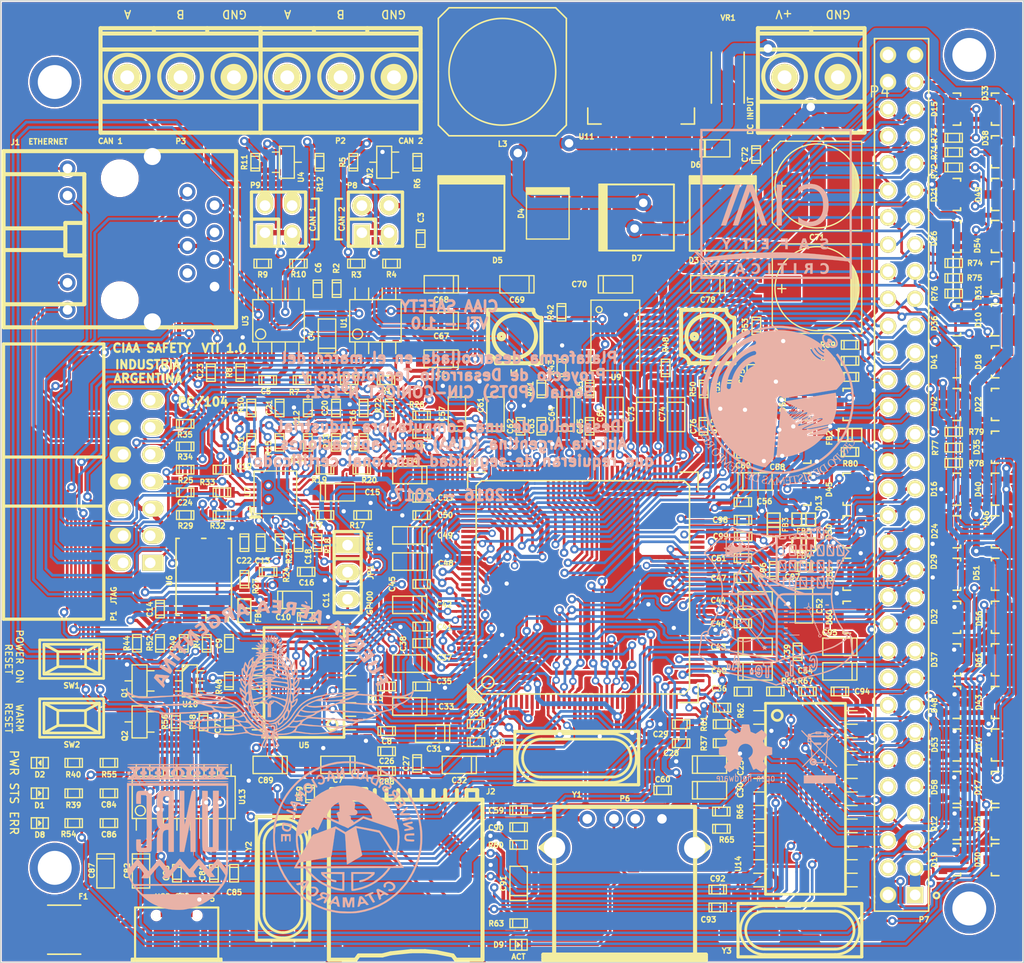
<source format=kicad_pcb>
(kicad_pcb (version 4) (host pcbnew 4.0.4-stable)
  (title_block (title "MODULO PROCESADOR SAFETY") (date 2017-02-23) (rev 1.0) (company "PROYECTO CIAA SAFETY") (comment 1 "Revisión: Ing. Ferraro Matias") (comment 2 "Autor: Ing. Fusari Diego Salvador"))
  (layers (0 F.Cu signal) (31 B.Cu signal) (34 B.Paste user) (35 F.Paste user) (36 B.SilkS user) (37 F.SilkS user) (38 B.Mask user) (39 F.Mask user) (44 Edge.Cuts user))
  (net 0 "")
  (net 1 +5V)
  (net 2 "Net-(C1-Pad2)")
  (net 3 "Net-(C3-Pad1)")
  (net 4 GND)
  (net 5 "Net-(C4-Pad2)")
  (net 6 "Net-(C6-Pad1)")
  (net 7 +3V3)
  (net 8 "Net-(C11-Pad1)")
  (net 9 "Net-(C16-Pad1)")
  (net 10 /ETHERNET/TD+)
  (net 11 /ETHERNET/TD-)
  (net 12 /ETHERNET/RD+)
  (net 13 /ETHERNET/RD-)
  (net 14 +1V2)
  (net 15 /CPU/OSCIN)
  (net 16 /CPU/Kelvin_GND)
  (net 17 /CPU/OSCOUT)
  (net 18 "Net-(C70-Pad1)")
  (net 19 "Net-(C71-Pad1)")
  (net 20 "Net-(C75-Pad1)")
  (net 21 /CPU/nRST)
  (net 22 "Net-(C79-Pad1)")
  (net 23 "Net-(C81-Pad2)")
  (net 24 "Net-(C83-Pad2)")
  (net 25 "Net-(C85-Pad2)")
  (net 26 "Net-(C88-Pad1)")
  (net 27 "Net-(C90-Pad1)")
  (net 28 "Net-(C92-Pad1)")
  (net 29 "Net-(C93-Pad1)")
  (net 30 "Net-(D1-Pad1)")
  (net 31 "Net-(D2-Pad2)")
  (net 32 "Net-(D3-Pad2)")
  (net 33 "Net-(D3-Pad1)")
  (net 34 "Net-(D5-Pad1)")
  (net 35 "Net-(D8-Pad1)")
  (net 36 "Net-(D9-Pad1)")
  (net 37 "Net-(D9-Pad2)")
  (net 38 "Net-(F1-Pad1)")
  (net 39 "Net-(J1-Pad7)")
  (net 40 "Net-(J1-Pad10)")
  (net 41 /ETHERNET/LED_LINK)
  (net 42 "Net-(J1-Pad12)")
  (net 43 /ETHERNET/LED_100M)
  (net 44 "Net-(J2-Pad8)")
  (net 45 "/USB HOST - MEM SD/SD_DO")
  (net 46 "/USB HOST - MEM SD/SD_CK")
  (net 47 "/USB HOST - MEM SD/SD_DI")
  (net 48 "/USB HOST - MEM SD/SD_CS")
  (net 49 "Net-(J2-Pad1)")
  (net 50 "Net-(L1-Pad2)")
  (net 51 "Net-(L2-Pad1)")
  (net 52 "Net-(P1-Pad13)")
  (net 53 "Net-(P1-Pad14)")
  (net 54 "Net-(P1-Pad6)")
  (net 55 "/CAN 1/2/CAN2_H")
  (net 56 "/CAN 1/2/CAN2_L")
  (net 57 "/CAN 1/2/CAN1_H")
  (net 58 "/CAN 1/2/CAN1_L")
  (net 59 "Net-(P5-Pad2)")
  (net 60 "Net-(P5-Pad3)")
  (net 61 "Net-(P5-Pad4)")
  (net 62 "Net-(P6-Pad2)")
  (net 63 "Net-(P6-Pad3)")
  (net 64 "Net-(P7-Pad10)")
  (net 65 "Net-(P7-Pad14)")
  (net 66 "Net-(P7-Pad18)")
  (net 67 "Net-(R1-Pad1)")
  (net 68 "/CAN 1/2/CAN2RX")
  (net 69 "/CAN 1/2/CAN2_STB")
  (net 70 "Net-(R7-Pad1)")
  (net 71 "/CAN 1/2/CAN1RX")
  (net 72 "/CAN 1/2/CAN1_STB")
  (net 73 "Net-(R13-Pad1)")
  (net 74 "Net-(R14-Pad1)")
  (net 75 /CPU/RMII_TXD[0])
  (net 76 "Net-(R15-Pad1)")
  (net 77 /CPU/RMII_TXD[1])
  (net 78 "Net-(R16-Pad1)")
  (net 79 /CPU/RMII_TXEN)
  (net 80 "Net-(R17-Pad1)")
  (net 81 /CPU/RMII_RXD[0])
  (net 82 "Net-(R18-Pad1)")
  (net 83 /CPU/RMII_RXD[1])
  (net 84 "Net-(R19-Pad1)")
  (net 85 /CPU/RMII_CRS_DV)
  (net 86 "Net-(R20-Pad1)")
  (net 87 /CPU/RMII_RX_ER)
  (net 88 "Net-(R21-Pad1)")
  (net 89 /CPU/MDIO)
  (net 90 "Net-(R22-Pad1)")
  (net 91 /CPU/MDCLK)
  (net 92 "Net-(R23-Pad1)")
  (net 93 "Net-(R27-Pad1)")
  (net 94 "Net-(R28-Pad1)")
  (net 95 /CPU/RMII_REFCLK)
  (net 96 "Net-(R29-Pad2)")
  (net 97 "Net-(R37-Pad1)")
  (net 98 /CPU/STATUS)
  (net 99 "Net-(R41-Pad1)")
  (net 100 /CPU/nPORRST)
  (net 101 "Net-(R45-Pad1)")
  (net 102 "Net-(Q1-PadG)")
  (net 103 "Net-(R48-Pad2)")
  (net 104 "Net-(R49-Pad1)")
  (net 105 "Net-(R50-Pad1)")
  (net 106 "Net-(Q2-PadG)")
  (net 107 "Net-(R57-Pad2)")
  (net 108 "Net-(Q1-PadD)")
  (net 109 "/CAN 1/2/CAN2TX")
  (net 110 "/CAN 1/2/CAN1TX")
  (net 111 "Net-(U5-Pad3)")
  (net 112 "Net-(U5-Pad4)")
  (net 113 "Net-(U5-Pad5)")
  (net 114 /CPU/SPI4NCS[0])
  (net 115 /CPU/SPI4SOMI[0])
  (net 116 "Net-(U5-Pad11)")
  (net 117 "Net-(U5-Pad12)")
  (net 118 "Net-(U5-Pad13)")
  (net 119 "Net-(U5-Pad14)")
  (net 120 /CPU/SPI4SIMO[0])
  (net 121 /CPU/SPI4CLK)
  (net 122 "Net-(U7-Pad4)")
  (net 123 "Net-(U8-Pad5)")
  (net 124 "Net-(U8-Pad7)")
  (net 125 "Net-(U8-Pad8)")
  (net 126 "Net-(U8-Pad1)")
  (net 127 "Net-(U8-Pad2)")
  (net 128 /CPU/GPIO7)
  (net 129 "Net-(U8-Pad58)")
  (net 130 "Net-(U8-Pad59)")
  (net 131 /CPU/GPIO6)
  (net 132 "Net-(U8-Pad62)")
  (net 133 "Net-(U8-Pad63)")
  (net 134 "Net-(U8-Pad64)")
  (net 135 "Net-(U8-Pad65)")
  (net 136 "Net-(U8-Pad79)")
  (net 137 "Net-(U8-Pad81)")
  (net 138 "Net-(U8-Pad82)")
  (net 139 "Net-(U8-Pad84)")
  (net 140 "Net-(U8-Pad85)")
  (net 141 "Net-(U8-Pad126)")
  (net 142 "Net-(U8-Pad133)")
  (net 143 "Net-(U8-Pad142)")
  (net 144 "Net-(U13-Pad9)")
  (net 145 "Net-(U13-Pad10)")
  (net 146 "Net-(U13-Pad11)")
  (net 147 "Net-(U13-Pad12)")
  (net 148 "Net-(U13-Pad13)")
  (net 149 "Net-(U13-Pad14)")
  (net 150 "Net-(U13-Pad15)")
  (net 151 "Net-(U14-Pad15)")
  (net 152 "Net-(U14-Pad16)")
  (net 153 "Net-(U14-Pad17)")
  (net 154 "Net-(U14-Pad19)")
  (net 155 /V_MONITOR)
  (net 156 /ISA_GPIO20)
  (net 157 /ISA_GPIO5)
  (net 158 /ISA_MR)
  (net 159 /ISA_AD1IN[9])
  (net 160 /ISA_MIBSPI3SOMI/GPIO30)
  (net 161 /ISA_AD1IN[8])
  (net 162 /ISA_GPIO4)
  (net 163 /ISA_SCITX/GPIO29)
  (net 164 /ISA_GPIO19)
  (net 165 /ISA_AD1IN[6])
  (net 166 /ISA_GPIO18)
  (net 167 /ISA_GPIO3)
  (net 168 /ISA_SCIRX/GPIO28)
  (net 169 /ISA_AD1IN[5])
  (net 170 /ISA_GPIO17)
  (net 171 /ISA_GPIO2)
  (net 172 /ISA_GPIO10)
  (net 173 /ISA_AD1IN[12])
  (net 174 /ISA_GPIO1)
  (net 175 /ISA_LINTX/GPIO36)
  (net 176 /ISA_GPIO16)
  (net 177 /ISA_AD1IN[7])
  (net 178 /ISA_AD1IN[4])
  (net 179 /ISA_GPIO0)
  (net 180 /ISA_LINRX/GPIO35)
  (net 181 /ISA_GPIO15)
  (net 182 /ISA_AD1IN[0])
  (net 183 /ISA_AD1IN[11])
  (net 184 /ISA_AD1IN[3])
  (net 185 /ISA_MIBSPI3NCS[4]/GPIO27)
  (net 186 /ISA_GPIO24)
  (net 187 /ISA_GPIO14)
  (net 188 /ISA_MIBSPI3NCS[0]/GPIO34)
  (net 189 /ISA_AD1IN[2])
  (net 190 /ISA_I2C_SDA)
  (net 191 /ISA_GPIO23)
  (net 192 /ISA_GPIO13)
  (net 193 /ISA_MIBSPI3NCS[5]/GPIO33)
  (net 194 /ISA_AD1IN[10])
  (net 195 /ISA_I2C_SCL)
  (net 196 /ISA_GPIO22)
  (net 197 /ISA_GPIO12)
  (net 198 /ISA_MIBSPI3CLK/GPIO32)
  (net 199 /ISA_AD1IN[1])
  (net 200 /ISA_nRST)
  (net 201 /ISA_GPIO21)
  (net 202 /ISA_GPIO11)
  (net 203 /ISA_MIBSPI3SIMO/GPIO31)
  (net 204 /RESET_ETH)
  (net 205 /ISA_GPIO0/RESET_ETH)
  (net 206 /TCK)
  (net 207 /RTCK)
  (net 208 /TDO)
  (net 209 /TMS)
  (net 210 /nTRST)
  (net 211 /TDI)
  (net 212 /ISA_nERROR)
  (net 213 /RSTI_A)
  (net 214 /INT_A)
  (net 215 "Net-(P8-Pad2)")
  (net 216 "Net-(P8-Pad4)")
  (net 217 "Net-(P9-Pad2)")
  (net 218 "Net-(P9-Pad4)")
  (net 219 "Net-(R64-Pad2)")
  (net 220 "Net-(R65-Pad2)")
  (net 221 "Net-(R66-Pad2)")
  (net 222 "Net-(R67-Pad2)")
  (net 223 "Net-(D47-Pad2)")
  (net 224 "Net-(D52-Pad2)")
  (net 225 "Net-(D57-Pad2)")
  (net 226 "Net-(D15-Pad2)")
  (net 227 "Net-(D21-Pad2)")
  (net 228 "Net-(D26-Pad2)")
  (net 229 "Net-(D31-Pad2)")
  (net 230 "Net-(D36-Pad2)")
  (net 231 "Net-(D41-Pad2)")
  (net 232 "Net-(D35-Pad2)")
  (net 233 "Net-(D40-Pad2)")
  (net 234 "Net-(D42-Pad2)")
  (net 235 "Net-(D13-Pad2)")
  (net 236 GNDA)
  (net 237 +3.3VADC)
  (net 238 "Net-(C98-Pad1)")
  (net 239 "Net-(C98-Pad2)")
  (net 240 "Net-(P7-Pad32)")
  (module w_smd_lqfp:TQFP-144 (layer F.Cu) (at 155.1425 104.72928)
    (fp_text reference U8 (at -10.4394 -11.70432) (layer F.SilkS) (effects (font (size 0.5 0.5) (thickness 0.125))))
    (fp_text value TMS570LS1227 hide)
    (pad 4 smd rect (at -7.24916 10.72388) (size 0.28956 1.34874) (layers F.Cu F.Paste F.Mask) (net 190 /ISA_I2C_SDA))
    (pad 5 smd rect (at -6.74878 10.72388) (size 0.28956 1.34874) (layers F.Cu F.Paste F.Mask) (net 123 "Net-(U8-Pad5)"))
    (pad 6 smd rect (at -6.25094 10.72388) (size 0.28956 1.34874) (layers F.Cu F.Paste F.Mask) (net 185 /ISA_MIBSPI3NCS[4]/GPIO27))
    (pad 7 smd rect (at -5.75056 10.72388) (size 0.28956 1.34874) (layers F.Cu F.Paste F.Mask) (net 124 "Net-(U8-Pad7)"))
    (pad 8 smd rect (at -5.25018 10.72388) (size 0.28956 1.34874) (layers F.Cu F.Paste F.Mask) (net 125 "Net-(U8-Pad8)"))
    (pad 1 smd rect (at -8.7503 10.72388) (size 0.28956 1.34874) (layers F.Cu F.Paste F.Mask) (net 126 "Net-(U8-Pad1)"))
    (pad 2 smd rect (at -8.24992 10.72388) (size 0.28956 1.34874) (layers F.Cu F.Paste F.Mask) (net 127 "Net-(U8-Pad2)"))
    (pad 3 smd rect (at -7.74954 10.72388) (size 0.28956 1.34874) (layers F.Cu F.Paste F.Mask) (net 195 /ISA_I2C_SCL))
    (pad 17 smd rect (at -0.7493 10.72388) (size 0.28956 1.34874) (layers F.Cu F.Paste F.Mask) (net 14 +1V2))
    (pad 18 smd rect (at -0.24892 10.72388) (size 0.28956 1.34874) (layers F.Cu F.Paste F.Mask) (net 15 /CPU/OSCIN))
    (pad 19 smd rect (at 0.24892 10.72388) (size 0.28956 1.34874) (layers F.Cu F.Paste F.Mask) (net 16 /CPU/Kelvin_GND))
    (pad 20 smd rect (at 0.7493 10.72388) (size 0.28956 1.34874) (layers F.Cu F.Paste F.Mask) (net 17 /CPU/OSCOUT))
    (pad 21 smd rect (at 1.24968 10.72388) (size 0.28956 1.34874) (layers F.Cu F.Paste F.Mask) (net 4 GND))
    (pad 22 smd rect (at 1.75006 10.72388) (size 0.28956 1.34874) (layers F.Cu F.Paste F.Mask) (net 162 /ISA_GPIO4))
    (pad 23 smd rect (at 2.25044 10.72388) (size 0.28956 1.34874) (layers F.Cu F.Paste F.Mask) (net 157 /ISA_GPIO5))
    (pad 24 smd rect (at 2.75082 10.72388) (size 0.28956 1.34874) (layers F.Cu F.Paste F.Mask) (net 114 /CPU/SPI4NCS[0]))
    (pad 33 smd rect (at 7.24916 10.72388) (size 0.28956 1.34874) (layers F.Cu F.Paste F.Mask) (net 128 /CPU/GPIO7))
    (pad 34 smd rect (at 7.74954 10.72388) (size 0.28956 1.34874) (layers F.Cu F.Paste F.Mask) (net 97 "Net-(R37-Pad1)"))
    (pad 35 smd rect (at 8.24992 10.72388) (size 0.28956 1.34874) (layers F.Cu F.Paste F.Mask) (net 213 /RSTI_A))
    (pad 36 smd rect (at 8.7503 10.72388) (size 0.28956 1.34874) (layers F.Cu F.Paste F.Mask) (net 214 /INT_A))
    (pad 37 smd rect (at 10.72388 8.7503) (size 1.34874 0.28956) (layers F.Cu F.Paste F.Mask) (net 91 /CPU/MDCLK))
    (pad 38 smd rect (at 10.72388 8.24992) (size 1.34874 0.28956) (layers F.Cu F.Paste F.Mask) (net 168 /ISA_SCIRX/GPIO28))
    (pad 39 smd rect (at 10.72388 7.74954) (size 1.34874 0.28956) (layers F.Cu F.Paste F.Mask) (net 163 /ISA_SCITX/GPIO29))
    (pad 40 smd rect (at 10.72388 7.24916) (size 1.34874 0.28956) (layers F.Cu F.Paste F.Mask) (net 89 /CPU/MDIO))
    (pad 49 smd rect (at 10.72388 2.75082) (size 1.34874 0.28956) (layers F.Cu F.Paste F.Mask) (net 14 +1V2))
    (pad 50 smd rect (at 10.72388 2.25044) (size 1.34874 0.28956) (layers F.Cu F.Paste F.Mask) (net 4 GND))
    (pad 51 smd rect (at 10.72388 1.75006) (size 1.34874 0.28956) (layers F.Cu F.Paste F.Mask) (net 160 /ISA_MIBSPI3SOMI/GPIO30))
    (pad 52 smd rect (at 10.72388 1.24968) (size 1.34874 0.28956) (layers F.Cu F.Paste F.Mask) (net 203 /ISA_MIBSPI3SIMO/GPIO31))
    (pad 53 smd rect (at 10.72388 0.7493) (size 1.34874 0.28956) (layers F.Cu F.Paste F.Mask) (net 198 /ISA_MIBSPI3CLK/GPIO32))
    (pad 54 smd rect (at 10.72388 0.24892) (size 1.34874 0.28956) (layers F.Cu F.Paste F.Mask) (net 193 /ISA_MIBSPI3NCS[5]/GPIO33))
    (pad 55 smd rect (at 10.72388 -0.24892) (size 1.34874 0.28956) (layers F.Cu F.Paste F.Mask) (net 188 /ISA_MIBSPI3NCS[0]/GPIO34))
    (pad 56 smd rect (at 10.72388 -0.7493) (size 1.34874 0.28956) (layers F.Cu F.Paste F.Mask) (net 4 GND))
    (pad 9 smd rect (at -4.7498 10.72388) (size 0.28956 1.34874) (layers F.Cu F.Paste F.Mask) (net 205 /ISA_GPIO0/RESET_ETH))
    (pad 10 smd rect (at -4.24942 10.72388) (size 0.28956 1.34874) (layers F.Cu F.Paste F.Mask) (net 7 +3V3))
    (pad 11 smd rect (at -3.74904 10.72388) (size 0.28956 1.34874) (layers F.Cu F.Paste F.Mask) (net 4 GND))
    (pad 25 smd rect (at 3.2512 10.72388) (size 0.28956 1.34874) (layers F.Cu F.Paste F.Mask) (net 121 /CPU/SPI4CLK))
    (pad 26 smd rect (at 3.74904 10.72388) (size 0.28956 1.34874) (layers F.Cu F.Paste F.Mask) (net 7 +3V3))
    (pad 27 smd rect (at 4.24942 10.72388) (size 0.28956 1.34874) (layers F.Cu F.Paste F.Mask) (net 4 GND))
    (pad 41 smd rect (at 10.72388 6.74878) (size 1.34874 0.28956) (layers F.Cu F.Paste F.Mask) (net 172 /ISA_GPIO10))
    (pad 42 smd rect (at 10.72388 6.25094) (size 1.34874 0.28956) (layers F.Cu F.Paste F.Mask) (net 7 +3V3))
    (pad 43 smd rect (at 10.72388 5.75056) (size 1.34874 0.28956) (layers F.Cu F.Paste F.Mask) (net 4 GND))
    (pad 57 smd rect (at 10.72388 -1.24968) (size 1.34874 0.28956) (layers F.Cu F.Paste F.Mask) (net 14 +1V2))
    (pad 58 smd rect (at 10.72388 -1.75006) (size 1.34874 0.28956) (layers F.Cu F.Paste F.Mask) (net 129 "Net-(U8-Pad58)"))
    (pad 59 smd rect (at 10.72388 -2.25044) (size 1.34874 0.28956) (layers F.Cu F.Paste F.Mask) (net 130 "Net-(U8-Pad59)"))
    (pad 12 smd rect (at -3.2512 10.72388) (size 0.28956 1.34874) (layers F.Cu F.Paste F.Mask) (net 72 "/CAN 1/2/CAN1_STB"))
    (pad 13 smd rect (at -2.75082 10.72388) (size 0.28956 1.34874) (layers F.Cu F.Paste F.Mask) (net 69 "/CAN 1/2/CAN2_STB"))
    (pad 14 smd rect (at -2.25044 10.72388) (size 0.28956 1.34874) (layers F.Cu F.Paste F.Mask) (net 174 /ISA_GPIO1))
    (pad 15 smd rect (at -1.75006 10.72388) (size 0.28956 1.34874) (layers F.Cu F.Paste F.Mask) (net 171 /ISA_GPIO2))
    (pad 16 smd rect (at -1.24968 10.72388) (size 0.28956 1.34874) (layers F.Cu F.Paste F.Mask) (net 167 /ISA_GPIO3))
    (pad 28 smd rect (at 4.7498 10.72388) (size 0.28956 1.34874) (layers F.Cu F.Paste F.Mask) (net 4 GND))
    (pad 29 smd rect (at 5.25018 10.72388) (size 0.28956 1.34874) (layers F.Cu F.Paste F.Mask) (net 14 +1V2))
    (pad 30 smd rect (at 5.75056 10.72388) (size 0.28956 1.34874) (layers F.Cu F.Paste F.Mask) (net 120 /CPU/SPI4SIMO[0]))
    (pad 31 smd rect (at 6.25094 10.72388) (size 0.28956 1.34874) (layers F.Cu F.Paste F.Mask) (net 115 /CPU/SPI4SOMI[0]))
    (pad 32 smd rect (at 6.74878 10.72388) (size 0.28956 1.34874) (layers F.Cu F.Paste F.Mask) (net 131 /CPU/GPIO6))
    (pad 44 smd rect (at 10.72388 5.25018) (size 1.34874 0.28956) (layers F.Cu F.Paste F.Mask) (net 4 GND))
    (pad 45 smd rect (at 10.72388 4.7498) (size 1.34874 0.28956) (layers F.Cu F.Paste F.Mask) (net 14 +1V2))
    (pad 46 smd rect (at 10.72388 4.24942) (size 1.34874 0.28956) (layers F.Cu F.Paste F.Mask) (net 100 /CPU/nPORRST))
    (pad 47 smd rect (at 10.72388 3.74904) (size 1.34874 0.28956) (layers F.Cu F.Paste F.Mask) (net 4 GND))
    (pad 48 smd rect (at 10.72388 3.2512) (size 1.34874 0.28956) (layers F.Cu F.Paste F.Mask) (net 14 +1V2))
    (pad 60 smd rect (at 10.72388 -2.75082) (size 1.34874 0.28956) (layers F.Cu F.Paste F.Mask) (net 182 /ISA_AD1IN[0]))
    (pad 61 smd rect (at 10.72388 -3.2512) (size 1.34874 0.28956) (layers F.Cu F.Paste F.Mask) (net 177 /ISA_AD1IN[7]))
    (pad 62 smd rect (at 10.72388 -3.74904) (size 1.34874 0.28956) (layers F.Cu F.Paste F.Mask) (net 132 "Net-(U8-Pad62)"))
    (pad 63 smd rect (at 10.72388 -4.24942) (size 1.34874 0.28956) (layers F.Cu F.Paste F.Mask) (net 133 "Net-(U8-Pad63)"))
    (pad 64 smd rect (at 10.72388 -4.7498) (size 1.34874 0.28956) (layers F.Cu F.Paste F.Mask) (net 134 "Net-(U8-Pad64)"))
    (pad 65 smd rect (at 10.72388 -5.25018) (size 1.34874 0.28956) (layers F.Cu F.Paste F.Mask) (net 135 "Net-(U8-Pad65)"))
    (pad 66 smd rect (at 10.72388 -5.75056) (size 1.34874 0.28956) (layers F.Cu F.Paste F.Mask) (net 239 "Net-(C98-Pad2)"))
    (pad 67 smd rect (at 10.72388 -6.25094) (size 1.34874 0.28956) (layers F.Cu F.Paste F.Mask) (net 238 "Net-(C98-Pad1)"))
    (pad 68 smd rect (at 10.72388 -6.74878) (size 1.34874 0.28956) (layers F.Cu F.Paste F.Mask) (net 236 GNDA))
    (pad 69 smd rect (at 10.72388 -7.24916) (size 1.34874 0.28956) (layers F.Cu F.Paste F.Mask) (net 237 +3.3VADC))
    (pad 70 smd rect (at 10.72388 -7.74954) (size 1.34874 0.28956) (layers F.Cu F.Paste F.Mask) (net 159 /ISA_AD1IN[9]))
    (pad 71 smd rect (at 10.72388 -8.24992) (size 1.34874 0.28956) (layers F.Cu F.Paste F.Mask) (net 199 /ISA_AD1IN[1]))
    (pad 72 smd rect (at 10.72388 -8.7503) (size 1.34874 0.28956) (layers F.Cu F.Paste F.Mask) (net 194 /ISA_AD1IN[10]))
    (pad 73 smd rect (at 8.7503 -10.72388) (size 0.28956 1.34874) (layers F.Cu F.Paste F.Mask) (net 189 /ISA_AD1IN[2]))
    (pad 74 smd rect (at 8.24992 -10.72388) (size 0.28956 1.34874) (layers F.Cu F.Paste F.Mask) (net 184 /ISA_AD1IN[3]))
    (pad 75 smd rect (at 7.74954 -10.72388) (size 0.28956 1.34874) (layers F.Cu F.Paste F.Mask) (net 183 /ISA_AD1IN[11]))
    (pad 76 smd rect (at 7.24916 -10.72388) (size 0.28956 1.34874) (layers F.Cu F.Paste F.Mask) (net 178 /ISA_AD1IN[4]))
    (pad 77 smd rect (at 6.74878 -10.72388) (size 0.28956 1.34874) (layers F.Cu F.Paste F.Mask) (net 173 /ISA_AD1IN[12]))
    (pad 78 smd rect (at 6.25094 -10.72388) (size 0.28956 1.34874) (layers F.Cu F.Paste F.Mask) (net 169 /ISA_AD1IN[5]))
    (pad 79 smd rect (at 5.75056 -10.72388) (size 0.28956 1.34874) (layers F.Cu F.Paste F.Mask) (net 136 "Net-(U8-Pad79)"))
    (pad 80 smd rect (at 5.25018 -10.72388) (size 0.28956 1.34874) (layers F.Cu F.Paste F.Mask) (net 165 /ISA_AD1IN[6]))
    (pad 81 smd rect (at 4.7498 -10.72388) (size 0.28956 1.34874) (layers F.Cu F.Paste F.Mask) (net 137 "Net-(U8-Pad81)"))
    (pad 82 smd rect (at 4.24942 -10.72388) (size 0.28956 1.34874) (layers F.Cu F.Paste F.Mask) (net 138 "Net-(U8-Pad82)"))
    (pad 83 smd rect (at 3.74904 -10.72388) (size 0.28956 1.34874) (layers F.Cu F.Paste F.Mask) (net 161 /ISA_AD1IN[8]))
    (pad 84 smd rect (at 3.2512 -10.72388) (size 0.28956 1.34874) (layers F.Cu F.Paste F.Mask) (net 139 "Net-(U8-Pad84)"))
    (pad 85 smd rect (at 2.75082 -10.72388) (size 0.28956 1.34874) (layers F.Cu F.Paste F.Mask) (net 140 "Net-(U8-Pad85)"))
    (pad 86 smd rect (at 2.25044 -10.72388) (size 0.28956 1.34874) (layers F.Cu F.Paste F.Mask) (net 87 /CPU/RMII_RX_ER))
    (pad 87 smd rect (at 1.75006 -10.72388) (size 0.28956 1.34874) (layers F.Cu F.Paste F.Mask) (net 14 +1V2))
    (pad 88 smd rect (at 1.24968 -10.72388) (size 0.28956 1.34874) (layers F.Cu F.Paste F.Mask) (net 4 GND))
    (pad 89 smd rect (at 0.7493 -10.72388) (size 0.28956 1.34874) (layers F.Cu F.Paste F.Mask) (net 110 "/CAN 1/2/CAN1TX"))
    (pad 90 smd rect (at 0.24892 -10.72388) (size 0.28956 1.34874) (layers F.Cu F.Paste F.Mask) (net 71 "/CAN 1/2/CAN1RX"))
    (pad 91 smd rect (at -0.24892 -10.72388) (size 0.28956 1.34874) (layers F.Cu F.Paste F.Mask) (net 81 /CPU/RMII_RXD[0]))
    (pad 92 smd rect (at -0.7493 -10.72388) (size 0.28956 1.34874) (layers F.Cu F.Paste F.Mask) (net 83 /CPU/RMII_RXD[1]))
    (pad 93 smd rect (at -1.24968 -10.72388) (size 0.28956 1.34874) (layers F.Cu F.Paste F.Mask) (net 202 /ISA_GPIO11))
    (pad 94 smd rect (at -1.75006 -10.72388) (size 0.28956 1.34874) (layers F.Cu F.Paste F.Mask) (net 197 /ISA_GPIO12))
    (pad 95 smd rect (at -2.25044 -10.72388) (size 0.28956 1.34874) (layers F.Cu F.Paste F.Mask) (net 192 /ISA_GPIO13))
    (pad 96 smd rect (at -2.75082 -10.72388) (size 0.28956 1.34874) (layers F.Cu F.Paste F.Mask) (net 187 /ISA_GPIO14))
    (pad 97 smd rect (at -3.2512 -10.72388) (size 0.28956 1.34874) (layers F.Cu F.Paste F.Mask) (net 181 /ISA_GPIO15))
    (pad 98 smd rect (at -3.74904 -10.72388) (size 0.28956 1.34874) (layers F.Cu F.Paste F.Mask) (net 75 /CPU/RMII_TXD[0]))
    (pad 99 smd rect (at -4.24942 -10.72388) (size 0.28956 1.34874) (layers F.Cu F.Paste F.Mask) (net 77 /CPU/RMII_TXD[1]))
    (pad 100 smd rect (at -4.7498 -10.72388) (size 0.28956 1.34874) (layers F.Cu F.Paste F.Mask) (net 79 /CPU/RMII_TXEN))
    (pad 101 smd rect (at -5.25018 -10.72388) (size 0.28956 1.34874) (layers F.Cu F.Paste F.Mask) (net 14 +1V2))
    (pad 102 smd rect (at -5.75056 -10.72388) (size 0.28956 1.34874) (layers F.Cu F.Paste F.Mask) (net 4 GND))
    (pad 103 smd rect (at -6.25094 -10.72388) (size 0.28956 1.34874) (layers F.Cu F.Paste F.Mask) (net 4 GND))
    (pad 104 smd rect (at -6.74878 -10.72388) (size 0.28956 1.34874) (layers F.Cu F.Paste F.Mask) (net 7 +3V3))
    (pad 105 smd rect (at -7.24916 -10.72388) (size 0.28956 1.34874) (layers F.Cu F.Paste F.Mask) (net 176 /ISA_GPIO16))
    (pad 106 smd rect (at -7.74954 -10.72388) (size 0.28956 1.34874) (layers F.Cu F.Paste F.Mask) (net 170 /ISA_GPIO17))
    (pad 107 smd rect (at -8.24992 -10.72388) (size 0.28956 1.34874) (layers F.Cu F.Paste F.Mask) (net 95 /CPU/RMII_REFCLK))
    (pad 108 smd rect (at -8.7503 -10.72388) (size 0.28956 1.34874) (layers F.Cu F.Paste F.Mask) (net 209 /TMS))
    (pad 109 smd rect (at -10.72388 -8.7503) (size 1.34874 0.28956) (layers F.Cu F.Paste F.Mask) (net 210 /nTRST))
    (pad 110 smd rect (at -10.72388 -8.24992) (size 1.34874 0.28956) (layers F.Cu F.Paste F.Mask) (net 211 /TDI))
    (pad 111 smd rect (at -10.72388 -7.74954) (size 1.34874 0.28956) (layers F.Cu F.Paste F.Mask) (net 208 /TDO))
    (pad 112 smd rect (at -10.72388 -7.24916) (size 1.34874 0.28956) (layers F.Cu F.Paste F.Mask) (net 206 /TCK))
    (pad 113 smd rect (at -10.72388 -6.74878) (size 1.34874 0.28956) (layers F.Cu F.Paste F.Mask) (net 207 /RTCK))
    (pad 114 smd rect (at -10.72388 -6.25094) (size 1.34874 0.28956) (layers F.Cu F.Paste F.Mask) (net 14 +1V2))
    (pad 115 smd rect (at -10.72388 -5.75056) (size 1.34874 0.28956) (layers F.Cu F.Paste F.Mask) (net 4 GND))
    (pad 116 smd rect (at -10.72388 -5.25018) (size 1.34874 0.28956) (layers F.Cu F.Paste F.Mask) (net 21 /CPU/nRST))
    (pad 117 smd rect (at -10.72388 -4.7498) (size 1.34874 0.28956) (layers F.Cu F.Paste F.Mask) (net 212 /ISA_nERROR))
    (pad 118 smd rect (at -10.72388 -4.24942) (size 1.34874 0.28956) (layers F.Cu F.Paste F.Mask) (net 166 /ISA_GPIO18))
    (pad 119 smd rect (at -10.72388 -3.74904) (size 1.34874 0.28956) (layers F.Cu F.Paste F.Mask) (net 164 /ISA_GPIO19))
    (pad 120 smd rect (at -10.72388 -3.2512) (size 1.34874 0.28956) (layers F.Cu F.Paste F.Mask) (net 7 +3V3))
    (pad 121 smd rect (at -10.72388 -2.75082) (size 1.34874 0.28956) (layers F.Cu F.Paste F.Mask) (net 4 GND))
    (pad 122 smd rect (at -10.72388 -2.25044) (size 1.34874 0.28956) (layers F.Cu F.Paste F.Mask) (net 4 GND))
    (pad 123 smd rect (at -10.72388 -1.75006) (size 1.34874 0.28956) (layers F.Cu F.Paste F.Mask) (net 14 +1V2))
    (pad 124 smd rect (at -10.72388 -1.24968) (size 1.34874 0.28956) (layers F.Cu F.Paste F.Mask) (net 85 /CPU/RMII_CRS_DV))
    (pad 125 smd rect (at -10.72388 -0.7493) (size 1.34874 0.28956) (layers F.Cu F.Paste F.Mask) (net 156 /ISA_GPIO20))
    (pad 126 smd rect (at -10.72388 -0.24892) (size 1.34874 0.28956) (layers F.Cu F.Paste F.Mask) (net 141 "Net-(U8-Pad126)"))
    (pad 127 smd rect (at -10.72388 0.24892) (size 1.34874 0.28956) (layers F.Cu F.Paste F.Mask) (net 201 /ISA_GPIO21))
    (pad 128 smd rect (at -10.72388 0.7493) (size 1.34874 0.28956) (layers F.Cu F.Paste F.Mask) (net 109 "/CAN 1/2/CAN2TX"))
    (pad 129 smd rect (at -10.72388 1.24968) (size 1.34874 0.28956) (layers F.Cu F.Paste F.Mask) (net 68 "/CAN 1/2/CAN2RX"))
    (pad 130 smd rect (at -10.72388 1.75006) (size 1.34874 0.28956) (layers F.Cu F.Paste F.Mask) (net 196 /ISA_GPIO22))
    (pad 131 smd rect (at -10.72388 2.25044) (size 1.34874 0.28956) (layers F.Cu F.Paste F.Mask) (net 180 /ISA_LINRX/GPIO35))
    (pad 132 smd rect (at -10.72388 2.75082) (size 1.34874 0.28956) (layers F.Cu F.Paste F.Mask) (net 175 /ISA_LINTX/GPIO36))
    (pad 133 smd rect (at -10.72388 3.2512) (size 1.34874 0.28956) (layers F.Cu F.Paste F.Mask) (net 142 "Net-(U8-Pad133)"))
    (pad 134 smd rect (at -10.72388 3.74904) (size 1.34874 0.28956) (layers F.Cu F.Paste F.Mask) (net 7 +3V3))
    (pad 135 smd rect (at -10.72388 4.24942) (size 1.34874 0.28956) (layers F.Cu F.Paste F.Mask) (net 4 GND))
    (pad 136 smd rect (at -10.72388 4.7498) (size 1.34874 0.28956) (layers F.Cu F.Paste F.Mask) (net 7 +3V3))
    (pad 137 smd rect (at -10.72388 5.25018) (size 1.34874 0.28956) (layers F.Cu F.Paste F.Mask) (net 14 +1V2))
    (pad 138 smd rect (at -10.72388 5.75056) (size 1.34874 0.28956) (layers F.Cu F.Paste F.Mask) (net 4 GND))
    (pad 139 smd rect (at -10.72388 6.25094) (size 1.34874 0.28956) (layers F.Cu F.Paste F.Mask) (net 191 /ISA_GPIO23))
    (pad 140 smd rect (at -10.72388 6.74878) (size 1.34874 0.28956) (layers F.Cu F.Paste F.Mask) (net 186 /ISA_GPIO24))
    (pad 141 smd rect (at -10.72388 7.24916) (size 1.34874 0.28956) (layers F.Cu F.Paste F.Mask) (net 98 /CPU/STATUS))
    (pad 142 smd rect (at -10.72388 7.74954) (size 1.34874 0.28956) (layers F.Cu F.Paste F.Mask) (net 143 "Net-(U8-Pad142)"))
    (pad 143 smd rect (at -10.72388 8.24992) (size 1.34874 0.28956) (layers F.Cu F.Paste F.Mask) (net 14 +1V2))
    (pad 144 smd rect (at -10.72388 8.7503) (size 1.34874 0.28956) (layers F.Cu F.Paste F.Mask) (net 4 GND))
  )
  (module w_conn_strip:vasch_strip_7x2_90 (layer F.Cu) (at 108.23632 94.81566 90)
    (fp_text reference P1 (at -12.5984 2.92608 90) (layer F.SilkS) (effects (font (size 0.5 0.5) (thickness 0.125))))
    (fp_text value JTAG hide)
    (pad 13 thru_hole oval (at 7.62 6.35 90) (size 1.5 2) (drill 1 (offset 0 0.25)) (layers *.Cu *.Mask F.SilkS) (net 52 "Net-(P1-Pad13)"))
    (pad 14 thru_hole oval (at 7.62 3.81 90) (size 1.5 2) (drill 1 (offset 0 -0.25)) (layers *.Cu *.Mask F.SilkS) (net 53 "Net-(P1-Pad14)"))
    (pad 12 thru_hole oval (at 5.08 3.81 90) (size 1.5 2) (drill 1 (offset 0 -0.25)) (layers *.Cu *.Mask F.SilkS) (net 4 GND))
    (pad 11 thru_hole oval (at 5.08 6.35 90) (size 1.5 2) (drill 1 (offset 0 0.25)) (layers *.Cu *.Mask F.SilkS) (net 206 /TCK))
    (pad 9 thru_hole oval (at 2.54 6.35 90) (size 1.5 2) (drill 1 (offset 0 0.25)) (layers *.Cu *.Mask F.SilkS) (net 207 /RTCK))
    (pad 10 thru_hole oval (at 2.54 3.81 90) (size 1.5 2) (drill 1 (offset 0 -0.25)) (layers *.Cu *.Mask F.SilkS) (net 4 GND))
    (pad 8 thru_hole oval (at 0 3.81 90) (size 1.5 2) (drill 1 (offset 0 -0.25)) (layers *.Cu *.Mask F.SilkS) (net 4 GND))
    (pad 7 thru_hole oval (at 0 6.35 90) (size 1.5 2) (drill 1 (offset 0 0.25)) (layers *.Cu *.Mask F.SilkS) (net 208 /TDO))
    (pad 1 thru_hole rect (at -7.62 6.35 90) (size 1.5 2) (drill 1 (offset 0 0.25)) (layers *.Cu *.Mask F.SilkS) (net 209 /TMS))
    (pad 2 thru_hole oval (at -7.62 3.81 90) (size 1.5 2) (drill 1 (offset 0 -0.25)) (layers *.Cu *.Mask F.SilkS) (net 210 /nTRST))
    (pad 3 thru_hole oval (at -5.08 6.35 90) (size 1.5 2) (drill 1 (offset 0 0.25)) (layers *.Cu *.Mask F.SilkS) (net 211 /TDI))
    (pad 4 thru_hole oval (at -5.08 3.81 90) (size 1.5 2) (drill 1 (offset 0 -0.25)) (layers *.Cu *.Mask F.SilkS) (net 4 GND))
    (pad 5 thru_hole oval (at -2.54 6.35 90) (size 1.5 2) (drill 1 (offset 0 0.25)) (layers *.Cu *.Mask F.SilkS) (net 7 +3V3))
    (pad 6 thru_hole oval (at -2.54 3.81 90) (size 1.5 2) (drill 1 (offset 0 -0.25)) (layers *.Cu *.Mask F.SilkS) (net 54 "Net-(P1-Pad6)"))
  )
  (module w_smd_cap:c_0603 (layer F.Cu) (at 133.2477 85.31606)
    (fp_text reference C2 (at -0.0127 1.016) (layer F.SilkS) (effects (font (size 0.5 0.5) (thickness 0.125))))
    (fp_text value 100nF hide)
    (pad 1 smd rect (at 0.75184 0) (size 0.89916 1.00076) (layers F.Cu F.Paste F.Mask) (net 1 +5V))
    (pad 2 smd rect (at -0.75184 0) (size 0.89916 1.00076) (layers F.Cu F.Paste F.Mask) (net 2 "Net-(C1-Pad2)"))
  )
  (module w_smd_cap:c_0603 (layer F.Cu) (at 139.9406 72.04456 270)
    (fp_text reference C3 (at -1.9685 -0.0254 270) (layer F.SilkS) (effects (font (size 0.5 0.5) (thickness 0.125))))
    (fp_text value 100nF hide)
    (pad 1 smd rect (at 0.75184 0 270) (size 0.89916 1.00076) (layers F.Cu F.Paste F.Mask) (net 3 "Net-(C3-Pad1)"))
    (pad 2 smd rect (at -0.75184 0 270) (size 0.89916 1.00076) (layers F.Cu F.Paste F.Mask) (net 4 GND))
  )
  (module w_smd_cap:c_0603 (layer F.Cu) (at 125.6023 85.30336)
    (fp_text reference C5 (at -0.1778 1.0541) (layer F.SilkS) (effects (font (size 0.5 0.5) (thickness 0.125))))
    (fp_text value 100nF hide)
    (pad 1 smd rect (at 0.75184 0) (size 0.89916 1.00076) (layers F.Cu F.Paste F.Mask) (net 1 +5V))
    (pad 2 smd rect (at -0.75184 0) (size 0.89916 1.00076) (layers F.Cu F.Paste F.Mask) (net 5 "Net-(C4-Pad2)"))
  )
  (module w_smd_cap:c_0603 (layer F.Cu) (at 130.2759 76.74356 270)
    (fp_text reference C6 (at -1.9685 -0.0762 270) (layer F.SilkS) (effects (font (size 0.5 0.5) (thickness 0.125))))
    (fp_text value 100nF hide)
    (pad 1 smd rect (at 0.75184 0 270) (size 0.89916 1.00076) (layers F.Cu F.Paste F.Mask) (net 6 "Net-(C6-Pad1)"))
    (pad 2 smd rect (at -0.75184 0 270) (size 0.89916 1.00076) (layers F.Cu F.Paste F.Mask) (net 4 GND))
  )
  (module w_smd_cap:c_0603 (layer F.Cu) (at 136.7529 118.19636 180)
    (fp_text reference C8 (at 0 -0.9779 180) (layer F.SilkS) (effects (font (size 0.5 0.5) (thickness 0.125))))
    (fp_text value 100nF hide)
    (pad 1 smd rect (at 0.75184 0 180) (size 0.89916 1.00076) (layers F.Cu F.Paste F.Mask) (net 7 +3V3))
    (pad 2 smd rect (at -0.75184 0 180) (size 0.89916 1.00076) (layers F.Cu F.Paste F.Mask) (net 4 GND))
  )
  (module w_smd_cap:c_0603 (layer F.Cu) (at 121.9701 109.97946 90)
    (fp_text reference C9 (at 0 -0.9271 90) (layer F.SilkS) (effects (font (size 0.5 0.5) (thickness 0.125))))
    (fp_text value 100nF hide)
    (pad 1 smd rect (at 0.75184 0 90) (size 0.89916 1.00076) (layers F.Cu F.Paste F.Mask) (net 7 +3V3))
    (pad 2 smd rect (at -0.75184 0 90) (size 0.89916 1.00076) (layers F.Cu F.Paste F.Mask) (net 4 GND))
  )
  (module w_smd_cap:c_0603 (layer F.Cu) (at 129.2091 107.51336 180)
    (fp_text reference C10 (at 2.1463 -0.015 180) (layer F.SilkS) (effects (font (size 0.5 0.5) (thickness 0.125))))
    (fp_text value 100nF hide)
    (pad 1 smd rect (at 0.75184 0 180) (size 0.89916 1.00076) (layers F.Cu F.Paste F.Mask) (net 7 +3V3))
    (pad 2 smd rect (at -0.75184 0 180) (size 0.89916 1.00076) (layers F.Cu F.Paste F.Mask) (net 4 GND))
  )
  (module w_smd_cap:c_0603 (layer F.Cu) (at 129.3579 87.91956 270)
    (fp_text reference C12 (at 0.9525 1.0505 270) (layer F.SilkS) (effects (font (size 0.5 0.5) (thickness 0.125))))
    (fp_text value 100nF hide)
    (pad 1 smd rect (at 0.75184 0 270) (size 0.89916 1.00076) (layers F.Cu F.Paste F.Mask) (net 8 "Net-(C11-Pad1)"))
    (pad 2 smd rect (at -0.75184 0 270) (size 0.89916 1.00076) (layers F.Cu F.Paste F.Mask) (net 4 GND))
  )
  (module w_smd_cap:c_0603 (layer F.Cu) (at 124.9419 100.54336 90)
    (fp_text reference C13 (at -1.7018 0.1651 180) (layer F.SilkS) (effects (font (size 0.5 0.5) (thickness 0.125))))
    (fp_text value 100nF hide)
    (pad 1 smd rect (at 0.75184 0 90) (size 0.89916 1.00076) (layers F.Cu F.Paste F.Mask) (net 8 "Net-(C11-Pad1)"))
    (pad 2 smd rect (at -0.75184 0 90) (size 0.89916 1.00076) (layers F.Cu F.Paste F.Mask) (net 4 GND))
  )
  (module w_smd_cap:c_0603 (layer F.Cu) (at 115.5058 106.77336 90)
    (fp_text reference C14 (at -0.0184 -0.9525 90) (layer F.SilkS) (effects (font (size 0.5 0.5) (thickness 0.125))))
    (fp_text value 100nF hide)
    (pad 1 smd rect (at 0.75184 0 90) (size 0.89916 1.00076) (layers F.Cu F.Paste F.Mask) (net 7 +3V3))
    (pad 2 smd rect (at -0.75184 0 90) (size 0.89916 1.00076) (layers F.Cu F.Paste F.Mask) (net 4 GND))
  )
  (module w_smd_cap:c_0603 (layer F.Cu) (at 129.2091 103.27386 180)
    (fp_text reference C16 (at -0.0381 -1.016 180) (layer F.SilkS) (effects (font (size 0.5 0.5) (thickness 0.125))))
    (fp_text value 470pF hide)
    (pad 1 smd rect (at 0.75184 0 180) (size 0.89916 1.00076) (layers F.Cu F.Paste F.Mask) (net 9 "Net-(C16-Pad1)"))
    (pad 2 smd rect (at -0.75184 0 180) (size 0.89916 1.00076) (layers F.Cu F.Paste F.Mask) (net 4 GND))
  )
  (module w_smd_cap:c_0603 (layer F.Cu) (at 130.9744 97.96018 180)
    (fp_text reference C17 (at 0.9271 -0.94488 180) (layer F.SilkS) (effects (font (size 0.5 0.5) (thickness 0.125))))
    (fp_text value 100nF hide)
    (pad 1 smd rect (at 0.75184 0 180) (size 0.89916 1.00076) (layers F.Cu F.Paste F.Mask) (net 7 +3V3))
    (pad 2 smd rect (at -0.75184 0 180) (size 0.89916 1.00076) (layers F.Cu F.Paste F.Mask) (net 4 GND))
  )
  (module w_smd_cap:c_0603 (layer F.Cu) (at 128.4979 100.54336 90)
    (fp_text reference C18 (at -1.3081 0.9017 90) (layer F.SilkS) (effects (font (size 0.5 0.5) (thickness 0.125))))
    (fp_text value 100nF hide)
    (pad 1 smd rect (at 0.75184 0 90) (size 0.89916 1.00076) (layers F.Cu F.Paste F.Mask) (net 9 "Net-(C16-Pad1)"))
    (pad 2 smd rect (at -0.75184 0 90) (size 0.89916 1.00076) (layers F.Cu F.Paste F.Mask) (net 4 GND))
  )
  (module w_smd_cap:c_0603 (layer F.Cu) (at 121.3097 93.69806)
    (fp_text reference C19 (at 2.0828 -0.3048) (layer F.SilkS) (effects (font (size 0.5 0.5) (thickness 0.125))))
    (fp_text value 18pF hide)
    (pad 1 smd rect (at 0.75184 0) (size 0.89916 1.00076) (layers F.Cu F.Paste F.Mask) (net 10 /ETHERNET/TD+))
    (pad 2 smd rect (at -0.75184 0) (size 0.89916 1.00076) (layers F.Cu F.Paste F.Mask) (net 4 GND))
  )
  (module w_smd_cap:c_0603 (layer F.Cu) (at 132.0031 87.91956 270)
    (fp_text reference C20 (at -0.0127 1.0414 270) (layer F.SilkS) (effects (font (size 0.5 0.5) (thickness 0.125))))
    (fp_text value 18pF hide)
    (pad 1 smd rect (at 0.75184 0 270) (size 0.89916 1.00076) (layers F.Cu F.Paste F.Mask) (net 11 /ETHERNET/TD-))
    (pad 2 smd rect (at -0.75184 0 270) (size 0.89916 1.00076) (layers F.Cu F.Paste F.Mask) (net 4 GND))
  )
  (module w_smd_cap:c_0603 (layer F.Cu) (at 126.7199 87.91956 270)
    (fp_text reference C21 (at -0.0508 0.9652 270) (layer F.SilkS) (effects (font (size 0.5 0.5) (thickness 0.125))))
    (fp_text value 100nF hide)
    (pad 1 smd rect (at 0.75184 0 270) (size 0.89916 1.00076) (layers F.Cu F.Paste F.Mask) (net 8 "Net-(C11-Pad1)"))
    (pad 2 smd rect (at -0.75184 0 270) (size 0.89916 1.00076) (layers F.Cu F.Paste F.Mask) (net 4 GND))
  )
  (module w_smd_cap:c_0603 (layer F.Cu) (at 123.4179 100.54336 90)
    (fp_text reference C22 (at -1.6891 -0.0381 180) (layer F.SilkS) (effects (font (size 0.5 0.5) (thickness 0.125))))
    (fp_text value 18pF hide)
    (pad 1 smd rect (at 0.75184 0 90) (size 0.89916 1.00076) (layers F.Cu F.Paste F.Mask) (net 12 /ETHERNET/RD+))
    (pad 2 smd rect (at -0.75184 0 90) (size 0.89916 1.00076) (layers F.Cu F.Paste F.Mask) (net 4 GND))
  )
  (module w_smd_cap:c_0603 (layer F.Cu) (at 120.2779 84.60486 90)
    (fp_text reference C23 (at 0.1524 -1.0002 90) (layer F.SilkS) (effects (font (size 0.5 0.5) (thickness 0.125))))
    (fp_text value 18pF hide)
    (pad 1 smd rect (at 0.75184 0 90) (size 0.89916 1.00076) (layers F.Cu F.Paste F.Mask) (net 13 /ETHERNET/RD-))
    (pad 2 smd rect (at -0.75184 0 90) (size 0.89916 1.00076) (layers F.Cu F.Paste F.Mask) (net 4 GND))
  )
  (module w_smd_cap:c_0603 (layer F.Cu) (at 117.8679 95.82404)
    (fp_text reference C24 (at -0.0253 0.97282) (layer F.SilkS) (effects (font (size 0.5 0.5) (thickness 0.125))))
    (fp_text value 100nF hide)
    (pad 1 smd rect (at 0.75184 0) (size 0.89916 1.00076) (layers F.Cu F.Paste F.Mask) (net 8 "Net-(C11-Pad1)"))
    (pad 2 smd rect (at -0.75184 0) (size 0.89916 1.00076) (layers F.Cu F.Paste F.Mask) (net 4 GND))
  )
  (module w_smd_cap:c_0603 (layer F.Cu) (at 136.7529 120.10136)
    (fp_text reference C26 (at 0 0.9144) (layer F.SilkS) (effects (font (size 0.5 0.5) (thickness 0.125))))
    (fp_text value 100nF hide)
    (pad 1 smd rect (at 0.75184 0) (size 0.89916 1.00076) (layers F.Cu F.Paste F.Mask) (net 7 +3V3))
    (pad 2 smd rect (at -0.75184 0) (size 0.89916 1.00076) (layers F.Cu F.Paste F.Mask) (net 4 GND))
  )
  (module w_smd_cap:c_0603 (layer F.Cu) (at 139.6104 121.24436 270)
    (fp_text reference C27 (at 0 1.016 270) (layer F.SilkS) (effects (font (size 0.5 0.5) (thickness 0.125))))
    (fp_text value 100nF hide)
    (pad 1 smd rect (at 0.75184 0 270) (size 0.89916 1.00076) (layers F.Cu F.Paste F.Mask) (net 14 +1V2))
    (pad 2 smd rect (at -0.75184 0 270) (size 0.89916 1.00076) (layers F.Cu F.Paste F.Mask) (net 4 GND))
  )
  (module w_smd_cap:c_0603 (layer F.Cu) (at 164.35762 119.35206 180)
    (fp_text reference C28 (at 0.93472 -0.9144 180) (layer F.SilkS) (effects (font (size 0.5 0.5) (thickness 0.125))))
    (fp_text value 100nF hide)
    (pad 1 smd rect (at 0.75184 0 180) (size 0.89916 1.00076) (layers F.Cu F.Paste F.Mask) (net 7 +3V3))
    (pad 2 smd rect (at -0.75184 0 180) (size 0.89916 1.00076) (layers F.Cu F.Paste F.Mask) (net 4 GND))
  )
  (module w_smd_cap:c_0603 (layer F.Cu) (at 164.35762 117.56136)
    (fp_text reference C29 (at -1.92532 0.9398) (layer F.SilkS) (effects (font (size 0.5 0.5) (thickness 0.125))))
    (fp_text value 100nF hide)
    (pad 1 smd rect (at 0.75184 0) (size 0.89916 1.00076) (layers F.Cu F.Paste F.Mask) (net 14 +1V2))
    (pad 2 smd rect (at -0.75184 0) (size 0.89916 1.00076) (layers F.Cu F.Paste F.Mask) (net 4 GND))
  )
  (module w_smd_cap:c_0603 (layer F.Cu) (at 140.0295 114.01806)
    (fp_text reference C35 (at 2.1082 -0.4826) (layer F.SilkS) (effects (font (size 0.5 0.5) (thickness 0.125))))
    (fp_text value 100nF hide)
    (pad 1 smd rect (at 0.75184 0) (size 0.89916 1.00076) (layers F.Cu F.Paste F.Mask) (net 4 GND))
    (pad 2 smd rect (at -0.75184 0) (size 0.89916 1.00076) (layers F.Cu F.Paste F.Mask) (net 14 +1V2))
  )
  (module w_smd_cap:c_0603 (layer F.Cu) (at 170.1539 114.50066 180)
    (fp_text reference C36 (at 2.2225 0.2794 180) (layer F.SilkS) (effects (font (size 0.508 0.508) (thickness 0.1016))))
    (fp_text value 100nF hide)
    (pad 1 smd rect (at 0.75184 0 180) (size 0.89916 1.00076) (layers F.Cu F.Paste F.Mask) (net 7 +3V3))
    (pad 2 smd rect (at -0.75184 0 180) (size 0.89916 1.00076) (layers F.Cu F.Paste F.Mask) (net 4 GND))
  )
  (module w_smd_cap:c_0603 (layer F.Cu) (at 140.0295 109.9693 180)
    (fp_text reference C38 (at 1.7272 -0.04826 270) (layer F.SilkS) (effects (font (size 0.5 0.5) (thickness 0.125))))
    (fp_text value 100nF hide)
    (pad 1 smd rect (at 0.75184 0 180) (size 0.89916 1.00076) (layers F.Cu F.Paste F.Mask) (net 4 GND))
    (pad 2 smd rect (at -0.75184 0 180) (size 0.89916 1.00076) (layers F.Cu F.Paste F.Mask) (net 14 +1V2))
  )
  (module w_smd_cap:c_0603 (layer F.Cu) (at 175.27454 110.77194 270)
    (fp_text reference C39 (at 0.00762 0.96774 270) (layer F.SilkS) (effects (font (size 0.5 0.5) (thickness 0.125))))
    (fp_text value 100nF hide)
    (pad 1 smd rect (at 0.75184 0 270) (size 0.89916 1.00076) (layers F.Cu F.Paste F.Mask) (net 14 +1V2))
    (pad 2 smd rect (at -0.75184 0 270) (size 0.89916 1.00076) (layers F.Cu F.Paste F.Mask) (net 4 GND))
  )
  (module w_smd_cap:c_0603 (layer F.Cu) (at 140.0295 108.4072 180)
    (fp_text reference C41 (at -2.1463 -0.04826 180) (layer F.SilkS) (effects (font (size 0.5 0.5) (thickness 0.125))))
    (fp_text value 100nF hide)
    (pad 1 smd rect (at 0.75184 0 180) (size 0.89916 1.00076) (layers F.Cu F.Paste F.Mask) (net 4 GND))
    (pad 2 smd rect (at -0.75184 0 180) (size 0.89916 1.00076) (layers F.Cu F.Paste F.Mask) (net 7 +3V3))
  )
  (module w_smd_cap:c_0603 (layer F.Cu) (at 140.0295 104.42448 180)
    (fp_text reference C45 (at 2.7559 -0.00508 270) (layer F.SilkS) (effects (font (size 0.5 0.5) (thickness 0.125))))
    (fp_text value 100nF hide)
    (pad 1 smd rect (at 0.75184 0 180) (size 0.89916 1.00076) (layers F.Cu F.Paste F.Mask) (net 4 GND))
    (pad 2 smd rect (at -0.75184 0 180) (size 0.89916 1.00076) (layers F.Cu F.Paste F.Mask) (net 7 +3V3))
  )
  (module w_smd_cap:c_0603 (layer F.Cu) (at 170.1412 108.11256 180)
    (fp_text reference C46 (at 2.3114 -0.0254 180) (layer F.SilkS) (effects (font (size 0.5 0.5) (thickness 0.125))))
    (fp_text value 100nF hide)
    (pad 1 smd rect (at 0.75184 0 180) (size 0.89916 1.00076) (layers F.Cu F.Paste F.Mask) (net 14 +1V2))
    (pad 2 smd rect (at -0.75184 0 180) (size 0.89916 1.00076) (layers F.Cu F.Paste F.Mask) (net 4 GND))
  )
  (module w_smd_cap:c_0603 (layer F.Cu) (at 170.1412 103.87076 180)
    (fp_text reference C47 (at 2.2733 0 180) (layer F.SilkS) (effects (font (size 0.5 0.5) (thickness 0.125))))
    (fp_text value 100nF hide)
    (pad 1 smd rect (at 0.75184 0 180) (size 0.89916 1.00076) (layers F.Cu F.Paste F.Mask) (net 14 +1V2))
    (pad 2 smd rect (at -0.75184 0 180) (size 0.89916 1.00076) (layers F.Cu F.Paste F.Mask) (net 4 GND))
  )
  (module w_smd_cap:c_0603 (layer F.Cu) (at 140.0295 97.96018)
    (fp_text reference C50 (at 2.2098 0.00508) (layer F.SilkS) (effects (font (size 0.5 0.5) (thickness 0.125))))
    (fp_text value 100nF hide)
    (pad 1 smd rect (at 0.75184 0) (size 0.89916 1.00076) (layers F.Cu F.Paste F.Mask) (net 4 GND))
    (pad 2 smd rect (at -0.75184 0) (size 0.89916 1.00076) (layers F.Cu F.Paste F.Mask) (net 14 +1V2))
  )
  (module w_smd_cap:c_0603 (layer F.Cu) (at 170.1412 101.99116 180)
    (fp_text reference C51 (at 2.2479 -0.0254 180) (layer F.SilkS) (effects (font (size 0.5 0.5) (thickness 0.125))))
    (fp_text value 100nF hide)
    (pad 1 smd rect (at 0.75184 0 180) (size 0.89916 1.00076) (layers F.Cu F.Paste F.Mask) (net 14 +1V2))
    (pad 2 smd rect (at -0.75184 0 180) (size 0.89916 1.00076) (layers F.Cu F.Paste F.Mask) (net 4 GND))
  )
  (module w_smd_cap:c_0603 (layer F.Cu) (at 140.0295 96.33458 180)
    (fp_text reference C53 (at -2.2352 -0.00508 180) (layer F.SilkS) (effects (font (size 0.5 0.5) (thickness 0.125))))
    (fp_text value 100nF hide)
    (pad 1 smd rect (at 0.75184 0 180) (size 0.89916 1.00076) (layers F.Cu F.Paste F.Mask) (net 4 GND))
    (pad 2 smd rect (at -0.75184 0 180) (size 0.89916 1.00076) (layers F.Cu F.Paste F.Mask) (net 7 +3V3))
  )
  (module w_smd_cap:c_0603 (layer F.Cu) (at 140.0295 90.34336 180)
    (fp_text reference C55 (at 0.4318 -1.056 180) (layer F.SilkS) (effects (font (size 0.5 0.5) (thickness 0.125))))
    (fp_text value 100nF hide)
    (pad 1 smd rect (at 0.75184 0 180) (size 0.89916 1.00076) (layers F.Cu F.Paste F.Mask) (net 4 GND))
    (pad 2 smd rect (at -0.75184 0 180) (size 0.89916 1.00076) (layers F.Cu F.Paste F.Mask) (net 14 +1V2))
  )
  (module w_smd_cap:c_0603 (layer F.Cu) (at 170.1412 96.74336 180)
    (fp_text reference C56 (at -2.02692 0.07096 180) (layer F.SilkS) (effects (font (size 0.5 0.5) (thickness 0.125))))
    (fp_text value 100nF hide)
    (pad 1 smd rect (at 0.75184 0 180) (size 0.89916 1.00076) (layers F.Cu F.Paste F.Mask) (net 237 +3.3VADC))
    (pad 2 smd rect (at -0.75184 0 180) (size 0.89916 1.00076) (layers F.Cu F.Paste F.Mask) (net 236 GNDA))
  )
  (module w_smd_cap:c_0603 (layer F.Cu) (at 149.1227 125.62586 180)
    (fp_text reference C59 (at 2.1082 -0.0254 180) (layer F.SilkS) (effects (font (size 0.5 0.5) (thickness 0.125))))
    (fp_text value 33pF hide)
    (pad 1 smd rect (at 0.75184 0 180) (size 0.89916 1.00076) (layers F.Cu F.Paste F.Mask) (net 15 /CPU/OSCIN))
    (pad 2 smd rect (at -0.75184 0 180) (size 0.89916 1.00076) (layers F.Cu F.Paste F.Mask) (net 16 /CPU/Kelvin_GND))
  )
  (module w_smd_cap:c_0603 (layer F.Cu) (at 162.6228 123.74626)
    (fp_text reference C60 (at 0 -1.0033) (layer F.SilkS) (effects (font (size 0.5 0.5) (thickness 0.125))))
    (fp_text value 33pF hide)
    (pad 1 smd rect (at 0.75184 0) (size 0.89916 1.00076) (layers F.Cu F.Paste F.Mask) (net 16 /CPU/Kelvin_GND))
    (pad 2 smd rect (at -0.75184 0) (size 0.89916 1.00076) (layers F.Cu F.Paste F.Mask) (net 17 /CPU/OSCOUT))
  )
  (module w_smd_cap:c_0603 (layer F.Cu) (at 149.30558 89.6366 270)
    (fp_text reference C62 (at -0.01524 0.95758 270) (layer F.SilkS) (effects (font (size 0.5 0.5) (thickness 0.125))))
    (fp_text value 100nF hide)
    (pad 1 smd rect (at 0.75184 0 270) (size 0.89916 1.00076) (layers F.Cu F.Paste F.Mask) (net 7 +3V3))
    (pad 2 smd rect (at -0.75184 0 270) (size 0.89916 1.00076) (layers F.Cu F.Paste F.Mask) (net 4 GND))
  )
  (module w_smd_cap:c_0603 (layer F.Cu) (at 151.25376 89.6366 90)
    (fp_text reference C63 (at 0.00254 -0.93726 90) (layer F.SilkS) (effects (font (size 0.5 0.5) (thickness 0.125))))
    (fp_text value 100nF hide)
    (pad 1 smd rect (at 0.75184 0 90) (size 0.89916 1.00076) (layers F.Cu F.Paste F.Mask) (net 4 GND))
    (pad 2 smd rect (at -0.75184 0 90) (size 0.89916 1.00076) (layers F.Cu F.Paste F.Mask) (net 14 +1V2))
  )
  (module w_smd_cap:c_0603 (layer F.Cu) (at 155.78004 89.6366 90)
    (fp_text reference C65 (at 0.00254 -0.89154 90) (layer F.SilkS) (effects (font (size 0.5 0.5) (thickness 0.125))))
    (fp_text value 100nF hide)
    (pad 1 smd rect (at 0.75184 0 90) (size 0.89916 1.00076) (layers F.Cu F.Paste F.Mask) (net 4 GND))
    (pad 2 smd rect (at -0.75184 0 90) (size 0.89916 1.00076) (layers F.Cu F.Paste F.Mask) (net 14 +1V2))
  )
  (module w_smd_cap:c_elec_8x10 (layer F.Cu) (at 177.09064 67.10172 180)
    (fp_text reference C71 (at 0 -4.826 180) (layer F.SilkS) (effects (font (size 0.5 0.5) (thickness 0.125))))
    (fp_text value 470uF-50V hide)
    (pad 1 smd rect (at 3.2512 0 180) (size 3.50012 2.4003) (layers F.Cu F.Paste F.Mask) (net 19 "Net-(C71-Pad1)"))
    (pad 2 smd rect (at -3.2512 0 180) (size 3.50012 2.4003) (layers F.Cu F.Paste F.Mask) (net 4 GND))
  )
  (module w_smd_cap:c_0603 (layer F.Cu) (at 171.38326 64.16294 270)
    (fp_text reference C72 (at 0.00762 1.03886 270) (layer F.SilkS) (effects (font (size 0.5 0.5) (thickness 0.125))))
    (fp_text value 100nF hide)
    (pad 1 smd rect (at 0.75184 0 270) (size 0.89916 1.00076) (layers F.Cu F.Paste F.Mask) (net 19 "Net-(C71-Pad1)"))
    (pad 2 smd rect (at -0.75184 0 270) (size 0.89916 1.00076) (layers F.Cu F.Paste F.Mask) (net 4 GND))
  )
  (module w_smd_cap:c_0603 (layer F.Cu) (at 166.44804 89.6366 270)
    (fp_text reference C76 (at 0 0.94234 270) (layer F.SilkS) (effects (font (size 0.5 0.5) (thickness 0.125))))
    (fp_text value 100nF hide)
    (pad 1 smd rect (at 0.75184 0 270) (size 0.89916 1.00076) (layers F.Cu F.Paste F.Mask) (net 1 +5V))
    (pad 2 smd rect (at -0.75184 0 270) (size 0.89916 1.00076) (layers F.Cu F.Paste F.Mask) (net 4 GND))
  )
  (module w_smd_cap:c_0603 (layer F.Cu) (at 121.9701 117.34546 270)
    (fp_text reference C77 (at 0.3556 1.0287 450) (layer F.SilkS) (effects (font (size 0.5 0.5) (thickness 0.125))))
    (fp_text value 1000pF hide)
    (pad 1 smd rect (at 0.75184 0 270) (size 0.89916 1.00076) (layers F.Cu F.Paste F.Mask) (net 21 /CPU/nRST))
    (pad 2 smd rect (at -0.75184 0 270) (size 0.89916 1.00076) (layers F.Cu F.Paste F.Mask) (net 4 GND))
  )
  (module w_smd_cap:c_elec_8x10 (layer F.Cu) (at 177.09064 76.73086 180)
    (fp_text reference C79 (at 1.48844 -4.81076 180) (layer F.SilkS) (effects (font (size 0.5 0.5) (thickness 0.125))))
    (fp_text value 330uF-16V hide)
    (pad 1 smd rect (at 3.2512 0 180) (size 3.50012 2.4003) (layers F.Cu F.Paste F.Mask) (net 22 "Net-(C79-Pad1)"))
    (pad 2 smd rect (at -3.2512 0 180) (size 3.50012 2.4003) (layers F.Cu F.Paste F.Mask) (net 4 GND))
  )
  (module w_smd_cap:c_0603 (layer F.Cu) (at 170.13104 92.19438)
    (fp_text reference C80 (at 0.02286 1.13538) (layer F.SilkS) (effects (font (size 0.5 0.5) (thickness 0.125))))
    (fp_text value 4700pF hide)
    (pad 1 smd rect (at 0.75184 0) (size 0.89916 1.00076) (layers F.Cu F.Paste F.Mask) (net 155 /V_MONITOR))
    (pad 2 smd rect (at -0.75184 0) (size 0.89916 1.00076) (layers F.Cu F.Paste F.Mask) (net 4 GND))
  )
  (module w_smd_cap:c_0603 (layer F.Cu) (at 120.5604 131.53136 270)
    (fp_text reference C81 (at 0 1.0668 270) (layer F.SilkS) (effects (font (size 0.5 0.5) (thickness 0.125))))
    (fp_text value 22pF hide)
    (pad 1 smd rect (at 0.75184 0 270) (size 0.89916 1.00076) (layers F.Cu F.Paste F.Mask) (net 4 GND))
    (pad 2 smd rect (at -0.75184 0 270) (size 0.89916 1.00076) (layers F.Cu F.Paste F.Mask) (net 23 "Net-(C81-Pad2)"))
  )
  (module w_smd_cap:c_0603 (layer F.Cu) (at 117.0933 131.53136 270)
    (fp_text reference C83 (at -0.0127 0.9906 270) (layer F.SilkS) (effects (font (size 0.5 0.5) (thickness 0.125))))
    (fp_text value 100nF hide)
    (pad 1 smd rect (at 0.75184 0 270) (size 0.89916 1.00076) (layers F.Cu F.Paste F.Mask) (net 4 GND))
    (pad 2 smd rect (at -0.75184 0 270) (size 0.89916 1.00076) (layers F.Cu F.Paste F.Mask) (net 24 "Net-(C83-Pad2)"))
  )
  (module w_smd_cap:c_0603 (layer F.Cu) (at 110.7179 124.03836)
    (fp_text reference C84 (at -0.0127 1.0668) (layer F.SilkS) (effects (font (size 0.5 0.5) (thickness 0.125))))
    (fp_text value 100nF hide)
    (pad 1 smd rect (at 0.75184 0) (size 0.89916 1.00076) (layers F.Cu F.Paste F.Mask) (net 1 +5V))
    (pad 2 smd rect (at -0.75184 0) (size 0.89916 1.00076) (layers F.Cu F.Paste F.Mask) (net 4 GND))
  )
  (module w_smd_cap:c_0603 (layer F.Cu) (at 122.45016 131.53136 270)
    (fp_text reference C85 (at 1.7907 -0.01524 540) (layer F.SilkS) (effects (font (size 0.5 0.5) (thickness 0.125))))
    (fp_text value 22pF hide)
    (pad 1 smd rect (at 0.75184 0 270) (size 0.89916 1.00076) (layers F.Cu F.Paste F.Mask) (net 4 GND))
    (pad 2 smd rect (at -0.75184 0 270) (size 0.89916 1.00076) (layers F.Cu F.Paste F.Mask) (net 25 "Net-(C85-Pad2)"))
  )
  (module w_smd_cap:c_0603 (layer F.Cu) (at 110.7179 126.83236)
    (fp_text reference C86 (at 0 1.0668) (layer F.SilkS) (effects (font (size 0.5 0.5) (thickness 0.125))))
    (fp_text value 100nF hide)
    (pad 1 smd rect (at 0.75184 0) (size 0.89916 1.00076) (layers F.Cu F.Paste F.Mask) (net 1 +5V))
    (pad 2 smd rect (at -0.75184 0) (size 0.89916 1.00076) (layers F.Cu F.Paste F.Mask) (net 4 GND))
  )
  (module w_smd_cap:c_0603 (layer F.Cu) (at 136.7529 121.94286)
    (fp_text reference C88 (at 0 1.0033) (layer F.SilkS) (effects (font (size 0.5 0.5) (thickness 0.125))))
    (fp_text value 100nF hide)
    (pad 1 smd rect (at 0.75184 0) (size 0.89916 1.00076) (layers F.Cu F.Paste F.Mask) (net 26 "Net-(C88-Pad1)"))
    (pad 2 smd rect (at -0.75184 0) (size 0.89916 1.00076) (layers F.Cu F.Paste F.Mask) (net 4 GND))
  )
  (module w_smd_cap:c_0603 (layer F.Cu) (at 149.1227 127.21336)
    (fp_text reference C90 (at -2.1209 0.0508) (layer F.SilkS) (effects (font (size 0.5 0.5) (thickness 0.125))))
    (fp_text value 100nF hide)
    (pad 1 smd rect (at 0.75184 0) (size 0.89916 1.00076) (layers F.Cu F.Paste F.Mask) (net 27 "Net-(C90-Pad1)"))
    (pad 2 smd rect (at -0.75184 0) (size 0.89916 1.00076) (layers F.Cu F.Paste F.Mask) (net 4 GND))
  )
  (module w_smd_cap:c_0603 (layer F.Cu) (at 167.78408 133.06044)
    (fp_text reference C92 (at 0 -1.02108) (layer F.SilkS) (effects (font (size 0.5 0.5) (thickness 0.125))))
    (fp_text value 27pF hide)
    (pad 1 smd rect (at 0.75184 0) (size 0.89916 1.00076) (layers F.Cu F.Paste F.Mask) (net 28 "Net-(C92-Pad1)"))
    (pad 2 smd rect (at -0.75184 0) (size 0.89916 1.00076) (layers F.Cu F.Paste F.Mask) (net 4 GND))
  )
  (module w_smd_cap:c_0603 (layer F.Cu) (at 167.78408 134.73684)
    (fp_text reference C93 (at -0.86868 1.13792) (layer F.SilkS) (effects (font (size 0.5 0.5) (thickness 0.125))))
    (fp_text value 27pF hide)
    (pad 1 smd rect (at 0.75184 0) (size 0.89916 1.00076) (layers F.Cu F.Paste F.Mask) (net 29 "Net-(C93-Pad1)"))
    (pad 2 smd rect (at -0.75184 0) (size 0.89916 1.00076) (layers F.Cu F.Paste F.Mask) (net 4 GND))
  )
  (module w_smd_cap:c_0603 (layer F.Cu) (at 179.2344 114.48796)
    (fp_text reference C94 (at 2.0955 0) (layer F.SilkS) (effects (font (size 0.5 0.5) (thickness 0.125))))
    (fp_text value 100nF hide)
    (pad 1 smd rect (at 0.75184 0) (size 0.89916 1.00076) (layers F.Cu F.Paste F.Mask) (net 7 +3V3))
    (pad 2 smd rect (at -0.75184 0) (size 0.89916 1.00076) (layers F.Cu F.Paste F.Mask) (net 4 GND))
  )
  (module BAV199:BAV199 (layer F.Cu) (at 194.0934 79.65186 90)
    (fp_text reference D10 (at 0 -1.8796 90) (layer F.SilkS) (effects (font (size 0.5 0.5) (thickness 0.125))))
    (fp_text value BAV199 hide)
    (pad 3 smd rect (at -0.95 1.00076 90) (size 0.8001 0.8001) (layers F.Cu F.Paste F.Mask) (net 4 GND))
    (pad 1 smd rect (at 0.95 1.00076 90) (size 0.8001 0.8001) (layers F.Cu F.Paste F.Mask) (net 7 +3V3))
    (pad 2 smd rect (at 0 -0.99822 90) (size 0.8001 0.8001) (layers F.Cu F.Paste F.Mask) (net 156 /ISA_GPIO20))
  )
  (module BAV199:BAV199 (layer F.Cu) (at 189.9024 126.87554 270)
    (fp_text reference D12 (at 0.00762 1.8288 270) (layer F.SilkS) (effects (font (size 0.5 0.5) (thickness 0.125))))
    (fp_text value BAV199 hide)
    (pad 3 smd rect (at -0.95 1.00076 270) (size 0.8001 0.8001) (layers F.Cu F.Paste F.Mask) (net 4 GND))
    (pad 1 smd rect (at 0.95 1.00076 270) (size 0.8001 0.8001) (layers F.Cu F.Paste F.Mask) (net 7 +3V3))
    (pad 2 smd rect (at 0 -0.99822 270) (size 0.8001 0.8001) (layers F.Cu F.Paste F.Mask) (net 200 /ISA_nRST))
  )
  (module BAV199:BAV199 (layer F.Cu) (at 175.8689 95.52686 270)
    (fp_text reference D13 (at 1.33096 -1.38938 270) (layer F.SilkS) (effects (font (size 0.5 0.5) (thickness 0.125))))
    (fp_text value BAV199 hide)
    (pad 3 smd rect (at -0.95 1.00076 270) (size 0.8001 0.8001) (layers F.Cu F.Paste F.Mask) (net 236 GNDA))
    (pad 1 smd rect (at 0.95 1.00076 270) (size 0.8001 0.8001) (layers F.Cu F.Paste F.Mask) (net 7 +3V3))
    (pad 2 smd rect (at 0 -0.99822 270) (size 0.8001 0.8001) (layers F.Cu F.Paste F.Mask) (net 235 "Net-(D13-Pad2)"))
  )
  (module BAV199:BAV199 (layer F.Cu) (at 194.0934 119.50442 90)
    (fp_text reference D14 (at -0.00004 -1.8542 90) (layer F.SilkS) (effects (font (size 0.5 0.5) (thickness 0.125))))
    (fp_text value BAV199 hide)
    (pad 3 smd rect (at -0.95 1.00076 90) (size 0.8001 0.8001) (layers F.Cu F.Paste F.Mask) (net 4 GND))
    (pad 1 smd rect (at 0.95 1.00076 90) (size 0.8001 0.8001) (layers F.Cu F.Paste F.Mask) (net 7 +3V3))
    (pad 2 smd rect (at 0 -0.99822 90) (size 0.8001 0.8001) (layers F.Cu F.Paste F.Mask) (net 160 /ISA_MIBSPI3SOMI/GPIO30))
  )
  (module BAV199:BAV199 (layer F.Cu) (at 189.9024 59.90336 270)
    (fp_text reference D15 (at 0 1.8034 270) (layer F.SilkS) (effects (font (size 0.5 0.5) (thickness 0.125))))
    (fp_text value BAV199 hide)
    (pad 3 smd rect (at -0.95 1.00076 270) (size 0.8001 0.8001) (layers F.Cu F.Paste F.Mask) (net 236 GNDA))
    (pad 1 smd rect (at 0.95 1.00076 270) (size 0.8001 0.8001) (layers F.Cu F.Paste F.Mask) (net 7 +3V3))
    (pad 2 smd rect (at 0 -0.99822 270) (size 0.8001 0.8001) (layers F.Cu F.Paste F.Mask) (net 226 "Net-(D15-Pad2)"))
  )
  (module BAV199:BAV199 (layer F.Cu) (at 189.9024 95.52686 270)
    (fp_text reference D16 (at -0.00508 1.83896 270) (layer F.SilkS) (effects (font (size 0.5 0.5) (thickness 0.125))))
    (fp_text value BAV199 hide)
    (pad 3 smd rect (at -0.95 1.00076 270) (size 0.8001 0.8001) (layers F.Cu F.Paste F.Mask) (net 4 GND))
    (pad 1 smd rect (at 0.95 1.00076 270) (size 0.8001 0.8001) (layers F.Cu F.Paste F.Mask) (net 7 +3V3))
    (pad 2 smd rect (at 0 -0.99822 270) (size 0.8001 0.8001) (layers F.Cu F.Paste F.Mask) (net 162 /ISA_GPIO4))
  )
  (module BAV199:BAV199 (layer F.Cu) (at 194.0934 123.48718 90)
    (fp_text reference D17 (at -0.00508 -1.9304 90) (layer F.SilkS) (effects (font (size 0.5 0.5) (thickness 0.125))))
    (fp_text value BAV199 hide)
    (pad 3 smd rect (at -0.95 1.00076 90) (size 0.8001 0.8001) (layers F.Cu F.Paste F.Mask) (net 4 GND))
    (pad 1 smd rect (at 0.95 1.00076 90) (size 0.8001 0.8001) (layers F.Cu F.Paste F.Mask) (net 7 +3V3))
    (pad 2 smd rect (at 0 -0.99822 90) (size 0.8001 0.8001) (layers F.Cu F.Paste F.Mask) (net 163 /ISA_SCITX/GPIO29))
  )
  (module BAV199:BAV199 (layer F.Cu) (at 194.0934 83.58886 90)
    (fp_text reference D18 (at -0.00254 -1.8669 90) (layer F.SilkS) (effects (font (size 0.5 0.5) (thickness 0.125))))
    (fp_text value BAV199 hide)
    (pad 3 smd rect (at -0.95 1.00076 90) (size 0.8001 0.8001) (layers F.Cu F.Paste F.Mask) (net 4 GND))
    (pad 1 smd rect (at 0.95 1.00076 90) (size 0.8001 0.8001) (layers F.Cu F.Paste F.Mask) (net 7 +3V3))
    (pad 2 smd rect (at 0 -0.99822 90) (size 0.8001 0.8001) (layers F.Cu F.Paste F.Mask) (net 164 /ISA_GPIO19))
  )
  (module BAV199:BAV199 (layer F.Cu) (at 189.9024 130.25628 270)
    (fp_text reference D19 (at 0.00508 1.8161 270) (layer F.SilkS) (effects (font (size 0.5 0.5) (thickness 0.125))))
    (fp_text value BAV199 hide)
    (pad 3 smd rect (at -0.95 1.00076 270) (size 0.8001 0.8001) (layers F.Cu F.Paste F.Mask) (net 4 GND))
    (pad 1 smd rect (at 0.95 1.00076 270) (size 0.8001 0.8001) (layers F.Cu F.Paste F.Mask) (net 7 +3V3))
    (pad 2 smd rect (at 0 -0.99822 270) (size 0.8001 0.8001) (layers F.Cu F.Paste F.Mask) (net 158 /ISA_MR))
  )
  (module BAV199:BAV199 (layer F.Cu) (at 189.9024 67.90436 270)
    (fp_text reference D21 (at 0 1.8288 270) (layer F.SilkS) (effects (font (size 0.5 0.5) (thickness 0.125))))
    (fp_text value BAV199 hide)
    (pad 3 smd rect (at -0.95 1.00076 270) (size 0.8001 0.8001) (layers F.Cu F.Paste F.Mask) (net 236 GNDA))
    (pad 1 smd rect (at 0.95 1.00076 270) (size 0.8001 0.8001) (layers F.Cu F.Paste F.Mask) (net 7 +3V3))
    (pad 2 smd rect (at 0 -0.99822 270) (size 0.8001 0.8001) (layers F.Cu F.Paste F.Mask) (net 227 "Net-(D21-Pad2)"))
  )
  (module BAV199:BAV199 (layer F.Cu) (at 194.0934 87.58936 90)
    (fp_text reference D22 (at 0.0127 -1.8796 90) (layer F.SilkS) (effects (font (size 0.5 0.5) (thickness 0.125))))
    (fp_text value BAV199 hide)
    (pad 3 smd rect (at -0.95 1.00076 90) (size 0.8001 0.8001) (layers F.Cu F.Paste F.Mask) (net 4 GND))
    (pad 1 smd rect (at 0.95 1.00076 90) (size 0.8001 0.8001) (layers F.Cu F.Paste F.Mask) (net 7 +3V3))
    (pad 2 smd rect (at 0 -0.99822 90) (size 0.8001 0.8001) (layers F.Cu F.Paste F.Mask) (net 166 /ISA_GPIO18))
  )
  (module BAV199:BAV199 (layer F.Cu) (at 189.9024 99.52736 270)
    (fp_text reference D24 (at -0.06096 1.77292 270) (layer F.SilkS) (effects (font (size 0.5 0.5) (thickness 0.125))))
    (fp_text value BAV199 hide)
    (pad 3 smd rect (at -0.95 1.00076 270) (size 0.8001 0.8001) (layers F.Cu F.Paste F.Mask) (net 4 GND))
    (pad 1 smd rect (at 0.95 1.00076 270) (size 0.8001 0.8001) (layers F.Cu F.Paste F.Mask) (net 7 +3V3))
    (pad 2 smd rect (at 0 -0.99822 270) (size 0.8001 0.8001) (layers F.Cu F.Paste F.Mask) (net 167 /ISA_GPIO3))
  )
  (module BAV199:BAV199 (layer F.Cu) (at 194.0934 126.87554 90)
    (fp_text reference D25 (at -0.02032 -1.9177 90) (layer F.SilkS) (effects (font (size 0.5 0.5) (thickness 0.125))))
    (fp_text value BAV199 hide)
    (pad 3 smd rect (at -0.95 1.00076 90) (size 0.8001 0.8001) (layers F.Cu F.Paste F.Mask) (net 4 GND))
    (pad 1 smd rect (at 0.95 1.00076 90) (size 0.8001 0.8001) (layers F.Cu F.Paste F.Mask) (net 7 +3V3))
    (pad 2 smd rect (at 0 -0.99822 90) (size 0.8001 0.8001) (layers F.Cu F.Paste F.Mask) (net 168 /ISA_SCIRX/GPIO28))
  )
  (module BAV199:BAV199 (layer F.Cu) (at 189.9024 71.84136 270)
    (fp_text reference D26 (at 0.1905 1.8415 270) (layer F.SilkS) (effects (font (size 0.5 0.5) (thickness 0.125))))
    (fp_text value BAV199 hide)
    (pad 3 smd rect (at -0.95 1.00076 270) (size 0.8001 0.8001) (layers F.Cu F.Paste F.Mask) (net 236 GNDA))
    (pad 1 smd rect (at 0.95 1.00076 270) (size 0.8001 0.8001) (layers F.Cu F.Paste F.Mask) (net 7 +3V3))
    (pad 2 smd rect (at 0 -0.99822 270) (size 0.8001 0.8001) (layers F.Cu F.Paste F.Mask) (net 228 "Net-(D26-Pad2)"))
  )
  (module BAV199:BAV199 (layer F.Cu) (at 189.9024 103.50246 270)
    (fp_text reference D29 (at -1.17348 1.84912 270) (layer F.SilkS) (effects (font (size 0.5 0.5) (thickness 0.125))))
    (fp_text value BAV199 hide)
    (pad 3 smd rect (at -0.95 1.00076 270) (size 0.8001 0.8001) (layers F.Cu F.Paste F.Mask) (net 4 GND))
    (pad 1 smd rect (at 0.95 1.00076 270) (size 0.8001 0.8001) (layers F.Cu F.Paste F.Mask) (net 7 +3V3))
    (pad 2 smd rect (at 0 -0.99822 270) (size 0.8001 0.8001) (layers F.Cu F.Paste F.Mask) (net 171 /ISA_GPIO2))
  )
  (module BAV199:BAV199 (layer F.Cu) (at 194.0934 130.25628 90)
    (fp_text reference D30 (at 0.00762 -1.9177 90) (layer F.SilkS) (effects (font (size 0.5 0.5) (thickness 0.125))))
    (fp_text value BAV199 hide)
    (pad 3 smd rect (at -0.95 1.00076 90) (size 0.8001 0.8001) (layers F.Cu F.Paste F.Mask) (net 4 GND))
    (pad 1 smd rect (at 0.95 1.00076 90) (size 0.8001 0.8001) (layers F.Cu F.Paste F.Mask) (net 7 +3V3))
    (pad 2 smd rect (at 0 -0.99822 90) (size 0.8001 0.8001) (layers F.Cu F.Paste F.Mask) (net 172 /ISA_GPIO10))
  )
  (module BAV199:BAV199 (layer F.Cu) (at 194.0934 75.71486 90)
    (fp_text reference D31 (at -1.37668 -1.85928 90) (layer F.SilkS) (effects (font (size 0.5 0.5) (thickness 0.125))))
    (fp_text value BAV199 hide)
    (pad 3 smd rect (at -0.95 1.00076 90) (size 0.8001 0.8001) (layers F.Cu F.Paste F.Mask) (net 236 GNDA))
    (pad 1 smd rect (at 0.95 1.00076 90) (size 0.8001 0.8001) (layers F.Cu F.Paste F.Mask) (net 7 +3V3))
    (pad 2 smd rect (at 0 -0.99822 90) (size 0.8001 0.8001) (layers F.Cu F.Paste F.Mask) (net 229 "Net-(D31-Pad2)"))
  )
  (module BAV199:BAV199 (layer F.Cu) (at 189.9024 107.5309 270)
    (fp_text reference D32 (at -0.05334 1.8034 270) (layer F.SilkS) (effects (font (size 0.5 0.5) (thickness 0.125))))
    (fp_text value BAV199 hide)
    (pad 3 smd rect (at -0.95 1.00076 270) (size 0.8001 0.8001) (layers F.Cu F.Paste F.Mask) (net 4 GND))
    (pad 1 smd rect (at 0.95 1.00076 270) (size 0.8001 0.8001) (layers F.Cu F.Paste F.Mask) (net 7 +3V3))
    (pad 2 smd rect (at 0 -0.99822 270) (size 0.8001 0.8001) (layers F.Cu F.Paste F.Mask) (net 174 /ISA_GPIO1))
  )
  (module BAV199:BAV199 (layer F.Cu) (at 194.0934 59.90336 90)
    (fp_text reference D33 (at 1.4732 -1.23952 90) (layer F.SilkS) (effects (font (size 0.5 0.5) (thickness 0.125))))
    (fp_text value BAV199 hide)
    (pad 3 smd rect (at -0.95 1.00076 90) (size 0.8001 0.8001) (layers F.Cu F.Paste F.Mask) (net 4 GND))
    (pad 1 smd rect (at 0.95 1.00076 90) (size 0.8001 0.8001) (layers F.Cu F.Paste F.Mask) (net 7 +3V3))
    (pad 2 smd rect (at 0 -0.99822 90) (size 0.8001 0.8001) (layers F.Cu F.Paste F.Mask) (net 175 /ISA_LINTX/GPIO36))
  )
  (module BAV199:BAV199 (layer F.Cu) (at 180.1869 87.58936 90)
    (fp_text reference D34 (at 0.0508 -1.9558 90) (layer F.SilkS) (effects (font (size 0.5 0.5) (thickness 0.125))))
    (fp_text value BAV199 hide)
    (pad 3 smd rect (at -0.95 1.00076 90) (size 0.8001 0.8001) (layers F.Cu F.Paste F.Mask) (net 4 GND))
    (pad 1 smd rect (at 0.95 1.00076 90) (size 0.8001 0.8001) (layers F.Cu F.Paste F.Mask) (net 7 +3V3))
    (pad 2 smd rect (at 0 -0.99822 90) (size 0.8001 0.8001) (layers F.Cu F.Paste F.Mask) (net 176 /ISA_GPIO16))
  )
  (module BAV199:BAV199 (layer F.Cu) (at 194.0934 91.58986 90)
    (fp_text reference D35 (at 0.00762 -2.02184 90) (layer F.SilkS) (effects (font (size 0.5 0.5) (thickness 0.125))))
    (fp_text value BAV199 hide)
    (pad 3 smd rect (at -0.95 1.00076 90) (size 0.8001 0.8001) (layers F.Cu F.Paste F.Mask) (net 236 GNDA))
    (pad 1 smd rect (at 0.95 1.00076 90) (size 0.8001 0.8001) (layers F.Cu F.Paste F.Mask) (net 7 +3V3))
    (pad 2 smd rect (at 0 -0.99822 90) (size 0.8001 0.8001) (layers F.Cu F.Paste F.Mask) (net 232 "Net-(D35-Pad2)"))
  )
  (module BAV199:BAV199 (layer F.Cu) (at 189.9024 79.65186 270)
    (fp_text reference D36 (at 0.34036 1.80086 270) (layer F.SilkS) (effects (font (size 0.5 0.5) (thickness 0.125))))
    (fp_text value BAV199 hide)
    (pad 3 smd rect (at -0.95 1.00076 270) (size 0.8001 0.8001) (layers F.Cu F.Paste F.Mask) (net 236 GNDA))
    (pad 1 smd rect (at 0.95 1.00076 270) (size 0.8001 0.8001) (layers F.Cu F.Paste F.Mask) (net 7 +3V3))
    (pad 2 smd rect (at 0 -0.99822 270) (size 0.8001 0.8001) (layers F.Cu F.Paste F.Mask) (net 230 "Net-(D36-Pad2)"))
  )
  (module BAV199:BAV199 (layer F.Cu) (at 189.9024 111.52382 270)
    (fp_text reference D37 (at -0.00766 1.8034 270) (layer F.SilkS) (effects (font (size 0.5 0.5) (thickness 0.125))))
    (fp_text value BAV199 hide)
    (pad 3 smd rect (at -0.95 1.00076 270) (size 0.8001 0.8001) (layers F.Cu F.Paste F.Mask) (net 4 GND))
    (pad 1 smd rect (at 0.95 1.00076 270) (size 0.8001 0.8001) (layers F.Cu F.Paste F.Mask) (net 7 +3V3))
    (pad 2 smd rect (at 0 -0.99822 270) (size 0.8001 0.8001) (layers F.Cu F.Paste F.Mask) (net 179 /ISA_GPIO0))
  )
  (module BAV199:BAV199 (layer F.Cu) (at 194.0934 63.90386 90)
    (fp_text reference D38 (at 1.27762 -1.20904 90) (layer F.SilkS) (effects (font (size 0.5 0.5) (thickness 0.125))))
    (fp_text value BAV199 hide)
    (pad 3 smd rect (at -0.95 1.00076 90) (size 0.8001 0.8001) (layers F.Cu F.Paste F.Mask) (net 4 GND))
    (pad 1 smd rect (at 0.95 1.00076 90) (size 0.8001 0.8001) (layers F.Cu F.Paste F.Mask) (net 7 +3V3))
    (pad 2 smd rect (at 0 -0.99822 90) (size 0.8001 0.8001) (layers F.Cu F.Paste F.Mask) (net 180 /ISA_LINRX/GPIO35))
  )
  (module BAV199:BAV199 (layer F.Cu) (at 194.0934 95.52686 90)
    (fp_text reference D40 (at -0.0127 -1.88214 90) (layer F.SilkS) (effects (font (size 0.5 0.5) (thickness 0.125))))
    (fp_text value BAV199 hide)
    (pad 3 smd rect (at -0.95 1.00076 90) (size 0.8001 0.8001) (layers F.Cu F.Paste F.Mask) (net 236 GNDA))
    (pad 1 smd rect (at 0.95 1.00076 90) (size 0.8001 0.8001) (layers F.Cu F.Paste F.Mask) (net 7 +3V3))
    (pad 2 smd rect (at 0 -0.99822 90) (size 0.8001 0.8001) (layers F.Cu F.Paste F.Mask) (net 233 "Net-(D40-Pad2)"))
  )
  (module BAV199:BAV199 (layer F.Cu) (at 189.9024 83.58886 270)
    (fp_text reference D41 (at -0.0127 1.8288 270) (layer F.SilkS) (effects (font (size 0.5 0.5) (thickness 0.125))))
    (fp_text value BAV199 hide)
    (pad 3 smd rect (at -0.95 1.00076 270) (size 0.8001 0.8001) (layers F.Cu F.Paste F.Mask) (net 236 GNDA))
    (pad 1 smd rect (at 0.95 1.00076 270) (size 0.8001 0.8001) (layers F.Cu F.Paste F.Mask) (net 7 +3V3))
    (pad 2 smd rect (at 0 -0.99822 270) (size 0.8001 0.8001) (layers F.Cu F.Paste F.Mask) (net 231 "Net-(D41-Pad2)"))
  )
  (module BAV199:BAV199 (layer F.Cu) (at 189.9024 87.58936 270)
    (fp_text reference D42 (at -0.04318 1.82626 270) (layer F.SilkS) (effects (font (size 0.5 0.5) (thickness 0.125))))
    (fp_text value BAV199 hide)
    (pad 3 smd rect (at -0.95 1.00076 270) (size 0.8001 0.8001) (layers F.Cu F.Paste F.Mask) (net 236 GNDA))
    (pad 1 smd rect (at 0.95 1.00076 270) (size 0.8001 0.8001) (layers F.Cu F.Paste F.Mask) (net 7 +3V3))
    (pad 2 smd rect (at 0 -0.99822 270) (size 0.8001 0.8001) (layers F.Cu F.Paste F.Mask) (net 234 "Net-(D42-Pad2)"))
  )
  (module BAV199:BAV199 (layer F.Cu) (at 194.0934 115.5192 90)
    (fp_text reference D43 (at 0.01524 -1.8415 90) (layer F.SilkS) (effects (font (size 0.5 0.5) (thickness 0.125))))
    (fp_text value BAV199 hide)
    (pad 3 smd rect (at -0.95 1.00076 90) (size 0.8001 0.8001) (layers F.Cu F.Paste F.Mask) (net 4 GND))
    (pad 1 smd rect (at 0.95 1.00076 90) (size 0.8001 0.8001) (layers F.Cu F.Paste F.Mask) (net 7 +3V3))
    (pad 2 smd rect (at 0 -0.99822 90) (size 0.8001 0.8001) (layers F.Cu F.Paste F.Mask) (net 185 /ISA_MIBSPI3NCS[4]/GPIO27))
  )
  (module BAV199:BAV199 (layer F.Cu) (at 180.1869 95.52686 90)
    (fp_text reference D45 (at -0.0254 -1.9558 90) (layer F.SilkS) (effects (font (size 0.5 0.5) (thickness 0.125))))
    (fp_text value BAV199 hide)
    (pad 3 smd rect (at -0.95 1.00076 90) (size 0.8001 0.8001) (layers F.Cu F.Paste F.Mask) (net 4 GND))
    (pad 1 smd rect (at 0.95 1.00076 90) (size 0.8001 0.8001) (layers F.Cu F.Paste F.Mask) (net 7 +3V3))
    (pad 2 smd rect (at 0 -0.99822 90) (size 0.8001 0.8001) (layers F.Cu F.Paste F.Mask) (net 187 /ISA_GPIO14))
  )
  (module BAV199:BAV199 (layer F.Cu) (at 194.0934 99.52736 90)
    (fp_text reference D46 (at 1.2573 -1.143 90) (layer F.SilkS) (effects (font (size 0.5 0.5) (thickness 0.125))))
    (fp_text value BAV199 hide)
    (pad 3 smd rect (at -0.95 1.00076 90) (size 0.8001 0.8001) (layers F.Cu F.Paste F.Mask) (net 4 GND))
    (pad 1 smd rect (at 0.95 1.00076 90) (size 0.8001 0.8001) (layers F.Cu F.Paste F.Mask) (net 7 +3V3))
    (pad 2 smd rect (at 0 -0.99822 90) (size 0.8001 0.8001) (layers F.Cu F.Paste F.Mask) (net 188 /ISA_MIBSPI3NCS[0]/GPIO34))
  )
  (module BAV199:BAV199 (layer F.Cu) (at 175.8689 83.58886 270)
    (fp_text reference D47 (at -0.0127 1.9685 450) (layer F.SilkS) (effects (font (size 0.5 0.5) (thickness 0.125))))
    (fp_text value BAV199 hide)
    (pad 3 smd rect (at -0.95 1.00076 270) (size 0.8001 0.8001) (layers F.Cu F.Paste F.Mask) (net 236 GNDA))
    (pad 1 smd rect (at 0.95 1.00076 270) (size 0.8001 0.8001) (layers F.Cu F.Paste F.Mask) (net 7 +3V3))
    (pad 2 smd rect (at 0 -0.99822 270) (size 0.8001 0.8001) (layers F.Cu F.Paste F.Mask) (net 223 "Net-(D47-Pad2)"))
  )
  (module BAV199:BAV199 (layer F.Cu) (at 189.9024 115.5192 270)
    (fp_text reference D48 (at 0.27686 1.8034 270) (layer F.SilkS) (effects (font (size 0.5 0.5) (thickness 0.125))))
    (fp_text value BAV199 hide)
    (pad 3 smd rect (at -0.95 1.00076 270) (size 0.8001 0.8001) (layers F.Cu F.Paste F.Mask) (net 4 GND))
    (pad 1 smd rect (at 0.95 1.00076 270) (size 0.8001 0.8001) (layers F.Cu F.Paste F.Mask) (net 7 +3V3))
    (pad 2 smd rect (at 0 -0.99822 270) (size 0.8001 0.8001) (layers F.Cu F.Paste F.Mask) (net 190 /ISA_I2C_SDA))
  )
  (module BAV199:BAV199 (layer F.Cu) (at 194.0934 67.90186 90)
    (fp_text reference D49 (at -0.0025 -1.8796 90) (layer F.SilkS) (effects (font (size 0.5 0.5) (thickness 0.125))))
    (fp_text value BAV199 hide)
    (pad 3 smd rect (at -0.95 1.00076 90) (size 0.8001 0.8001) (layers F.Cu F.Paste F.Mask) (net 4 GND))
    (pad 1 smd rect (at 0.95 1.00076 90) (size 0.8001 0.8001) (layers F.Cu F.Paste F.Mask) (net 7 +3V3))
    (pad 2 smd rect (at 0 -0.99822 90) (size 0.8001 0.8001) (layers F.Cu F.Paste F.Mask) (net 191 /ISA_GPIO23))
  )
  (module BAV199:BAV199 (layer F.Cu) (at 180.1869 99.52736 90)
    (fp_text reference D50 (at 0.0127 -1.9812 90) (layer F.SilkS) (effects (font (size 0.5 0.5) (thickness 0.125))))
    (fp_text value BAV199 hide)
    (pad 3 smd rect (at -0.95 1.00076 90) (size 0.8001 0.8001) (layers F.Cu F.Paste F.Mask) (net 4 GND))
    (pad 1 smd rect (at 0.95 1.00076 90) (size 0.8001 0.8001) (layers F.Cu F.Paste F.Mask) (net 7 +3V3))
    (pad 2 smd rect (at 0 -0.99822 90) (size 0.8001 0.8001) (layers F.Cu F.Paste F.Mask) (net 192 /ISA_GPIO13))
  )
  (module BAV199:BAV199 (layer F.Cu) (at 194.0934 103.50246 90)
    (fp_text reference D51 (at 0.12192 -2.04724 90) (layer F.SilkS) (effects (font (size 0.5 0.5) (thickness 0.125))))
    (fp_text value BAV199 hide)
    (pad 3 smd rect (at -0.95 1.00076 90) (size 0.8001 0.8001) (layers F.Cu F.Paste F.Mask) (net 4 GND))
    (pad 1 smd rect (at 0.95 1.00076 90) (size 0.8001 0.8001) (layers F.Cu F.Paste F.Mask) (net 7 +3V3))
    (pad 2 smd rect (at 0 -0.99822 90) (size 0.8001 0.8001) (layers F.Cu F.Paste F.Mask) (net 193 /ISA_MIBSPI3NCS[5]/GPIO33))
  )
  (module BAV199:BAV199 (layer F.Cu) (at 175.8689 87.58936 270)
    (fp_text reference D52 (at 0.0127 1.9812 270) (layer F.SilkS) (effects (font (size 0.5 0.5) (thickness 0.125))))
    (fp_text value BAV199 hide)
    (pad 3 smd rect (at -0.95 1.00076 270) (size 0.8001 0.8001) (layers F.Cu F.Paste F.Mask) (net 236 GNDA))
    (pad 1 smd rect (at 0.95 1.00076 270) (size 0.8001 0.8001) (layers F.Cu F.Paste F.Mask) (net 7 +3V3))
    (pad 2 smd rect (at 0 -0.99822 270) (size 0.8001 0.8001) (layers F.Cu F.Paste F.Mask) (net 224 "Net-(D52-Pad2)"))
  )
  (module BAV199:BAV199 (layer F.Cu) (at 189.9024 119.50442 270)
    (fp_text reference D53 (at -0.01266 1.7653 270) (layer F.SilkS) (effects (font (size 0.5 0.5) (thickness 0.125))))
    (fp_text value BAV199 hide)
    (pad 3 smd rect (at -0.95 1.00076 270) (size 0.8001 0.8001) (layers F.Cu F.Paste F.Mask) (net 4 GND))
    (pad 1 smd rect (at 0.95 1.00076 270) (size 0.8001 0.8001) (layers F.Cu F.Paste F.Mask) (net 7 +3V3))
    (pad 2 smd rect (at 0 -0.99822 270) (size 0.8001 0.8001) (layers F.Cu F.Paste F.Mask) (net 195 /ISA_I2C_SCL))
  )
  (module BAV199:BAV199 (layer F.Cu) (at 194.0934 71.83886 90)
    (fp_text reference D54 (at -0.85086 -1.96596 90) (layer F.SilkS) (effects (font (size 0.5 0.5) (thickness 0.125))))
    (fp_text value BAV199 hide)
    (pad 3 smd rect (at -0.95 1.00076 90) (size 0.8001 0.8001) (layers F.Cu F.Paste F.Mask) (net 4 GND))
    (pad 1 smd rect (at 0.95 1.00076 90) (size 0.8001 0.8001) (layers F.Cu F.Paste F.Mask) (net 7 +3V3))
    (pad 2 smd rect (at 0 -0.99822 90) (size 0.8001 0.8001) (layers F.Cu F.Paste F.Mask) (net 196 /ISA_GPIO22))
  )
  (module BAV199:BAV199 (layer F.Cu) (at 180.1869 103.50246 90)
    (fp_text reference D55 (at 0 -1.8923 90) (layer F.SilkS) (effects (font (size 0.5 0.5) (thickness 0.125))))
    (fp_text value BAV199 hide)
    (pad 3 smd rect (at -0.95 1.00076 90) (size 0.8001 0.8001) (layers F.Cu F.Paste F.Mask) (net 4 GND))
    (pad 1 smd rect (at 0.95 1.00076 90) (size 0.8001 0.8001) (layers F.Cu F.Paste F.Mask) (net 7 +3V3))
    (pad 2 smd rect (at 0 -0.99822 90) (size 0.8001 0.8001) (layers F.Cu F.Paste F.Mask) (net 197 /ISA_GPIO12))
  )
  (module BAV199:BAV199 (layer F.Cu) (at 194.0934 107.5309 90)
    (fp_text reference D56 (at -0.11684 -1.8034 90) (layer F.SilkS) (effects (font (size 0.5 0.5) (thickness 0.125))))
    (fp_text value BAV199 hide)
    (pad 3 smd rect (at -0.95 1.00076 90) (size 0.8001 0.8001) (layers F.Cu F.Paste F.Mask) (net 4 GND))
    (pad 1 smd rect (at 0.95 1.00076 90) (size 0.8001 0.8001) (layers F.Cu F.Paste F.Mask) (net 7 +3V3))
    (pad 2 smd rect (at 0 -0.99822 90) (size 0.8001 0.8001) (layers F.Cu F.Paste F.Mask) (net 198 /ISA_MIBSPI3CLK/GPIO32))
  )
  (module BAV199:BAV199 (layer F.Cu) (at 175.8689 91.58986 270)
    (fp_text reference D57 (at 0.0127 1.9431 270) (layer F.SilkS) (effects (font (size 0.5 0.5) (thickness 0.125))))
    (fp_text value BAV199 hide)
    (pad 3 smd rect (at -0.95 1.00076 270) (size 0.8001 0.8001) (layers F.Cu F.Paste F.Mask) (net 236 GNDA))
    (pad 1 smd rect (at 0.95 1.00076 270) (size 0.8001 0.8001) (layers F.Cu F.Paste F.Mask) (net 7 +3V3))
    (pad 2 smd rect (at 0 -0.99822 270) (size 0.8001 0.8001) (layers F.Cu F.Paste F.Mask) (net 225 "Net-(D57-Pad2)"))
  )
  (module BAV199:BAV199 (layer F.Cu) (at 189.9024 123.48718 270)
    (fp_text reference D58 (at -0.02032 1.7907 270) (layer F.SilkS) (effects (font (size 0.5 0.5) (thickness 0.125))))
    (fp_text value BAV199 hide)
    (pad 3 smd rect (at -0.95 1.00076 270) (size 0.8001 0.8001) (layers F.Cu F.Paste F.Mask) (net 4 GND))
    (pad 1 smd rect (at 0.95 1.00076 270) (size 0.8001 0.8001) (layers F.Cu F.Paste F.Mask) (net 7 +3V3))
    (pad 2 smd rect (at 0 -0.99822 270) (size 0.8001 0.8001) (layers F.Cu F.Paste F.Mask) (net 212 /ISA_nERROR))
  )
  (module BAV199:BAV199 (layer F.Cu) (at 180.1869 107.5309 90)
    (fp_text reference D60 (at -0.01016 -1.9304 90) (layer F.SilkS) (effects (font (size 0.5 0.5) (thickness 0.125))))
    (fp_text value BAV199 hide)
    (pad 3 smd rect (at -0.95 1.00076 90) (size 0.8001 0.8001) (layers F.Cu F.Paste F.Mask) (net 4 GND))
    (pad 1 smd rect (at 0.95 1.00076 90) (size 0.8001 0.8001) (layers F.Cu F.Paste F.Mask) (net 7 +3V3))
    (pad 2 smd rect (at 0 -0.99822 90) (size 0.8001 0.8001) (layers F.Cu F.Paste F.Mask) (net 202 /ISA_GPIO11))
  )
  (module BAV199:BAV199 (layer F.Cu) (at 194.0934 111.52382 90)
    (fp_text reference D61 (at -0.01774 -1.8415 90) (layer F.SilkS) (effects (font (size 0.5 0.5) (thickness 0.125))))
    (fp_text value BAV199 hide)
    (pad 3 smd rect (at -0.95 1.00076 90) (size 0.8001 0.8001) (layers F.Cu F.Paste F.Mask) (net 4 GND))
    (pad 1 smd rect (at 0.95 1.00076 90) (size 0.8001 0.8001) (layers F.Cu F.Paste F.Mask) (net 7 +3V3))
    (pad 2 smd rect (at 0 -0.99822 90) (size 0.8001 0.8001) (layers F.Cu F.Paste F.Mask) (net 203 /ISA_MIBSPI3SIMO/GPIO31))
  )
  (module MF-SMDF050:MF-SMDF050 (layer F.Cu) (at 106.5269 136.81964 180)
    (fp_text reference F1 (at -1.7907 3.10388 180) (layer F.SilkS) (effects (font (size 0.5 0.5) (thickness 0.125))))
    (fp_text value MF-SMDF050 hide)
    (pad 1 smd rect (at -2.45 0 180) (size 1.5 4.6) (layers F.Cu F.Paste F.Mask) (net 38 "Net-(F1-Pad1)"))
    (pad 2 smd rect (at 2.45 0 180) (size 1.5 4.6) (layers F.Cu F.Paste F.Mask) (net 1 +5V))
  )
  (module w_smd_inductors:inductor_smd_0603 (layer F.Cu) (at 123.4179 106.90336 90)
    (fp_text reference FB1 (at -0.4472 1.2954 90) (layer F.SilkS) (effects (font (size 0.5 0.5) (thickness 0.125))))
    (fp_text value BK1608HS220-T hide)
    (pad 1 smd rect (at -0.63754 0 90) (size 0.635 1.016) (layers F.Cu F.Paste F.Mask) (net 7 +3V3))
    (pad 2 smd rect (at 0.63754 0 90) (size 0.635 1.016) (layers F.Cu F.Paste F.Mask) (net 8 "Net-(C11-Pad1)"))
  )
  (module HR911105A:HR911105A (layer F.Cu) (at 111.73898 72.09536 270)
    (fp_text reference J1 (at -9.0805 9.79678 360) (layer F.SilkS) (effects (font (size 0.5 0.5) (thickness 0.125))))
    (fp_text value HR911105A hide)
    (pad 3 thru_hole circle (at -1.905 -6.34 270) (size 1.5 1.5) (drill 0.9) (layers *.Cu *.Mask) (net 12 /ETHERNET/RD+))
    (pad 1 thru_hole circle (at -4.445 -6.34 270) (size 1.5 1.5) (drill 0.9) (layers *.Cu *.Mask) (net 10 /ETHERNET/TD+))
    (pad 2 thru_hole circle (at -3.175 -8.88 270) (size 1.5 1.5) (drill 0.9) (layers *.Cu *.Mask) (net 11 /ETHERNET/TD-))
    (pad 4 thru_hole circle (at -0.635 -8.88 270) (size 1.5 1.5) (drill 0.9) (layers *.Cu *.Mask) (net 8 "Net-(C11-Pad1)"))
    (pad 5 thru_hole circle (at 0.635 -6.34 270) (size 1.5 1.5) (drill 0.9) (layers *.Cu *.Mask) (net 8 "Net-(C11-Pad1)"))
    (pad 6 thru_hole circle (at 1.905 -8.88 270) (size 1.5 1.5) (drill 0.9) (layers *.Cu *.Mask) (net 13 /ETHERNET/RD-))
    (pad 7 thru_hole circle (at 3.175 -6.34 270) (size 1.5 1.5) (drill 0.9) (layers *.Cu *.Mask) (net 39 "Net-(J1-Pad7)"))
    (pad 8 thru_hole circle (at 4.445 -8.88 270) (size 1.5 1.5) (drill 0.9) (layers *.Cu *.Mask) (net 4 GND))
    (pad 13 thru_hole circle (at -7.75 -3.05 270) (size 2.5 2.5) (drill 1.6) (layers *.Cu *.Mask) (net 4 GND))
    (pad 13 thru_hole circle (at 7.75 -3.05 270) (size 2.5 2.5) (drill 1.6) (layers *.Cu *.Mask) (net 4 GND))
    (pad "" np_thru_hole circle (at -5.715 0 270) (size 3.25 3.25) (drill 3.25) (layers *.Cu))
    (pad "" np_thru_hole circle (at 5.715 0 270) (size 3.25 3.25) (drill 3.25) (layers *.Cu))
    (pad 10 thru_hole circle (at 4.085 4.9 270) (size 1.5 1.5) (drill 0.9) (layers *.Cu *.Mask) (net 40 "Net-(J1-Pad10)"))
    (pad 9 thru_hole circle (at 6.625 4.9 270) (size 1.5 1.5) (drill 0.9) (layers *.Cu *.Mask) (net 41 /ETHERNET/LED_LINK))
    (pad 12 thru_hole circle (at -6.625 4.9 270) (size 1.5 1.5) (drill 0.9) (layers *.Cu *.Mask) (net 42 "Net-(J1-Pad12)"))
    (pad 11 thru_hole circle (at -4.085 4.9 270) (size 1.5 1.5) (drill 0.9) (layers *.Cu *.Mask) (net 43 /ETHERNET/LED_100M))
  )
  (module w_conn_misc:microsd_socket (layer F.Cu) (at 138.53852 131.6355)
    (fp_text reference J2 (at 7.96798 -7.76224) (layer F.SilkS) (effects (font (size 0.5 0.5) (thickness 0.125))))
    (fp_text value SD-CON hide)
    (pad 8 smd rect (at 4.8006 -7.38378) (size 0.8001 1.67894) (layers F.Cu F.Paste F.Mask) (net 44 "Net-(J2-Pad8)") (clearance 0.20066))
    (pad 7 smd rect (at 3.70078 -7.38378) (size 0.8001 1.67894) (layers F.Cu F.Paste F.Mask) (net 45 "/USB HOST - MEM SD/SD_DO") (clearance 0.20066))
    (pad 6 smd rect (at 2.60096 -7.38378) (size 0.8001 1.67894) (layers F.Cu F.Paste F.Mask) (net 4 GND) (clearance 0.20066))
    (pad 5 smd rect (at 1.50114 -7.38378) (size 0.8001 1.67894) (layers F.Cu F.Paste F.Mask) (net 46 "/USB HOST - MEM SD/SD_CK") (clearance 0.20066))
    (pad 4 smd rect (at 0.39878 -7.38378) (size 0.8001 1.67894) (layers F.Cu F.Paste F.Mask) (net 26 "Net-(C88-Pad1)") (clearance 0.20066))
    (pad 3 smd rect (at -0.70104 -7.38378) (size 0.8001 1.67894) (layers F.Cu F.Paste F.Mask) (net 47 "/USB HOST - MEM SD/SD_DI") (clearance 0.20066))
    (pad 2 smd rect (at -1.80086 -7.38378) (size 0.8001 1.67894) (layers F.Cu F.Paste F.Mask) (net 48 "/USB HOST - MEM SD/SD_CS") (clearance 0.20066))
    (pad 1 smd rect (at -2.90068 -7.38378) (size 0.8001 1.67894) (layers F.Cu F.Paste F.Mask) (net 49 "Net-(J2-Pad1)") (clearance 0.20066))
    (pad CD2 smd rect (at 6.85546 -5.82422) (size 1.29032 1.30048) (layers F.Cu F.Paste F.Mask) (clearance 0.20066))
    (pad "" smd rect (at 6.74878 7.37616) (size 1.50114 1.69926) (layers F.Cu F.Paste F.Mask))
    (pad "" smd rect (at -6.44906 -7.47522) (size 1.69926 1.50114) (layers F.Cu F.Paste F.Mask))
    (pad CD1 smd rect (at 6.85546 1.5748) (size 1.29032 1.39954) (layers F.Cu F.Paste F.Mask))
    (pad "" smd rect (at -6.74878 7.37616) (size 1.50114 1.69926) (layers F.Cu F.Paste F.Mask))
    (pad "" smd rect (at 6.2103 -7.47522) (size 1.6002 1.50114) (layers F.Cu F.Paste F.Mask) (clearance 0.20066))
  )
  (module w_pin_strip:pin_strip_3 (layer F.Cu) (at 133.0953 103.31196 270)
    (fp_text reference JP1 (at 0 -2.159 270) (layer F.SilkS) (effects (font (size 0.5 0.5) (thickness 0.125))))
    (fp_text value JUMPER3 hide)
    (pad 1 thru_hole rect (at -2.54 0 270) (size 1.524 2.19964) (drill 1.00076) (layers *.Cu *.Mask F.SilkS) (net 204 /RESET_ETH))
    (pad 2 thru_hole oval (at 0 0 270) (size 1.524 2.19964) (drill 1.00076) (layers *.Cu *.Mask F.SilkS) (net 205 /ISA_GPIO0/RESET_ETH))
    (pad 3 thru_hole oval (at 2.54 0 270) (size 1.524 2.19964) (drill 1.00076) (layers *.Cu *.Mask F.SilkS) (net 179 /ISA_GPIO0))
  )
  (module w_smd_inductors:inductor_smd_4.8x2.8mm (layer F.Cu) (at 148.7579 81.21904 90)
    (fp_text reference L1 (at -3.39852 -0.0162 180) (layer F.SilkS) (effects (font (size 0.5 0.5) (thickness 0.125))))
    (fp_text value 1uH-3.1A hide)
    (pad 1 smd rect (at 0 -1.74752 90) (size 5.2959 1.99898) (layers F.Cu F.Paste F.Mask) (net 7 +3V3))
    (pad 2 smd rect (at 0 1.74752 90) (size 5.2959 1.99898) (layers F.Cu F.Paste F.Mask) (net 50 "Net-(L1-Pad2)"))
  )
  (module w_smd_inductors:inductor_smd_4.8x2.8mm (layer F.Cu) (at 166.8519 81.21904 90)
    (fp_text reference L2 (at -3.19532 0 180) (layer F.SilkS) (effects (font (size 0.5 0.5) (thickness 0.125))))
    (fp_text value 1uH-3.1A hide)
    (pad 1 smd rect (at 0 -1.74752 90) (size 5.2959 1.99898) (layers F.Cu F.Paste F.Mask) (net 51 "Net-(L2-Pad1)"))
    (pad 2 smd rect (at 0 1.74752 90) (size 5.2959 1.99898) (layers F.Cu F.Paste F.Mask) (net 20 "Net-(C75-Pad1)"))
  )
  (module Inductors:SELF-WE-PD-XXL (layer F.Cu) (at 147.59616 56.40324)
    (fp_text reference L3 (at 0.02794 6.76402 180) (layer F.SilkS) (effects (font (size 0.5 0.5) (thickness 0.125))))
    (fp_text value 47uH hide)
    (fp_text user "" (at 0 0) (layer F.SilkS))
    (fp_text user "" (at 0 0) (layer F.SilkS))
    (pad 1 smd rect (at -5.00126 0) (size 2.90068 5.40004) (layers F.Cu F.Paste F.Mask) (net 34 "Net-(D5-Pad1)"))
    (pad 2 smd rect (at 5.00126 0) (size 2.90068 5.40004) (layers F.Cu F.Paste F.Mask) (net 22 "Net-(C79-Pad1)"))
  )
  (module w_conn_mkds:mkds_1,5-3 (layer F.Cu) (at 132.4349 56.91378 180)
    (fp_text reference P2 (at 0.0127 -5.96138 180) (layer F.SilkS) (effects (font (size 0.5 0.5) (thickness 0.125))))
    (fp_text value "CAN 2" (at -6.5786 -5.97408 180) (layer F.SilkS) (effects (font (size 0.5 0.5) (thickness 0.125))))
    (pad 3 thru_hole circle (at 5 0 180) (size 2.5 2.5) (drill 1.3) (layers *.Cu *.Mask F.SilkS) (net 56 "/CAN 1/2/CAN2_L"))
    (pad 1 thru_hole circle (at -5 0 180) (size 2.5 2.5) (drill 1.3) (layers *.Cu *.Mask F.SilkS) (net 4 GND))
    (pad 2 thru_hole circle (at 0 0 180) (size 2.5 2.5) (drill 1.3) (layers *.Cu *.Mask F.SilkS) (net 55 "/CAN 1/2/CAN2_H"))
  )
  (module w_conn_mkds:mkds_1,5-3 (layer F.Cu) (at 117.4324 56.91378 180)
    (fp_text reference P3 (at -0.02158 -5.99948 180) (layer F.SilkS) (effects (font (size 0.5 0.5) (thickness 0.125))))
    (fp_text value "CAN 1" (at 6.5748 -5.98678 180) (layer F.SilkS) (effects (font (size 0.5 0.5) (thickness 0.125))))
    (pad 3 thru_hole circle (at 5 0 180) (size 2.5 2.5) (drill 1.3) (layers *.Cu *.Mask F.SilkS) (net 58 "/CAN 1/2/CAN1_L"))
    (pad 1 thru_hole circle (at -5 0 180) (size 2.5 2.5) (drill 1.3) (layers *.Cu *.Mask F.SilkS) (net 4 GND))
    (pad 2 thru_hole circle (at 0 0 180) (size 2.5 2.5) (drill 1.3) (layers *.Cu *.Mask F.SilkS) (net 57 "/CAN 1/2/CAN1_H"))
  )
  (module w_conn_mkds:mkds_1,5-2 (layer F.Cu) (at 176.55152 56.91378 180)
    (fp_text reference P4 (at -6.4027 -1.37414 180) (layer F.SilkS) (effects (font (size 1.016 1.016) (thickness 0.127))))
    (fp_text value "DC INPUT" (at 5.69912 -3.61188 270) (layer F.SilkS) (effects (font (size 0.5 0.5) (thickness 0.125))))
    (pad 1 thru_hole circle (at -2.5 0 180) (size 2.5 2.5) (drill 1.3) (layers *.Cu *.Mask F.SilkS) (net 4 GND))
    (pad 2 thru_hole circle (at 2.5 0 180) (size 2.5 2.5) (drill 1.3) (layers *.Cu *.Mask F.SilkS) (net 32 "Net-(D3-Pad2)"))
  )
  (module w_conn_pc:conn_usb_B_micro_smd-2 (layer F.Cu) (at 117.0679 137.64006)
    (fp_text reference P5 (at 3.0988 -3.7084) (layer F.SilkS) (effects (font (size 0.5 0.5) (thickness 0.125))))
    (fp_text value USB_OTG (at -0.4191 -3.8989) (layer F.SilkS) (effects (font (size 0.5 0.5) (thickness 0.125))))
    (pad "" smd rect (at -1.19888 0) (size 1.89738 1.89738) (layers F.Cu F.Paste F.Mask))
    (pad "" smd rect (at 1.19888 0) (size 1.89738 1.89738) (layers F.Cu F.Paste F.Mask))
    (pad "" smd rect (at 3.9497 0) (size 1.89738 1.89738) (layers F.Cu F.Paste F.Mask))
    (pad "" smd rect (at -3.9497 0) (size 1.89738 1.89738) (layers F.Cu F.Paste F.Mask))
    (pad 1 smd rect (at -1.30048 -2.67462) (size 0.39878 1.34874) (layers F.Cu F.Paste F.Mask) (net 38 "Net-(F1-Pad1)"))
    (pad 2 smd rect (at -0.6477 -2.67462) (size 0.39878 1.3462) (layers F.Cu F.Paste F.Mask) (net 59 "Net-(P5-Pad2)"))
    (pad 3 smd rect (at 0 -2.67462) (size 0.39878 1.3462) (layers F.Cu F.Paste F.Mask) (net 60 "Net-(P5-Pad3)"))
    (pad 4 smd rect (at 0.6477 -2.67462) (size 0.39878 1.3462) (layers F.Cu F.Paste F.Mask) (net 61 "Net-(P5-Pad4)"))
    (pad 5 smd rect (at 1.30048 -2.67462) (size 0.39878 1.3462) (layers F.Cu F.Paste F.Mask) (net 4 GND))
    (pad "" np_thru_hole circle (at 1.89738 -2.1463) (size 0.79756 0.79756) (drill 0.79756) (layers *.Cu *.Mask F.SilkS))
    (pad "" np_thru_hole circle (at -1.89992 -2.14884) (size 0.79756 0.79756) (drill 0.79756) (layers *.Cu *.Mask F.SilkS))
  )
  (module w_conn_pc:conn_usb_A (layer F.Cu) (at 159.0579 132.42036)
    (fp_text reference P6 (at 0.0216 -7.8867) (layer F.SilkS) (effects (font (size 0.5 0.5) (thickness 0.125))))
    (fp_text value USB_A hide)
    (pad "" thru_hole circle (at -6.57098 -3.27914) (size 2.99974 2.99974) (drill 1.99898) (layers *.Cu *.Mask))
    (pad "" thru_hole circle (at 6.57098 -3.27914) (size 2.99974 2.99974) (drill 1.99898) (layers *.Cu *.Mask))
    (pad 1 thru_hole circle (at -3.50012 -5.98932) (size 1.50114 1.50114) (drill 0.89916) (layers *.Cu *.Mask) (net 27 "Net-(C90-Pad1)"))
    (pad 2 thru_hole circle (at -1.00076 -5.98932) (size 1.50114 1.50114) (drill 0.89916) (layers *.Cu *.Mask) (net 62 "Net-(P6-Pad2)"))
    (pad 3 thru_hole circle (at 1.00076 -5.98932) (size 1.50114 1.50114) (drill 0.89916) (layers *.Cu *.Mask) (net 63 "Net-(P6-Pad3)"))
    (pad 4 thru_hole circle (at 3.50012 -5.98932) (size 1.50114 1.50114) (drill 0.89916) (layers *.Cu *.Mask) (net 4 GND))
  )
  (module w_smd_resistors:r_0603 (layer F.Cu) (at 136.6894 85.31606)
    (fp_text reference R1 (at 0.0508 0.9906) (layer F.SilkS) (effects (font (size 0.5 0.5) (thickness 0.125))))
    (fp_text value 270 hide)
    (pad 1 smd rect (at 0.75184 0) (size 0.89916 1.00076) (layers F.Cu F.Paste F.Mask) (net 67 "Net-(R1-Pad1)"))
    (pad 2 smd rect (at -0.75184 0) (size 0.89916 1.00076) (layers F.Cu F.Paste F.Mask) (net 68 "/CAN 1/2/CAN2RX"))
  )
  (module w_smd_resistors:r_0603 (layer F.Cu) (at 132.0666 76.73086 270)
    (fp_text reference R2 (at -1.905 0.0254 270) (layer F.SilkS) (effects (font (size 0.5 0.5) (thickness 0.125))))
    (fp_text value 4K7 hide)
    (pad 1 smd rect (at 0.75184 0 270) (size 0.89916 1.00076) (layers F.Cu F.Paste F.Mask) (net 69 "/CAN 1/2/CAN2_STB"))
    (pad 2 smd rect (at -0.75184 0 270) (size 0.89916 1.00076) (layers F.Cu F.Paste F.Mask) (net 4 GND))
  )
  (module w_smd_resistors:r_0603 (layer F.Cu) (at 133.9079 74.38136 180)
    (fp_text reference R3 (at 0 -1.0541 180) (layer F.SilkS) (effects (font (size 0.5 0.5) (thickness 0.125))))
    (fp_text value 1.5K hide)
    (pad 1 smd rect (at 0.75184 0 180) (size 0.89916 1.00076) (layers F.Cu F.Paste F.Mask) (net 55 "/CAN 1/2/CAN2_H"))
    (pad 2 smd rect (at -0.75184 0 180) (size 0.89916 1.00076) (layers F.Cu F.Paste F.Mask) (net 3 "Net-(C3-Pad1)"))
  )
  (module w_smd_resistors:r_0603 (layer F.Cu) (at 137.2079 74.38136)
    (fp_text reference R4 (at -0.0105 1.0287) (layer F.SilkS) (effects (font (size 0.5 0.5) (thickness 0.125))))
    (fp_text value 1.5K hide)
    (pad 1 smd rect (at 0.75184 0) (size 0.89916 1.00076) (layers F.Cu F.Paste F.Mask) (net 3 "Net-(C3-Pad1)"))
    (pad 2 smd rect (at -0.75184 0) (size 0.89916 1.00076) (layers F.Cu F.Paste F.Mask) (net 56 "/CAN 1/2/CAN2_L"))
  )
  (module w_smd_resistors:r_0603 (layer F.Cu) (at 133.6287 64.88176 90)
    (fp_text reference R5 (at 0 -1.0033 90) (layer F.SilkS) (effects (font (size 0.5 0.5) (thickness 0.125))))
    (fp_text value 60 hide)
    (pad 1 smd rect (at 0.75184 0 90) (size 0.89916 1.00076) (layers F.Cu F.Paste F.Mask) (net 55 "/CAN 1/2/CAN2_H"))
    (pad 2 smd rect (at -0.75184 0 90) (size 0.89916 1.00076) (layers F.Cu F.Paste F.Mask) (net 215 "Net-(P8-Pad2)"))
  )
  (module w_smd_resistors:r_0603 (layer F.Cu) (at 139.6231 64.88176 270)
    (fp_text reference R6 (at 1.9939 0 270) (layer F.SilkS) (effects (font (size 0.5 0.5) (thickness 0.125))))
    (fp_text value 60 hide)
    (pad 1 smd rect (at 0.75184 0 270) (size 0.89916 1.00076) (layers F.Cu F.Paste F.Mask) (net 56 "/CAN 1/2/CAN2_L"))
    (pad 2 smd rect (at -0.75184 0 270) (size 0.89916 1.00076) (layers F.Cu F.Paste F.Mask) (net 216 "Net-(P8-Pad4)"))
  )
  (module w_smd_resistors:r_0603 (layer F.Cu) (at 128.8154 85.30336 180)
    (fp_text reference R7 (at 0.7239 -1.1303 180) (layer F.SilkS) (effects (font (size 0.5 0.5) (thickness 0.125))))
    (fp_text value 270 hide)
    (pad 1 smd rect (at 0.75184 0 180) (size 0.89916 1.00076) (layers F.Cu F.Paste F.Mask) (net 70 "Net-(R7-Pad1)"))
    (pad 2 smd rect (at -0.75184 0 180) (size 0.89916 1.00076) (layers F.Cu F.Paste F.Mask) (net 71 "/CAN 1/2/CAN1RX"))
  )
  (module w_smd_resistors:r_0603 (layer F.Cu) (at 123.0369 84.60486 90)
    (fp_text reference R8 (at 0 -1.0287 90) (layer F.SilkS) (effects (font (size 0.5 0.5) (thickness 0.125))))
    (fp_text value 4K7 hide)
    (pad 1 smd rect (at 0.75184 0 90) (size 0.89916 1.00076) (layers F.Cu F.Paste F.Mask) (net 72 "/CAN 1/2/CAN1_STB"))
    (pad 2 smd rect (at -0.75184 0 90) (size 0.89916 1.00076) (layers F.Cu F.Paste F.Mask) (net 4 GND))
  )
  (module w_smd_resistors:r_0603 (layer F.Cu) (at 125.1324 74.38136)
    (fp_text reference R9 (at 0 1.0414) (layer F.SilkS) (effects (font (size 0.5 0.5) (thickness 0.125))))
    (fp_text value 1.5K hide)
    (pad 1 smd rect (at 0.75184 0) (size 0.89916 1.00076) (layers F.Cu F.Paste F.Mask) (net 57 "/CAN 1/2/CAN1_H"))
    (pad 2 smd rect (at -0.75184 0) (size 0.89916 1.00076) (layers F.Cu F.Paste F.Mask) (net 6 "Net-(C6-Pad1)"))
  )
  (module w_smd_resistors:r_0603 (layer F.Cu) (at 128.4852 74.38136)
    (fp_text reference R10 (at 0 1.016) (layer F.SilkS) (effects (font (size 0.5 0.5) (thickness 0.125))))
    (fp_text value 1.5K hide)
    (pad 1 smd rect (at 0.75184 0) (size 0.89916 1.00076) (layers F.Cu F.Paste F.Mask) (net 6 "Net-(C6-Pad1)"))
    (pad 2 smd rect (at -0.75184 0) (size 0.89916 1.00076) (layers F.Cu F.Paste F.Mask) (net 58 "/CAN 1/2/CAN1_L"))
  )
  (module w_smd_resistors:r_0603 (layer F.Cu) (at 124.4339 64.88176 270)
    (fp_text reference R11 (at 0 1.016 270) (layer F.SilkS) (effects (font (size 0.5 0.5) (thickness 0.125))))
    (fp_text value 60 hide)
    (pad 1 smd rect (at 0.75184 0 270) (size 0.89916 1.00076) (layers F.Cu F.Paste F.Mask) (net 57 "/CAN 1/2/CAN1_H"))
    (pad 2 smd rect (at -0.75184 0 270) (size 0.89916 1.00076) (layers F.Cu F.Paste F.Mask) (net 217 "Net-(P9-Pad2)"))
  )
  (module w_smd_resistors:r_0603 (layer F.Cu) (at 130.4579 64.88176 270)
    (fp_text reference R12 (at 2.0701 -0.0466 270) (layer F.SilkS) (effects (font (size 0.5 0.5) (thickness 0.125))))
    (fp_text value 60 hide)
    (pad 1 smd rect (at 0.75184 0 270) (size 0.89916 1.00076) (layers F.Cu F.Paste F.Mask) (net 58 "/CAN 1/2/CAN1_L"))
    (pad 2 smd rect (at -0.75184 0 270) (size 0.89916 1.00076) (layers F.Cu F.Paste F.Mask) (net 218 "Net-(P9-Pad4)"))
  )
  (module w_smd_resistors:r_0603 (layer F.Cu) (at 136.7529 114.01806)
    (fp_text reference R13 (at -1.0414 1.0795) (layer F.SilkS) (effects (font (size 0.5 0.5) (thickness 0.125))))
    (fp_text value 10K hide)
    (pad 1 smd rect (at 0.75184 0) (size 0.89916 1.00076) (layers F.Cu F.Paste F.Mask) (net 73 "Net-(R13-Pad1)"))
    (pad 2 smd rect (at -0.75184 0) (size 0.89916 1.00076) (layers F.Cu F.Paste F.Mask) (net 7 +3V3))
  )
  (module w_smd_resistors:r_0603 (layer F.Cu) (at 129.3579 91.14536 270)
    (fp_text reference R14 (at 1.651 0.8981 360) (layer F.SilkS) (effects (font (size 0.5 0.5) (thickness 0.125))))
    (fp_text value 0 hide)
    (pad 1 smd rect (at 0.75184 0 270) (size 0.89916 1.00076) (layers F.Cu F.Paste F.Mask) (net 74 "Net-(R14-Pad1)"))
    (pad 2 smd rect (at -0.75184 0 270) (size 0.89916 1.00076) (layers F.Cu F.Paste F.Mask) (net 75 /CPU/RMII_TXD[0]))
  )
  (module w_smd_resistors:r_0603 (layer F.Cu) (at 126.7199 91.14536 270)
    (fp_text reference R15 (at 0.5588 1.0414 270) (layer F.SilkS) (effects (font (size 0.5 0.5) (thickness 0.125))))
    (fp_text value 0 hide)
    (pad 1 smd rect (at 0.75184 0 270) (size 0.89916 1.00076) (layers F.Cu F.Paste F.Mask) (net 76 "Net-(R15-Pad1)"))
    (pad 2 smd rect (at -0.75184 0 270) (size 0.89916 1.00076) (layers F.Cu F.Paste F.Mask) (net 77 /CPU/RMII_TXD[1]))
  )
  (module w_smd_resistors:r_0603 (layer F.Cu) (at 134.5939 87.91956 270)
    (fp_text reference R16 (at 0.9017 1.0033 270) (layer F.SilkS) (effects (font (size 0.5 0.5) (thickness 0.125))))
    (fp_text value 0 hide)
    (pad 1 smd rect (at 0.75184 0 270) (size 0.89916 1.00076) (layers F.Cu F.Paste F.Mask) (net 78 "Net-(R16-Pad1)"))
    (pad 2 smd rect (at -0.75184 0 270) (size 0.89916 1.00076) (layers F.Cu F.Paste F.Mask) (net 79 /CPU/RMII_TXEN))
  )
  (module w_smd_resistors:r_0603 (layer F.Cu) (at 134.4923 97.96018 180)
    (fp_text reference R17 (at 0.4953 -0.95758 180) (layer F.SilkS) (effects (font (size 0.5 0.5) (thickness 0.125))))
    (fp_text value 22 hide)
    (pad 1 smd rect (at 0.75184 0 180) (size 0.89916 1.00076) (layers F.Cu F.Paste F.Mask) (net 80 "Net-(R17-Pad1)"))
    (pad 2 smd rect (at -0.75184 0 180) (size 0.89916 1.00076) (layers F.Cu F.Paste F.Mask) (net 81 /CPU/RMII_RXD[0]))
  )
  (module w_smd_resistors:r_0603 (layer F.Cu) (at 130.2632 100.54336 90)
    (fp_text reference R18 (at -0.3048 0.9652 90) (layer F.SilkS) (effects (font (size 0.5 0.5) (thickness 0.125))))
    (fp_text value 22 hide)
    (pad 1 smd rect (at 0.75184 0 90) (size 0.89916 1.00076) (layers F.Cu F.Paste F.Mask) (net 82 "Net-(R18-Pad1)"))
    (pad 2 smd rect (at -0.75184 0 90) (size 0.89916 1.00076) (layers F.Cu F.Paste F.Mask) (net 83 /CPU/RMII_RXD[1]))
  )
  (module w_smd_resistors:r_0603 (layer F.Cu) (at 130.9744 93.69806 180)
    (fp_text reference R19 (at 0.5461 -0.9525 180) (layer F.SilkS) (effects (font (size 0.5 0.5) (thickness 0.125))))
    (fp_text value 22 hide)
    (pad 1 smd rect (at 0.75184 0 180) (size 0.89916 1.00076) (layers F.Cu F.Paste F.Mask) (net 84 "Net-(R19-Pad1)"))
    (pad 2 smd rect (at -0.75184 0 180) (size 0.89916 1.00076) (layers F.Cu F.Paste F.Mask) (net 85 /CPU/RMII_CRS_DV))
  )
  (module w_smd_resistors:r_0603 (layer F.Cu) (at 134.4161 93.69806 180)
    (fp_text reference R20 (at -0.6985 -0.9906 180) (layer F.SilkS) (effects (font (size 0.5 0.5) (thickness 0.125))))
    (fp_text value 22 hide)
    (pad 1 smd rect (at 0.75184 0 180) (size 0.89916 1.00076) (layers F.Cu F.Paste F.Mask) (net 86 "Net-(R20-Pad1)"))
    (pad 2 smd rect (at -0.75184 0 180) (size 0.89916 1.00076) (layers F.Cu F.Paste F.Mask) (net 87 /CPU/RMII_RX_ER))
  )
  (module w_smd_resistors:r_0603 (layer F.Cu) (at 134.5939 91.14536 90)
    (fp_text reference R21 (at -0.0508 -0.8509 270) (layer F.SilkS) (effects (font (size 0.5 0.5) (thickness 0.125))))
    (fp_text value 0 hide)
    (pad 1 smd rect (at 0.75184 0 90) (size 0.89916 1.00076) (layers F.Cu F.Paste F.Mask) (net 88 "Net-(R21-Pad1)"))
    (pad 2 smd rect (at -0.75184 0 90) (size 0.89916 1.00076) (layers F.Cu F.Paste F.Mask) (net 89 /CPU/MDIO))
  )
  (module w_smd_resistors:r_0603 (layer F.Cu) (at 137.0196 87.89416 270)
    (fp_text reference R22 (at -0.2159 1.0541 270) (layer F.SilkS) (effects (font (size 0.5 0.5) (thickness 0.125))))
    (fp_text value 0 hide)
    (pad 1 smd rect (at 0.75184 0 270) (size 0.89916 1.00076) (layers F.Cu F.Paste F.Mask) (net 90 "Net-(R22-Pad1)"))
    (pad 2 smd rect (at -0.75184 0 270) (size 0.89916 1.00076) (layers F.Cu F.Paste F.Mask) (net 91 /CPU/MDCLK))
  )
  (module w_smd_resistors:r_0603 (layer F.Cu) (at 132.0031 91.14536 270)
    (fp_text reference R23 (at -0.1016 0.9017 270) (layer F.SilkS) (effects (font (size 0.5 0.5) (thickness 0.125))))
    (fp_text value 10K hide)
    (pad 1 smd rect (at 0.75184 0 270) (size 0.89916 1.00076) (layers F.Cu F.Paste F.Mask) (net 92 "Net-(R23-Pad1)"))
    (pad 2 smd rect (at -0.75184 0 270) (size 0.89916 1.00076) (layers F.Cu F.Paste F.Mask) (net 7 +3V3))
  )
  (module w_smd_resistors:r_0603 (layer F.Cu) (at 125.6404 103.27386 180)
    (fp_text reference R24 (at -1.7145 -0.2794 270) (layer F.SilkS) (effects (font (size 0.5 0.5) (thickness 0.125))))
    (fp_text value 10K hide)
    (pad 1 smd rect (at 0.75184 0 180) (size 0.89916 1.00076) (layers F.Cu F.Paste F.Mask) (net 43 /ETHERNET/LED_100M))
    (pad 2 smd rect (at -0.75184 0 180) (size 0.89916 1.00076) (layers F.Cu F.Paste F.Mask) (net 7 +3V3))
  )
  (module w_smd_resistors:r_0603 (layer F.Cu) (at 117.8679 93.69806)
    (fp_text reference R25 (at 0.0382 1.0033) (layer F.SilkS) (effects (font (size 0.5 0.5) (thickness 0.125))))
    (fp_text value 1K5 hide)
    (pad 1 smd rect (at 0.75184 0) (size 0.89916 1.00076) (layers F.Cu F.Paste F.Mask) (net 88 "Net-(R21-Pad1)"))
    (pad 2 smd rect (at -0.75184 0) (size 0.89916 1.00076) (layers F.Cu F.Paste F.Mask) (net 7 +3V3))
  )
  (module w_smd_resistors:r_0603 (layer F.Cu) (at 140.0295 88.61336 180)
    (fp_text reference R26 (at 0.4572 1.0113 180) (layer F.SilkS) (effects (font (size 0.5 0.5) (thickness 0.125))))
    (fp_text value 10K hide)
    (pad 1 smd rect (at 0.75184 0 180) (size 0.89916 1.00076) (layers F.Cu F.Paste F.Mask) (net 86 "Net-(R20-Pad1)"))
    (pad 2 smd rect (at -0.75184 0 180) (size 0.89916 1.00076) (layers F.Cu F.Paste F.Mask) (net 7 +3V3))
  )
  (module w_smd_resistors:r_0603 (layer F.Cu) (at 123.4179 103.97336 90)
    (fp_text reference R27 (at -0.6594 1.0668 90) (layer F.SilkS) (effects (font (size 0.5 0.5) (thickness 0.125))))
    (fp_text value 100K hide)
    (pad 1 smd rect (at 0.75184 0 90) (size 0.89916 1.00076) (layers F.Cu F.Paste F.Mask) (net 93 "Net-(R27-Pad1)"))
    (pad 2 smd rect (at -0.75184 0 90) (size 0.89916 1.00076) (layers F.Cu F.Paste F.Mask) (net 7 +3V3))
  )
  (module w_smd_resistors:r_0603 (layer F.Cu) (at 126.7199 100.54336 270)
    (fp_text reference R28 (at 1.27 -0.889 270) (layer F.SilkS) (effects (font (size 0.5 0.5) (thickness 0.125))))
    (fp_text value 24.9 hide)
    (pad 1 smd rect (at 0.75184 0 270) (size 0.89916 1.00076) (layers F.Cu F.Paste F.Mask) (net 94 "Net-(R28-Pad1)"))
    (pad 2 smd rect (at -0.75184 0 270) (size 0.89916 1.00076) (layers F.Cu F.Paste F.Mask) (net 95 /CPU/RMII_REFCLK))
  )
  (module w_smd_resistors:r_0603 (layer F.Cu) (at 117.8679 97.96018 180)
    (fp_text reference R29 (at -0.03 -1.00838 180) (layer F.SilkS) (effects (font (size 0.5 0.5) (thickness 0.125))))
    (fp_text value 12.1K hide)
    (pad 1 smd rect (at 0.75184 0 180) (size 0.89916 1.00076) (layers F.Cu F.Paste F.Mask) (net 4 GND))
    (pad 2 smd rect (at -0.75184 0 180) (size 0.89916 1.00076) (layers F.Cu F.Paste F.Mask) (net 96 "Net-(R29-Pad2)"))
  )
  (module w_smd_resistors:r_0603 (layer F.Cu) (at 124.0529 87.91956 90)
    (fp_text reference R30 (at 0.2667 -0.9652 90) (layer F.SilkS) (effects (font (size 0.5 0.5) (thickness 0.125))))
    (fp_text value 49,9 hide)
    (pad 1 smd rect (at 0.75184 0 90) (size 0.89916 1.00076) (layers F.Cu F.Paste F.Mask) (net 8 "Net-(C11-Pad1)"))
    (pad 2 smd rect (at -0.75184 0 90) (size 0.89916 1.00076) (layers F.Cu F.Paste F.Mask) (net 10 /ETHERNET/TD+))
  )
  (module w_smd_resistors:r_0603 (layer F.Cu) (at 124.0529 91.14536 270)
    (fp_text reference R31 (at 0.1016 0.9271 270) (layer F.SilkS) (effects (font (size 0.5 0.5) (thickness 0.125))))
    (fp_text value 49,9 hide)
    (pad 1 smd rect (at 0.75184 0 270) (size 0.89916 1.00076) (layers F.Cu F.Paste F.Mask) (net 8 "Net-(C11-Pad1)"))
    (pad 2 smd rect (at -0.75184 0 270) (size 0.89916 1.00076) (layers F.Cu F.Paste F.Mask) (net 11 /ETHERNET/TD-))
  )
  (module w_smd_resistors:r_0603 (layer F.Cu) (at 121.3097 97.96018 180)
    (fp_text reference R32 (at 0.4064 -1.00838 180) (layer F.SilkS) (effects (font (size 0.5 0.5) (thickness 0.125))))
    (fp_text value 49,9 hide)
    (pad 1 smd rect (at 0.75184 0 180) (size 0.89916 1.00076) (layers F.Cu F.Paste F.Mask) (net 8 "Net-(C11-Pad1)"))
    (pad 2 smd rect (at -0.75184 0 180) (size 0.89916 1.00076) (layers F.Cu F.Paste F.Mask) (net 12 /ETHERNET/RD+))
  )
  (module w_smd_resistors:r_0603 (layer F.Cu) (at 121.3097 95.82404 180)
    (fp_text reference R33 (at 1.3589 0.94488 180) (layer F.SilkS) (effects (font (size 0.5 0.5) (thickness 0.125))))
    (fp_text value 49,9 hide)
    (pad 1 smd rect (at 0.75184 0 180) (size 0.89916 1.00076) (layers F.Cu F.Paste F.Mask) (net 8 "Net-(C11-Pad1)"))
    (pad 2 smd rect (at -0.75184 0 180) (size 0.89916 1.00076) (layers F.Cu F.Paste F.Mask) (net 13 /ETHERNET/RD-))
  )
  (module w_smd_resistors:r_0603 (layer F.Cu) (at 117.8679 91.52336 180)
    (fp_text reference R34 (at -0.0001 -0.9809 180) (layer F.SilkS) (effects (font (size 0.5 0.5) (thickness 0.125))))
    (fp_text value 270 hide)
    (pad 1 smd rect (at 0.75184 0 180) (size 0.89916 1.00076) (layers F.Cu F.Paste F.Mask) (net 42 "Net-(J1-Pad12)"))
    (pad 2 smd rect (at -0.75184 0 180) (size 0.89916 1.00076) (layers F.Cu F.Paste F.Mask) (net 7 +3V3))
  )
  (module w_smd_resistors:r_0603 (layer F.Cu) (at 117.8679 89.40336 180)
    (fp_text reference R35 (at 0.0253 -1.0181 180) (layer F.SilkS) (effects (font (size 0.5 0.5) (thickness 0.125))))
    (fp_text value 270 hide)
    (pad 1 smd rect (at 0.75184 0 180) (size 0.89916 1.00076) (layers F.Cu F.Paste F.Mask) (net 40 "Net-(J1-Pad10)"))
    (pad 2 smd rect (at -0.75184 0 180) (size 0.89916 1.00076) (layers F.Cu F.Paste F.Mask) (net 4 GND))
  )
  (module w_smd_resistors:r_0603 (layer F.Cu) (at 145.1349 117.53596 180)
    (fp_text reference R36 (at -0.0254 0.9906 180) (layer F.SilkS) (effects (font (size 0.5 0.5) (thickness 0.125))))
    (fp_text value 10K hide)
    (pad 1 smd rect (at 0.75184 0 180) (size 0.89916 1.00076) (layers F.Cu F.Paste F.Mask) (net 7 +3V3))
    (pad 2 smd rect (at -0.75184 0 180) (size 0.89916 1.00076) (layers F.Cu F.Paste F.Mask) (net 195 /ISA_I2C_SCL))
  )
  (module w_smd_resistors:r_0603 (layer F.Cu) (at 168.1854 119.33936 180)
    (fp_text reference R37 (at 1.6891 -0.0254 270) (layer F.SilkS) (effects (font (size 0.5 0.5) (thickness 0.125))))
    (fp_text value 2.2K hide)
    (pad 1 smd rect (at 0.75184 0 180) (size 0.89916 1.00076) (layers F.Cu F.Paste F.Mask) (net 97 "Net-(R37-Pad1)"))
    (pad 2 smd rect (at -0.75184 0 180) (size 0.89916 1.00076) (layers F.Cu F.Paste F.Mask) (net 4 GND))
  )
  (module w_smd_resistors:r_0603 (layer F.Cu) (at 145.1349 119.23776 180)
    (fp_text reference R38 (at -2.0193 -0.0508 180) (layer F.SilkS) (effects (font (size 0.5 0.5) (thickness 0.125))))
    (fp_text value 10K hide)
    (pad 1 smd rect (at 0.75184 0 180) (size 0.89916 1.00076) (layers F.Cu F.Paste F.Mask) (net 7 +3V3))
    (pad 2 smd rect (at -0.75184 0 180) (size 0.89916 1.00076) (layers F.Cu F.Paste F.Mask) (net 190 /ISA_I2C_SDA))
  )
  (module w_smd_resistors:r_0603 (layer F.Cu) (at 107.4159 124.03836 180)
    (fp_text reference R39 (at 0.0254 -1.1049 180) (layer F.SilkS) (effects (font (size 0.5 0.5) (thickness 0.125))))
    (fp_text value 2.2K hide)
    (pad 1 smd rect (at 0.75184 0 180) (size 0.89916 1.00076) (layers F.Cu F.Paste F.Mask) (net 30 "Net-(D1-Pad1)"))
    (pad 2 smd rect (at -0.75184 0 180) (size 0.89916 1.00076) (layers F.Cu F.Paste F.Mask) (net 98 /CPU/STATUS))
  )
  (module w_smd_resistors:r_0603 (layer F.Cu) (at 107.4159 121.18086)
    (fp_text reference R40 (at -0.0381 1.1049) (layer F.SilkS) (effects (font (size 0.5 0.5) (thickness 0.125))))
    (fp_text value 2.2K hide)
    (pad 1 smd rect (at 0.75184 0) (size 0.89916 1.00076) (layers F.Cu F.Paste F.Mask) (net 7 +3V3))
    (pad 2 smd rect (at -0.75184 0) (size 0.89916 1.00076) (layers F.Cu F.Paste F.Mask) (net 31 "Net-(D2-Pad2)"))
  )
  (module w_smd_resistors:r_0603 (layer F.Cu) (at 151.25376 86.13648 90)
    (fp_text reference R41 (at 0.00762 -1.01346 90) (layer F.SilkS) (effects (font (size 0.5 0.5) (thickness 0.125))))
    (fp_text value 31.6K hide)
    (pad 1 smd rect (at 0.75184 0 90) (size 0.89916 1.00076) (layers F.Cu F.Paste F.Mask) (net 99 "Net-(R41-Pad1)"))
    (pad 2 smd rect (at -0.75184 0 90) (size 0.89916 1.00076) (layers F.Cu F.Paste F.Mask) (net 7 +3V3))
  )
  (module w_smd_resistors:r_0603 (layer F.Cu) (at 153.1359 78.95336 90)
    (fp_text reference R42 (at 0 -1.0033 90) (layer F.SilkS) (effects (font (size 0.5 0.5) (thickness 0.125))))
    (fp_text value 4.99 hide)
    (pad 1 smd rect (at 0.75184 0 90) (size 0.89916 1.00076) (layers F.Cu F.Paste F.Mask) (net 18 "Net-(C70-Pad1)"))
    (pad 2 smd rect (at -0.75184 0 90) (size 0.89916 1.00076) (layers F.Cu F.Paste F.Mask) (net 1 +5V))
  )
  (module w_smd_resistors:r_0603 (layer F.Cu) (at 153.1359 84.16036 90)
    (fp_text reference R43 (at 0.0254 -0.9398 90) (layer F.SilkS) (effects (font (size 0.5 0.5) (thickness 0.125))))
    (fp_text value 10K hide)
    (pad 1 smd rect (at 0.75184 0 90) (size 0.89916 1.00076) (layers F.Cu F.Paste F.Mask) (net 99 "Net-(R41-Pad1)"))
    (pad 2 smd rect (at -0.75184 0 90) (size 0.89916 1.00076) (layers F.Cu F.Paste F.Mask) (net 4 GND))
  )
  (module w_smd_resistors:r_0603 (layer F.Cu) (at 113.3468 109.97946 90)
    (fp_text reference R44 (at 0 -0.9525 90) (layer F.SilkS) (effects (font (size 0.5 0.5) (thickness 0.125))))
    (fp_text value 2.2K hide)
    (pad 1 smd rect (at 0.75184 0 90) (size 0.89916 1.00076) (layers F.Cu F.Paste F.Mask) (net 7 +3V3))
    (pad 2 smd rect (at -0.75184 0 90) (size 0.89916 1.00076) (layers F.Cu F.Paste F.Mask) (net 100 /CPU/nPORRST))
  )
  (module w_smd_resistors:r_0603 (layer F.Cu) (at 155.7775 86.13648 270)
    (fp_text reference R45 (at -0.00762 0.9017 270) (layer F.SilkS) (effects (font (size 0.5 0.5) (thickness 0.125))))
    (fp_text value 49.9K hide)
    (pad 1 smd rect (at 0.75184 0 270) (size 0.89916 1.00076) (layers F.Cu F.Paste F.Mask) (net 101 "Net-(R45-Pad1)"))
    (pad 2 smd rect (at -0.75184 0 270) (size 0.89916 1.00076) (layers F.Cu F.Paste F.Mask) (net 1 +5V))
  )
  (module w_smd_resistors:r_0603 (layer F.Cu) (at 121.9701 113.49736 90)
    (fp_text reference R46 (at -0.5588 -0.9398 90) (layer F.SilkS) (effects (font (size 0.5 0.5) (thickness 0.125))))
    (fp_text value 10K hide)
    (pad 1 smd rect (at 0.75184 0 90) (size 0.89916 1.00076) (layers F.Cu F.Paste F.Mask) (net 158 /ISA_MR))
    (pad 2 smd rect (at -0.75184 0 90) (size 0.89916 1.00076) (layers F.Cu F.Paste F.Mask) (net 102 "Net-(Q1-PadG)"))
  )
  (module w_smd_resistors:r_0603 (layer F.Cu) (at 119.8873 109.97946 90)
    (fp_text reference R47 (at 0.2413 -0.9144 90) (layer F.SilkS) (effects (font (size 0.5 0.5) (thickness 0.125))))
    (fp_text value 330K hide)
    (pad 1 smd rect (at 0.75184 0 90) (size 0.89916 1.00076) (layers F.Cu F.Paste F.Mask) (net 4 GND))
    (pad 2 smd rect (at -0.75184 0 90) (size 0.89916 1.00076) (layers F.Cu F.Paste F.Mask) (net 158 /ISA_MR))
  )
  (module w_smd_resistors:r_0603 (layer F.Cu) (at 162.9022 84.16036 270)
    (fp_text reference R48 (at -2.1717 -0.0127 270) (layer F.SilkS) (effects (font (size 0.5 0.5) (thickness 0.125))))
    (fp_text value 49.9K hide)
    (pad 1 smd rect (at 0.75184 0 270) (size 0.89916 1.00076) (layers F.Cu F.Paste F.Mask) (net 1 +5V))
    (pad 2 smd rect (at -0.75184 0 270) (size 0.89916 1.00076) (layers F.Cu F.Paste F.Mask) (net 103 "Net-(R48-Pad2)"))
  )
  (module w_smd_resistors:r_0603 (layer F.Cu) (at 117.7283 109.97946 270)
    (fp_text reference R49 (at 0 0.9779 270) (layer F.SilkS) (effects (font (size 0.5 0.5) (thickness 0.125))))
    (fp_text value 2.2K hide)
    (pad 1 smd rect (at 0.75184 0 270) (size 0.89916 1.00076) (layers F.Cu F.Paste F.Mask) (net 104 "Net-(R49-Pad1)"))
    (pad 2 smd rect (at -0.75184 0 270) (size 0.89916 1.00076) (layers F.Cu F.Paste F.Mask) (net 4 GND))
  )
  (module w_smd_resistors:r_0603 (layer F.Cu) (at 166.46836 86.13648 90)
    (fp_text reference R50 (at -0.01778 -1.00076 90) (layer F.SilkS) (effects (font (size 0.5 0.5) (thickness 0.125))))
    (fp_text value 10K hide)
    (pad 1 smd rect (at 0.75184 0 90) (size 0.89916 1.00076) (layers F.Cu F.Paste F.Mask) (net 105 "Net-(R50-Pad1)"))
    (pad 2 smd rect (at -0.75184 0 90) (size 0.89916 1.00076) (layers F.Cu F.Paste F.Mask) (net 4 GND))
  )
  (module w_smd_resistors:r_0603 (layer F.Cu) (at 168.7442 86.14156 270)
    (fp_text reference R51 (at 0 1.0287 270) (layer F.SilkS) (effects (font (size 0.5 0.5) (thickness 0.125))))
    (fp_text value 5.76K hide)
    (pad 1 smd rect (at 0.75184 0 270) (size 0.89916 1.00076) (layers F.Cu F.Paste F.Mask) (net 20 "Net-(C75-Pad1)"))
    (pad 2 smd rect (at -0.75184 0 270) (size 0.89916 1.00076) (layers F.Cu F.Paste F.Mask) (net 105 "Net-(R50-Pad1)"))
  )
  (module w_smd_resistors:r_0603 (layer F.Cu) (at 115.5058 109.97946 90)
    (fp_text reference R52 (at -0.0127 -0.9525 90) (layer F.SilkS) (effects (font (size 0.5 0.5) (thickness 0.125))))
    (fp_text value 2.2K hide)
    (pad 1 smd rect (at 0.75184 0 90) (size 0.89916 1.00076) (layers F.Cu F.Paste F.Mask) (net 14 +1V2))
    (pad 2 smd rect (at -0.75184 0 90) (size 0.89916 1.00076) (layers F.Cu F.Paste F.Mask) (net 104 "Net-(R49-Pad1)"))
  )
  (module w_smd_resistors:r_0603 (layer F.Cu) (at 107.4159 126.83236 180)
    (fp_text reference R54 (at 0.4826 -1.0414 180) (layer F.SilkS) (effects (font (size 0.5 0.5) (thickness 0.125))))
    (fp_text value 2.2K hide)
    (pad 1 smd rect (at 0.75184 0 180) (size 0.89916 1.00076) (layers F.Cu F.Paste F.Mask) (net 35 "Net-(D8-Pad1)"))
    (pad 2 smd rect (at -0.75184 0 180) (size 0.89916 1.00076) (layers F.Cu F.Paste F.Mask) (net 212 /ISA_nERROR))
  )
  (module w_smd_resistors:r_0603 (layer F.Cu) (at 110.7179 121.18086 180)
    (fp_text reference R55 (at -0.0254 -1.0922 180) (layer F.SilkS) (effects (font (size 0.5 0.5) (thickness 0.125))))
    (fp_text value 2.2K hide)
    (pad 1 smd rect (at 0.75184 0 180) (size 0.89916 1.00076) (layers F.Cu F.Paste F.Mask) (net 7 +3V3))
    (pad 2 smd rect (at -0.75184 0 180) (size 0.89916 1.00076) (layers F.Cu F.Paste F.Mask) (net 21 /CPU/nRST))
  )
  (module w_smd_resistors:r_0603 (layer F.Cu) (at 116.9917 117.34546 90)
    (fp_text reference R56 (at 0 -1.016 90) (layer F.SilkS) (effects (font (size 0.5 0.5) (thickness 0.125))))
    (fp_text value 10K hide)
    (pad 1 smd rect (at 0.75184 0 90) (size 0.89916 1.00076) (layers F.Cu F.Paste F.Mask) (net 200 /ISA_nRST))
    (pad 2 smd rect (at -0.75184 0 90) (size 0.89916 1.00076) (layers F.Cu F.Paste F.Mask) (net 106 "Net-(Q2-PadG)"))
  )
  (module w_smd_resistors:r_0603 (layer F.Cu) (at 172.06652 89.6366 270)
    (fp_text reference R57 (at -0.01524 0.90932 270) (layer F.SilkS) (effects (font (size 0.5 0.5) (thickness 0.125))))
    (fp_text value 31.6K hide)
    (pad 1 smd rect (at 0.75184 0 270) (size 0.89916 1.00076) (layers F.Cu F.Paste F.Mask) (net 155 /V_MONITOR))
    (pad 2 smd rect (at -0.75184 0 270) (size 0.89916 1.00076) (layers F.Cu F.Paste F.Mask) (net 107 "Net-(R57-Pad2)"))
  )
  (module w_smd_resistors:r_0603 (layer F.Cu) (at 119.5825 117.34546 270)
    (fp_text reference R58 (at 0 0.9906 270) (layer F.SilkS) (effects (font (size 0.5 0.5) (thickness 0.125))))
    (fp_text value 330K hide)
    (pad 1 smd rect (at 0.75184 0 270) (size 0.89916 1.00076) (layers F.Cu F.Paste F.Mask) (net 4 GND))
    (pad 2 smd rect (at -0.75184 0 270) (size 0.89916 1.00076) (layers F.Cu F.Paste F.Mask) (net 200 /ISA_nRST))
  )
  (module w_smd_resistors:r_0603 (layer F.Cu) (at 129.57486 124.08154 90)
    (fp_text reference R59 (at -0.00762 -0.97536 90) (layer F.SilkS) (effects (font (size 0.5 0.5) (thickness 0.125))))
    (fp_text value 1K hide)
    (pad 1 smd rect (at 0.75184 0 90) (size 0.89916 1.00076) (layers F.Cu F.Paste F.Mask) (net 7 +3V3))
    (pad 2 smd rect (at -0.75184 0 90) (size 0.89916 1.00076) (layers F.Cu F.Paste F.Mask) (net 26 "Net-(C88-Pad1)"))
  )
  (module w_smd_resistors:r_0603 (layer F.Cu) (at 149.1227 128.86436 180)
    (fp_text reference R60 (at 2.1336 -0.0381 180) (layer F.SilkS) (effects (font (size 0.5 0.5) (thickness 0.125))))
    (fp_text value 100 hide)
    (pad 1 smd rect (at 0.75184 0 180) (size 0.89916 1.00076) (layers F.Cu F.Paste F.Mask) (net 1 +5V))
    (pad 2 smd rect (at -0.75184 0 180) (size 0.89916 1.00076) (layers F.Cu F.Paste F.Mask) (net 27 "Net-(C90-Pad1)"))
  )
  (module w_smd_resistors:r_0603 (layer F.Cu) (at 168.1854 117.56136)
    (fp_text reference R61 (at -1.6891 -0.0381 90) (layer F.SilkS) (effects (font (size 0.5 0.5) (thickness 0.125))))
    (fp_text value 1K hide)
    (pad 1 smd rect (at 0.75184 0) (size 0.89916 1.00076) (layers F.Cu F.Paste F.Mask) (net 213 /RSTI_A))
    (pad 2 smd rect (at -0.75184 0) (size 0.89916 1.00076) (layers F.Cu F.Paste F.Mask) (net 4 GND))
  )
  (module w_smd_resistors:r_0603 (layer F.Cu) (at 168.1854 116.01196 180)
    (fp_text reference R62 (at -1.7653 -0.2794 270) (layer F.SilkS) (effects (font (size 0.5 0.5) (thickness 0.125))))
    (fp_text value 1K hide)
    (pad 1 smd rect (at 0.75184 0 180) (size 0.89916 1.00076) (layers F.Cu F.Paste F.Mask) (net 7 +3V3))
    (pad 2 smd rect (at -0.75184 0 180) (size 0.89916 1.00076) (layers F.Cu F.Paste F.Mask) (net 214 /INT_A))
  )
  (module w_smd_resistors:r_0603 (layer F.Cu) (at 149.1227 136.21766 180)
    (fp_text reference R63 (at 2.0955 -0.0254 180) (layer F.SilkS) (effects (font (size 0.5 0.5) (thickness 0.125))))
    (fp_text value 2.2K hide)
    (pad 1 smd rect (at 0.75184 0 180) (size 0.89916 1.00076) (layers F.Cu F.Paste F.Mask) (net 7 +3V3))
    (pad 2 smd rect (at -0.75184 0 180) (size 0.89916 1.00076) (layers F.Cu F.Paste F.Mask) (net 37 "Net-(D9-Pad2)"))
  )
  (module w_switch:smd_push (layer F.Cu) (at 107.2254 111.46536)
    (fp_text reference SW1 (at 0 2.4765) (layer F.SilkS) (effects (font (size 0.5 0.5) (thickness 0.125))))
    (fp_text value "POWER ON RESET" hide)
    (pad 1 smd rect (at -3.59918 0) (size 1.00076 1.00076) (layers F.Cu F.Paste F.Mask) (net 4 GND))
    (pad 2 smd rect (at 3.59918 0) (size 1.00076 1.00076) (layers F.Cu F.Paste F.Mask) (net 108 "Net-(Q1-PadD)"))
  )
  (module w_switch:smd_push (layer F.Cu) (at 107.2254 116.9797)
    (fp_text reference SW2 (at 0.0254 2.49936) (layer F.SilkS) (effects (font (size 0.5 0.5) (thickness 0.125))))
    (fp_text value "WARM RESET" hide)
    (pad 1 smd rect (at -3.59918 0) (size 1.00076 1.00076) (layers F.Cu F.Paste F.Mask) (net 4 GND))
    (pad 2 smd rect (at 3.59918 0) (size 1.00076 1.00076) (layers F.Cu F.Paste F.Mask) (net 21 /CPU/nRST))
  )
  (module w_smd_dil:so-8 (layer F.Cu) (at 135.6988 79.74336)
    (fp_text reference U1 (at -2.9591 0.2006 90) (layer F.SilkS) (effects (font (size 0.5 0.5) (thickness 0.125))))
    (fp_text value SN65HVD1040 hide)
    (pad 1 smd rect (at -1.905 2.794) (size 0.59944 1.99898) (layers F.Cu F.Paste F.Mask) (net 109 "/CAN 1/2/CAN2TX"))
    (pad 2 smd rect (at -0.635 2.794) (size 0.59944 1.99898) (layers F.Cu F.Paste F.Mask) (net 2 "Net-(C1-Pad2)"))
    (pad 3 smd rect (at 0.635 2.794) (size 0.59944 1.99898) (layers F.Cu F.Paste F.Mask) (net 1 +5V))
    (pad 4 smd rect (at 1.905 2.794) (size 0.59944 1.99898) (layers F.Cu F.Paste F.Mask) (net 67 "Net-(R1-Pad1)"))
    (pad 5 smd rect (at 1.905 -2.794) (size 0.59944 1.99898) (layers F.Cu F.Paste F.Mask) (net 3 "Net-(C3-Pad1)"))
    (pad 6 smd rect (at 0.635 -2.794) (size 0.59944 1.99898) (layers F.Cu F.Paste F.Mask) (net 56 "/CAN 1/2/CAN2_L"))
    (pad 7 smd rect (at -0.635 -2.794) (size 0.59944 1.99898) (layers F.Cu F.Paste F.Mask) (net 55 "/CAN 1/2/CAN2_H"))
    (pad 8 smd rect (at -1.905 -2.794) (size 0.59944 1.99898) (layers F.Cu F.Paste F.Mask) (net 69 "/CAN 1/2/CAN2_STB"))
  )
  (module w_smd_dil:so-8 (layer F.Cu) (at 126.6183 79.74336)
    (fp_text reference U3 (at -3.0988 0.0101 90) (layer F.SilkS) (effects (font (size 0.5 0.5) (thickness 0.125))))
    (fp_text value SN65HVD1040 hide)
    (pad 1 smd rect (at -1.905 2.794) (size 0.59944 1.99898) (layers F.Cu F.Paste F.Mask) (net 110 "/CAN 1/2/CAN1TX"))
    (pad 2 smd rect (at -0.635 2.794) (size 0.59944 1.99898) (layers F.Cu F.Paste F.Mask) (net 5 "Net-(C4-Pad2)"))
    (pad 3 smd rect (at 0.635 2.794) (size 0.59944 1.99898) (layers F.Cu F.Paste F.Mask) (net 1 +5V))
    (pad 4 smd rect (at 1.905 2.794) (size 0.59944 1.99898) (layers F.Cu F.Paste F.Mask) (net 70 "Net-(R7-Pad1)"))
    (pad 5 smd rect (at 1.905 -2.794) (size 0.59944 1.99898) (layers F.Cu F.Paste F.Mask) (net 6 "Net-(C6-Pad1)"))
    (pad 6 smd rect (at 0.635 -2.794) (size 0.59944 1.99898) (layers F.Cu F.Paste F.Mask) (net 58 "/CAN 1/2/CAN1_L"))
    (pad 7 smd rect (at -0.635 -2.794) (size 0.59944 1.99898) (layers F.Cu F.Paste F.Mask) (net 57 "/CAN 1/2/CAN1_H"))
    (pad 8 smd rect (at -1.905 -2.794) (size 0.59944 1.99898) (layers F.Cu F.Paste F.Mask) (net 72 "/CAN 1/2/CAN1_STB"))
  )
  (module w_smd_dil:soic-16 (layer F.Cu) (at 129.0059 113.64336 90)
    (fp_text reference U5 (at -5.8865 0 180) (layer F.SilkS) (effects (font (size 0.5 0.5) (thickness 0.125))))
    (fp_text value S70FL01GS hide)
    (pad 1 smd rect (at -4.445 4.81076 90) (size 0.55118 1.43002) (layers F.Cu F.Paste F.Mask) (net 7 +3V3))
    (pad 2 smd rect (at -3.175 4.81076 90) (size 0.55118 1.43002) (layers F.Cu F.Paste F.Mask) (net 7 +3V3))
    (pad 3 smd rect (at -1.905 4.81076 90) (size 0.55118 1.43002) (layers F.Cu F.Paste F.Mask) (net 111 "Net-(U5-Pad3)"))
    (pad 4 smd rect (at -0.635 4.81076 90) (size 0.55118 1.43002) (layers F.Cu F.Paste F.Mask) (net 112 "Net-(U5-Pad4)"))
    (pad 5 smd rect (at 0.635 4.81076 90) (size 0.55118 1.43002) (layers F.Cu F.Paste F.Mask) (net 113 "Net-(U5-Pad5)"))
    (pad 6 smd rect (at 1.905 4.81076 90) (size 0.55118 1.43002) (layers F.Cu F.Paste F.Mask) (net 73 "Net-(R13-Pad1)"))
    (pad 7 smd rect (at 3.175 4.81076 90) (size 0.55118 1.43002) (layers F.Cu F.Paste F.Mask) (net 114 /CPU/SPI4NCS[0]))
    (pad 8 smd rect (at 4.445 4.81076 90) (size 0.55118 1.43002) (layers F.Cu F.Paste F.Mask) (net 115 /CPU/SPI4SOMI[0]))
    (pad 9 smd rect (at 4.445 -4.81076 90) (size 0.55118 1.43002) (layers F.Cu F.Paste F.Mask) (net 7 +3V3))
    (pad 10 smd rect (at 3.175 -4.81076 90) (size 0.55118 1.43002) (layers F.Cu F.Paste F.Mask) (net 4 GND))
    (pad 11 smd rect (at 1.905 -4.81076 90) (size 0.55118 1.43002) (layers F.Cu F.Paste F.Mask) (net 116 "Net-(U5-Pad11)"))
    (pad 12 smd rect (at 0.635 -4.81076 90) (size 0.55118 1.43002) (layers F.Cu F.Paste F.Mask) (net 117 "Net-(U5-Pad12)"))
    (pad 13 smd rect (at -0.635 -4.81076 90) (size 0.55118 1.43002) (layers F.Cu F.Paste F.Mask) (net 118 "Net-(U5-Pad13)"))
    (pad 14 smd rect (at -1.905 -4.81076 90) (size 0.55118 1.43002) (layers F.Cu F.Paste F.Mask) (net 119 "Net-(U5-Pad14)"))
    (pad 15 smd rect (at -3.175 -4.81076 90) (size 0.55118 1.43002) (layers F.Cu F.Paste F.Mask) (net 120 /CPU/SPI4SIMO[0]))
    (pad 16 smd rect (at -4.445 -4.81076 90) (size 0.55118 1.43002) (layers F.Cu F.Paste F.Mask) (net 121 /CPU/SPI4CLK))
  )
  (module w_smd_qfn:qfn-24 (layer F.Cu) (at 126.3204 95.82404)
    (fp_text reference U7 (at -2.5977 -0.01778 90) (layer F.SilkS) (effects (font (size 0.5 0.5) (thickness 0.125))))
    (fp_text value LAN8720A-CP hide)
    (pad 1 smd rect (at -1.25 1.86) (size 0.23 0.48) (layers F.Cu F.Paste F.Mask) (net 8 "Net-(C11-Pad1)"))
    (pad 2 smd rect (at -0.75 1.86) (size 0.23 0.48) (layers F.Cu F.Paste F.Mask) (net 43 /ETHERNET/LED_100M))
    (pad 3 smd rect (at -0.25 1.86) (size 0.23 0.48) (layers F.Cu F.Paste F.Mask) (net 41 /ETHERNET/LED_LINK))
    (pad 4 smd rect (at 0.25 1.86) (size 0.23 0.48) (layers F.Cu F.Paste F.Mask) (net 122 "Net-(U7-Pad4)"))
    (pad 6 smd rect (at 1.25 1.86) (size 0.23 0.48) (layers F.Cu F.Paste F.Mask) (net 9 "Net-(C16-Pad1)"))
    (pad 7 smd rect (at 1.86 1.25) (size 0.48 0.23) (layers F.Cu F.Paste F.Mask) (net 82 "Net-(R18-Pad1)"))
    (pad 8 smd rect (at 1.86 0.75) (size 0.48 0.23) (layers F.Cu F.Paste F.Mask) (net 80 "Net-(R17-Pad1)"))
    (pad 9 smd rect (at 1.86 0.25) (size 0.48 0.23) (layers F.Cu F.Paste F.Mask) (net 7 +3V3))
    (pad 10 smd rect (at 1.86 -0.25) (size 0.48 0.23) (layers F.Cu F.Paste F.Mask) (net 86 "Net-(R20-Pad1)"))
    (pad 25 smd rect (at 0.65 0.65) (size 1.3 1.3) (layers F.Cu F.Paste F.Mask))
    (pad 25 smd rect (at -0.65 0.65) (size 1.3 1.3) (layers F.Cu F.Paste F.Mask))
    (pad 25 smd rect (at -0.65 -0.65) (size 1.3 1.3) (layers F.Cu F.Paste F.Mask))
    (pad 25 smd rect (at 0.65 -0.65) (size 1.3 1.3) (layers F.Cu F.Paste F.Mask))
    (pad 11 smd rect (at 1.86 -0.75) (size 0.48 0.23) (layers F.Cu F.Paste F.Mask) (net 84 "Net-(R19-Pad1)"))
    (pad 12 smd rect (at 1.86 -1.25) (size 0.48 0.23) (layers F.Cu F.Paste F.Mask) (net 88 "Net-(R21-Pad1)"))
    (pad 13 smd rect (at 1.25 -1.86) (size 0.23 0.48) (layers F.Cu F.Paste F.Mask) (net 90 "Net-(R22-Pad1)"))
    (pad 14 smd rect (at 0.75 -1.86) (size 0.23 0.48) (layers F.Cu F.Paste F.Mask) (net 92 "Net-(R23-Pad1)"))
    (pad 15 smd rect (at 0.25 -1.86) (size 0.23 0.48) (layers F.Cu F.Paste F.Mask) (net 204 /RESET_ETH))
    (pad 16 smd rect (at -0.25 -1.86) (size 0.23 0.48) (layers F.Cu F.Paste F.Mask) (net 78 "Net-(R16-Pad1)"))
    (pad 17 smd rect (at -0.75 -1.86) (size 0.23 0.48) (layers F.Cu F.Paste F.Mask) (net 74 "Net-(R14-Pad1)"))
    (pad 18 smd rect (at -1.25 -1.86) (size 0.23 0.48) (layers F.Cu F.Paste F.Mask) (net 76 "Net-(R15-Pad1)"))
    (pad 19 smd rect (at -1.86 -1.25) (size 0.48 0.23) (layers F.Cu F.Paste F.Mask) (net 8 "Net-(C11-Pad1)"))
    (pad 20 smd rect (at -1.86 -0.75) (size 0.48 0.23) (layers F.Cu F.Paste F.Mask) (net 11 /ETHERNET/TD-))
    (pad 5 smd rect (at 0.75 1.86) (size 0.23 0.48) (layers F.Cu F.Paste F.Mask) (net 95 /CPU/RMII_REFCLK))
    (pad 21 smd rect (at -1.86 -0.25) (size 0.48 0.23) (layers F.Cu F.Paste F.Mask) (net 10 /ETHERNET/TD+))
    (pad 22 smd rect (at -1.86 0.25) (size 0.48 0.23) (layers F.Cu F.Paste F.Mask) (net 13 /ETHERNET/RD-))
    (pad 23 smd rect (at -1.86 0.75) (size 0.48 0.23) (layers F.Cu F.Paste F.Mask) (net 12 /ETHERNET/RD+))
    (pad 24 smd rect (at -1.86 1.25) (size 0.48 0.23) (layers F.Cu F.Paste F.Mask) (net 96 "Net-(R29-Pad2)"))
  )
  (module w_smd_trans:sot23-6 (layer F.Cu) (at 118.2998 113.49736 270)
    (fp_text reference U10 (at 2.1971 -0.0254 360) (layer F.SilkS) (effects (font (size 0.5 0.5) (thickness 0.125))))
    (fp_text value TPS3106K33_DBV_6 hide)
    (pad 1 smd rect (at -0.9525 1.05664 270) (size 0.59944 1.00076) (layers F.Cu F.Paste F.Mask) (net 100 /CPU/nPORRST))
    (pad 3 smd rect (at 0.9525 1.05664 270) (size 0.59944 1.00076) (layers F.Cu F.Paste F.Mask) (net 108 "Net-(Q1-PadD)"))
    (pad 2 smd rect (at 0 1.05664 270) (size 0.59944 1.00076) (layers F.Cu F.Paste F.Mask) (net 4 GND))
    (pad 4 smd rect (at 0.9525 -1.05664 270) (size 0.59944 1.00076) (layers F.Cu F.Paste F.Mask) (net 104 "Net-(R49-Pad1)"))
    (pad 6 smd rect (at -0.9525 -1.05664 270) (size 0.59944 1.00076) (layers F.Cu F.Paste F.Mask) (net 7 +3V3))
    (pad 5 smd rect (at 0 -1.05664 270) (size 0.59944 1.00076) (layers F.Cu F.Paste F.Mask) (net 100 /CPU/nPORRST))
  )
  (module TO_SOT_Packages_SMD:TO-263-5Lead (layer F.Cu) (at 160.60498 63.79972 90)
    (fp_text reference U11 (at 1.31826 -5.11958 180) (layer F.SilkS) (effects (font (size 0.5 0.5) (thickness 0.125))))
    (fp_text value LM2596S-5.0 hide)
    (pad 5 smd rect (at 0 3.4 90) (size 4.6 1.1) (layers F.Cu F.Paste F.Mask) (net 4 GND))
    (pad 4 smd rect (at 0 1.7 90) (size 4.6 1.1) (layers F.Cu F.Paste F.Mask) (net 22 "Net-(C79-Pad1)"))
    (pad 2 smd rect (at 0 -1.7 90) (size 4.6 1.1) (layers F.Cu F.Paste F.Mask) (net 34 "Net-(D5-Pad1)"))
    (pad 3 smd rect (at 9.15 0 90) (size 9.4 10.8) (layers F.Cu F.Paste F.Mask) (net 4 GND))
    (pad 3 smd rect (at 0 0 90) (size 4.6 1.1) (layers F.Cu F.Paste F.Mask) (net 4 GND))
    (pad 1 smd rect (at 0 -3.4 90) (size 4.6 1.1) (layers F.Cu F.Paste F.Mask) (net 19 "Net-(C71-Pad1)"))
  )
  (module w_smd_trans:sc70-6 (layer F.Cu) (at 169.27252 89.6366 270)
    (fp_text reference U12 (at 0 1.83642 270) (layer F.SilkS) (effects (font (size 0.5 0.5) (thickness 0.125))))
    (fp_text value INA210_DCK_6 hide)
    (pad 1 smd rect (at -0.66 1.016 270) (size 0.4 0.66) (layers F.Cu F.Paste F.Mask) (net 4 GND) (clearance 0.2))
    (pad 3 smd rect (at 0.66 1.016 270) (size 0.4 0.66) (layers F.Cu F.Paste F.Mask) (net 1 +5V) (clearance 0.2))
    (pad 2 smd rect (at 0 1.016 270) (size 0.4 0.66) (layers F.Cu F.Paste F.Mask) (net 4 GND) (clearance 0.2))
    (pad 4 smd rect (at 0.66 -1.016 270) (size 0.4 0.66) (layers F.Cu F.Paste F.Mask) (net 20 "Net-(C75-Pad1)") (clearance 0.2))
    (pad 6 smd rect (at -0.66 -1.016 270) (size 0.4 0.66) (layers F.Cu F.Paste F.Mask) (net 107 "Net-(R57-Pad2)") (clearance 0.2))
    (pad 5 smd rect (at 0 -1.016 270) (size 0.4 0.66) (layers F.Cu F.Paste F.Mask) (net 14 +1V2) (clearance 0.2))
  )
  (module w_smd_dil:so-16 (layer F.Cu) (at 117.7283 124.41936)
    (fp_text reference U13 (at 5.4864 -0.0508 90) (layer F.SilkS) (effects (font (size 0.5 0.5) (thickness 0.125))))
    (fp_text value CH340G hide)
    (pad 1 smd rect (at -4.445 2.794) (size 0.59944 1.99898) (layers F.Cu F.Paste F.Mask) (net 4 GND))
    (pad 2 smd rect (at -3.175 2.794) (size 0.59944 1.99898) (layers F.Cu F.Paste F.Mask) (net 131 /CPU/GPIO6))
    (pad 3 smd rect (at -1.905 2.794) (size 0.59944 1.99898) (layers F.Cu F.Paste F.Mask) (net 128 /CPU/GPIO7))
    (pad 4 smd rect (at -0.635 2.794) (size 0.59944 1.99898) (layers F.Cu F.Paste F.Mask) (net 24 "Net-(C83-Pad2)"))
    (pad 5 smd rect (at 0.635 2.794) (size 0.59944 1.99898) (layers F.Cu F.Paste F.Mask) (net 60 "Net-(P5-Pad3)"))
    (pad 6 smd rect (at 1.905 2.794) (size 0.59944 1.99898) (layers F.Cu F.Paste F.Mask) (net 59 "Net-(P5-Pad2)"))
    (pad 7 smd rect (at 3.175 2.794) (size 0.59944 1.99898) (layers F.Cu F.Paste F.Mask) (net 23 "Net-(C81-Pad2)"))
    (pad 8 smd rect (at 4.445 2.794) (size 0.59944 1.99898) (layers F.Cu F.Paste F.Mask) (net 25 "Net-(C85-Pad2)"))
    (pad 9 smd rect (at 4.445 -2.794) (size 0.59944 1.99898) (layers F.Cu F.Paste F.Mask) (net 144 "Net-(U13-Pad9)"))
    (pad 10 smd rect (at 3.175 -2.794) (size 0.59944 1.99898) (layers F.Cu F.Paste F.Mask) (net 145 "Net-(U13-Pad10)"))
    (pad 11 smd rect (at 1.905 -2.794) (size 0.59944 1.99898) (layers F.Cu F.Paste F.Mask) (net 146 "Net-(U13-Pad11)"))
    (pad 12 smd rect (at 0.635 -2.794) (size 0.59944 1.99898) (layers F.Cu F.Paste F.Mask) (net 147 "Net-(U13-Pad12)"))
    (pad 13 smd rect (at -0.635 -2.794) (size 0.59944 1.99898) (layers F.Cu F.Paste F.Mask) (net 148 "Net-(U13-Pad13)"))
    (pad 14 smd rect (at -1.905 -2.794) (size 0.59944 1.99898) (layers F.Cu F.Paste F.Mask) (net 149 "Net-(U13-Pad14)"))
    (pad 15 smd rect (at -3.175 -2.794) (size 0.59944 1.99898) (layers F.Cu F.Paste F.Mask) (net 150 "Net-(U13-Pad15)"))
    (pad 16 smd rect (at -4.445 -2.794) (size 0.59944 1.99898) (layers F.Cu F.Paste F.Mask) (net 1 +5V))
  )
  (module w_smd_dil:soic-28 (layer F.Cu) (at 176.01114 124.54636 270)
    (fp_text reference U14 (at 6.096 6.30174 270) (layer F.SilkS) (effects (font (size 0.5 0.5) (thickness 0.125))))
    (fp_text value CH376S hide)
    (pad 1 smd rect (at -8.255 4.81076 270) (size 0.55118 1.43002) (layers F.Cu F.Paste F.Mask) (net 214 /INT_A))
    (pad 2 smd rect (at -6.985 4.81076 270) (size 0.55118 1.43002) (layers F.Cu F.Paste F.Mask) (net 213 /RSTI_A))
    (pad 3 smd rect (at -5.715 4.81076 270) (size 0.55118 1.43002) (layers F.Cu F.Paste F.Mask) (net 4 GND))
    (pad 4 smd rect (at -4.445 4.81076 270) (size 0.55118 1.43002) (layers F.Cu F.Paste F.Mask) (net 4 GND))
    (pad 5 smd rect (at -3.175 4.81076 270) (size 0.55118 1.43002) (layers F.Cu F.Paste F.Mask) (net 221 "Net-(R66-Pad2)"))
    (pad 6 smd rect (at -1.905 4.81076 270) (size 0.55118 1.43002) (layers F.Cu F.Paste F.Mask) (net 220 "Net-(R65-Pad2)"))
    (pad 7 smd rect (at -0.635 4.81076 270) (size 0.55118 1.43002) (layers F.Cu F.Paste F.Mask) (net 45 "/USB HOST - MEM SD/SD_DO"))
    (pad 8 smd rect (at 0.635 4.81076 270) (size 0.55118 1.43002) (layers F.Cu F.Paste F.Mask) (net 219 "Net-(R64-Pad2)"))
    (pad 9 smd rect (at 1.905 4.81076 270) (size 0.55118 1.43002) (layers F.Cu F.Paste F.Mask) (net 7 +3V3))
    (pad 10 smd rect (at 3.175 4.81076 270) (size 0.55118 1.43002) (layers F.Cu F.Paste F.Mask) (net 63 "Net-(P6-Pad3)"))
    (pad 11 smd rect (at 4.445 4.81076 270) (size 0.55118 1.43002) (layers F.Cu F.Paste F.Mask) (net 62 "Net-(P6-Pad2)"))
    (pad 12 smd rect (at 5.715 4.81076 270) (size 0.55118 1.43002) (layers F.Cu F.Paste F.Mask) (net 4 GND))
    (pad 13 smd rect (at 6.985 4.81076 270) (size 0.55118 1.43002) (layers F.Cu F.Paste F.Mask) (net 28 "Net-(C92-Pad1)"))
    (pad 14 smd rect (at 8.255 4.81076 270) (size 0.55118 1.43002) (layers F.Cu F.Paste F.Mask) (net 29 "Net-(C93-Pad1)"))
    (pad 15 smd rect (at 8.255 -4.81076 270) (size 0.55118 1.43002) (layers F.Cu F.Paste F.Mask) (net 151 "Net-(U14-Pad15)"))
    (pad 16 smd rect (at 6.985 -4.81076 270) (size 0.55118 1.43002) (layers F.Cu F.Paste F.Mask) (net 152 "Net-(U14-Pad16)"))
    (pad 17 smd rect (at 5.715 -4.81076 270) (size 0.55118 1.43002) (layers F.Cu F.Paste F.Mask) (net 153 "Net-(U14-Pad17)"))
    (pad 18 smd rect (at 4.445 -4.81076 270) (size 0.55118 1.43002) (layers F.Cu F.Paste F.Mask) (net 193 /ISA_MIBSPI3NCS[5]/GPIO33))
    (pad 19 smd rect (at 3.175 -4.81076 270) (size 0.55118 1.43002) (layers F.Cu F.Paste F.Mask) (net 154 "Net-(U14-Pad19)"))
    (pad 20 smd rect (at 1.905 -4.81076 270) (size 0.55118 1.43002) (layers F.Cu F.Paste F.Mask) (net 198 /ISA_MIBSPI3CLK/GPIO32))
    (pad 21 smd rect (at 0.635 -4.81076 270) (size 0.55118 1.43002) (layers F.Cu F.Paste F.Mask) (net 203 /ISA_MIBSPI3SIMO/GPIO31))
    (pad 22 smd rect (at -0.635 -4.81076 270) (size 0.55118 1.43002) (layers F.Cu F.Paste F.Mask) (net 160 /ISA_MIBSPI3SOMI/GPIO30))
    (pad 23 smd rect (at -1.905 -4.81076 270) (size 0.55118 1.43002) (layers F.Cu F.Paste F.Mask) (net 48 "/USB HOST - MEM SD/SD_CS"))
    (pad 24 smd rect (at -3.175 -4.81076 270) (size 0.55118 1.43002) (layers F.Cu F.Paste F.Mask) (net 36 "Net-(D9-Pad1)"))
    (pad 25 smd rect (at -4.445 -4.81076 270) (size 0.55118 1.43002) (layers F.Cu F.Paste F.Mask) (net 47 "/USB HOST - MEM SD/SD_DI"))
    (pad 26 smd rect (at -5.715 -4.81076 270) (size 0.55118 1.43002) (layers F.Cu F.Paste F.Mask) (net 46 "/USB HOST - MEM SD/SD_CK"))
    (pad 27 smd rect (at -6.985 -4.81076 270) (size 0.55118 1.43002) (layers F.Cu F.Paste F.Mask) (net 222 "Net-(R67-Pad2)"))
    (pad 28 smd rect (at -8.255 -4.81076 270) (size 0.55118 1.43002) (layers F.Cu F.Paste F.Mask) (net 7 +3V3))
  )
  (module MF-SM300:MF-SM300 (layer F.Cu) (at 168.73912 56.94934 270)
    (fp_text reference VR1 (at -5.60578 -0.01778 360) (layer F.SilkS) (effects (font (size 0.5 0.5) (thickness 0.125))))
    (fp_text value MF-SM300 hide)
    (pad 1 smd rect (at -3.7 0 270) (size 2.3 3.1) (layers F.Cu F.Paste F.Mask) (net 19 "Net-(C71-Pad1)"))
    (pad 2 smd rect (at 3.7 0 270) (size 2.3 3.1) (layers F.Cu F.Paste F.Mask) (net 33 "Net-(D3-Pad1)"))
  )
  (module w_crystal:hc-49_smd (layer F.Cu) (at 154.571 120.73636)
    (fp_text reference Y1 (at 0.0254 3.429) (layer F.SilkS) (effects (font (size 0.5 0.5) (thickness 0.125))))
    (fp_text value 16MHz hide)
    (pad 1 smd rect (at -4.7498 0) (size 5.4991 1.99898) (layers F.Cu F.Paste F.Mask) (net 15 /CPU/OSCIN))
    (pad 2 smd rect (at 4.7498 0) (size 5.4991 1.99898) (layers F.Cu F.Paste F.Mask) (net 17 /CPU/OSCOUT))
  )
  (module w_crystal:hc-49_smd (layer F.Cu) (at 127.03486 132.01142 90)
    (fp_text reference Y2 (at 3.02006 -3.21056 90) (layer F.SilkS) (effects (font (size 0.5 0.5) (thickness 0.125))))
    (fp_text value 12MHz hide)
    (pad 1 smd rect (at -4.7498 0 90) (size 5.4991 1.99898) (layers F.Cu F.Paste F.Mask) (net 23 "Net-(C81-Pad2)"))
    (pad 2 smd rect (at 4.7498 0 90) (size 5.4991 1.99898) (layers F.Cu F.Paste F.Mask) (net 25 "Net-(C85-Pad2)"))
  )
  (module w_crystal:hc-49_smd (layer F.Cu) (at 175.4879 136.86536 180)
    (fp_text reference Y3 (at 6.858 -1.9304 180) (layer F.SilkS) (effects (font (size 0.5 0.5) (thickness 0.125))))
    (fp_text value 12MHz hide)
    (pad 1 smd rect (at -4.7498 0 180) (size 5.4991 1.99898) (layers F.Cu F.Paste F.Mask) (net 28 "Net-(C92-Pad1)"))
    (pad 2 smd rect (at 4.7498 0 180) (size 5.4991 1.99898) (layers F.Cu F.Paste F.Mask) (net 29 "Net-(C93-Pad1)"))
  )
  (module "Bus ISA 8 bits:bus_ISA_8bits" (layer F.Cu) (at 185.01798 135.08336 180)
    (fp_text reference P7 (at -2.10312 -0.7914 180) (layer F.SilkS) (effects (font (size 0.5 0.5) (thickness 0.125))))
    (fp_text value CONN_02X32 hide)
    (pad 1 thru_hole rect (at -1.27 1.52 180) (size 1.54 1.54) (drill 1) (layers *.Cu *.Mask F.SilkS) (net 236 GNDA))
    (pad 2 thru_hole circle (at 1.27 1.52 180) (size 1.54 1.54) (drill 1) (layers *.Cu *.Mask F.SilkS) (net 4 GND))
    (pad 3 thru_hole circle (at -1.27 4.06 180) (size 1.54 1.54) (drill 1) (layers *.Cu *.Mask F.SilkS) (net 236 GNDA))
    (pad 4 thru_hole circle (at 1.27 4.06 180) (size 1.54 1.54) (drill 1) (layers *.Cu *.Mask F.SilkS) (net 172 /ISA_GPIO10))
    (pad 5 thru_hole circle (at -1.27 6.6 180) (size 1.54 1.54) (drill 1) (layers *.Cu *.Mask F.SilkS) (net 158 /ISA_MR))
    (pad 6 thru_hole circle (at 1.27 6.6 180) (size 1.54 1.54) (drill 1) (layers *.Cu *.Mask F.SilkS) (net 1 +5V))
    (pad 7 thru_hole circle (at -1.27 9.14 180) (size 1.54 1.54) (drill 1) (layers *.Cu *.Mask F.SilkS) (net 200 /ISA_nRST))
    (pad 8 thru_hole circle (at 1.27 9.14 180) (size 1.54 1.54) (drill 1) (layers *.Cu *.Mask F.SilkS) (net 168 /ISA_SCIRX/GPIO28))
    (pad 9 thru_hole circle (at -1.27 11.68 180) (size 1.54 1.54) (drill 1) (layers *.Cu *.Mask F.SilkS) (net 212 /ISA_nERROR))
    (pad 10 thru_hole circle (at 1.27 11.68 180) (size 1.54 1.54) (drill 1) (layers *.Cu *.Mask F.SilkS) (net 64 "Net-(P7-Pad10)"))
    (pad 11 thru_hole circle (at -1.27 14.22 180) (size 1.54 1.54) (drill 1) (layers *.Cu *.Mask F.SilkS) (net 155 /V_MONITOR))
    (pad 12 thru_hole circle (at 1.27 14.22 180) (size 1.54 1.54) (drill 1) (layers *.Cu *.Mask F.SilkS) (net 163 /ISA_SCITX/GPIO29))
    (pad 13 thru_hole circle (at -1.27 16.76 180) (size 1.54 1.54) (drill 1) (layers *.Cu *.Mask F.SilkS) (net 195 /ISA_I2C_SCL))
    (pad 14 thru_hole circle (at 1.27 16.76 180) (size 1.54 1.54) (drill 1) (layers *.Cu *.Mask F.SilkS) (net 65 "Net-(P7-Pad14)"))
    (pad 15 thru_hole circle (at -1.27 19.3 180) (size 1.54 1.54) (drill 1) (layers *.Cu *.Mask F.SilkS) (net 190 /ISA_I2C_SDA))
    (pad 16 thru_hole circle (at 1.27 19.3 180) (size 1.54 1.54) (drill 1) (layers *.Cu *.Mask F.SilkS) (net 160 /ISA_MIBSPI3SOMI/GPIO30))
    (pad 17 thru_hole circle (at -1.27 21.84 180) (size 1.54 1.54) (drill 1) (layers *.Cu *.Mask F.SilkS) (net 185 /ISA_MIBSPI3NCS[4]/GPIO27))
    (pad 18 thru_hole circle (at 1.27 21.84 180) (size 1.54 1.54) (drill 1) (layers *.Cu *.Mask F.SilkS) (net 66 "Net-(P7-Pad18)"))
    (pad 19 thru_hole circle (at -1.27 24.38 180) (size 1.54 1.54) (drill 1) (layers *.Cu *.Mask F.SilkS) (net 179 /ISA_GPIO0))
    (pad 20 thru_hole circle (at 1.27 24.38 180) (size 1.54 1.54) (drill 1) (layers *.Cu *.Mask F.SilkS) (net 203 /ISA_MIBSPI3SIMO/GPIO31))
    (pad 21 thru_hole circle (at -1.27 26.92 180) (size 1.54 1.54) (drill 1) (layers *.Cu *.Mask F.SilkS) (net 174 /ISA_GPIO1))
    (pad 22 thru_hole circle (at 1.27 26.92 180) (size 1.54 1.54) (drill 1) (layers *.Cu *.Mask F.SilkS) (net 198 /ISA_MIBSPI3CLK/GPIO32))
    (pad 23 thru_hole circle (at -1.27 29.46 180) (size 1.54 1.54) (drill 1) (layers *.Cu *.Mask F.SilkS) (net 171 /ISA_GPIO2))
    (pad 24 thru_hole circle (at 1.27 29.46 180) (size 1.54 1.54) (drill 1) (layers *.Cu *.Mask F.SilkS) (net 193 /ISA_MIBSPI3NCS[5]/GPIO33))
    (pad 25 thru_hole circle (at -1.27 32 180) (size 1.54 1.54) (drill 1) (layers *.Cu *.Mask F.SilkS) (net 167 /ISA_GPIO3))
    (pad 26 thru_hole circle (at 1.27 32 180) (size 1.54 1.54) (drill 1) (layers *.Cu *.Mask F.SilkS) (net 188 /ISA_MIBSPI3NCS[0]/GPIO34))
    (pad 27 thru_hole circle (at -1.27 34.54 180) (size 1.54 1.54) (drill 1) (layers *.Cu *.Mask F.SilkS) (net 162 /ISA_GPIO4))
    (pad 28 thru_hole circle (at 1.27 34.54 180) (size 1.54 1.54) (drill 1) (layers *.Cu *.Mask F.SilkS) (net 182 /ISA_AD1IN[0]))
    (pad 29 thru_hole circle (at -1.27 37.08 180) (size 1.54 1.54) (drill 1) (layers *.Cu *.Mask F.SilkS) (net 157 /ISA_GPIO5))
    (pad 30 thru_hole circle (at 1.27 37.08 180) (size 1.54 1.54) (drill 1) (layers *.Cu *.Mask F.SilkS) (net 177 /ISA_AD1IN[7]))
    (pad 31 thru_hole circle (at -1.27 39.62 180) (size 1.54 1.54) (drill 1) (layers *.Cu *.Mask F.SilkS) (net 202 /ISA_GPIO11))
    (pad 32 thru_hole circle (at 1.27 39.62 180) (size 1.54 1.54) (drill 1) (layers *.Cu *.Mask F.SilkS) (net 240 "Net-(P7-Pad32)"))
    (pad 33 thru_hole circle (at -1.27 42.16 180) (size 1.54 1.54) (drill 1) (layers *.Cu *.Mask F.SilkS) (net 197 /ISA_GPIO12))
    (pad 34 thru_hole circle (at 1.27 42.16 180) (size 1.54 1.54) (drill 1) (layers *.Cu *.Mask F.SilkS) (net 236 GNDA))
    (pad 35 thru_hole circle (at -1.27 44.7 180) (size 1.54 1.54) (drill 1) (layers *.Cu *.Mask F.SilkS) (net 192 /ISA_GPIO13))
    (pad 36 thru_hole circle (at 1.27 44.7 180) (size 1.54 1.54) (drill 1) (layers *.Cu *.Mask F.SilkS) (net 236 GNDA))
    (pad 37 thru_hole circle (at -1.27 47.24 180) (size 1.54 1.54) (drill 1) (layers *.Cu *.Mask F.SilkS) (net 187 /ISA_GPIO14))
    (pad 38 thru_hole circle (at 1.27 47.24 180) (size 1.54 1.54) (drill 1) (layers *.Cu *.Mask F.SilkS) (net 159 /ISA_AD1IN[9]))
    (pad 39 thru_hole circle (at -1.27 49.78 180) (size 1.54 1.54) (drill 1) (layers *.Cu *.Mask F.SilkS) (net 181 /ISA_GPIO15))
    (pad 40 thru_hole circle (at 1.27 49.78 180) (size 1.54 1.54) (drill 1) (layers *.Cu *.Mask F.SilkS) (net 199 /ISA_AD1IN[1]))
    (pad 41 thru_hole circle (at -1.27 52.32 180) (size 1.54 1.54) (drill 1) (layers *.Cu *.Mask F.SilkS) (net 176 /ISA_GPIO16))
    (pad 42 thru_hole circle (at 1.27 52.32 180) (size 1.54 1.54) (drill 1) (layers *.Cu *.Mask F.SilkS) (net 194 /ISA_AD1IN[10]))
    (pad 43 thru_hole circle (at -1.27 54.86 180) (size 1.54 1.54) (drill 1) (layers *.Cu *.Mask F.SilkS) (net 170 /ISA_GPIO17))
    (pad 44 thru_hole circle (at 1.27 54.86 180) (size 1.54 1.54) (drill 1) (layers *.Cu *.Mask F.SilkS) (net 189 /ISA_AD1IN[2]))
    (pad 45 thru_hole circle (at -1.27 57.4 180) (size 1.54 1.54) (drill 1) (layers *.Cu *.Mask F.SilkS) (net 166 /ISA_GPIO18))
    (pad 46 thru_hole circle (at 1.27 57.4 180) (size 1.54 1.54) (drill 1) (layers *.Cu *.Mask F.SilkS) (net 184 /ISA_AD1IN[3]))
    (pad 47 thru_hole circle (at -1.27 59.94 180) (size 1.54 1.54) (drill 1) (layers *.Cu *.Mask F.SilkS) (net 164 /ISA_GPIO19))
    (pad 48 thru_hole circle (at 1.27 59.94 180) (size 1.54 1.54) (drill 1) (layers *.Cu *.Mask F.SilkS) (net 183 /ISA_AD1IN[11]))
    (pad 49 thru_hole circle (at -1.27 62.48 180) (size 1.54 1.54) (drill 1) (layers *.Cu *.Mask F.SilkS) (net 156 /ISA_GPIO20))
    (pad 50 thru_hole circle (at 1.27 62.48 180) (size 1.54 1.54) (drill 1) (layers *.Cu *.Mask F.SilkS) (net 178 /ISA_AD1IN[4]))
    (pad 51 thru_hole circle (at -1.27 65.02 180) (size 1.54 1.54) (drill 1) (layers *.Cu *.Mask F.SilkS) (net 201 /ISA_GPIO21))
    (pad 52 thru_hole circle (at 1.27 65.02 180) (size 1.54 1.54) (drill 1) (layers *.Cu *.Mask F.SilkS) (net 173 /ISA_AD1IN[12]))
    (pad 53 thru_hole circle (at -1.27 67.56 180) (size 1.54 1.54) (drill 1) (layers *.Cu *.Mask F.SilkS) (net 196 /ISA_GPIO22))
    (pad 54 thru_hole circle (at 1.27 67.56 180) (size 1.54 1.54) (drill 1) (layers *.Cu *.Mask F.SilkS) (net 169 /ISA_AD1IN[5]))
    (pad 55 thru_hole circle (at -1.27 70.1 180) (size 1.54 1.54) (drill 1) (layers *.Cu *.Mask F.SilkS) (net 191 /ISA_GPIO23))
    (pad 56 thru_hole circle (at 1.27 70.1 180) (size 1.54 1.54) (drill 1) (layers *.Cu *.Mask F.SilkS) (net 165 /ISA_AD1IN[6]))
    (pad 57 thru_hole circle (at -1.27 72.64 180) (size 1.54 1.54) (drill 1) (layers *.Cu *.Mask F.SilkS) (net 186 /ISA_GPIO24))
    (pad 58 thru_hole circle (at 1.27 72.64 180) (size 1.54 1.54) (drill 1) (layers *.Cu *.Mask F.SilkS) (net 1 +5V))
    (pad 59 thru_hole circle (at -1.27 75.18 180) (size 1.54 1.54) (drill 1) (layers *.Cu *.Mask F.SilkS) (net 180 /ISA_LINRX/GPIO35))
    (pad 60 thru_hole circle (at 1.27 75.18 180) (size 1.54 1.54) (drill 1) (layers *.Cu *.Mask F.SilkS) (net 161 /ISA_AD1IN[8]))
    (pad 61 thru_hole circle (at -1.27 77.72 180) (size 1.54 1.54) (drill 1) (layers *.Cu *.Mask F.SilkS) (net 175 /ISA_LINTX/GPIO36))
    (pad 62 thru_hole circle (at 1.27 77.72 180) (size 1.54 1.54) (drill 1) (layers *.Cu *.Mask F.SilkS) (net 4 GND))
    (pad 63 thru_hole circle (at -1.27 80.26 180) (size 1.54 1.54) (drill 1) (layers *.Cu *.Mask F.SilkS) (net 4 GND))
    (pad 64 thru_hole circle (at 1.27 80.26 180) (size 1.54 1.54) (drill 1) (layers *.Cu *.Mask F.SilkS) (net 4 GND))
  )
  (module w_smd_dil:tssop-20 (layer F.Cu) (at 158.18796 81.10982 270)
    (fp_text reference U9 (at 3.92684 -0.06604 360) (layer F.SilkS) (effects (font (size 0.5 0.5) (thickness 0.125))))
    (fp_text value LM26420 hide)
    (pad 5 smd rect (at -0.32512 2.79908 270) (size 0.4191 1.47066) (layers F.Cu F.Paste F.Mask) (net 50 "Net-(L1-Pad2)"))
    (pad 6 smd rect (at 0.32512 2.79908 270) (size 0.4191 1.47066) (layers F.Cu F.Paste F.Mask) (net 4 GND))
    (pad 7 smd rect (at 0.97536 2.79908 270) (size 0.4191 1.47066) (layers F.Cu F.Paste F.Mask) (net 4 GND))
    (pad 8 smd rect (at 1.6256 2.79908 270) (size 0.4191 1.47066) (layers F.Cu F.Paste F.Mask) (net 99 "Net-(R41-Pad1)"))
    (pad 19 smd rect (at -2.26568 -2.794 270) (size 0.4191 1.47066) (layers F.Cu F.Paste F.Mask) (net 1 +5V))
    (pad 2 smd rect (at -2.27584 2.79908 270) (size 0.4191 1.47066) (layers F.Cu F.Paste F.Mask) (net 1 +5V))
    (pad 3 smd rect (at -1.6256 2.79908 270) (size 0.4191 1.47066) (layers F.Cu F.Paste F.Mask) (net 1 +5V))
    (pad 4 smd rect (at -0.97536 2.79908 270) (size 0.4191 1.47066) (layers F.Cu F.Paste F.Mask) (net 1 +5V))
    (pad 12 smd rect (at 2.27584 -2.79908 270) (size 0.4191 1.47066) (layers F.Cu F.Paste F.Mask) (net 103 "Net-(R48-Pad2)"))
    (pad 13 smd rect (at 1.6256 -2.79908 270) (size 0.4191 1.47066) (layers F.Cu F.Paste F.Mask) (net 105 "Net-(R50-Pad1)"))
    (pad 14 smd rect (at 0.97536 -2.79908 270) (size 0.4191 1.47066) (layers F.Cu F.Paste F.Mask) (net 4 GND))
    (pad 15 smd rect (at 0.32512 -2.79908 270) (size 0.4191 1.47066) (layers F.Cu F.Paste F.Mask) (net 4 GND))
    (pad 16 smd rect (at -0.32512 -2.79908 270) (size 0.4191 1.47066) (layers F.Cu F.Paste F.Mask) (net 51 "Net-(L2-Pad1)"))
    (pad 17 smd rect (at -0.97536 -2.79908 270) (size 0.4191 1.47066) (layers F.Cu F.Paste F.Mask) (net 1 +5V))
    (pad 9 smd rect (at 2.27584 2.79908 270) (size 0.4191 1.47066) (layers F.Cu F.Paste F.Mask) (net 101 "Net-(R45-Pad1)"))
    (pad 18 smd rect (at -1.6256 -2.794 270) (size 0.4191 1.47066) (layers F.Cu F.Paste F.Mask) (net 1 +5V))
    (pad 1 smd rect (at -2.92608 2.79908 270) (size 0.4191 1.47066) (layers F.Cu F.Paste F.Mask) (net 18 "Net-(C70-Pad1)"))
    (pad 10 smd rect (at 2.92608 2.79908 270) (size 0.4191 1.47066) (layers F.Cu F.Paste F.Mask) (net 4 GND))
    (pad 11 smd rect (at 2.92608 -2.79908 270) (size 0.4191 1.47066) (layers F.Cu F.Paste F.Mask) (net 4 GND))
    (pad 20 smd rect (at -2.92608 -2.79908 270) (size 0.4191 1.47066) (layers F.Cu F.Paste F.Mask) (net 4 GND))
  )
  (module w_smd_trans:sot23 (layer F.Cu) (at 113.5881 113.49736 90)
    (fp_text reference Q1 (at -1.0922 -1.4097 90) (layer F.SilkS) (effects (font (size 0.50038 0.50038) (thickness 0.09906))))
    (fp_text value NDS7002A hide)
    (pad G smd rect (at -0.9525 1.05664 90) (size 0.59944 1.00076) (layers F.Cu F.Paste F.Mask) (net 102 "Net-(Q1-PadG)"))
    (pad D smd rect (at 0 -1.05664 90) (size 0.59944 1.00076) (layers F.Cu F.Paste F.Mask) (net 108 "Net-(Q1-PadD)"))
    (pad S smd rect (at 0.9525 1.05664 90) (size 0.59944 1.00076) (layers F.Cu F.Paste F.Mask) (net 4 GND))
  )
  (module w_smd_trans:sot23 (layer F.Cu) (at 113.5881 117.34546 90)
    (fp_text reference Q2 (at -1.3081 -1.3716 270) (layer F.SilkS) (effects (font (size 0.5 0.5) (thickness 0.125))))
    (fp_text value NDS7002A hide)
    (pad G smd rect (at -0.9525 1.05664 90) (size 0.59944 1.00076) (layers F.Cu F.Paste F.Mask) (net 106 "Net-(Q2-PadG)"))
    (pad D smd rect (at 0 -1.05664 90) (size 0.59944 1.00076) (layers F.Cu F.Paste F.Mask) (net 21 /CPU/nRST))
    (pad S smd rect (at 0.9525 1.05664 90) (size 0.59944 1.00076) (layers F.Cu F.Paste F.Mask) (net 4 GND))
  )
  (module w_pin_strip:pin_socket_2x2 (layer F.Cu) (at 135.6988 70.21576)
    (fp_text reference P8 (at -2.1717 -3.1496 180) (layer F.SilkS) (effects (font (size 0.5 0.5) (thickness 0.125))))
    (fp_text value CAN2 hide)
    (pad 1 thru_hole rect (at -1.27 1.27) (size 1.524 1.99898) (drill 1.00076 (offset 0 0.24892)) (layers *.Cu *.Mask F.SilkS) (net 3 "Net-(C3-Pad1)"))
    (pad 2 thru_hole circle (at -1.27 -1.27) (size 1.8 1.8) (drill 1.00076) (layers *.Cu *.Mask F.SilkS) (net 215 "Net-(P8-Pad2)"))
    (pad 3 thru_hole oval (at 1.27 1.27) (size 1.524 1.99898) (drill 1.00076 (offset 0 0.24892)) (layers *.Cu *.Mask F.SilkS) (net 3 "Net-(C3-Pad1)"))
    (pad 4 thru_hole circle (at 1.27 -1.27) (size 1.8 1.8) (drill 1.00076) (layers *.Cu *.Mask F.SilkS) (net 216 "Net-(P8-Pad4)"))
  )
  (module w_pin_strip:pin_socket_2x2 (layer F.Cu) (at 126.6183 70.21576)
    (fp_text reference P9 (at -2.1717 -3.175 180) (layer F.SilkS) (effects (font (size 0.5 0.5) (thickness 0.125))))
    (fp_text value CAN1 hide)
    (pad 1 thru_hole rect (at -1.27 1.27) (size 1.524 1.99898) (drill 1.00076 (offset 0 0.24892)) (layers *.Cu *.Mask F.SilkS) (net 6 "Net-(C6-Pad1)"))
    (pad 2 thru_hole oval (at -1.27 -1.27) (size 1.524 1.99898) (drill 1.00076 (offset 0 -0.24892)) (layers *.Cu *.Mask F.SilkS) (net 217 "Net-(P9-Pad2)"))
    (pad 3 thru_hole oval (at 1.27 1.27) (size 1.524 1.99898) (drill 1.00076 (offset 0 0.24892)) (layers *.Cu *.Mask F.SilkS) (net 6 "Net-(C6-Pad1)"))
    (pad 4 thru_hole oval (at 1.27 -1.27) (size 1.524 1.99898) (drill 1.00076 (offset 0 -0.24892)) (layers *.Cu *.Mask F.SilkS) (net 218 "Net-(P9-Pad4)"))
  )
  (module w_smd_resistors:r_0603 (layer F.Cu) (at 173.1892 114.48796 180)
    (fp_text reference R64 (at -1.2573 0.9779 180) (layer F.SilkS) (effects (font (size 0.5 0.5) (thickness 0.125))))
    (fp_text value 1K hide)
    (pad 1 smd rect (at 0.75184 0 180) (size 0.89916 1.00076) (layers F.Cu F.Paste F.Mask) (net 7 +3V3))
    (pad 2 smd rect (at -0.75184 0 180) (size 0.89916 1.00076) (layers F.Cu F.Paste F.Mask) (net 219 "Net-(R64-Pad2)"))
  )
  (module w_smd_resistors:r_0603 (layer F.Cu) (at 168.12698 127.36322 180)
    (fp_text reference R65 (at -0.50292 -1.03124 180) (layer F.SilkS) (effects (font (size 0.5 0.5) (thickness 0.125))))
    (fp_text value 1K hide)
    (pad 1 smd rect (at 0.75184 0 180) (size 0.89916 1.00076) (layers F.Cu F.Paste F.Mask) (net 7 +3V3))
    (pad 2 smd rect (at -0.75184 0 180) (size 0.89916 1.00076) (layers F.Cu F.Paste F.Mask) (net 220 "Net-(R65-Pad2)"))
  )
  (module w_smd_resistors:r_0603 (layer F.Cu) (at 168.1219 125.74778 180)
    (fp_text reference R66 (at -1.7653 -0.00508 270) (layer F.SilkS) (effects (font (size 0.5 0.5) (thickness 0.125))))
    (fp_text value 1K hide)
    (pad 1 smd rect (at 0.75184 0 180) (size 0.89916 1.00076) (layers F.Cu F.Paste F.Mask) (net 7 +3V3))
    (pad 2 smd rect (at -0.75184 0 180) (size 0.89916 1.00076) (layers F.Cu F.Paste F.Mask) (net 221 "Net-(R66-Pad2)"))
  )
  (module w_smd_resistors:r_0603 (layer F.Cu) (at 176.19656 114.48796 180)
    (fp_text reference R67 (at 0.18796 0.9779 180) (layer F.SilkS) (effects (font (size 0.5 0.5) (thickness 0.125))))
    (fp_text value 1K hide)
    (pad 1 smd rect (at 0.75184 0 180) (size 0.89916 1.00076) (layers F.Cu F.Paste F.Mask) (net 7 +3V3))
    (pad 2 smd rect (at -0.75184 0 180) (size 0.89916 1.00076) (layers F.Cu F.Paste F.Mask) (net 222 "Net-(R67-Pad2)"))
  )
  (module Crystals:Crystal_SMD_7050_4Pads (layer F.Cu) (at 119.6079 103.74336 90)
    (fp_text reference U6 (at -0.356 -3.2258 90) (layer F.SilkS) (effects (font (size 0.5 0.5) (thickness 0.125))))
    (fp_text value Si502 hide)
    (pad 1 smd rect (at -3.15 1.25 90) (size 2.2 1.4) (layers F.Cu F.Paste F.Mask) (net 93 "Net-(R27-Pad1)"))
    (pad 2 smd rect (at 3.15 1.25 90) (size 2.2 1.4) (layers F.Cu F.Paste F.Mask) (net 4 GND))
    (pad 3 smd rect (at 3.15 -1.25 90) (size 2.2 1.4) (layers F.Cu F.Paste F.Mask) (net 94 "Net-(R28-Pad1)"))
    (pad 4 smd rect (at -3.15 -1.25 90) (size 2.2 1.4) (layers F.Cu F.Paste F.Mask) (net 7 +3V3))
  )
  (module w_smd_cap:c_tant_A (layer F.Cu) (at 110.40294 131.31546 90)
    (fp_text reference C87 (at 0.0254 -1.2954 90) (layer F.SilkS) (effects (font (size 0.5 0.5) (thickness 0.125))))
    (fp_text value 10uF-6.3V hide)
    (pad 1 smd rect (at 1.37414 0 90) (size 1.95072 1.50114) (layers F.Cu F.Paste F.Mask) (net 1 +5V))
    (pad 2 smd rect (at -1.37414 0 90) (size 1.95072 1.50114) (layers F.Cu F.Paste F.Mask) (net 4 GND))
  )
  (module w_smd_cap:c_tant_A (layer F.Cu) (at 113.7278 131.31546 90)
    (fp_text reference C82 (at 0.0254 -1.2954 90) (layer F.SilkS) (effects (font (size 0.5 0.5) (thickness 0.125))))
    (fp_text value 10uF-6.3V hide)
    (pad 1 smd rect (at 1.37414 0 90) (size 1.95072 1.50114) (layers F.Cu F.Paste F.Mask) (net 1 +5V))
    (pad 2 smd rect (at -1.37414 0 90) (size 1.95072 1.50114) (layers F.Cu F.Paste F.Mask) (net 4 GND))
  )
  (module w_smd_cap:c_tant_A (layer F.Cu) (at 149.1227 132.47878 270)
    (fp_text reference C91 (at 0.00508 1.4351 270) (layer F.SilkS) (effects (font (size 0.5 0.5) (thickness 0.125))))
    (fp_text value 10uF-6.3V hide)
    (pad 1 smd rect (at 1.37414 0 270) (size 1.95072 1.50114) (layers F.Cu F.Paste F.Mask) (net 27 "Net-(C90-Pad1)"))
    (pad 2 smd rect (at -1.37414 0 270) (size 1.95072 1.50114) (layers F.Cu F.Paste F.Mask) (net 4 GND))
  )
  (module w_smd_cap:c_tant_A (layer F.Cu) (at 167.017 123.74626 180)
    (fp_text reference C30 (at -2.8956 0 270) (layer F.SilkS) (effects (font (size 0.5 0.5) (thickness 0.125))))
    (fp_text value 10uF hide)
    (pad 1 smd rect (at 1.37414 0 180) (size 1.95072 1.50114) (layers F.Cu F.Paste F.Mask) (net 7 +3V3))
    (pad 2 smd rect (at -1.37414 0 180) (size 1.95072 1.50114) (layers F.Cu F.Paste F.Mask) (net 4 GND))
  )
  (module w_smd_cap:c_tant_A (layer F.Cu) (at 167.017 121.34596 180)
    (fp_text reference C25 (at -2.921 -0.3175 270) (layer F.SilkS) (effects (font (size 0.5 0.5) (thickness 0.125))))
    (fp_text value 10uF hide)
    (pad 1 smd rect (at 1.37414 0 180) (size 1.95072 1.50114) (layers F.Cu F.Paste F.Mask) (net 14 +1V2))
    (pad 2 smd rect (at -1.37414 0 180) (size 1.95072 1.50114) (layers F.Cu F.Paste F.Mask) (net 4 GND))
  )
  (module w_smd_cap:c_tant_A (layer F.Cu) (at 143.5579 121.37136)
    (fp_text reference C32 (at 0.0022 1.4478) (layer F.SilkS) (effects (font (size 0.5 0.5) (thickness 0.125))))
    (fp_text value 10uF hide)
    (pad 1 smd rect (at 1.37414 0) (size 1.95072 1.50114) (layers F.Cu F.Paste F.Mask) (net 14 +1V2))
    (pad 2 smd rect (at -1.37414 0) (size 1.95072 1.50114) (layers F.Cu F.Paste F.Mask) (net 4 GND))
  )
  (module w_smd_cap:c_tant_A (layer F.Cu) (at 132.1809 121.37136)
    (fp_text reference C7 (at 0 1.4097) (layer F.SilkS) (effects (font (size 0.5 0.5) (thickness 0.125))))
    (fp_text value 10uF-6.3V hide)
    (pad 1 smd rect (at 1.37414 0) (size 1.95072 1.50114) (layers F.Cu F.Paste F.Mask) (net 7 +3V3))
    (pad 2 smd rect (at -1.37414 0) (size 1.95072 1.50114) (layers F.Cu F.Paste F.Mask) (net 4 GND))
  )
  (module w_smd_cap:c_tant_A (layer F.Cu) (at 125.8309 121.37136)
    (fp_text reference C89 (at -0.4191 1.4478) (layer F.SilkS) (effects (font (size 0.5 0.5) (thickness 0.125))))
    (fp_text value 10uF-6.3V hide)
    (pad 1 smd rect (at 1.37414 0) (size 1.95072 1.50114) (layers F.Cu F.Paste F.Mask) (net 26 "Net-(C88-Pad1)"))
    (pad 2 smd rect (at -1.37414 0) (size 1.95072 1.50114) (layers F.Cu F.Paste F.Mask) (net 4 GND))
  )
  (module w_smd_cap:c_tant_A (layer F.Cu) (at 141.0579 118.44782)
    (fp_text reference C31 (at 0.14 1.42494) (layer F.SilkS) (effects (font (size 0.5 0.5) (thickness 0.125))))
    (fp_text value 10uF hide)
    (pad 1 smd rect (at 1.37414 0) (size 1.95072 1.50114) (layers F.Cu F.Paste F.Mask) (net 7 +3V3))
    (pad 2 smd rect (at -1.37414 0) (size 1.95072 1.50114) (layers F.Cu F.Paste F.Mask) (net 4 GND))
  )
  (module w_smd_cap:c_tant_A (layer F.Cu) (at 138.91698 115.9002)
    (fp_text reference C33 (at 3.42392 0.01016) (layer F.SilkS) (effects (font (size 0.5 0.5) (thickness 0.125))))
    (fp_text value 10uF hide)
    (pad 1 smd rect (at 1.37414 0) (size 1.95072 1.50114) (layers F.Cu F.Paste F.Mask) (net 14 +1V2))
    (pad 2 smd rect (at -1.37414 0) (size 1.95072 1.50114) (layers F.Cu F.Paste F.Mask) (net 4 GND))
  )
  (module w_smd_cap:c_tant_A (layer F.Cu) (at 138.91698 111.87938)
    (fp_text reference C37 (at 3.23342 -0.55372) (layer F.SilkS) (effects (font (size 0.5 0.5) (thickness 0.125))))
    (fp_text value 10uF hide)
    (pad 1 smd rect (at 1.37414 0) (size 1.95072 1.50114) (layers F.Cu F.Paste F.Mask) (net 14 +1V2))
    (pad 2 smd rect (at -1.37414 0) (size 1.95072 1.50114) (layers F.Cu F.Paste F.Mask) (net 4 GND))
  )
  (module w_smd_cap:c_tant_A (layer F.Cu) (at 138.91698 106.37012)
    (fp_text reference C42 (at 3.22072 -0.02286) (layer F.SilkS) (effects (font (size 0.5 0.5) (thickness 0.125))))
    (fp_text value 10uF hide)
    (pad 1 smd rect (at 1.37414 0) (size 1.95072 1.50114) (layers F.Cu F.Paste F.Mask) (net 7 +3V3))
    (pad 2 smd rect (at -1.37414 0) (size 1.95072 1.50114) (layers F.Cu F.Paste F.Mask) (net 4 GND))
  )
  (module w_smd_cap:c_tant_A (layer F.Cu) (at 138.91698 99.8601)
    (fp_text reference C49 (at 3.30962 0.01016) (layer F.SilkS) (effects (font (size 0.5 0.5) (thickness 0.125))))
    (fp_text value 10uF hide)
    (pad 1 smd rect (at 1.37414 0) (size 1.95072 1.50114) (layers F.Cu F.Paste F.Mask) (net 14 +1V2))
    (pad 2 smd rect (at -1.37414 0) (size 1.95072 1.50114) (layers F.Cu F.Paste F.Mask) (net 4 GND))
  )
  (module w_smd_cap:c_tant_A (layer F.Cu) (at 138.91698 94.19844)
    (fp_text reference C54 (at 0.0254 -1.2954) (layer F.SilkS) (effects (font (size 0.50038 0.50038) (thickness 0.11938))))
    (fp_text value 10uF hide)
    (pad 1 smd rect (at 1.37414 0) (size 1.95072 1.50114) (layers F.Cu F.Paste F.Mask) (net 7 +3V3))
    (pad 2 smd rect (at -1.37414 0) (size 1.95072 1.50114) (layers F.Cu F.Paste F.Mask) (net 4 GND))
  )
  (module w_smd_cap:c_tant_A (layer F.Cu) (at 128.13976 105.90276 180)
    (fp_text reference C11 (at -2.94894 -0.0254 270) (layer F.SilkS) (effects (font (size 0.50038 0.50038) (thickness 0.11938))))
    (fp_text value 10uF-6.3V hide)
    (pad 1 smd rect (at 1.37414 0 180) (size 1.95072 1.50114) (layers F.Cu F.Paste F.Mask) (net 8 "Net-(C11-Pad1)"))
    (pad 2 smd rect (at -1.37414 0 180) (size 1.95072 1.50114) (layers F.Cu F.Paste F.Mask) (net 4 GND))
  )
  (module w_smd_cap:c_tant_A (layer F.Cu) (at 132.1535 95.82404 180)
    (fp_text reference C15 (at -3.2659 0.00508 180) (layer F.SilkS) (effects (font (size 0.50038 0.50038) (thickness 0.11938))))
    (fp_text value 10uF-6.3V hide)
    (pad 1 smd rect (at 1.37414 0 180) (size 1.95072 1.50114) (layers F.Cu F.Paste F.Mask) (net 7 +3V3))
    (pad 2 smd rect (at -1.37414 0 180) (size 1.95072 1.50114) (layers F.Cu F.Paste F.Mask) (net 4 GND))
  )
  (module w_smd_cap:c_tant_A (layer F.Cu) (at 171.2969 112.60836 180)
    (fp_text reference C40 (at 3.4036 0.0381 180) (layer F.SilkS) (effects (font (size 0.5 0.5) (thickness 0.125))))
    (fp_text value 10uF hide)
    (pad 1 smd rect (at 1.37414 0 180) (size 1.95072 1.50114) (layers F.Cu F.Paste F.Mask) (net 14 +1V2))
    (pad 2 smd rect (at -1.37414 0 180) (size 1.95072 1.50114) (layers F.Cu F.Paste F.Mask) (net 4 GND))
  )
  (module w_smd_cap:c_tant_A (layer F.Cu) (at 179.2344 112.60836)
    (fp_text reference C34 (at -3.2385 -0.0635) (layer F.SilkS) (effects (font (size 0.5 0.5) (thickness 0.125))))
    (fp_text value 10uF hide)
    (pad 1 smd rect (at 1.37414 0) (size 1.95072 1.50114) (layers F.Cu F.Paste F.Mask) (net 7 +3V3))
    (pad 2 smd rect (at -1.37414 0) (size 1.95072 1.50114) (layers F.Cu F.Paste F.Mask) (net 4 GND))
  )
  (module w_smd_cap:c_tant_A (layer F.Cu) (at 171.2969 110.29696 180)
    (fp_text reference C43 (at 3.4544 -0.0254 180) (layer F.SilkS) (effects (font (size 0.5 0.5) (thickness 0.125))))
    (fp_text value 10uF hide)
    (pad 1 smd rect (at 1.37414 0 180) (size 1.95072 1.50114) (layers F.Cu F.Paste F.Mask) (net 14 +1V2))
    (pad 2 smd rect (at -1.37414 0 180) (size 1.95072 1.50114) (layers F.Cu F.Paste F.Mask) (net 4 GND))
  )
  (module w_smd_cap:c_tant_A (layer F.Cu) (at 179.2344 110.29696)
    (fp_text reference C95 (at -0.9525 -1.3208) (layer F.SilkS) (effects (font (size 0.5 0.5) (thickness 0.125))))
    (fp_text value 10uF-6.3V hide)
    (pad 1 smd rect (at 1.37414 0) (size 1.95072 1.50114) (layers F.Cu F.Paste F.Mask) (net 7 +3V3))
    (pad 2 smd rect (at -1.37414 0) (size 1.95072 1.50114) (layers F.Cu F.Paste F.Mask) (net 4 GND))
  )
  (module w_smd_cap:c_tant_A (layer F.Cu) (at 171.2969 105.95356 180)
    (fp_text reference C44 (at 3.4544 0 180) (layer F.SilkS) (effects (font (size 0.5 0.5) (thickness 0.125))))
    (fp_text value 10uF hide)
    (pad 1 smd rect (at 1.37414 0 180) (size 1.95072 1.50114) (layers F.Cu F.Paste F.Mask) (net 14 +1V2))
    (pad 2 smd rect (at -1.37414 0 180) (size 1.95072 1.50114) (layers F.Cu F.Paste F.Mask) (net 4 GND))
  )
  (module w_smd_cap:c_tant_A (layer F.Cu) (at 175.8689 106.47426 90)
    (fp_text reference C52 (at -0.02032 1.46304 90) (layer F.SilkS) (effects (font (size 0.5 0.5) (thickness 0.125))))
    (fp_text value 10uF hide)
    (pad 1 smd rect (at 1.37414 0 90) (size 1.95072 1.50114) (layers F.Cu F.Paste F.Mask) (net 14 +1V2))
    (pad 2 smd rect (at -1.37414 0 90) (size 1.95072 1.50114) (layers F.Cu F.Paste F.Mask) (net 4 GND))
  )
  (module w_smd_cap:c_tant_A (layer F.Cu) (at 171.2842 94.81566 180)
    (fp_text reference C58 (at -2.09042 1.36144 180) (layer F.SilkS) (effects (font (size 0.50038 0.50038) (thickness 0.11938))))
    (fp_text value 10uF hide)
    (pad 1 smd rect (at 1.37414 0 180) (size 1.95072 1.50114) (layers F.Cu F.Paste F.Mask) (net 237 +3.3VADC))
    (pad 2 smd rect (at -1.37414 0 180) (size 1.95072 1.50114) (layers F.Cu F.Paste F.Mask) (net 236 GNDA))
  )
  (module w_smd_cap:c_tant_A (layer F.Cu) (at 143.33658 88.48852 270)
    (fp_text reference C57 (at -0.01016 1.37668 270) (layer F.SilkS) (effects (font (size 0.5 0.5) (thickness 0.125))))
    (fp_text value 10uF hide)
    (pad 1 smd rect (at 1.37414 0 270) (size 1.95072 1.50114) (layers F.Cu F.Paste F.Mask) (net 14 +1V2))
    (pad 2 smd rect (at -1.37414 0 270) (size 1.95072 1.50114) (layers F.Cu F.Paste F.Mask) (net 4 GND))
  )
  (module w_smd_cap:c_tant_A (layer F.Cu) (at 146.951 88.48852 270)
    (fp_text reference C61 (at -0.86106 1.3843 270) (layer F.SilkS) (effects (font (size 0.5 0.5) (thickness 0.125))))
    (fp_text value 10uF hide)
    (pad 1 smd rect (at 1.37414 0 270) (size 1.95072 1.50114) (layers F.Cu F.Paste F.Mask) (net 7 +3V3))
    (pad 2 smd rect (at -1.37414 0 270) (size 1.95072 1.50114) (layers F.Cu F.Paste F.Mask) (net 4 GND))
  )
  (module w_smd_cap:c_tant_A (layer F.Cu) (at 153.5296 88.48852 270)
    (fp_text reference C64 (at 0.00254 1.2954 270) (layer F.SilkS) (effects (font (size 0.5 0.5) (thickness 0.125))))
    (fp_text value 10uF hide)
    (pad 1 smd rect (at 1.37414 0 270) (size 1.95072 1.50114) (layers F.Cu F.Paste F.Mask) (net 14 +1V2))
    (pad 2 smd rect (at -1.37414 0 270) (size 1.95072 1.50114) (layers F.Cu F.Paste F.Mask) (net 4 GND))
  )
  (module w_smd_cap:c_tant_A (layer F.Cu) (at 158.11176 88.52662 270)
    (fp_text reference C66 (at 0.00254 1.34366 270) (layer F.SilkS) (effects (font (size 0.5 0.5) (thickness 0.125))))
    (fp_text value 10uF hide)
    (pad 1 smd rect (at 1.37414 0 270) (size 1.95072 1.50114) (layers F.Cu F.Paste F.Mask) (net 14 +1V2))
    (pad 2 smd rect (at -1.37414 0 270) (size 1.95072 1.50114) (layers F.Cu F.Paste F.Mask) (net 4 GND))
  )
  (module w_smd_cap:c_tant_A (layer F.Cu) (at 160.99212 88.52662 90)
    (fp_text reference C73 (at 0.0254 -1.2954 90) (layer F.SilkS) (effects (font (size 0.5 0.5) (thickness 0.125))))
    (fp_text value 22uF-6.3V hide)
    (pad 1 smd rect (at 1.37414 0 90) (size 1.95072 1.50114) (layers F.Cu F.Paste F.Mask) (net 1 +5V))
    (pad 2 smd rect (at -1.37414 0 90) (size 1.95072 1.50114) (layers F.Cu F.Paste F.Mask) (net 4 GND))
  )
  (module w_smd_cap:c_tant_A (layer F.Cu) (at 163.88772 88.52662 90)
    (fp_text reference C74 (at 0.0254 -1.2954 90) (layer F.SilkS) (effects (font (size 0.5 0.5) (thickness 0.125))))
    (fp_text value 10uF-6.3V hide)
    (pad 1 smd rect (at 1.37414 0 90) (size 1.95072 1.50114) (layers F.Cu F.Paste F.Mask) (net 1 +5V))
    (pad 2 smd rect (at -1.37414 0 90) (size 1.95072 1.50114) (layers F.Cu F.Paste F.Mask) (net 4 GND))
  )
  (module w_smd_resistors:r_0603 (layer F.Cu) (at 171.40358 80.22082 90)
    (fp_text reference R53 (at 0 -1.04648 90) (layer F.SilkS) (effects (font (size 0.5 0.5) (thickness 0.125))))
    (fp_text value 0.010 hide)
    (pad 1 smd rect (at 0.75184 0 90) (size 0.89916 1.00076) (layers F.Cu F.Paste F.Mask) (net 14 +1V2))
    (pad 2 smd rect (at -0.75184 0 90) (size 0.89916 1.00076) (layers F.Cu F.Paste F.Mask) (net 20 "Net-(C75-Pad1)"))
  )
  (module w_smd_cap:c_tant_A (layer F.Cu) (at 171.3477 84.99856 90)
    (fp_text reference C75 (at 0.0254 -1.2954 90) (layer F.SilkS) (effects (font (size 0.50038 0.50038) (thickness 0.11938))))
    (fp_text value 22uF-6.3V hide)
    (pad 1 smd rect (at 1.37414 0 90) (size 1.95072 1.50114) (layers F.Cu F.Paste F.Mask) (net 20 "Net-(C75-Pad1)"))
    (pad 2 smd rect (at -1.37414 0 90) (size 1.95072 1.50114) (layers F.Cu F.Paste F.Mask) (net 4 GND))
  )
  (module w_smd_cap:c_tant_A (layer F.Cu) (at 141.8583 83.29676)
    (fp_text reference C1 (at 0 1.4605) (layer F.SilkS) (effects (font (size 0.5 0.5) (thickness 0.125))))
    (fp_text value 10uF-6.3V hide)
    (pad 1 smd rect (at 1.37414 0) (size 1.95072 1.50114) (layers F.Cu F.Paste F.Mask) (net 1 +5V))
    (pad 2 smd rect (at -1.37414 0) (size 1.95072 1.50114) (layers F.Cu F.Paste F.Mask) (net 2 "Net-(C1-Pad2)"))
  )
  (module w_smd_cap:c_tant_A (layer F.Cu) (at 141.871 79.74336)
    (fp_text reference C67 (at 0 1.4325) (layer F.SilkS) (effects (font (size 0.5 0.5) (thickness 0.125))))
    (fp_text value 22uF-6.3V hide)
    (pad 1 smd rect (at 1.37414 0) (size 1.95072 1.50114) (layers F.Cu F.Paste F.Mask) (net 7 +3V3))
    (pad 2 smd rect (at -1.37414 0) (size 1.95072 1.50114) (layers F.Cu F.Paste F.Mask) (net 4 GND))
  )
  (module w_smd_cap:c_tant_A (layer F.Cu) (at 131.1649 81.17586 270)
    (fp_text reference C4 (at -0.0127 1.4351 270) (layer F.SilkS) (effects (font (size 0.5 0.5) (thickness 0.125))))
    (fp_text value 10uF-6.3V hide)
    (pad 1 smd rect (at 1.37414 0 270) (size 1.95072 1.50114) (layers F.Cu F.Paste F.Mask) (net 1 +5V))
    (pad 2 smd rect (at -1.37414 0 270) (size 1.95072 1.50114) (layers F.Cu F.Paste F.Mask) (net 5 "Net-(C4-Pad2)"))
  )
  (module w_smd_cap:c_tant_A (layer F.Cu) (at 141.871 76.32446)
    (fp_text reference C68 (at -0.0127 1.4478) (layer F.SilkS) (effects (font (size 0.5 0.5) (thickness 0.125))))
    (fp_text value 22uF-6.3V hide)
    (pad 1 smd rect (at 1.37414 0) (size 1.95072 1.50114) (layers F.Cu F.Paste F.Mask) (net 7 +3V3))
    (pad 2 smd rect (at -1.37414 0) (size 1.95072 1.50114) (layers F.Cu F.Paste F.Mask) (net 4 GND))
  )
  (module w_smd_cap:c_tant_A (layer F.Cu) (at 148.96268 76.32446)
    (fp_text reference C69 (at 0.00762 1.4605) (layer F.SilkS) (effects (font (size 0.5 0.5) (thickness 0.125))))
    (fp_text value 22uF-6.3V hide)
    (pad 1 smd rect (at 1.37414 0) (size 1.95072 1.50114) (layers F.Cu F.Paste F.Mask) (net 1 +5V))
    (pad 2 smd rect (at -1.37414 0) (size 1.95072 1.50114) (layers F.Cu F.Paste F.Mask) (net 4 GND))
  )
  (module w_smd_cap:c_tant_A (layer F.Cu) (at 158.20066 76.32446 180)
    (fp_text reference C70 (at 3.38836 0 180) (layer F.SilkS) (effects (font (size 0.5 0.5) (thickness 0.125))))
    (fp_text value 1uF-6.3V hide)
    (pad 1 smd rect (at 1.37414 0 180) (size 1.95072 1.50114) (layers F.Cu F.Paste F.Mask) (net 18 "Net-(C70-Pad1)"))
    (pad 2 smd rect (at -1.37414 0 180) (size 1.95072 1.50114) (layers F.Cu F.Paste F.Mask) (net 4 GND))
  )
  (module w_smd_cap:c_tant_A (layer F.Cu) (at 166.8519 76.32446)
    (fp_text reference C78 (at 0 1.4605) (layer F.SilkS) (effects (font (size 0.5 0.5) (thickness 0.125))))
    (fp_text value 22uF-6.3V hide)
    (pad 1 smd rect (at 1.37414 0) (size 1.95072 1.50114) (layers F.Cu F.Paste F.Mask) (net 14 +1V2))
    (pad 2 smd rect (at -1.37414 0) (size 1.95072 1.50114) (layers F.Cu F.Paste F.Mask) (net 4 GND))
  )
  (module w_smd_cap:c_tant_A (layer F.Cu) (at 138.91698 102.31628)
    (fp_text reference C48 (at 3.37312 0.15748) (layer F.SilkS) (effects (font (size 0.5 0.5) (thickness 0.125))))
    (fp_text value 10uF hide)
    (pad 1 smd rect (at 1.37414 0) (size 1.95072 1.50114) (layers F.Cu F.Paste F.Mask) (net 7 +3V3))
    (pad 2 smd rect (at -1.37414 0) (size 1.95072 1.50114) (layers F.Cu F.Paste F.Mask) (net 4 GND))
  )
  (module w_smd_leds:Led_0603 (layer F.Cu) (at 104.2409 126.83236)
    (fp_text reference D8 (at 0 1.0922) (layer F.SilkS) (effects (font (size 0.5 0.5) (thickness 0.125))))
    (fp_text value ERR hide)
    (pad 2 smd rect (at -0.7493 0) (size 0.79756 0.79756) (layers F.Cu F.Paste F.Mask) (net 7 +3V3))
    (pad 1 smd rect (at 0.7493 0) (size 0.79756 0.79756) (layers F.Cu F.Paste F.Mask) (net 35 "Net-(D8-Pad1)"))
  )
  (module w_smd_leds:Led_0603 (layer F.Cu) (at 104.2409 124.03836)
    (fp_text reference D1 (at -0.0254 1.1303) (layer F.SilkS) (effects (font (size 0.5 0.5) (thickness 0.125))))
    (fp_text value STATUS hide)
    (pad 2 smd rect (at -0.7493 0) (size 0.79756 0.79756) (layers F.Cu F.Paste F.Mask) (net 7 +3V3))
    (pad 1 smd rect (at 0.7493 0) (size 0.79756 0.79756) (layers F.Cu F.Paste F.Mask) (net 30 "Net-(D1-Pad1)"))
  )
  (module w_smd_leds:Led_0603 (layer F.Cu) (at 104.2409 121.18086 180)
    (fp_text reference D2 (at 0 -1.09982 180) (layer F.SilkS) (effects (font (size 0.5 0.5) (thickness 0.125))))
    (fp_text value PWR hide)
    (pad 2 smd rect (at -0.7493 0 180) (size 0.79756 0.79756) (layers F.Cu F.Paste F.Mask) (net 31 "Net-(D2-Pad2)"))
    (pad 1 smd rect (at 0.7493 0 180) (size 0.79756 0.79756) (layers F.Cu F.Paste F.Mask) (net 4 GND))
  )
  (module w_smd_leds:Led_0603 (layer F.Cu) (at 149.1227 138.23696)
    (fp_text reference D9 (at -1.8796 0) (layer F.SilkS) (effects (font (size 0.5 0.5) (thickness 0.125))))
    (fp_text value ACT (at -0.0127 1.1176) (layer F.SilkS) (effects (font (size 0.5 0.5) (thickness 0.125))))
    (pad 2 smd rect (at -0.7493 0) (size 0.79756 0.79756) (layers F.Cu F.Paste F.Mask) (net 37 "Net-(D9-Pad2)"))
    (pad 1 smd rect (at 0.7493 0) (size 0.79756 0.79756) (layers F.Cu F.Paste F.Mask) (net 36 "Net-(D9-Pad1)"))
  )
  (module w_smd_diode:do214ab (layer F.Cu) (at 168.25906 69.68236 90)
    (fp_text reference D3 (at -4.3942 -2.71526 180) (layer F.SilkS) (effects (font (size 0.5 0.5) (thickness 0.125))))
    (fp_text value MURS360 hide)
    (pad 1 smd rect (at 3.39852 0 90) (size 1.99898 3.19786) (layers F.Cu F.Paste F.Mask) (net 33 "Net-(D3-Pad1)"))
    (pad 2 smd rect (at -3.39852 0 90) (size 1.99898 3.19786) (layers F.Cu F.Paste F.Mask) (net 32 "Net-(D3-Pad2)"))
  )
  (module w_smd_diode:do214ab (layer F.Cu) (at 160.17932 70.06328 180)
    (fp_text reference D7 (at -0.01778 -3.81008 180) (layer F.SilkS) (effects (font (size 0.5 0.5) (thickness 0.125))))
    (fp_text value MURS360 hide)
    (pad 1 smd rect (at 3.39852 0 180) (size 1.99898 3.19786) (layers F.Cu F.Paste F.Mask) (net 1 +5V))
    (pad 2 smd rect (at -3.39852 0 180) (size 1.99898 3.19786) (layers F.Cu F.Paste F.Mask) (net 22 "Net-(C79-Pad1)"))
  )
  (module w_smd_diode:do214ab (layer F.Cu) (at 144.6904 69.68236 90)
    (fp_text reference D5 (at -4.3942 2.4511 180) (layer F.SilkS) (effects (font (size 0.5 0.5) (thickness 0.125))))
    (fp_text value MBRS540T3G hide)
    (pad 1 smd rect (at 3.39852 0 90) (size 1.99898 3.19786) (layers F.Cu F.Paste F.Mask) (net 34 "Net-(D5-Pad1)"))
    (pad 2 smd rect (at -3.39852 0 90) (size 1.99898 3.19786) (layers F.Cu F.Paste F.Mask) (net 4 GND))
  )
  (module w_smd_diode:sod123 (layer F.Cu) (at 167.525 63.58382 180)
    (fp_text reference D6 (at 1.8034 -1.53924 180) (layer F.SilkS) (effects (font (size 0.5 0.5) (thickness 0.125))))
    (fp_text value MMSZ5V6T1G hide)
    (pad 1 smd rect (at 1.67386 0 180) (size 0.8509 0.8509) (layers F.Cu F.Paste F.Mask) (net 22 "Net-(C79-Pad1)"))
    (pad 2 smd rect (at -1.67386 0 180) (size 0.8509 0.8509) (layers F.Cu F.Paste F.Mask) (net 4 GND))
  )
  (module w_smd_trans:sot23 (layer F.Cu) (at 127.39808 64.88176 270)
    (fp_text reference U4 (at 1.397 -1.32842 270) (layer F.SilkS) (effects (font (size 0.5 0.5) (thickness 0.125))))
    (fp_text value PESD1CAN hide)
    (pad 1 smd rect (at -0.9525 1.05664 270) (size 0.59944 1.00076) (layers F.Cu F.Paste F.Mask) (net 58 "/CAN 1/2/CAN1_L"))
    (pad 3 smd rect (at 0 -1.05664 270) (size 0.59944 1.00076) (layers F.Cu F.Paste F.Mask) (net 4 GND))
    (pad 2 smd rect (at 0.9525 1.05664 270) (size 0.59944 1.00076) (layers F.Cu F.Paste F.Mask) (net 57 "/CAN 1/2/CAN1_H"))
  )
  (module w_smd_trans:sot23 (layer F.Cu) (at 136.52176 64.88176 90)
    (fp_text reference U2 (at -1.0287 -1.33096 90) (layer F.SilkS) (effects (font (size 0.5 0.5) (thickness 0.125))))
    (fp_text value PESD1CAN hide)
    (pad 1 smd rect (at -0.9525 1.05664 90) (size 0.59944 1.00076) (layers F.Cu F.Paste F.Mask) (net 56 "/CAN 1/2/CAN2_L"))
    (pad 3 smd rect (at 0 -1.05664 90) (size 0.59944 1.00076) (layers F.Cu F.Paste F.Mask) (net 4 GND))
    (pad 2 smd rect (at 0.9525 1.05664 90) (size 0.59944 1.00076) (layers F.Cu F.Paste F.Mask) (net 55 "/CAN 1/2/CAN2_H"))
  )
  (module w_logo:Logo_ciaa_safety (layer B.Cu) (at 172.986 68.78066 180)
    (fp_text reference G*** hide)
    (fp_text value LOGO hide)
  )
  (module w_logo:Logo_gstr (layer B.Cu) (at 173.2527 87.66556 180)
    (fp_text reference G*** hide)
    (fp_text value LOGO hide)
  )
  (module w_logo:Logo_citea (layer B.Cu) (at 173.2527 106.51236 180)
    (fp_text reference G*** hide)
    (fp_text value LOGO hide)
  )
  (module w_logo:Logo_unrc (layer B.Cu) (at 117.1695 128.15316 180)
    (fp_text reference G*** hide)
    (fp_text value LOGO hide)
  )
  (module w_logo:Logo_unca (layer B.Cu) (at 133.0826 128.11506 180)
    (fp_text reference G*** hide)
    (fp_text value LOGO hide)
  )
  (module w_logo:Logo_faa (layer B.Cu) (at 125.8182 112.82426 180)
    (fp_text reference G*** hide)
    (fp_text value LOGO hide)
  )
  (module w_logo:Logo_silk_OSHW_6x6mm (layer B.Cu) (at 170.3952 119.82196 180)
    (fp_text reference G*** hide)
    (fp_text value LOGO hide)
  )
  (module w_logo:Logo_silk_WEEE_3.4x5mm (layer B.Cu) (at 177.3548 120.63476 180)
    (fp_text reference G*** hide)
    (fp_text value LOGO hide)
  )
  (module w_smd_resistors:r_0603 (layer F.Cu) (at 180.1869 83.49742 180)
    (fp_text reference R68 (at 2.0574 -0.01016 180) (layer F.SilkS) (effects (font (size 0.5 0.5) (thickness 0.125))))
    (fp_text value 10K hide)
    (pad 1 smd rect (at 0.75184 0 180) (size 0.89916 1.00076) (layers F.Cu F.Paste F.Mask) (net 224 "Net-(D52-Pad2)"))
    (pad 2 smd rect (at -0.75184 0 180) (size 0.89916 1.00076) (layers F.Cu F.Paste F.Mask) (net 194 /ISA_AD1IN[10]))
  )
  (module w_smd_resistors:r_0603 (layer F.Cu) (at 180.1869 82.00136 180)
    (fp_text reference R69 (at 2.08026 -0.00762 180) (layer F.SilkS) (effects (font (size 0.5 0.5) (thickness 0.125))))
    (fp_text value 10K hide)
    (pad 1 smd rect (at 0.75184 0 180) (size 0.89916 1.00076) (layers F.Cu F.Paste F.Mask) (net 223 "Net-(D47-Pad2)"))
    (pad 2 smd rect (at -0.75184 0 180) (size 0.89916 1.00076) (layers F.Cu F.Paste F.Mask) (net 189 /ISA_AD1IN[2]))
  )
  (module w_smd_resistors:r_0603 (layer F.Cu) (at 180.1869 85.00618 180)
    (fp_text reference R70 (at 2.08026 -0.00508 180) (layer F.SilkS) (effects (font (size 0.5 0.5) (thickness 0.125))))
    (fp_text value 10K hide)
    (pad 1 smd rect (at 0.75184 0 180) (size 0.89916 1.00076) (layers F.Cu F.Paste F.Mask) (net 225 "Net-(D57-Pad2)"))
    (pad 2 smd rect (at -0.75184 0 180) (size 0.89916 1.00076) (layers F.Cu F.Paste F.Mask) (net 199 /ISA_AD1IN[1]))
  )
  (module w_smd_resistors:r_0603 (layer F.Cu) (at 189.9024 63.94958)
    (fp_text reference R71 (at -1.80848 0.00254 90) (layer F.SilkS) (effects (font (size 0.5 0.5) (thickness 0.125))))
    (fp_text value 10K hide)
    (pad 1 smd rect (at 0.75184 0) (size 0.89916 1.00076) (layers F.Cu F.Paste F.Mask) (net 228 "Net-(D26-Pad2)"))
    (pad 2 smd rect (at -0.75184 0) (size 0.89916 1.00076) (layers F.Cu F.Paste F.Mask) (net 169 /ISA_AD1IN[5]))
  )
  (module w_smd_resistors:r_0603 (layer F.Cu) (at 189.9024 65.37198)
    (fp_text reference R72 (at -1.80594 0.37084 90) (layer F.SilkS) (effects (font (size 0.5 0.5) (thickness 0.125))))
    (fp_text value 10K hide)
    (pad 1 smd rect (at 0.75184 0) (size 0.89916 1.00076) (layers F.Cu F.Paste F.Mask) (net 227 "Net-(D21-Pad2)"))
    (pad 2 smd rect (at -0.75184 0) (size 0.89916 1.00076) (layers F.Cu F.Paste F.Mask) (net 165 /ISA_AD1IN[6]))
  )
  (module w_smd_resistors:r_0603 (layer F.Cu) (at 189.9024 62.59068)
    (fp_text reference R73 (at -1.80848 -0.21082 90) (layer F.SilkS) (effects (font (size 0.5 0.5) (thickness 0.125))))
    (fp_text value 10K hide)
    (pad 1 smd rect (at 0.75184 0) (size 0.89916 1.00076) (layers F.Cu F.Paste F.Mask) (net 226 "Net-(D15-Pad2)"))
    (pad 2 smd rect (at -0.75184 0) (size 0.89916 1.00076) (layers F.Cu F.Paste F.Mask) (net 161 /ISA_AD1IN[8]))
  )
  (module w_smd_resistors:r_0603 (layer F.Cu) (at 189.9024 74.33818)
    (fp_text reference R74 (at 1.99898 0.00762) (layer F.SilkS) (effects (font (size 0.5 0.5) (thickness 0.125))))
    (fp_text value 10K hide)
    (pad 1 smd rect (at 0.75184 0) (size 0.89916 1.00076) (layers F.Cu F.Paste F.Mask) (net 229 "Net-(D31-Pad2)"))
    (pad 2 smd rect (at -0.75184 0) (size 0.89916 1.00076) (layers F.Cu F.Paste F.Mask) (net 173 /ISA_AD1IN[12]))
  )
  (module w_smd_resistors:r_0603 (layer F.Cu) (at 189.9024 75.75042)
    (fp_text reference R75 (at 1.96596 -0.0254 180) (layer F.SilkS) (effects (font (size 0.5 0.5) (thickness 0.125))))
    (fp_text value 10K hide)
    (pad 1 smd rect (at 0.75184 0) (size 0.89916 1.00076) (layers F.Cu F.Paste F.Mask) (net 230 "Net-(D36-Pad2)"))
    (pad 2 smd rect (at -0.75184 0) (size 0.89916 1.00076) (layers F.Cu F.Paste F.Mask) (net 178 /ISA_AD1IN[4]))
  )
  (module w_smd_resistors:r_0603 (layer F.Cu) (at 189.9024 77.1906)
    (fp_text reference R76 (at -1.77038 0.0127 90) (layer F.SilkS) (effects (font (size 0.5 0.5) (thickness 0.125))))
    (fp_text value 10K hide)
    (pad 1 smd rect (at 0.75184 0) (size 0.89916 1.00076) (layers F.Cu F.Paste F.Mask) (net 231 "Net-(D41-Pad2)"))
    (pad 2 smd rect (at -0.75184 0) (size 0.89916 1.00076) (layers F.Cu F.Paste F.Mask) (net 183 /ISA_AD1IN[11]))
  )
  (module w_smd_resistors:r_0603 (layer F.Cu) (at 189.9024 91.63558)
    (fp_text reference R77 (at -1.7145 0.02032 90) (layer F.SilkS) (effects (font (size 0.5 0.5) (thickness 0.125))))
    (fp_text value 10K hide)
    (pad 1 smd rect (at 0.75184 0) (size 0.89916 1.00076) (layers F.Cu F.Paste F.Mask) (net 232 "Net-(D35-Pad2)"))
    (pad 2 smd rect (at -0.75184 0) (size 0.89916 1.00076) (layers F.Cu F.Paste F.Mask) (net 177 /ISA_AD1IN[7]))
  )
  (module w_smd_resistors:r_0603 (layer F.Cu) (at 189.9024 93.06814)
    (fp_text reference R78 (at 2.12598 0.0508 180) (layer F.SilkS) (effects (font (size 0.5 0.5) (thickness 0.125))))
    (fp_text value 10K hide)
    (pad 1 smd rect (at 0.75184 0) (size 0.89916 1.00076) (layers F.Cu F.Paste F.Mask) (net 233 "Net-(D40-Pad2)"))
    (pad 2 smd rect (at -0.75184 0) (size 0.89916 1.00076) (layers F.Cu F.Paste F.Mask) (net 182 /ISA_AD1IN[0]))
  )
  (module w_smd_resistors:r_0603 (layer F.Cu) (at 189.9024 90.15476)
    (fp_text reference R79 (at 2.12598 0.00762) (layer F.SilkS) (effects (font (size 0.5 0.5) (thickness 0.125))))
    (fp_text value 10K hide)
    (pad 1 smd rect (at 0.75184 0) (size 0.89916 1.00076) (layers F.Cu F.Paste F.Mask) (net 234 "Net-(D42-Pad2)"))
    (pad 2 smd rect (at -0.75184 0) (size 0.89916 1.00076) (layers F.Cu F.Paste F.Mask) (net 184 /ISA_AD1IN[3]))
  )
  (module w_smd_resistors:r_0603 (layer F.Cu) (at 180.1869 92.04336 180)
    (fp_text reference R80 (at -0.03302 -1.09474 180) (layer F.SilkS) (effects (font (size 0.5 0.5) (thickness 0.125))))
    (fp_text value 10K hide)
    (pad 1 smd rect (at 0.75184 0 180) (size 0.89916 1.00076) (layers F.Cu F.Paste F.Mask) (net 235 "Net-(D13-Pad2)"))
    (pad 2 smd rect (at -0.75184 0 180) (size 0.89916 1.00076) (layers F.Cu F.Paste F.Mask) (net 159 /ISA_AD1IN[9]))
  )
  (module w_smd_inductors:inductor_smd_0603 (layer F.Cu) (at 180.1869 90.44336 180)
    (fp_text reference FB2 (at 1.9304 -0.27782 270) (layer F.SilkS) (effects (font (size 0.5 0.5) (thickness 0.125))))
    (fp_text value MMZ1608B601C hide)
    (pad 1 smd rect (at -0.63754 0 180) (size 0.635 1.016) (layers F.Cu F.Paste F.Mask) (net 4 GND))
    (pad 2 smd rect (at 0.63754 0 180) (size 0.635 1.016) (layers F.Cu F.Paste F.Mask) (net 236 GNDA))
  )
  (module w_smd_cap:c_0603 (layer F.Cu) (at 173.0495 103.12908 90)
    (fp_text reference C96 (at 0.00508 -0.99568 90) (layer F.SilkS) (effects (font (size 0.5 0.5) (thickness 0.125))))
    (fp_text value 10nF hide)
    (pad 1 smd rect (at 0.75184 0 90) (size 0.89916 1.00076) (layers F.Cu F.Paste F.Mask) (net 237 +3.3VADC))
    (pad 2 smd rect (at -0.75184 0 90) (size 0.89916 1.00076) (layers F.Cu F.Paste F.Mask) (net 236 GNDA))
  )
  (module w_smd_cap:c_0603 (layer F.Cu) (at 175.85112 102.82682)
    (fp_text reference C97 (at -1.06426 0.92456) (layer F.SilkS) (effects (font (size 0.5 0.5) (thickness 0.125))))
    (fp_text value 10nF hide)
    (pad 1 smd rect (at 0.75184 0) (size 0.89916 1.00076) (layers F.Cu F.Paste F.Mask) (net 237 +3.3VADC))
    (pad 2 smd rect (at -0.75184 0) (size 0.89916 1.00076) (layers F.Cu F.Paste F.Mask) (net 236 GNDA))
  )
  (module w_smd_cap:c_0603 (layer F.Cu) (at 170.15136 98.40468)
    (fp_text reference C98 (at -2.12852 0.0127) (layer F.SilkS) (effects (font (size 0.5 0.5) (thickness 0.125))))
    (fp_text value 100nF hide)
    (pad 1 smd rect (at 0.75184 0) (size 0.89916 1.00076) (layers F.Cu F.Paste F.Mask) (net 238 "Net-(C98-Pad1)"))
    (pad 2 smd rect (at -0.75184 0) (size 0.89916 1.00076) (layers F.Cu F.Paste F.Mask) (net 239 "Net-(C98-Pad2)"))
  )
  (module w_smd_cap:c_0603 (layer F.Cu) (at 170.17168 99.9617)
    (fp_text reference C99 (at -2.1082 -0.00762) (layer F.SilkS) (effects (font (size 0.5 0.5) (thickness 0.125))))
    (fp_text value 10nF hide)
    (pad 1 smd rect (at 0.75184 0) (size 0.89916 1.00076) (layers F.Cu F.Paste F.Mask) (net 238 "Net-(C98-Pad1)"))
    (pad 2 smd rect (at -0.75184 0) (size 0.89916 1.00076) (layers F.Cu F.Paste F.Mask) (net 239 "Net-(C98-Pad2)"))
  )
  (module w_smd_inductors:inductor_smd_0603 (layer F.Cu) (at 173.02918 98.87204 270)
    (fp_text reference FB3 (at 0 -1.09982 270) (layer F.SilkS) (effects (font (size 0.49784 0.49784) (thickness 0.09906))))
    (fp_text value ACML0603101 hide)
    (pad 1 smd rect (at -0.63754 0 270) (size 0.635 1.016) (layers F.Cu F.Paste F.Mask) (net 236 GNDA))
    (pad 2 smd rect (at 0.63754 0 270) (size 0.635 1.016) (layers F.Cu F.Paste F.Mask) (net 239 "Net-(C98-Pad2)"))
  )
  (module w_smd_inductors:inductor_smd_0603 (layer F.Cu) (at 175.85112 100.69576 180)
    (fp_text reference FB4 (at 0 -1.09982 180) (layer F.SilkS) (effects (font (size 0.49784 0.49784) (thickness 0.09906))))
    (fp_text value ACML0603101 hide)
    (pad 1 smd rect (at -0.63754 0 180) (size 0.635 1.016) (layers F.Cu F.Paste F.Mask) (net 237 +3.3VADC))
    (pad 2 smd rect (at 0.63754 0 180) (size 0.635 1.016) (layers F.Cu F.Paste F.Mask) (net 238 "Net-(C98-Pad1)"))
  )
  (module w_smd_inductors:inductor_smd_0603 (layer F.Cu) (at 175.85112 98.36912 180)
    (fp_text reference FB5 (at 0 -1.09982 180) (layer F.SilkS) (effects (font (size 0.49784 0.49784) (thickness 0.09906))))
    (fp_text value MMZ1608B601C hide)
    (pad 1 smd rect (at -0.63754 0 180) (size 0.635 1.016) (layers F.Cu F.Paste F.Mask) (net 7 +3V3))
    (pad 2 smd rect (at 0.63754 0 180) (size 0.635 1.016) (layers F.Cu F.Paste F.Mask) (net 237 +3.3VADC))
  )
  (module w_smd_diode:do214aa (layer F.Cu) (at 151.85574 69.68236 90)
    (fp_text reference D4 (at 0 -2.49936 90) (layer F.SilkS) (effects (font (size 0.5 0.5) (thickness 0.125))))
    (fp_text value P6SMB33CA hide)
    (pad 2 smd rect (at 2.00914 0 90) (size 1.99898 2.30124) (layers F.Cu F.Paste F.Mask) (net 19 "Net-(C71-Pad1)"))
    (pad 1 smd rect (at -2.00914 0 90) (size 1.99898 2.30124) (layers F.Cu F.Paste F.Mask) (net 4 GND))
  )
  (gr_text "CIAA SAFETY\nVTI - 1.0\n\nPlataforma desarrollada en el marco del\nProyecto de Desarrollo Tecnológico y \nSocial (PDTS) CIN-CONICET Nº151:\n\n“Desarrollo de una Computadora Industrial \nAbierta Argentina (CIAA) para aplicaciones \nque requieran de seguridad funcional certificada”\n\n2016 - 2017" (at 142.64132 87.24646) (layer B.SilkS) (effects (font (size 1 1) (thickness 0.25)) (justify mirror)))
  (gr_circle (center 188.2895 133.61416) (end 188.5562 133.61416) (layer F.SilkS) (width 0.2))
  (gr_text PC/104 (at 119.5317 87.34806) (layer F.SilkS) (effects (font (size 0.8 0.8) (thickness 0.2))))
  (gr_text GPIO0 (at 135.1781 106.18216 90) (layer F.SilkS) (effects (font (size 0.5 0.5) (thickness 0.125))))
  (gr_text RETH (at 135.1781 100.44176 90) (layer F.SilkS) (effects (font (size 0.5 0.5) (thickness 0.125))))
  (gr_text "INDUSTRIA\nARGENTINA" (at 114.3628 84.50326) (layer F.SilkS) (effects (font (size 0.8 0.8) (thickness 0.2))))
  (gr_text JTAG (at 111.1751 105.50906 90) (layer F.SilkS) (effects (font (size 0.5 0.5) (thickness 0.125))))
  (gr_text ETHERNET (at 105.0156 62.95136) (layer F.SilkS) (effects (font (size 0.5 0.5) (thickness 0.125))))
  (gr_text B (at 132.4349 51.01336 180) (layer F.SilkS) (effects (font (size 0.762 0.762) (thickness 0.127))))
  (gr_text A (at 127.4692 51.01336 180) (layer F.SilkS) (effects (font (size 0.762 0.762) (thickness 0.127))))
  (gr_text B (at 117.4235 51.01336 180) (layer F.SilkS) (effects (font (size 0.762 0.762) (thickness 0.127))))
  (gr_text A (at 112.4705 51.01336 180) (layer F.SilkS) (effects (font (size 0.762 0.762) (thickness 0.127))))
  (gr_text GND (at 122.4908 51.01336 180) (layer F.SilkS) (effects (font (size 0.762 0.762) (thickness 0.127))))
  (gr_text GND (at 137.4006 51.01336 180) (layer F.SilkS) (effects (font (size 0.762 0.762) (thickness 0.127))))
  (gr_text +V (at 174.002 51.01336 180) (layer F.SilkS) (effects (font (size 0.762 0.762) (thickness 0.127))))
  (gr_text GND (at 179.0693 51.01336 180) (layer F.SilkS) (effects (font (size 0.762 0.762) (thickness 0.127))))
  (gr_text "VTI 1.0" (at 121.5129 82.31886) (layer F.SilkS) (effects (font (size 0.8 0.8) (thickness 0.2))))
  (gr_text "CIAA SAFETY\n" (at 114.7311 82.30616) (layer F.SilkS) (effects (font (size 0.8 0.8) (thickness 0.2))))
  (gr_text "CAN 2" (at 132.5492 70.20306 90) (layer F.SilkS) (effects (font (size 0.5 0.5) (thickness 0.125))))
  (gr_text "CAN 1" (at 129.8314 70.21576 90) (layer F.SilkS) (effects (font (size 0.5 0.5) (thickness 0.125))))
  (gr_line (start 131.948533 68.305725) (end 132.570833 68.305725) (layer F.SilkS) (width 0.2))
  (gr_line (start 132.570833 72.115725) (end 131.948533 72.115725) (layer F.SilkS) (width 0.2))
  (gr_line (start 131.948533 72.115725) (end 131.948533 68.305725) (layer F.SilkS) (width 0.2))
  (gr_line (start 130.3775 72.10806) (end 129.7552 72.10806) (layer F.SilkS) (width 0.2))
  (gr_line (start 130.3775 68.29806) (end 130.3775 72.10806) (layer F.SilkS) (width 0.2))
  (gr_line (start 129.7552 68.29806) (end 130.3775 68.29806) (layer F.SilkS) (width 0.2))
  (gr_text "WARM\nRESET" (at 101.8279 116.9797 270) (layer F.SilkS) (effects (font (size 0.635 0.635) (thickness 0.1143))))
  (gr_text "POWER ON \nRESET" (at 101.8279 111.46536 270) (layer F.SilkS) (effects (font (size 0.635 0.635) (thickness 0.1143))))
  (gr_text ERR (at 101.8279 126.83236 270) (layer F.SilkS) (effects (font (size 0.762 0.762) (thickness 0.127))))
  (gr_text STS (at 101.8279 124.03836 270) (layer F.SilkS) (effects (font (size 0.762 0.762) (thickness 0.127))))
  (gr_text PWR (at 101.8279 121.18086 270) (layer F.SilkS) (effects (font (size 0.762 0.762) (thickness 0.127))))
  (gr_line (start 196.4479 49.74336) (end 196.4479 139.91336) (layer Edge.Cuts) (width 0.1))
  (gr_line (start 100.5579 139.91336) (end 196.4479 139.91336) (layer Edge.Cuts) (width 0.1))
  (gr_line (start 100.5579 49.74336) (end 100.5579 139.91336) (layer Edge.Cuts) (width 0.1))
  (gr_line (start 100.5579 49.74336) (end 196.4479 49.74336) (layer Edge.Cuts) (width 0.1))
  (via (at 125.6704 95.17404) (size 0.75) (drill 0.4) (layers F.Cu B.Cu) (net 0))
  (via (at 125.6704 96.47404) (size 0.75) (drill 0.4) (layers F.Cu B.Cu) (net 0))
  (via (at 191.3679 134.83336) (size 4.7) (drill 3.18) (layers F.Cu B.Cu) (net 0))
  (via (at 191.3679 54.82336) (size 4.7) (drill 3.18) (layers F.Cu B.Cu) (net 0))
  (via (at 105.6379 131.02336) (size 4.7) (drill 3.18) (layers F.Cu B.Cu) (net 0))
  (via (at 105.6379 57.36336) (size 4.7) (drill 3.18) (layers F.Cu B.Cu) (net 0))
  (segment (start 164.6421 99.76866) (end 164.64972 99.77628) (width 0.25) (layer F.Cu) (net 0))
  (via (at 164.64972 99.77628) (size 0.75) (drill 0.4) (layers F.Cu B.Cu) (net 0))
  (segment (start 193.60826 101.3333) (end 193.04184 101.3333) (width 1) (layer B.Cu) (net 1))
  (segment (start 192.02076 101.3333) (end 193.04184 101.3333) (width 0.8) (layer B.Cu) (net 1))
  (segment (start 193.61842 101.32314) (end 193.60826 101.3333) (width 0.25) (layer B.Cu) (net 1))
  (segment (start 194.40074 102.10546) (end 193.61842 101.32314) (width 1) (layer B.Cu) (net 1))
  (segment (start 194.40074 104.39146) (end 194.40074 102.10546) (width 1) (layer B.Cu) (net 1))
  (segment (start 192.02076 100.63988) (end 192.02584 100.6348) (width 0.25) (layer F.Cu) (net 1))
  (segment (start 192.02584 100.6348) (end 192.02584 97.86874) (width 0.65) (layer F.Cu) (net 1))
  (segment (start 192.0233 96.85274) (end 192.0233 85.65642) (width 1) (layer B.Cu) (net 1))
  (segment (start 192.02584 97.86874) (end 192.02584 96.85528) (width 0.8) (layer B.Cu) (net 1))
  (segment (start 192.02584 96.85528) (end 192.0233 96.85274) (width 0.25) (layer B.Cu) (net 1))
  (segment (start 187.99486 56.47436) (end 187.99486 53.63718) (width 1) (layer B.Cu) (net 1))
  (segment (start 193.96132 58.36412) (end 189.88462 58.36412) (width 1) (layer B.Cu) (net 1))
  (segment (start 189.88462 58.36412) (end 187.99486 56.47436) (width 1) (layer B.Cu) (net 1))
  (segment (start 194.96208 59.36488) (end 193.96132 58.36412) (width 1) (layer B.Cu) (net 1))
  (segment (start 194.96208 77.87894) (end 194.96208 59.36488) (width 1) (layer B.Cu) (net 1))
  (segment (start 194.96208 82.71764) (end 194.96208 77.87894) (width 1) (layer B.Cu) (net 1))
  (segment (start 176.5039 59.70016) (end 175.753901 60.450159) (width 1) (layer B.Cu) (net 1))
  (segment (start 175.753901 60.450159) (end 172.2367 63.96736) (width 1) (layer B.Cu) (net 1))
  (segment (start 192.7599 117.3988) (end 193.06216 117.3988) (width 0.5) (layer F.Cu) (net 1))
  (segment (start 193.06216 117.3988) (end 193.179 117.51564) (width 0.25) (layer F.Cu) (net 1))
  (segment (start 192.4424 117.3988) (end 188.38856 117.3988) (width 0.5) (layer F.Cu) (net 1))
  (segment (start 192.7599 117.3988) (end 192.4424 117.3988) (width 0.5) (layer F.Cu) (net 1))
  (segment (start 192.4424 117.3988) (end 192.55924 117.51564) (width 0.25) (layer F.Cu) (net 1))
  (segment (start 188.38856 117.3988) (end 187.68752 116.69776) (width 0.5) (layer F.Cu) (net 1))
  (segment (start 142.50092 74.85126) (end 149.72722 74.85126) (width 0.4) (layer F.Cu) (net 1))
  (segment (start 142.50092 74.85126) (end 142.31042 74.85126) (width 0.4) (layer F.Cu) (net 1))
  (segment (start 141.8583 75.82916) (end 141.8583 75.30338) (width 0.4) (layer F.Cu) (net 1))
  (segment (start 142.31042 74.85126) (end 141.8583 75.30338) (width 0.4) (layer F.Cu) (net 1))
  (segment (start 162.55422 76.91628) (end 162.55422 75.64628) (width 1) (layer F.Cu) (net 1))
  (segment (start 162.55422 76.91628) (end 162.55422 77.9907) (width 0.42) (layer F.Cu) (net 1))
  (segment (start 157.54026 85.38464) (end 158.127 85.38464) (width 0.5) (layer F.Cu) (net 1))
  (segment (start 158.127 85.38464) (end 158.58928 85.38464) (width 0.5) (layer F.Cu) (net 1))
  (segment (start 158.59436 84.90458) (end 158.59436 84.91728) (width 0.25) (layer F.Cu) (net 1))
  (segment (start 158.59436 84.91728) (end 158.127 85.38464) (width 0.25) (layer F.Cu) (net 1))
  (segment (start 158.59436 84.90458) (end 158.59436 85.37956) (width 0.25) (layer F.Cu) (net 1))
  (segment (start 158.59436 81.82102) (end 158.59436 84.90458) (width 0.37) (layer F.Cu) (net 1))
  (segment (start 158.59436 84.90458) (end 158.59436 84.99602) (width 0.37) (layer F.Cu) (net 1))
  (segment (start 158.59436 84.99602) (end 158.98298 85.38464) (width 0.37) (layer F.Cu) (net 1))
  (segment (start 158.58928 85.38464) (end 158.98298 85.38464) (width 0.5) (layer F.Cu) (net 1))
  (segment (start 158.59436 85.37956) (end 158.58928 85.38464) (width 0.25) (layer F.Cu) (net 1))
  (segment (start 157.977571 81.204231) (end 158.59436 81.82102) (width 0.37) (layer F.Cu) (net 1))
  (segment (start 157.977571 80.4418) (end 157.977571 79.43088) (width 0.37) (layer F.Cu) (net 1))
  (segment (start 157.977571 80.713031) (end 157.977571 80.4418) (width 0.25) (layer F.Cu) (net 1))
  (segment (start 157.977571 80.4418) (end 157.977571 81.204231) (width 0.37) (layer F.Cu) (net 1))
  (segment (start 157.62916 77.9526) (end 157.75362 77.9526) (width 0.37) (layer F.Cu) (net 1))
  (segment (start 157.75362 77.9526) (end 158.23876 77.9526) (width 0.37) (layer F.Cu) (net 1))
  (segment (start 157.977571 78.213789) (end 157.977571 78.176551) (width 0.37) (layer F.Cu) (net 1))
  (segment (start 157.977571 78.176551) (end 157.75362 77.9526) (width 0.37) (layer F.Cu) (net 1))
  (segment (start 158.23876 77.9526) (end 159.1811 77.9526) (width 0.37) (layer F.Cu) (net 1))
  (segment (start 157.977571 78.301011) (end 157.977571 78.213789) (width 0.25) (layer F.Cu) (net 1))
  (segment (start 157.977571 78.213789) (end 158.23876 77.9526) (width 0.37) (layer F.Cu) (net 1))
  (segment (start 157.35738 77.9526) (end 157.62916 77.9526) (width 0.37) (layer F.Cu) (net 1))
  (segment (start 157.977571 79.43088) (end 157.977571 78.301011) (width 0.37) (layer F.Cu) (net 1))
  (segment (start 160.98196 78.84414) (end 160.07264 78.84414) (width 0.37) (layer F.Cu) (net 1))
  (segment (start 159.1811 77.9526) (end 160.07264 78.84414) (width 0.37) (layer F.Cu) (net 1))
  (segment (start 156.46584 78.84414) (end 157.35738 77.9526) (width 0.37) (layer F.Cu) (net 1))
  (segment (start 156.37186 78.84414) (end 155.39904 78.84414) (width 0.37) (layer F.Cu) (net 1))
  (segment (start 156.37186 78.84414) (end 156.46584 78.84414) (width 0.37) (layer F.Cu) (net 1))
  (segment (start 149.72722 74.85126) (end 150.05742 75.18146) (width 0.4) (layer F.Cu) (net 1))
  (segment (start 143.23244 84.10336) (end 143.223789 84.10336) (width 0.25) (layer F.Cu) (net 1))
  (segment (start 143.223789 84.10336) (end 142.8979 84.429249) (width 0.37) (layer F.Cu) (net 1))
  (segment (start 139.033469 84.429249) (end 138.7341 84.12988) (width 0.37) (layer F.Cu) (net 1))
  (segment (start 138.7341 84.12988) (end 138.7341 83.78336) (width 0.37) (layer F.Cu) (net 1))
  (segment (start 139.91774 84.429249) (end 139.033469 84.429249) (width 0.37) (layer F.Cu) (net 1))
  (segment (start 142.8979 84.429249) (end 139.91774 84.429249) (width 0.37) (layer F.Cu) (net 1))
  (segment (start 127.2533 82.53736) (end 127.26092 82.52974) (width 0.25) (layer F.Cu) (net 1))
  (segment (start 127.26092 82.52974) (end 127.26092 81.4832) (width 0.4) (layer F.Cu) (net 1))
  (segment (start 127.26092 81.4832) (end 128.73158 80.01254) (width 0.4) (layer F.Cu) (net 1))
  (segment (start 128.73158 80.01254) (end 129.62058 80.01254) (width 0.4) (layer F.Cu) (net 1))
  (segment (start 129.62058 80.01254) (end 129.95078 80.34274) (width 0.4) (layer F.Cu) (net 1))
  (segment (start 129.95078 80.34274) (end 129.95078 81.11109) (width 0.4) (layer F.Cu) (net 1))
  (segment (start 129.95078 81.11109) (end 131.1649 82.32521) (width 0.4) (layer F.Cu) (net 1))
  (segment (start 131.1649 82.32521) (end 131.1649 82.55) (width 0.25) (layer F.Cu) (net 1))
  (segment (start 126.35414 85.30336) (end 126.35414 85.24494) (width 0.25) (layer F.Cu) (net 1))
  (segment (start 126.35414 85.24494) (end 127.2533 84.34578) (width 0.5) (layer F.Cu) (net 1))
  (segment (start 127.2533 84.34578) (end 127.2533 82.53736) (width 0.5) (layer F.Cu) (net 1))
  (segment (start 188.20568 118.37924) (end 188.20568 117.4242) (width 0.65) (layer B.Cu) (net 1))
  (segment (start 188.20568 117.4242) (end 187.68752 116.90604) (width 0.65) (layer B.Cu) (net 1))
  (segment (start 187.68752 116.90604) (end 187.68752 116.69776) (width 0.65) (layer B.Cu) (net 1))
  (segment (start 188.20568 126.09322) (end 188.20568 118.37924) (width 1) (layer B.Cu) (net 1))
  (segment (start 193.179 115.443) (end 193.179 116.85778) (width 1) (layer B.Cu) (net 1))
  (segment (start 193.179 117.51564) (end 193.179 116.85778) (width 0.65) (layer B.Cu) (net 1))
  (segment (start 108.8679 130.46055) (end 108.8679 132.17906) (width 0.65) (layer F.Cu) (net 1))
  (segment (start 108.8679 132.17906) (end 108.8679 132.34504) (width 0.25) (layer F.Cu) (net 1))
  (segment (start 108.8679 132.34504) (end 107.35958 133.85336) (width 0.65) (layer F.Cu) (net 1))
  (segment (start 115.61248 131.73202) (end 115.61248 131.14274) (width 1) (layer B.Cu) (net 1))
  (segment (start 115.61248 129.93878) (end 115.61248 131.14274) (width 0.65) (layer B.Cu) (net 1))
  (segment (start 146.47856 128.02362) (end 146.078561 128.423619) (width 0.65) (layer B.Cu) (net 1))
  (segment (start 146.076021 128.423619) (end 145.64544 128.8542) (width 0.65) (layer B.Cu) (net 1))
  (segment (start 148.43944 129.20472) (end 147.95684 128.72212) (width 1) (layer B.Cu) (net 1))
  (segment (start 146.47856 128.02362) (end 147.25834 128.02362) (width 0.65) (layer B.Cu) (net 1))
  (segment (start 147.25834 128.02362) (end 147.95684 128.72212) (width 0.65) (layer B.Cu) (net 1))
  (segment (start 144.23828 132.08508) (end 143.46612 132.85724) (width 1) (layer B.Cu) (net 1))
  (segment (start 145.64544 128.8542) (end 144.23828 130.26136) (width 1) (layer B.Cu) (net 1))
  (segment (start 144.23828 130.26136) (end 144.23828 132.08508) (width 1) (layer B.Cu) (net 1))
  (segment (start 145.65052 128.8542) (end 145.64544 128.8542) (width 0.25) (layer B.Cu) (net 1))
  (segment (start 183.74798 128.48336) (end 178.75434 128.48336) (width 1) (layer B.Cu) (net 1))
  (segment (start 178.75434 128.48336) (end 173.83436 123.56338) (width 1) (layer B.Cu) (net 1))
  (segment (start 173.83436 123.56338) (end 172.39672 123.56338) (width 1) (layer B.Cu) (net 1))
  (segment (start 172.39672 123.56338) (end 171.78712 124.17298) (width 1) (layer B.Cu) (net 1))
  (segment (start 171.78712 124.17298) (end 171.78712 131.03606) (width 1) (layer B.Cu) (net 1))
  (segment (start 171.78712 131.03606) (end 170.79398 132.0292) (width 1) (layer B.Cu) (net 1))
  (segment (start 188.20568 126.09322) (end 188.20568 126.8222) (width 0.55) (layer B.Cu) (net 1))
  (segment (start 187.8069 127.22098) (end 188.20568 126.8222) (width 0.55) (layer B.Cu) (net 1))
  (segment (start 185.50312 127.22098) (end 186.84678 127.22098) (width 0.55) (layer B.Cu) (net 1))
  (segment (start 186.84678 127.22098) (end 187.8069 127.22098) (width 0.55) (layer B.Cu) (net 1))
  (segment (start 157.977571 79.43088) (end 157.977571 79.214431) (width 0.37) (layer F.Cu) (net 1))
  (segment (start 157.977571 79.43088) (end 157.977571 79.129631) (width 0.25) (layer F.Cu) (net 1))
  (segment (start 143.46612 132.85724) (end 116.7377 132.85724) (width 1) (layer B.Cu) (net 1))
  (segment (start 116.7377 132.85724) (end 115.61248 131.73202) (width 1) (layer B.Cu) (net 1))
  (segment (start 192.02076 101.3333) (end 192.02076 101.4984) (width 0.25) (layer B.Cu) (net 1))
  (segment (start 192.02076 101.3333) (end 192.02076 100.63988) (width 0.25) (layer F.Cu) (net 1))
  (segment (start 192.02076 100.63988) (end 192.0233 100.63734) (width 0.25) (layer F.Cu) (net 1))
  (segment (start 192.0233 101.06152) (end 192.0233 100.63734) (width 0.65) (layer F.Cu) (net 1))
  (segment (start 192.02076 100.63988) (end 192.02076 101.4984) (width 0.5) (layer F.Cu) (net 1))
  (segment (start 187.99486 53.63718) (end 187.15158 52.7939) (width 1) (layer B.Cu) (net 1))
  (segment (start 192.0233 85.65642) (end 194.96208 82.71764) (width 1) (layer B.Cu) (net 1))
  (segment (start 187.15158 52.7939) (end 182.63038 52.7939) (width 1) (layer B.Cu) (net 1))
  (segment (start 182.63038 52.7939) (end 181.54834 53.87594) (width 1) (layer B.Cu) (net 1))
  (segment (start 181.54834 53.87594) (end 181.54834 57.97296) (width 1) (layer B.Cu) (net 1))
  (segment (start 181.54834 57.97296) (end 179.82114 59.70016) (width 1) (layer B.Cu) (net 1))
  (segment (start 179.82114 59.70016) (end 176.5039 59.70016) (width 1) (layer B.Cu) (net 1))
  (segment (start 192.02076 101.06406) (end 192.0233 101.06152) (width 0.25) (layer F.Cu) (net 1))
  (via (at 192.02584 97.86874) (size 1) (drill 0.4) (layers F.Cu B.Cu) (net 1))
  (segment (start 194.40074 114.22126) (end 194.40074 104.39146) (width 1) (layer B.Cu) (net 1))
  (segment (start 194.40074 104.39146) (end 194.40074 103.87838) (width 1) (layer B.Cu) (net 1))
  (via (at 192.02076 101.3333) (size 1) (drill 0.4) (layers F.Cu B.Cu) (net 1))
  (segment (start 193.179 115.443) (end 194.40074 114.22126) (width 1) (layer B.Cu) (net 1))
  (via (at 193.179 117.51564) (size 0.8) (drill 0.4) (layers F.Cu B.Cu) (net 1))
  (segment (start 187.68752 116.69776) (end 187.68752 116.9416) (width 0.25) (layer F.Cu) (net 1))
  (via (at 187.68752 116.69776) (size 1) (drill 0.4) (layers F.Cu B.Cu) (net 1))
  (segment (start 184.24074 128.48336) (end 185.50312 127.22098) (width 0.55) (layer B.Cu) (net 1))
  (segment (start 183.74798 128.48336) (end 184.24074 128.48336) (width 0.5) (layer B.Cu) (net 1))
  (segment (start 162.1529 78.84414) (end 162.55422 78.44282) (width 0.25) (layer F.Cu) (net 1))
  (segment (start 162.55422 78.44282) (end 162.55422 79.06004) (width 0.42) (layer F.Cu) (net 1))
  (segment (start 162.1529 78.84414) (end 162.35102 78.84414) (width 0.25) (layer F.Cu) (net 1))
  (segment (start 162.55422 79.06004) (end 162.55422 79.25054) (width 0.42) (layer F.Cu) (net 1))
  (segment (start 162.1529 78.84414) (end 162.33832 78.84414) (width 0.42) (layer F.Cu) (net 1))
  (segment (start 162.33832 78.84414) (end 162.55422 79.06004) (width 0.4) (layer F.Cu) (net 1))
  (segment (start 162.55422 79.25054) (end 162.55422 79.48422) (width 0.42) (layer F.Cu) (net 1))
  (segment (start 162.2926 79.48422) (end 162.32054 79.48422) (width 0.25) (layer F.Cu) (net 1))
  (segment (start 162.32054 79.48422) (end 162.55422 79.25054) (width 0.4) (layer F.Cu) (net 1))
  (segment (start 162.2926 79.48422) (end 162.55422 79.48422) (width 0.25) (layer F.Cu) (net 1))
  (segment (start 161.96729 79.48422) (end 162.2926 79.48422) (width 0.42) (layer F.Cu) (net 1))
  (segment (start 162.55422 79.79664) (end 162.55422 79.6544) (width 0.42) (layer F.Cu) (net 1))
  (segment (start 162.55422 79.6544) (end 162.55422 79.48422) (width 0.42) (layer F.Cu) (net 1))
  (segment (start 162.2926 79.48422) (end 162.38404 79.48422) (width 0.25) (layer F.Cu) (net 1))
  (segment (start 162.38404 79.48422) (end 162.55422 79.6544) (width 0.42) (layer F.Cu) (net 1))
  (segment (start 160.98704 80.13446) (end 162.39674 80.13446) (width 0.42) (layer F.Cu) (net 1))
  (segment (start 162.39674 80.13446) (end 162.55422 79.97698) (width 0.42) (layer F.Cu) (net 1))
  (segment (start 162.55422 79.97698) (end 162.55422 79.79664) (width 0.42) (layer F.Cu) (net 1))
  (segment (start 160.98196 79.48422) (end 161.96729 79.48422) (width 0.42) (layer F.Cu) (net 1))
  (segment (start 162.55422 78.44282) (end 162.55422 77.9907) (width 0.42) (layer F.Cu) (net 1))
  (segment (start 143.23244 83.29676) (end 143.23244 84.10336) (width 0.37) (layer F.Cu) (net 1))
  (segment (start 138.7341 83.78336) (end 138.7341 81.64576) (width 0.37) (layer F.Cu) (net 1))
  (segment (start 138.7341 81.64576) (end 138.0483 80.95996) (width 0.37) (layer F.Cu) (net 1))
  (segment (start 138.0483 80.95996) (end 136.66171 80.95996) (width 0.37) (layer F.Cu) (net 1))
  (segment (start 136.66171 80.95996) (end 136.3338 81.28787) (width 0.37) (layer F.Cu) (net 1))
  (segment (start 136.3338 81.28787) (end 136.3338 82.53736) (width 0.37) (layer F.Cu) (net 1))
  (segment (start 107.35958 133.85336) (end 106.59294 134.62) (width 0.65) (layer F.Cu) (net 1))
  (segment (start 110.3877 129.94132) (end 109.38713 129.94132) (width 0.65) (layer F.Cu) (net 1))
  (segment (start 109.38713 129.94132) (end 108.8679 130.46055) (width 0.65) (layer F.Cu) (net 1))
  (segment (start 110.7879 127.95336) (end 110.3877 128.35356) (width 0.5) (layer F.Cu) (net 1))
  (segment (start 110.3877 128.35356) (end 110.3877 129.94132) (width 0.5) (layer F.Cu) (net 1))
  (segment (start 111.09912 127.95336) (end 110.7879 127.95336) (width 0.5) (layer F.Cu) (net 1))
  (segment (start 111.46974 126.83236) (end 111.46974 127.58274) (width 0.5) (layer F.Cu) (net 1))
  (segment (start 111.46974 127.58274) (end 111.09912 127.95336) (width 0.5) (layer F.Cu) (net 1))
  (segment (start 111.46974 124.03836) (end 111.46974 124.78874) (width 0.5) (layer F.Cu) (net 1))
  (segment (start 111.46974 124.78874) (end 111.46974 126.83236) (width 0.5) (layer F.Cu) (net 1))
  (segment (start 112.407 129.94132) (end 110.3877 129.94132) (width 0.65) (layer F.Cu) (net 1))
  (segment (start 155.38888 79.48422) (end 155.38888 78.83398) (width 0.4) (layer F.Cu) (net 1))
  (segment (start 113.7278 129.94132) (end 115.60994 129.94132) (width 0.65) (layer F.Cu) (net 1))
  (segment (start 115.60994 129.94132) (end 115.61248 129.93878) (width 0.25) (layer F.Cu) (net 1))
  (via (at 115.61248 129.93878) (size 0.8) (drill 0.4) (layers F.Cu B.Cu) (net 1))
  (segment (start 148.43944 130.8354) (end 148.43944 129.20472) (width 1) (layer B.Cu) (net 1))
  (segment (start 149.63324 132.0292) (end 148.43944 130.8354) (width 1) (layer B.Cu) (net 1))
  (segment (start 170.79398 132.0292) (end 149.63324 132.0292) (width 1) (layer B.Cu) (net 1))
  (segment (start 171.40104 131.42214) (end 170.79398 132.0292) (width 0.25) (layer B.Cu) (net 1))
  (segment (start 146.47856 128.02362) (end 147.53012 128.02362) (width 0.65) (layer F.Cu) (net 1))
  (segment (start 147.53012 128.02362) (end 148.37086 128.86436) (width 0.65) (layer F.Cu) (net 1))
  (via (at 146.47856 128.02362) (size 1) (drill 0.4) (layers F.Cu B.Cu) (net 1))
  (segment (start 112.407 129.94132) (end 112.34604 129.94132) (width 0.25) (layer F.Cu) (net 1))
  (segment (start 112.8388 129.94132) (end 112.407 129.94132) (width 0.65) (layer F.Cu) (net 1))
  (segment (start 112.407 129.94132) (end 112.32318 129.94132) (width 0.25) (layer F.Cu) (net 1))
  (segment (start 112.8388 129.94132) (end 113.7278 129.94132) (width 0.65) (layer F.Cu) (net 1))
  (segment (start 112.65846 129.94132) (end 112.8388 129.94132) (width 0.25) (layer F.Cu) (net 1))
  (segment (start 106.59294 136.01954) (end 105.79284 136.81964) (width 0.65) (layer F.Cu) (net 1))
  (segment (start 105.79284 136.81964) (end 104.0769 136.81964) (width 0.65) (layer F.Cu) (net 1))
  (segment (start 106.59294 134.62) (end 106.59294 136.01954) (width 0.65) (layer F.Cu) (net 1))
  (segment (start 141.8583 80.92205) (end 141.8583 75.82916) (width 0.4) (layer F.Cu) (net 1))
  (segment (start 150.33682 75.46086) (end 150.33682 76.32446) (width 0.4) (layer F.Cu) (net 1))
  (segment (start 150.05742 75.18146) (end 150.33682 75.46086) (width 0.4) (layer F.Cu) (net 1))
  (segment (start 131.6094 86.29396) (end 131.1649 85.84946) (width 0.4) (layer F.Cu) (net 1))
  (segment (start 131.1649 85.84946) (end 131.1649 82.55) (width 0.4) (layer F.Cu) (net 1))
  (segment (start 133.77202 86.29396) (end 131.6094 86.29396) (width 0.4) (layer F.Cu) (net 1))
  (segment (start 133.99954 85.31606) (end 133.99954 86.06644) (width 0.4) (layer F.Cu) (net 1))
  (segment (start 133.99954 86.06644) (end 133.77202 86.29396) (width 0.4) (layer F.Cu) (net 1))
  (segment (start 136.0163 84.21116) (end 136.3338 83.89366) (width 0.4) (layer F.Cu) (net 1))
  (segment (start 136.3338 83.89366) (end 136.3338 82.53736) (width 0.4) (layer F.Cu) (net 1))
  (segment (start 135.4067 84.21116) (end 136.0163 84.21116) (width 0.4) (layer F.Cu) (net 1))
  (segment (start 134.9749 84.64296) (end 135.4067 84.21116) (width 0.4) (layer F.Cu) (net 1))
  (segment (start 134.9749 85.04028) (end 134.9749 84.64296) (width 0.4) (layer F.Cu) (net 1))
  (segment (start 133.99954 85.31606) (end 134.69912 85.31606) (width 0.4) (layer F.Cu) (net 1))
  (segment (start 134.69912 85.31606) (end 134.9749 85.04028) (width 0.4) (layer F.Cu) (net 1))
  (segment (start 143.23244 83.29676) (end 143.23244 82.29619) (width 0.4) (layer F.Cu) (net 1))
  (segment (start 143.23244 82.29619) (end 141.8583 80.92205) (width 0.4) (layer F.Cu) (net 1))
  (segment (start 160.98196 78.84414) (end 162.1529 78.84414) (width 0.42) (layer F.Cu) (net 1))
  (segment (start 162.55422 75.64628) (end 159.9939 73.08596) (width 1) (layer F.Cu) (net 1))
  (segment (start 159.9939 73.08596) (end 159.9939 71.10476) (width 1) (layer F.Cu) (net 1))
  (segment (start 157.1872 85.38464) (end 157.54026 85.38464) (width 0.5) (layer F.Cu) (net 1))
  (segment (start 155.7775 85.38464) (end 156.90526 85.38464) (width 0.5) (layer F.Cu) (net 1))
  (segment (start 156.90526 85.38464) (end 157.1872 85.38464) (width 0.5) (layer F.Cu) (net 1))
  (segment (start 155.38888 79.48422) (end 155.38888 80.13446) (width 0.4) (layer F.Cu) (net 1))
  (segment (start 152.0818 76.71816) (end 151.6881 76.32446) (width 0.4) (layer F.Cu) (net 1))
  (segment (start 151.6881 76.32446) (end 150.33682 76.32446) (width 0.4) (layer F.Cu) (net 1))
  (segment (start 152.0818 79.40148) (end 152.0818 76.71816) (width 0.4) (layer F.Cu) (net 1))
  (segment (start 153.1359 79.7052) (end 152.38552 79.7052) (width 0.4) (layer F.Cu) (net 1))
  (segment (start 152.38552 79.7052) (end 152.0818 79.40148) (width 0.4) (layer F.Cu) (net 1))
  (segment (start 162.9022 84.9122) (end 161.29946 84.9122) (width 0.5) (layer F.Cu) (net 1))
  (segment (start 160.99212 85.21954) (end 160.99212 87.15248) (width 0.5) (layer F.Cu) (net 1))
  (segment (start 161.29946 84.9122) (end 160.99212 85.21954) (width 0.5) (layer F.Cu) (net 1))
  (segment (start 158.98298 85.38464) (end 159.0414 85.44306) (width 0.25) (layer F.Cu) (net 1))
  (segment (start 159.0414 85.44306) (end 159.5748 85.97646) (width 0.5) (layer F.Cu) (net 1))
  (segment (start 159.5748 85.97646) (end 159.5748 86.73573) (width 0.5) (layer F.Cu) (net 1))
  (segment (start 159.5748 86.73573) (end 159.99155 87.15248) (width 0.5) (layer F.Cu) (net 1))
  (segment (start 159.99155 87.15248) (end 160.99212 87.15248) (width 0.5) (layer F.Cu) (net 1))
  (segment (start 155.39904 78.84414) (end 155.38888 78.83398) (width 0.25) (layer F.Cu) (net 1))
  (segment (start 153.95886 79.7052) (end 154.17984 79.48422) (width 0.4) (layer F.Cu) (net 1))
  (segment (start 154.17984 79.48422) (end 155.38888 79.48422) (width 0.4) (layer F.Cu) (net 1))
  (segment (start 153.1359 79.7052) (end 153.95886 79.7052) (width 0.4) (layer F.Cu) (net 1))
  (segment (start 165.34314 87.56904) (end 164.92658 87.15248) (width 0.5) (layer F.Cu) (net 1))
  (segment (start 164.92658 87.15248) (end 163.88772 87.15248) (width 0.5) (layer F.Cu) (net 1))
  (segment (start 165.34314 90.03392) (end 165.34314 87.56904) (width 0.5) (layer F.Cu) (net 1))
  (segment (start 166.44804 90.38844) (end 165.69766 90.38844) (width 0.5) (layer F.Cu) (net 1))
  (segment (start 165.69766 90.38844) (end 165.34314 90.03392) (width 0.5) (layer F.Cu) (net 1))
  (segment (start 160.99212 87.15248) (end 163.88772 87.15248) (width 0.5) (layer F.Cu) (net 1))
  (segment (start 168.25652 90.2966) (end 166.53988 90.2966) (width 0.4) (layer F.Cu) (net 1))
  (segment (start 166.53988 90.2966) (end 166.44804 90.38844) (width 0.25) (layer F.Cu) (net 1))
  (segment (start 113.2833 123.41098) (end 112.65592 124.03836) (width 0.5) (layer F.Cu) (net 1))
  (segment (start 112.65592 124.03836) (end 111.46974 124.03836) (width 0.5) (layer F.Cu) (net 1))
  (segment (start 113.2833 121.62536) (end 113.2833 123.41098) (width 0.5) (layer F.Cu) (net 1))
  (segment (start 158.03029 70.05828) (end 158.94742 70.05828) (width 1) (layer F.Cu) (net 1))
  (segment (start 158.94742 70.05828) (end 159.243901 70.354761) (width 1) (layer F.Cu) (net 1))
  (segment (start 159.9939 71.10476) (end 159.243901 70.354761) (width 1) (layer F.Cu) (net 1))
  (segment (start 159.9939 71.10476) (end 165.0993 71.10476) (width 1) (layer B.Cu) (net 1))
  (segment (start 165.0993 71.10476) (end 172.2367 63.96736) (width 1) (layer B.Cu) (net 1))
  (via (at 159.9939 71.10476) (size 1.5) (drill 0.8) (layers F.Cu B.Cu) (net 1))
  (segment (start 156.7808 70.05828) (end 158.03029 70.05828) (width 1) (layer F.Cu) (net 1))
  (segment (start 179.2471 62.44336) (end 176.5039 59.70016) (width 1) (layer F.Cu) (net 1))
  (via (at 176.5039 59.70016) (size 1.5) (drill 0.8) (layers F.Cu B.Cu) (net 1))
  (segment (start 182.659036 62.44336) (end 179.2471 62.44336) (width 1) (layer F.Cu) (net 1))
  (segment (start 183.74798 62.44336) (end 182.659036 62.44336) (width 1) (layer F.Cu) (net 1))
  (segment (start 135.0638 82.53736) (end 135.0638 83.63966) (width 0.25) (layer F.Cu) (net 2))
  (segment (start 135.0638 83.63966) (end 134.505 84.19846) (width 0.25) (layer F.Cu) (net 2))
  (segment (start 134.505 84.19846) (end 132.86308 84.19846) (width 0.25) (layer F.Cu) (net 2))
  (segment (start 132.86308 84.19846) (end 132.49586 84.56568) (width 0.25) (layer F.Cu) (net 2))
  (segment (start 132.49586 84.56568) (end 132.49586 85.31606) (width 0.25) (layer F.Cu) (net 2))
  (segment (start 140.48416 83.29676) (end 140.48416 82.29619) (width 0.25) (layer F.Cu) (net 2))
  (segment (start 139.88453 81.69656) (end 139.8771 81.69656) (width 0.25) (layer F.Cu) (net 2))
  (segment (start 140.48416 82.29619) (end 139.88453 81.69656) (width 0.25) (layer F.Cu) (net 2))
  (segment (start 139.8771 81.69656) (end 138.442 80.26146) (width 0.25) (layer F.Cu) (net 2))
  (segment (start 135.0638 80.94726) (end 135.0638 82.53736) (width 0.25) (layer F.Cu) (net 2))
  (segment (start 138.442 80.26146) (end 135.7496 80.26146) (width 0.25) (layer F.Cu) (net 2))
  (segment (start 135.7496 80.26146) (end 135.0638 80.94726) (width 0.25) (layer F.Cu) (net 2))
  (segment (start 139.52404 74.38136) (end 137.95974 74.38136) (width 0.35) (layer F.Cu) (net 3))
  (segment (start 139.9406 72.7964) (end 139.9406 73.9648) (width 0.35) (layer F.Cu) (net 3))
  (segment (start 139.9406 73.9648) (end 139.52404 74.38136) (width 0.35) (layer F.Cu) (net 3))
  (segment (start 134.65974 74.38136) (end 134.65974 73.63098) (width 0.5) (layer F.Cu) (net 3))
  (segment (start 134.65974 73.63098) (end 134.4288 73.40004) (width 0.5) (layer F.Cu) (net 3))
  (segment (start 134.4288 73.40004) (end 134.4288 71.48576) (width 0.5) (layer F.Cu) (net 3))
  (segment (start 134.4288 72.35824) (end 134.4288 71.48576) (width 0.25) (layer F.Cu) (net 3))
  (segment (start 136.9688 71.48576) (end 134.4288 71.48576) (width 0.5) (layer F.Cu) (net 3))
  (segment (start 137.95974 74.38136) (end 137.95974 73.63098) (width 0.5) (layer F.Cu) (net 3))
  (segment (start 137.95974 73.63098) (end 136.9688 72.64004) (width 0.5) (layer F.Cu) (net 3))
  (segment (start 136.9688 72.64004) (end 136.9688 71.48576) (width 0.5) (layer F.Cu) (net 3))
  (segment (start 137.95974 74.38136) (end 137.95974 75.34393) (width 0.5) (layer F.Cu) (net 3))
  (segment (start 137.95974 75.34393) (end 137.6038 75.69987) (width 0.5) (layer F.Cu) (net 3))
  (segment (start 137.6038 75.69987) (end 137.6038 76.94936) (width 0.5) (layer F.Cu) (net 3))
  (segment (start 171.71092 93.28912) (end 172.1097 92.89034) (width 0.25) (layer F.Cu) (net 4))
  (via (at 172.1097 92.89034) (size 0.8) (drill 0.4) (layers F.Cu B.Cu) (net 4))
  (segment (start 169.72356 93.28912) (end 171.71092 93.28912) (width 0.25) (layer F.Cu) (net 4))
  (segment (start 169.3792 92.19438) (end 169.3792 92.94476) (width 0.25) (layer F.Cu) (net 4))
  (segment (start 169.3792 92.94476) (end 169.72356 93.28912) (width 0.25) (layer F.Cu) (net 4))
  (segment (start 181.18766 96.47686) (end 181.18766 96.17456) (width 0.25) (layer F.Cu) (net 4))
  (segment (start 181.18766 96.17456) (end 181.86076 95.50146) (width 0.25) (layer F.Cu) (net 4))
  (via (at 181.86076 95.50146) (size 0.8) (drill 0.4) (layers F.Cu B.Cu) (net 4))
  (segment (start 174.23568 97.4852) (end 174.23568 100.00742) (width 0.25) (layer F.Cu) (net 4))
  (segment (start 174.23568 100.00742) (end 173.6083 100.6348) (width 0.25) (layer F.Cu) (net 4))
  (segment (start 173.6083 100.6348) (end 173.37716 100.6348) (width 0.25) (layer F.Cu) (net 4))
  (segment (start 173.37716 100.6348) (end 173.19174 100.82022) (width 0.25) (layer F.Cu) (net 4))
  (segment (start 173.19174 100.82022) (end 173.18412 100.82022) (width 0.25) (layer F.Cu) (net 4))
  (segment (start 173.18412 100.82022) (end 172.01318 101.99116) (width 0.25) (layer F.Cu) (net 4))
  (segment (start 172.01318 101.99116) (end 170.89304 101.99116) (width 0.25) (layer F.Cu) (net 4))
  (via (at 174.23568 97.4852) (size 0.8) (drill 0.4) (layers F.Cu B.Cu) (net 4))
  (segment (start 178.94484 105.29316) (end 180.34946 105.29316) (width 0.25) (layer F.Cu) (net 4))
  (segment (start 180.34946 105.29316) (end 180.7838 104.85882) (width 0.25) (layer F.Cu) (net 4))
  (segment (start 180.7838 104.85882) (end 180.7838 104.85632) (width 0.25) (layer F.Cu) (net 4))
  (segment (start 180.7838 104.85632) (end 181.18766 104.45246) (width 0.25) (layer F.Cu) (net 4))
  (segment (start 174.1417 105.95356) (end 174.3957 106.20756) (width 0.25) (layer F.Cu) (net 4))
  (segment (start 174.3957 106.20756) (end 174.3957 106.2609) (width 0.25) (layer F.Cu) (net 4))
  (via (at 174.3957 106.2609) (size 0.8) (drill 0.4) (layers F.Cu B.Cu) (net 4))
  (segment (start 172.67104 105.95356) (end 174.1417 105.95356) (width 0.25) (layer F.Cu) (net 4))
  (segment (start 189.55173 106.58094) (end 189.9786 106.58094) (width 0.25) (layer F.Cu) (net 4))
  (via (at 189.9786 106.58094) (size 0.8) (drill 0.4) (layers F.Cu B.Cu) (net 4))
  (segment (start 188.90164 106.5809) (end 189.55169 106.5809) (width 0.25) (layer F.Cu) (net 4))
  (segment (start 189.55169 106.5809) (end 189.55173 106.58094) (width 0.25) (layer F.Cu) (net 4))
  (segment (start 177.55292 89.17432) (end 177.92376 88.80348) (width 0.25) (layer F.Cu) (net 4))
  (segment (start 177.92376 88.80348) (end 179.3233 88.80348) (width 0.25) (layer F.Cu) (net 4))
  (segment (start 177.55292 92.456) (end 177.07794 92.93098) (width 0.25) (layer F.Cu) (net 4))
  (segment (start 177.55292 92.456) (end 177.55292 89.17432) (width 0.25) (layer F.Cu) (net 4))
  (segment (start 182.02332 86.67242) (end 182.41194 86.2838) (width 0.25) (layer F.Cu) (net 4))
  (segment (start 182.41194 86.2838) (end 182.41194 86.26348) (width 0.25) (layer F.Cu) (net 4))
  (via (at 182.41194 86.26348) (size 0.8) (drill 0.4) (layers F.Cu B.Cu) (net 4))
  (segment (start 182.02332 88.35375) (end 182.02332 86.67242) (width 0.25) (layer F.Cu) (net 4))
  (segment (start 181.18766 88.53936) (end 181.83771 88.53936) (width 0.25) (layer F.Cu) (net 4))
  (segment (start 181.83771 88.53936) (end 182.02332 88.35375) (width 0.25) (layer F.Cu) (net 4))
  (segment (start 188.90164 94.57686) (end 188.90164 95.3643) (width 0.25) (layer F.Cu) (net 4))
  (segment (start 188.90164 95.3643) (end 188.73908 95.52686) (width 0.25) (layer F.Cu) (net 4))
  (segment (start 192.72434 118.2116) (end 193.02914 118.5164) (width 0.25) (layer F.Cu) (net 4))
  (segment (start 193.02914 118.5164) (end 193.18916 118.5164) (width 0.25) (layer F.Cu) (net 4))
  (via (at 193.18916 118.5164) (size 0.8) (drill 0.4) (layers F.Cu B.Cu) (net 4))
  (segment (start 190.51909 118.2116) (end 192.72434 118.2116) (width 0.25) (layer F.Cu) (net 4))
  (segment (start 189.98876 118.2116) (end 190.51909 118.2116) (width 0.25) (layer F.Cu) (net 4))
  (segment (start 171.3477 86.3727) (end 172.3129 86.3727) (width 0.25) (layer F.Cu) (net 4))
  (segment (start 172.3129 86.3727) (end 173.23746 85.44814) (width 0.25) (layer F.Cu) (net 4))
  (segment (start 171.3477 86.3727) (end 172.14018 86.3727) (width 0.25) (layer F.Cu) (net 4))
  (segment (start 172.14018 86.3727) (end 172.3129 86.3727) (width 0.25) (layer F.Cu) (net 4))
  (segment (start 135.46512 64.88176) (end 135.46512 64.81318) (width 0.25) (layer F.Cu) (net 4))
  (segment (start 135.46512 64.81318) (end 136.36174 63.91656) (width 0.25) (layer F.Cu) (net 4))
  (via (at 136.36174 63.91656) (size 0.8) (drill 0.4) (layers F.Cu B.Cu) (net 4))
  (segment (start 137.54284 102.31628) (end 137.28884 102.31628) (width 0.25) (layer F.Cu) (net 4))
  (segment (start 137.28884 102.31628) (end 136.0544 101.08184) (width 0.25) (layer F.Cu) (net 4))
  (via (at 136.0544 101.08184) (size 0.8) (drill 0.4) (layers F.Cu B.Cu) (net 4))
  (via (at 173.23746 85.44814) (size 0.8) (drill 0.4) (layers F.Cu B.Cu) (net 4))
  (segment (start 146.951 87.11438) (end 146.951 86.92642) (width 0.25) (layer F.Cu) (net 4))
  (segment (start 146.951 86.92642) (end 145.46002 85.43544) (width 0.25) (layer F.Cu) (net 4))
  (via (at 145.46002 85.43544) (size 0.8) (drill 0.4) (layers F.Cu B.Cu) (net 4))
  (segment (start 142.01578 85.84692) (end 142.06912 85.84692) (width 0.25) (layer F.Cu) (net 4))
  (segment (start 142.06912 85.84692) (end 143.33658 87.11438) (width 0.25) (layer F.Cu) (net 4))
  (via (at 142.01578 85.84692) (size 0.8) (drill 0.4) (layers F.Cu B.Cu) (net 4))
  (segment (start 130.9871 106.1506) (end 130.9871 107.24134) (width 0.25) (layer F.Cu) (net 4))
  (segment (start 130.9871 107.24134) (end 131.25634 107.51058) (width 0.25) (layer F.Cu) (net 4))
  (via (at 131.25634 107.51058) (size 0.8) (drill 0.4) (layers F.Cu B.Cu) (net 4))
  (segment (start 129.5139 105.90276) (end 130.73926 105.90276) (width 0.25) (layer F.Cu) (net 4))
  (segment (start 130.73926 105.90276) (end 130.9871 106.1506) (width 0.25) (layer F.Cu) (net 4))
  (segment (start 137.31805 94.19844) (end 136.49509 95.0214) (width 0.25) (layer F.Cu) (net 4))
  (segment (start 135.25176 96.81718) (end 136.19156 96.81718) (width 0.25) (layer F.Cu) (net 4))
  (segment (start 136.19156 96.81718) (end 136.40492 96.60382) (width 0.25) (layer F.Cu) (net 4))
  (segment (start 136.40492 96.60382) (end 136.40492 95.11157) (width 0.25) (layer F.Cu) (net 4))
  (segment (start 136.40492 95.11157) (end 136.49509 95.0214) (width 0.25) (layer F.Cu) (net 4))
  (via (at 135.25176 96.81718) (size 0.8) (drill 0.4) (layers F.Cu B.Cu) (net 4))
  (segment (start 137.54284 94.19844) (end 137.31805 94.19844) (width 0.25) (layer F.Cu) (net 4))
  (segment (start 137.54284 106.37012) (end 137.0879 106.82506) (width 0.25) (layer F.Cu) (net 4))
  (segment (start 124.45676 121.37136) (end 124.45676 122.22226) (width 0.25) (layer F.Cu) (net 4))
  (via (at 123.82684 122.85218) (size 0.8) (drill 0.4) (layers F.Cu B.Cu) (net 4))
  (segment (start 124.45676 122.22226) (end 123.82684 122.85218) (width 0.25) (layer F.Cu) (net 4))
  (segment (start 130.80676 121.37136) (end 130.80676 119.79656) (width 0.25) (layer F.Cu) (net 4))
  (via (at 130.8093 119.79402) (size 0.8) (drill 0.4) (layers F.Cu B.Cu) (net 4))
  (segment (start 130.80676 119.79656) (end 130.8093 119.79402) (width 0.25) (layer F.Cu) (net 4))
  (segment (start 168.39114 121.34596) (end 168.83564 121.34596) (width 0.25) (layer F.Cu) (net 4))
  (segment (start 168.83564 121.34596) (end 169.86942 120.31218) (width 0.25) (layer F.Cu) (net 4))
  (via (at 169.86942 120.31218) (size 0.8) (drill 0.4) (layers F.Cu B.Cu) (net 4))
  (segment (start 168.25652 88.9766) (end 168.25652 88.22436) (width 0.25) (layer F.Cu) (net 4))
  (segment (start 168.25652 88.22436) (end 168.02284 87.99068) (width 0.25) (layer F.Cu) (net 4))
  (segment (start 138.07855 108.4072) (end 138.04576 108.43999) (width 0.25) (layer F.Cu) (net 4))
  (segment (start 139.27766 108.4072) (end 138.07855 108.4072) (width 0.25) (layer F.Cu) (net 4))
  (via (at 138.04576 108.43999) (size 0.75) (drill 0.4) (layers F.Cu B.Cu) (net 4))
  (segment (start 148.27434 92.20454) (end 148.27434 92.33408) (width 0.25) (layer F.Cu) (net 4))
  (segment (start 148.27434 92.33408) (end 148.55374 92.61348) (width 0.25) (layer F.Cu) (net 4))
  (segment (start 147.22532 109.4105) (end 145.8969 109.4105) (width 0.25) (layer F.Cu) (net 4))
  (segment (start 145.8969 109.4105) (end 145.7572 109.2708) (width 0.25) (layer F.Cu) (net 4))
  (segment (start 147.44122 109.1946) (end 147.22532 109.4105) (width 0.25) (layer F.Cu) (net 4))
  (segment (start 147.5733 109.1946) (end 147.44122 109.1946) (width 0.25) (layer F.Cu) (net 4))
  (segment (start 145.58194 102.47884) (end 145.72926 102.47884) (width 0.25) (layer F.Cu) (net 4))
  (segment (start 145.72926 102.47884) (end 147.57838 104.32796) (width 0.25) (layer F.Cu) (net 4))
  (segment (start 147.57838 104.32796) (end 147.9543 104.32796) (width 0.25) (layer F.Cu) (net 4))
  (segment (start 147.9543 104.32796) (end 148.00256 104.37622) (width 0.25) (layer F.Cu) (net 4))
  (segment (start 145.58194 102.47884) (end 145.44986 102.47884) (width 0.25) (layer F.Cu) (net 4))
  (segment (start 165.86638 106.97972) (end 165.06882 106.97972) (width 0.25) (layer F.Cu) (net 4))
  (segment (start 165.06882 106.97972) (end 164.88086 107.16768) (width 0.25) (layer F.Cu) (net 4))
  (segment (start 164.88086 107.16768) (end 162.69646 107.16768) (width 0.25) (layer F.Cu) (net 4))
  (segment (start 162.69646 107.16768) (end 161.99034 106.46156) (width 0.25) (layer F.Cu) (net 4))
  (segment (start 161.99034 106.46156) (end 161.989605 106.46156) (width 0.25) (layer F.Cu) (net 4))
  (segment (start 161.852445 106.3244) (end 161.28676 106.3244) (width 0.25) (layer F.Cu) (net 4))
  (segment (start 161.989605 106.46156) (end 161.852445 106.3244) (width 0.25) (layer F.Cu) (net 4))
  (segment (start 156.39218 94.0054) (end 156.39218 92.92082) (width 0.25) (layer F.Cu) (net 4))
  (segment (start 156.39218 92.92082) (end 155.55398 92.08262) (width 0.25) (layer F.Cu) (net 4))
  (segment (start 155.55398 92.08262) (end 154.82754 92.08262) (width 0.25) (layer F.Cu) (net 4))
  (segment (start 154.82754 92.08262) (end 154.02744 91.28252) (width 0.25) (layer F.Cu) (net 4))
  (segment (start 154.02744 91.28252) (end 152.29262 91.28252) (width 0.25) (layer F.Cu) (net 4))
  (segment (start 188.90164 118.55442) (end 189.64594 118.55442) (width 0.25) (layer F.Cu) (net 4))
  (segment (start 189.64594 118.55442) (end 189.68396 118.5164) (width 0.25) (layer F.Cu) (net 4))
  (segment (start 189.68396 118.5164) (end 189.98876 118.2116) (width 0.25) (layer F.Cu) (net 4))
  (via (at 189.98876 118.2116) (size 0.75) (drill 0.4) (layers F.Cu B.Cu) (net 4))
  (via (at 178.94484 105.29316) (size 0.8) (drill 0.4) (layers F.Cu B.Cu) (net 4))
  (segment (start 159.8923 117.9576) (end 159.7653 118.0846) (width 0.25) (layer F.Cu) (net 4))
  (segment (start 159.7653 118.0846) (end 159.7653 118.36146) (width 0.25) (layer F.Cu) (net 4))
  (segment (start 159.8923 116.43614) (end 159.8923 117.9576) (width 0.25) (layer F.Cu) (net 4))
  (segment (start 130.79406 104.10698) (end 130.6061 103.91902) (width 0.25) (layer F.Cu) (net 4))
  (segment (start 130.6061 103.91902) (end 129.96094 103.27386) (width 0.25) (layer F.Cu) (net 4))
  (segment (start 130.97186 104.07396) (end 130.76104 104.07396) (width 0.25) (layer F.Cu) (net 4))
  (segment (start 130.76104 104.07396) (end 130.6061 103.91902) (width 0.25) (layer F.Cu) (net 4))
  (segment (start 167.84504 87.99068) (end 168.02284 87.99068) (width 0.25) (layer F.Cu) (net 4))
  (via (at 168.02284 87.99068) (size 0.8) (drill 0.4) (layers F.Cu B.Cu) (net 4))
  (segment (start 148.89156 92.9513) (end 148.55374 92.61348) (width 0.25) (layer F.Cu) (net 4))
  (segment (start 148.89156 93.08103) (end 148.89156 92.9513) (width 0.25) (layer F.Cu) (net 4))
  (segment (start 148.4242 92.23756) (end 148.4242 92.269919) (width 0.25) (layer F.Cu) (net 4))
  (via (at 177.07794 92.93098) (size 0.7) (drill 0.4) (layers F.Cu B.Cu) (net 4))
  (segment (start 180.27349 88.80348) (end 179.4503 88.80348) (width 0.25) (layer F.Cu) (net 4))
  (segment (start 179.4503 88.80348) (end 179.34616 88.80348) (width 0.25) (layer F.Cu) (net 4))
  (segment (start 179.3233 88.80348) (end 179.4503 88.80348) (width 0.25) (layer F.Cu) (net 4))
  (segment (start 188.90164 114.5692) (end 189.8033 114.5692) (width 0.25) (layer F.Cu) (net 4))
  (segment (start 189.8033 114.5692) (end 189.98876 114.75466) (width 0.25) (layer F.Cu) (net 4))
  (via (at 189.98876 114.75466) (size 0.8) (drill 0.4) (layers F.Cu B.Cu) (net 4))
  (segment (start 188.34284 99.5299) (end 187.92882 99.94392) (width 0.25) (layer F.Cu) (net 4))
  (segment (start 187.92882 99.94392) (end 187.92882 100.65512) (width 0.25) (layer F.Cu) (net 4))
  (segment (start 188.59915 99.5299) (end 188.34284 99.5299) (width 0.25) (layer F.Cu) (net 4))
  (segment (start 188.90164 98.57736) (end 188.90164 99.22741) (width 0.25) (layer F.Cu) (net 4))
  (segment (start 188.90164 99.22741) (end 188.59915 99.5299) (width 0.25) (layer F.Cu) (net 4))
  (segment (start 159.17602 79.1591) (end 158.88646 79.44866) (width 0.25) (layer F.Cu) (net 4))
  (segment (start 158.88646 79.44866) (end 158.87884 79.44866) (width 0.25) (layer F.Cu) (net 4))
  (segment (start 158.87884 79.44866) (end 158.75184 79.57566) (width 0.25) (layer F.Cu) (net 4))
  (segment (start 158.75184 79.57566) (end 158.75184 80.822985) (width 0.25) (layer F.Cu) (net 4))
  (segment (start 158.75184 80.822985) (end 159.363795 81.43494) (width 0.25) (layer F.Cu) (net 4))
  (segment (start 159.363795 81.43494) (end 159.7379 81.43494) (width 0.25) (layer F.Cu) (net 4))
  (segment (start 159.7379 81.43494) (end 160.98704 81.43494) (width 0.25) (layer F.Cu) (net 4))
  (segment (start 148.37086 127.21336) (end 147.62664 127.21336) (width 0.25) (layer F.Cu) (net 4))
  (segment (start 147.62664 127.21336) (end 147.25326 126.83998) (width 0.25) (layer F.Cu) (net 4))
  (segment (start 122.0579 85.12808) (end 122.0579 83.16468) (width 0.25) (layer F.Cu) (net 4))
  (segment (start 123.25788 81.29778) (end 123.25788 81.863465) (width 0.25) (layer F.Cu) (net 4))
  (segment (start 123.25788 81.863465) (end 122.0579 83.063445) (width 0.25) (layer F.Cu) (net 4))
  (segment (start 122.0579 83.063445) (end 122.0579 83.16468) (width 0.25) (layer F.Cu) (net 4))
  (segment (start 142.22152 114.1476) (end 142.86668 114.1476) (width 0.25) (layer F.Cu) (net 4))
  (segment (start 142.86668 114.1476) (end 143.03686 114.1476) (width 0.25) (layer F.Cu) (net 4))
  (segment (start 143.03686 114.1476) (end 143.70488 113.47958) (width 0.25) (layer F.Cu) (net 4))
  (segment (start 143.70488 113.47958) (end 144.41862 113.47958) (width 0.25) (layer F.Cu) (net 4))
  (segment (start 142.59025 101.97846) (end 142.404615 101.792825) (width 0.25) (layer F.Cu) (net 4))
  (segment (start 144.41862 101.97846) (end 142.59025 101.97846) (width 0.25) (layer F.Cu) (net 4))
  (via (at 142.404615 101.792825) (size 0.75) (drill 0.4) (layers F.Cu B.Cu) (net 4))
  (segment (start 145.4651 108.9787) (end 145.7572 109.2708) (width 0.25) (layer F.Cu) (net 4))
  (segment (start 144.41862 108.9787) (end 145.4651 108.9787) (width 0.25) (layer F.Cu) (net 4))
  (segment (start 165.10946 119.35206) (end 163.89026 120.57126) (width 0.25) (layer F.Cu) (net 4))
  (segment (start 163.89026 120.57126) (end 163.89026 121.0437) (width 0.25) (layer F.Cu) (net 4))
  (segment (start 138.90428 97.13468) (end 138.501155 97.13468) (width 0.25) (layer F.Cu) (net 4))
  (segment (start 138.501155 97.13468) (end 138.21848 97.417355) (width 0.25) (layer F.Cu) (net 4))
  (segment (start 138.21848 97.417355) (end 138.21848 97.98304) (width 0.25) (layer F.Cu) (net 4))
  (segment (start 138.90428 97.13468) (end 140.00664 97.13468) (width 0.25) (layer F.Cu) (net 4))
  (segment (start 138.67568 97.13468) (end 138.90428 97.13468) (width 0.25) (layer F.Cu) (net 4))
  (segment (start 131.72624 97.96018) (end 132.36632 97.96018) (width 0.25) (layer F.Cu) (net 4))
  (segment (start 132.36632 97.96018) (end 132.72446 97.60204) (width 0.25) (layer F.Cu) (net 4))
  (segment (start 128.4979 101.2952) (end 128.5487 101.2952) (width 0.25) (layer F.Cu) (net 4))
  (segment (start 128.5487 101.2952) (end 129.40976 100.43414) (width 0.25) (layer F.Cu) (net 4))
  (segment (start 129.40976 100.43414) (end 129.40976 99.23018) (width 0.25) (layer F.Cu) (net 4))
  (segment (start 129.40976 99.23018) (end 128.75698 98.5774) (width 0.25) (layer F.Cu) (net 4))
  (segment (start 128.75698 98.5774) (end 128.75698 98.3615) (width 0.25) (layer F.Cu) (net 4))
  (segment (start 128.75698 98.3615) (end 128.62744 98.23196) (width 0.25) (layer F.Cu) (net 4))
  (segment (start 147.8781 104.37622) (end 148.00256 104.37622) (width 0.25) (layer F.Cu) (net 4))
  (via (at 148.27434 92.20454) (size 0.75) (drill 0.4) (layers F.Cu B.Cu) (net 4))
  (via (at 148.00256 104.37622) (size 0.8) (drill 0.4) (layers F.Cu B.Cu) (net 4))
  (segment (start 132.53396 87.16518) (end 132.84638 87.16518) (width 0.25) (layer F.Cu) (net 4))
  (segment (start 133.29342 87.57666) (end 132.893421 87.176661) (width 0.25) (layer F.Cu) (net 4))
  (segment (start 132.893421 87.176661) (end 132.857861 87.176661) (width 0.25) (layer F.Cu) (net 4))
  (segment (start 132.857861 87.176661) (end 132.84638 87.16518) (width 0.25) (layer F.Cu) (net 4))
  (segment (start 163.67944 109.57306) (end 163.67944 108.5469) (width 0.25) (layer F.Cu) (net 4))
  (segment (start 163.67944 108.5469) (end 163.66674 108.5342) (width 0.25) (layer F.Cu) (net 4))
  (via (at 163.66674 108.5342) (size 0.8) (drill 0.4) (layers F.Cu B.Cu) (net 4))
  (segment (start 164.08584 109.97946) (end 163.67944 109.57306) (width 0.25) (layer F.Cu) (net 4))
  (segment (start 164.94201 109.97946) (end 164.08584 109.97946) (width 0.25) (layer F.Cu) (net 4))
  (segment (start 165.86638 109.97946) (end 164.94201 109.97946) (width 0.25) (layer F.Cu) (net 4))
  (segment (start 132.53142 87.16772) (end 132.0031 87.16772) (width 0.25) (layer F.Cu) (net 4))
  (segment (start 132.53142 87.16772) (end 132.53396 87.16518) (width 0.25) (layer F.Cu) (net 4))
  (segment (start 129.3579 87.16772) (end 128.76714 87.16772) (width 0.25) (layer F.Cu) (net 4))
  (segment (start 128.76714 87.16772) (end 128.06102 87.87384) (width 0.25) (layer F.Cu) (net 4))
  (segment (start 114.1723 112.54486) (end 113.59572 111.96828) (width 0.25) (layer F.Cu) (net 4))
  (segment (start 113.59572 111.96828) (end 112.41208 111.96828) (width 0.25) (layer F.Cu) (net 4))
  (via (at 112.41208 111.96828) (size 0.8) (drill 0.4) (layers F.Cu B.Cu) (net 4))
  (segment (start 114.64474 112.54486) (end 114.1723 112.54486) (width 0.25) (layer F.Cu) (net 4))
  (segment (start 120.77122 118.09222) (end 120.77122 118.63832) (width 0.25) (layer F.Cu) (net 4))
  (segment (start 121.0579 99.04336) (end 122.0979 99.04336) (width 0.25) (layer F.Cu) (net 4))
  (segment (start 122.0979 99.04336) (end 122.2379 99.18336) (width 0.25) (layer F.Cu) (net 4))
  (via (at 122.2379 99.18336) (size 0.8) (drill 0.4) (layers F.Cu B.Cu) (net 4))
  (segment (start 120.8579 100.59336) (end 120.8579 99.24336) (width 0.25) (layer F.Cu) (net 4))
  (segment (start 120.8579 99.24336) (end 121.0579 99.04336) (width 0.25) (layer F.Cu) (net 4))
  (via (at 123.25788 81.29778) (size 0.8) (drill 0.4) (layers F.Cu B.Cu) (net 4))
  (segment (start 123.0369 85.3567) (end 122.28652 85.3567) (width 0.25) (layer F.Cu) (net 4))
  (segment (start 122.28652 85.3567) (end 122.0579 85.12808) (width 0.25) (layer F.Cu) (net 4))
  (segment (start 129.96094 103.27386) (end 129.96094 103.32466) (width 0.25) (layer F.Cu) (net 4))
  (via (at 130.97186 104.07396) (size 0.75) (drill 0.4) (layers F.Cu B.Cu) (net 4))
  (via (at 128.62744 98.23196) (size 0.7) (drill 0.4) (layers F.Cu B.Cu) (net 4))
  (via (at 133.29342 87.57666) (size 0.8) (drill 0.4) (layers F.Cu B.Cu) (net 4))
  (segment (start 155.38888 82.08518) (end 153.22972 82.08518) (width 0.25) (layer F.Cu) (net 4))
  (segment (start 153.22972 82.08518) (end 153.1979 82.05336) (width 0.25) (layer F.Cu) (net 4))
  (via (at 153.1979 82.05336) (size 0.8) (drill 0.4) (layers F.Cu B.Cu) (net 4))
  (segment (start 131.72624 97.96018) (end 132.02472 97.96018) (width 0.25) (layer F.Cu) (net 4))
  (via (at 132.72446 97.60204) (size 0.75) (drill 0.4) (layers F.Cu B.Cu) (net 4))
  (segment (start 189.9579 129.30632) (end 188.90168 129.30632) (width 0.25) (layer F.Cu) (net 4))
  (segment (start 188.90168 129.30632) (end 188.90164 129.30628) (width 0.25) (layer F.Cu) (net 4))
  (segment (start 189.9479 110.57336) (end 188.9021 110.57336) (width 0.25) (layer F.Cu) (net 4))
  (segment (start 188.9021 110.57336) (end 188.90164 110.57382) (width 0.25) (layer F.Cu) (net 4))
  (segment (start 189.9879 125.93336) (end 188.90946 125.93336) (width 0.25) (layer F.Cu) (net 4))
  (segment (start 188.90946 125.93336) (end 188.90164 125.92554) (width 0.25) (layer F.Cu) (net 4))
  (segment (start 189.9579 122.53976) (end 188.90422 122.53976) (width 0.25) (layer F.Cu) (net 4))
  (segment (start 188.90422 122.53976) (end 188.90164 122.53718) (width 0.25) (layer F.Cu) (net 4))
  (via (at 161.28676 106.3244) (size 0.8) (drill 0.4) (layers F.Cu B.Cu) (net 4))
  (via (at 152.29262 91.28252) (size 0.8) (drill 0.4) (layers F.Cu B.Cu) (net 4))
  (via (at 167.577703 108.718079) (size 0.7) (drill 0.4) (layers F.Cu B.Cu) (net 4))
  (segment (start 159.8923 116.43614) (end 159.8923 116.63934) (width 0.25) (layer F.Cu) (net 4))
  (segment (start 159.8923 115.45316) (end 159.8923 116.43614) (width 0.25) (layer F.Cu) (net 4))
  (via (at 159.7653 118.36146) (size 0.8) (drill 0.4) (layers F.Cu B.Cu) (net 4))
  (segment (start 156.39218 115.45316) (end 156.39218 117.23116) (width 0.25) (layer F.Cu) (net 4))
  (segment (start 156.39218 117.23116) (end 156.73 117.56898) (width 0.25) (layer F.Cu) (net 4))
  (segment (start 156.73 117.56898) (end 156.73 118.69928) (width 0.25) (layer F.Cu) (net 4))
  (segment (start 167.02716 108.47832) (end 167.31926 108.47832) (width 0.25) (layer F.Cu) (net 4))
  (segment (start 167.31926 108.47832) (end 167.525 108.68406) (width 0.25) (layer F.Cu) (net 4))
  (via (at 163.89026 121.0437) (size 0.8) (drill 0.4) (layers F.Cu B.Cu) (net 4))
  (segment (start 165.10946 119.35206) (end 165.10946 119.40286) (width 0.25) (layer F.Cu) (net 4))
  (segment (start 140.00664 97.13468) (end 140.78134 97.90938) (width 0.25) (layer F.Cu) (net 4))
  (segment (start 140.78134 97.90938) (end 140.78134 97.96018) (width 0.25) (layer F.Cu) (net 4))
  (segment (start 119.19388 133.99262) (end 118.893881 133.692621) (width 0.25) (layer F.Cu) (net 4))
  (segment (start 118.893881 133.692621) (end 118.559159 133.692621) (width 0.25) (layer F.Cu) (net 4))
  (segment (start 118.559159 133.692621) (end 118.36838 133.8834) (width 0.25) (layer F.Cu) (net 4))
  (segment (start 121.9701 116.59362) (end 120.77122 117.7925) (width 0.25) (layer F.Cu) (net 4))
  (segment (start 120.77122 117.7925) (end 120.77122 118.09222) (width 0.25) (layer F.Cu) (net 4))
  (via (at 120.77122 118.63832) (size 0.8) (drill 0.4) (layers F.Cu B.Cu) (net 4))
  (segment (start 141.13948 127.11684) (end 144.29416 130.27152) (width 0.25) (layer F.Cu) (net 4))
  (segment (start 146.50142 130.75158) (end 144.77422 130.75158) (width 0.25) (layer F.Cu) (net 4))
  (segment (start 144.77422 130.75158) (end 144.29416 130.27152) (width 0.25) (layer F.Cu) (net 4))
  (segment (start 165.86638 108.47832) (end 167.02716 108.47832) (width 0.25) (layer F.Cu) (net 4))
  (via (at 156.73 118.69928) (size 0.8) (drill 0.4) (layers F.Cu B.Cu) (net 4))
  (segment (start 171.20038 118.83136) (end 172.16558 118.83136) (width 0.25) (layer F.Cu) (net 4))
  (segment (start 172.16558 118.83136) (end 172.81582 118.18112) (width 0.25) (layer F.Cu) (net 4))
  (via (at 172.81582 118.18112) (size 0.8) (drill 0.4) (layers F.Cu B.Cu) (net 4))
  (via (at 147.25326 126.83998) (size 0.8) (drill 0.4) (layers F.Cu B.Cu) (net 4))
  (via (at 146.50142 130.75158) (size 0.8) (drill 0.4) (layers F.Cu B.Cu) (net 4))
  (segment (start 141.13948 124.25172) (end 141.13948 127.11684) (width 0.25) (layer F.Cu) (net 4))
  (segment (start 141.13948 125.34119) (end 141.13948 126.85776) (width 0.25) (layer F.Cu) (net 4))
  (segment (start 141.13948 124.25172) (end 141.13948 125.34119) (width 0.25) (layer F.Cu) (net 4))
  (segment (start 140.65542 120.19788) (end 142.1123 120.19788) (width 0.25) (layer F.Cu) (net 4))
  (segment (start 142.1123 120.19788) (end 142.47044 119.83974) (width 0.25) (layer F.Cu) (net 4))
  (via (at 142.47044 119.83974) (size 0.8) (drill 0.4) (layers F.Cu B.Cu) (net 4))
  (segment (start 139.6104 120.49252) (end 140.36078 120.49252) (width 0.25) (layer F.Cu) (net 4))
  (segment (start 140.36078 120.49252) (end 140.65542 120.19788) (width 0.25) (layer F.Cu) (net 4))
  (segment (start 163.60578 117.56136) (end 162.44246 117.56136) (width 0.25) (layer F.Cu) (net 4))
  (segment (start 162.44246 117.56136) (end 162.43484 117.55374) (width 0.25) (layer F.Cu) (net 4))
  (via (at 162.40436 117.55374) (size 0.8) (drill 0.4) (layers F.Cu B.Cu) (net 4))
  (segment (start 117.24316 113.49736) (end 116.21192 113.49736) (width 0.25) (layer F.Cu) (net 4))
  (segment (start 116.21192 113.49736) (end 116.20684 113.49228) (width 0.25) (layer F.Cu) (net 4))
  (via (at 116.20684 113.49228) (size 0.8) (drill 0.4) (layers F.Cu B.Cu) (net 4))
  (segment (start 136.00106 120.10136) (end 135.30148 120.10136) (width 0.25) (layer F.Cu) (net 4))
  (segment (start 135.30148 120.10136) (end 134.8098 119.60968) (width 0.25) (layer F.Cu) (net 4))
  (segment (start 134.8098 119.60968) (end 134.8098 119.11584) (width 0.25) (layer F.Cu) (net 4))
  (segment (start 136.00106 120.10136) (end 135.79532 120.10136) (width 0.25) (layer F.Cu) (net 4))
  (via (at 134.8098 119.11584) (size 0.8) (drill 0.4) (layers F.Cu B.Cu) (net 4))
  (via (at 159.17602 79.1591) (size 0.8) (drill 0.4) (layers F.Cu B.Cu) (net 4))
  (via (at 128.06102 87.87384) (size 0.8) (drill 0.4) (layers F.Cu B.Cu) (net 4))
  (segment (start 148.89156 94.0054) (end 148.89156 93.08103) (width 0.25) (layer F.Cu) (net 4))
  (segment (start 151.25376 88.88476) (end 151.25376 88.66886) (width 0.25) (layer F.Cu) (net 4))
  (segment (start 151.25376 88.66886) (end 152.08688 87.83574) (width 0.25) (layer F.Cu) (net 4))
  (via (at 152.08688 87.83574) (size 0.8) (drill 0.4) (layers F.Cu B.Cu) (net 4))
  (segment (start 149.30558 88.88476) (end 149.30558 88.01862) (width 0.25) (layer F.Cu) (net 4))
  (segment (start 149.30558 88.01862) (end 149.61546 87.70874) (width 0.25) (layer F.Cu) (net 4))
  (via (at 149.61546 87.70874) (size 0.8) (drill 0.4) (layers F.Cu B.Cu) (net 4))
  (segment (start 181.18766 100.47736) (end 181.18766 101.52888) (width 0.25) (layer F.Cu) (net 4))
  (via (at 181.18766 101.52888) (size 0.8) (drill 0.4) (layers F.Cu B.Cu) (net 4))
  (segment (start 181.18766 96.47686) (end 181.18766 97.50298) (width 0.25) (layer F.Cu) (net 4))
  (segment (start 181.18766 97.50298) (end 181.19528 97.5106) (width 0.25) (layer F.Cu) (net 4))
  (via (at 181.19528 97.5106) (size 0.8) (drill 0.4) (layers F.Cu B.Cu) (net 4))
  (segment (start 181.18766 88.53936) (end 180.53761 88.53936) (width 0.25) (layer F.Cu) (net 4))
  (segment (start 180.53761 88.53936) (end 180.27349 88.80348) (width 0.25) (layer F.Cu) (net 4))
  (segment (start 124.9419 101.2952) (end 124.8911 101.2952) (width 0.25) (layer F.Cu) (net 4))
  (segment (start 144.41862 102.47884) (end 145.44986 102.47884) (width 0.25) (layer F.Cu) (net 4))
  (via (at 142.22152 114.1476) (size 0.8) (drill 0.4) (layers F.Cu B.Cu) (net 4))
  (segment (start 145.9985 111.17326) (end 145.9985 110.76686) (width 0.25) (layer F.Cu) (net 4))
  (segment (start 145.7064 110.47984) (end 145.71148 110.47984) (width 0.25) (layer F.Cu) (net 4))
  (segment (start 145.71148 110.47984) (end 145.9985 110.76686) (width 0.25) (layer F.Cu) (net 4))
  (segment (start 146.03152 111.14024) (end 145.9985 111.17326) (width 0.25) (layer B.Cu) (net 4))
  (segment (start 144.41862 110.47984) (end 145.7064 110.47984) (width 0.25) (layer F.Cu) (net 4))
  (via (at 145.9985 111.17326) (size 0.8) (drill 0.4) (layers F.Cu B.Cu) (net 4))
  (via (at 138.21848 97.98304) (size 0.8) (drill 0.4) (layers F.Cu B.Cu) (net 4))
  (via (at 119.19388 133.99262) (size 0.8) (drill 0.4) (layers F.Cu B.Cu) (net 4))
  (segment (start 118.36838 134.04234) (end 118.36838 133.8834) (width 0.25) (layer F.Cu) (net 4))
  (segment (start 118.36838 134.96544) (end 118.36838 134.04234) (width 0.25) (layer F.Cu) (net 4))
  (via (at 147.5733 109.1946) (size 0.8) (drill 0.4) (layers F.Cu B.Cu) (net 4))
  (segment (start 188.90164 95.4913) (end 188.89402 95.49892) (width 0.25) (layer F.Cu) (net 4))
  (via (at 188.73908 95.52686) (size 0.7) (drill 0.4) (layers F.Cu B.Cu) (net 4))
  (via (at 187.92882 100.65512) (size 0.7) (drill 0.4) (layers F.Cu B.Cu) (net 4))
  (segment (start 188.68574 103.41864) (end 188.90164 103.20274) (width 0.25) (layer F.Cu) (net 4))
  (segment (start 188.90164 103.20274) (end 188.90164 102.55246) (width 0.25) (layer F.Cu) (net 4))
  (segment (start 188.32506 103.41864) (end 187.93898 103.80472) (width 0.25) (layer F.Cu) (net 4))
  (segment (start 188.32506 103.41864) (end 188.68574 103.41864) (width 0.25) (layer F.Cu) (net 4))
  (via (at 187.93898 103.80472) (size 0.8) (drill 0.4) (layers F.Cu B.Cu) (net 4))
  (segment (start 188.89656 110.56874) (end 188.90164 110.57382) (width 0.25) (layer F.Cu) (net 4))
  (via (at 189.9479 110.57336) (size 0.8) (drill 0.4) (layers F.Cu B.Cu) (net 4))
  (via (at 189.9579 122.53976) (size 0.75) (drill 0.4) (layers F.Cu B.Cu) (net 4))
  (via (at 189.9879 125.93336) (size 0.75) (drill 0.4) (layers F.Cu B.Cu) (net 4))
  (via (at 189.9579 129.30632) (size 0.8) (drill 0.4) (layers F.Cu B.Cu) (net 4))
  (segment (start 131.1649 79.80172) (end 130.38766 79.80172) (width 0.25) (layer F.Cu) (net 5))
  (segment (start 128.63252 79.22006) (end 129.806 79.22006) (width 0.25) (layer F.Cu) (net 5))
  (segment (start 129.806 79.22006) (end 130.38766 79.80172) (width 0.25) (layer F.Cu) (net 5))
  (segment (start 127.85895 79.99363) (end 128.63252 79.22006) (width 0.25) (layer F.Cu) (net 5))
  (segment (start 127.85895 79.9973) (end 127.85895 79.99363) (width 0.25) (layer F.Cu) (net 5))
  (segment (start 127.85895 79.9973) (end 127.4311 80.42515) (width 0.25) (layer F.Cu) (net 5))
  (segment (start 125.9833 82.53736) (end 125.9833 81.28787) (width 0.25) (layer F.Cu) (net 5))
  (segment (start 125.9833 81.28787) (end 126.84602 80.42515) (width 0.25) (layer F.Cu) (net 5))
  (segment (start 126.84602 80.42515) (end 127.4311 80.42515) (width 0.25) (layer F.Cu) (net 5))
  (segment (start 125.7166 84.23656) (end 125.9833 83.96986) (width 0.25) (layer F.Cu) (net 5))
  (segment (start 125.9833 83.96986) (end 125.9833 82.53736) (width 0.25) (layer F.Cu) (net 5))
  (segment (start 125.16688 84.23656) (end 125.7166 84.23656) (width 0.25) (layer F.Cu) (net 5))
  (segment (start 124.85046 85.30336) (end 124.85046 84.55298) (width 0.25) (layer F.Cu) (net 5))
  (segment (start 124.85046 84.55298) (end 125.16688 84.23656) (width 0.25) (layer F.Cu) (net 5))
  (segment (start 130.2759 77.4954) (end 129.06934 77.4954) (width 0.35) (layer F.Cu) (net 6))
  (segment (start 129.06934 77.4954) (end 128.5233 76.94936) (width 0.35) (layer F.Cu) (net 6))
  (segment (start 127.8883 71.48576) (end 125.3483 71.48576) (width 0.5) (layer F.Cu) (net 6))
  (segment (start 128.5233 75.84548) (end 128.5233 76.94936) (width 0.5) (layer F.Cu) (net 6))
  (segment (start 129.23704 74.38136) (end 129.23704 75.13174) (width 0.5) (layer F.Cu) (net 6))
  (segment (start 129.23704 75.13174) (end 128.5233 75.84548) (width 0.5) (layer F.Cu) (net 6))
  (segment (start 129.23704 73.22566) (end 129.23704 73.63098) (width 0.5) (layer F.Cu) (net 6))
  (segment (start 129.23704 73.22566) (end 129.23704 72.8345) (width 0.5) (layer F.Cu) (net 6))
  (segment (start 129.23704 72.8345) (end 127.8883 71.48576) (width 0.5) (layer F.Cu) (net 6))
  (segment (start 129.23704 74.38136) (end 129.23704 73.63098) (width 0.5) (layer F.Cu) (net 6))
  (segment (start 125.1324 73.40346) (end 125.3483 73.18756) (width 0.5) (layer F.Cu) (net 6))
  (segment (start 125.3483 73.18756) (end 125.3483 71.48576) (width 0.5) (layer F.Cu) (net 6))
  (segment (start 124.60808 73.40346) (end 125.1324 73.40346) (width 0.5) (layer F.Cu) (net 6))
  (segment (start 124.38056 74.38136) (end 124.38056 73.63098) (width 0.5) (layer F.Cu) (net 6))
  (segment (start 124.38056 73.63098) (end 124.60808 73.40346) (width 0.5) (layer F.Cu) (net 6))
  (segment (start 174.86814 96.47686) (end 175.40154 96.47686) (width 0.45) (layer F.Cu) (net 7))
  (segment (start 175.40154 96.47686) (end 175.51819 96.47686) (width 0.45) (layer F.Cu) (net 7))
  (segment (start 175.90954 95.9231) (end 175.90954 95.96886) (width 0.25) (layer F.Cu) (net 7))
  (segment (start 175.90954 95.96886) (end 175.40154 96.47686) (width 0.25) (layer F.Cu) (net 7))
  (segment (start 175.90954 95.9231) (end 175.90954 96.26346) (width 0.45) (layer F.Cu) (net 7))
  (segment (start 175.90954 95.96886) (end 176.41754 96.47686) (width 0.25) (layer F.Cu) (net 7))
  (segment (start 175.90954 94.59468) (end 175.90954 95.9231) (width 0.45) (layer F.Cu) (net 7))
  (segment (start 177.66472 96.47686) (end 177.40306 96.47686) (width 0.45) (layer F.Cu) (net 7))
  (segment (start 177.40306 96.47686) (end 177.19228 96.47686) (width 0.45) (layer F.Cu) (net 7))
  (segment (start 176.92046 96.92894) (end 176.95098 96.92894) (width 0.25) (layer F.Cu) (net 7))
  (segment (start 176.95098 96.92894) (end 177.40306 96.47686) (width 0.25) (layer F.Cu) (net 7))
  (segment (start 176.92046 96.92894) (end 176.92046 96.49972) (width 0.45) (layer F.Cu) (net 7))
  (segment (start 176.92046 97.72142) (end 176.92046 96.92894) (width 0.45) (layer F.Cu) (net 7))
  (segment (start 176.41754 96.47686) (end 176.8976 96.47686) (width 0.45) (layer F.Cu) (net 7))
  (segment (start 176.92046 96.92894) (end 176.86962 96.92894) (width 0.25) (layer F.Cu) (net 7))
  (segment (start 175.51819 96.47686) (end 176.41754 96.47686) (width 0.45) (layer F.Cu) (net 7))
  (segment (start 176.86962 96.92894) (end 176.41754 96.47686) (width 0.25) (layer F.Cu) (net 7))
  (segment (start 176.8976 96.47686) (end 177.19228 96.47686) (width 0.45) (layer F.Cu) (net 7))
  (segment (start 176.92046 96.49972) (end 176.8976 96.47686) (width 0.25) (layer F.Cu) (net 7))
  (segment (start 176.48866 98.15322) (end 176.92046 97.72142) (width 0.45) (layer F.Cu) (net 7))
  (segment (start 176.48866 98.36912) (end 176.48866 98.15322) (width 0.25) (layer F.Cu) (net 7))
  (segment (start 178.6121 97.42424) (end 177.66472 96.47686) (width 0.45) (layer F.Cu) (net 7))
  (segment (start 178.6121 98.61296) (end 178.6121 97.42424) (width 0.45) (layer F.Cu) (net 7))
  (segment (start 177.96186 99.2632) (end 178.6121 98.61296) (width 0.45) (layer F.Cu) (net 7))
  (segment (start 177.96186 99.86772) (end 177.96186 99.2632) (width 0.45) (layer F.Cu) (net 7))
  (segment (start 178.2565 103.7971) (end 178.2565 103.07066) (width 0.35) (layer F.Cu) (net 7))
  (segment (start 178.2565 103.7971) (end 178.2565 103.84282) (width 0.25) (layer F.Cu) (net 7))
  (segment (start 178.2565 104.07904) (end 178.2565 103.7971) (width 0.35) (layer F.Cu) (net 7))
  (segment (start 179.88464 104.45242) (end 178.8661 104.45242) (width 0.45) (layer F.Cu) (net 7))
  (segment (start 178.8661 104.45242) (end 178.62988 104.45242) (width 0.45) (layer F.Cu) (net 7))
  (segment (start 178.2565 103.84282) (end 178.8661 104.45242) (width 0.25) (layer F.Cu) (net 7))
  (segment (start 175.51819 96.47686) (end 175.69614 96.47686) (width 0.25) (layer F.Cu) (net 7))
  (segment (start 175.69614 96.47686) (end 175.90954 96.26346) (width 0.25) (layer F.Cu) (net 7))
  (segment (start 177.96186 99.86772) (end 178.6375 100.54336) (width 0.45) (layer F.Cu) (net 7))
  (segment (start 178.0279 107.52328) (end 178.0279 106.53268) (width 0.45) (layer F.Cu) (net 7))
  (segment (start 178.0279 106.53268) (end 178.0279 104.65562) (width 0.45) (layer F.Cu) (net 7))
  (segment (start 178.753578 106.5809) (end 178.07612 106.5809) (width 0.45) (layer F.Cu) (net 7))
  (segment (start 178.07612 106.5809) (end 178.0279 106.53268) (width 0.25) (layer F.Cu) (net 7))
  (segment (start 178.0279 104.65562) (end 178.2565 104.42702) (width 0.45) (layer F.Cu) (net 7))
  (segment (start 178.2565 104.42702) (end 178.2565 103.07066) (width 0.45) (layer F.Cu) (net 7))
  (segment (start 178.62988 104.45242) (end 178.2819 104.45242) (width 0.45) (layer F.Cu) (net 7))
  (segment (start 178.2819 104.45242) (end 178.2565 104.42702) (width 0.25) (layer F.Cu) (net 7))
  (segment (start 178.2565 103.07066) (end 178.2565 101.65588) (width 0.45) (layer F.Cu) (net 7))
  (segment (start 178.2565 101.65588) (end 178.6375 101.27488) (width 0.45) (layer F.Cu) (net 7))
  (segment (start 178.6375 101.27488) (end 178.6375 100.54336) (width 0.45) (layer F.Cu) (net 7))
  (segment (start 178.6375 100.54336) (end 180.1615 100.54336) (width 0.45) (layer B.Cu) (net 7))
  (segment (start 180.1615 100.54336) (end 181.18512 99.51974) (width 0.45) (layer B.Cu) (net 7))
  (segment (start 176.00098 118.70944) (end 176.00098 118.67134) (width 0.25) (layer F.Cu) (net 7))
  (segment (start 176.00098 118.67134) (end 176.4658 118.20652) (width 0.25) (layer F.Cu) (net 7))
  (segment (start 176.00098 118.70944) (end 176.00098 118.21922) (width 0.45) (layer F.Cu) (net 7))
  (segment (start 176.00098 119.82196) (end 176.00098 118.70944) (width 0.45) (layer F.Cu) (net 7))
  (segment (start 176.00098 118.70944) (end 176.00098 118.67896) (width 0.25) (layer F.Cu) (net 7))
  (segment (start 176.00098 118.67896) (end 175.52854 118.20652) (width 0.25) (layer F.Cu) (net 7))
  (segment (start 176.00098 118.21922) (end 176.01368 118.20652) (width 0.25) (layer F.Cu) (net 7))
  (segment (start 180.84222 124.67082) (end 175.98828 119.81688) (width 0.5) (layer B.Cu) (net 7))
  (via (at 176.00098 119.82196) (size 0.8) (drill 0.4) (layers F.Cu B.Cu) (net 7))
  (segment (start 175.98828 119.81688) (end 175.98574 119.81688) (width 0.25) (layer B.Cu) (net 7))
  (segment (start 182.024055 124.67082) (end 180.84222 124.67082) (width 0.5) (layer B.Cu) (net 7))
  (segment (start 182.59228 124.67336) (end 182.026595 124.67336) (width 0.5) (layer B.Cu) (net 7))
  (segment (start 182.026595 124.67336) (end 182.024055 124.67082) (width 0.25) (layer B.Cu) (net 7))
  (segment (start 178.31746 118.20652) (end 176.4658 118.20652) (width 0.45) (layer F.Cu) (net 7))
  (segment (start 176.4658 118.20652) (end 176.01368 118.20652) (width 0.45) (layer F.Cu) (net 7))
  (segment (start 176.01622 117.66804) (end 176.01622 117.75694) (width 0.25) (layer F.Cu) (net 7))
  (segment (start 176.01622 117.75694) (end 176.4658 118.20652) (width 0.25) (layer F.Cu) (net 7))
  (segment (start 176.01622 117.66804) (end 176.01622 117.99316) (width 0.45) (layer F.Cu) (net 7))
  (segment (start 176.01622 116.71046) (end 176.01622 117.66804) (width 0.45) (layer F.Cu) (net 7))
  (segment (start 176.01368 118.20652) (end 175.52854 118.20652) (width 0.45) (layer F.Cu) (net 7))
  (segment (start 175.52854 118.20652) (end 174.48206 118.20652) (width 0.45) (layer F.Cu) (net 7))
  (segment (start 176.01622 117.66804) (end 176.01622 117.71884) (width 0.25) (layer F.Cu) (net 7))
  (segment (start 176.01622 117.71884) (end 175.52854 118.20652) (width 0.25) (layer F.Cu) (net 7))
  (segment (start 176.01622 117.99316) (end 176.01622 118.20398) (width 0.45) (layer F.Cu) (net 7))
  (segment (start 176.01622 118.20398) (end 176.01368 118.20652) (width 0.25) (layer F.Cu) (net 7))
  (segment (start 174.48206 118.20652) (end 174.2687 117.99316) (width 0.45) (layer F.Cu) (net 7))
  (segment (start 179.17852 118.20652) (end 179.49348 118.20652) (width 0.25) (layer F.Cu) (net 7))
  (segment (start 178.31746 118.20652) (end 179.17852 118.20652) (width 0.25) (layer F.Cu) (net 7))
  (segment (start 181.75154 118.20652) (end 179.89988 118.20652) (width 0.35) (layer F.Cu) (net 7))
  (segment (start 179.89988 118.20652) (end 179.49348 118.20652) (width 0.45) (layer F.Cu) (net 7))
  (segment (start 179.17852 118.20652) (end 179.89988 118.20652) (width 0.25) (layer F.Cu) (net 7))
  (segment (start 178.31746 118.20652) (end 178.65782 118.20652) (width 0.45) (layer F.Cu) (net 7))
  (segment (start 177.7739 118.20652) (end 178.31746 118.20652) (width 0.45) (layer F.Cu) (net 7))
  (segment (start 179.49348 118.20652) (end 178.9423 118.20652) (width 0.45) (layer F.Cu) (net 7))
  (segment (start 178.9423 118.20652) (end 178.65782 118.20652) (width 0.45) (layer F.Cu) (net 7))
  (segment (start 175.44472 115.25758) (end 175.44472 116.13896) (width 0.45) (layer F.Cu) (net 7))
  (segment (start 175.44472 116.13896) (end 176.01622 116.71046) (width 0.45) (layer F.Cu) (net 7))
  (segment (start 175.44472 115.25758) (end 175.44472 115.6208) (width 0.45) (layer F.Cu) (net 7))
  (segment (start 175.44472 114.48796) (end 175.44472 115.25758) (width 0.45) (layer F.Cu) (net 7))
  (segment (start 183.05456 124.67336) (end 182.59228 124.67336) (width 0.25) (layer F.Cu) (net 7))
  (segment (start 188.02557 124.6632) (end 183.06472 124.6632) (width 0.5) (layer F.Cu) (net 7))
  (segment (start 183.06472 124.6632) (end 182.75738 124.6632) (width 0.5) (layer F.Cu) (net 7))
  (segment (start 183.05456 124.67336) (end 183.06472 124.6632) (width 0.25) (layer F.Cu) (net 7))
  (segment (start 182.75738 124.6632) (end 182.74722 124.67336) (width 0.25) (layer F.Cu) (net 7))
  (segment (start 182.74722 124.67336) (end 182.59228 124.67336) (width 0.25) (layer F.Cu) (net 7))
  (via (at 182.59228 124.67336) (size 0.8) (drill 0.4) (layers F.Cu B.Cu) (net 7))
  (segment (start 188.90164 124.43718) (end 188.25159 124.43718) (width 0.5) (layer F.Cu) (net 7))
  (segment (start 188.25159 124.43718) (end 188.02557 124.6632) (width 0.5) (layer F.Cu) (net 7))
  (segment (start 193.2933 96.57842) (end 192.48558 96.57842) (width 0.35) (layer F.Cu) (net 7))
  (segment (start 193.50158 96.57842) (end 193.2933 96.57842) (width 0.35) (layer F.Cu) (net 7))
  (segment (start 195.09416 97.92731) (end 194.08832 96.92147) (width 0.45) (layer F.Cu) (net 7))
  (segment (start 193.2933 96.57842) (end 193.74527 96.57842) (width 0.25) (layer F.Cu) (net 7))
  (segment (start 194.08832 96.92147) (end 194.0299 96.86305) (width 0.45) (layer F.Cu) (net 7))
  (segment (start 193.74527 96.57842) (end 194.08832 96.92147) (width 0.45) (layer F.Cu) (net 7))
  (segment (start 195.09416 98.57736) (end 195.09416 97.92731) (width 0.45) (layer F.Cu) (net 7))
  (segment (start 194.0299 96.86305) (end 194.0299 96.58858) (width 0.45) (layer F.Cu) (net 7))
  (segment (start 195.04336 99.00158) (end 195.04336 98.62816) (width 0.45) (layer F.Cu) (net 7))
  (segment (start 195.04336 98.62816) (end 195.09416 98.57736) (width 0.25) (layer F.Cu) (net 7))
  (segment (start 194.0299 100.01504) (end 195.04336 99.00158) (width 0.45) (layer F.Cu) (net 7))
  (segment (start 194.0299 100.27666) (end 194.0299 101.27234) (width 0.45) (layer F.Cu) (net 7))
  (segment (start 194.0299 100.27666) (end 194.0299 100.01504) (width 0.45) (layer F.Cu) (net 7))
  (segment (start 189.3309 84.53886) (end 189.55954 84.53886) (width 0.25) (layer F.Cu) (net 7))
  (segment (start 189.55954 84.53886) (end 189.91764 84.89696) (width 0.25) (layer F.Cu) (net 7))
  (segment (start 193.50158 96.57842) (end 193.51682 96.57842) (width 0.25) (layer F.Cu) (net 7))
  (segment (start 194.0299 96.05772) (end 194.0299 96.58858) (width 0.45) (layer F.Cu) (net 7))
  (segment (start 194.0299 94.82836) (end 194.0299 96.05772) (width 0.45) (layer F.Cu) (net 7))
  (segment (start 194.0299 96.05772) (end 194.02228 96.05772) (width 0.25) (layer F.Cu) (net 7))
  (segment (start 194.01974 96.57842) (end 193.50158 96.57842) (width 0.35) (layer F.Cu) (net 7))
  (segment (start 194.02228 96.05772) (end 193.50158 96.57842) (width 0.25) (layer F.Cu) (net 7))
  (segment (start 192.48558 96.57842) (end 192.01568 96.57842) (width 0.35) (layer F.Cu) (net 7))
  (segment (start 192.03092 96.11868) (end 192.03092 96.12376) (width 0.25) (layer F.Cu) (net 7))
  (segment (start 192.03092 96.12376) (end 192.48558 96.57842) (width 0.25) (layer F.Cu) (net 7))
  (segment (start 192.01568 96.57842) (end 191.56356 96.57842) (width 0.35) (layer F.Cu) (net 7))
  (segment (start 192.0233 96.11868) (end 191.56356 96.57842) (width 0.25) (layer F.Cu) (net 7))
  (segment (start 191.56356 96.57842) (end 190.98444 96.57842) (width 0.35) (layer F.Cu) (net 7))
  (segment (start 192.03092 96.11868) (end 192.0233 96.11868) (width 0.25) (layer F.Cu) (net 7))
  (segment (start 192.03092 96.11868) (end 192.03092 96.29648) (width 0.35) (layer F.Cu) (net 7))
  (segment (start 192.03092 94.87154) (end 192.03092 96.11868) (width 0.35) (layer F.Cu) (net 7))
  (segment (start 192.03092 96.11868) (end 192.03092 96.56318) (width 0.35) (layer F.Cu) (net 7))
  (segment (start 192.03092 96.56318) (end 192.01568 96.57842) (width 0.25) (layer F.Cu) (net 7))
  (segment (start 194.0299 96.58858) (end 194.01974 96.57842) (width 0.25) (layer F.Cu) (net 7))
  (segment (start 190.98444 96.57842) (end 189.68142 97.88144) (width 0.35) (layer F.Cu) (net 7))
  (segment (start 189.68142 97.88144) (end 189.68142 99.22256) (width 0.35) (layer F.Cu) (net 7))
  (segment (start 189.68142 99.22256) (end 189.68142 98.797831) (width 0.35) (layer F.Cu) (net 7))
  (segment (start 189.68142 100.20046) (end 189.68142 99.22256) (width 0.35) (layer F.Cu) (net 7))
  (segment (start 175.90954 88.53932) (end 175.90954 88.94318) (width 0.45) (layer F.Cu) (net 7))
  (segment (start 175.51823 88.55187) (end 175.90954 88.94318) (width 0.25) (layer F.Cu) (net 7))
  (segment (start 175.90954 88.94318) (end 175.90954 89.33434) (width 0.45) (layer F.Cu) (net 7))
  (segment (start 175.51823 88.53932) (end 175.51823 88.55187) (width 0.25) (layer F.Cu) (net 7))
  (segment (start 175.90954 88.05418) (end 175.90954 88.53932) (width 0.45) (layer F.Cu) (net 7))
  (segment (start 175.90954 85.09254) (end 175.90954 88.05418) (width 0.45) (layer F.Cu) (net 7))
  (segment (start 175.90954 88.05418) (end 175.90954 88.14801) (width 0.25) (layer F.Cu) (net 7))
  (segment (start 175.90954 88.14801) (end 175.51823 88.53932) (width 0.25) (layer F.Cu) (net 7))
  (segment (start 193.5727 78.70186) (end 193.5879 78.70186) (width 0.25) (layer F.Cu) (net 7))
  (segment (start 193.5879 78.70186) (end 194.0299 79.14386) (width 0.25) (layer F.Cu) (net 7))
  (segment (start 193.2323 78.70186) (end 193.5727 78.70186) (width 0.45) (layer F.Cu) (net 7))
  (segment (start 193.5727 78.70186) (end 194.45662 78.70186) (width 0.45) (layer F.Cu) (net 7))
  (segment (start 192.95802 78.42758) (end 193.2323 78.70186) (width 0.45) (layer F.Cu) (net 7))
  (segment (start 192.95802 77.41666) (end 192.95802 78.42758) (width 0.45) (layer F.Cu) (net 7))
  (segment (start 193.32632 77.04836) (end 192.95802 77.41666) (width 0.45) (layer F.Cu) (net 7))
  (segment (start 193.77082 77.04836) (end 193.32632 77.04836) (width 0.45) (layer F.Cu) (net 7))
  (segment (start 194.311471 76.507709) (end 193.77082 77.04836) (width 0.45) (layer F.Cu) (net 7))
  (segment (start 194.311471 76.30922) (end 194.311471 76.507709) (width 0.45) (layer F.Cu) (net 7))
  (segment (start 189.32328 68.85436) (end 190.0294 68.85436) (width 0.45) (layer F.Cu) (net 7))
  (segment (start 191.58642 69.85) (end 193.54984 69.85) (width 0.45) (layer F.Cu) (net 7))
  (segment (start 190.0294 68.85436) (end 190.59078 68.85436) (width 0.45) (layer F.Cu) (net 7))
  (segment (start 190.59078 68.85436) (end 191.58642 69.85) (width 0.45) (layer F.Cu) (net 7))
  (segment (start 194.0299 93.9292) (end 194.0299 94.82836) (width 0.25) (layer F.Cu) (net 7))
  (segment (start 191.439531 94.280151) (end 192.03092 94.87154) (width 0.35) (layer F.Cu) (net 7))
  (segment (start 190.125816 94.280151) (end 191.1343 94.280151) (width 0.35) (layer F.Cu) (net 7))
  (segment (start 191.1343 94.280151) (end 191.439531 94.280151) (width 0.35) (layer F.Cu) (net 7))
  (segment (start 189.91764 83.62188) (end 189.91764 82.26791) (width 0.45) (layer F.Cu) (net 7))
  (segment (start 189.91764 85.41004) (end 189.91764 86.34222) (width 0.45) (layer F.Cu) (net 7))
  (segment (start 189.91764 86.34222) (end 189.91764 88.1609) (width 0.45) (layer F.Cu) (net 7))
  (segment (start 190.41548 85.89268) (end 190.36718 85.89268) (width 0.25) (layer F.Cu) (net 7))
  (segment (start 190.36718 85.89268) (end 189.91764 86.34222) (width 0.45) (layer F.Cu) (net 7))
  (segment (start 189.91764 84.89696) (end 189.91764 85.41004) (width 0.45) (layer F.Cu) (net 7))
  (segment (start 190.41548 85.89268) (end 190.40028 85.89268) (width 0.25) (layer F.Cu) (net 7))
  (segment (start 190.40028 85.89268) (end 189.91764 85.41004) (width 0.45) (layer F.Cu) (net 7))
  (segment (start 189.6382 84.51092) (end 189.91764 84.23148) (width 0.45) (layer F.Cu) (net 7))
  (segment (start 189.91764 83.62188) (end 189.91764 84.89696) (width 0.45) (layer F.Cu) (net 7))
  (segment (start 189.91764 84.89696) (end 189.91764 84.8183) (width 0.25) (layer F.Cu) (net 7))
  (segment (start 189.91764 84.8183) (end 189.6382 84.53886) (width 0.25) (layer F.Cu) (net 7))
  (segment (start 188.90164 88.53936) (end 189.53918 88.53936) (width 0.45) (layer F.Cu) (net 7))
  (segment (start 189.91764 88.1609) (end 189.53918 88.53936) (width 0.45) (layer F.Cu) (net 7))
  (segment (start 189.6382 84.53886) (end 189.6382 84.51092) (width 0.25) (layer F.Cu) (net 7))
  (segment (start 189.91764 84.05114) (end 189.91764 83.62188) (width 0.25) (layer F.Cu) (net 7))
  (segment (start 189.91764 82.26791) (end 188.90164 81.25191) (width 0.45) (layer F.Cu) (net 7))
  (segment (start 188.90164 81.25191) (end 188.90164 80.60186) (width 0.45) (layer F.Cu) (net 7))
  (segment (start 190.41548 85.89268) (end 190.05738 85.89268) (width 0.45) (layer F.Cu) (net 7))
  (segment (start 191.26896 85.89268) (end 190.41548 85.89268) (width 0.45) (layer F.Cu) (net 7))
  (segment (start 190.41548 85.89268) (end 190.41548 85.91554) (width 0.25) (layer F.Cu) (net 7))
  (segment (start 192.05128 86.675) (end 191.26896 85.89268) (width 0.45) (layer F.Cu) (net 7))
  (segment (start 192.05128 88.53936) (end 192.05128 86.675) (width 0.45) (layer F.Cu) (net 7))
  (segment (start 192.5059 88.99398) (end 193.68954 88.99398) (width 0.45) (layer F.Cu) (net 7))
  (segment (start 192.05128 88.53936) (end 192.5059 88.99398) (width 0.45) (layer F.Cu) (net 7))
  (segment (start 194.0299 88.65362) (end 194.0299 89.33434) (width 0.45) (layer F.Cu) (net 7))
  (segment (start 194.0299 89.33434) (end 194.0299 89.71534) (width 0.45) (layer F.Cu) (net 7))
  (segment (start 193.68954 88.99398) (end 194.0299 89.33434) (width 0.45) (layer F.Cu) (net 7))
  (segment (start 194.0299 87.06866) (end 194.0299 88.65362) (width 0.45) (layer F.Cu) (net 7))
  (segment (start 193.68954 88.99398) (end 194.0299 88.65362) (width 0.45) (layer F.Cu) (net 7))
  (segment (start 194.57077 73.59142) (end 194.3601 73.59142) (width 0.25) (layer F.Cu) (net 7))
  (segment (start 194.3601 73.59142) (end 194.0299 73.26122) (width 0.45) (layer F.Cu) (net 7))
  (segment (start 195.09416 74.76486) (end 195.09416 74.11481) (width 0.45) (layer F.Cu) (net 7))
  (segment (start 195.09416 74.11481) (end 194.57077 73.59142) (width 0.45) (layer F.Cu) (net 7))
  (segment (start 194.57077 73.59142) (end 193.6489 73.59142) (width 0.45) (layer F.Cu) (net 7))
  (segment (start 195.09162 75.32116) (end 195.09162 74.7674) (width 0.45) (layer F.Cu) (net 7))
  (segment (start 195.09162 74.7674) (end 195.09416 74.76486) (width 0.25) (layer F.Cu) (net 7))
  (segment (start 194.311471 76.101309) (end 195.09162 75.32116) (width 0.45) (layer F.Cu) (net 7))
  (segment (start 194.311471 76.30922) (end 194.311471 76.101309) (width 0.45) (layer F.Cu) (net 7))
  (segment (start 193.3568 73.59142) (end 193.6489 73.59142) (width 0.45) (layer F.Cu) (net 7))
  (segment (start 192.91738 73.59142) (end 193.3568 73.59142) (width 0.45) (layer F.Cu) (net 7))
  (segment (start 193.3568 73.59142) (end 193.45586 73.59142) (width 0.25) (layer F.Cu) (net 7))
  (segment (start 194.0299 73.26122) (end 194.03244 73.26122) (width 0.25) (layer F.Cu) (net 7))
  (segment (start 194.0299 72.79386) (end 194.0299 73.21042) (width 0.25) (layer F.Cu) (net 7))
  (segment (start 194.0299 73.21042) (end 193.6489 73.59142) (width 0.45) (layer F.Cu) (net 7))
  (segment (start 194.0299 72.79386) (end 194.0299 73.05055) (width 0.25) (layer F.Cu) (net 7))
  (segment (start 192.72434 73.39838) (end 192.91738 73.59142) (width 0.45) (layer F.Cu) (net 7))
  (segment (start 192.11982 72.79386) (end 192.72434 73.39838) (width 0.45) (layer F.Cu) (net 7))
  (segment (start 193.6489 73.59142) (end 193.6997 73.59142) (width 0.25) (layer F.Cu) (net 7))
  (segment (start 190.60598 72.79386) (end 191.12414 72.79386) (width 0.45) (layer F.Cu) (net 7))
  (segment (start 189.55419 72.79386) (end 190.60598 72.79386) (width 0.45) (layer F.Cu) (net 7))
  (segment (start 190.60598 72.79386) (end 192.11982 72.79386) (width 0.45) (layer F.Cu) (net 7))
  (segment (start 194.0299 70.39356) (end 194.0299 70.33006) (width 0.25) (layer F.Cu) (net 7))
  (segment (start 194.0299 70.33006) (end 193.54984 69.85) (width 0.45) (layer F.Cu) (net 7))
  (segment (start 193.54984 69.85) (end 193.98672 69.85) (width 0.25) (layer F.Cu) (net 7))
  (segment (start 193.54984 69.85) (end 193.56 69.85) (width 0.25) (layer F.Cu) (net 7))
  (segment (start 193.56 69.85) (end 194.0299 69.3801) (width 0.45) (layer F.Cu) (net 7))
  (segment (start 194.0299 69.3801) (end 194.0299 69.89318) (width 0.45) (layer F.Cu) (net 7))
  (segment (start 194.0299 69.89318) (end 194.0299 70.39356) (width 0.45) (layer F.Cu) (net 7))
  (segment (start 193.98672 69.85) (end 194.0299 69.89318) (width 0.25) (layer F.Cu) (net 7))
  (segment (start 189.32328 68.85436) (end 189.55169 68.85436) (width 0.45) (layer F.Cu) (net 7))
  (segment (start 188.90164 68.85436) (end 189.32328 68.85436) (width 0.45) (layer F.Cu) (net 7))
  (segment (start 175.51819 84.53886) (end 175.29232 84.53886) (width 0.45) (layer F.Cu) (net 7))
  (segment (start 129.2599 119.2657) (end 129.2599 121.86666) (width 0.5) (layer F.Cu) (net 7))
  (segment (start 129.2599 121.86666) (end 129.2599 122.31516) (width 0.5) (layer F.Cu) (net 7))
  (segment (start 129.2599 122.31516) (end 129.57486 122.63012) (width 0.25) (layer F.Cu) (net 7))
  (segment (start 129.57486 123.3297) (end 129.57486 122.63012) (width 0.5) (layer F.Cu) (net 7))
  (segment (start 129.57486 122.63012) (end 129.28638 122.34164) (width 0.5) (layer F.Cu) (net 7))
  (segment (start 129.28638 122.34164) (end 129.2599 122.34164) (width 0.25) (layer F.Cu) (net 7))
  (segment (start 129.57486 122.9741) (end 129.57486 123.3297) (width 0.25) (layer F.Cu) (net 7))
  (segment (start 129.87966 118.64594) (end 129.2599 119.2657) (width 0.5) (layer F.Cu) (net 7))
  (segment (start 132.29407 118.64594) (end 129.87966 118.64594) (width 0.5) (layer F.Cu) (net 7))
  (segment (start 133.81666 118.08836) (end 132.85165 118.08836) (width 0.5) (layer F.Cu) (net 7))
  (segment (start 132.85165 118.08836) (end 132.29407 118.64594) (width 0.5) (layer F.Cu) (net 7))
  (segment (start 150.0117 86.60892) (end 150.0117 85.92058) (width 0.5) (layer F.Cu) (net 7))
  (segment (start 150.0117 85.92058) (end 149.89486 85.80374) (width 0.5) (layer F.Cu) (net 7))
  (segment (start 147.3447 84.65566) (end 148.74678 84.65566) (width 0.5) (layer F.Cu) (net 7))
  (segment (start 149.89486 85.80374) (end 148.74678 84.65566) (width 0.5) (layer F.Cu) (net 7))
  (segment (start 146.45316 102.15626) (end 146.63096 102.15626) (width 0.4) (layer B.Cu) (net 7))
  (segment (start 146.63096 102.15626) (end 146.73002 102.0572) (width 0.25) (layer B.Cu) (net 7))
  (segment (start 146.45316 102.15626) (end 146.223839 102.15626) (width 0.25) (layer F.Cu) (net 7))
  (segment (start 146.223839 102.15626) (end 146.146409 102.07883) (width 0.25) (layer F.Cu) (net 7))
  (segment (start 146.146409 102.07883) (end 145.94374 102.07883) (width 0.29) (layer F.Cu) (net 7))
  (segment (start 145.94374 102.07883) (end 145.89163 102.02672) (width 0.29) (layer F.Cu) (net 7))
  (segment (start 166.76808 110.98022) (end 167.02208 110.98022) (width 0.29) (layer F.Cu) (net 7))
  (segment (start 165.86638 110.98022) (end 166.76808 110.98022) (width 0.29) (layer F.Cu) (net 7))
  (segment (start 167.1694 110.98022) (end 167.02208 110.98022) (width 0.5) (layer F.Cu) (net 7))
  (segment (start 167.1694 110.98022) (end 167.56818 111.379) (width 0.5) (layer F.Cu) (net 7))
  (segment (start 167.56818 111.379) (end 167.56818 112.11814) (width 0.5) (layer F.Cu) (net 7))
  (segment (start 167.56818 112.11814) (end 167.93394 112.4839) (width 0.5) (layer F.Cu) (net 7))
  (segment (start 178.75688 93.56344) (end 181.30196 93.56344) (width 0.45) (layer B.Cu) (net 7))
  (segment (start 177.389625 94.38132) (end 177.939 94.38132) (width 0.45) (layer B.Cu) (net 7))
  (segment (start 177.939 94.38132) (end 178.75688 93.56344) (width 0.45) (layer B.Cu) (net 7))
  (segment (start 171.6525 115.46332) (end 172.19098 115.46332) (width 0.25) (layer F.Cu) (net 7))
  (segment (start 172.19098 115.46332) (end 172.43736 115.7097) (width 0.45) (layer F.Cu) (net 7))
  (segment (start 133.33025 121.37136) (end 133.55504 121.37136) (width 0.25) (layer F.Cu) (net 7))
  (segment (start 129.57486 123.3297) (end 129.63074 123.3297) (width 0.25) (layer F.Cu) (net 7))
  (segment (start 150.89308 113.78692) (end 150.89308 115.11788) (width 0.45) (layer B.Cu) (net 7))
  (segment (start 150.89308 115.11788) (end 151.415458 115.640258) (width 0.45) (layer B.Cu) (net 7))
  (segment (start 151.415458 115.640258) (end 153.06732 115.640258) (width 0.45) (layer B.Cu) (net 7))
  (segment (start 153.06732 115.640258) (end 157.196498 115.640258) (width 0.45) (layer B.Cu) (net 7))
  (segment (start 152.550212 115.640258) (end 153.06732 115.640258) (width 0.45) (layer B.Cu) (net 7))
  (segment (start 150.89308 114.3508) (end 150.89308 114.082598) (width 0.45) (layer F.Cu) (net 7))
  (segment (start 150.89308 115.45316) (end 150.89308 114.3508) (width 0.29) (layer F.Cu) (net 7))
  (segment (start 150.89308 114.3508) (end 150.89308 113.78692) (width 0.45) (layer F.Cu) (net 7))
  (segment (start 150.89308 113.51768) (end 150.89308 113.78692) (width 0.5) (layer F.Cu) (net 7))
  (via (at 150.89308 113.78692) (size 0.7) (drill 0.4) (layers F.Cu B.Cu) (net 7))
  (segment (start 150.89308 113.51768) (end 150.89308 113.63198) (width 0.25) (layer F.Cu) (net 7))
  (segment (start 180.1615 104.17556) (end 179.88464 104.45242) (width 0.45) (layer F.Cu) (net 7))
  (segment (start 180.1615 103.85044) (end 180.1615 104.17556) (width 0.45) (layer F.Cu) (net 7))
  (segment (start 194.0299 90.90406) (end 194.0299 91.07678) (width 0.45) (layer F.Cu) (net 7))
  (segment (start 194.0299 91.07678) (end 194.0299 93.9292) (width 0.45) (layer F.Cu) (net 7))
  (segment (start 194.29914 90.63986) (end 194.29914 90.80754) (width 0.25) (layer F.Cu) (net 7))
  (segment (start 194.29914 90.80754) (end 194.0299 91.07678) (width 0.25) (layer F.Cu) (net 7))
  (segment (start 194.29914 90.63986) (end 194.29914 90.5383) (width 0.25) (layer F.Cu) (net 7))
  (segment (start 194.29914 90.5383) (end 194.0299 90.26906) (width 0.25) (layer F.Cu) (net 7))
  (segment (start 194.0299 86.63686) (end 194.0299 87.06866) (width 0.45) (layer F.Cu) (net 7))
  (segment (start 194.44411 86.63936) (end 194.44411 86.65445) (width 0.25) (layer F.Cu) (net 7))
  (segment (start 194.44411 86.65445) (end 194.0299 87.06866) (width 0.25) (layer F.Cu) (net 7))
  (segment (start 194.0299 85.79358) (end 194.0299 86.20252) (width 0.45) (layer F.Cu) (net 7))
  (segment (start 194.0299 86.20252) (end 194.0299 86.63686) (width 0.45) (layer F.Cu) (net 7))
  (segment (start 194.44161 86.63686) (end 194.44161 86.61423) (width 0.25) (layer F.Cu) (net 7))
  (segment (start 194.44161 86.61423) (end 194.0299 86.20252) (width 0.25) (layer F.Cu) (net 7))
  (segment (start 194.0299 82.63636) (end 194.0299 83.06562) (width 0.45) (layer F.Cu) (net 7))
  (segment (start 194.0299 83.06562) (end 194.0299 85.23224) (width 0.45) (layer F.Cu) (net 7))
  (segment (start 194.45916 82.63886) (end 194.45666 82.63886) (width 0.25) (layer F.Cu) (net 7))
  (segment (start 194.45666 82.63886) (end 194.0299 83.06562) (width 0.25) (layer F.Cu) (net 7))
  (segment (start 194.45916 82.63886) (end 194.0324 82.63886) (width 0.45) (layer F.Cu) (net 7))
  (segment (start 195.09416 82.63886) (end 194.45916 82.63886) (width 0.45) (layer F.Cu) (net 7))
  (segment (start 194.0299 79.14386) (end 194.0299 82.17916) (width 0.45) (layer F.Cu) (net 7))
  (segment (start 194.0299 82.17916) (end 194.0299 82.63636) (width 0.45) (layer F.Cu) (net 7))
  (segment (start 194.45916 82.63886) (end 194.45916 82.60842) (width 0.25) (layer F.Cu) (net 7))
  (segment (start 194.45916 82.60842) (end 194.0299 82.17916) (width 0.25) (layer F.Cu) (net 7))
  (segment (start 194.0299 62.95136) (end 194.0299 63.41618) (width 0.45) (layer F.Cu) (net 7))
  (segment (start 194.44161 62.95136) (end 194.44161 63.00447) (width 0.25) (layer F.Cu) (net 7))
  (segment (start 194.0299 63.41618) (end 194.0299 64.3255) (width 0.45) (layer F.Cu) (net 7))
  (segment (start 194.44161 63.00447) (end 194.0299 63.41618) (width 0.25) (layer F.Cu) (net 7))
  (segment (start 194.0299 61.3664) (end 194.0299 62.49162) (width 0.45) (layer F.Cu) (net 7))
  (segment (start 194.0299 62.49162) (end 194.0299 62.95136) (width 0.45) (layer F.Cu) (net 7))
  (segment (start 194.44161 62.95136) (end 194.44161 62.90333) (width 0.25) (layer F.Cu) (net 7))
  (segment (start 194.44161 62.90333) (end 194.0299 62.49162) (width 0.25) (layer F.Cu) (net 7))
  (segment (start 194.0299 68.85686) (end 194.0299 69.3801) (width 0.45) (layer F.Cu) (net 7))
  (segment (start 194.0299 69.3801) (end 194.0299 69.35216) (width 0.25) (layer F.Cu) (net 7))
  (segment (start 194.0299 68.24218) (end 194.0299 68.85686) (width 0.45) (layer F.Cu) (net 7))
  (segment (start 194.0299 67.38112) (end 194.0299 68.24218) (width 0.45) (layer F.Cu) (net 7))
  (segment (start 194.0299 68.24218) (end 194.0299 68.36156) (width 0.25) (layer F.Cu) (net 7))
  (segment (start 194.0299 66.95186) (end 194.0299 67.38112) (width 0.45) (layer F.Cu) (net 7))
  (segment (start 194.54044 66.95186) (end 194.45916 66.95186) (width 0.25) (layer F.Cu) (net 7))
  (segment (start 194.45916 66.95186) (end 194.0299 67.38112) (width 0.25) (layer F.Cu) (net 7))
  (segment (start 194.54044 66.95186) (end 194.0299 66.95186) (width 0.45) (layer F.Cu) (net 7))
  (segment (start 195.09416 66.95186) (end 194.54044 66.95186) (width 0.45) (layer F.Cu) (net 7))
  (segment (start 194.0299 66.44894) (end 194.0299 66.95186) (width 0.45) (layer F.Cu) (net 7))
  (segment (start 194.0299 65.23482) (end 194.0299 66.44894) (width 0.45) (layer F.Cu) (net 7))
  (segment (start 194.54044 66.95186) (end 194.53282 66.95186) (width 0.25) (layer F.Cu) (net 7))
  (segment (start 194.53282 66.95186) (end 194.0299 66.44894) (width 0.25) (layer F.Cu) (net 7))
  (segment (start 194.0299 65.23482) (end 193.94608 65.23482) (width 0.25) (layer F.Cu) (net 7))
  (segment (start 194.0299 64.85636) (end 194.0299 65.23482) (width 0.45) (layer F.Cu) (net 7))
  (segment (start 194.0299 64.3255) (end 194.0299 64.85636) (width 0.45) (layer F.Cu) (net 7))
  (segment (start 194.0299 60.85586) (end 194.0299 61.3664) (width 0.45) (layer F.Cu) (net 7))
  (segment (start 194.0299 61.3664) (end 194.0299 61.23686) (width 0.25) (layer F.Cu) (net 7))
  (segment (start 194.0299 61.23686) (end 193.6489 60.85586) (width 0.45) (layer F.Cu) (net 7))
  (segment (start 194.0299 60.34024) (end 194.0299 60.85586) (width 0.45) (layer F.Cu) (net 7))
  (segment (start 194.0299 59.36757) (end 194.0299 60.34024) (width 0.45) (layer F.Cu) (net 7))
  (segment (start 194.0299 60.34024) (end 194.0299 60.47486) (width 0.25) (layer F.Cu) (net 7))
  (segment (start 194.0299 60.47486) (end 193.6489 60.85586) (width 0.45) (layer F.Cu) (net 7))
  (segment (start 194.0299 72.79386) (end 194.0299 73.26122) (width 0.45) (layer F.Cu) (net 7))
  (segment (start 194.0299 73.26122) (end 194.00704 73.26122) (width 0.25) (layer F.Cu) (net 7))
  (segment (start 194.0299 72.34936) (end 194.0299 72.79386) (width 0.45) (layer F.Cu) (net 7))
  (segment (start 194.0299 71.35114) (end 194.0299 72.34936) (width 0.45) (layer F.Cu) (net 7))
  (segment (start 194.0299 72.34936) (end 193.98418 72.34936) (width 0.25) (layer F.Cu) (net 7))
  (segment (start 194.0299 70.39356) (end 194.0299 70.88886) (width 0.45) (layer F.Cu) (net 7))
  (segment (start 194.46932 70.88886) (end 194.46932 70.83298) (width 0.25) (layer F.Cu) (net 7))
  (segment (start 194.46932 70.83298) (end 194.0299 70.39356) (width 0.25) (layer F.Cu) (net 7))
  (segment (start 194.46932 70.88886) (end 194.0299 70.88886) (width 0.45) (layer F.Cu) (net 7))
  (segment (start 195.09416 70.88886) (end 194.46932 70.88886) (width 0.45) (layer F.Cu) (net 7))
  (segment (start 194.0299 70.88886) (end 194.0299 71.35114) (width 0.45) (layer F.Cu) (net 7))
  (segment (start 194.46932 70.88886) (end 194.46932 70.91172) (width 0.25) (layer F.Cu) (net 7))
  (segment (start 194.46932 70.91172) (end 194.0299 71.35114) (width 0.25) (layer F.Cu) (net 7))
  (segment (start 194.0299 78.69936) (end 194.0299 79.14386) (width 0.45) (layer F.Cu) (net 7))
  (segment (start 194.45662 78.70186) (end 194.45662 78.71714) (width 0.25) (layer F.Cu) (net 7))
  (segment (start 194.45662 78.71714) (end 194.0299 79.14386) (width 0.25) (layer F.Cu) (net 7))
  (segment (start 194.45662 78.70186) (end 194.0324 78.70186) (width 0.45) (layer F.Cu) (net 7))
  (segment (start 195.09416 78.70186) (end 194.45662 78.70186) (width 0.45) (layer F.Cu) (net 7))
  (segment (start 194.45662 78.70186) (end 194.45662 78.67396) (width 0.25) (layer F.Cu) (net 7))
  (segment (start 188.90164 84.53886) (end 189.3309 84.53886) (width 0.35) (layer F.Cu) (net 7))
  (segment (start 189.3309 84.53886) (end 189.6382 84.53886) (width 0.45) (layer F.Cu) (net 7))
  (segment (start 192.16808 105.80116) (end 192.3662 105.60304) (width 0.45) (layer F.Cu) (net 7))
  (segment (start 191.88614 108.15828) (end 191.88614 106.0831) (width 0.45) (layer F.Cu) (net 7))
  (segment (start 191.88614 106.0831) (end 192.16808 105.80116) (width 0.45) (layer F.Cu) (net 7))
  (segment (start 192.5059 105.46334) (end 192.3662 105.60304) (width 0.45) (layer F.Cu) (net 7))
  (segment (start 193.73272 105.46334) (end 192.5059 105.46334) (width 0.45) (layer F.Cu) (net 7))
  (segment (start 194.0401 94.57686) (end 193.955338 94.57686) (width 0.25) (layer F.Cu) (net 7))
  (segment (start 194.004931 94.280151) (end 194.0299 94.30512) (width 0.25) (layer F.Cu) (net 7))
  (segment (start 193.58794 102.293851) (end 193.771251 102.293851) (width 0.25) (layer F.Cu) (net 7))
  (segment (start 194.0299 101.80574) (end 194.0299 102.03942) (width 0.45) (layer F.Cu) (net 7))
  (segment (start 192.66846 102.293851) (end 193.58794 102.293851) (width 0.35) (layer F.Cu) (net 7))
  (segment (start 194.0299 102.03942) (end 194.0299 102.30358) (width 0.45) (layer F.Cu) (net 7))
  (segment (start 193.58794 102.293851) (end 193.775469 102.293851) (width 0.35) (layer F.Cu) (net 7))
  (segment (start 193.775469 102.293851) (end 194.0299 102.03942) (width 0.35) (layer F.Cu) (net 7))
  (segment (start 192.66846 102.293851) (end 190.068479 102.293851) (width 0.35) (layer F.Cu) (net 7))
  (segment (start 192.990609 102.293851) (end 192.66846 102.293851) (width 0.35) (layer F.Cu) (net 7))
  (segment (start 193.771251 102.293851) (end 194.0299 102.5525) (width 0.35) (layer F.Cu) (net 7))
  (segment (start 194.0299 128.80086) (end 194.0299 128.92786) (width 0.45) (layer F.Cu) (net 7))
  (segment (start 194.0299 128.92786) (end 194.0299 129.05228) (width 0.45) (layer F.Cu) (net 7))
  (segment (start 194.0299 124.03328) (end 194.0299 124.67336) (width 0.45) (layer F.Cu) (net 7))
  (segment (start 194.83508 123.56846) (end 194.43376 123.56846) (width 0.45) (layer F.Cu) (net 7))
  (segment (start 194.0299 124.03328) (end 194.0299 123.97232) (width 0.25) (layer F.Cu) (net 7))
  (segment (start 194.0299 123.97232) (end 194.43376 123.56846) (width 0.45) (layer F.Cu) (net 7))
  (segment (start 194.0299 118.55196) (end 194.0299 118.81612) (width 0.45) (layer F.Cu) (net 7))
  (segment (start 194.2839 118.55196) (end 194.2839 118.56212) (width 0.25) (layer F.Cu) (net 7))
  (segment (start 194.0299 118.81612) (end 194.0299 121.09704) (width 0.45) (layer F.Cu) (net 7))
  (segment (start 194.2839 118.56212) (end 194.0299 118.81612) (width 0.45) (layer F.Cu) (net 7))
  (segment (start 194.0299 117.55882) (end 194.0299 118.29796) (width 0.45) (layer F.Cu) (net 7))
  (segment (start 194.0299 118.29796) (end 194.0299 118.55196) (width 0.45) (layer F.Cu) (net 7))
  (segment (start 194.44165 118.55196) (end 194.2839 118.55196) (width 0.45) (layer F.Cu) (net 7))
  (segment (start 194.2839 118.55196) (end 194.0299 118.29796) (width 0.45) (layer F.Cu) (net 7))
  (segment (start 193.57778 110.57382) (end 193.67938 110.57382) (width 0.25) (layer F.Cu) (net 7))
  (segment (start 193.67938 110.57382) (end 194.0299 110.2233) (width 0.45) (layer F.Cu) (net 7))
  (segment (start 193.57778 110.57382) (end 192.44748 110.57382) (width 0.45) (layer F.Cu) (net 7))
  (segment (start 194.38042 110.57382) (end 193.57778 110.57382) (width 0.25) (layer F.Cu) (net 7))
  (segment (start 193.57778 110.57382) (end 193.6743 110.57382) (width 0.25) (layer F.Cu) (net 7))
  (segment (start 193.6743 110.57382) (end 194.0299 110.92942) (width 0.45) (layer F.Cu) (net 7))
  (segment (start 192.01568 112.09528) (end 192.01568 110.9599) (width 0.45) (layer F.Cu) (net 7))
  (segment (start 192.44748 110.57382) (end 192.40176 110.57382) (width 0.25) (layer F.Cu) (net 7))
  (segment (start 192.40176 110.57382) (end 192.01568 110.9599) (width 0.45) (layer F.Cu) (net 7))
  (segment (start 194.0299 109.88294) (end 194.0299 110.92942) (width 0.45) (layer F.Cu) (net 7))
  (segment (start 194.38042 110.5789) (end 194.0299 110.92942) (width 0.45) (layer F.Cu) (net 7))
  (segment (start 194.0299 110.92942) (end 194.0299 114.56924) (width 0.45) (layer F.Cu) (net 7))
  (segment (start 194.38042 110.57382) (end 194.38042 110.5789) (width 0.25) (layer F.Cu) (net 7))
  (segment (start 151.24614 101.42728) (end 151.24614 101.76256) (width 0.4) (layer F.Cu) (net 7))
  (segment (start 151.24614 101.76256) (end 151.36298 101.8794) (width 0.25) (layer F.Cu) (net 7))
  (segment (start 151.24614 99.63658) (end 151.24614 99.29876) (width 0.4) (layer F.Cu) (net 7))
  (segment (start 151.24614 99.63658) (end 151.24614 99.42068) (width 0.4) (layer F.Cu) (net 7))
  (segment (start 151.24614 100.711) (end 151.24614 99.63658) (width 0.4) (layer F.Cu) (net 7))
  (segment (start 151.07342 99.12604) (end 150.8753 98.92792) (width 0.4) (layer F.Cu) (net 7))
  (segment (start 150.8753 98.92792) (end 148.39372 96.44634) (width 0.4) (layer F.Cu) (net 7))
  (segment (start 151.24614 99.29876) (end 150.8753 98.92792) (width 0.4) (layer F.Cu) (net 7))
  (segment (start 151.24614 100.711) (end 151.24614 101.42728) (width 0.4) (layer F.Cu) (net 7))
  (segment (start 147.24818 91.23934) (end 147.24818 92.2147) (width 0.45) (layer F.Cu) (net 7))
  (segment (start 147.24818 92.58808) (end 147.24818 92.2147) (width 0.29) (layer F.Cu) (net 7))
  (segment (start 148.39372 94.0054) (end 148.39372 93.223548) (width 0.29) (layer F.Cu) (net 7))
  (segment (start 148.39372 93.223548) (end 148.08638 92.916208) (width 0.29) (layer F.Cu) (net 7))
  (segment (start 148.08638 92.916208) (end 147.576308 92.916208) (width 0.29) (layer F.Cu) (net 7))
  (segment (start 147.576308 92.916208) (end 147.24818 92.58808) (width 0.29) (layer F.Cu) (net 7))
  (segment (start 178.0279 107.9881) (end 178.0279 108.25484) (width 0.25) (layer F.Cu) (net 7))
  (segment (start 167.93394 112.4839) (end 168.20318 112.75314) (width 0.5) (layer F.Cu) (net 7))
  (segment (start 168.20318 112.75314) (end 168.20318 112.99444) (width 0.5) (layer F.Cu) (net 7))
  (segment (start 163.88518 122.08764) (end 163.88518 122.22607) (width 0.25) (layer F.Cu) (net 7))
  (segment (start 163.88518 122.22607) (end 164.15569 122.49658) (width 0.5) (layer F.Cu) (net 7))
  (segment (start 165.63016 123.74626) (end 165.40537 123.74626) (width 0.25) (layer F.Cu) (net 7))
  (segment (start 165.40537 123.74626) (end 164.15569 122.49658) (width 0.5) (layer F.Cu) (net 7))
  (segment (start 163.1435 122.08764) (end 163.319495 122.08764) (width 0.5) (layer B.Cu) (net 7))
  (segment (start 162.77012 120.84304) (end 162.77012 121.71426) (width 0.5) (layer B.Cu) (net 7))
  (segment (start 162.77012 121.71426) (end 163.1435 122.08764) (width 0.5) (layer B.Cu) (net 7))
  (segment (start 164.47954 119.13362) (end 162.77012 120.84304) (width 0.5) (layer B.Cu) (net 7))
  (segment (start 164.47954 117.7417) (end 164.47954 119.13362) (width 0.5) (layer B.Cu) (net 7))
  (segment (start 164.88848 117.33276) (end 164.47954 117.7417) (width 0.5) (layer B.Cu) (net 7))
  (segment (start 165.90448 117.33276) (end 164.88848 117.33276) (width 0.5) (layer B.Cu) (net 7))
  (segment (start 166.489427 116.747813) (end 165.90448 117.33276) (width 0.5) (layer B.Cu) (net 7))
  (segment (start 166.489427 115.807409) (end 166.489427 116.747813) (width 0.5) (layer B.Cu) (net 7))
  (segment (start 158.3937 116.83746) (end 158.3937 118.79326) (width 0.5) (layer F.Cu) (net 7))
  (segment (start 158.3937 118.79326) (end 158.8255 119.22506) (width 0.5) (layer F.Cu) (net 7))
  (segment (start 158.8255 119.22506) (end 163.47878 119.22506) (width 0.5) (layer F.Cu) (net 7))
  (segment (start 163.47878 119.22506) (end 163.60578 119.35206) (width 0.25) (layer F.Cu) (net 7))
  (segment (start 144.62182 116.4844) (end 145.29746 115.80876) (width 0.5) (layer F.Cu) (net 7))
  (segment (start 145.29746 115.80876) (end 145.29746 114.73434) (width 0.5) (layer F.Cu) (net 7))
  (segment (start 145.29746 114.73434) (end 145.93246 114.09934) (width 0.5) (layer F.Cu) (net 7))
  (segment (start 145.93246 114.09934) (end 148.0559 114.09934) (width 0.5) (layer F.Cu) (net 7))
  (segment (start 148.0559 114.09934) (end 148.97792 113.17732) (width 0.5) (layer F.Cu) (net 7))
  (segment (start 148.97792 113.17732) (end 150.55272 113.17732) (width 0.5) (layer F.Cu) (net 7))
  (segment (start 150.55272 113.17732) (end 150.89308 113.51768) (width 0.5) (layer F.Cu) (net 7))
  (segment (start 144.14684 116.4844) (end 142.9759 116.4844) (width 0.5) (layer F.Cu) (net 7))
  (segment (start 142.9759 116.4844) (end 142.43204 117.02826) (width 0.5) (layer F.Cu) (net 7))
  (segment (start 142.43204 117.02826) (end 142.43204 117.44725) (width 0.5) (layer F.Cu) (net 7))
  (segment (start 142.43204 117.44725) (end 142.43204 118.44782) (width 0.5) (layer F.Cu) (net 7))
  (segment (start 116.64372 92.61542) (end 116.35476 92.61542) (width 0.45) (layer F.Cu) (net 7))
  (segment (start 116.35476 92.61542) (end 116.30904 92.66114) (width 0.45) (layer F.Cu) (net 7))
  (segment (start 115.4931 93.47708) (end 113.84464 93.47708) (width 0.45) (layer F.Cu) (net 7))
  (segment (start 113.84464 93.47708) (end 113.79384 93.52788) (width 0.25) (layer F.Cu) (net 7))
  (segment (start 116.64372 92.61542) (end 116.45068 92.61542) (width 0.25) (layer F.Cu) (net 7))
  (segment (start 116.90026 92.61542) (end 116.64372 92.61542) (width 0.45) (layer F.Cu) (net 7))
  (segment (start 116.30904 92.66114) (end 115.4931 93.47708) (width 0.45) (layer F.Cu) (net 7))
  (segment (start 113.71002 101.1809) (end 115.5566 101.1809) (width 0.45) (layer F.Cu) (net 7))
  (segment (start 115.5566 101.1809) (end 116.2932 100.4443) (width 0.45) (layer F.Cu) (net 7))
  (segment (start 116.2932 100.4443) (end 116.2932 99.35464) (width 0.45) (layer F.Cu) (net 7))
  (segment (start 116.2932 99.35464) (end 115.05622 98.11766) (width 0.45) (layer F.Cu) (net 7))
  (segment (start 115.05622 98.11766) (end 115.05622 97.82556) (width 0.45) (layer F.Cu) (net 7))
  (segment (start 115.05622 97.82556) (end 114.58632 97.35566) (width 0.25) (layer F.Cu) (net 7))
  (segment (start 114.80362 108.39336) (end 113.37474 106.96448) (width 0.45) (layer F.Cu) (net 7))
  (segment (start 110.50962 107.25658) (end 109.66126 108.10494) (width 0.45) (layer F.Cu) (net 7))
  (segment (start 113.37474 106.96448) (end 110.80172 106.96448) (width 0.45) (layer F.Cu) (net 7))
  (segment (start 110.80172 106.96448) (end 110.50962 107.25658) (width 0.45) (layer F.Cu) (net 7))
  (segment (start 130.75961 94.09684) (end 130.75961 92.593408) (width 0.45) (layer B.Cu) (net 7))
  (segment (start 130.75961 94.33195) (end 130.75961 94.09684) (width 0.45) (layer B.Cu) (net 7))
  (segment (start 133.20198 94.57182) (end 131.0887 94.57182) (width 0.45) (layer B.Cu) (net 7))
  (segment (start 131.0887 94.57182) (end 130.51974 94.57182) (width 0.45) (layer B.Cu) (net 7))
  (segment (start 130.75961 94.09684) (end 130.75961 94.24273) (width 0.25) (layer B.Cu) (net 7))
  (segment (start 130.75961 94.24273) (end 131.0887 94.57182) (width 0.45) (layer B.Cu) (net 7))
  (segment (start 133.20198 94.57182) (end 136.77322 94.57182) (width 0.45) (layer B.Cu) (net 7))
  (segment (start 132.34854 94.57182) (end 133.20198 94.57182) (width 0.45) (layer B.Cu) (net 7))
  (segment (start 129.26752 95.82404) (end 130.36226 94.7293) (width 0.45) (layer B.Cu) (net 7))
  (segment (start 130.36226 94.7293) (end 130.75961 94.33195) (width 0.45) (layer B.Cu) (net 7))
  (segment (start 130.51974 94.57182) (end 130.36226 94.7293) (width 0.25) (layer B.Cu) (net 7))
  (segment (start 137.3498 96.08058) (end 137.3498 95.1484) (width 0.45) (layer B.Cu) (net 7))
  (segment (start 136.77322 94.57182) (end 137.3498 95.1484) (width 0.45) (layer B.Cu) (net 7))
  (segment (start 130.65436 98.44278) (end 130.65436 96.33204) (width 0.45) (layer B.Cu) (net 7))
  (segment (start 131.3554 99.14636) (end 130.980401 98.771361) (width 0.45) (layer B.Cu) (net 7))
  (segment (start 130.980401 98.768821) (end 130.65436 98.44278) (width 0.45) (layer B.Cu) (net 7))
  (segment (start 130.65436 96.33204) (end 130.14636 95.82404) (width 0.45) (layer B.Cu) (net 7))
  (segment (start 130.14636 95.82404) (end 129.26752 95.82404) (width 0.45) (layer B.Cu) (net 7))
  (segment (start 114.33994 111.26216) (end 114.33994 110.16996) (width 0.45) (layer F.Cu) (net 7))
  (segment (start 114.81492 111.74476) (end 114.81492 111.73714) (width 0.25) (layer F.Cu) (net 7))
  (segment (start 117.80596 111.74476) (end 114.81492 111.74476) (width 0.45) (layer F.Cu) (net 7))
  (segment (start 114.81492 111.73714) (end 114.33994 111.26216) (width 0.45) (layer F.Cu) (net 7))
  (segment (start 119.35644 112.54486) (end 118.60606 112.54486) (width 0.45) (layer F.Cu) (net 7))
  (segment (start 118.60606 112.54486) (end 117.80596 111.74476) (width 0.45) (layer F.Cu) (net 7))
  (segment (start 114.33994 110.16996) (end 113.3976 109.22762) (width 0.45) (layer F.Cu) (net 7))
  (segment (start 113.3976 109.22762) (end 113.3468 109.22762) (width 0.25) (layer F.Cu) (net 7))
  (segment (start 110.77632 113.73358) (end 110.77632 114.40668) (width 0.45) (layer F.Cu) (net 7))
  (segment (start 110.77632 114.40668) (end 110.77632 114.73434) (width 0.45) (layer F.Cu) (net 7))
  (segment (start 110.77632 114.73434) (end 109.06182 116.44884) (width 0.45) (layer F.Cu) (net 7))
  (segment (start 109.96606 120.17756) (end 109.96606 121.18086) (width 0.45) (layer F.Cu) (net 7))
  (segment (start 109.06182 116.44884) (end 109.06182 119.27332) (width 0.45) (layer F.Cu) (net 7))
  (segment (start 109.06182 119.27332) (end 109.96606 120.17756) (width 0.45) (layer F.Cu) (net 7))
  (segment (start 124.19514 109.19836) (end 121.99936 109.19836) (width 0.5) (layer F.Cu) (net 7))
  (segment (start 121.99936 109.19836) (end 121.9701 109.22762) (width 0.25) (layer F.Cu) (net 7))
  (segment (start 130.88804 114.79784) (end 130.88804 114.9035) (width 0.25) (layer F.Cu) (net 7))
  (segment (start 132.9179 116.81836) (end 133.81666 116.81836) (width 0.5) (layer F.Cu) (net 7))
  (segment (start 130.88804 114.9035) (end 131.2679 115.28336) (width 0.5) (layer F.Cu) (net 7))
  (segment (start 131.2679 115.28336) (end 132.27018 115.28336) (width 0.5) (layer F.Cu) (net 7))
  (segment (start 132.27018 115.28336) (end 132.54666 115.55984) (width 0.5) (layer F.Cu) (net 7))
  (segment (start 132.54666 115.55984) (end 132.54666 116.44712) (width 0.5) (layer F.Cu) (net 7))
  (segment (start 132.54666 116.44712) (end 132.9179 116.81836) (width 0.5) (layer F.Cu) (net 7))
  (segment (start 130.88804 110.80242) (end 130.88804 114.79784) (width 0.5) (layer F.Cu) (net 7))
  (segment (start 130.78268 110.35284) (end 130.59472 110.16488) (width 0.5) (layer F.Cu) (net 7))
  (segment (start 130.59472 110.16488) (end 129.6282 109.19836) (width 0.5) (layer F.Cu) (net 7))
  (segment (start 130.88804 110.80242) (end 130.88804 110.4582) (width 0.5) (layer F.Cu) (net 7))
  (segment (start 130.88804 110.4582) (end 130.59472 110.16488) (width 0.5) (layer F.Cu) (net 7))
  (segment (start 129.6282 109.19836) (end 128.99066 109.19836) (width 0.5) (layer F.Cu) (net 7))
  (segment (start 128.99066 109.19836) (end 128.6879 109.19836) (width 0.5) (layer F.Cu) (net 7))
  (segment (start 128.4579 108.83336) (end 128.62566 108.83336) (width 0.25) (layer F.Cu) (net 7))
  (segment (start 128.62566 108.83336) (end 128.99066 109.19836) (width 0.25) (layer F.Cu) (net 7))
  (segment (start 131.337353 104.826067) (end 130.90328 104.826067) (width 0.45) (layer F.Cu) (net 7))
  (segment (start 130.641927 104.826067) (end 130.33432 104.51846) (width 0.4) (layer F.Cu) (net 7))
  (segment (start 130.33432 104.51846) (end 130.14382 104.51846) (width 0.45) (layer F.Cu) (net 7))
  (segment (start 130.90328 104.826067) (end 130.70262 104.826067) (width 0.45) (layer F.Cu) (net 7))
  (segment (start 130.90328 104.826067) (end 130.641927 104.826067) (width 0.25) (layer F.Cu) (net 7))
  (segment (start 126.625185 104.51846) (end 126.4786 104.51846) (width 0.25) (layer F.Cu) (net 7))
  (segment (start 126.4786 104.51846) (end 126.0595 104.51846) (width 0.25) (layer F.Cu) (net 7))
  (segment (start 130.14382 104.51846) (end 126.4786 104.51846) (width 0.45) (layer F.Cu) (net 7))
  (segment (start 142.17834 100.280143) (end 142.17834 98.24974) (width 0.35) (layer F.Cu) (net 7))
  (segment (start 141.89132 97.49536) (end 140.78134 96.38538) (width 0.5) (layer F.Cu) (net 7))
  (segment (start 142.17834 98.24974) (end 142.17834 97.78238) (width 0.35) (layer F.Cu) (net 7))
  (segment (start 142.17834 97.78238) (end 141.89132 97.49536) (width 0.35) (layer F.Cu) (net 7))
  (segment (start 143.190857 101.29266) (end 142.17834 100.280143) (width 0.35) (layer F.Cu) (net 7))
  (segment (start 144.41862 101.47808) (end 143.376277 101.47808) (width 0.29) (layer F.Cu) (net 7))
  (segment (start 143.376277 101.47808) (end 143.190857 101.29266) (width 0.29) (layer F.Cu) (net 7))
  (segment (start 140.78134 96.38538) (end 140.78134 96.33458) (width 0.25) (layer F.Cu) (net 7))
  (segment (start 148.39372 96.44634) (end 148.39372 95.12808) (width 0.4) (layer F.Cu) (net 7))
  (segment (start 148.39372 95.12808) (end 148.39372 94.76232) (width 0.29) (layer F.Cu) (net 7))
  (segment (start 145.38763 88.0745) (end 144.75398 88.0745) (width 0.4) (layer F.Cu) (net 7))
  (segment (start 144.75398 88.0745) (end 144.35512 88.47336) (width 0.4) (layer F.Cu) (net 7))
  (segment (start 181.30196 93.56344) (end 181.87346 94.13494) (width 0.45) (layer B.Cu) (net 7))
  (segment (start 181.87346 94.13494) (end 182.21128 94.47276) (width 0.45) (layer B.Cu) (net 7))
  (segment (start 182.2062 94.41942) (end 182.15794 94.41942) (width 0.25) (layer B.Cu) (net 7))
  (segment (start 182.15794 94.41942) (end 181.87346 94.13494) (width 0.25) (layer B.Cu) (net 7))
  (segment (start 182.2062 94.41942) (end 181.99515 94.41942) (width 0.25) (layer F.Cu) (net 7))
  (segment (start 181.99515 94.41942) (end 181.83771 94.57686) (width 0.45) (layer F.Cu) (net 7))
  (segment (start 146.951 89.86266) (end 146.951 90.94216) (width 0.45) (layer F.Cu) (net 7))
  (segment (start 146.951 90.94216) (end 147.24818 91.23934) (width 0.45) (layer F.Cu) (net 7))
  (segment (start 177.389625 94.38132) (end 176.75536 94.38132) (width 0.45) (layer B.Cu) (net 7))
  (segment (start 175.90954 92.54236) (end 175.90954 94.12478) (width 0.45) (layer F.Cu) (net 7))
  (segment (start 176.16608 94.38132) (end 175.90954 94.12478) (width 0.45) (layer F.Cu) (net 7))
  (segment (start 175.90954 94.12478) (end 175.90954 94.24162) (width 0.45) (layer F.Cu) (net 7))
  (segment (start 176.24482 94.38132) (end 176.16608 94.38132) (width 0.45) (layer F.Cu) (net 7))
  (segment (start 176.24482 94.38132) (end 176.75536 94.38132) (width 0.45) (layer F.Cu) (net 7))
  (segment (start 176.04924 94.38132) (end 176.24482 94.38132) (width 0.25) (layer F.Cu) (net 7))
  (segment (start 176.24482 94.38132) (end 176.1229 94.38132) (width 0.25) (layer F.Cu) (net 7))
  (segment (start 175.90954 94.47276) (end 175.90954 94.59468) (width 0.45) (layer F.Cu) (net 7))
  (segment (start 176.1229 94.38132) (end 175.90954 94.59468) (width 0.45) (layer F.Cu) (net 7))
  (segment (start 175.90954 94.24162) (end 175.90954 94.47276) (width 0.45) (layer F.Cu) (net 7))
  (segment (start 175.90954 94.24162) (end 176.04924 94.38132) (width 0.25) (layer F.Cu) (net 7))
  (segment (start 188.90164 108.4809) (end 191.56352 108.4809) (width 0.45) (layer F.Cu) (net 7))
  (segment (start 191.56352 108.4809) (end 191.88614 108.15828) (width 0.45) (layer F.Cu) (net 7))
  (segment (start 110.0194 109.22762) (end 109.87208 109.22762) (width 0.25) (layer F.Cu) (net 7))
  (segment (start 110.58074 109.22762) (end 110.0194 109.22762) (width 0.45) (layer F.Cu) (net 7))
  (segment (start 109.66126 109.0168) (end 109.66126 109.51718) (width 0.45) (layer F.Cu) (net 7))
  (segment (start 109.66126 109.51718) (end 109.66126 109.76102) (width 0.45) (layer F.Cu) (net 7))
  (segment (start 110.0194 109.22762) (end 109.95082 109.22762) (width 0.25) (layer F.Cu) (net 7))
  (segment (start 109.95082 109.22762) (end 109.66126 109.51718) (width 0.45) (layer F.Cu) (net 7))
  (segment (start 110.58074 109.22762) (end 110.19466 109.22762) (width 0.25) (layer F.Cu) (net 7))
  (segment (start 113.3468 109.22762) (end 110.58074 109.22762) (width 0.45) (layer F.Cu) (net 7))
  (segment (start 109.66126 108.10494) (end 109.66126 109.0168) (width 0.45) (layer F.Cu) (net 7))
  (segment (start 109.87208 109.22762) (end 109.66126 109.0168) (width 0.45) (layer F.Cu) (net 7))
  (segment (start 115.14512 108.39336) (end 114.80362 108.39336) (width 0.45) (layer F.Cu) (net 7))
  (segment (start 109.66126 109.76102) (end 109.66126 112.61852) (width 0.45) (layer F.Cu) (net 7))
  (segment (start 109.66126 112.61852) (end 110.77632 113.73358) (width 0.45) (layer F.Cu) (net 7))
  (segment (start 115.14512 108.39336) (end 115.01812 108.39336) (width 0.25) (layer F.Cu) (net 7))
  (segment (start 115.14512 108.39336) (end 114.838998 108.39336) (width 0.25) (layer F.Cu) (net 7))
  (segment (start 115.99856 108.39336) (end 115.14512 108.39336) (width 0.45) (layer F.Cu) (net 7))
  (segment (start 143.51579 109.47908) (end 144.41862 109.47908) (width 0.29) (layer F.Cu) (net 7))
  (segment (start 143.04975 109.01304) (end 143.51579 109.47908) (width 0.29) (layer F.Cu) (net 7))
  (segment (start 143.04975 108.69441) (end 143.04975 109.01304) (width 0.29) (layer F.Cu) (net 7))
  (segment (start 144.41862 108.47832) (end 143.29086 108.47832) (width 0.29) (layer F.Cu) (net 7))
  (segment (start 143.29086 108.47832) (end 143.1156 108.47832) (width 0.29) (layer F.Cu) (net 7))
  (segment (start 143.04975 108.69441) (end 143.07477 108.69441) (width 0.25) (layer F.Cu) (net 7))
  (segment (start 143.07477 108.69441) (end 143.29086 108.47832) (width 0.25) (layer F.Cu) (net 7))
  (segment (start 143.04975 108.69441) (end 142.83366 108.47832) (width 0.29) (layer F.Cu) (net 7))
  (segment (start 141.75162 105.43286) (end 141.75162 107.39628) (width 0.35) (layer F.Cu) (net 7))
  (segment (start 143.1156 108.47832) (end 142.83366 108.47832) (width 0.29) (layer F.Cu) (net 7))
  (segment (start 142.83366 108.47832) (end 141.75162 107.39628) (width 0.29) (layer F.Cu) (net 7))
  (segment (start 141.01091 119.64416) (end 142.20725 118.44782) (width 0.4) (layer F.Cu) (net 7))
  (segment (start 163.319495 122.08764) (end 163.88518 122.08764) (width 0.5) (layer B.Cu) (net 7))
  (segment (start 174.2687 117.99316) (end 173.53464 117.2591) (width 0.45) (layer F.Cu) (net 7))
  (segment (start 173.53464 117.2591) (end 173.53464 116.80698) (width 0.45) (layer F.Cu) (net 7))
  (segment (start 173.53464 116.80698) (end 172.43736 115.7097) (width 0.45) (layer F.Cu) (net 7))
  (segment (start 113.79384 93.52788) (end 113.29092 94.0308) (width 0.45) (layer F.Cu) (net 7))
  (segment (start 117.83752 92.61542) (end 117.3346 92.61542) (width 0.45) (layer F.Cu) (net 7))
  (segment (start 117.3346 92.61542) (end 116.90026 92.61542) (width 0.45) (layer F.Cu) (net 7))
  (segment (start 117.11606 92.83122) (end 117.1188 92.83122) (width 0.25) (layer F.Cu) (net 7))
  (segment (start 117.1188 92.83122) (end 117.3346 92.61542) (width 0.45) (layer F.Cu) (net 7))
  (segment (start 117.11606 92.94768) (end 117.11606 92.83122) (width 0.45) (layer F.Cu) (net 7))
  (segment (start 117.11606 92.83122) (end 116.90026 92.61542) (width 0.45) (layer F.Cu) (net 7))
  (segment (start 113.29092 96.95942) (end 113.68716 97.35566) (width 0.45) (layer F.Cu) (net 7))
  (segment (start 113.68716 97.35566) (end 114.58632 97.35566) (width 0.45) (layer F.Cu) (net 7))
  (segment (start 113.29092 94.0308) (end 113.29092 96.95942) (width 0.45) (layer F.Cu) (net 7))
  (segment (start 117.83752 92.61542) (end 118.1479 92.61542) (width 0.45) (layer F.Cu) (net 7))
  (segment (start 117.44832 92.61542) (end 117.83752 92.61542) (width 0.25) (layer F.Cu) (net 7))
  (segment (start 115.5058 106.02152) (end 113.83606 106.02152) (width 0.45) (layer F.Cu) (net 7))
  (segment (start 113.83606 106.02152) (end 113.2979 105.48336) (width 0.45) (layer F.Cu) (net 7))
  (segment (start 113.2979 105.48336) (end 113.2979 101.59302) (width 0.45) (layer F.Cu) (net 7))
  (segment (start 113.2979 101.59302) (end 113.71002 101.1809) (width 0.45) (layer F.Cu) (net 7))
  (segment (start 131.3554 99.14636) (end 131.3554 99.67669) (width 0.32) (layer F.Cu) (net 7))
  (segment (start 131.3554 99.67669) (end 131.65766 99.97895) (width 0.32) (layer F.Cu) (net 7))
  (segment (start 131.65766 99.97895) (end 131.65766 104.50576) (width 0.32) (layer F.Cu) (net 7))
  (segment (start 131.65766 104.50576) (end 131.337353 104.826067) (width 0.45) (layer F.Cu) (net 7))
  (segment (start 150.797295 101.8794) (end 150.93626 101.8794) (width 0.25) (layer B.Cu) (net 7))
  (segment (start 149.24716 101.7905) (end 148.52072 101.06406) (width 0.4) (layer B.Cu) (net 7))
  (segment (start 150.93626 101.8794) (end 151.36298 101.8794) (width 0.4) (layer B.Cu) (net 7))
  (segment (start 150.93626 101.8794) (end 149.33606 101.8794) (width 0.4) (layer B.Cu) (net 7))
  (segment (start 149.33606 101.8794) (end 149.24716 101.7905) (width 0.4) (layer B.Cu) (net 7))
  (segment (start 148.52072 101.06406) (end 147.72316 101.06406) (width 0.4) (layer B.Cu) (net 7))
  (segment (start 147.72316 101.06406) (end 146.73002 102.0572) (width 0.4) (layer B.Cu) (net 7))
  (via (at 151.36298 101.8794) (size 0.75) (drill 0.4) (layers F.Cu B.Cu) (net 7))
  (segment (start 145.78649 88.47336) (end 145.91595 88.60282) (width 0.25) (layer F.Cu) (net 7))
  (segment (start 145.91595 88.60282) (end 146.951 89.63787) (width 0.4) (layer F.Cu) (net 7))
  (segment (start 145.01552 88.0745) (end 145.38763 88.0745) (width 0.4) (layer F.Cu) (net 7))
  (segment (start 145.38763 88.0745) (end 145.91595 88.60282) (width 0.4) (layer F.Cu) (net 7))
  (segment (start 144.14684 88.47336) (end 144.35512 88.47336) (width 0.4) (layer F.Cu) (net 7))
  (segment (start 163.60578 120.10244) (end 163.35686 120.35136) (width 0.5) (layer F.Cu) (net 7))
  (segment (start 163.08 121.848145) (end 163.08 120.62822) (width 0.5) (layer F.Cu) (net 7))
  (segment (start 163.08 120.62822) (end 163.35686 120.35136) (width 0.5) (layer F.Cu) (net 7))
  (segment (start 163.88518 122.08764) (end 163.319495 122.08764) (width 0.5) (layer F.Cu) (net 7))
  (segment (start 163.319495 122.08764) (end 163.08 121.848145) (width 0.5) (layer F.Cu) (net 7))
  (segment (start 181.18766 106.5809) (end 178.753578 106.5809) (width 0.45) (layer F.Cu) (net 7))
  (segment (start 178.0279 107.306578) (end 178.0279 107.52328) (width 0.45) (layer F.Cu) (net 7))
  (segment (start 178.0279 107.52328) (end 178.0279 107.79506) (width 0.45) (layer F.Cu) (net 7))
  (segment (start 181.18766 102.55246) (end 180.53761 102.55246) (width 0.45) (layer F.Cu) (net 7))
  (segment (start 180.53761 102.55246) (end 180.1615 102.92857) (width 0.45) (layer F.Cu) (net 7))
  (segment (start 180.1615 102.92857) (end 180.1615 103.85044) (width 0.45) (layer F.Cu) (net 7))
  (segment (start 194.44407 125.92558) (end 194.28644 125.92558) (width 0.25) (layer F.Cu) (net 7))
  (segment (start 194.28644 125.92558) (end 194.0299 126.18212) (width 0.45) (layer F.Cu) (net 7))
  (segment (start 194.44407 125.92558) (end 194.31438 125.92558) (width 0.45) (layer F.Cu) (net 7))
  (segment (start 194.31438 125.92558) (end 194.0299 125.6411) (width 0.45) (layer F.Cu) (net 7))
  (segment (start 194.0299 125.92558) (end 194.0299 126.18212) (width 0.25) (layer F.Cu) (net 7))
  (segment (start 194.0299 126.18212) (end 194.0299 128.80086) (width 0.45) (layer F.Cu) (net 7))
  (segment (start 193.77336 125.92558) (end 194.0299 126.18212) (width 0.45) (layer F.Cu) (net 7))
  (segment (start 194.0299 125.6411) (end 194.0299 125.92558) (width 0.25) (layer F.Cu) (net 7))
  (segment (start 194.0299 125.30836) (end 194.0299 125.6411) (width 0.45) (layer F.Cu) (net 7))
  (segment (start 194.0299 125.6411) (end 194.0299 125.66904) (width 0.25) (layer F.Cu) (net 7))
  (segment (start 194.0299 125.92558) (end 193.77336 125.92558) (width 0.25) (layer F.Cu) (net 7))
  (segment (start 193.77336 125.92558) (end 192.32556 125.92558) (width 0.45) (layer F.Cu) (net 7))
  (segment (start 194.0299 125.66904) (end 193.77336 125.92558) (width 0.45) (layer F.Cu) (net 7))
  (segment (start 192.1249 127.27686) (end 192.1249 126.14402) (width 0.45) (layer F.Cu) (net 7))
  (segment (start 192.1249 126.14402) (end 192.1249 125.72492) (width 0.45) (layer F.Cu) (net 7))
  (segment (start 192.32556 125.92558) (end 192.32556 125.94336) (width 0.25) (layer F.Cu) (net 7))
  (segment (start 192.32556 125.94336) (end 192.1249 126.14402) (width 0.45) (layer F.Cu) (net 7))
  (segment (start 192.1249 125.72492) (end 192.1249 125.30836) (width 0.45) (layer F.Cu) (net 7))
  (segment (start 192.32556 125.92558) (end 192.1249 125.72492) (width 0.45) (layer F.Cu) (net 7))
  (segment (start 193.59556 116.46916) (end 193.79368 116.46916) (width 0.45) (layer F.Cu) (net 7))
  (segment (start 192.49066 116.46916) (end 193.59556 116.46916) (width 0.45) (layer F.Cu) (net 7))
  (segment (start 194.0299 116.23294) (end 194.0299 116.7384) (width 0.45) (layer F.Cu) (net 7))
  (segment (start 194.0299 116.7384) (end 194.0299 117.07876) (width 0.45) (layer F.Cu) (net 7))
  (segment (start 193.59556 116.46916) (end 193.76066 116.46916) (width 0.25) (layer F.Cu) (net 7))
  (segment (start 193.76066 116.46916) (end 194.0299 116.7384) (width 0.45) (layer F.Cu) (net 7))
  (segment (start 192.49066 116.46916) (end 192.85642 116.46916) (width 0.25) (layer F.Cu) (net 7))
  (segment (start 194.0299 114.56924) (end 194.0299 116.23294) (width 0.45) (layer F.Cu) (net 7))
  (segment (start 189.55173 116.46916) (end 192.49066 116.46916) (width 0.45) (layer F.Cu) (net 7))
  (segment (start 193.79368 116.46916) (end 194.0299 116.23294) (width 0.45) (layer F.Cu) (net 7))
  (segment (start 189.55169 116.4692) (end 189.55173 116.46916) (width 0.25) (layer F.Cu) (net 7))
  (segment (start 188.90164 116.4692) (end 189.55169 116.4692) (width 0.45) (layer F.Cu) (net 7))
  (segment (start 173.7988 87.17534) (end 179.7932 87.17534) (width 0.45) (layer B.Cu) (net 7))
  (segment (start 179.7932 87.17534) (end 180.02434 86.9442) (width 0.45) (layer B.Cu) (net 7))
  (segment (start 180.02434 86.9442) (end 180.13864 86.9442) (width 0.25) (layer B.Cu) (net 7))
  (segment (start 181.18766 86.63936) (end 180.44348 86.63936) (width 0.45) (layer F.Cu) (net 7))
  (segment (start 180.44348 86.63936) (end 180.13864 86.9442) (width 0.45) (layer F.Cu) (net 7))
  (segment (start 174.52755 87.54872) (end 174.377722 87.398892) (width 0.35) (layer F.Cu) (net 7))
  (segment (start 174.377722 87.398892) (end 174.022352 87.398892) (width 0.35) (layer F.Cu) (net 7))
  (segment (start 174.022352 87.398892) (end 173.7988 87.17534) (width 0.35) (layer F.Cu) (net 7))
  (via (at 173.7988 87.17534) (size 0.8) (drill 0.4) (layers F.Cu B.Cu) (net 7))
  (segment (start 174.86814 87.88931) (end 174.52755 87.54872) (width 0.35) (layer F.Cu) (net 7))
  (segment (start 174.52755 87.54872) (end 174.388999 87.410169) (width 0.25) (layer F.Cu) (net 7))
  (segment (start 194.26104 121.31548) (end 194.24834 121.31548) (width 0.25) (layer F.Cu) (net 7))
  (segment (start 194.24834 121.31548) (end 194.0299 121.09704) (width 0.45) (layer F.Cu) (net 7))
  (segment (start 194.80714 121.31548) (end 194.26104 121.31548) (width 0.45) (layer F.Cu) (net 7))
  (segment (start 194.26104 121.31548) (end 194.0299 121.31548) (width 0.45) (layer F.Cu) (net 7))
  (segment (start 195.09416 122.53718) (end 195.09416 121.6025) (width 0.45) (layer F.Cu) (net 7))
  (segment (start 195.09416 121.6025) (end 194.80714 121.31548) (width 0.45) (layer F.Cu) (net 7))
  (segment (start 195.09416 123.30938) (end 194.83508 123.56846) (width 0.45) (layer F.Cu) (net 7))
  (segment (start 195.09416 122.53718) (end 195.09416 123.30938) (width 0.45) (layer F.Cu) (net 7))
  (segment (start 140.78134 104.42448) (end 140.78134 104.46258) (width 0.25) (layer F.Cu) (net 7))
  (segment (start 140.78134 104.46258) (end 141.75162 105.43286) (width 0.35) (layer F.Cu) (net 7))
  (segment (start 137.3498 96.08058) (end 136.949801 96.480579) (width 0.35) (layer F.Cu) (net 7))
  (segment (start 136.949801 96.480579) (end 136.949801 98.329801) (width 0.35) (layer F.Cu) (net 7))
  (segment (start 136.949801 98.329801) (end 137.33964 98.71964) (width 0.35) (layer F.Cu) (net 7))
  (segment (start 137.33964 98.71964) (end 138.62996 98.71964) (width 0.35) (layer F.Cu) (net 7))
  (segment (start 138.62996 98.71964) (end 138.92206 99.01174) (width 0.35) (layer F.Cu) (net 7))
  (segment (start 138.92206 99.01174) (end 138.92206 100.78466) (width 0.35) (layer F.Cu) (net 7))
  (segment (start 138.92206 100.78466) (end 139.1786 101.0412) (width 0.35) (layer F.Cu) (net 7))
  (segment (start 139.1786 101.0412) (end 140.01661 101.0412) (width 0.35) (layer F.Cu) (net 7))
  (segment (start 140.01661 101.0412) (end 140.29112 101.31571) (width 0.35) (layer F.Cu) (net 7))
  (segment (start 140.29112 101.31571) (end 140.29112 102.31628) (width 0.35) (layer F.Cu) (net 7))
  (segment (start 146.951 89.63787) (end 146.951 89.86266) (width 0.25) (layer F.Cu) (net 7))
  (segment (start 141.62092 88.47336) (end 144.14684 88.47336) (width 0.4) (layer F.Cu) (net 7))
  (segment (start 115.01812 108.39336) (end 114.88998 108.39336) (width 0.25) (layer F.Cu) (net 7))
  (segment (start 116.5679 106.90098) (end 116.5679 107.17784) (width 0.45) (layer F.Cu) (net 7))
  (segment (start 116.5679 107.17784) (end 116.5679 107.998062) (width 0.45) (layer F.Cu) (net 7))
  (segment (start 116.86 106.89336) (end 116.85238 106.89336) (width 0.25) (layer F.Cu) (net 7))
  (segment (start 116.85238 106.89336) (end 116.5679 107.17784) (width 0.45) (layer F.Cu) (net 7))
  (segment (start 116.5679 106.33324) (end 116.5679 106.60126) (width 0.45) (layer F.Cu) (net 7))
  (segment (start 116.5679 106.60126) (end 116.5679 106.90098) (width 0.45) (layer F.Cu) (net 7))
  (segment (start 117.12802 106.89336) (end 116.86 106.89336) (width 0.45) (layer F.Cu) (net 7))
  (segment (start 116.86 106.89336) (end 116.5679 106.60126) (width 0.45) (layer F.Cu) (net 7))
  (segment (start 116.57552 106.89336) (end 116.5679 106.90098) (width 0.25) (layer F.Cu) (net 7))
  (segment (start 117.5979 106.89336) (end 116.57552 106.89336) (width 0.25) (layer F.Cu) (net 7))
  (segment (start 116.5679 107.998062) (end 116.172602 108.39336) (width 0.45) (layer F.Cu) (net 7))
  (segment (start 116.172602 108.39336) (end 115.99856 108.39336) (width 0.45) (layer F.Cu) (net 7))
  (segment (start 145.3635 123.01728) (end 139.135872 123.01728) (width 0.35) (layer F.Cu) (net 7))
  (segment (start 145.8969 123.063) (end 146.07724 123.24334) (width 0.35) (layer F.Cu) (net 7))
  (segment (start 146.07724 123.24334) (end 146.52936 123.69546) (width 0.35) (layer F.Cu) (net 7))
  (segment (start 145.3635 123.01728) (end 145.85118 123.01728) (width 0.35) (layer F.Cu) (net 7))
  (segment (start 145.85118 123.01728) (end 146.07724 123.24334) (width 0.25) (layer F.Cu) (net 7))
  (segment (start 146.52936 123.69546) (end 146.52936 126.53518) (width 0.35) (layer F.Cu) (net 7))
  (segment (start 146.52936 126.53518) (end 146.33378 126.73076) (width 0.35) (layer F.Cu) (net 7))
  (segment (start 145.8969 123.01728) (end 145.8969 123.063) (width 0.25) (layer F.Cu) (net 7))
  (segment (start 118.61974 92.14358) (end 118.1479 92.61542) (width 0.45) (layer F.Cu) (net 7))
  (segment (start 117.11606 93.69806) (end 117.11606 92.94768) (width 0.45) (layer F.Cu) (net 7))
  (segment (start 118.61974 91.52336) (end 118.61974 92.14358) (width 0.45) (layer F.Cu) (net 7))
  (segment (start 128.4579 109.19836) (end 128.1379 109.19836) (width 0.5) (layer F.Cu) (net 7))
  (segment (start 128.1379 109.19836) (end 124.19514 109.19836) (width 0.5) (layer F.Cu) (net 7))
  (segment (start 128.4579 108.83336) (end 128.4579 108.87836) (width 0.25) (layer F.Cu) (net 7))
  (segment (start 128.4579 108.87836) (end 128.1379 109.19836) (width 0.5) (layer F.Cu) (net 7))
  (segment (start 128.4579 108.83336) (end 128.4579 109.19836) (width 0.25) (layer F.Cu) (net 7))
  (segment (start 128.4579 108.26438) (end 128.4579 108.83336) (width 0.5) (layer F.Cu) (net 7))
  (segment (start 128.6879 109.19836) (end 128.4579 109.19836) (width 0.5) (layer F.Cu) (net 7))
  (segment (start 128.4579 108.83336) (end 128.4579 108.96836) (width 0.25) (layer F.Cu) (net 7))
  (segment (start 128.45726 107.51336) (end 128.45726 108.26374) (width 0.5) (layer F.Cu) (net 7))
  (segment (start 128.45726 108.26374) (end 128.4579 108.26438) (width 0.25) (layer F.Cu) (net 7))
  (segment (start 123.44544 107.51336) (end 123.4179 107.5409) (width 0.25) (layer F.Cu) (net 7))
  (segment (start 140.78134 88.61336) (end 141.48092 88.61336) (width 0.4) (layer F.Cu) (net 7))
  (segment (start 141.48092 88.61336) (end 141.62092 88.47336) (width 0.4) (layer F.Cu) (net 7))
  (segment (start 122.1979 107.22336) (end 122.51544 107.5409) (width 0.5) (layer F.Cu) (net 7))
  (segment (start 122.51544 107.5409) (end 123.4179 107.5409) (width 0.5) (layer F.Cu) (net 7))
  (segment (start 122.1979 105.19482) (end 122.1979 107.22336) (width 0.5) (layer F.Cu) (net 7))
  (segment (start 123.4179 104.7252) (end 122.66752 104.7252) (width 0.5) (layer F.Cu) (net 7))
  (segment (start 122.66752 104.7252) (end 122.1979 105.19482) (width 0.5) (layer F.Cu) (net 7))
  (segment (start 124.19514 109.19836) (end 124.19514 108.5706) (width 0.5) (layer F.Cu) (net 7))
  (segment (start 124.19514 108.5706) (end 123.9179 108.29336) (width 0.5) (layer F.Cu) (net 7))
  (segment (start 123.60286 108.29336) (end 123.4179 108.1084) (width 0.5) (layer F.Cu) (net 7))
  (segment (start 123.4179 108.1084) (end 123.4179 107.5409) (width 0.5) (layer F.Cu) (net 7))
  (segment (start 123.9179 108.29336) (end 123.60286 108.29336) (width 0.5) (layer F.Cu) (net 7))
  (segment (start 117.5979 106.89336) (end 117.3679 106.89336) (width 0.45) (layer F.Cu) (net 7))
  (segment (start 117.3679 106.89336) (end 117.12802 106.89336) (width 0.45) (layer F.Cu) (net 7))
  (segment (start 117.1279 106.89348) (end 117.12802 106.89336) (width 0.25) (layer F.Cu) (net 7))
  (segment (start 118.3579 106.89336) (end 117.5979 106.89336) (width 0.45) (layer F.Cu) (net 7))
  (segment (start 115.5058 106.02152) (end 116.25618 106.02152) (width 0.45) (layer F.Cu) (net 7))
  (segment (start 116.25618 106.02152) (end 116.5679 106.33324) (width 0.45) (layer F.Cu) (net 7))
  (segment (start 122.0209 109.22762) (end 121.9701 109.22762) (width 0.25) (layer F.Cu) (net 7))
  (segment (start 126.0595 104.51846) (end 123.62464 104.51846) (width 0.45) (layer F.Cu) (net 7))
  (segment (start 123.62464 104.51846) (end 123.4179 104.7252) (width 0.25) (layer F.Cu) (net 7))
  (segment (start 119.6179 107.18336) (end 119.3279 106.89336) (width 0.45) (layer F.Cu) (net 7))
  (segment (start 119.3279 106.89336) (end 118.3579 106.89336) (width 0.45) (layer F.Cu) (net 7))
  (segment (start 119.6179 108.11336) (end 119.6179 107.18336) (width 0.45) (layer F.Cu) (net 7))
  (segment (start 119.8979 108.39336) (end 119.6179 108.11336) (width 0.45) (layer F.Cu) (net 7))
  (segment (start 121.08504 108.39336) (end 120.0079 108.39336) (width 0.45) (layer F.Cu) (net 7))
  (segment (start 120.0079 108.39336) (end 119.8979 108.39336) (width 0.45) (layer F.Cu) (net 7))
  (segment (start 121.9701 109.22762) (end 121.9193 109.22762) (width 0.25) (layer F.Cu) (net 7))
  (segment (start 121.9193 109.22762) (end 121.08504 108.39336) (width 0.45) (layer F.Cu) (net 7))
  (segment (start 143.5479 77.94336) (end 143.27514 77.94336) (width 0.25) (layer F.Cu) (net 7))
  (segment (start 143.24514 77.91336) (end 143.24514 78.24336) (width 0.5) (layer F.Cu) (net 7))
  (segment (start 143.6979 77.94336) (end 143.5479 77.94336) (width 0.25) (layer F.Cu) (net 7))
  (segment (start 143.24514 78.24336) (end 143.24514 79.73066) (width 0.5) (layer F.Cu) (net 7))
  (segment (start 143.5479 77.94336) (end 143.54514 77.94336) (width 0.25) (layer F.Cu) (net 7))
  (segment (start 143.54514 77.94336) (end 143.24514 78.24336) (width 0.5) (layer F.Cu) (net 7))
  (segment (start 146.63265 77.94336) (end 143.6979 77.94336) (width 0.5) (layer F.Cu) (net 7))
  (segment (start 143.6979 77.94336) (end 143.53514 77.94336) (width 0.5) (layer F.Cu) (net 7))
  (segment (start 143.24514 76.32446) (end 143.24514 77.65336) (width 0.5) (layer F.Cu) (net 7))
  (segment (start 143.24514 77.65336) (end 143.24514 77.91336) (width 0.5) (layer F.Cu) (net 7))
  (segment (start 143.53514 77.94336) (end 143.24514 77.65336) (width 0.5) (layer F.Cu) (net 7))
  (segment (start 147.01038 81.21904) (end 147.01038 78.32109) (width 0.5) (layer F.Cu) (net 7))
  (segment (start 147.01038 78.32109) (end 146.63265 77.94336) (width 0.5) (layer F.Cu) (net 7))
  (via (at 137.3498 96.08058) (size 0.8) (drill 0.4) (layers F.Cu B.Cu) (net 7))
  (segment (start 169.40206 114.50066) (end 169.2395 114.50066) (width 0.25) (layer F.Cu) (net 7))
  (segment (start 169.2395 114.50066) (end 168.1981 113.45926) (width 0.5) (layer F.Cu) (net 7))
  (segment (start 167.752229 114.84242) (end 168.20318 114.391469) (width 0.5) (layer B.Cu) (net 7))
  (segment (start 168.20318 114.391469) (end 168.1981 114.386389) (width 0.25) (layer B.Cu) (net 7))
  (segment (start 168.1981 114.386389) (end 168.1981 113.45926) (width 0.5) (layer B.Cu) (net 7))
  (segment (start 168.20318 113.21288) (end 168.20318 112.99444) (width 0.5) (layer F.Cu) (net 7))
  (segment (start 168.20318 112.99444) (end 168.20318 113.45418) (width 0.25) (layer F.Cu) (net 7))
  (segment (start 168.20318 113.45418) (end 168.1981 113.45926) (width 0.25) (layer F.Cu) (net 7))
  (segment (start 180.8219 116.29136) (end 181.64232 116.29136) (width 0.35) (layer F.Cu) (net 7))
  (segment (start 181.64232 116.29136) (end 181.96998 116.61902) (width 0.35) (layer F.Cu) (net 7))
  (segment (start 181.96998 116.61902) (end 181.96998 117.98808) (width 0.35) (layer F.Cu) (net 7))
  (segment (start 181.96998 117.98808) (end 181.75154 118.20652) (width 0.35) (layer F.Cu) (net 7))
  (segment (start 166.693978 116.01196) (end 166.489427 115.807409) (width 0.5) (layer F.Cu) (net 7))
  (segment (start 166.8773 116.01196) (end 166.693978 116.01196) (width 0.5) (layer F.Cu) (net 7))
  (via (at 166.489427 115.807409) (size 0.7) (drill 0.4) (layers F.Cu B.Cu) (net 7))
  (segment (start 157.196498 115.640258) (end 157.993701 116.437461) (width 0.45) (layer B.Cu) (net 7))
  (segment (start 157.993701 116.437461) (end 158.3937 116.83746) (width 0.45) (layer B.Cu) (net 7))
  (via (at 167.752229 114.84242) (size 0.7) (drill 0.4) (layers F.Cu B.Cu) (net 7))
  (segment (start 169.40206 114.41176) (end 169.40206 114.50066) (width 0.25) (layer F.Cu) (net 7))
  (segment (start 167.43356 115.161089) (end 167.752229 114.84242) (width 0.5) (layer F.Cu) (net 7))
  (segment (start 167.43356 116.01196) (end 167.43356 115.161089) (width 0.5) (layer F.Cu) (net 7))
  (segment (start 145.87658 128.67894) (end 145.56924 128.3716) (width 0.35) (layer F.Cu) (net 7))
  (segment (start 146.91036 128.85166) (end 146.0493 128.85166) (width 0.35) (layer F.Cu) (net 7))
  (segment (start 146.0493 128.85166) (end 145.87658 128.67894) (width 0.35) (layer F.Cu) (net 7))
  (segment (start 147.6876 129.6289) (end 146.91036 128.85166) (width 0.35) (layer F.Cu) (net 7))
  (segment (start 147.6876 130.75158) (end 147.6876 130.13182) (width 0.35) (layer F.Cu) (net 7))
  (segment (start 147.6876 130.13182) (end 147.6876 129.6289) (width 0.35) (layer F.Cu) (net 7))
  (segment (start 145.56924 128.3716) (end 145.56924 127.4953) (width 0.35) (layer F.Cu) (net 7))
  (segment (start 147.6876 131.2545) (end 147.6876 130.75158) (width 0.35) (layer F.Cu) (net 7))
  (segment (start 145.56924 127.4953) (end 146.33378 126.73076) (width 0.35) (layer F.Cu) (net 7))
  (segment (start 147.6876 131.4704) (end 147.6876 131.2545) (width 0.35) (layer F.Cu) (net 7))
  (segment (start 147.6876 131.4704) (end 147.6876 134.68402) (width 0.35) (layer F.Cu) (net 7))
  (segment (start 148.37086 135.36728) (end 147.91874 134.91516) (width 0.35) (layer F.Cu) (net 7))
  (segment (start 147.6876 134.68402) (end 147.91874 134.91516) (width 0.35) (layer F.Cu) (net 7))
  (segment (start 175.44472 115.6208) (end 175.44472 115.89512) (width 0.45) (layer F.Cu) (net 7))
  (segment (start 172.43736 114.48796) (end 172.43736 114.41176) (width 0.25) (layer F.Cu) (net 7))
  (segment (start 172.43736 114.48796) (end 172.43736 114.37874) (width 0.25) (layer F.Cu) (net 7))
  (segment (start 172.43736 115.7097) (end 172.43736 115.21948) (width 0.45) (layer F.Cu) (net 7))
  (segment (start 172.43736 115.21948) (end 172.43736 114.48796) (width 0.45) (layer F.Cu) (net 7))
  (segment (start 171.947942 115.46332) (end 172.19352 115.46332) (width 0.45) (layer F.Cu) (net 7))
  (segment (start 172.19352 115.46332) (end 172.43736 115.21948) (width 0.45) (layer F.Cu) (net 7))
  (segment (start 171.6525 115.46332) (end 171.947942 115.46332) (width 0.45) (layer F.Cu) (net 7))
  (segment (start 170.31392 115.46332) (end 171.6525 115.46332) (width 0.45) (layer F.Cu) (net 7))
  (segment (start 175.44472 115.951) (end 175.44472 115.96624) (width 0.25) (layer F.Cu) (net 7))
  (segment (start 175.44472 115.89512) (end 175.44472 115.951) (width 0.25) (layer F.Cu) (net 7))
  (segment (start 169.40206 114.50066) (end 169.40206 114.55146) (width 0.25) (layer F.Cu) (net 7))
  (segment (start 169.40206 114.55146) (end 170.31392 115.46332) (width 0.45) (layer F.Cu) (net 7))
  (segment (start 165.63016 125.32868) (end 165.63016 124.74683) (width 0.5) (layer F.Cu) (net 7))
  (segment (start 166.66794 125.74524) (end 166.04672 125.74524) (width 0.5) (layer F.Cu) (net 7))
  (segment (start 166.04672 125.74524) (end 165.63016 125.32868) (width 0.5) (layer F.Cu) (net 7))
  (segment (start 167.37006 125.74778) (end 166.67048 125.74778) (width 0.5) (layer F.Cu) (net 7))
  (segment (start 166.67048 125.74778) (end 166.66794 125.74524) (width 0.25) (layer F.Cu) (net 7))
  (segment (start 167.37514 127.36322) (end 167.37514 125.75286) (width 0.5) (layer F.Cu) (net 7))
  (segment (start 167.37514 125.75286) (end 167.37006 125.74778) (width 0.25) (layer F.Cu) (net 7))
  (segment (start 169.34364 128.41732) (end 167.67886 128.41732) (width 0.45) (layer F.Cu) (net 7))
  (segment (start 167.67886 128.41732) (end 167.37514 128.1136) (width 0.45) (layer F.Cu) (net 7))
  (segment (start 167.37514 128.1136) (end 167.37514 127.36322) (width 0.45) (layer F.Cu) (net 7))
  (segment (start 169.96594 127.79502) (end 169.34364 128.41732) (width 0.45) (layer F.Cu) (net 7))
  (segment (start 165.63016 124.74683) (end 165.63016 123.74626) (width 0.5) (layer F.Cu) (net 7))
  (segment (start 169.96594 127.24638) (end 169.96594 127.79502) (width 0.45) (layer F.Cu) (net 7))
  (segment (start 171.20038 126.45136) (end 170.76096 126.45136) (width 0.25) (layer F.Cu) (net 7))
  (segment (start 170.76096 126.45136) (end 169.96594 127.24638) (width 0.45) (layer F.Cu) (net 7))
  (segment (start 175.69364 96.47936) (end 175.90954 96.26346) (width 0.45) (layer F.Cu) (net 7))
  (segment (start 166.8773 116.01196) (end 166.73398 116.01196) (width 0.25) (layer F.Cu) (net 7))
  (segment (start 167.43356 116.01196) (end 166.8773 116.01196) (width 0.5) (layer F.Cu) (net 7))
  (via (at 178.6375 100.54336) (size 0.8) (drill 0.4) (layers F.Cu B.Cu) (net 7))
  (via (at 146.45316 102.15626) (size 0.7) (drill 0.4) (layers F.Cu B.Cu) (net 7))
  (segment (start 144.41862 101.47808) (end 145.34299 101.47808) (width 0.29) (layer F.Cu) (net 7))
  (segment (start 145.34299 101.47808) (end 145.89163 102.02672) (width 0.29) (layer F.Cu) (net 7))
  (segment (start 148.39372 94.76232) (end 148.39372 94.92977) (width 0.25) (layer F.Cu) (net 7))
  (segment (start 148.39372 94.0054) (end 148.39372 94.76232) (width 0.29) (layer F.Cu) (net 7))
  (segment (start 174.86814 88.53936) (end 174.86814 87.88931) (width 0.35) (layer F.Cu) (net 7))
  (segment (start 131.3554 99.14382) (end 131.3554 99.14636) (width 0.25) (layer F.Cu) (net 7))
  (segment (start 130.22256 98.01098) (end 131.3554 99.14382) (width 0.4) (layer F.Cu) (net 7))
  (segment (start 130.22256 97.96018) (end 130.22256 98.01098) (width 0.25) (layer F.Cu) (net 7))
  (segment (start 126.39224 103.27386) (end 126.39224 104.18572) (width 0.45) (layer F.Cu) (net 7))
  (segment (start 126.39224 104.18572) (end 126.0595 104.51846) (width 0.45) (layer F.Cu) (net 7))
  (via (at 126.0595 104.51846) (size 0.8) (drill 0.4) (layers F.Cu B.Cu) (net 7))
  (segment (start 130.75961 91.58621) (end 130.75961 92.027723) (width 0.45) (layer F.Cu) (net 7))
  (segment (start 131.9523 90.39352) (end 130.75961 91.58621) (width 0.45) (layer F.Cu) (net 7))
  (segment (start 132.0031 90.39352) (end 131.9523 90.39352) (width 0.25) (layer F.Cu) (net 7))
  (segment (start 130.75961 92.593408) (end 130.75961 92.027723) (width 0.45) (layer B.Cu) (net 7))
  (via (at 130.75961 92.027723) (size 0.8) (drill 0.4) (layers F.Cu B.Cu) (net 7))
  (segment (start 158.89154 115.45316) (end 158.89154 116.31676) (width 0.25) (layer F.Cu) (net 7))
  (segment (start 158.89154 116.31676) (end 158.89154 116.33962) (width 0.25) (layer F.Cu) (net 7))
  (segment (start 158.89154 116.33962) (end 158.3937 116.83746) (width 0.25) (layer F.Cu) (net 7))
  (via (at 158.3937 116.83746) (size 0.8) (drill 0.4) (layers F.Cu B.Cu) (net 7))
  (segment (start 137.3498 96.08058) (end 138.04068 95.3897) (width 0.5) (layer F.Cu) (net 7))
  (segment (start 138.04068 95.3897) (end 138.87507 95.3897) (width 0.5) (layer F.Cu) (net 7))
  (segment (start 138.87507 95.3897) (end 140.06633 94.19844) (width 0.5) (layer F.Cu) (net 7))
  (segment (start 140.06633 94.19844) (end 140.29112 94.19844) (width 0.25) (layer F.Cu) (net 7))
  (segment (start 151.1039 87.94496) (end 151.25376 87.7951) (width 0.5) (layer F.Cu) (net 7))
  (segment (start 151.25376 87.7951) (end 151.25376 86.88832) (width 0.5) (layer F.Cu) (net 7))
  (segment (start 150.6213 87.94496) (end 151.1039 87.94496) (width 0.5) (layer F.Cu) (net 7))
  (segment (start 150.253 88.31326) (end 150.6213 87.94496) (width 0.5) (layer F.Cu) (net 7))
  (segment (start 150.253 90.1914) (end 150.253 88.31326) (width 0.5) (layer F.Cu) (net 7))
  (segment (start 149.30558 90.38844) (end 150.05596 90.38844) (width 0.5) (layer F.Cu) (net 7))
  (segment (start 150.05596 90.38844) (end 150.253 90.1914) (width 0.5) (layer F.Cu) (net 7))
  (segment (start 151.25376 86.88832) (end 150.2911 86.88832) (width 0.5) (layer F.Cu) (net 7))
  (segment (start 150.0117 86.60892) (end 150.2911 86.88832) (width 0.5) (layer F.Cu) (net 7))
  (segment (start 147.0145 84.32546) (end 147.3447 84.65566) (width 0.5) (layer F.Cu) (net 7))
  (segment (start 147.01038 81.21904) (end 147.01038 84.32546) (width 0.5) (layer F.Cu) (net 7))
  (segment (start 147.01038 84.32546) (end 147.0145 84.32546) (width 0.25) (layer F.Cu) (net 7))
  (via (at 131.3554 99.14636) (size 0.75) (drill 0.4) (layers F.Cu B.Cu) (net 7))
  (segment (start 140.78134 104.42448) (end 140.78134 105.8799) (width 0.5) (layer F.Cu) (net 7))
  (segment (start 140.78134 105.8799) (end 140.29112 106.37012) (width 0.25) (layer F.Cu) (net 7))
  (via (at 129.26752 95.82404) (size 0.7) (drill 0.4) (layers F.Cu B.Cu) (net 7))
  (segment (start 129.01752 96.07404) (end 129.26752 95.82404) (width 0.23) (layer F.Cu) (net 7))
  (segment (start 129.26752 95.82404) (end 130.78136 95.82404) (width 0.45) (layer F.Cu) (net 7))
  (segment (start 128.1804 96.07404) (end 129.01752 96.07404) (width 0.23) (layer F.Cu) (net 7))
  (segment (start 143.24514 79.73066) (end 143.23244 79.74336) (width 0.25) (layer F.Cu) (net 7))
  (segment (start 129.62566 123.3297) (end 129.57486 123.3297) (width 0.25) (layer F.Cu) (net 7))
  (segment (start 148.37086 136.21766) (end 148.37086 135.36728) (width 0.35) (layer F.Cu) (net 7))
  (segment (start 138.5182 122.399608) (end 138.5182 120.46966) (width 0.35) (layer F.Cu) (net 7))
  (segment (start 139.135872 123.01728) (end 138.5182 122.399608) (width 0.35) (layer F.Cu) (net 7))
  (via (at 163.88518 122.08764) (size 0.8) (drill 0.4) (layers F.Cu B.Cu) (net 7))
  (segment (start 138.03052 120.10136) (end 138.20324 120.10136) (width 0.4) (layer F.Cu) (net 7))
  (segment (start 138.20324 120.10136) (end 138.45978 120.10136) (width 0.4) (layer F.Cu) (net 7))
  (segment (start 138.5182 120.46966) (end 138.5182 120.41632) (width 0.25) (layer F.Cu) (net 7))
  (segment (start 138.5182 120.41632) (end 138.20324 120.10136) (width 0.35) (layer F.Cu) (net 7))
  (segment (start 144.38306 116.4844) (end 144.14684 116.4844) (width 0.5) (layer F.Cu) (net 7))
  (segment (start 144.38306 116.78558) (end 144.38306 116.72062) (width 0.25) (layer F.Cu) (net 7))
  (segment (start 144.38306 116.72062) (end 144.14684 116.4844) (width 0.45) (layer F.Cu) (net 7))
  (segment (start 144.62182 116.4844) (end 144.38306 116.4844) (width 0.5) (layer F.Cu) (net 7))
  (segment (start 144.38306 116.78558) (end 144.38306 116.72316) (width 0.25) (layer F.Cu) (net 7))
  (segment (start 144.38306 116.72316) (end 144.62182 116.4844) (width 0.45) (layer F.Cu) (net 7))
  (segment (start 144.38306 117.53596) (end 144.38306 116.78558) (width 0.45) (layer F.Cu) (net 7))
  (segment (start 144.38306 116.78558) (end 144.38306 116.4844) (width 0.25) (layer F.Cu) (net 7))
  (segment (start 148.2718 90.38844) (end 147.47678 90.38844) (width 0.5) (layer F.Cu) (net 7))
  (segment (start 149.30558 90.38844) (end 148.2718 90.38844) (width 0.5) (layer F.Cu) (net 7))
  (segment (start 138.5182 120.46966) (end 138.5182 120.15978) (width 0.35) (layer F.Cu) (net 7))
  (segment (start 138.45978 120.10136) (end 138.5309 120.10136) (width 0.25) (layer F.Cu) (net 7))
  (segment (start 138.5309 120.10136) (end 138.9881 119.64416) (width 0.4) (layer F.Cu) (net 7))
  (segment (start 138.03052 120.10136) (end 138.20432 120.10136) (width 0.25) (layer F.Cu) (net 7))
  (segment (start 137.50474 120.10136) (end 138.03052 120.10136) (width 0.4) (layer F.Cu) (net 7))
  (segment (start 138.45978 120.10136) (end 138.5182 120.15978) (width 0.25) (layer F.Cu) (net 7))
  (segment (start 138.9881 119.64416) (end 140.97946 119.64416) (width 0.4) (layer F.Cu) (net 7))
  (segment (start 138.9881 119.64416) (end 138.9881 119.68988) (width 0.25) (layer F.Cu) (net 7))
  (segment (start 140.97946 119.64416) (end 141.01091 119.64416) (width 0.25) (layer F.Cu) (net 7))
  (segment (start 142.20725 118.44782) (end 142.43204 118.44782) (width 0.25) (layer F.Cu) (net 7))
  (segment (start 133.81666 118.08836) (end 135.89306 118.08836) (width 0.5) (layer F.Cu) (net 7))
  (segment (start 135.89306 118.08836) (end 136.00106 118.19636) (width 0.25) (layer F.Cu) (net 7))
  (segment (start 133.81666 118.08836) (end 133.81666 121.10974) (width 0.5) (layer F.Cu) (net 7))
  (segment (start 133.81666 121.10974) (end 133.55504 121.37136) (width 0.25) (layer F.Cu) (net 7))
  (segment (start 133.81666 116.81836) (end 133.81666 118.08836) (width 0.5) (layer F.Cu) (net 7))
  (segment (start 124.16588 109.22762) (end 124.19514 109.19836) (width 0.25) (layer F.Cu) (net 7))
  (segment (start 137.50474 120.10136) (end 137.50474 119.35098) (width 0.4) (layer F.Cu) (net 7))
  (segment (start 137.50474 119.35098) (end 137.31278 119.15902) (width 0.4) (layer F.Cu) (net 7))
  (segment (start 137.31278 119.15902) (end 136.21334 119.15902) (width 0.4) (layer F.Cu) (net 7))
  (segment (start 136.21334 119.15902) (end 136.00106 118.94674) (width 0.4) (layer F.Cu) (net 7))
  (segment (start 136.00106 118.94674) (end 136.00106 118.19636) (width 0.4) (layer F.Cu) (net 7))
  (segment (start 135.81056 118.38686) (end 136.00106 118.19636) (width 0.25) (layer F.Cu) (net 7))
  (segment (start 107.69784 122.58294) (end 108.16774 122.11304) (width 0.5) (layer F.Cu) (net 7))
  (segment (start 108.16774 122.11304) (end 108.16774 121.18086) (width 0.5) (layer F.Cu) (net 7))
  (segment (start 104.04532 122.58294) (end 107.69784 122.58294) (width 0.5) (layer F.Cu) (net 7))
  (segment (start 103.4916 123.13666) (end 104.04532 122.58294) (width 0.5) (layer F.Cu) (net 7))
  (segment (start 103.4916 124.03836) (end 103.4916 123.13666) (width 0.5) (layer F.Cu) (net 7))
  (segment (start 136.00106 114.01806) (end 136.00106 118.19636) (width 0.5) (layer F.Cu) (net 7))
  (segment (start 109.96606 121.18086) (end 108.16774 121.18086) (width 0.5) (layer F.Cu) (net 7))
  (segment (start 103.4916 124.03836) (end 103.4916 124.68714) (width 0.5) (layer F.Cu) (net 7))
  (segment (start 103.4916 124.68714) (end 103.4916 126.83236) (width 0.5) (layer F.Cu) (net 7))
  (segment (start 144.38306 117.53596) (end 144.38306 119.23776) (width 0.5) (layer F.Cu) (net 7))
  (segment (start 169.40206 114.44986) (end 169.40206 114.50066) (width 0.25) (layer F.Cu) (net 7))
  (via (at 168.1981 113.45926) (size 0.8) (drill 0.4) (layers F.Cu B.Cu) (net 7))
  (via (at 176.75536 94.38132) (size 0.8) (drill 0.4) (layers F.Cu B.Cu) (net 7))
  (via (at 182.2062 94.41942) (size 0.7) (drill 0.4) (layers F.Cu B.Cu) (net 7))
  (segment (start 181.18766 94.57686) (end 181.83771 94.57686) (width 0.45) (layer F.Cu) (net 7))
  (via (at 180.13864 86.9442) (size 0.75) (drill 0.4) (layers F.Cu B.Cu) (net 7))
  (segment (start 181.18512 99.22995) (end 181.18512 99.51974) (width 0.45) (layer F.Cu) (net 7))
  (via (at 181.18512 99.51974) (size 0.7) (drill 0.4) (layers F.Cu B.Cu) (net 7))
  (segment (start 181.18766 98.57736) (end 181.18766 99.22741) (width 0.45) (layer F.Cu) (net 7))
  (segment (start 181.18766 99.22741) (end 181.18512 99.22995) (width 0.25) (layer F.Cu) (net 7))
  (segment (start 175.94256 89.82964) (end 175.90954 89.86266) (width 0.25) (layer F.Cu) (net 7))
  (segment (start 140.78134 96.33458) (end 140.78134 94.68866) (width 0.5) (layer F.Cu) (net 7))
  (segment (start 140.78134 94.68866) (end 140.29112 94.19844) (width 0.25) (layer F.Cu) (net 7))
  (segment (start 140.78134 104.42448) (end 140.78134 102.8065) (width 0.5) (layer F.Cu) (net 7))
  (segment (start 140.78134 102.8065) (end 140.29112 102.31628) (width 0.25) (layer F.Cu) (net 7))
  (segment (start 140.78134 108.4072) (end 140.78134 106.86034) (width 0.5) (layer F.Cu) (net 7))
  (segment (start 140.78134 106.86034) (end 140.29112 106.37012) (width 0.25) (layer F.Cu) (net 7))
  (segment (start 163.60578 119.35206) (end 163.60578 120.10244) (width 0.5) (layer F.Cu) (net 7))
  (segment (start 178.0279 107.9881) (end 178.0279 108.66628) (width 0.45) (layer F.Cu) (net 7))
  (segment (start 178.2819 109.05236) (end 178.82542 109.05236) (width 0.45) (layer F.Cu) (net 7))
  (segment (start 178.0279 108.66628) (end 178.0279 108.79836) (width 0.45) (layer F.Cu) (net 7))
  (segment (start 178.0279 108.79836) (end 178.2819 109.05236) (width 0.45) (layer F.Cu) (net 7))
  (segment (start 178.0279 107.79506) (end 178.0279 107.9881) (width 0.25) (layer F.Cu) (net 7))
  (segment (start 180.60854 109.29639) (end 180.36451 109.05236) (width 0.45) (layer F.Cu) (net 7))
  (segment (start 180.36451 109.05236) (end 178.82542 109.05236) (width 0.45) (layer F.Cu) (net 7))
  (segment (start 178.0279 107.79506) (end 178.0279 108.13796) (width 0.45) (layer F.Cu) (net 7))
  (segment (start 180.60854 110.29696) (end 180.60854 109.29639) (width 0.45) (layer F.Cu) (net 7))
  (segment (start 180.60854 110.29696) (end 180.60854 112.60836) (width 0.5) (layer F.Cu) (net 7))
  (segment (start 179.98624 114.48796) (end 179.98624 113.23066) (width 0.45) (layer F.Cu) (net 7))
  (segment (start 179.98624 113.23066) (end 180.60854 112.60836) (width 0.25) (layer F.Cu) (net 7))
  (segment (start 180.8219 116.29136) (end 180.8219 115.95608) (width 0.45) (layer F.Cu) (net 7))
  (segment (start 179.98624 114.48796) (end 179.98624 114.53876) (width 0.25) (layer F.Cu) (net 7))
  (segment (start 179.98624 114.53876) (end 180.8219 115.37442) (width 0.45) (layer F.Cu) (net 7))
  (segment (start 180.8219 115.37442) (end 180.8219 115.95608) (width 0.45) (layer F.Cu) (net 7))
  (segment (start 147.47678 90.38844) (end 146.951 89.86266) (width 0.25) (layer F.Cu) (net 7))
  (segment (start 175.90954 84.93021) (end 175.90954 85.09254) (width 0.45) (layer F.Cu) (net 7))
  (segment (start 174.86814 84.53886) (end 175.29232 84.53886) (width 0.45) (layer F.Cu) (net 7))
  (segment (start 175.90954 89.60866) (end 175.90954 89.86266) (width 0.45) (layer F.Cu) (net 7))
  (segment (start 175.90954 89.86266) (end 175.90954 92.54236) (width 0.45) (layer F.Cu) (net 7))
  (segment (start 175.90954 89.33434) (end 175.90954 89.60866) (width 0.45) (layer F.Cu) (net 7))
  (segment (start 194.0299 85.51672) (end 194.0299 85.79358) (width 0.45) (layer F.Cu) (net 7))
  (segment (start 194.0299 85.23224) (end 194.0299 85.51672) (width 0.45) (layer F.Cu) (net 7))
  (segment (start 189.6382 84.53886) (end 189.66872 84.50834) (width 0.25) (layer F.Cu) (net 7))
  (segment (start 174.86814 88.53936) (end 175.51819 88.53936) (width 0.45) (layer F.Cu) (net 7))
  (segment (start 175.51819 88.53936) (end 175.51823 88.53932) (width 0.25) (layer F.Cu) (net 7))
  (segment (start 175.51823 88.53932) (end 175.90954 88.53932) (width 0.45) (layer F.Cu) (net 7))
  (segment (start 174.86814 92.53986) (end 175.51819 92.53986) (width 0.45) (layer F.Cu) (net 7))
  (segment (start 175.51819 92.53986) (end 175.52069 92.54236) (width 0.25) (layer F.Cu) (net 7))
  (segment (start 175.52069 92.54236) (end 175.90954 92.54236) (width 0.45) (layer F.Cu) (net 7))
  (segment (start 175.51819 96.47686) (end 175.52069 96.47936) (width 0.25) (layer F.Cu) (net 7))
  (segment (start 175.51819 84.53886) (end 175.90954 84.93021) (width 0.45) (layer F.Cu) (net 7))
  (segment (start 194.0299 90.63736) (end 194.0299 90.90406) (width 0.45) (layer F.Cu) (net 7))
  (segment (start 194.29914 90.63986) (end 194.2941 90.63986) (width 0.25) (layer F.Cu) (net 7))
  (segment (start 194.29914 90.63986) (end 195.09416 90.63986) (width 0.45) (layer F.Cu) (net 7))
  (segment (start 194.0324 90.63986) (end 194.29914 90.63986) (width 0.25) (layer F.Cu) (net 7))
  (segment (start 194.29914 90.63986) (end 194.2483 90.63986) (width 0.25) (layer F.Cu) (net 7))
  (segment (start 194.0299 90.26906) (end 194.0299 90.42146) (width 0.45) (layer F.Cu) (net 7))
  (segment (start 194.0299 90.42146) (end 194.0299 90.63736) (width 0.45) (layer F.Cu) (net 7))
  (segment (start 194.0299 89.98458) (end 194.0299 90.26906) (width 0.45) (layer F.Cu) (net 7))
  (segment (start 194.0299 89.71534) (end 194.0299 89.98458) (width 0.45) (layer F.Cu) (net 7))
  (segment (start 194.0172 89.99728) (end 194.0299 89.98458) (width 0.25) (layer F.Cu) (net 7))
  (segment (start 189.7119 94.694067) (end 190.125816 94.280151) (width 0.35) (layer F.Cu) (net 7))
  (segment (start 189.7119 96.31665) (end 189.7119 94.694067) (width 0.35) (layer F.Cu) (net 7))
  (segment (start 189.55169 96.47686) (end 189.7119 96.31665) (width 0.35) (layer F.Cu) (net 7))
  (segment (start 188.90164 96.47686) (end 189.55169 96.47686) (width 0.35) (layer F.Cu) (net 7))
  (segment (start 194.0299 94.30512) (end 194.0299 94.4626) (width 0.45) (layer F.Cu) (net 7))
  (segment (start 194.0299 94.4626) (end 194.0299 94.58706) (width 0.45) (layer F.Cu) (net 7))
  (segment (start 193.93338 94.2086) (end 194.0299 94.30512) (width 0.25) (layer F.Cu) (net 7))
  (segment (start 188.90164 100.47736) (end 189.40452 100.47736) (width 0.35) (layer F.Cu) (net 7))
  (segment (start 189.40452 100.47736) (end 189.68142 100.20046) (width 0.35) (layer F.Cu) (net 7))
  (segment (start 190.068479 102.293851) (end 189.62808 102.73425) (width 0.35) (layer F.Cu) (net 7))
  (segment (start 189.62808 102.73425) (end 189.62808 104.19846) (width 0.35) (layer F.Cu) (net 7))
  (segment (start 189.62808 104.19846) (end 189.37408 104.45246) (width 0.35) (layer F.Cu) (net 7))
  (segment (start 189.37408 104.45246) (end 188.90164 104.45246) (width 0.35) (layer F.Cu) (net 7))
  (segment (start 194.0299 102.5525) (end 194.0299 102.8065) (width 0.45) (layer F.Cu) (net 7))
  (segment (start 194.0299 102.8065) (end 194.0299 105.16616) (width 0.45) (layer F.Cu) (net 7))
  (segment (start 194.30168 102.5525) (end 194.2839 102.5525) (width 0.25) (layer F.Cu) (net 7))
  (segment (start 194.2839 102.5525) (end 194.0299 102.8065) (width 0.35) (layer F.Cu) (net 7))
  (segment (start 194.30168 102.5525) (end 194.0299 102.5525) (width 0.25) (layer F.Cu) (net 7))
  (segment (start 194.30168 102.5525) (end 194.27882 102.5525) (width 0.25) (layer F.Cu) (net 7))
  (segment (start 194.44407 102.5525) (end 194.30168 102.5525) (width 0.35) (layer F.Cu) (net 7))
  (segment (start 194.0299 102.30358) (end 194.0299 102.5525) (width 0.25) (layer F.Cu) (net 7))
  (segment (start 194.27882 102.5525) (end 194.0299 102.30358) (width 0.35) (layer F.Cu) (net 7))
  (segment (start 194.0299 101.27234) (end 194.0299 101.54666) (width 0.45) (layer F.Cu) (net 7))
  (segment (start 194.0299 101.54666) (end 194.0299 101.80574) (width 0.45) (layer F.Cu) (net 7))
  (segment (start 193.73272 105.46334) (end 193.75304 105.46334) (width 0.25) (layer F.Cu) (net 7))
  (segment (start 193.75304 105.46334) (end 194.0299 105.7402) (width 0.45) (layer F.Cu) (net 7))
  (segment (start 193.7251 105.46334) (end 194.0299 105.46334) (width 0.25) (layer F.Cu) (net 7))
  (segment (start 193.7251 105.46334) (end 193.73272 105.46334) (width 0.25) (layer F.Cu) (net 7))
  (segment (start 193.73272 105.46334) (end 194.0299 105.16616) (width 0.45) (layer F.Cu) (net 7))
  (segment (start 194.32708 105.46334) (end 194.0299 105.16616) (width 0.45) (layer F.Cu) (net 7))
  (segment (start 194.0299 105.16616) (end 194.0299 105.46334) (width 0.25) (layer F.Cu) (net 7))
  (segment (start 194.32962 105.46334) (end 194.32708 105.46334) (width 0.25) (layer F.Cu) (net 7))
  (segment (start 194.32962 105.46334) (end 194.0299 105.46334) (width 0.25) (layer F.Cu) (net 7))
  (segment (start 194.62665 105.46334) (end 194.32962 105.46334) (width 0.45) (layer F.Cu) (net 7))
  (segment (start 194.32962 105.46334) (end 194.30676 105.46334) (width 0.25) (layer F.Cu) (net 7))
  (segment (start 194.30676 105.46334) (end 194.0299 105.7402) (width 0.45) (layer F.Cu) (net 7))
  (segment (start 195.09416 106.5809) (end 195.09416 105.93085) (width 0.45) (layer F.Cu) (net 7))
  (segment (start 195.09416 105.93085) (end 194.62665 105.46334) (width 0.45) (layer F.Cu) (net 7))
  (segment (start 194.0299 106.00944) (end 194.0299 106.45648) (width 0.45) (layer F.Cu) (net 7))
  (segment (start 194.0299 106.45648) (end 194.0299 109.22762) (width 0.45) (layer F.Cu) (net 7))
  (segment (start 194.0299 105.7402) (end 194.0299 105.86212) (width 0.45) (layer F.Cu) (net 7))
  (segment (start 194.0299 105.86212) (end 194.0299 106.16669) (width 0.45) (layer F.Cu) (net 7))
  (segment (start 194.0299 105.7402) (end 194.0299 106.00944) (width 0.25) (layer F.Cu) (net 7))
  (segment (start 194.0299 105.46334) (end 194.0299 105.7402) (width 0.25) (layer F.Cu) (net 7))
  (segment (start 194.0299 109.45876) (end 194.0299 109.71022) (width 0.45) (layer F.Cu) (net 7))
  (segment (start 194.0299 109.71022) (end 194.0299 109.88294) (width 0.45) (layer F.Cu) (net 7))
  (segment (start 194.0299 109.22762) (end 194.0299 109.45876) (width 0.45) (layer F.Cu) (net 7))
  (segment (start 191.63468 112.47628) (end 192.01568 112.09528) (width 0.45) (layer F.Cu) (net 7))
  (segment (start 189.55415 112.47628) (end 191.63468 112.47628) (width 0.45) (layer F.Cu) (net 7))
  (segment (start 188.90164 112.47382) (end 189.55169 112.47382) (width 0.45) (layer F.Cu) (net 7))
  (segment (start 189.55169 112.47382) (end 189.55415 112.47628) (width 0.25) (layer F.Cu) (net 7))
  (segment (start 194.0299 117.31498) (end 194.0299 117.55882) (width 0.45) (layer F.Cu) (net 7))
  (segment (start 194.0299 117.07876) (end 194.0299 117.31498) (width 0.45) (layer F.Cu) (net 7))
  (segment (start 193.73272 121.31548) (end 193.79622 121.31548) (width 0.25) (layer F.Cu) (net 7))
  (segment (start 193.73272 121.31548) (end 194.0299 121.31548) (width 0.45) (layer F.Cu) (net 7))
  (segment (start 193.81146 121.31548) (end 194.0299 121.09704) (width 0.45) (layer F.Cu) (net 7))
  (segment (start 192.90722 121.31548) (end 193.73272 121.31548) (width 0.45) (layer F.Cu) (net 7))
  (segment (start 193.73272 121.31548) (end 193.81146 121.31548) (width 0.25) (layer F.Cu) (net 7))
  (segment (start 194.0299 121.09704) (end 194.0299 121.31548) (width 0.25) (layer F.Cu) (net 7))
  (segment (start 188.90164 120.45442) (end 192.04616 120.45442) (width 0.45) (layer F.Cu) (net 7))
  (segment (start 192.04616 120.45442) (end 192.90722 121.31548) (width 0.45) (layer F.Cu) (net 7))
  (segment (start 188.90164 124.43718) (end 190.23772 124.43718) (width 0.45) (layer F.Cu) (net 7))
  (segment (start 190.23772 124.43718) (end 190.7914 124.99086) (width 0.45) (layer F.Cu) (net 7))
  (segment (start 190.7914 124.99086) (end 191.8709 124.99086) (width 0.45) (layer F.Cu) (net 7))
  (segment (start 188.90164 131.20628) (end 191.75148 131.20628) (width 0.45) (layer F.Cu) (net 7))
  (segment (start 191.75148 131.20628) (end 191.9979 130.95986) (width 0.45) (layer F.Cu) (net 7))
  (segment (start 192.1249 125.30836) (end 192.1249 125.24486) (width 0.25) (layer F.Cu) (net 7))
  (segment (start 192.1249 125.24486) (end 191.8709 124.99086) (width 0.45) (layer F.Cu) (net 7))
  (segment (start 191.57622 127.82554) (end 192.1249 127.27686) (width 0.45) (layer F.Cu) (net 7))
  (segment (start 188.90164 127.82554) (end 191.57622 127.82554) (width 0.45) (layer F.Cu) (net 7))
  (segment (start 194.0299 124.99086) (end 194.0299 125.30836) (width 0.45) (layer F.Cu) (net 7))
  (segment (start 194.0299 124.67336) (end 194.0299 124.99086) (width 0.45) (layer F.Cu) (net 7))
  (segment (start 194.09082 129.05228) (end 194.34482 129.30628) (width 0.45) (layer F.Cu) (net 7))
  (segment (start 192.44498 129.30628) (end 193.7759 129.30628) (width 0.45) (layer F.Cu) (net 7))
  (segment (start 193.7759 129.30628) (end 194.0299 129.30628) (width 0.45) (layer F.Cu) (net 7))
  (segment (start 194.0299 129.05228) (end 193.7759 129.30628) (width 0.45) (layer F.Cu) (net 7))
  (segment (start 194.0299 128.80086) (end 194.0299 128.99136) (width 0.25) (layer F.Cu) (net 7))
  (segment (start 194.0299 129.30628) (end 194.34482 129.30628) (width 0.45) (layer F.Cu) (net 7))
  (segment (start 191.9979 129.75336) (end 192.44498 129.30628) (width 0.45) (layer F.Cu) (net 7))
  (segment (start 191.9979 130.95986) (end 191.9979 129.75336) (width 0.45) (layer F.Cu) (net 7))
  (segment (start 195.09416 114.5692) (end 194.44411 114.5692) (width 0.45) (layer F.Cu) (net 7))
  (segment (start 194.44411 114.5692) (end 194.44407 114.56924) (width 0.25) (layer F.Cu) (net 7))
  (segment (start 194.44407 114.56924) (end 194.0299 114.56924) (width 0.45) (layer F.Cu) (net 7))
  (segment (start 195.09416 118.55442) (end 194.44411 118.55442) (width 0.45) (layer F.Cu) (net 7))
  (segment (start 194.44411 118.55442) (end 194.44165 118.55196) (width 0.25) (layer F.Cu) (net 7))
  (segment (start 194.44165 118.55196) (end 194.0299 118.55196) (width 0.25) (layer F.Cu) (net 7))
  (segment (start 195.09416 125.92554) (end 194.44411 125.92554) (width 0.45) (layer F.Cu) (net 7))
  (segment (start 194.44411 125.92554) (end 194.44407 125.92558) (width 0.25) (layer F.Cu) (net 7))
  (segment (start 194.44407 125.92558) (end 194.0299 125.92558) (width 0.25) (layer F.Cu) (net 7))
  (segment (start 194.34482 129.30628) (end 195.09416 129.30628) (width 0.45) (layer F.Cu) (net 7))
  (segment (start 194.0299 109.88294) (end 194.0299 110.2233) (width 0.45) (layer F.Cu) (net 7))
  (segment (start 194.0299 93.9292) (end 194.0299 94.30512) (width 0.45) (layer F.Cu) (net 7))
  (segment (start 194.35248 94.57686) (end 194.30164 94.57686) (width 0.25) (layer F.Cu) (net 7))
  (segment (start 194.30164 94.57686) (end 194.0299 94.30512) (width 0.45) (layer F.Cu) (net 7))
  (segment (start 194.35248 94.57686) (end 194.0401 94.57686) (width 0.25) (layer F.Cu) (net 7))
  (segment (start 195.09416 94.57686) (end 194.35248 94.57686) (width 0.45) (layer F.Cu) (net 7))
  (segment (start 194.0299 94.58706) (end 194.0299 94.82836) (width 0.45) (layer F.Cu) (net 7))
  (segment (start 194.35248 94.57686) (end 194.2814 94.57686) (width 0.25) (layer F.Cu) (net 7))
  (segment (start 194.2814 94.57686) (end 194.0299 94.82836) (width 0.45) (layer F.Cu) (net 7))
  (segment (start 194.0299 110.2233) (end 194.38042 110.57382) (width 0.45) (layer F.Cu) (net 7))
  (segment (start 194.38042 110.57382) (end 195.09416 110.57382) (width 0.45) (layer F.Cu) (net 7))
  (segment (start 194.0299 90.63736) (end 194.0324 90.63986) (width 0.25) (layer F.Cu) (net 7))
  (segment (start 194.0401 94.57686) (end 194.0299 94.58706) (width 0.25) (layer F.Cu) (net 7))
  (segment (start 195.09416 102.55246) (end 194.44411 102.55246) (width 0.35) (layer F.Cu) (net 7))
  (segment (start 194.0299 93.9292) (end 194.0299 94.16265) (width 0.25) (layer F.Cu) (net 7))
  (segment (start 188.90164 72.79136) (end 189.55169 72.79136) (width 0.45) (layer F.Cu) (net 7))
  (segment (start 189.55169 72.79136) (end 189.55419 72.79386) (width 0.25) (layer F.Cu) (net 7))
  (segment (start 189.55169 68.85436) (end 189.55419 68.85686) (width 0.25) (layer F.Cu) (net 7))
  (segment (start 193.6489 60.85586) (end 194.0299 60.85586) (width 0.45) (layer F.Cu) (net 7))
  (segment (start 195.09416 62.95386) (end 194.44411 62.95386) (width 0.45) (layer F.Cu) (net 7))
  (segment (start 194.44411 62.95386) (end 194.44161 62.95136) (width 0.25) (layer F.Cu) (net 7))
  (segment (start 194.44161 62.95136) (end 194.0299 62.95136) (width 0.45) (layer F.Cu) (net 7))
  (segment (start 194.0324 78.70186) (end 194.0299 78.69936) (width 0.25) (layer F.Cu) (net 7))
  (segment (start 194.0324 82.63886) (end 194.0299 82.63636) (width 0.25) (layer F.Cu) (net 7))
  (segment (start 195.09416 86.63936) (end 194.44411 86.63936) (width 0.45) (layer F.Cu) (net 7))
  (segment (start 194.44411 86.63936) (end 194.44161 86.63686) (width 0.25) (layer F.Cu) (net 7))
  (segment (start 194.44161 86.63686) (end 194.0299 86.63686) (width 0.45) (layer F.Cu) (net 7))
  (segment (start 195.09416 58.95336) (end 194.44411 58.95336) (width 0.45) (layer F.Cu) (net 7))
  (segment (start 194.44411 58.95336) (end 194.0299 59.36757) (width 0.45) (layer F.Cu) (net 7))
  (segment (start 189.55419 60.85586) (end 193.6489 60.85586) (width 0.45) (layer F.Cu) (net 7))
  (segment (start 188.90164 60.85336) (end 189.55169 60.85336) (width 0.45) (layer F.Cu) (net 7))
  (segment (start 189.55169 60.85336) (end 189.55419 60.85586) (width 0.25) (layer F.Cu) (net 7))
  (segment (start 116.5409 72.73036) (end 115.8379 73.43336) (width 0.4) (layer F.Cu) (net 8))
  (segment (start 115.8379 73.43336) (end 115.8379 76.42034) (width 0.4) (layer F.Cu) (net 8))
  (segment (start 121.27922 89.19464) (end 121.27922 90.07348) (width 0.4) (layer F.Cu) (net 8))
  (segment (start 115.8379 76.42034) (end 117.2965 77.87894) (width 0.4) (layer F.Cu) (net 8))
  (segment (start 117.6648 83.27136) (end 117.6648 85.58022) (width 0.4) (layer F.Cu) (net 8))
  (segment (start 117.2965 77.87894) (end 117.2965 82.90306) (width 0.4) (layer F.Cu) (net 8))
  (segment (start 117.2965 82.90306) (end 117.6648 83.27136) (width 0.4) (layer F.Cu) (net 8))
  (segment (start 117.6648 85.58022) (end 121.27922 89.19464) (width 0.4) (layer F.Cu) (net 8))
  (segment (start 121.27922 90.07348) (end 121.57386 90.36812) (width 0.4) (layer F.Cu) (net 8))
  (segment (start 121.57386 90.36812) (end 121.57386 90.62974) (width 0.25) (layer F.Cu) (net 8))
  (segment (start 122.33078 93.726) (end 122.79306 94.18828) (width 0.4) (layer B.Cu) (net 8))
  (segment (start 122.79306 94.18828) (end 123.68968 94.18828) (width 0.4) (layer B.Cu) (net 8))
  (segment (start 122.33078 92.50426) (end 122.33078 93.726) (width 0.4) (layer B.Cu) (net 8))
  (segment (start 123.12326 92.25788) (end 122.95308 92.42806) (width 0.4) (layer B.Cu) (net 8))
  (segment (start 121.57386 90.62974) (end 121.57386 91.195425) (width 0.4) (layer B.Cu) (net 8))
  (segment (start 121.5764 91.197965) (end 121.5764 91.74988) (width 0.4) (layer B.Cu) (net 8))
  (segment (start 121.5764 91.74988) (end 122.33078 92.50426) (width 0.4) (layer B.Cu) (net 8))
  (segment (start 122.33078 92.50426) (end 122.87688 92.50426) (width 0.4) (layer B.Cu) (net 8))
  (segment (start 122.87688 92.50426) (end 122.95308 92.42806) (width 0.4) (layer B.Cu) (net 8))
  (segment (start 124.56598 96.91116) (end 124.091 96.91116) (width 0.4) (layer B.Cu) (net 8))
  (segment (start 122.61272 97.80336) (end 120.89126 97.80336) (width 0.4) (layer B.Cu) (net 8))
  (segment (start 124.091 96.91116) (end 123.50492 96.91116) (width 0.4) (layer B.Cu) (net 8))
  (segment (start 123.50492 96.91116) (end 122.61272 97.80336) (width 0.4) (layer B.Cu) (net 8))
  (segment (start 120.89126 97.80336) (end 120.55786 97.46996) (width 0.4) (layer B.Cu) (net 8))
  (segment (start 120.55786 97.46996) (end 120.55786 96.91116) (width 0.4) (layer B.Cu) (net 8))
  (segment (start 124.8779 105.90336) (end 124.16974 105.1952) (width 0.4) (layer B.Cu) (net 8))
  (segment (start 124.16974 105.1952) (end 124.16974 103.8733) (width 0.4) (layer B.Cu) (net 8))
  (segment (start 124.16974 103.8733) (end 125.01048 103.03256) (width 0.4) (layer B.Cu) (net 8))
  (segment (start 125.01048 103.03256) (end 126.82658 103.03256) (width 0.4) (layer B.Cu) (net 8))
  (segment (start 126.82658 103.03256) (end 127.21774 102.6414) (width 0.4) (layer B.Cu) (net 8))
  (segment (start 127.21774 102.6414) (end 127.21774 100.92382) (width 0.4) (layer B.Cu) (net 8))
  (segment (start 127.21774 100.92382) (end 127.087889 100.793969) (width 0.4) (layer B.Cu) (net 8))
  (segment (start 127.087889 100.793969) (end 124.76918 98.47526) (width 0.4) (layer B.Cu) (net 8))
  (segment (start 124.76918 95.06204) (end 124.76918 94.92996) (width 0.4) (layer B.Cu) (net 8))
  (segment (start 123.68968 94.18828) (end 124.089679 94.588279) (width 0.4) (layer B.Cu) (net 8))
  (segment (start 124.089679 94.588279) (end 124.427499 94.588279) (width 0.4) (layer B.Cu) (net 8))
  (segment (start 124.427499 94.588279) (end 124.76918 94.92996) (width 0.4) (layer B.Cu) (net 8))
  (segment (start 123.68968 94.18828) (end 123.289681 93.788281) (width 0.25) (layer F.Cu) (net 8))
  (segment (start 123.289681 93.788281) (end 123.289681 92.609619) (width 0.25) (layer F.Cu) (net 8))
  (segment (start 123.289681 92.609619) (end 124.0021 91.8972) (width 0.25) (layer F.Cu) (net 8))
  (segment (start 124.0021 91.8972) (end 124.0529 91.8972) (width 0.25) (layer F.Cu) (net 8))
  (segment (start 124.4604 94.57404) (end 124.07544 94.57404) (width 0.23) (layer F.Cu) (net 8))
  (segment (start 124.07544 94.57404) (end 123.68968 94.18828) (width 0.23) (layer F.Cu) (net 8))
  (segment (start 116.5409 72.73036) (end 118.07898 72.73036) (width 0.4) (layer F.Cu) (net 8))
  (segment (start 123.12326 90.82532) (end 123.12326 92.25788) (width 0.4) (layer B.Cu) (net 8))
  (segment (start 123.72778 90.2208) (end 123.12326 90.82532) (width 0.4) (layer B.Cu) (net 8))
  (segment (start 123.72778 89.59088) (end 123.72778 89.95664) (width 0.4) (layer B.Cu) (net 8))
  (segment (start 123.72778 89.95664) (end 123.72778 90.2208) (width 0.4) (layer B.Cu) (net 8))
  (segment (start 122.62542 88.85936) (end 122.62542 87.82558) (width 0.4) (layer F.Cu) (net 8))
  (segment (start 122.62542 87.82558) (end 123.28328 87.16772) (width 0.4) (layer F.Cu) (net 8))
  (segment (start 123.28328 87.16772) (end 124.0529 87.16772) (width 0.4) (layer F.Cu) (net 8))
  (segment (start 122.62542 88.85936) (end 123.191105 88.85936) (width 0.4) (layer B.Cu) (net 8))
  (segment (start 123.191105 88.85936) (end 123.72778 89.396035) (width 0.4) (layer B.Cu) (net 8))
  (segment (start 123.72778 89.396035) (end 123.72778 89.59088) (width 0.4) (layer B.Cu) (net 8))
  (segment (start 125.16542 87.16772) (end 125.5896 87.5919) (width 0.4) (layer F.Cu) (net 8))
  (segment (start 126.7199 88.6714) (end 125.96952 88.6714) (width 0.4) (layer F.Cu) (net 8))
  (segment (start 125.96952 88.6714) (end 125.5896 88.29148) (width 0.4) (layer F.Cu) (net 8))
  (segment (start 125.5896 88.29148) (end 125.5896 87.5919) (width 0.4) (layer F.Cu) (net 8))
  (segment (start 125.16542 87.16772) (end 124.0529 87.16772) (width 0.4) (layer F.Cu) (net 8))
  (via (at 121.57386 90.62974) (size 0.8) (drill 0.4) (layers F.Cu B.Cu) (net 8))
  (via (at 122.62542 88.85936) (size 0.8) (drill 0.4) (layers F.Cu B.Cu) (net 8))
  (segment (start 120.61898 71.46036) (end 119.34898 72.73036) (width 0.4) (layer F.Cu) (net 8))
  (segment (start 119.34898 72.73036) (end 118.07898 72.73036) (width 0.4) (layer F.Cu) (net 8))
  (segment (start 120.55786 95.82404) (end 118.61974 95.82404) (width 0.25) (layer F.Cu) (net 8))
  (segment (start 123.4179 106.26582) (end 124.51544 106.26582) (width 0.4) (layer F.Cu) (net 8))
  (segment (start 124.51544 106.26582) (end 124.8779 105.90336) (width 0.4) (layer F.Cu) (net 8))
  (segment (start 126.76562 105.90276) (end 124.8785 105.90276) (width 0.4) (layer F.Cu) (net 8))
  (segment (start 124.8785 105.90276) (end 124.8779 105.90336) (width 0.25) (layer F.Cu) (net 8))
  (via (at 124.8779 105.90336) (size 0.8) (drill 0.4) (layers F.Cu B.Cu) (net 8))
  (segment (start 124.76918 97.11436) (end 124.76918 96.70796) (width 0.4) (layer B.Cu) (net 8))
  (segment (start 124.76918 96.70796) (end 124.76918 95.06204) (width 0.4) (layer B.Cu) (net 8))
  (segment (start 124.56598 96.91116) (end 124.76918 96.70796) (width 0.4) (layer B.Cu) (net 8))
  (segment (start 124.76918 98.47526) (end 124.76918 97.11436) (width 0.4) (layer B.Cu) (net 8))
  (segment (start 124.56598 96.91116) (end 124.76918 97.11436) (width 0.4) (layer B.Cu) (net 8))
  (segment (start 120.55786 96.91116) (end 120.55786 97.96018) (width 0.25) (layer F.Cu) (net 8))
  (segment (start 120.55786 95.82404) (end 120.55786 96.91116) (width 0.25) (layer F.Cu) (net 8))
  (via (at 120.55786 96.91116) (size 0.75) (drill 0.4) (layers F.Cu B.Cu) (net 8))
  (segment (start 124.76918 98.47526) (end 124.76918 99.0077) (width 0.4) (layer F.Cu) (net 8))
  (segment (start 125.0704 99.30892) (end 125.0704 99.66302) (width 0.4) (layer F.Cu) (net 8))
  (segment (start 124.76918 99.0077) (end 125.0704 99.30892) (width 0.4) (layer F.Cu) (net 8))
  (via (at 124.76918 98.47526) (size 0.7) (drill 0.4) (layers F.Cu B.Cu) (net 8))
  (segment (start 125.0704 97.68404) (end 125.0704 98.17404) (width 0.23) (layer F.Cu) (net 8))
  (segment (start 125.0704 98.17404) (end 124.76918 98.47526) (width 0.23) (layer F.Cu) (net 8))
  (segment (start 129.3579 88.6714) (end 126.7199 88.6714) (width 0.4) (layer F.Cu) (net 8))
  (via (at 123.68968 94.18828) (size 0.8) (drill 0.4) (layers F.Cu B.Cu) (net 8))
  (segment (start 125.0704 99.66302) (end 124.9419 99.79152) (width 0.25) (layer F.Cu) (net 8))
  (segment (start 128.13722 99.25558) (end 128.4979 99.61626) (width 0.23) (layer F.Cu) (net 9))
  (segment (start 128.4979 99.61626) (end 128.4979 99.79152) (width 0.25) (layer F.Cu) (net 9))
  (segment (start 128.13722 98.62312) (end 127.5704 98.0563) (width 0.23) (layer F.Cu) (net 9))
  (segment (start 128.13722 98.62312) (end 128.13722 99.25558) (width 0.23) (layer F.Cu) (net 9))
  (segment (start 127.75768 103.27386) (end 127.3279 102.84408) (width 0.25) (layer F.Cu) (net 9))
  (segment (start 127.3279 102.84408) (end 127.3279 102.11722) (width 0.25) (layer F.Cu) (net 9))
  (segment (start 128.45726 103.27386) (end 127.75768 103.27386) (width 0.25) (layer F.Cu) (net 9))
  (segment (start 127.3279 102.11722) (end 127.5962 101.84892) (width 0.25) (layer F.Cu) (net 9))
  (segment (start 128.4471 99.79152) (end 128.4979 99.79152) (width 0.25) (layer F.Cu) (net 9))
  (segment (start 127.5962 100.64242) (end 128.4471 99.79152) (width 0.25) (layer F.Cu) (net 9))
  (segment (start 127.5962 101.84892) (end 127.5962 100.64242) (width 0.25) (layer F.Cu) (net 9))
  (segment (start 127.5704 98.0563) (end 127.5704 97.68404) (width 0.23) (layer F.Cu) (net 9))
  (segment (start 120.56294 90.99296) (end 121.0303 91.46032) (width 0.25) (layer F.Cu) (net 10))
  (segment (start 121.0303 91.46032) (end 121.32494 91.46032) (width 0.25) (layer F.Cu) (net 10))
  (segment (start 116.9879 85.70088) (end 120.56294 89.27592) (width 0.25) (layer F.Cu) (net 10))
  (segment (start 120.56294 89.27592) (end 120.56294 90.99296) (width 0.25) (layer F.Cu) (net 10))
  (segment (start 118.07898 67.65036) (end 114.2879 71.44144) (width 0.25) (layer F.Cu) (net 10))
  (segment (start 114.2879 71.44144) (end 114.2879 76.03112) (width 0.25) (layer F.Cu) (net 10))
  (segment (start 114.2879 76.03112) (end 116.58276 78.32598) (width 0.25) (layer F.Cu) (net 10))
  (segment (start 116.58276 78.32598) (end 116.58276 83.24468) (width 0.25) (layer F.Cu) (net 10))
  (segment (start 116.58276 83.24468) (end 116.9879 83.64982) (width 0.25) (layer F.Cu) (net 10))
  (segment (start 116.9879 83.64982) (end 116.9879 85.70088) (width 0.25) (layer F.Cu) (net 10))
  (segment (start 121.32494 91.46032) (end 122.36634 91.46032) (width 0.25) (layer F.Cu) (net 10))
  (segment (start 122.36634 91.46032) (end 122.36634 90.46972) (width 0.25) (layer B.Cu) (net 10))
  (segment (start 122.36634 90.46972) (end 122.948 89.88806) (width 0.25) (layer B.Cu) (net 10))
  (segment (start 123.81414 88.6714) (end 123.14104 89.3445) (width 0.25) (layer F.Cu) (net 10))
  (segment (start 123.14104 89.3445) (end 122.94038 89.54516) (width 0.25) (layer F.Cu) (net 10))
  (segment (start 122.948 89.88806) (end 122.948 89.53754) (width 0.25) (layer F.Cu) (net 10))
  (segment (start 122.948 89.53754) (end 123.14104 89.3445) (width 0.25) (layer F.Cu) (net 10))
  (segment (start 124.0529 88.6714) (end 123.81414 88.6714) (width 0.25) (layer F.Cu) (net 10))
  (via (at 122.948 89.88806) (size 0.8) (drill 0.4) (layers F.Cu B.Cu) (net 10))
  (segment (start 122.06154 91.76512) (end 122.36634 91.46032) (width 0.25) (layer F.Cu) (net 10))
  (via (at 122.36634 91.46032) (size 0.8) (drill 0.4) (layers F.Cu B.Cu) (net 10))
  (segment (start 122.06154 93.69806) (end 122.06154 91.76512) (width 0.25) (layer F.Cu) (net 10))
  (segment (start 122.08186 94.309398) (end 122.08186 93.71838) (width 0.23) (layer F.Cu) (net 10))
  (segment (start 122.08186 93.71838) (end 122.06154 93.69806) (width 0.25) (layer F.Cu) (net 10))
  (segment (start 124.4604 95.57404) (end 123.346502 95.57404) (width 0.23) (layer F.Cu) (net 10))
  (segment (start 123.346502 95.57404) (end 122.08186 94.309398) (width 0.23) (layer F.Cu) (net 10))
  (segment (start 123.1893 91.44) (end 123.1893 91.18092) (width 0.25) (layer F.Cu) (net 11))
  (segment (start 123.1893 91.18092) (end 121.84564 89.83726) (width 0.25) (layer F.Cu) (net 11))
  (segment (start 121.4579 86.5886) (end 121.4579 86.41842) (width 0.25) (layer F.Cu) (net 11))
  (segment (start 121.84564 89.83726) (end 121.84564 88.38604) (width 0.25) (layer F.Cu) (net 11))
  (segment (start 121.84564 88.38604) (end 121.4579 87.9983) (width 0.25) (layer F.Cu) (net 11))
  (segment (start 121.4579 87.9983) (end 121.4579 86.5886) (width 0.25) (layer F.Cu) (net 11))
  (segment (start 120.61898 68.92036) (end 121.67964 68.92036) (width 0.25) (layer F.Cu) (net 11))
  (segment (start 121.67964 68.92036) (end 123.1879 70.42862) (width 0.25) (layer F.Cu) (net 11))
  (segment (start 123.1879 70.42862) (end 123.1879 80.10284) (width 0.25) (layer F.Cu) (net 11))
  (segment (start 123.1879 80.10284) (end 122.3257 80.96504) (width 0.25) (layer F.Cu) (net 11))
  (segment (start 122.3257 80.96504) (end 122.3257 81.76514) (width 0.25) (layer F.Cu) (net 11))
  (segment (start 122.3257 81.76514) (end 121.4579 82.63294) (width 0.25) (layer F.Cu) (net 11))
  (segment (start 121.4579 82.63294) (end 121.4579 85.57336) (width 0.25) (layer F.Cu) (net 11))
  (segment (start 123.1893 91.44) (end 123.1893 91.27236) (width 0.25) (layer F.Cu) (net 11))
  (segment (start 123.1893 91.95308) (end 123.1893 91.44) (width 0.25) (layer F.Cu) (net 11))
  (segment (start 121.4579 86.41842) (end 121.4579 86.07552) (width 0.25) (layer F.Cu) (net 11))
  (segment (start 121.70682 86.16696) (end 121.70682 86.1695) (width 0.25) (layer F.Cu) (net 11))
  (segment (start 121.70682 86.1695) (end 121.4579 86.41842) (width 0.25) (layer F.Cu) (net 11))
  (segment (start 122.18854 86.16696) (end 130.0346 86.16696) (width 0.25) (layer F.Cu) (net 11))
  (segment (start 121.97772 86.16696) (end 122.18854 86.16696) (width 0.25) (layer F.Cu) (net 11))
  (segment (start 121.4579 86.07552) (end 121.4579 85.91804) (width 0.25) (layer F.Cu) (net 11))
  (segment (start 121.4579 85.91804) (end 121.4579 85.57336) (width 0.25) (layer F.Cu) (net 11))
  (segment (start 122.18854 86.16696) (end 121.70682 86.16696) (width 0.25) (layer F.Cu) (net 11))
  (segment (start 121.70682 86.16696) (end 121.4579 85.91804) (width 0.25) (layer F.Cu) (net 11))
  (segment (start 130.0346 86.16696) (end 130.1997 86.33206) (width 0.25) (layer F.Cu) (net 11))
  (segment (start 121.4579 85.57336) (end 121.4579 85.64714) (width 0.25) (layer F.Cu) (net 11))
  (segment (start 132.0031 88.6714) (end 131.25272 88.6714) (width 0.25) (layer F.Cu) (net 11))
  (segment (start 131.25272 88.6714) (end 131.0887 88.50738) (width 0.25) (layer F.Cu) (net 11))
  (segment (start 131.0887 88.50738) (end 131.0887 87.22106) (width 0.25) (layer F.Cu) (net 11))
  (segment (start 131.0887 87.22106) (end 130.1997 86.33206) (width 0.25) (layer F.Cu) (net 11))
  (segment (start 123.1893 91.27236) (end 123.1893 91.20632) (width 0.25) (layer F.Cu) (net 11))
  (segment (start 123.1893 91.20632) (end 124.0021 90.39352) (width 0.25) (layer F.Cu) (net 11))
  (segment (start 124.0021 90.39352) (end 124.0529 90.39352) (width 0.25) (layer F.Cu) (net 11))
  (segment (start 122.820411 92.321969) (end 123.1893 91.95308) (width 0.23) (layer F.Cu) (net 11))
  (segment (start 122.820411 94.34068) (end 122.820411 92.33916) (width 0.23) (layer F.Cu) (net 11))
  (segment (start 122.820411 92.33916) (end 122.820411 92.321969) (width 0.23) (layer F.Cu) (net 11))
  (segment (start 124.1545 95.07404) (end 123.61094 95.07404) (width 0.23) (layer F.Cu) (net 11))
  (segment (start 123.61094 95.07404) (end 123.553771 95.07404) (width 0.23) (layer F.Cu) (net 11))
  (segment (start 123.553771 95.07404) (end 122.820411 94.34068) (width 0.23) (layer F.Cu) (net 11))
  (segment (start 124.1545 95.07404) (end 124.4604 95.07404) (width 0.23) (layer F.Cu) (net 11))
  (segment (start 123.9904 95.07404) (end 124.1545 95.07404) (width 0.23) (layer F.Cu) (net 11))
  (segment (start 118.07898 70.19036) (end 110.7009 70.19036) (width 0.25) (layer B.Cu) (net 12))
  (segment (start 106.52944 86.1695) (end 105.77506 86.92388) (width 0.25) (layer B.Cu) (net 12))
  (segment (start 109.3879 71.50336) (end 109.3879 81.45176) (width 0.25) (layer B.Cu) (net 12))
  (segment (start 110.7009 70.19036) (end 109.3879 71.50336) (width 0.25) (layer B.Cu) (net 12))
  (segment (start 109.3879 81.45176) (end 106.52944 84.31022) (width 0.25) (layer B.Cu) (net 12))
  (segment (start 106.52944 84.31022) (end 106.52944 86.1695) (width 0.25) (layer B.Cu) (net 12))
  (segment (start 113.97164 98.59772) (end 115.42198 98.59772) (width 0.25) (layer B.Cu) (net 12))
  (segment (start 112.77276 101.16312) (end 113.2833 100.65258) (width 0.25) (layer B.Cu) (net 12))
  (segment (start 106.45324 101.16312) (end 112.77276 101.16312) (width 0.25) (layer B.Cu) (net 12))
  (segment (start 120.70757 95.96336) (end 121.64757 96.90336) (width 0.25) (layer B.Cu) (net 12))
  (segment (start 105.77506 86.92388) (end 105.77506 100.48494) (width 0.25) (layer B.Cu) (net 12))
  (segment (start 105.77506 100.48494) (end 106.45324 101.16312) (width 0.25) (layer B.Cu) (net 12))
  (segment (start 113.2833 99.28606) (end 113.97164 98.59772) (width 0.25) (layer B.Cu) (net 12))
  (segment (start 113.2833 100.65258) (end 113.2833 99.28606) (width 0.25) (layer B.Cu) (net 12))
  (segment (start 115.42198 98.59772) (end 118.05634 95.96336) (width 0.25) (layer B.Cu) (net 12))
  (segment (start 118.05634 95.96336) (end 120.70757 95.96336) (width 0.25) (layer B.Cu) (net 12))
  (segment (start 121.64757 96.90336) (end 122.1779 96.90336) (width 0.25) (layer B.Cu) (net 12))
  (via (at 122.1779 96.90336) (size 0.75) (drill 0.4) (layers F.Cu B.Cu) (net 12))
  (segment (start 123.09786 96.93472) (end 122.20926 96.93472) (width 0.25) (layer F.Cu) (net 12))
  (segment (start 122.20926 96.93472) (end 122.1779 96.90336) (width 0.25) (layer F.Cu) (net 12))
  (segment (start 123.09786 97.30336) (end 123.09786 97.75336) (width 0.25) (layer F.Cu) (net 12))
  (segment (start 122.81468 97.96018) (end 122.89104 97.96018) (width 0.25) (layer F.Cu) (net 12))
  (segment (start 123.09786 97.75336) (end 123.09786 98.24336) (width 0.25) (layer F.Cu) (net 12))
  (segment (start 122.89104 97.96018) (end 123.09786 97.75336) (width 0.25) (layer F.Cu) (net 12))
  (segment (start 122.6279 97.96018) (end 122.76112 97.96018) (width 0.25) (layer F.Cu) (net 12))
  (segment (start 122.06154 97.96018) (end 122.6279 97.96018) (width 0.25) (layer F.Cu) (net 12))
  (segment (start 123.09786 98.24336) (end 123.09786 98.43332) (width 0.25) (layer F.Cu) (net 12))
  (segment (start 122.6279 97.96018) (end 122.81468 97.96018) (width 0.25) (layer F.Cu) (net 12))
  (segment (start 122.81468 97.96018) (end 123.09786 98.24336) (width 0.25) (layer F.Cu) (net 12))
  (segment (start 123.09786 98.43332) (end 123.4179 98.75336) (width 0.25) (layer F.Cu) (net 12))
  (segment (start 123.4179 98.75336) (end 123.4179 99.79152) (width 0.25) (layer F.Cu) (net 12))
  (segment (start 123.09786 97.30336) (end 123.09786 96.93472) (width 0.25) (layer F.Cu) (net 12))
  (segment (start 123.09786 97.62344) (end 123.09786 97.30336) (width 0.25) (layer F.Cu) (net 12))
  (segment (start 124.4604 96.57404) (end 123.45854 96.57404) (width 0.25) (layer F.Cu) (net 12))
  (segment (start 123.09786 96.93472) (end 123.45854 96.57404) (width 0.25) (layer F.Cu) (net 12))
  (segment (start 120.774495 94.7928) (end 118.42426 94.7928) (width 0.25) (layer B.Cu) (net 13))
  (segment (start 117.11616 96.1009) (end 113.93354 96.1009) (width 0.25) (layer B.Cu) (net 13))
  (segment (start 118.42426 94.7928) (end 117.11616 96.1009) (width 0.25) (layer B.Cu) (net 13))
  (segment (start 113.32648 98.2091) (end 112.8007 98.73488) (width 0.25) (layer B.Cu) (net 13))
  (segment (start 113.32648 96.70796) (end 113.32648 98.2091) (width 0.25) (layer B.Cu) (net 13))
  (segment (start 113.93354 96.1009) (end 113.32648 96.70796) (width 0.25) (layer B.Cu) (net 13))
  (segment (start 106.2348 87.11438) (end 106.98918 86.36) (width 0.25) (layer B.Cu) (net 13))
  (segment (start 106.2348 98.18624) (end 106.2348 87.11438) (width 0.25) (layer B.Cu) (net 13))
  (segment (start 106.78344 98.73488) (end 106.2348 98.18624) (width 0.25) (layer B.Cu) (net 13))
  (segment (start 112.8007 98.73488) (end 106.78344 98.73488) (width 0.25) (layer B.Cu) (net 13))
  (segment (start 106.98918 84.49056) (end 109.97368 81.50606) (width 0.25) (layer B.Cu) (net 13))
  (segment (start 106.98918 86.36) (end 106.98918 84.49056) (width 0.25) (layer B.Cu) (net 13))
  (segment (start 109.97368 81.50606) (end 115.63534 81.50606) (width 0.25) (layer B.Cu) (net 13))
  (segment (start 116.96884 80.17256) (end 120.234545 80.17256) (width 0.25) (layer B.Cu) (net 13))
  (segment (start 115.63534 81.50606) (end 116.96884 80.17256) (width 0.25) (layer B.Cu) (net 13))
  (segment (start 120.234545 80.17256) (end 120.8779 80.815915) (width 0.25) (layer B.Cu) (net 13))
  (segment (start 120.8779 80.815915) (end 120.8779 81.3816) (width 0.25) (layer B.Cu) (net 13))
  (segment (start 120.2779 83.85302) (end 120.2779 82.50484) (width 0.25) (layer F.Cu) (net 13))
  (segment (start 120.2779 82.50484) (end 120.8779 81.90484) (width 0.25) (layer F.Cu) (net 13))
  (segment (start 120.8779 81.90484) (end 120.8779 81.3816) (width 0.25) (layer F.Cu) (net 13))
  (segment (start 120.8779 81.3816) (end 120.8779 80.815915) (width 0.25) (layer F.Cu) (net 13))
  (segment (start 120.8779 80.815915) (end 122.3279 79.365915) (width 0.25) (layer F.Cu) (net 13))
  (segment (start 122.3279 79.365915) (end 122.3279 74.64862) (width 0.25) (layer F.Cu) (net 13))
  (segment (start 122.3279 74.64862) (end 121.67964 74.00036) (width 0.25) (layer F.Cu) (net 13))
  (segment (start 121.67964 74.00036) (end 120.61898 74.00036) (width 0.25) (layer F.Cu) (net 13))
  (segment (start 121.34018 94.7928) (end 120.774495 94.7928) (width 0.25) (layer B.Cu) (net 13))
  (segment (start 120.774495 94.7928) (end 120.771955 94.79026) (width 0.25) (layer B.Cu) (net 13))
  (via (at 120.8779 81.3816) (size 0.8) (drill 0.4) (layers F.Cu B.Cu) (net 13))
  (segment (start 122.06154 95.82404) (end 122.06154 95.07366) (width 0.25) (layer F.Cu) (net 13))
  (segment (start 122.06154 95.07366) (end 121.78068 94.7928) (width 0.25) (layer F.Cu) (net 13))
  (segment (start 121.78068 94.7928) (end 121.34018 94.7928) (width 0.25) (layer F.Cu) (net 13))
  (via (at 121.34018 94.7928) (size 0.8) (drill 0.4) (layers F.Cu B.Cu) (net 13))
  (segment (start 122.06154 95.82404) (end 122.76112 95.82404) (width 0.25) (layer F.Cu) (net 13))
  (segment (start 122.76112 95.82404) (end 123.01112 96.07404) (width 0.25) (layer F.Cu) (net 13))
  (segment (start 123.01112 96.07404) (end 123.9704 96.07404) (width 0.25) (layer F.Cu) (net 13))
  (segment (start 123.9704 96.07404) (end 124.4604 96.07404) (width 0.25) (layer F.Cu) (net 13))
  (segment (start 160.60858 95.99168) (end 162.6101 95.99168) (width 0.4) (layer F.Cu) (net 14))
  (segment (start 162.6101 95.99168) (end 163.88772 95.99168) (width 0.4) (layer F.Cu) (net 14))
  (segment (start 163.88772 95.99168) (end 165.09676 94.78264) (width 0.4) (layer F.Cu) (net 14))
  (segment (start 168.320318 92.877342) (end 168.02284 93.17482) (width 0.4) (layer F.Cu) (net 14))
  (segment (start 168.02284 93.17482) (end 167.8171 93.38056) (width 0.4) (layer F.Cu) (net 14))
  (segment (start 168.07364 93.22562) (end 168.02284 93.17482) (width 0.25) (layer F.Cu) (net 14))
  (segment (start 160.2352 95.99168) (end 160.60858 95.99168) (width 0.4) (layer F.Cu) (net 14))
  (segment (start 160.23774 96.3295) (end 160.27076 96.3295) (width 0.25) (layer F.Cu) (net 14))
  (segment (start 160.27076 96.3295) (end 160.60858 95.99168) (width 0.25) (layer F.Cu) (net 14))
  (segment (start 160.23774 96.47682) (end 160.23774 96.3295) (width 0.4) (layer F.Cu) (net 14))
  (segment (start 160.23774 96.3295) (end 159.89992 95.99168) (width 0.25) (layer F.Cu) (net 14))
  (segment (start 159.51892 95.99168) (end 160.2352 95.99168) (width 0.4) (layer F.Cu) (net 14))
  (segment (start 160.23774 96.3295) (end 160.23774 95.99422) (width 0.4) (layer F.Cu) (net 14))
  (segment (start 160.23774 95.99422) (end 160.2352 95.99168) (width 0.25) (layer F.Cu) (net 14))
  (segment (start 159.51892 95.99168) (end 157.69266 95.99168) (width 0.4) (layer F.Cu) (net 14))
  (segment (start 159.89992 95.99168) (end 159.51892 95.99168) (width 0.4) (layer F.Cu) (net 14))
  (segment (start 166.49884 93.38056) (end 165.09676 94.78264) (width 0.4) (layer F.Cu) (net 14))
  (segment (start 167.8171 93.38056) (end 166.49884 93.38056) (width 0.4) (layer F.Cu) (net 14))
  (segment (start 168.320318 91.8083) (end 168.320318 92.6592) (width 0.4) (layer F.Cu) (net 14))
  (segment (start 168.320318 92.6592) (end 168.320318 92.877342) (width 0.4) (layer F.Cu) (net 14))
  (segment (start 171.50772 102.94112) (end 169.58894 102.94112) (width 0.35) (layer F.Cu) (net 14))
  (segment (start 175.07134 105.10012) (end 174.1798 105.10012) (width 0.35) (layer F.Cu) (net 14))
  (segment (start 174.1798 105.10012) (end 173.8242 104.74452) (width 0.35) (layer F.Cu) (net 14))
  (segment (start 173.8242 104.74452) (end 172.1986 104.74452) (width 0.35) (layer F.Cu) (net 14))
  (segment (start 172.1986 104.74452) (end 171.87602 104.42194) (width 0.35) (layer F.Cu) (net 14))
  (segment (start 171.87602 104.42194) (end 171.87602 103.30942) (width 0.35) (layer F.Cu) (net 14))
  (segment (start 171.87602 103.30942) (end 171.50772 102.94112) (width 0.35) (layer F.Cu) (net 14))
  (segment (start 175.8689 105.10012) (end 175.07134 105.10012) (width 0.35) (layer F.Cu) (net 14))
  (segment (start 169.58894 102.94112) (end 169.38936 102.74154) (width 0.35) (layer F.Cu) (net 14))
  (segment (start 169.38936 102.74154) (end 169.38936 101.99116) (width 0.35) (layer F.Cu) (net 14))
  (segment (start 160.23774 101.88702) (end 160.23774 101.41712) (width 0.4) (layer F.Cu) (net 14))
  (segment (start 160.714254 101.893634) (end 160.23774 101.41712) (width 0.25) (layer F.Cu) (net 14))
  (segment (start 160.23774 101.41712) (end 160.23774 96.47682) (width 0.4) (layer F.Cu) (net 14))
  (segment (start 160.731506 101.893634) (end 160.714254 101.893634) (width 0.25) (layer F.Cu) (net 14))
  (segment (start 160.23774 102.63886) (end 160.23774 102.35184) (width 0.4) (layer F.Cu) (net 14))
  (segment (start 160.23774 102.35184) (end 160.23774 101.88702) (width 0.4) (layer F.Cu) (net 14))
  (segment (start 160.731506 101.893634) (end 160.695946 101.893634) (width 0.25) (layer F.Cu) (net 14))
  (segment (start 160.695946 101.893634) (end 160.23774 102.35184) (width 0.25) (layer F.Cu) (net 14))
  (segment (start 160.731506 101.893634) (end 160.244354 101.893634) (width 0.4) (layer F.Cu) (net 14))
  (segment (start 160.244354 101.893634) (end 160.23774 101.88702) (width 0.25) (layer F.Cu) (net 14))
  (segment (start 160.23774 102.63886) (end 160.23774 102.3874) (width 0.4) (layer F.Cu) (net 14))
  (segment (start 160.23774 107.15244) (end 160.23774 102.63886) (width 0.4) (layer F.Cu) (net 14))
  (segment (start 168.795267 91.333351) (end 168.320318 91.8083) (width 0.4) (layer F.Cu) (net 14))
  (segment (start 172.11732 79.47152) (end 172.30274 79.65694) (width 0.35) (layer F.Cu) (net 14))
  (segment (start 172.53896 82.3214) (end 172.53896 84.744092) (width 0.35) (layer F.Cu) (net 14))
  (segment (start 172.30274 79.65694) (end 172.30274 82.08518) (width 0.35) (layer F.Cu) (net 14))
  (segment (start 172.30274 82.08518) (end 172.53896 82.3214) (width 0.35) (layer F.Cu) (net 14))
  (segment (start 171.92682 79.47152) (end 172.11732 79.47152) (width 0.35) (layer F.Cu) (net 14))
  (segment (start 172.53896 84.744092) (end 172.259092 85.02396) (width 0.35) (layer F.Cu) (net 14))
  (segment (start 171.92682 79.47152) (end 171.3604 79.47152) (width 0.35) (layer F.Cu) (net 14))
  (segment (start 171.10894 90.02522) (end 171.10894 90.74658) (width 0.4) (layer F.Cu) (net 14))
  (segment (start 170.28852 89.6366) (end 170.77112 89.6366) (width 0.4) (layer F.Cu) (net 14))
  (segment (start 171.10894 90.02522) (end 171.10894 89.97442) (width 0.25) (layer F.Cu) (net 14))
  (segment (start 171.10894 89.97442) (end 170.77112 89.6366) (width 0.4) (layer F.Cu) (net 14))
  (segment (start 154.7234 114.334621) (end 154.9266 114.131421) (width 0.4) (layer F.Cu) (net 14))
  (segment (start 154.3932 115.45316) (end 154.3932 114.664821) (width 0.25) (layer F.Cu) (net 14))
  (segment (start 154.3932 114.664821) (end 154.7234 114.334621) (width 0.25) (layer F.Cu) (net 14))
  (segment (start 154.3932 117.57406) (end 154.3932 116.459) (width 0.35) (layer F.Cu) (net 14))
  (segment (start 154.3932 115.45316) (end 154.3932 116.459) (width 0.29) (layer F.Cu) (net 14))
  (segment (start 160.39268 116.4463) (end 160.39268 117.92204) (width 0.4) (layer F.Cu) (net 14))
  (segment (start 160.39268 115.45316) (end 160.39268 116.4463) (width 0.29) (layer F.Cu) (net 14))
  (segment (start 155.20346 112.73028) (end 155.36094 112.73028) (width 0.4) (layer F.Cu) (net 14))
  (segment (start 155.36094 112.73028) (end 155.6378 112.73028) (width 0.4) (layer F.Cu) (net 14))
  (segment (start 154.9266 113.21796) (end 154.9266 113.16462) (width 0.25) (layer F.Cu) (net 14))
  (segment (start 154.9266 113.16462) (end 155.36094 112.73028) (width 0.25) (layer F.Cu) (net 14))
  (segment (start 154.9266 113.21796) (end 154.9266 113.08588) (width 0.4) (layer F.Cu) (net 14))
  (segment (start 154.9266 113.08588) (end 154.571 112.73028) (width 0.25) (layer F.Cu) (net 14))
  (segment (start 154.698 112.73028) (end 155.20346 112.73028) (width 0.4) (layer F.Cu) (net 14))
  (segment (start 154.698 112.73028) (end 154.571 112.73028) (width 0.4) (layer F.Cu) (net 14))
  (segment (start 136.23474 105.0544) (end 136.84688 104.44226) (width 0.25) (layer F.Cu) (net 14))
  (segment (start 138.17022 104.44226) (end 137.58348 104.44226) (width 0.4) (layer B.Cu) (net 14))
  (segment (start 133.40518 108.48086) (end 137.44378 104.44226) (width 0.4) (layer B.Cu) (net 14))
  (segment (start 137.44378 104.44226) (end 137.58348 104.44226) (width 0.4) (layer B.Cu) (net 14))
  (segment (start 132.45014 108.48086) (end 123.61856 108.48086) (width 0.4) (layer B.Cu) (net 14))
  (segment (start 132.81082 108.48086) (end 132.45014 108.48086) (width 0.4) (layer B.Cu) (net 14))
  (segment (start 132.45014 108.48086) (end 133.40518 108.48086) (width 0.4) (layer B.Cu) (net 14))
  (segment (start 123.61856 108.48086) (end 121.89136 106.75366) (width 0.4) (layer B.Cu) (net 14))
  (segment (start 121.89136 106.75366) (end 115.30514 106.75366) (width 0.4) (layer B.Cu) (net 14))
  (segment (start 115.30514 106.75366) (end 114.77428 107.28452) (width 0.4) (layer B.Cu) (net 14))
  (segment (start 114.77428 107.28452) (end 113.27568 107.28452) (width 0.4) (layer B.Cu) (net 14))
  (segment (start 113.27568 107.28452) (end 112.72958 107.83062) (width 0.4) (layer B.Cu) (net 14))
  (segment (start 148.602 110.13186) (end 149.84152 111.37138) (width 0.4) (layer F.Cu) (net 14))
  (segment (start 149.84152 111.37138) (end 150.84482 111.37138) (width 0.4) (layer F.Cu) (net 14))
  (segment (start 150.84482 111.37138) (end 151.41632 111.94288) (width 0.4) (layer F.Cu) (net 14))
  (segment (start 139.79836 113.12336) (end 142.98574 113.12336) (width 0.4) (layer F.Cu) (net 14))
  (segment (start 139.27766 114.01806) (end 139.27766 113.47196) (width 0.4) (layer F.Cu) (net 14))
  (segment (start 139.79836 113.12336) (end 139.62626 113.12336) (width 0.4) (layer F.Cu) (net 14))
  (segment (start 139.62626 113.12336) (end 139.27766 113.47196) (width 0.4) (layer F.Cu) (net 14))
  (segment (start 144.41862 112.9792) (end 145.34299 112.9792) (width 0.29) (layer F.Cu) (net 14))
  (segment (start 145.34299 112.9792) (end 145.57413 112.74806) (width 0.29) (layer F.Cu) (net 14))
  (segment (start 145.57413 112.74806) (end 146.983188 111.339002) (width 0.4) (layer F.Cu) (net 14))
  (segment (start 145.3889 109.97946) (end 146.68684 109.97946) (width 0.4) (layer F.Cu) (net 14))
  (segment (start 144.41862 109.97946) (end 145.3889 109.97946) (width 0.29) (layer F.Cu) (net 14))
  (segment (start 149.04904 104.51592) (end 148.4369 105.12806) (width 0.4) (layer F.Cu) (net 14))
  (segment (start 148.34038 105.55224) (end 148.34038 105.22458) (width 0.4) (layer F.Cu) (net 14))
  (segment (start 148.34038 105.22458) (end 148.4369 105.12806) (width 0.25) (layer F.Cu) (net 14))
  (segment (start 149.1481 92.467571) (end 149.603889 92.92336) (width 0.4) (layer F.Cu) (net 14))
  (segment (start 149.89232 94.0054) (end 149.892319 93.21179) (width 0.25) (layer F.Cu) (net 14))
  (segment (start 149.892319 93.21179) (end 149.603889 92.92336) (width 0.25) (layer F.Cu) (net 14))
  (segment (start 149.89232 94.95028) (end 149.89232 96.35998) (width 0.4) (layer F.Cu) (net 14))
  (segment (start 149.89232 94.0054) (end 149.89232 94.95028) (width 0.25) (layer F.Cu) (net 14))
  (segment (start 147.60378 105.22458) (end 145.63274 103.25354) (width 0.4) (layer F.Cu) (net 14))
  (segment (start 144.41862 102.97922) (end 145.35842 102.97922) (width 0.25) (layer F.Cu) (net 14))
  (segment (start 145.35842 102.97922) (end 145.63274 103.25354) (width 0.29) (layer F.Cu) (net 14))
  (segment (start 148.07876 105.22458) (end 147.85524 105.22458) (width 0.4) (layer F.Cu) (net 14))
  (segment (start 147.85524 105.22458) (end 147.60378 105.22458) (width 0.4) (layer F.Cu) (net 14))
  (segment (start 145.35842 102.97922) (end 145.29238 102.97922) (width 0.29) (layer F.Cu) (net 14))
  (segment (start 145.29238 102.97922) (end 144.41862 102.97922) (width 0.29) (layer F.Cu) (net 14))
  (segment (start 148.7671 103.48214) (end 148.62232 103.48214) (width 0.4) (layer F.Cu) (net 14))
  (segment (start 149.04904 103.76408) (end 148.7671 103.48214) (width 0.4) (layer F.Cu) (net 14))
  (segment (start 149.04904 104.51592) (end 149.04904 103.76408) (width 0.4) (layer F.Cu) (net 14))
  (segment (start 148.62232 103.48214) (end 149.30304 103.48214) (width 0.4) (layer F.Cu) (net 14))
  (segment (start 149.30304 103.48214) (end 151.052186 103.48214) (width 0.4) (layer F.Cu) (net 14))
  (segment (start 149.04904 103.76408) (end 149.04904 103.73614) (width 0.25) (layer F.Cu) (net 14))
  (segment (start 149.04904 103.73614) (end 149.30304 103.48214) (width 0.4) (layer F.Cu) (net 14))
  (segment (start 148.62232 103.48214) (end 148.374314 103.48214) (width 0.4) (layer F.Cu) (net 14))
  (segment (start 151.052186 103.48214) (end 151.19534 103.338986) (width 0.4) (layer F.Cu) (net 14))
  (segment (start 148.374314 103.48214) (end 148.23116 103.338986) (width 0.4) (layer F.Cu) (net 14))
  (segment (start 145.43208 98.47834) (end 146.52287 98.47834) (width 0.4) (layer F.Cu) (net 14))
  (segment (start 144.41862 98.47834) (end 145.43208 98.47834) (width 0.25) (layer F.Cu) (net 14))
  (segment (start 155.78004 91.11488) (end 155.78004 90.38844) (width 0.4) (layer F.Cu) (net 14))
  (segment (start 155.78004 91.3892) (end 155.78004 91.11488) (width 0.4) (layer F.Cu) (net 14))
  (segment (start 155.78004 91.11488) (end 155.78004 91.47048) (width 0.25) (layer F.Cu) (net 14))
  (segment (start 155.78004 91.47048) (end 155.94514 91.63558) (width 0.4) (layer F.Cu) (net 14))
  (segment (start 148.26381 91.227058) (end 147.13477 90.098018) (width 0.4) (layer B.Cu) (net 14))
  (segment (start 147.13477 90.098018) (end 145.9096 90.098018) (width 0.4) (layer B.Cu) (net 14))
  (segment (start 145.9096 90.098018) (end 145.907333 90.095751) (width 0.25) (layer B.Cu) (net 14))
  (segment (start 145.907333 90.095751) (end 145.273679 90.095751) (width 0.4) (layer B.Cu) (net 14))
  (segment (start 145.273679 90.095751) (end 144.89868 90.47075) (width 0.4) (layer B.Cu) (net 14))
  (segment (start 156.89256 94.0054) (end 156.89256 92.91066) (width 0.29) (layer F.Cu) (net 14))
  (segment (start 156.89256 92.91066) (end 156.89256 92.583) (width 0.29) (layer F.Cu) (net 14))
  (segment (start 156.62586 92.3163) (end 155.94514 91.63558) (width 0.4) (layer F.Cu) (net 14))
  (segment (start 156.89256 92.583) (end 156.62586 92.3163) (width 0.29) (layer F.Cu) (net 14))
  (segment (start 155.0155 90.38844) (end 154.79706 90.38844) (width 0.4) (layer F.Cu) (net 14))
  (segment (start 154.79706 90.38844) (end 154.57862 90.38844) (width 0.4) (layer F.Cu) (net 14))
  (segment (start 154.81738 90.40876) (end 154.79706 90.38844) (width 0.25) (layer F.Cu) (net 14))
  (segment (start 171.67028 111.48568) (end 171.37056 111.48568) (width 0.4) (layer F.Cu) (net 14))
  (segment (start 175.27073 111.48568) (end 171.67028 111.48568) (width 0.4) (layer F.Cu) (net 14))
  (segment (start 171.14196 111.29137) (end 170.14755 110.29696) (width 0.4) (layer F.Cu) (net 14))
  (segment (start 171.67028 111.48568) (end 171.33627 111.48568) (width 0.25) (layer F.Cu) (net 14))
  (segment (start 171.33627 111.48568) (end 171.14196 111.29137) (width 0.4) (layer F.Cu) (net 14))
  (segment (start 166.98511 109.7915) (end 167.39151 110.1979) (width 0.4) (layer F.Cu) (net 14))
  (segment (start 166.67269 109.47908) (end 166.98511 109.7915) (width 0.29) (layer F.Cu) (net 14))
  (segment (start 165.86638 109.47908) (end 166.67269 109.47908) (width 0.29) (layer F.Cu) (net 14))
  (segment (start 167.39151 110.1979) (end 167.8679 110.1979) (width 0.4) (layer F.Cu) (net 14))
  (segment (start 168.2616 111.17199) (end 169.69797 112.60836) (width 0.4) (layer F.Cu) (net 14))
  (segment (start 169.69797 112.60836) (end 169.92276 112.60836) (width 0.25) (layer F.Cu) (net 14))
  (segment (start 167.8679 110.1979) (end 168.2616 110.5916) (width 0.4) (layer F.Cu) (net 14))
  (segment (start 168.2616 110.5916) (end 168.2616 111.17199) (width 0.4) (layer F.Cu) (net 14))
  (segment (start 164.591731 103.129321) (end 164.7183 103.25589) (width 0.4) (layer F.Cu) (net 14))
  (segment (start 164.94201 103.4796) (end 164.7183 103.25589) (width 0.29) (layer F.Cu) (net 14))
  (segment (start 166.86968 103.4796) (end 167.3726 103.4796) (width 0.4) (layer F.Cu) (net 14))
  (segment (start 165.86638 103.4796) (end 166.86968 103.4796) (width 0.29) (layer F.Cu) (net 14))
  (segment (start 170.522169 91.333351) (end 169.26236 91.333351) (width 0.4) (layer F.Cu) (net 14))
  (segment (start 169.26236 91.333351) (end 168.795267 91.333351) (width 0.4) (layer F.Cu) (net 14))
  (segment (start 171.10894 90.74658) (end 170.522169 91.333351) (width 0.4) (layer F.Cu) (net 14))
  (segment (start 169.46556 89.255114) (end 169.46556 87.85352) (width 0.35) (layer F.Cu) (net 14))
  (segment (start 169.847046 89.6366) (end 169.46556 89.255114) (width 0.35) (layer F.Cu) (net 14))
  (segment (start 169.92623 89.6366) (end 169.847046 89.6366) (width 0.35) (layer F.Cu) (net 14))
  (segment (start 169.46556 87.85352) (end 169.46556 87.80272) (width 0.25) (layer F.Cu) (net 14))
  (segment (start 169.46556 87.80272) (end 169.8872 87.38108) (width 0.35) (layer F.Cu) (net 14))
  (segment (start 170.13866 85.32368) (end 170.13866 86.74608) (width 0.35) (layer F.Cu) (net 14))
  (segment (start 170.12342 87.14486) (end 169.8872 87.38108) (width 0.35) (layer F.Cu) (net 14))
  (segment (start 170.13866 86.74608) (end 170.13866 87.12962) (width 0.35) (layer F.Cu) (net 14))
  (segment (start 170.13866 87.12962) (end 169.8872 87.38108) (width 0.25) (layer F.Cu) (net 14))
  (segment (start 167.67486 107.79506) (end 167.93648 107.79506) (width 0.4) (layer F.Cu) (net 14))
  (segment (start 167.33704 107.79506) (end 167.67486 107.79506) (width 0.4) (layer F.Cu) (net 14))
  (segment (start 167.67486 107.79506) (end 167.48182 107.79506) (width 0.4) (layer F.Cu) (net 14))
  (segment (start 167.48182 107.79506) (end 167.33704 107.65028) (width 0.29) (layer F.Cu) (net 14))
  (segment (start 167.93648 107.79506) (end 168.1219 107.98048) (width 0.4) (layer F.Cu) (net 14))
  (segment (start 167.33704 107.79506) (end 167.33704 107.65028) (width 0.29) (layer F.Cu) (net 14))
  (segment (start 167.33704 107.65028) (end 167.1694 107.48264) (width 0.29) (layer F.Cu) (net 14))
  (segment (start 167.15162 107.98048) (end 167.33704 107.79506) (width 0.29) (layer F.Cu) (net 14))
  (segment (start 165.86638 107.98048) (end 167.05256 107.98048) (width 0.29) (layer F.Cu) (net 14))
  (segment (start 167.05256 107.98048) (end 167.15162 107.98048) (width 0.29) (layer F.Cu) (net 14))
  (segment (start 149.89232 96.35998) (end 151.82526 98.29292) (width 0.4) (layer F.Cu) (net 14))
  (segment (start 151.82526 98.29292) (end 151.82526 101.1428) (width 0.4) (layer F.Cu) (net 14))
  (segment (start 151.82526 101.1428) (end 152.10212 101.41966) (width 0.4) (layer F.Cu) (net 14))
  (segment (start 152.10212 101.41966) (end 152.10212 102.432206) (width 0.4) (layer F.Cu) (net 14))
  (segment (start 152.10212 102.432206) (end 151.19534 103.338986) (width 0.4) (layer F.Cu) (net 14))
  (segment (start 115.5058 109.22762) (end 114.73364 109.22762) (width 0.3) (layer F.Cu) (net 14))
  (segment (start 114.73364 109.22762) (end 113.33664 107.83062) (width 0.3) (layer F.Cu) (net 14))
  (segment (start 113.33664 107.83062) (end 112.72958 107.83062) (width 0.3) (layer F.Cu) (net 14))
  (segment (start 149.73738 91.186) (end 150.4054 91.186) (width 0.35) (layer F.Cu) (net 14))
  (segment (start 150.4054 91.186) (end 151.20296 90.38844) (width 0.35) (layer F.Cu) (net 14))
  (segment (start 151.20296 90.38844) (end 151.25376 90.38844) (width 0.25) (layer F.Cu) (net 14))
  (segment (start 144.41862 102.97922) (end 143.49425 102.97922) (width 0.29) (layer F.Cu) (net 14))
  (segment (start 143.49425 102.97922) (end 143.03197 102.51694) (width 0.29) (layer F.Cu) (net 14))
  (segment (start 143.03197 102.51694) (end 142.129726 102.51694) (width 0.29) (layer F.Cu) (net 14))
  (segment (start 140.29112 100.38842) (end 140.29112 99.85756) (width 0.25) (layer F.Cu) (net 14))
  (segment (start 142.129726 102.51694) (end 141.729613 102.116827) (width 0.29) (layer F.Cu) (net 14))
  (segment (start 141.729613 102.116827) (end 141.729613 101.372253) (width 0.29) (layer F.Cu) (net 14))
  (segment (start 141.729613 101.372253) (end 141.37062 101.01326) (width 0.29) (layer F.Cu) (net 14))
  (segment (start 141.37062 101.01326) (end 140.91596 101.01326) (width 0.29) (layer F.Cu) (net 14))
  (segment (start 140.91596 101.01326) (end 140.29112 100.38842) (width 0.29) (layer F.Cu) (net 14))
  (segment (start 149.1481 91.53144) (end 149.1481 92.467571) (width 0.4) (layer F.Cu) (net 14))
  (segment (start 137.8779 109.63336) (end 137.8779 109.3597) (width 0.25) (layer F.Cu) (net 14))
  (segment (start 137.85526 109.21746) (end 137.65968 109.02188) (width 0.25) (layer F.Cu) (net 14))
  (segment (start 137.65968 109.02188) (end 136.23474 107.59694) (width 0.25) (layer F.Cu) (net 14))
  (segment (start 137.8779 109.3597) (end 137.8779 109.2401) (width 0.25) (layer F.Cu) (net 14))
  (segment (start 137.8779 109.2401) (end 137.65968 109.02188) (width 0.25) (layer F.Cu) (net 14))
  (segment (start 140.29112 111.87938) (end 140.0803 111.87938) (width 0.25) (layer F.Cu) (net 14))
  (segment (start 139.004729 110.803809) (end 138.621189 110.803809) (width 0.25) (layer F.Cu) (net 14))
  (segment (start 138.621189 110.803809) (end 138.35056 110.53318) (width 0.25) (layer F.Cu) (net 14))
  (segment (start 140.0803 111.87938) (end 139.004729 110.803809) (width 0.25) (layer F.Cu) (net 14))
  (segment (start 138.35056 110.53318) (end 138.35056 110.10602) (width 0.25) (layer F.Cu) (net 14))
  (segment (start 138.35056 110.10602) (end 137.8779 109.63336) (width 0.25) (layer F.Cu) (net 14))
  (segment (start 136.23474 107.59694) (end 136.23474 105.0544) (width 0.25) (layer F.Cu) (net 14))
  (segment (start 136.84688 104.44226) (end 138.17022 104.44226) (width 0.25) (layer F.Cu) (net 14))
  (segment (start 142.98574 113.12336) (end 143.1299 112.9792) (width 0.4) (layer F.Cu) (net 14))
  (segment (start 143.1299 112.9792) (end 143.49425 112.9792) (width 0.4) (layer F.Cu) (net 14))
  (segment (start 143.49425 112.9792) (end 144.41862 112.9792) (width 0.25) (layer F.Cu) (net 14))
  (segment (start 140.78134 109.9693) (end 140.78134 109.9185) (width 0.25) (layer F.Cu) (net 14))
  (segment (start 140.78134 109.9185) (end 141.80242 108.89742) (width 0.29) (layer F.Cu) (net 14))
  (segment (start 141.80242 108.89742) (end 142.29772 108.89742) (width 0.29) (layer F.Cu) (net 14))
  (segment (start 142.29772 108.89742) (end 143.378817 109.978517) (width 0.29) (layer F.Cu) (net 14))
  (segment (start 143.378817 109.978517) (end 143.378817 109.97946) (width 0.25) (layer F.Cu) (net 14))
  (segment (start 143.378817 109.97946) (end 144.41862 109.97946) (width 0.29) (layer F.Cu) (net 14))
  (segment (start 148.34038 105.55224) (end 148.34038 109.66704) (width 0.4) (layer F.Cu) (net 14))
  (segment (start 148.34038 105.22458) (end 148.07876 105.22458) (width 0.4) (layer F.Cu) (net 14))
  (segment (start 148.34038 105.55224) (end 148.34038 105.4862) (width 0.25) (layer F.Cu) (net 14))
  (segment (start 148.34038 105.4862) (end 148.07876 105.22458) (width 0.4) (layer F.Cu) (net 14))
  (segment (start 147.7003 109.97946) (end 148.05336 109.97946) (width 0.4) (layer F.Cu) (net 14))
  (segment (start 148.05336 109.97946) (end 148.31244 109.97946) (width 0.4) (layer F.Cu) (net 14))
  (segment (start 148.34038 109.66704) (end 148.34038 109.69244) (width 0.25) (layer F.Cu) (net 14))
  (segment (start 148.34038 109.69244) (end 148.05336 109.97946) (width 0.25) (layer F.Cu) (net 14))
  (segment (start 148.34038 109.66704) (end 148.34038 109.95152) (width 0.4) (layer F.Cu) (net 14))
  (segment (start 148.4496 109.97946) (end 148.602 110.13186) (width 0.4) (layer F.Cu) (net 14))
  (segment (start 148.34038 109.66704) (end 148.34038 109.87024) (width 0.25) (layer F.Cu) (net 14))
  (segment (start 148.34038 109.87024) (end 148.602 110.13186) (width 0.25) (layer F.Cu) (net 14))
  (segment (start 148.31244 109.97946) (end 148.4496 109.97946) (width 0.25) (layer F.Cu) (net 14))
  (segment (start 148.34038 109.95152) (end 148.31244 109.97946) (width 0.25) (layer F.Cu) (net 14))
  (segment (start 151.41632 111.94288) (end 152.20372 112.73028) (width 0.4) (layer F.Cu) (net 14))
  (segment (start 152.20372 112.73028) (end 154.571 112.73028) (width 0.4) (layer F.Cu) (net 14))
  (via (at 148.26381 91.227058) (size 0.8) (drill 0.4) (layers F.Cu B.Cu) (net 14))
  (segment (start 148.81282 91.186) (end 148.304868 91.186) (width 0.35) (layer F.Cu) (net 14))
  (segment (start 148.304868 91.186) (end 148.26381 91.227058) (width 0.25) (layer F.Cu) (net 14))
  (segment (start 149.1481 91.53144) (end 149.1481 91.39936) (width 0.25) (layer F.Cu) (net 14))
  (segment (start 149.00586 91.37904) (end 148.82552 91.1987) (width 0.25) (layer F.Cu) (net 14))
  (segment (start 148.82552 91.1987) (end 148.81282 91.186) (width 0.25) (layer F.Cu) (net 14))
  (segment (start 149.1481 91.53144) (end 149.1481 91.52128) (width 0.4) (layer F.Cu) (net 14))
  (segment (start 149.1481 91.52128) (end 148.82552 91.1987) (width 0.25) (layer F.Cu) (net 14))
  (segment (start 149.1481 91.39936) (end 149.36146 91.186) (width 0.35) (layer F.Cu) (net 14))
  (segment (start 148.23116 103.338986) (end 148.02542 103.133246) (width 0.4) (layer F.Cu) (net 14))
  (segment (start 147.257527 102.05974) (end 147.257527 102.365353) (width 0.4) (layer F.Cu) (net 14))
  (segment (start 147.257527 102.365353) (end 148.02542 103.133246) (width 0.4) (layer F.Cu) (net 14))
  (segment (start 147.56822 100.99802) (end 147.56822 99.52369) (width 0.4) (layer F.Cu) (net 14))
  (segment (start 147.56822 99.52369) (end 147.40058 99.35605) (width 0.4) (layer F.Cu) (net 14))
  (segment (start 147.257527 101.308713) (end 147.56822 100.99802) (width 0.4) (layer F.Cu) (net 14))
  (segment (start 147.257527 102.05974) (end 147.257527 101.6254) (width 0.4) (layer F.Cu) (net 14))
  (segment (start 147.257527 101.6254) (end 147.257527 101.308713) (width 0.4) (layer F.Cu) (net 14))
  (segment (start 146.52287 98.47834) (end 147.40058 99.35605) (width 0.4) (layer F.Cu) (net 14))
  (segment (start 144.78946 90.24366) (end 144.89868 90.35288) (width 0.25) (layer F.Cu) (net 14))
  (segment (start 144.89868 90.35288) (end 144.89868 90.47075) (width 0.25) (layer F.Cu) (net 14))
  (via (at 144.89868 90.47075) (size 0.75) (drill 0.4) (layers F.Cu B.Cu) (net 14))
  (segment (start 144.40846 89.86266) (end 144.78946 90.24366) (width 0.4) (layer F.Cu) (net 14))
  (segment (start 144.78946 90.24366) (end 144.81232 90.26652) (width 0.25) (layer F.Cu) (net 14))
  (segment (start 162.27482 101.893634) (end 162.78536 101.893634) (width 0.4) (layer F.Cu) (net 14))
  (segment (start 162.78536 101.893634) (end 163.17144 101.893634) (width 0.4) (layer F.Cu) (net 14))
  (segment (start 160.731506 101.893634) (end 162.27482 101.893634) (width 0.4) (layer F.Cu) (net 14))
  (segment (start 163.01904 101.893634) (end 163.17144 101.893634) (width 0.25) (layer F.Cu) (net 14))
  (segment (start 163.17144 101.893634) (end 163.723304 101.893634) (width 0.4) (layer F.Cu) (net 14))
  (segment (start 160.80162 107.71632) (end 160.23774 107.15244) (width 0.4) (layer F.Cu) (net 14))
  (segment (start 161.302 107.71632) (end 164.10616 107.71632) (width 0.4) (layer F.Cu) (net 14))
  (segment (start 161.302 107.71632) (end 160.80162 107.71632) (width 0.4) (layer F.Cu) (net 14))
  (segment (start 164.10616 107.71632) (end 164.37032 107.98048) (width 0.4) (layer F.Cu) (net 14))
  (segment (start 164.5532 108.19638) (end 164.5532 108.16336) (width 0.25) (layer F.Cu) (net 14))
  (segment (start 164.5532 108.16336) (end 164.37032 107.98048) (width 0.4) (layer F.Cu) (net 14))
  (segment (start 164.5532 109.22254) (end 164.5532 108.19638) (width 0.4) (layer F.Cu) (net 14))
  (segment (start 164.5532 108.19638) (end 164.7691 107.98048) (width 0.29) (layer F.Cu) (net 14))
  (segment (start 164.80974 109.47908) (end 164.5532 109.22254) (width 0.4) (layer F.Cu) (net 14))
  (segment (start 164.95706 109.47908) (end 165.86638 109.47908) (width 0.25) (layer F.Cu) (net 14))
  (segment (start 164.83006 109.47908) (end 164.95706 109.47908) (width 0.4) (layer F.Cu) (net 14))
  (segment (start 164.95706 109.47908) (end 164.80974 109.47908) (width 0.25) (layer F.Cu) (net 14))
  (segment (start 165.12724 107.98048) (end 164.37032 107.98048) (width 0.29) (layer F.Cu) (net 14))
  (segment (start 170.43838 85.02396) (end 170.13866 85.32368) (width 0.35) (layer F.Cu) (net 14))
  (segment (start 172.259092 85.02396) (end 170.43838 85.02396) (width 0.35) (layer F.Cu) (net 14))
  (segment (start 171.3604 79.47152) (end 171.4112 79.47152) (width 0.25) (layer F.Cu) (net 14))
  (segment (start 169.92623 89.6366) (end 170.28852 89.6366) (width 0.3) (layer F.Cu) (net 14))
  (segment (start 143.33658 89.86266) (end 144.40846 89.86266) (width 0.4) (layer F.Cu) (net 14))
  (segment (start 143.33658 89.86266) (end 143.02162 89.86266) (width 0.25) (layer F.Cu) (net 14))
  (segment (start 143.02162 89.86266) (end 142.40694 89.24798) (width 0.4) (layer F.Cu) (net 14))
  (segment (start 142.40694 89.24798) (end 141.62716 89.24798) (width 0.4) (layer F.Cu) (net 14))
  (segment (start 141.62716 89.24798) (end 141.32744 89.5477) (width 0.4) (layer F.Cu) (net 14))
  (segment (start 140.78134 89.76868) (end 140.78134 90.34336) (width 0.4) (layer F.Cu) (net 14))
  (segment (start 141.32744 89.5477) (end 141.00232 89.5477) (width 0.4) (layer F.Cu) (net 14))
  (segment (start 141.00232 89.5477) (end 140.78134 89.76868) (width 0.4) (layer F.Cu) (net 14))
  (via (at 112.72958 107.83062) (size 0.75) (drill 0.4) (layers F.Cu B.Cu) (net 14))
  (segment (start 144.93204 121.34596) (end 146.2017 121.34596) (width 0.35) (layer F.Cu) (net 14))
  (segment (start 146.2017 121.34596) (end 146.6843 120.86336) (width 0.35) (layer F.Cu) (net 14))
  (segment (start 146.6843 120.86336) (end 146.6843 119.56796) (width 0.35) (layer F.Cu) (net 14))
  (segment (start 146.6843 119.56796) (end 146.98402 119.26824) (width 0.35) (layer F.Cu) (net 14))
  (segment (start 146.98402 119.26824) (end 153.74804 119.26824) (width 0.35) (layer F.Cu) (net 14))
  (segment (start 154.3932 118.62308) (end 154.3932 117.57406) (width 0.35) (layer F.Cu) (net 14))
  (segment (start 153.74804 119.26824) (end 154.3932 118.62308) (width 0.35) (layer F.Cu) (net 14))
  (segment (start 139.27766 114.01806) (end 139.27766 114.88674) (width 0.4) (layer F.Cu) (net 14))
  (segment (start 139.27766 114.88674) (end 140.29112 115.9002) (width 0.4) (layer F.Cu) (net 14))
  (segment (start 165.86638 107.98048) (end 165.12724 107.98048) (width 0.29) (layer F.Cu) (net 14))
  (segment (start 165.12724 107.98048) (end 164.7691 107.98048) (width 0.25) (layer F.Cu) (net 14))
  (segment (start 163.01904 101.893634) (end 162.906274 101.893634) (width 0.25) (layer F.Cu) (net 14))
  (segment (start 157.69266 95.99168) (end 157.3142 95.99168) (width 0.4) (layer F.Cu) (net 14))
  (segment (start 156.89256 95.11792) (end 156.89256 95.70212) (width 0.4) (layer F.Cu) (net 14))
  (segment (start 157.3142 95.99168) (end 157.18212 95.99168) (width 0.4) (layer F.Cu) (net 14))
  (segment (start 157.18212 95.99168) (end 156.89256 95.70212) (width 0.4) (layer F.Cu) (net 14))
  (segment (start 157.69266 95.99168) (end 157.39802 95.99168) (width 0.25) (layer F.Cu) (net 14))
  (segment (start 156.89256 95.11792) (end 156.89256 94.0054) (width 0.25) (layer F.Cu) (net 14))
  (segment (start 156.89256 95.48622) (end 156.89256 95.11792) (width 0.25) (layer F.Cu) (net 14))
  (via (at 138.17022 104.44226) (size 0.8) (drill 0.4) (layers F.Cu B.Cu) (net 14))
  (segment (start 168.1219 107.98048) (end 168.25398 108.11256) (width 0.4) (layer F.Cu) (net 14))
  (segment (start 168.25398 108.11256) (end 169.38936 108.11256) (width 0.4) (layer F.Cu) (net 14))
  (segment (start 170.14755 110.29696) (end 169.92276 110.29696) (width 0.25) (layer F.Cu) (net 14))
  (segment (start 149.73738 91.186) (end 149.2116 91.186) (width 0.35) (layer F.Cu) (net 14))
  (segment (start 149.2116 91.186) (end 148.81282 91.186) (width 0.35) (layer F.Cu) (net 14))
  (segment (start 149.00586 91.37904) (end 149.01856 91.37904) (width 0.25) (layer F.Cu) (net 14))
  (segment (start 149.01856 91.37904) (end 149.2116 91.186) (width 0.25) (layer F.Cu) (net 14))
  (segment (start 149.36146 91.186) (end 149.73738 91.186) (width 0.25) (layer F.Cu) (net 14))
  (segment (start 164.591731 102.762061) (end 164.591731 103.129321) (width 0.4) (layer F.Cu) (net 14))
  (segment (start 163.723304 101.893634) (end 164.591731 102.762061) (width 0.4) (layer F.Cu) (net 14))
  (segment (start 164.94201 103.4796) (end 165.86638 103.4796) (width 0.29) (layer F.Cu) (net 14))
  (segment (start 165.86638 107.4801) (end 166.79075 107.4801) (width 0.29) (layer F.Cu) (net 14))
  (segment (start 166.79075 107.4801) (end 166.79329 107.48264) (width 0.25) (layer F.Cu) (net 14))
  (segment (start 166.79329 107.48264) (end 167.1694 107.48264) (width 0.29) (layer F.Cu) (net 14))
  (segment (start 169.38936 108.17606) (end 169.38936 108.11256) (width 0.25) (layer F.Cu) (net 14))
  (segment (start 140.29112 99.85756) (end 140.29112 98.97364) (width 0.25) (layer F.Cu) (net 14))
  (segment (start 140.29112 98.97364) (end 139.27766 97.96018) (width 0.25) (layer F.Cu) (net 14))
  (segment (start 155.78004 90.38844) (end 157.58598 90.38844) (width 0.4) (layer F.Cu) (net 14))
  (segment (start 157.58598 90.38844) (end 158.11176 89.86266) (width 0.25) (layer F.Cu) (net 14))
  (segment (start 155.78004 90.38844) (end 155.0155 90.38844) (width 0.4) (layer F.Cu) (net 14))
  (segment (start 154.57862 90.38844) (end 154.05538 90.38844) (width 0.4) (layer F.Cu) (net 14))
  (segment (start 147.257527 102.05974) (end 147.257527 102.2858) (width 0.25) (layer F.Cu) (net 14))
  (segment (start 147.2558 109.97946) (end 147.2558 110.003196) (width 0.25) (layer F.Cu) (net 14))
  (segment (start 147.2558 110.003196) (end 146.983188 110.275808) (width 0.4) (layer F.Cu) (net 14))
  (segment (start 146.983188 109.97946) (end 147.2558 109.97946) (width 0.4) (layer F.Cu) (net 14))
  (segment (start 147.2558 109.97946) (end 147.7003 109.97946) (width 0.4) (layer F.Cu) (net 14))
  (segment (start 146.983188 110.66526) (end 146.983188 110.275808) (width 0.4) (layer F.Cu) (net 14))
  (segment (start 146.983188 110.275808) (end 146.68684 109.97946) (width 0.4) (layer F.Cu) (net 14))
  (segment (start 147.7003 109.97946) (end 147.51742 109.97946) (width 0.25) (layer F.Cu) (net 14))
  (segment (start 146.983188 110.18266) (end 146.983188 109.97946) (width 0.25) (layer F.Cu) (net 14))
  (segment (start 146.68684 109.97946) (end 146.983188 109.97946) (width 0.4) (layer F.Cu) (net 14))
  (segment (start 146.983188 110.18266) (end 146.983188 110.003152) (width 0.25) (layer F.Cu) (net 14))
  (segment (start 146.983188 110.66526) (end 146.983188 110.18266) (width 0.25) (layer F.Cu) (net 14))
  (segment (start 146.983188 111.339002) (end 146.983188 110.66526) (width 0.4) (layer F.Cu) (net 14))
  (segment (start 154.9266 113.21796) (end 154.9266 113.09096) (width 0.25) (layer F.Cu) (net 14))
  (segment (start 154.9266 114.131421) (end 154.9266 113.21796) (width 0.4) (layer F.Cu) (net 14))
  (segment (start 154.9266 113.09096) (end 154.9266 113.02238) (width 0.25) (layer F.Cu) (net 14))
  (segment (start 155.6378 112.73028) (end 159.9812 112.73028) (width 0.4) (layer F.Cu) (net 14))
  (segment (start 159.9812 112.73028) (end 160.39268 113.14176) (width 0.4) (layer F.Cu) (net 14))
  (segment (start 160.39268 113.14176) (end 160.39268 114.52879) (width 0.4) (layer F.Cu) (net 14))
  (segment (start 160.39268 114.52879) (end 160.39268 115.45316) (width 0.25) (layer F.Cu) (net 14))
  (segment (start 140.41078 121.9962) (end 140.906849 122.492269) (width 0.3) (layer F.Cu) (net 14))
  (segment (start 143.560941 122.492269) (end 144.70725 121.34596) (width 0.3) (layer F.Cu) (net 14))
  (segment (start 144.70725 121.34596) (end 144.93204 121.34596) (width 0.3) (layer F.Cu) (net 14))
  (segment (start 139.6104 121.9962) (end 140.41078 121.9962) (width 0.3) (layer F.Cu) (net 14))
  (segment (start 140.906849 122.492269) (end 143.560941 122.492269) (width 0.3) (layer F.Cu) (net 14))
  (segment (start 168.6045 77.88656) (end 168.22604 77.5081) (width 0.4) (layer F.Cu) (net 14))
  (segment (start 168.22604 77.5081) (end 168.22604 76.32446) (width 0.4) (layer F.Cu) (net 14))
  (segment (start 170.47502 77.88656) (end 168.6045 77.88656) (width 0.4) (layer F.Cu) (net 14))
  (segment (start 171.3604 79.47152) (end 171.3604 78.77194) (width 0.4) (layer F.Cu) (net 14))
  (segment (start 171.3604 78.77194) (end 170.47502 77.88656) (width 0.4) (layer F.Cu) (net 14))
  (segment (start 165.64286 120.34539) (end 165.64286 121.34596) (width 0.35) (layer F.Cu) (net 14))
  (segment (start 165.92734 120.06091) (end 165.64286 120.34539) (width 0.35) (layer F.Cu) (net 14))
  (segment (start 165.92734 118.755442) (end 165.92734 120.06091) (width 0.35) (layer F.Cu) (net 14))
  (segment (start 165.660358 118.48846) (end 165.92734 118.755442) (width 0.35) (layer F.Cu) (net 14))
  (segment (start 165.2898 118.48846) (end 165.660358 118.48846) (width 0.35) (layer F.Cu) (net 14))
  (segment (start 140.78134 109.9693) (end 140.78134 111.38916) (width 0.4) (layer F.Cu) (net 14))
  (segment (start 140.78134 111.38916) (end 140.29112 111.87938) (width 0.25) (layer F.Cu) (net 14))
  (segment (start 140.78134 115.40998) (end 140.29112 115.9002) (width 0.25) (layer F.Cu) (net 14))
  (segment (start 154.05538 90.38844) (end 153.5296 89.86266) (width 0.25) (layer F.Cu) (net 14))
  (segment (start 169.38936 108.11256) (end 169.38936 106.47426) (width 0.4) (layer F.Cu) (net 14))
  (segment (start 169.38936 106.47426) (end 169.91006 105.95356) (width 0.25) (layer F.Cu) (net 14))
  (segment (start 151.25376 90.38844) (end 153.00382 90.38844) (width 0.4) (layer F.Cu) (net 14))
  (segment (start 153.00382 90.38844) (end 153.5296 89.86266) (width 0.25) (layer F.Cu) (net 14))
  (segment (start 167.83488 102.362) (end 168.20572 101.99116) (width 0.4) (layer F.Cu) (net 14))
  (segment (start 168.20572 101.99116) (end 169.38936 101.99116) (width 0.4) (layer F.Cu) (net 14))
  (segment (start 167.83488 103.01732) (end 167.83488 102.362) (width 0.4) (layer F.Cu) (net 14))
  (segment (start 167.3726 103.4796) (end 167.83488 103.01732) (width 0.4) (layer F.Cu) (net 14))
  (segment (start 169.38936 103.87076) (end 169.38936 105.43286) (width 0.4) (layer F.Cu) (net 14))
  (segment (start 169.38936 105.43286) (end 169.91006 105.95356) (width 0.25) (layer F.Cu) (net 14))
  (segment (start 169.38936 108.11256) (end 169.38936 109.76356) (width 0.4) (layer F.Cu) (net 14))
  (segment (start 169.38936 109.76356) (end 169.92276 110.29696) (width 0.25) (layer F.Cu) (net 14))
  (segment (start 164.5659 118.48846) (end 165.2898 118.48846) (width 0.4) (layer F.Cu) (net 14))
  (segment (start 165.10946 118.31174) (end 165.11308 118.31174) (width 0.25) (layer F.Cu) (net 14))
  (segment (start 165.11308 118.31174) (end 165.2898 118.48846) (width 0.4) (layer F.Cu) (net 14))
  (segment (start 160.9591 118.48846) (end 164.5659 118.48846) (width 0.4) (layer F.Cu) (net 14))
  (segment (start 165.10946 117.56136) (end 165.10946 118.31174) (width 0.4) (layer F.Cu) (net 14))
  (segment (start 165.10946 118.31174) (end 164.93274 118.48846) (width 0.4) (layer F.Cu) (net 14))
  (segment (start 164.93274 118.48846) (end 164.5659 118.48846) (width 0.25) (layer F.Cu) (net 14))
  (segment (start 160.39268 117.92204) (end 160.9591 118.48846) (width 0.4) (layer F.Cu) (net 14))
  (segment (start 154.89358 119.56034) (end 153.71756 120.73636) (width 0.25) (layer F.Cu) (net 15))
  (segment (start 153.71756 120.73636) (end 149.8212 120.73636) (width 0.25) (layer F.Cu) (net 15))
  (segment (start 154.89358 117.79758) (end 154.89358 118.86184) (width 0.25) (layer F.Cu) (net 15))
  (segment (start 154.89358 118.86184) (end 154.89358 119.56034) (width 0.25) (layer F.Cu) (net 15))
  (segment (start 154.89358 117.79758) (end 154.89358 118.11762) (width 0.25) (layer F.Cu) (net 15))
  (segment (start 154.89358 115.45316) (end 154.89358 117.79758) (width 0.25) (layer F.Cu) (net 15))
  (segment (start 148.37086 123.8758) (end 149.8212 122.42546) (width 0.25) (layer F.Cu) (net 15))
  (segment (start 149.8212 122.42546) (end 149.8212 120.73636) (width 0.25) (layer F.Cu) (net 15))
  (segment (start 148.37086 125.62586) (end 148.37086 123.8758) (width 0.25) (layer F.Cu) (net 15))
  (segment (start 151.4468 125.62586) (end 151.9802 125.09246) (width 0.25) (layer F.Cu) (net 16))
  (segment (start 155.38888 116.47932) (end 155.38888 124.72416) (width 0.25) (layer F.Cu) (net 16))
  (segment (start 155.38888 124.80798) (end 155.67336 125.09246) (width 0.25) (layer F.Cu) (net 16))
  (segment (start 155.38888 124.72416) (end 155.38888 125.08484) (width 0.25) (layer F.Cu) (net 16))
  (segment (start 155.38888 124.72416) (end 155.38888 124.80798) (width 0.25) (layer F.Cu) (net 16))
  (segment (start 155.38888 124.72416) (end 155.38888 124.8156) (width 0.25) (layer F.Cu) (net 16))
  (segment (start 155.38888 124.8156) (end 155.11202 125.09246) (width 0.25) (layer F.Cu) (net 16))
  (segment (start 155.38888 125.08484) (end 155.3965 125.09246) (width 0.25) (layer F.Cu) (net 16))
  (segment (start 163.37464 123.74626) (end 163.37464 124.71908) (width 0.25) (layer F.Cu) (net 16))
  (segment (start 163.37464 124.71908) (end 163.00126 125.09246) (width 0.25) (layer F.Cu) (net 16))
  (segment (start 163.00126 125.09246) (end 162.77882 125.09246) (width 0.25) (layer F.Cu) (net 16))
  (segment (start 162.77882 125.09246) (end 155.67336 125.09246) (width 0.25) (layer F.Cu) (net 16))
  (segment (start 155.3965 125.09246) (end 155.67336 125.09246) (width 0.25) (layer F.Cu) (net 16))
  (segment (start 151.9802 125.09246) (end 155.11202 125.09246) (width 0.25) (layer F.Cu) (net 16))
  (segment (start 155.11202 125.09246) (end 155.3965 125.09246) (width 0.25) (layer F.Cu) (net 16))
  (segment (start 155.39142 115.45316) (end 155.38888 116.47932) (width 0.25) (layer F.Cu) (net 16))
  (segment (start 155.39142 116.35486) (end 155.38888 116.3574) (width 0.25) (layer F.Cu) (net 16))
  (segment (start 155.38888 116.3574) (end 155.38888 116.47932) (width 0.25) (layer F.Cu) (net 16))
  (segment (start 149.87454 125.62586) (end 151.4468 125.62586) (width 0.25) (layer F.Cu) (net 16))
  (segment (start 155.8918 115.45316) (end 155.8918 120.30691) (width 0.25) (layer F.Cu) (net 17))
  (segment (start 155.8918 120.30691) (end 156.32125 120.73636) (width 0.25) (layer F.Cu) (net 17))
  (segment (start 156.32125 120.73636) (end 159.3208 120.73636) (width 0.25) (layer F.Cu) (net 17))
  (segment (start 159.3208 120.73636) (end 159.3208 123.11126) (width 0.25) (layer F.Cu) (net 17))
  (segment (start 159.3208 123.11126) (end 159.9558 123.74626) (width 0.25) (layer F.Cu) (net 17))
  (segment (start 159.9558 123.74626) (end 160.4257 123.74626) (width 0.25) (layer F.Cu) (net 17))
  (segment (start 160.4257 123.74626) (end 161.87096 123.74626) (width 0.25) (layer F.Cu) (net 17))
  (segment (start 155.38888 77.51826) (end 155.38888 78.18374) (width 0.4) (layer F.Cu) (net 18))
  (segment (start 155.38888 77.51826) (end 155.39523 77.51826) (width 0.25) (layer F.Cu) (net 18))
  (segment (start 155.39523 77.51826) (end 156.58903 76.32446) (width 0.4) (layer F.Cu) (net 18))
  (segment (start 156.58903 76.32446) (end 156.81382 76.32446) (width 0.25) (layer F.Cu) (net 18))
  (segment (start 155.38888 78.18374) (end 153.15368 78.18374) (width 0.4) (layer F.Cu) (net 18))
  (segment (start 153.15368 78.18374) (end 153.1359 78.20152) (width 0.25) (layer F.Cu) (net 18))
  (segment (start 151.85574 66.36004) (end 151.85574 64.12992) (width 1) (layer F.Cu) (net 19))
  (segment (start 151.85574 64.12992) (end 152.8819 63.10376) (width 1) (layer F.Cu) (net 19))
  (segment (start 151.93194 66.28384) (end 151.85574 66.36004) (width 0.25) (layer F.Cu) (net 19))
  (segment (start 151.85574 66.36004) (end 151.85574 67.67322) (width 1) (layer F.Cu) (net 19))
  (segment (start 168.73912 54.84368) (end 169.36396 54.21884) (width 1) (layer B.Cu) (net 19))
  (segment (start 169.36396 54.21884) (end 172.49324 54.21884) (width 1) (layer B.Cu) (net 19))
  (segment (start 168.73912 57.05094) (end 168.73912 54.84368) (width 1) (layer B.Cu) (net 19))
  (segment (start 168.73912 57.8104) (end 168.73912 61.26734) (width 1) (layer B.Cu) (net 19))
  (segment (start 168.73912 57.05094) (end 168.73912 57.8104) (width 1) (layer B.Cu) (net 19))
  (segment (start 170.57046 53.24094) (end 168.74752 53.24094) (width 1) (layer F.Cu) (net 19))
  (segment (start 170.57046 53.24094) (end 171.51534 53.24094) (width 1) (layer F.Cu) (net 19))
  (segment (start 171.51534 53.24094) (end 172.49324 54.21884) (width 1) (layer F.Cu) (net 19))
  (segment (start 168.73912 57.05094) (end 168.73912 56.99506) (width 0.25) (layer B.Cu) (net 19))
  (segment (start 168.74752 53.24094) (end 168.73912 53.24934) (width 0.25) (layer F.Cu) (net 19))
  (segment (start 153.8471 63.10376) (end 166.9027 63.10376) (width 1) (layer B.Cu) (net 19))
  (segment (start 166.9027 63.10376) (end 168.73912 61.26734) (width 1) (layer B.Cu) (net 19))
  (segment (start 153.8471 63.10376) (end 152.8819 63.10376) (width 1) (layer F.Cu) (net 19))
  (segment (start 154.7107 63.10376) (end 153.8471 63.10376) (width 1) (layer F.Cu) (net 19))
  (via (at 153.8471 63.10376) (size 1.5) (drill 0.8) (layers F.Cu B.Cu) (net 19))
  (segment (start 157.20498 63.79972) (end 155.40666 63.79972) (width 1) (layer F.Cu) (net 19))
  (segment (start 155.40666 63.79972) (end 154.7107 63.10376) (width 1) (layer F.Cu) (net 19))
  (via (at 172.49324 54.21884) (size 1.5) (drill 0.8) (layers F.Cu B.Cu) (net 19))
  (segment (start 171.5509 58.73496) (end 171.5509 61.02096) (width 1) (layer F.Cu) (net 19))
  (segment (start 171.5509 58.73496) (end 168.73912 55.92318) (width 1) (layer F.Cu) (net 19))
  (segment (start 168.73912 55.92318) (end 168.73912 54.64934) (width 1) (layer F.Cu) (net 19))
  (segment (start 171.5509 58.91276) (end 171.5509 58.73496) (width 0.25) (layer F.Cu) (net 19))
  (segment (start 171.38326 64.91478) (end 171.38326 66.6456) (width 0.7) (layer F.Cu) (net 19))
  (segment (start 171.83938 67.10172) (end 173.83944 67.10172) (width 0.7) (layer F.Cu) (net 19))
  (segment (start 171.38326 66.6456) (end 171.83938 67.10172) (width 0.7) (layer F.Cu) (net 19))
  (segment (start 171.5509 61.02096) (end 173.83944 63.3095) (width 1) (layer F.Cu) (net 19))
  (segment (start 173.83944 63.3095) (end 173.83944 67.10172) (width 1) (layer F.Cu) (net 19))
  (segment (start 168.73912 53.24934) (end 168.73912 54.64934) (width 1) (layer F.Cu) (net 19))
  (segment (start 168.91438 88.97874) (end 168.91438 87.76316) (width 0.25) (layer F.Cu) (net 20))
  (segment (start 168.91438 89.3757) (end 168.91438 88.97874) (width 0.25) (layer F.Cu) (net 20))
  (segment (start 171.3477 83.62442) (end 170.51204 83.62442) (width 0.3) (layer F.Cu) (net 20))
  (segment (start 170.51204 83.62442) (end 169.57478 84.56168) (width 0.3) (layer F.Cu) (net 20))
  (segment (start 169.57478 84.56168) (end 169.57478 86.11108) (width 0.3) (layer F.Cu) (net 20))
  (segment (start 169.57478 86.11108) (end 168.79246 86.8934) (width 0.3) (layer F.Cu) (net 20))
  (segment (start 168.79246 86.8934) (end 168.7442 86.8934) (width 0.25) (layer F.Cu) (net 20))
  (segment (start 168.7442 87.59298) (end 168.7442 86.8934) (width 0.25) (layer F.Cu) (net 20))
  (segment (start 169.83528 90.2966) (end 168.91438 89.3757) (width 0.25) (layer F.Cu) (net 20))
  (segment (start 170.28852 90.2966) (end 169.83528 90.2966) (width 0.25) (layer F.Cu) (net 20))
  (segment (start 168.91438 87.76316) (end 168.7442 87.59298) (width 0.25) (layer F.Cu) (net 20))
  (segment (start 171.3604 80.9752) (end 168.84326 80.9752) (width 0.7) (layer F.Cu) (net 20))
  (segment (start 168.84326 80.9752) (end 168.59942 81.21904) (width 0.25) (layer F.Cu) (net 20))
  (segment (start 171.3604 80.9752) (end 171.3604 83.61172) (width 0.5) (layer F.Cu) (net 20))
  (segment (start 171.3604 83.61172) (end 171.3477 83.62442) (width 0.25) (layer F.Cu) (net 20))
  (segment (start 127.50222 111.87176) (end 127.50222 109.81944) (width 0.25) (layer B.Cu) (net 21))
  (segment (start 127.50222 109.81944) (end 128.23374 109.08792) (width 0.25) (layer B.Cu) (net 21))
  (segment (start 128.23374 109.08792) (end 133.75062 109.08792) (width 0.25) (layer B.Cu) (net 21))
  (segment (start 133.75062 109.08792) (end 136.69194 106.1466) (width 0.25) (layer B.Cu) (net 21))
  (segment (start 136.69194 106.1466) (end 139.52912 106.1466) (width 0.25) (layer B.Cu) (net 21))
  (segment (start 139.52912 106.1466) (end 141.25886 107.87634) (width 0.25) (layer B.Cu) (net 21))
  (segment (start 141.25886 107.87634) (end 141.25886 110.0201) (width 0.25) (layer B.Cu) (net 21))
  (segment (start 141.25886 110.0201) (end 142.395341 111.156581) (width 0.25) (layer B.Cu) (net 21))
  (segment (start 144.79708 100.3681) (end 145.49558 99.6696) (width 0.25) (layer B.Cu) (net 21))
  (segment (start 145.49558 99.6696) (end 146.63604 99.6696) (width 0.25) (layer B.Cu) (net 21))
  (segment (start 142.395341 111.156581) (end 143.134819 111.156581) (width 0.25) (layer B.Cu) (net 21))
  (segment (start 143.134819 111.156581) (end 143.8014 110.49) (width 0.25) (layer B.Cu) (net 21))
  (segment (start 143.8014 110.49) (end 143.8014 109.86149) (width 0.25) (layer B.Cu) (net 21))
  (segment (start 143.8014 109.86149) (end 144.797078 108.865812) (width 0.25) (layer B.Cu) (net 21))
  (segment (start 144.797078 108.865812) (end 144.79708 108.60024) (width 0.25) (layer B.Cu) (net 21))
  (segment (start 144.79708 108.60024) (end 144.79708 100.3681) (width 0.25) (layer B.Cu) (net 21))
  (segment (start 144.41862 99.4791) (end 146.18392 99.4791) (width 0.25) (layer F.Cu) (net 21))
  (segment (start 146.18392 99.4791) (end 146.37442 99.6696) (width 0.25) (layer F.Cu) (net 21))
  (segment (start 146.37442 99.6696) (end 146.63604 99.6696) (width 0.25) (layer F.Cu) (net 21))
  (segment (start 127.50222 111.87176) (end 127.50222 117.52326) (width 0.25) (layer F.Cu) (net 21))
  (segment (start 127.50222 117.52326) (end 126.09252 118.93296) (width 0.25) (layer F.Cu) (net 21))
  (segment (start 126.09252 118.93296) (end 123.6084 118.93296) (width 0.25) (layer F.Cu) (net 21))
  (segment (start 123.6084 118.93296) (end 123.0369 119.50446) (width 0.25) (layer F.Cu) (net 21))
  (segment (start 123.0369 119.50446) (end 121.5002 119.50446) (width 0.25) (layer F.Cu) (net 21))
  (via (at 127.50222 111.87176) (size 0.75) (drill 0.4) (layers F.Cu B.Cu) (net 21))
  (via (at 146.63604 99.6696) (size 0.7) (drill 0.4) (layers F.Cu B.Cu) (net 21))
  (segment (start 111.91532 117.32006) (end 112.50606 117.32006) (width 0.5) (layer F.Cu) (net 21))
  (segment (start 112.50606 117.32006) (end 112.53146 117.34546) (width 0.25) (layer F.Cu) (net 21))
  (segment (start 110.82458 116.9797) (end 111.57496 116.9797) (width 0.5) (layer F.Cu) (net 21))
  (segment (start 111.57496 116.9797) (end 111.91532 117.32006) (width 0.5) (layer F.Cu) (net 21))
  (segment (start 121.5002 119.50446) (end 121.9701 119.03456) (width 0.5) (layer F.Cu) (net 21))
  (segment (start 121.9701 119.03456) (end 121.9701 118.0973) (width 0.5) (layer F.Cu) (net 21))
  (segment (start 121.1446 119.50446) (end 121.5002 119.50446) (width 0.5) (layer F.Cu) (net 21))
  (segment (start 114.10118 119.50446) (end 111.5561 119.50446) (width 0.5) (layer F.Cu) (net 21))
  (segment (start 111.5561 119.50446) (end 111.46974 119.4181) (width 0.25) (layer F.Cu) (net 21))
  (segment (start 114.10118 119.50446) (end 121.1446 119.50446) (width 0.5) (layer F.Cu) (net 21))
  (segment (start 111.46974 121.18086) (end 111.46974 119.4181) (width 0.5) (layer F.Cu) (net 21))
  (segment (start 111.46974 119.4181) (end 110.82458 118.77294) (width 0.5) (layer F.Cu) (net 21))
  (segment (start 110.82458 118.77294) (end 110.82458 116.9797) (width 0.5) (layer F.Cu) (net 21))
  (segment (start 163.15112 60.4012) (end 162.30498 61.24734) (width 0.8) (layer F.Cu) (net 22))
  (segment (start 162.30498 61.24734) (end 162.30498 63.79972) (width 0.8) (layer F.Cu) (net 22))
  (segment (start 165.10946 60.4012) (end 163.15112 60.4012) (width 0.8) (layer F.Cu) (net 22))
  (segment (start 165.85114 61.14288) (end 165.10946 60.4012) (width 0.8) (layer F.Cu) (net 22))
  (segment (start 165.85114 63.58382) (end 165.85114 61.14288) (width 0.8) (layer F.Cu) (net 22))
  (segment (start 160.8067 68.69176) (end 162.17322 70.05828) (width 0.8) (layer F.Cu) (net 22))
  (segment (start 162.17322 70.05828) (end 163.57784 70.05828) (width 0.8) (layer F.Cu) (net 22))
  (segment (start 164.6548 74.86396) (end 163.57784 73.787) (width 0.8) (layer F.Cu) (net 22))
  (segment (start 163.57784 73.787) (end 163.57784 70.05828) (width 0.8) (layer F.Cu) (net 22))
  (segment (start 169.557 74.86396) (end 164.6548 74.86396) (width 0.8) (layer F.Cu) (net 22))
  (segment (start 171.4239 76.73086) (end 169.557 74.86396) (width 0.8) (layer F.Cu) (net 22))
  (segment (start 171.5636 76.73086) (end 171.4239 76.73086) (width 0.25) (layer F.Cu) (net 22))
  (segment (start 171.5636 76.73086) (end 173.83944 76.73086) (width 0.8) (layer F.Cu) (net 22))
  (segment (start 171.5636 76.73086) (end 171.5636 76.68768) (width 0.25) (layer F.Cu) (net 22))
  (segment (start 149.0465 64.01816) (end 152.59742 60.46724) (width 1) (layer F.Cu) (net 22))
  (segment (start 152.59742 60.46724) (end 152.59742 56.40324) (width 1) (layer F.Cu) (net 22))
  (segment (start 149.0465 67.70116) (end 149.0465 64.01816) (width 1) (layer B.Cu) (net 22))
  (via (at 149.0465 64.01816) (size 1.5) (drill 0.8) (layers F.Cu B.Cu) (net 22))
  (segment (start 150.0371 68.69176) (end 149.0465 67.70116) (width 1) (layer B.Cu) (net 22))
  (segment (start 160.8067 68.69176) (end 150.0371 68.69176) (width 1) (layer B.Cu) (net 22))
  (segment (start 160.8067 67.848) (end 160.8067 68.69176) (width 0.8) (layer F.Cu) (net 22))
  (via (at 160.8067 68.69176) (size 1.5) (drill 0.8) (layers F.Cu B.Cu) (net 22))
  (segment (start 162.30498 63.79972) (end 162.30498 66.34972) (width 0.8) (layer F.Cu) (net 22))
  (segment (start 162.30498 66.34972) (end 160.8067 67.848) (width 0.8) (layer F.Cu) (net 22))
  (segment (start 121.5383 131.00704) (end 121.5383 134.26694) (width 0.4) (layer F.Cu) (net 23))
  (segment (start 121.5383 134.26694) (end 124.03258 136.76122) (width 0.4) (layer F.Cu) (net 23))
  (segment (start 120.5604 130.77952) (end 121.31078 130.77952) (width 0.4) (layer F.Cu) (net 23))
  (segment (start 121.31078 130.77952) (end 121.5383 131.00704) (width 0.4) (layer F.Cu) (net 23))
  (segment (start 120.9033 128.91516) (end 120.5604 129.25806) (width 0.4) (layer F.Cu) (net 23))
  (segment (start 120.5604 129.25806) (end 120.5604 130.77952) (width 0.4) (layer F.Cu) (net 23))
  (segment (start 120.9033 127.21336) (end 120.9033 128.91516) (width 0.4) (layer F.Cu) (net 23))
  (segment (start 124.03258 136.76122) (end 127.03486 136.76122) (width 0.4) (layer F.Cu) (net 23))
  (segment (start 117.0933 127.21336) (end 117.0933 128.46285) (width 0.4) (layer F.Cu) (net 24))
  (segment (start 117.0933 128.46285) (end 117.0933 130.77952) (width 0.4) (layer F.Cu) (net 24))
  (segment (start 123.7227 127.61976) (end 124.08084 127.26162) (width 0.4) (layer F.Cu) (net 25))
  (segment (start 124.08084 127.26162) (end 125.3864 127.26162) (width 0.4) (layer F.Cu) (net 25))
  (segment (start 123.7227 130.25736) (end 123.7227 127.61976) (width 0.4) (layer F.Cu) (net 25))
  (segment (start 122.45016 130.77952) (end 123.20054 130.77952) (width 0.4) (layer F.Cu) (net 25))
  (segment (start 123.20054 130.77952) (end 123.7227 130.25736) (width 0.4) (layer F.Cu) (net 25))
  (segment (start 122.1733 129.06756) (end 122.45016 129.34442) (width 0.4) (layer F.Cu) (net 25))
  (segment (start 122.45016 129.34442) (end 122.45016 130.77952) (width 0.4) (layer F.Cu) (net 25))
  (segment (start 122.1733 127.21336) (end 122.1733 129.06756) (width 0.4) (layer F.Cu) (net 25))
  (segment (start 125.3864 127.26162) (end 127.03486 127.26162) (width 0.4) (layer F.Cu) (net 25))
  (segment (start 126.15602 128.14046) (end 127.03486 127.26162) (width 0.25) (layer F.Cu) (net 25))
  (segment (start 136.96118 122.98934) (end 137.78414 122.98934) (width 0.4) (layer F.Cu) (net 26))
  (segment (start 137.78414 122.98934) (end 138.40081 122.98934) (width 0.35) (layer F.Cu) (net 26))
  (segment (start 137.50474 122.69324) (end 137.50474 122.70994) (width 0.25) (layer F.Cu) (net 26))
  (segment (start 137.50474 122.70994) (end 137.78414 122.98934) (width 0.4) (layer F.Cu) (net 26))
  (segment (start 137.50474 122.69324) (end 137.20864 122.98934) (width 0.4) (layer F.Cu) (net 26))
  (segment (start 136.96118 122.98934) (end 137.20864 122.98934) (width 0.4) (layer F.Cu) (net 26))
  (segment (start 135.29748 122.98934) (end 136.96118 122.98934) (width 0.4) (layer F.Cu) (net 26))
  (segment (start 138.40081 122.98934) (end 138.498059 123.086589) (width 0.35) (layer F.Cu) (net 26))
  (segment (start 137.50474 122.50166) (end 137.50474 122.69324) (width 0.3) (layer F.Cu) (net 26))
  (segment (start 137.50474 121.94286) (end 137.50474 122.50166) (width 0.3) (layer F.Cu) (net 26))
  (segment (start 130.8982 123.09094) (end 131.11918 122.86996) (width 0.4) (layer F.Cu) (net 26))
  (segment (start 131.11918 122.86996) (end 135.1781 122.86996) (width 0.4) (layer F.Cu) (net 26))
  (segment (start 135.1781 122.86996) (end 135.29748 122.98934) (width 0.4) (layer F.Cu) (net 26))
  (segment (start 137.50474 122.82932) (end 137.50474 122.857989) (width 0.25) (layer F.Cu) (net 26))
  (segment (start 137.50474 122.69324) (end 137.50474 122.82932) (width 0.3) (layer F.Cu) (net 26))
  (segment (start 130.64674 123.3424) (end 130.8982 123.09094) (width 0.4) (layer F.Cu) (net 26))
  (segment (start 138.9373 123.52583) (end 138.62488 123.21341) (width 0.35) (layer F.Cu) (net 26))
  (segment (start 130.8982 123.09094) (end 130.902551 123.086589) (width 0.25) (layer F.Cu) (net 26))
  (segment (start 138.498059 123.086589) (end 138.62488 123.21341) (width 0.35) (layer F.Cu) (net 26))
  (segment (start 137.50474 122.69324) (end 137.50474 122.7328) (width 0.25) (layer F.Cu) (net 26))
  (segment (start 137.50474 122.69324) (end 137.50474 122.71756) (width 0.25) (layer F.Cu) (net 26))
  (segment (start 130.64674 124.51188) (end 130.64674 123.3424) (width 0.4) (layer F.Cu) (net 26))
  (segment (start 129.57486 124.83338) (end 130.32524 124.83338) (width 0.4) (layer F.Cu) (net 26))
  (segment (start 130.32524 124.83338) (end 130.64674 124.51188) (width 0.4) (layer F.Cu) (net 26))
  (segment (start 129.57486 124.83338) (end 128.82448 124.83338) (width 0.4) (layer F.Cu) (net 26))
  (segment (start 128.53092 124.16282) (end 127.20504 122.83694) (width 0.4) (layer F.Cu) (net 26))
  (segment (start 128.82448 124.83338) (end 128.53092 124.53982) (width 0.4) (layer F.Cu) (net 26))
  (segment (start 128.53092 124.53982) (end 128.53092 124.16282) (width 0.4) (layer F.Cu) (net 26))
  (segment (start 127.20504 122.83694) (end 127.20504 121.37136) (width 0.4) (layer F.Cu) (net 26))
  (segment (start 138.9373 124.25172) (end 138.9373 123.52583) (width 0.25) (layer F.Cu) (net 26))
  (segment (start 137.50474 122.09327) (end 137.50474 121.94286) (width 0.25) (layer F.Cu) (net 26))
  (segment (start 149.1227 133.858) (end 150.12327 133.858) (width 0.5) (layer F.Cu) (net 27))
  (segment (start 150.12327 133.858) (end 150.6594 133.32187) (width 0.5) (layer F.Cu) (net 27))
  (segment (start 150.6594 133.32187) (end 150.6594 130.2639) (width 0.5) (layer F.Cu) (net 27))
  (segment (start 149.87454 129.47904) (end 149.87454 128.86436) (width 0.5) (layer F.Cu) (net 27))
  (segment (start 150.6594 130.2639) (end 149.87454 129.47904) (width 0.5) (layer F.Cu) (net 27))
  (segment (start 149.87454 128.91516) (end 149.87454 128.86436) (width 0.25) (layer F.Cu) (net 27))
  (segment (start 149.87454 127.21336) (end 149.87454 128.86436) (width 0.5) (layer F.Cu) (net 27))
  (segment (start 155.55778 126.43104) (end 151.88114 126.43104) (width 0.5) (layer F.Cu) (net 27))
  (segment (start 151.88114 126.43104) (end 151.09882 127.21336) (width 0.5) (layer F.Cu) (net 27))
  (segment (start 151.09882 127.21336) (end 149.87454 127.21336) (width 0.5) (layer F.Cu) (net 27))
  (segment (start 169.69162 132.68452) (end 169.3157 133.06044) (width 0.25) (layer F.Cu) (net 28))
  (segment (start 169.3157 133.06044) (end 168.53592 133.06044) (width 0.25) (layer F.Cu) (net 28))
  (segment (start 169.69162 132.0165) (end 169.69162 132.68452) (width 0.25) (layer F.Cu) (net 28))
  (segment (start 170.17676 131.53136) (end 169.69162 132.0165) (width 0.25) (layer F.Cu) (net 28))
  (segment (start 171.20038 131.53136) (end 170.17676 131.53136) (width 0.25) (layer F.Cu) (net 28))
  (segment (start 171.20038 131.53136) (end 172.8209 131.53136) (width 0.5) (layer F.Cu) (net 28))
  (segment (start 172.8209 131.53136) (end 173.3289 132.03936) (width 0.5) (layer F.Cu) (net 28))
  (segment (start 173.3289 132.03936) (end 173.3289 134.32536) (width 0.5) (layer F.Cu) (net 28))
  (segment (start 173.3289 134.32536) (end 175.8689 136.86536) (width 0.5) (layer F.Cu) (net 28))
  (segment (start 175.8689 136.86536) (end 180.2377 136.86536) (width 0.5) (layer F.Cu) (net 28))
  (segment (start 171.20038 134.71906) (end 171.20038 135.17118) (width 0.5) (layer F.Cu) (net 29))
  (segment (start 171.20038 135.17118) (end 171.20038 136.40308) (width 0.5) (layer F.Cu) (net 29))
  (segment (start 170.72794 134.73684) (end 170.76604 134.73684) (width 0.25) (layer F.Cu) (net 29))
  (segment (start 170.76604 134.73684) (end 171.20038 135.17118) (width 0.25) (layer F.Cu) (net 29))
  (segment (start 170.72794 134.73684) (end 171.1826 134.73684) (width 0.25) (layer F.Cu) (net 29))
  (segment (start 168.53592 134.73684) (end 170.72794 134.73684) (width 0.25) (layer F.Cu) (net 29))
  (segment (start 171.20038 132.80136) (end 171.20038 134.29996) (width 0.5) (layer F.Cu) (net 29))
  (segment (start 171.20038 134.29996) (end 171.20038 134.71906) (width 0.5) (layer F.Cu) (net 29))
  (segment (start 170.72794 134.73684) (end 170.7635 134.73684) (width 0.25) (layer F.Cu) (net 29))
  (segment (start 170.7635 134.73684) (end 171.20038 134.29996) (width 0.25) (layer F.Cu) (net 29))
  (segment (start 171.1826 134.73684) (end 171.20038 134.71906) (width 0.25) (layer F.Cu) (net 29))
  (segment (start 171.20038 136.40308) (end 170.7381 136.86536) (width 0.25) (layer F.Cu) (net 29))
  (segment (start 104.9902 124.03836) (end 106.66406 124.03836) (width 0.5) (layer F.Cu) (net 30))
  (segment (start 104.9902 121.18086) (end 106.66406 121.18086) (width 0.5) (layer F.Cu) (net 31))
  (segment (start 174.05152 56.91378) (end 174.05152 60.54978) (width 1.5) (layer F.Cu) (net 32))
  (segment (start 174.05152 60.54978) (end 177.1643 63.66256) (width 1.5) (layer F.Cu) (net 32))
  (segment (start 177.1643 63.66256) (end 177.1643 70.64756) (width 1.5) (layer F.Cu) (net 32))
  (segment (start 177.1643 70.64756) (end 174.73098 73.08088) (width 1.5) (layer F.Cu) (net 32))
  (segment (start 174.73098 73.08088) (end 168.2997 73.08088) (width 1.5) (layer F.Cu) (net 32))
  (segment (start 167.82694 62.96152) (end 168.73912 62.04934) (width 1) (layer F.Cu) (net 33))
  (segment (start 167.82694 62.96152) (end 167.82694 64.4344) (width 1) (layer F.Cu) (net 33))
  (segment (start 167.82694 64.4344) (end 168.2997 64.90716) (width 1) (layer F.Cu) (net 33))
  (segment (start 168.73912 62.04934) (end 168.73912 60.64934) (width 1) (layer F.Cu) (net 33))
  (segment (start 168.73912 61.19114) (end 168.73912 60.64934) (width 0.25) (layer F.Cu) (net 33))
  (segment (start 168.2997 64.90716) (end 168.2997 66.28384) (width 1) (layer F.Cu) (net 33))
  (segment (start 153.79122 69.68236) (end 149.8339 69.68236) (width 1) (layer F.Cu) (net 34))
  (segment (start 149.8339 69.68236) (end 148.6401 68.48856) (width 1) (layer F.Cu) (net 34))
  (segment (start 154.47956 68.99402) (end 153.79122 69.68236) (width 1) (layer F.Cu) (net 34))
  (segment (start 154.47956 67.7799) (end 154.47956 68.99402) (width 1) (layer F.Cu) (net 34))
  (segment (start 154.9647 67.29476) (end 154.47956 67.7799) (width 1) (layer F.Cu) (net 34))
  (segment (start 155.2695 67.29476) (end 154.9647 67.29476) (width 1) (layer F.Cu) (net 34))
  (segment (start 148.6401 67.01536) (end 147.90858 66.28384) (width 1) (layer F.Cu) (net 34))
  (segment (start 147.90858 66.28384) (end 144.6904 66.28384) (width 1) (layer F.Cu) (net 34))
  (segment (start 148.6401 68.48856) (end 148.6401 67.01536) (width 1) (layer F.Cu) (net 34))
  (segment (start 155.9553 67.29476) (end 155.2695 67.29476) (width 1) (layer F.Cu) (net 34))
  (segment (start 157.95994 67.29476) (end 155.9553 67.29476) (width 1) (layer F.Cu) (net 34))
  (segment (start 158.90498 63.79972) (end 158.90498 66.34972) (width 1) (layer F.Cu) (net 34))
  (segment (start 158.90498 66.34972) (end 157.95994 67.29476) (width 1) (layer F.Cu) (net 34))
  (segment (start 142.5949 56.40324) (end 142.5949 60.97016) (width 1) (layer F.Cu) (net 34))
  (segment (start 142.5949 60.97016) (end 144.6904 63.06566) (width 1) (layer F.Cu) (net 34))
  (segment (start 144.6904 63.06566) (end 144.6904 66.28384) (width 1) (layer F.Cu) (net 34))
  (segment (start 106.66406 126.83236) (end 104.9902 126.83236) (width 0.5) (layer F.Cu) (net 35))
  (segment (start 149.872 138.23696) (end 156.54712 138.23696) (width 0.25) (layer F.Cu) (net 36))
  (segment (start 156.54712 138.23696) (end 157.70028 137.0838) (width 0.25) (layer F.Cu) (net 36))
  (segment (start 157.70028 137.0838) (end 157.70028 132.961811) (width 0.25) (layer F.Cu) (net 36))
  (segment (start 158.49022 132.171871) (end 168.83408 132.171871) (width 0.25) (layer F.Cu) (net 36))
  (segment (start 157.70028 132.961811) (end 158.49022 132.171871) (width 0.25) (layer F.Cu) (net 36))
  (segment (start 168.83408 132.171871) (end 170.104511 130.90144) (width 0.25) (layer F.Cu) (net 36))
  (segment (start 170.104511 130.90144) (end 175.39138 130.90144) (width 0.25) (layer F.Cu) (net 36))
  (segment (start 175.39138 130.90144) (end 176.6563 129.63652) (width 0.25) (layer F.Cu) (net 36))
  (segment (start 176.6563 129.63652) (end 176.6563 124.33046) (width 0.25) (layer F.Cu) (net 36))
  (segment (start 176.6563 124.33046) (end 179.6154 121.37136) (width 0.25) (layer F.Cu) (net 36))
  (segment (start 179.6154 121.37136) (end 179.85689 121.37136) (width 0.25) (layer F.Cu) (net 36))
  (segment (start 180.8219 121.37136) (end 179.85689 121.37136) (width 0.25) (layer F.Cu) (net 36))
  (segment (start 179.85689 121.37136) (end 179.85435 121.36882) (width 0.25) (layer F.Cu) (net 36))
  (segment (start 149.87454 136.21766) (end 149.87454 136.96804) (width 0.25) (layer F.Cu) (net 37))
  (segment (start 149.87454 136.96804) (end 149.59876 137.24382) (width 0.25) (layer F.Cu) (net 37))
  (segment (start 149.59876 137.24382) (end 148.71776 137.24382) (width 0.25) (layer F.Cu) (net 37))
  (segment (start 148.71776 137.24382) (end 148.3734 137.58818) (width 0.25) (layer F.Cu) (net 37))
  (segment (start 148.3734 137.58818) (end 148.3734 138.23696) (width 0.25) (layer F.Cu) (net 37))
  (segment (start 112.02854 135.4963) (end 110.7052 136.81964) (width 0.39) (layer F.Cu) (net 38))
  (segment (start 110.7052 136.81964) (end 108.9769 136.81964) (width 0.39) (layer F.Cu) (net 38))
  (segment (start 113.2579 135.4963) (end 112.02854 135.4963) (width 0.39) (layer F.Cu) (net 38))
  (segment (start 114.87334 133.88086) (end 113.2579 135.4963) (width 0.39) (layer F.Cu) (net 38))
  (segment (start 115.60721 133.88086) (end 114.87334 133.88086) (width 0.39) (layer F.Cu) (net 38))
  (segment (start 115.76742 134.96544) (end 115.76742 134.04107) (width 0.39) (layer F.Cu) (net 38))
  (segment (start 115.76742 134.04107) (end 115.60721 133.88086) (width 0.39) (layer F.Cu) (net 38))
  (segment (start 117.11606 89.40336) (end 117.11606 88.86444) (width 0.25) (layer F.Cu) (net 40))
  (segment (start 116.68944 88.44336) (end 106.6679 88.44336) (width 0.25) (layer F.Cu) (net 40))
  (segment (start 117.11606 88.86444) (end 117.11052 88.86444) (width 0.25) (layer F.Cu) (net 40))
  (segment (start 117.11052 88.86444) (end 116.68944 88.44336) (width 0.25) (layer F.Cu) (net 40))
  (segment (start 106.6679 88.44336) (end 104.4879 86.26336) (width 0.25) (layer F.Cu) (net 40))
  (segment (start 104.4879 86.26336) (end 104.4879 76.91336) (width 0.25) (layer F.Cu) (net 40))
  (segment (start 105.2209 76.18036) (end 106.83898 76.18036) (width 0.25) (layer F.Cu) (net 40))
  (segment (start 104.4879 76.91336) (end 105.2209 76.18036) (width 0.25) (layer F.Cu) (net 40))
  (segment (start 104.73044 78.72036) (end 103.644 79.8068) (width 0.25) (layer B.Cu) (net 41))
  (segment (start 106.83898 78.72036) (end 104.73044 78.72036) (width 0.25) (layer B.Cu) (net 41))
  (segment (start 127.0835 103.58336) (end 127.76384 102.90302) (width 0.25) (layer B.Cu) (net 41))
  (segment (start 116.37244 105.17632) (end 122.43746 105.17632) (width 0.25) (layer B.Cu) (net 41))
  (segment (start 103.644 103.99522) (end 105.02576 105.37698) (width 0.25) (layer B.Cu) (net 41))
  (segment (start 103.644 79.8068) (end 103.644 103.99522) (width 0.25) (layer B.Cu) (net 41))
  (segment (start 114.39886 105.9561) (end 114.64778 105.70718) (width 0.25) (layer B.Cu) (net 41))
  (segment (start 112.83068 105.37698) (end 113.4098 105.9561) (width 0.25) (layer B.Cu) (net 41))
  (segment (start 105.02576 105.37698) (end 112.83068 105.37698) (width 0.25) (layer B.Cu) (net 41))
  (segment (start 127.76384 100.551082) (end 126.354038 99.14128) (width 0.25) (layer B.Cu) (net 41))
  (segment (start 113.4098 105.9561) (end 114.39886 105.9561) (width 0.25) (layer B.Cu) (net 41))
  (segment (start 114.64778 105.70718) (end 115.84158 105.70718) (width 0.25) (layer B.Cu) (net 41))
  (segment (start 115.84158 105.70718) (end 116.37244 105.17632) (width 0.25) (layer B.Cu) (net 41))
  (segment (start 122.43746 105.17632) (end 123.9645 106.70336) (width 0.25) (layer B.Cu) (net 41))
  (segment (start 123.9645 106.70336) (end 125.3379 106.70336) (width 0.25) (layer B.Cu) (net 41))
  (segment (start 125.7179 105.45336) (end 125.1279 104.86336) (width 0.25) (layer B.Cu) (net 41))
  (segment (start 125.7179 106.32336) (end 125.7179 105.45336) (width 0.25) (layer B.Cu) (net 41))
  (segment (start 125.3379 106.70336) (end 125.7179 106.32336) (width 0.25) (layer B.Cu) (net 41))
  (segment (start 125.1279 104.86336) (end 125.1279 104.11336) (width 0.25) (layer B.Cu) (net 41))
  (segment (start 125.1279 104.11336) (end 125.6579 103.58336) (width 0.25) (layer B.Cu) (net 41))
  (segment (start 126.354038 99.14128) (end 126.354038 98.472547) (width 0.25) (layer B.Cu) (net 41))
  (segment (start 125.6579 103.58336) (end 127.0835 103.58336) (width 0.25) (layer B.Cu) (net 41))
  (segment (start 127.76384 102.90302) (end 127.76384 100.551082) (width 0.25) (layer B.Cu) (net 41))
  (segment (start 126.0704 97.68404) (end 126.0704 98.188909) (width 0.23) (layer F.Cu) (net 41))
  (segment (start 126.0704 98.188909) (end 126.354038 98.472547) (width 0.23) (layer F.Cu) (net 41))
  (via (at 126.354038 98.472547) (size 0.7) (drill 0.4) (layers F.Cu B.Cu) (net 41))
  (segment (start 117.11606 91.52336) (end 116.41648 91.52336) (width 0.25) (layer F.Cu) (net 42))
  (segment (start 116.41648 91.52336) (end 115.90648 91.01336) (width 0.25) (layer F.Cu) (net 42))
  (segment (start 112.9735 90.40368) (end 112.36382 91.01336) (width 0.25) (layer F.Cu) (net 42))
  (segment (start 115.90648 91.01336) (end 114.28668 91.01336) (width 0.25) (layer F.Cu) (net 42))
  (segment (start 114.28668 91.01336) (end 113.677 90.40368) (width 0.25) (layer F.Cu) (net 42))
  (segment (start 113.677 90.40368) (end 112.9735 90.40368) (width 0.25) (layer F.Cu) (net 42))
  (segment (start 112.36382 91.01336) (end 105.2079 91.01336) (width 0.25) (layer F.Cu) (net 42))
  (segment (start 105.2079 91.01336) (end 103.7379 89.54336) (width 0.25) (layer F.Cu) (net 42))
  (segment (start 104.6979 65.46336) (end 104.7049 65.47036) (width 0.25) (layer F.Cu) (net 42))
  (segment (start 103.7379 89.54336) (end 103.7379 66.42336) (width 0.25) (layer F.Cu) (net 42))
  (segment (start 103.7379 66.42336) (end 104.6979 65.46336) (width 0.25) (layer F.Cu) (net 42))
  (segment (start 104.7049 65.47036) (end 106.83898 65.47036) (width 0.25) (layer F.Cu) (net 42))
  (segment (start 106.83898 68.01036) (end 108.6579 69.82928) (width 0.25) (layer B.Cu) (net 43))
  (segment (start 108.6579 69.82928) (end 108.6579 81.49596) (width 0.25) (layer B.Cu) (net 43))
  (segment (start 108.6579 81.49596) (end 104.81748 85.33638) (width 0.25) (layer B.Cu) (net 43))
  (segment (start 104.81748 85.33638) (end 104.81748 102.9843) (width 0.25) (layer B.Cu) (net 43))
  (segment (start 104.81748 102.9843) (end 105.42708 103.5939) (width 0.25) (layer B.Cu) (net 43))
  (segment (start 105.42708 103.5939) (end 112.8007 103.5939) (width 0.25) (layer B.Cu) (net 43))
  (segment (start 112.8007 103.5939) (end 113.3341 103.0605) (width 0.25) (layer B.Cu) (net 43))
  (segment (start 113.3341 103.0605) (end 113.3341 101.63556) (width 0.25) (layer B.Cu) (net 43))
  (segment (start 113.3341 101.63556) (end 113.79384 101.17582) (width 0.25) (layer B.Cu) (net 43))
  (segment (start 113.79384 101.17582) (end 115.911482 101.17582) (width 0.25) (layer B.Cu) (net 43))
  (segment (start 115.911482 101.17582) (end 116.65896 101.923298) (width 0.25) (layer B.Cu) (net 43))
  (segment (start 116.65896 101.923298) (end 116.65896 102.47884) (width 0.25) (layer B.Cu) (net 43))
  (segment (start 119.6179 99.98336) (end 119.6179 99.44336) (width 0.25) (layer F.Cu) (net 43))
  (segment (start 119.6179 99.44336) (end 119.1279 98.95336) (width 0.25) (layer F.Cu) (net 43))
  (segment (start 119.1279 98.95336) (end 117.612898 98.95336) (width 0.25) (layer F.Cu) (net 43))
  (segment (start 117.612898 98.95336) (end 117.31174 99.254518) (width 0.25) (layer F.Cu) (net 43))
  (segment (start 117.31174 99.254518) (end 117.31174 101.82606) (width 0.25) (layer F.Cu) (net 43))
  (segment (start 117.31174 101.82606) (end 117.14156 101.99624) (width 0.25) (layer F.Cu) (net 43))
  (segment (start 117.14156 101.99624) (end 116.65896 102.47884) (width 0.25) (layer F.Cu) (net 43))
  (segment (start 124.46438 102.27336) (end 125.1324 102.27336) (width 0.25) (layer F.Cu) (net 43))
  (segment (start 124.88856 102.52348) (end 124.88856 102.5172) (width 0.25) (layer F.Cu) (net 43))
  (segment (start 125.1324 102.27336) (end 125.56902 102.27336) (width 0.23) (layer F.Cu) (net 43))
  (segment (start 124.88856 102.5172) (end 125.1324 102.27336) (width 0.25) (layer F.Cu) (net 43))
  (segment (start 125.56902 102.27336) (end 125.8563 101.98608) (width 0.23) (layer F.Cu) (net 43))
  (segment (start 125.8563 101.98608) (end 125.8563 101.821057) (width 0.23) (layer F.Cu) (net 43))
  (segment (start 124.46438 102.27336) (end 120.1179 102.27336) (width 0.25) (layer F.Cu) (net 43))
  (segment (start 124.63844 102.27336) (end 124.46438 102.27336) (width 0.25) (layer F.Cu) (net 43))
  (via (at 116.65896 102.47884) (size 0.8) (drill 0.4) (layers F.Cu B.Cu) (net 43))
  (segment (start 124.88856 103.27386) (end 124.88856 102.52348) (width 0.25) (layer F.Cu) (net 43))
  (segment (start 124.88856 102.52348) (end 124.63844 102.27336) (width 0.25) (layer F.Cu) (net 43))
  (segment (start 120.1179 102.27336) (end 119.6179 101.77336) (width 0.25) (layer F.Cu) (net 43))
  (segment (start 119.6179 101.77336) (end 119.6179 99.98336) (width 0.25) (layer F.Cu) (net 43))
  (segment (start 119.6179 99.43336) (end 119.6179 99.98336) (width 0.25) (layer F.Cu) (net 43))
  (segment (start 125.5704 97.68404) (end 125.5704 98.627664) (width 0.23) (layer F.Cu) (net 43))
  (segment (start 125.5704 98.627664) (end 125.8563 98.913564) (width 0.23) (layer F.Cu) (net 43))
  (segment (start 125.8563 98.913564) (end 125.8563 101.821057) (width 0.23) (layer F.Cu) (net 43))
  (segment (start 124.88856 103.22306) (end 124.88856 103.27386) (width 0.23) (layer F.Cu) (net 43))
  (segment (start 173.21714 124.94514) (end 173.21714 125.510825) (width 0.25) (layer B.Cu) (net 45))
  (segment (start 172.81836 133.2103) (end 148.98046 133.2103) (width 0.25) (layer B.Cu) (net 45))
  (segment (start 147.01704 129.6543) (end 146.49634 129.6543) (width 0.25) (layer B.Cu) (net 45))
  (segment (start 173.21714 125.510825) (end 173.21206 125.515905) (width 0.25) (layer B.Cu) (net 45))
  (segment (start 147.45646 130.09372) (end 147.01704 129.6543) (width 0.25) (layer B.Cu) (net 45))
  (segment (start 173.21206 125.515905) (end 173.21206 132.8166) (width 0.25) (layer B.Cu) (net 45))
  (segment (start 173.21206 132.8166) (end 172.81836 133.2103) (width 0.25) (layer B.Cu) (net 45))
  (segment (start 148.98046 133.2103) (end 147.45646 131.6863) (width 0.25) (layer B.Cu) (net 45))
  (segment (start 147.45646 131.6863) (end 147.45646 130.09372) (width 0.25) (layer B.Cu) (net 45))
  (segment (start 173.20698 124.39904) (end 173.20698 124.93498) (width 0.25) (layer F.Cu) (net 45))
  (segment (start 173.20698 124.93498) (end 173.21714 124.94514) (width 0.25) (layer F.Cu) (net 45))
  (segment (start 172.7193 123.91136) (end 173.20698 124.39904) (width 0.25) (layer F.Cu) (net 45))
  (segment (start 171.20038 123.91136) (end 172.7193 123.91136) (width 0.25) (layer F.Cu) (net 45))
  (segment (start 144.46434 129.36474) (end 142.2393 127.1397) (width 0.25) (layer F.Cu) (net 45))
  (segment (start 146.49634 129.6543) (end 144.7539 129.6543) (width 0.25) (layer F.Cu) (net 45))
  (segment (start 144.7539 129.6543) (end 144.46434 129.36474) (width 0.25) (layer F.Cu) (net 45))
  (segment (start 142.2393 127.1397) (end 142.2393 126.51486) (width 0.25) (layer F.Cu) (net 45))
  (segment (start 142.2393 126.51486) (end 142.2393 125.34119) (width 0.25) (layer F.Cu) (net 45))
  (via (at 173.21714 124.94514) (size 0.8) (drill 0.4) (layers F.Cu B.Cu) (net 45))
  (via (at 146.49634 129.6543) (size 0.8) (drill 0.4) (layers F.Cu B.Cu) (net 45))
  (segment (start 142.2393 124.25172) (end 142.2393 125.34119) (width 0.25) (layer F.Cu) (net 45))
  (segment (start 142.2393 125.34119) (end 142.23676 125.34373) (width 0.25) (layer F.Cu) (net 45))
  (segment (start 148.7798 133.66496) (end 147.13134 132.0165) (width 0.25) (layer B.Cu) (net 46))
  (segment (start 146.50142 131.8133) (end 146.92814 131.8133) (width 0.25) (layer B.Cu) (net 46))
  (segment (start 147.13134 132.0165) (end 146.96116 131.84632) (width 0.25) (layer B.Cu) (net 46))
  (segment (start 146.92814 131.8133) (end 147.13134 132.0165) (width 0.25) (layer B.Cu) (net 46))
  (segment (start 174.65224 128.97358) (end 174.252241 129.373579) (width 0.25) (layer B.Cu) (net 46))
  (segment (start 174.252241 129.373579) (end 174.252241 133.104839) (width 0.25) (layer B.Cu) (net 46))
  (segment (start 174.252241 133.104839) (end 173.69212 133.66496) (width 0.25) (layer B.Cu) (net 46))
  (segment (start 173.69212 133.66496) (end 148.7798 133.66496) (width 0.25) (layer B.Cu) (net 46))
  (segment (start 140.03966 127.1778) (end 144.55578 131.69392) (width 0.25) (layer F.Cu) (net 46))
  (segment (start 146.50142 131.8133) (end 144.67516 131.8133) (width 0.25) (layer F.Cu) (net 46))
  (segment (start 144.67516 131.8133) (end 144.55578 131.69392) (width 0.25) (layer F.Cu) (net 46))
  (segment (start 174.65224 128.97358) (end 175.21358 128.41224) (width 0.25) (layer F.Cu) (net 46))
  (segment (start 175.21358 128.41224) (end 175.21358 128.4097) (width 0.25) (layer F.Cu) (net 46))
  (segment (start 175.21358 128.4097) (end 175.58442 128.03886) (width 0.25) (layer F.Cu) (net 46))
  (segment (start 175.58442 128.03886) (end 175.58442 122.6058) (width 0.25) (layer F.Cu) (net 46))
  (segment (start 175.58442 122.6058) (end 179.35886 118.83136) (width 0.25) (layer F.Cu) (net 46))
  (segment (start 179.35886 118.83136) (end 180.8219 118.83136) (width 0.25) (layer F.Cu) (net 46))
  (via (at 174.65224 128.97358) (size 0.8) (drill 0.4) (layers F.Cu B.Cu) (net 46))
  (via (at 146.50142 131.8133) (size 0.8) (drill 0.4) (layers F.Cu B.Cu) (net 46))
  (segment (start 140.03966 125.34119) (end 140.03966 127.1778) (width 0.25) (layer F.Cu) (net 46))
  (segment (start 140.03966 124.25172) (end 140.03966 125.34119) (width 0.25) (layer F.Cu) (net 46))
  (segment (start 174.1544 134.13994) (end 175.18056 133.11378) (width 0.25) (layer B.Cu) (net 47))
  (segment (start 175.18056 133.11378) (end 175.18056 131.41452) (width 0.25) (layer B.Cu) (net 47))
  (segment (start 147.541015 134.13994) (end 174.1544 134.13994) (width 0.25) (layer B.Cu) (net 47))
  (segment (start 146.8367 132.86994) (end 146.8367 133.435625) (width 0.25) (layer B.Cu) (net 47))
  (segment (start 146.8367 133.435625) (end 147.541015 134.13994) (width 0.25) (layer B.Cu) (net 47))
  (segment (start 175.18056 131.41452) (end 175.18056 130.532405) (width 0.25) (layer B.Cu) (net 47))
  (segment (start 175.18056 130.532405) (end 175.18056 129.96672) (width 0.25) (layer B.Cu) (net 47))
  (segment (start 146.36172 134.30504) (end 146.8367 133.83006) (width 0.25) (layer F.Cu) (net 47))
  (segment (start 146.8367 133.83006) (end 146.8367 132.86994) (width 0.25) (layer F.Cu) (net 47))
  (segment (start 142.94034 134.30504) (end 146.36172 134.30504) (width 0.25) (layer F.Cu) (net 47))
  (segment (start 137.83494 129.19964) (end 142.80064 134.16534) (width 0.25) (layer F.Cu) (net 47))
  (segment (start 142.80064 134.16534) (end 142.94034 134.30504) (width 0.25) (layer F.Cu) (net 47))
  (segment (start 175.56664 129.58064) (end 176.09496 129.05232) (width 0.25) (layer F.Cu) (net 47))
  (segment (start 179.85689 120.10136) (end 180.8219 120.10136) (width 0.25) (layer F.Cu) (net 47))
  (segment (start 176.09496 129.05232) (end 176.09496 123.7107) (width 0.25) (layer F.Cu) (net 47))
  (segment (start 176.09496 123.7107) (end 179.7043 120.10136) (width 0.25) (layer F.Cu) (net 47))
  (segment (start 179.7043 120.10136) (end 179.85689 120.10136) (width 0.25) (layer F.Cu) (net 47))
  (segment (start 175.18056 129.96672) (end 175.56664 129.58064) (width 0.25) (layer F.Cu) (net 47))
  (segment (start 175.56664 129.58064) (end 175.56664 129.5781) (width 0.25) (layer F.Cu) (net 47))
  (via (at 175.18056 129.96672) (size 0.8) (drill 0.4) (layers F.Cu B.Cu) (net 47))
  (via (at 146.8367 132.86994) (size 0.8) (drill 0.4) (layers F.Cu B.Cu) (net 47))
  (segment (start 137.83494 125.34373) (end 137.83494 129.19964) (width 0.25) (layer F.Cu) (net 47))
  (segment (start 137.83748 124.25172) (end 137.83748 125.34119) (width 0.25) (layer F.Cu) (net 47))
  (segment (start 137.83748 125.34119) (end 137.83494 125.34373) (width 0.25) (layer F.Cu) (net 47))
  (segment (start 146.82146 134.8867) (end 175.60728 134.8867) (width 0.25) (layer B.Cu) (net 48))
  (segment (start 175.60728 134.8867) (end 176.63852 133.85546) (width 0.25) (layer B.Cu) (net 48))
  (segment (start 176.63852 133.85546) (end 176.63852 132.18922) (width 0.25) (layer B.Cu) (net 48))
  (segment (start 176.63852 132.18922) (end 176.63852 130.71348) (width 0.25) (layer B.Cu) (net 48))
  (segment (start 136.73766 124.25172) (end 136.73766 129.52222) (width 0.25) (layer F.Cu) (net 48))
  (segment (start 146.82146 134.8867) (end 142.10214 134.8867) (width 0.25) (layer F.Cu) (net 48))
  (segment (start 142.10214 134.8867) (end 136.73766 129.52222) (width 0.25) (layer F.Cu) (net 48))
  (segment (start 177.173139 129.96926) (end 177.173139 125.068381) (width 0.25) (layer F.Cu) (net 48))
  (segment (start 177.173139 129.96926) (end 177.173139 130.178861) (width 0.25) (layer F.Cu) (net 48))
  (segment (start 177.173139 130.178861) (end 176.63852 130.71348) (width 0.25) (layer F.Cu) (net 48))
  (via (at 176.63852 130.71348) (size 0.8) (drill 0.4) (layers F.Cu B.Cu) (net 48))
  (segment (start 177.173139 125.068381) (end 179.60016 122.64136) (width 0.25) (layer F.Cu) (net 48))
  (segment (start 179.60016 122.64136) (end 180.8219 122.64136) (width 0.25) (layer F.Cu) (net 48))
  (via (at 146.82146 134.8867) (size 0.8) (drill 0.4) (layers F.Cu B.Cu) (net 48))
  (segment (start 154.30684 80.7847) (end 152.27224 80.7847) (width 0.5) (layer F.Cu) (net 50))
  (segment (start 155.38888 80.7847) (end 154.30684 80.7847) (width 0.4) (layer F.Cu) (net 50))
  (segment (start 152.27224 80.7847) (end 151.8379 81.21904) (width 0.5) (layer F.Cu) (net 50))
  (segment (start 151.8379 81.21904) (end 150.50542 81.21904) (width 0.5) (layer F.Cu) (net 50))
  (segment (start 162.14528 80.7847) (end 164.67004 80.7847) (width 0.5) (layer F.Cu) (net 51))
  (segment (start 160.98704 80.7847) (end 162.14528 80.7847) (width 0.42) (layer F.Cu) (net 51))
  (segment (start 164.67004 80.7847) (end 165.10438 81.21904) (width 0.25) (layer F.Cu) (net 51))
  (segment (start 137.23042 62.33414) (end 137.5784 62.68212) (width 0.5) (layer F.Cu) (net 55))
  (segment (start 137.5784 62.68212) (end 137.5784 63.92926) (width 0.5) (layer F.Cu) (net 55))
  (segment (start 135.66832 62.33414) (end 137.23042 62.33414) (width 0.5) (layer F.Cu) (net 55))
  (segment (start 134.8733 63.12916) (end 135.66832 62.33414) (width 0.5) (layer F.Cu) (net 55))
  (segment (start 133.6287 62.55766) (end 133.6287 62.93866) (width 0.5) (layer F.Cu) (net 55))
  (segment (start 133.6287 61.41466) (end 133.6287 62.55766) (width 0.5) (layer F.Cu) (net 55))
  (segment (start 133.6287 62.55766) (end 133.64902 62.55766) (width 0.25) (layer F.Cu) (net 55))
  (segment (start 133.64902 62.55766) (end 134.22052 63.12916) (width 0.25) (layer F.Cu) (net 55))
  (segment (start 134.22052 63.12916) (end 133.8192 63.12916) (width 0.5) (layer F.Cu) (net 55))
  (segment (start 134.8733 63.12916) (end 134.22052 63.12916) (width 0.5) (layer F.Cu) (net 55))
  (segment (start 133.6287 63.31966) (end 133.6287 63.64732) (width 0.5) (layer F.Cu) (net 55))
  (segment (start 133.6287 63.64732) (end 133.6287 64.12992) (width 0.5) (layer F.Cu) (net 55))
  (segment (start 134.22052 63.12916) (end 134.14686 63.12916) (width 0.25) (layer F.Cu) (net 55))
  (segment (start 134.14686 63.12916) (end 133.6287 63.64732) (width 0.25) (layer F.Cu) (net 55))
  (segment (start 133.13594 73.29932) (end 133.13594 72.733635) (width 0.4) (layer B.Cu) (net 55))
  (segment (start 132.735941 72.333636) (end 132.735941 65.266519) (width 0.4) (layer B.Cu) (net 55))
  (segment (start 132.735941 65.266519) (end 134.473301 63.529159) (width 0.4) (layer B.Cu) (net 55))
  (segment (start 133.13594 72.733635) (end 132.735941 72.333636) (width 0.4) (layer B.Cu) (net 55))
  (segment (start 134.473301 63.529159) (end 134.8733 63.12916) (width 0.4) (layer B.Cu) (net 55))
  (segment (start 133.13594 73.29932) (end 133.13594 74.36124) (width 0.35) (layer F.Cu) (net 55))
  (segment (start 133.13594 74.36124) (end 133.15606 74.38136) (width 0.25) (layer F.Cu) (net 55))
  (via (at 133.13594 73.29932) (size 0.8) (drill 0.4) (layers F.Cu B.Cu) (net 55))
  (segment (start 134.80726 75.35672) (end 133.38104 75.35672) (width 0.35) (layer F.Cu) (net 55))
  (segment (start 133.38104 75.35672) (end 133.15606 75.13174) (width 0.35) (layer F.Cu) (net 55))
  (segment (start 133.15606 75.13174) (end 133.15606 74.38136) (width 0.35) (layer F.Cu) (net 55))
  (segment (start 135.0638 75.61326) (end 134.80726 75.35672) (width 0.35) (layer F.Cu) (net 55))
  (segment (start 133.6287 62.93866) (end 133.6287 63.31966) (width 0.5) (layer F.Cu) (net 55))
  (segment (start 133.8192 63.12916) (end 133.6287 62.93866) (width 0.25) (layer F.Cu) (net 55))
  (segment (start 133.8192 63.12916) (end 133.6287 63.31966) (width 0.25) (layer F.Cu) (net 55))
  (via (at 134.8733 63.12916) (size 0.8) (drill 0.4) (layers F.Cu B.Cu) (net 55))
  (segment (start 135.0638 76.94936) (end 135.0638 75.61326) (width 0.35) (layer F.Cu) (net 55))
  (segment (start 133.6882 64.18942) (end 133.6287 64.12992) (width 0.25) (layer F.Cu) (net 55))
  (segment (start 132.4349 60.22086) (end 133.6287 61.41466) (width 0.5) (layer F.Cu) (net 55))
  (segment (start 132.4349 56.91378) (end 132.4349 60.22086) (width 0.5) (layer F.Cu) (net 55))
  (segment (start 135.72674 72.1233) (end 135.72674 72.41032) (width 0.35) (layer B.Cu) (net 56))
  (segment (start 135.72674 67.44678) (end 135.72674 72.1233) (width 0.35) (layer B.Cu) (net 56))
  (segment (start 135.72674 72.1233) (end 135.72674 72.64654) (width 0.25) (layer B.Cu) (net 56))
  (segment (start 135.72674 72.41032) (end 135.72674 72.64654) (width 0.35) (layer B.Cu) (net 56))
  (segment (start 135.72674 72.64654) (end 135.5718 72.80148) (width 0.35) (layer B.Cu) (net 56))
  (segment (start 134.91394 66.63398) (end 135.72674 67.44678) (width 0.35) (layer B.Cu) (net 56))
  (segment (start 135.582695 72.80148) (end 135.5718 72.80148) (width 0.25) (layer B.Cu) (net 56))
  (segment (start 135.5718 72.80148) (end 135.5718 73.37806) (width 0.35) (layer B.Cu) (net 56))
  (segment (start 134.91394 66.63398) (end 135.5337 66.63398) (width 0.5) (layer F.Cu) (net 56))
  (segment (start 133.0064 66.63398) (end 134.91394 66.63398) (width 0.5) (layer F.Cu) (net 56))
  (via (at 134.91394 66.63398) (size 0.8) (drill 0.4) (layers F.Cu B.Cu) (net 56))
  (segment (start 135.5718 73.37806) (end 136.20314 73.37806) (width 0.35) (layer F.Cu) (net 56))
  (segment (start 136.20314 73.37806) (end 136.45606 73.63098) (width 0.35) (layer F.Cu) (net 56))
  (segment (start 136.45606 73.63098) (end 136.45606 74.38136) (width 0.35) (layer F.Cu) (net 56))
  (via (at 135.5718 73.37806) (size 0.8) (drill 0.4) (layers F.Cu B.Cu) (net 56))
  (segment (start 132.473 63.86576) (end 132.473 66.17716) (width 0.5) (layer F.Cu) (net 56))
  (segment (start 133.0064 66.63398) (end 132.92982 66.63398) (width 0.25) (layer F.Cu) (net 56))
  (segment (start 132.92982 66.63398) (end 132.473 66.17716) (width 0.5) (layer F.Cu) (net 56))
  (segment (start 137.61904 65.83426) (end 136.86866 65.83426) (width 0.5) (layer F.Cu) (net 56))
  (segment (start 136.86866 65.83426) (end 136.06894 66.63398) (width 0.5) (layer F.Cu) (net 56))
  (segment (start 136.06894 66.63398) (end 135.5337 66.63398) (width 0.5) (layer F.Cu) (net 56))
  (segment (start 127.4349 58.82766) (end 132.473 63.86576) (width 0.5) (layer F.Cu) (net 56))
  (segment (start 136.3338 76.94936) (end 136.3338 74.50362) (width 0.35) (layer F.Cu) (net 56))
  (segment (start 136.3338 74.50362) (end 136.45606 74.38136) (width 0.25) (layer F.Cu) (net 56))
  (segment (start 127.4349 56.91378) (end 127.4349 58.82766) (width 0.5) (layer F.Cu) (net 56))
  (segment (start 137.61904 65.83426) (end 138.5309 65.83426) (width 0.5) (layer F.Cu) (net 56))
  (segment (start 139.6231 65.6336) (end 138.87272 65.6336) (width 0.5) (layer F.Cu) (net 56))
  (segment (start 138.87272 65.6336) (end 138.67206 65.83426) (width 0.5) (layer F.Cu) (net 56))
  (segment (start 138.67206 65.83426) (end 138.5309 65.83426) (width 0.5) (layer F.Cu) (net 56))
  (segment (start 139.53674 65.71996) (end 139.6231 65.6336) (width 0.25) (layer F.Cu) (net 56))
  (segment (start 126.62338 72.763296) (end 126.62338 67.51066) (width 0.35) (layer B.Cu) (net 57))
  (segment (start 126.123 63.1444) (end 125.57182 63.1444) (width 0.35) (layer B.Cu) (net 57))
  (segment (start 126.62338 67.51066) (end 126.62338 63.64478) (width 0.35) (layer B.Cu) (net 57))
  (segment (start 126.62338 63.64478) (end 126.123 63.1444) (width 0.35) (layer B.Cu) (net 57))
  (segment (start 125.57182 63.1444) (end 125.57182 63.21044) (width 0.25) (layer F.Cu) (net 57))
  (segment (start 125.57182 63.21044) (end 125.39402 63.38824) (width 0.4) (layer F.Cu) (net 57))
  (segment (start 125.39402 63.38824) (end 125.39402 64.62014) (width 0.4) (layer F.Cu) (net 57))
  (segment (start 125.39402 64.62014) (end 125.39402 64.72428) (width 0.4) (layer F.Cu) (net 57))
  (segment (start 125.39402 64.72428) (end 124.4847 65.6336) (width 0.4) (layer F.Cu) (net 57))
  (segment (start 124.4847 65.6336) (end 124.4339 65.6336) (width 0.25) (layer F.Cu) (net 57))
  (segment (start 125.77502 65.6336) (end 125.97568 65.83426) (width 0.5) (layer F.Cu) (net 57))
  (segment (start 125.97568 65.83426) (end 126.34144 65.83426) (width 0.25) (layer F.Cu) (net 57))
  (segment (start 125.18428 65.6336) (end 125.77502 65.6336) (width 0.5) (layer F.Cu) (net 57))
  (via (at 125.57182 63.1444) (size 0.8) (drill 0.4) (layers F.Cu B.Cu) (net 57))
  (segment (start 126.8215 73.38568) (end 126.8215 72.961416) (width 0.35) (layer B.Cu) (net 57))
  (segment (start 126.8215 72.961416) (end 126.62338 72.763296) (width 0.35) (layer B.Cu) (net 57))
  (segment (start 125.88424 74.38136) (end 125.88424 74.32294) (width 0.25) (layer F.Cu) (net 57))
  (segment (start 125.88424 74.32294) (end 126.8215 73.38568) (width 0.5) (layer F.Cu) (net 57))
  (via (at 126.8215 73.38568) (size 0.8) (drill 0.4) (layers F.Cu B.Cu) (net 57))
  (segment (start 125.9833 76.94936) (end 125.9833 74.48042) (width 0.5) (layer F.Cu) (net 57))
  (segment (start 125.9833 74.48042) (end 125.88424 74.38136) (width 0.25) (layer F.Cu) (net 57))
  (segment (start 124.4339 65.6336) (end 125.18428 65.6336) (width 0.5) (layer F.Cu) (net 57))
  (segment (start 121.7034 64.84366) (end 121.7034 61.35116) (width 0.5) (layer F.Cu) (net 57))
  (segment (start 121.7034 61.35116) (end 120.5731 60.22086) (width 0.5) (layer F.Cu) (net 57))
  (segment (start 120.5731 60.22086) (end 118.2744 60.22086) (width 0.5) (layer F.Cu) (net 57))
  (segment (start 118.2744 60.22086) (end 117.4324 59.37886) (width 0.5) (layer F.Cu) (net 57))
  (segment (start 117.4324 59.37886) (end 117.4324 58.681546) (width 0.5) (layer F.Cu) (net 57))
  (segment (start 117.4324 58.681546) (end 117.4324 56.91378) (width 0.5) (layer F.Cu) (net 57))
  (segment (start 121.7034 64.84366) (end 122.49334 65.6336) (width 0.5) (layer F.Cu) (net 57))
  (segment (start 122.49334 65.6336) (end 124.4339 65.6336) (width 0.5) (layer F.Cu) (net 57))
  (segment (start 127.4184 65.83426) (end 127.4184 65.33134) (width 0.5) (layer F.Cu) (net 58))
  (segment (start 127.91878 65.83426) (end 127.91878 65.83172) (width 0.25) (layer F.Cu) (net 58))
  (segment (start 127.4184 65.33134) (end 127.4184 64.25584) (width 0.5) (layer F.Cu) (net 58))
  (segment (start 127.91878 65.83172) (end 127.4184 65.33134) (width 0.25) (layer F.Cu) (net 58))
  (segment (start 127.91878 65.83426) (end 127.4184 65.83426) (width 0.5) (layer F.Cu) (net 58))
  (segment (start 128.41454 65.83426) (end 127.91878 65.83426) (width 0.5) (layer F.Cu) (net 58))
  (segment (start 127.91878 65.83426) (end 127.91878 65.8495) (width 0.25) (layer F.Cu) (net 58))
  (segment (start 127.91878 65.8495) (end 127.4184 66.34988) (width 0.5) (layer F.Cu) (net 58))
  (segment (start 126.85452 66.91376) (end 127.4184 66.34988) (width 0.5) (layer F.Cu) (net 58))
  (segment (start 127.4184 66.34988) (end 127.4184 65.83426) (width 0.5) (layer F.Cu) (net 58))
  (segment (start 126.3389 66.91376) (end 126.85452 66.91376) (width 0.5) (layer F.Cu) (net 58))
  (segment (start 127.4184 64.25584) (end 127.09182 63.92926) (width 0.5) (layer F.Cu) (net 58))
  (segment (start 127.09182 63.92926) (end 126.34144 63.92926) (width 0.5) (layer F.Cu) (net 58))
  (segment (start 129.50374 65.17132) (end 129.50374 64.135) (width 0.5) (layer F.Cu) (net 58))
  (segment (start 129.50374 65.33388) (end 129.50374 65.17132) (width 0.5) (layer F.Cu) (net 58))
  (segment (start 130.4579 65.6336) (end 129.82886 65.6336) (width 0.5) (layer F.Cu) (net 58))
  (segment (start 129.82886 65.6336) (end 129.36558 65.6336) (width 0.5) (layer F.Cu) (net 58))
  (segment (start 129.50374 65.17132) (end 129.50374 65.30848) (width 0.25) (layer F.Cu) (net 58))
  (segment (start 129.50374 65.30848) (end 129.82886 65.6336) (width 0.25) (layer F.Cu) (net 58))
  (segment (start 129.50374 64.135) (end 129.30562 63.93688) (width 0.5) (layer F.Cu) (net 58))
  (segment (start 129.30562 63.93688) (end 129.30562 63.532285) (width 0.5) (layer F.Cu) (net 58))
  (segment (start 129.36558 65.47204) (end 129.50374 65.33388) (width 0.25) (layer F.Cu) (net 58))
  (segment (start 129.36558 65.6336) (end 129.36558 65.47204) (width 0.25) (layer F.Cu) (net 58))
  (segment (start 129.30562 62.9666) (end 129.30562 63.532285) (width 0.5) (layer F.Cu) (net 58))
  (segment (start 129.7425 72.81164) (end 129.7425 63.40348) (width 0.35) (layer B.Cu) (net 58))
  (via (at 129.30562 62.9666) (size 0.8) (drill 0.4) (layers F.Cu B.Cu) (net 58))
  (segment (start 129.7425 63.40348) (end 129.30562 62.9666) (width 0.35) (layer B.Cu) (net 58))
  (segment (start 127.2533 75.30084) (end 129.7425 72.81164) (width 0.35) (layer B.Cu) (net 58))
  (segment (start 127.2533 78.357195) (end 127.2533 75.30084) (width 0.35) (layer B.Cu) (net 58))
  (segment (start 127.2533 78.92288) (end 127.2533 78.357195) (width 0.35) (layer B.Cu) (net 58))
  (segment (start 127.2533 76.94936) (end 127.2533 78.92288) (width 0.35) (layer F.Cu) (net 58))
  (via (at 127.2533 78.92288) (size 0.8) (drill 0.4) (layers F.Cu B.Cu) (net 58))
  (segment (start 127.2533 75.67676) (end 127.73336 75.1967) (width 0.35) (layer F.Cu) (net 58))
  (segment (start 127.73336 75.1967) (end 127.73336 74.38136) (width 0.35) (layer F.Cu) (net 58))
  (segment (start 127.2533 76.94936) (end 127.2533 75.84186) (width 0.35) (layer F.Cu) (net 58))
  (segment (start 127.2533 75.84186) (end 127.2533 75.67676) (width 0.35) (layer F.Cu) (net 58))
  (segment (start 129.36558 65.6336) (end 129.16492 65.83426) (width 0.5) (layer F.Cu) (net 58))
  (segment (start 129.16492 65.83426) (end 128.41454 65.83426) (width 0.5) (layer F.Cu) (net 58))
  (segment (start 119.9381 62.81166) (end 118.9602 61.83376) (width 0.5) (layer F.Cu) (net 58))
  (segment (start 126.3389 66.91376) (end 121.3351 66.91376) (width 0.5) (layer F.Cu) (net 58))
  (segment (start 121.3351 66.91376) (end 119.9381 65.51676) (width 0.5) (layer F.Cu) (net 58))
  (segment (start 119.9381 65.51676) (end 119.9381 62.81166) (width 0.5) (layer F.Cu) (net 58))
  (segment (start 118.9602 61.83376) (end 115.5312 61.83376) (width 0.5) (layer F.Cu) (net 58))
  (segment (start 115.5312 61.83376) (end 112.4324 58.73496) (width 0.5) (layer F.Cu) (net 58))
  (segment (start 112.4324 58.73496) (end 112.4324 56.91378) (width 0.5) (layer F.Cu) (net 58))
  (segment (start 119.6333 128.48844) (end 119.6333 127.21336) (width 0.25) (layer F.Cu) (net 59))
  (segment (start 120.31402 135.95096) (end 119.97874 136.28624) (width 0.25) (layer F.Cu) (net 59))
  (segment (start 119.97874 136.28624) (end 119.265 136.28624) (width 0.25) (layer F.Cu) (net 59))
  (segment (start 120.31402 133.96976) (end 120.31402 135.95096) (width 0.25) (layer F.Cu) (net 59))
  (segment (start 119.6333 133.28904) (end 120.31402 133.96976) (width 0.25) (layer F.Cu) (net 59))
  (segment (start 119.6333 128.48844) (end 119.6333 133.28904) (width 0.25) (layer F.Cu) (net 59))
  (segment (start 119.265 136.28624) (end 116.8179 136.28624) (width 0.25) (layer F.Cu) (net 59))
  (segment (start 119.265 136.28624) (end 119.28532 136.28624) (width 0.25) (layer F.Cu) (net 59))
  (segment (start 116.8179 136.28624) (end 116.4202 135.88854) (width 0.25) (layer F.Cu) (net 59))
  (segment (start 116.4202 135.88854) (end 116.4202 134.96544) (width 0.25) (layer F.Cu) (net 59))
  (segment (start 118.3633 127.21336) (end 118.3633 132.71754) (width 0.3) (layer F.Cu) (net 60))
  (segment (start 118.3633 132.71754) (end 117.0679 134.01294) (width 0.3) (layer F.Cu) (net 60))
  (segment (start 117.0679 134.01294) (end 117.0679 134.96544) (width 0.3) (layer F.Cu) (net 60))
  (segment (start 171.20038 128.99136) (end 170.26058 128.99136) (width 0.25) (layer F.Cu) (net 62))
  (segment (start 170.26058 128.99136) (end 169.90752 129.34442) (width 0.25) (layer F.Cu) (net 62))
  (segment (start 169.90752 129.34442) (end 169.90752 130.46202) (width 0.25) (layer F.Cu) (net 62))
  (segment (start 169.90752 130.46202) (end 168.64768 131.72186) (width 0.25) (layer F.Cu) (net 62))
  (segment (start 168.64768 131.72186) (end 159.2954 131.72186) (width 0.25) (layer F.Cu) (net 62))
  (segment (start 159.2954 131.72186) (end 158.05714 130.4836) (width 0.25) (layer F.Cu) (net 62))
  (segment (start 158.05714 130.4836) (end 158.05714 128.50748) (width 0.25) (layer F.Cu) (net 62))
  (segment (start 158.05714 128.50748) (end 158.05714 126.43104) (width 0.25) (layer F.Cu) (net 62))
  (segment (start 171.20038 127.72136) (end 170.76096 127.72136) (width 0.25) (layer F.Cu) (net 63))
  (segment (start 169.38682 129.0955) (end 169.38682 130.27406) (width 0.25) (layer F.Cu) (net 63))
  (segment (start 170.76096 127.72136) (end 169.38682 129.0955) (width 0.25) (layer F.Cu) (net 63))
  (segment (start 169.38682 130.27406) (end 168.39876 131.26212) (width 0.25) (layer F.Cu) (net 63))
  (segment (start 168.39876 131.26212) (end 160.68224 131.26212) (width 0.25) (layer F.Cu) (net 63))
  (segment (start 160.68224 131.26212) (end 160.05866 130.63854) (width 0.25) (layer F.Cu) (net 63))
  (segment (start 160.05866 130.63854) (end 160.05866 126.43104) (width 0.25) (layer F.Cu) (net 63))
  (segment (start 137.6038 82.53736) (end 137.6038 85.1535) (width 0.25) (layer F.Cu) (net 67))
  (segment (start 137.6038 85.1535) (end 137.44124 85.31606) (width 0.25) (layer F.Cu) (net 67))
  (segment (start 115.91982 84.31784) (end 115.91982 85.41512) (width 0.25) (layer F.Cu) (net 68))
  (segment (start 115.91982 85.41512) (end 116.98916 86.48446) (width 0.25) (layer F.Cu) (net 68))
  (segment (start 116.98916 86.48446) (end 116.98916 86.99754) (width 0.25) (layer F.Cu) (net 68))
  (segment (start 116.98916 86.99754) (end 116.98916 88.75014) (width 0.25) (layer B.Cu) (net 68))
  (segment (start 118.695609 87.889511) (end 118.695609 87.169281) (width 0.25) (layer B.Cu) (net 68))
  (segment (start 116.98916 88.75014) (end 117.23554 88.99652) (width 0.25) (layer B.Cu) (net 68))
  (segment (start 117.23554 88.99652) (end 117.5886 88.99652) (width 0.25) (layer B.Cu) (net 68))
  (segment (start 117.5886 88.99652) (end 118.695609 87.889511) (width 0.25) (layer B.Cu) (net 68))
  (segment (start 118.695609 87.169281) (end 120.12719 85.7377) (width 0.25) (layer B.Cu) (net 68))
  (segment (start 120.12719 85.7377) (end 134.010435 85.7377) (width 0.25) (layer B.Cu) (net 68))
  (segment (start 134.010435 85.7377) (end 134.404135 86.1314) (width 0.25) (layer B.Cu) (net 68))
  (segment (start 134.404135 86.1314) (end 134.96982 86.1314) (width 0.25) (layer B.Cu) (net 68))
  (segment (start 114.32216 108.66882) (end 115.63534 107.35564) (width 0.25) (layer B.Cu) (net 68))
  (segment (start 107.40066 108.66882) (end 114.32216 108.66882) (width 0.25) (layer B.Cu) (net 68))
  (segment (start 126.78594 109.601) (end 126.78594 112.1537) (width 0.25) (layer B.Cu) (net 68))
  (segment (start 126.285131 109.100191) (end 126.78594 109.601) (width 0.25) (layer B.Cu) (net 68))
  (segment (start 144.71072 110.89894) (end 144.71072 110.2741) (width 0.25) (layer B.Cu) (net 68))
  (segment (start 115.63534 107.35564) (end 121.6145 107.35564) (width 0.25) (layer B.Cu) (net 68))
  (segment (start 129.640469 112.164291) (end 129.640469 111.05544) (width 0.25) (layer B.Cu) (net 68))
  (segment (start 121.6145 107.35564) (end 123.359051 109.100191) (width 0.25) (layer B.Cu) (net 68))
  (segment (start 145.7191 109.26572) (end 145.7191 108.156115) (width 0.25) (layer B.Cu) (net 68))
  (segment (start 123.359051 109.100191) (end 126.285131 109.100191) (width 0.25) (layer B.Cu) (net 68))
  (segment (start 142.639519 112.970141) (end 144.71072 110.89894) (width 0.25) (layer B.Cu) (net 68))
  (segment (start 126.78594 112.1537) (end 127.23552 112.60328) (width 0.25) (layer B.Cu) (net 68))
  (segment (start 141.1344 111.92256) (end 141.1344 112.573901) (width 0.25) (layer B.Cu) (net 68))
  (segment (start 127.23552 112.60328) (end 129.20148 112.60328) (width 0.25) (layer B.Cu) (net 68))
  (segment (start 134.12654 110.44936) (end 137.19994 107.37596) (width 0.25) (layer B.Cu) (net 68))
  (segment (start 130.246549 110.44936) (end 134.12654 110.44936) (width 0.25) (layer B.Cu) (net 68))
  (segment (start 139.84662 108.43514) (end 139.84662 110.63478) (width 0.25) (layer B.Cu) (net 68))
  (segment (start 129.20148 112.60328) (end 129.640469 112.164291) (width 0.25) (layer B.Cu) (net 68))
  (segment (start 137.19994 107.37596) (end 138.78744 107.37596) (width 0.25) (layer B.Cu) (net 68))
  (segment (start 129.640469 111.05544) (end 130.246549 110.44936) (width 0.25) (layer B.Cu) (net 68))
  (segment (start 138.78744 107.37596) (end 139.84662 108.43514) (width 0.25) (layer B.Cu) (net 68))
  (segment (start 139.84662 110.63478) (end 141.1344 111.92256) (width 0.25) (layer B.Cu) (net 68))
  (segment (start 144.71072 110.2741) (end 145.7191 109.26572) (width 0.25) (layer B.Cu) (net 68))
  (segment (start 141.1344 112.573901) (end 141.53064 112.970141) (width 0.25) (layer B.Cu) (net 68))
  (segment (start 141.53064 112.970141) (end 142.639519 112.970141) (width 0.25) (layer B.Cu) (net 68))
  (segment (start 145.7191 108.156115) (end 145.98437 107.890845) (width 0.25) (layer B.Cu) (net 68))
  (segment (start 145.98437 107.890845) (end 145.98437 107.32516) (width 0.25) (layer B.Cu) (net 68))
  (segment (start 108.14742 92.9767) (end 108.45984 92.9767) (width 0.25) (layer B.Cu) (net 68))
  (segment (start 108.45984 92.9767) (end 109.5495 91.88704) (width 0.25) (layer B.Cu) (net 68))
  (segment (start 109.5495 91.88704) (end 109.5495 85.93328) (width 0.25) (layer B.Cu) (net 68))
  (segment (start 109.5495 85.93328) (end 110.48676 84.99602) (width 0.25) (layer B.Cu) (net 68))
  (segment (start 110.48676 84.99602) (end 115.24164 84.99602) (width 0.25) (layer B.Cu) (net 68))
  (segment (start 115.24164 84.99602) (end 115.91982 84.31784) (width 0.25) (layer B.Cu) (net 68))
  (segment (start 107.57846 108.47832) (end 107.40066 108.65612) (width 0.25) (layer F.Cu) (net 68))
  (segment (start 107.40066 108.65612) (end 107.40066 108.66882) (width 0.25) (layer F.Cu) (net 68))
  (via (at 107.40066 108.66882) (size 0.8) (drill 0.4) (layers F.Cu B.Cu) (net 68))
  (segment (start 107.57846 96.33204) (end 107.57846 108.47832) (width 0.25) (layer F.Cu) (net 68))
  (segment (start 108.14742 95.76308) (end 107.57846 96.33204) (width 0.25) (layer F.Cu) (net 68))
  (segment (start 108.14742 93.38564) (end 108.14742 93.542385) (width 0.25) (layer F.Cu) (net 68))
  (segment (start 108.14742 92.9767) (end 108.14742 93.38564) (width 0.25) (layer F.Cu) (net 68))
  (segment (start 108.14742 93.38564) (end 108.14742 95.76308) (width 0.25) (layer F.Cu) (net 68))
  (segment (start 108.14742 93.542385) (end 108.15504 93.550005) (width 0.25) (layer F.Cu) (net 68))
  (via (at 108.14742 92.9767) (size 0.8) (drill 0.4) (layers F.Cu B.Cu) (net 68))
  (via (at 115.91982 84.31784) (size 0.8) (drill 0.4) (layers F.Cu B.Cu) (net 68))
  (via (at 116.98916 86.99754) (size 0.8) (drill 0.4) (layers F.Cu B.Cu) (net 68))
  (segment (start 145.34299 105.97896) (end 145.98437 106.62034) (width 0.25) (layer F.Cu) (net 68))
  (segment (start 145.98437 106.62034) (end 145.98437 106.759475) (width 0.25) (layer F.Cu) (net 68))
  (segment (start 145.98437 106.759475) (end 145.98437 107.32516) (width 0.25) (layer F.Cu) (net 68))
  (via (at 145.98437 107.32516) (size 0.8) (drill 0.4) (layers F.Cu B.Cu) (net 68))
  (segment (start 144.41862 105.97896) (end 145.34299 105.97896) (width 0.25) (layer F.Cu) (net 68))
  (segment (start 135.93756 85.31606) (end 135.78516 85.31606) (width 0.25) (layer F.Cu) (net 68))
  (segment (start 135.78516 85.31606) (end 134.96982 86.1314) (width 0.25) (layer F.Cu) (net 68))
  (segment (start 135.93756 85.31606) (end 135.81056 85.31606) (width 0.25) (layer F.Cu) (net 68))
  (via (at 134.96982 86.1314) (size 0.8) (drill 0.4) (layers F.Cu B.Cu) (net 68))
  (segment (start 152.39168 116.37753) (end 153.33675 117.3226) (width 0.25) (layer F.Cu) (net 69))
  (segment (start 153.33675 117.3226) (end 153.67457 117.66042) (width 0.25) (layer F.Cu) (net 69))
  (segment (start 153.64898 117.6655) (end 153.64898 117.63483) (width 0.25) (layer F.Cu) (net 69))
  (segment (start 153.64898 117.63483) (end 153.33675 117.3226) (width 0.25) (layer F.Cu) (net 69))
  (segment (start 153.74296 117.66042) (end 153.96902 117.88648) (width 0.25) (layer B.Cu) (net 69))
  (segment (start 153.96902 117.88648) (end 154.142959 118.060419) (width 0.25) (layer B.Cu) (net 69))
  (segment (start 153.64898 117.6655) (end 153.74804 117.6655) (width 0.25) (layer B.Cu) (net 69))
  (segment (start 153.74804 117.6655) (end 153.96902 117.88648) (width 0.25) (layer B.Cu) (net 69))
  (segment (start 123.22994 115.9891) (end 122.6178 115.37696) (width 0.25) (layer B.Cu) (net 69))
  (segment (start 122.81592 75.05954) (end 125.97314 78.21676) (width 0.25) (layer B.Cu) (net 69))
  (segment (start 122.6178 115.37696) (end 119.23198 115.37696) (width 0.25) (layer B.Cu) (net 69))
  (segment (start 125.97314 78.21676) (end 125.97314 79.7941) (width 0.25) (layer B.Cu) (net 69))
  (segment (start 119.23198 115.37696) (end 118.6935 114.83848) (width 0.25) (layer B.Cu) (net 69))
  (segment (start 115.4931 112.17402) (end 113.68462 112.17402) (width 0.25) (layer B.Cu) (net 69))
  (segment (start 120.2175 111.25454) (end 120.2175 109.84738) (width 0.25) (layer B.Cu) (net 69))
  (segment (start 118.6935 112.78108) (end 119.8111 111.66348) (width 0.25) (layer B.Cu) (net 69))
  (segment (start 118.6935 114.83848) (end 118.6935 112.78108) (width 0.25) (layer B.Cu) (net 69))
  (segment (start 119.8111 111.66348) (end 119.8111 111.66094) (width 0.25) (layer B.Cu) (net 69))
  (segment (start 101.73392 62.34938) (end 102.96074 61.12256) (width 0.25) (layer B.Cu) (net 69))
  (segment (start 102.96074 61.12256) (end 116.99678 61.12256) (width 0.25) (layer B.Cu) (net 69))
  (segment (start 116.99678 61.12256) (end 122.81592 66.9417) (width 0.25) (layer B.Cu) (net 69))
  (segment (start 122.81592 66.9417) (end 122.81592 75.05954) (width 0.25) (layer B.Cu) (net 69))
  (segment (start 119.8111 111.66094) (end 120.2175 111.25454) (width 0.25) (layer B.Cu) (net 69))
  (segment (start 101.73392 109.9439) (end 101.73392 62.34938) (width 0.25) (layer B.Cu) (net 69))
  (segment (start 126.55734 80.3783) (end 127.78924 80.3783) (width 0.25) (layer B.Cu) (net 69))
  (segment (start 120.2175 109.84738) (end 119.7984 109.42828) (width 0.25) (layer B.Cu) (net 69))
  (segment (start 118.23884 109.42828) (end 115.4931 112.17402) (width 0.25) (layer B.Cu) (net 69))
  (segment (start 119.7984 109.42828) (end 118.23884 109.42828) (width 0.25) (layer B.Cu) (net 69))
  (segment (start 113.68462 112.17402) (end 112.72704 111.21644) (width 0.25) (layer B.Cu) (net 69))
  (segment (start 127.78924 80.3783) (end 129.10242 79.06512) (width 0.25) (layer B.Cu) (net 69))
  (segment (start 103.00646 111.21644) (end 101.73392 109.9439) (width 0.25) (layer B.Cu) (net 69))
  (segment (start 112.72704 111.21644) (end 103.00646 111.21644) (width 0.25) (layer B.Cu) (net 69))
  (segment (start 125.97314 79.7941) (end 126.55734 80.3783) (width 0.25) (layer B.Cu) (net 69))
  (segment (start 129.10242 79.06512) (end 134.16718 79.06512) (width 0.25) (layer B.Cu) (net 69))
  (segment (start 123.22994 115.9891) (end 123.03436 115.79352) (width 0.25) (layer B.Cu) (net 69))
  (segment (start 125.76486 118.52402) (end 123.22994 115.9891) (width 0.25) (layer B.Cu) (net 69))
  (segment (start 125.76486 120.38584) (end 125.76486 118.52402) (width 0.25) (layer B.Cu) (net 69))
  (segment (start 127.77908 122.40006) (end 125.76486 120.38584) (width 0.25) (layer B.Cu) (net 69))
  (segment (start 141.82528 122.40006) (end 127.77908 122.40006) (width 0.25) (layer B.Cu) (net 69))
  (segment (start 143.85474 120.3706) (end 141.82528 122.40006) (width 0.25) (layer B.Cu) (net 69))
  (segment (start 146.88496 120.3706) (end 143.85474 120.3706) (width 0.25) (layer B.Cu) (net 69))
  (segment (start 147.5479 119.70766) (end 146.88496 120.3706) (width 0.25) (layer B.Cu) (net 69))
  (segment (start 153.36704 119.70766) (end 147.5479 119.70766) (width 0.25) (layer B.Cu) (net 69))
  (segment (start 154.142959 118.931741) (end 153.36704 119.70766) (width 0.25) (layer B.Cu) (net 69))
  (segment (start 154.142959 118.060419) (end 154.142959 118.931741) (width 0.25) (layer B.Cu) (net 69))
  (segment (start 133.7938 76.94936) (end 133.7938 78.69174) (width 0.25) (layer F.Cu) (net 69))
  (segment (start 133.7938 78.69174) (end 134.16718 79.06512) (width 0.25) (layer F.Cu) (net 69))
  (via (at 134.16718 79.06512) (size 0.8) (drill 0.4) (layers F.Cu B.Cu) (net 69))
  (segment (start 152.39168 115.45316) (end 152.39168 116.37753) (width 0.25) (layer F.Cu) (net 69))
  (segment (start 153.67457 117.66042) (end 153.74296 117.66042) (width 0.25) (layer F.Cu) (net 69))
  (via (at 153.64898 117.6655) (size 0.7) (drill 0.4) (layers F.Cu B.Cu) (net 69))
  (segment (start 132.0666 77.4827) (end 132.6127 77.4827) (width 0.35) (layer F.Cu) (net 69))
  (segment (start 133.7938 76.94936) (end 133.24408 76.94936) (width 0.35) (layer F.Cu) (net 69))
  (segment (start 133.24408 76.94936) (end 132.71074 77.4827) (width 0.35) (layer F.Cu) (net 69))
  (segment (start 132.71074 77.4827) (end 132.6127 77.4827) (width 0.35) (layer F.Cu) (net 69))
  (segment (start 128.5233 82.53736) (end 128.5233 84.09324) (width 0.25) (layer F.Cu) (net 70))
  (segment (start 128.5233 84.09324) (end 128.06356 84.55298) (width 0.25) (layer F.Cu) (net 70))
  (segment (start 128.06356 84.55298) (end 128.06356 85.30336) (width 0.25) (layer F.Cu) (net 70))
  (segment (start 129.5774 81.90738) (end 129.5774 81.74482) (width 0.25) (layer F.Cu) (net 71))
  (segment (start 129.5774 81.74482) (end 129.09988 81.2673) (width 0.25) (layer F.Cu) (net 71))
  (segment (start 129.09988 81.2673) (end 129.09988 80.90408) (width 0.25) (layer F.Cu) (net 71))
  (segment (start 129.5774 82.46364) (end 129.5774 81.90738) (width 0.25) (layer F.Cu) (net 71))
  (segment (start 129.61296 80.98536) (end 129.18116 80.98536) (width 0.25) (layer B.Cu) (net 71))
  (segment (start 129.18116 80.98536) (end 129.09988 80.90408) (width 0.25) (layer B.Cu) (net 71))
  (segment (start 129.61296 80.98536) (end 129.18481 80.98536) (width 0.25) (layer B.Cu) (net 71))
  (via (at 129.09988 80.90408) (size 0.8) (drill 0.4) (layers F.Cu B.Cu) (net 71))
  (segment (start 129.61296 80.98536) (end 129.739225 80.98536) (width 0.25) (layer B.Cu) (net 71))
  (segment (start 135.8893 81.39336) (end 147.8579 81.39336) (width 0.25) (layer B.Cu) (net 71))
  (segment (start 129.61296 80.98536) (end 135.4813 80.98536) (width 0.25) (layer B.Cu) (net 71))
  (segment (start 135.4813 80.98536) (end 135.8893 81.39336) (width 0.25) (layer B.Cu) (net 71))
  (segment (start 129.5774 82.46364) (end 129.5774 82.1309) (width 0.25) (layer F.Cu) (net 71))
  (segment (start 129.5774 85.2932) (end 129.5774 82.46364) (width 0.25) (layer F.Cu) (net 71))
  (segment (start 129.56724 85.30336) (end 129.5774 85.2932) (width 0.25) (layer F.Cu) (net 71))
  (segment (start 147.8579 81.39336) (end 153.06478 86.60024) (width 0.25) (layer B.Cu) (net 71))
  (segment (start 153.06478 86.60024) (end 153.06478 91.5924) (width 0.25) (layer B.Cu) (net 71))
  (segment (start 153.06478 91.5924) (end 152.721675 91.935505) (width 0.25) (layer B.Cu) (net 71))
  (segment (start 152.721675 91.935505) (end 152.721675 92.329804) (width 0.25) (layer B.Cu) (net 71))
  (segment (start 152.721675 92.329804) (end 152.321676 92.729803) (width 0.25) (layer B.Cu) (net 71))
  (segment (start 153.129609 92.972051) (end 152.887361 92.729803) (width 0.25) (layer F.Cu) (net 71))
  (segment (start 152.887361 92.729803) (end 152.321676 92.729803) (width 0.25) (layer F.Cu) (net 71))
  (segment (start 155.162971 92.972051) (end 153.129609 92.972051) (width 0.25) (layer F.Cu) (net 71))
  (segment (start 155.39142 93.2005) (end 155.162971 92.972051) (width 0.25) (layer F.Cu) (net 71))
  (segment (start 155.39142 94.0054) (end 155.39142 93.2005) (width 0.25) (layer F.Cu) (net 71))
  (via (at 152.321676 92.729803) (size 0.8) (drill 0.4) (layers F.Cu B.Cu) (net 71))
  (segment (start 139.54182 121.84126) (end 127.94926 121.84126) (width 0.25) (layer B.Cu) (net 72))
  (segment (start 123.4941 115.5954) (end 123.49156 115.5954) (width 0.25) (layer B.Cu) (net 72))
  (segment (start 119.5952 114.82578) (end 119.25738 114.48796) (width 0.25) (layer B.Cu) (net 72))
  (segment (start 126.25508 120.14708) (end 126.25508 118.35638) (width 0.25) (layer B.Cu) (net 72))
  (segment (start 127.94926 121.84126) (end 126.25508 120.14708) (width 0.25) (layer B.Cu) (net 72))
  (segment (start 126.25508 118.35638) (end 123.4941 115.5954) (width 0.25) (layer B.Cu) (net 72))
  (segment (start 123.49156 115.5954) (end 122.72194 114.82578) (width 0.25) (layer B.Cu) (net 72))
  (segment (start 122.72194 114.82578) (end 119.5952 114.82578) (width 0.25) (layer B.Cu) (net 72))
  (segment (start 119.25738 112.85361) (end 120.71421 111.39678) (width 0.25) (layer B.Cu) (net 72))
  (segment (start 119.25738 114.48796) (end 119.25738 112.85361) (width 0.25) (layer B.Cu) (net 72))
  (segment (start 120.71421 109.70401) (end 119.96096 108.95076) (width 0.25) (layer B.Cu) (net 72))
  (segment (start 120.71421 111.39678) (end 120.71421 109.70401) (width 0.25) (layer B.Cu) (net 72))
  (segment (start 118.0458 108.95076) (end 115.28482 111.71174) (width 0.25) (layer B.Cu) (net 72))
  (segment (start 119.96096 108.95076) (end 118.0458 108.95076) (width 0.25) (layer B.Cu) (net 72))
  (segment (start 115.28482 111.71174) (end 113.90306 111.71174) (width 0.25) (layer B.Cu) (net 72))
  (segment (start 113.90306 111.71174) (end 112.93786 110.74654) (width 0.25) (layer B.Cu) (net 72))
  (segment (start 112.93786 110.74654) (end 103.27316 110.74654) (width 0.25) (layer B.Cu) (net 72))
  (segment (start 103.27316 110.74654) (end 102.20636 109.67974) (width 0.25) (layer B.Cu) (net 72))
  (segment (start 102.20636 109.67974) (end 102.20636 62.60338) (width 0.25) (layer B.Cu) (net 72))
  (segment (start 102.20636 62.60338) (end 103.18934 61.6204) (width 0.25) (layer B.Cu) (net 72))
  (segment (start 103.18934 61.6204) (end 116.6488 61.6204) (width 0.25) (layer B.Cu) (net 72))
  (segment (start 116.6488 61.6204) (end 122.24188 67.21348) (width 0.25) (layer B.Cu) (net 72))
  (segment (start 122.24188 67.21348) (end 122.24188 76.70038) (width 0.25) (layer B.Cu) (net 72))
  (segment (start 122.24188 76.70038) (end 124.313301 78.771801) (width 0.25) (layer B.Cu) (net 72))
  (segment (start 124.313301 78.771801) (end 124.7133 79.1718) (width 0.25) (layer B.Cu) (net 72))
  (segment (start 123.0369 83.85302) (end 123.0369 83.14436) (width 0.25) (layer F.Cu) (net 72))
  (segment (start 123.0369 83.14436) (end 124.07068 82.11058) (width 0.25) (layer F.Cu) (net 72))
  (segment (start 124.7133 80.52816) (end 124.7133 80.28686) (width 0.25) (layer F.Cu) (net 72))
  (segment (start 124.07068 82.11058) (end 124.07068 81.17078) (width 0.25) (layer F.Cu) (net 72))
  (segment (start 124.07068 81.17078) (end 124.7133 80.52816) (width 0.25) (layer F.Cu) (net 72))
  (segment (start 124.7133 80.28686) (end 124.7133 79.1718) (width 0.25) (layer F.Cu) (net 72))
  (segment (start 141.0074 121.84126) (end 139.54182 121.84126) (width 0.25) (layer B.Cu) (net 72))
  (segment (start 143.66678 119.80418) (end 141.6297 121.84126) (width 0.25) (layer B.Cu) (net 72))
  (segment (start 141.6297 121.84126) (end 141.0074 121.84126) (width 0.25) (layer B.Cu) (net 72))
  (segment (start 146.5954 119.80418) (end 143.66678 119.80418) (width 0.25) (layer B.Cu) (net 72))
  (segment (start 147.35486 119.04472) (end 146.5954 119.80418) (width 0.25) (layer B.Cu) (net 72))
  (segment (start 152.97842 118.50878) (end 152.44248 119.04472) (width 0.25) (layer B.Cu) (net 72))
  (segment (start 152.44248 119.04472) (end 147.35486 119.04472) (width 0.25) (layer B.Cu) (net 72))
  (segment (start 139.54182 121.84126) (end 139.31576 121.84126) (width 0.25) (layer B.Cu) (net 72))
  (segment (start 124.7133 76.94936) (end 124.7133 79.1718) (width 0.35) (layer F.Cu) (net 72))
  (via (at 124.7133 79.1718) (size 0.8) (drill 0.4) (layers F.Cu B.Cu) (net 72))
  (segment (start 151.8913 116.70284) (end 152.97842 117.78996) (width 0.25) (layer F.Cu) (net 72))
  (segment (start 152.97842 117.78996) (end 152.97842 118.50878) (width 0.25) (layer F.Cu) (net 72))
  (via (at 152.97842 118.50878) (size 0.8) (drill 0.4) (layers F.Cu B.Cu) (net 72))
  (segment (start 151.8913 116.37753) (end 151.8913 116.70284) (width 0.25) (layer F.Cu) (net 72))
  (segment (start 151.8913 115.45316) (end 151.8913 116.37753) (width 0.25) (layer F.Cu) (net 72))
  (segment (start 136.6132 113.07572) (end 137.50474 113.96726) (width 0.25) (layer F.Cu) (net 73))
  (segment (start 135.408438 113.07572) (end 136.6132 113.07572) (width 0.25) (layer F.Cu) (net 73))
  (segment (start 134.839478 113.64468) (end 135.408438 113.07572) (width 0.25) (layer F.Cu) (net 73))
  (segment (start 132.888431 113.64468) (end 134.839478 113.64468) (width 0.25) (layer F.Cu) (net 73))
  (segment (start 137.50474 113.96726) (end 137.50474 114.01806) (width 0.25) (layer F.Cu) (net 73))
  (segment (start 132.722901 113.479151) (end 132.888431 113.64468) (width 0.25) (layer F.Cu) (net 73))
  (segment (start 133.81666 111.73836) (end 133.511057 111.73836) (width 0.25) (layer F.Cu) (net 73))
  (segment (start 133.511057 111.73836) (end 132.722901 112.526516) (width 0.25) (layer F.Cu) (net 73))
  (segment (start 132.722901 112.526516) (end 132.722901 113.479151) (width 0.25) (layer F.Cu) (net 73))
  (segment (start 124.8911 91.0971) (end 124.8911 89.814475) (width 0.23) (layer F.Cu) (net 74))
  (segment (start 125.372419 93.338954) (end 125.372419 91.578419) (width 0.23) (layer F.Cu) (net 74))
  (segment (start 125.372419 91.578419) (end 124.8911 91.0971) (width 0.23) (layer F.Cu) (net 74))
  (segment (start 125.5704 93.536935) (end 125.372419 93.338954) (width 0.23) (layer F.Cu) (net 74))
  (segment (start 128.1979 91.40336) (end 127.5879 91.40336) (width 0.25) (layer B.Cu) (net 74))
  (segment (start 127.5879 91.40336) (end 126.24786 90.06332) (width 0.25) (layer B.Cu) (net 74))
  (segment (start 126.24786 90.06332) (end 125.7279 89.54336) (width 0.25) (layer B.Cu) (net 74))
  (segment (start 125.07906 89.626515) (end 125.162215 89.54336) (width 0.23) (layer F.Cu) (net 74))
  (segment (start 124.8911 89.814475) (end 125.07906 89.626515) (width 0.23) (layer F.Cu) (net 74))
  (segment (start 125.162215 89.54336) (end 125.7279 89.54336) (width 0.23) (layer F.Cu) (net 74))
  (segment (start 129.3579 91.8972) (end 128.69174 91.8972) (width 0.25) (layer F.Cu) (net 74))
  (segment (start 128.69174 91.8972) (end 128.1979 91.40336) (width 0.25) (layer F.Cu) (net 74))
  (via (at 125.7279 89.54336) (size 0.8) (drill 0.4) (layers F.Cu B.Cu) (net 74))
  (via (at 128.1979 91.40336) (size 0.8) (drill 0.4) (layers F.Cu B.Cu) (net 74))
  (segment (start 125.5704 93.536935) (end 125.432504 93.399039) (width 0.23) (layer F.Cu) (net 74))
  (segment (start 125.5704 93.96404) (end 125.5704 93.536935) (width 0.23) (layer F.Cu) (net 74))
  (segment (start 131.21316 89.738959) (end 134.289859 89.738959) (width 0.25) (layer B.Cu) (net 75))
  (segment (start 136.025021 90.889921) (end 137.358059 92.222959) (width 0.25) (layer B.Cu) (net 75))
  (segment (start 134.289859 89.738959) (end 135.43718 90.88628) (width 0.25) (layer B.Cu) (net 75))
  (segment (start 135.43718 90.88628) (end 135.471618 90.88628) (width 0.25) (layer B.Cu) (net 75))
  (segment (start 135.471618 90.88628) (end 135.475259 90.889921) (width 0.25) (layer B.Cu) (net 75))
  (segment (start 146.6208 91.09202) (end 147.04752 91.51874) (width 0.25) (layer B.Cu) (net 75))
  (segment (start 135.475259 90.889921) (end 136.025021 90.889921) (width 0.25) (layer B.Cu) (net 75))
  (segment (start 137.785561 92.222959) (end 137.790002 92.2274) (width 0.25) (layer B.Cu) (net 75))
  (segment (start 137.358059 92.222959) (end 137.785561 92.222959) (width 0.25) (layer B.Cu) (net 75))
  (segment (start 147.04752 93.21546) (end 147.40058 93.56852) (width 0.25) (layer B.Cu) (net 75))
  (segment (start 147.04752 91.51874) (end 147.04752 93.21546) (width 0.25) (layer B.Cu) (net 75))
  (segment (start 147.40058 93.56852) (end 150.92102 93.56852) (width 0.25) (layer B.Cu) (net 75))
  (segment (start 137.790002 92.2274) (end 139.4961 92.2274) (width 0.25) (layer B.Cu) (net 75))
  (segment (start 140.24794 92.97924) (end 144.04778 92.97924) (width 0.25) (layer B.Cu) (net 75))
  (segment (start 139.4961 92.2274) (end 140.24794 92.97924) (width 0.25) (layer B.Cu) (net 75))
  (segment (start 145.935 91.09202) (end 146.6208 91.09202) (width 0.25) (layer B.Cu) (net 75))
  (segment (start 144.04778 92.97924) (end 145.935 91.09202) (width 0.25) (layer B.Cu) (net 75))
  (segment (start 151.57126 91.80576) (end 151.16486 91.39936) (width 0.25) (layer B.Cu) (net 75))
  (segment (start 150.92102 93.56852) (end 151.57126 92.91828) (width 0.25) (layer B.Cu) (net 75))
  (segment (start 151.57126 92.91828) (end 151.57126 91.80576) (width 0.25) (layer B.Cu) (net 75))
  (segment (start 131.21316 89.738959) (end 131.429819 89.738959) (width 0.25) (layer B.Cu) (net 75))
  (segment (start 130.938081 89.738959) (end 131.21316 89.738959) (width 0.25) (layer B.Cu) (net 75))
  (segment (start 130.558001 90.01395) (end 130.66309 90.01395) (width 0.25) (layer B.Cu) (net 75))
  (segment (start 130.66309 90.01395) (end 130.938081 89.738959) (width 0.25) (layer B.Cu) (net 75))
  (segment (start 151.55602 92.16136) (end 151.55602 91.98864) (width 0.25) (layer F.Cu) (net 75))
  (segment (start 151.55602 92.91847) (end 151.55602 92.16136) (width 0.25) (layer F.Cu) (net 75))
  (segment (start 151.55602 92.16136) (end 151.55602 91.79052) (width 0.25) (layer F.Cu) (net 75))
  (segment (start 151.55602 91.79052) (end 151.16486 91.39936) (width 0.25) (layer F.Cu) (net 75))
  (via (at 151.16486 91.39936) (size 0.7) (drill 0.4) (layers F.Cu B.Cu) (net 75))
  (segment (start 151.39346 94.0054) (end 151.39346 93.08103) (width 0.25) (layer F.Cu) (net 75))
  (segment (start 151.39346 93.08103) (end 151.55602 92.91847) (width 0.25) (layer F.Cu) (net 75))
  (segment (start 130.178431 90.39352) (end 130.558001 90.01395) (width 0.25) (layer F.Cu) (net 75))
  (segment (start 129.3579 90.39352) (end 130.178431 90.39352) (width 0.25) (layer F.Cu) (net 75))
  (via (at 130.558001 90.01395) (size 0.8) (drill 0.4) (layers F.Cu B.Cu) (net 75))
  (segment (start 124.65488 92.9894) (end 124.65488 91.61526) (width 0.25) (layer B.Cu) (net 76))
  (segment (start 124.65488 91.61526) (end 124.88856 91.38158) (width 0.25) (layer B.Cu) (net 76))
  (segment (start 125.0704 93.96404) (end 125.0704 93.673345) (width 0.25) (layer F.Cu) (net 76))
  (segment (start 125.0704 93.673345) (end 124.922409 93.525354) (width 0.25) (layer F.Cu) (net 76))
  (segment (start 124.922409 93.525354) (end 124.922409 93.256929) (width 0.25) (layer F.Cu) (net 76))
  (segment (start 124.922409 93.256929) (end 124.65488 92.9894) (width 0.25) (layer F.Cu) (net 76))
  (segment (start 128.885785 91.567) (end 128.885785 91.865475) (width 0.25) (layer B.Cu) (net 76))
  (segment (start 128.885785 91.865475) (end 128.6179 92.13336) (width 0.25) (layer B.Cu) (net 76))
  (segment (start 127.6698 92.13336) (end 126.91802 91.38158) (width 0.25) (layer B.Cu) (net 76))
  (segment (start 126.91802 91.38158) (end 124.88856 91.38158) (width 0.25) (layer B.Cu) (net 76))
  (segment (start 128.6179 92.13336) (end 127.6698 92.13336) (width 0.25) (layer B.Cu) (net 76))
  (segment (start 128.05594 90.17) (end 128.05594 90.56116) (width 0.25) (layer F.Cu) (net 76))
  (segment (start 128.05594 90.56116) (end 126.7199 91.8972) (width 0.25) (layer F.Cu) (net 76))
  (segment (start 128.6249 90.18016) (end 128.6249 90.173275) (width 0.25) (layer B.Cu) (net 76))
  (segment (start 128.6249 90.173275) (end 128.621625 90.17) (width 0.25) (layer B.Cu) (net 76))
  (segment (start 128.621625 90.17) (end 128.05594 90.17) (width 0.25) (layer B.Cu) (net 76))
  (segment (start 128.885785 90.441045) (end 128.6249 90.18016) (width 0.25) (layer B.Cu) (net 76))
  (segment (start 128.885785 91.19616) (end 128.885785 91.567) (width 0.25) (layer B.Cu) (net 76))
  (segment (start 128.885785 91.567) (end 128.885785 90.441045) (width 0.25) (layer B.Cu) (net 76))
  (via (at 124.65488 92.9894) (size 0.8) (drill 0.4) (layers F.Cu B.Cu) (net 76))
  (via (at 128.05594 90.17) (size 0.8) (drill 0.4) (layers F.Cu B.Cu) (net 76))
  (segment (start 126.7199 91.8972) (end 126.7707 91.8972) (width 0.25) (layer F.Cu) (net 76))
  (segment (start 149.77294 93.11851) (end 147.80147 93.11851) (width 0.25) (layer B.Cu) (net 77))
  (segment (start 147.80147 93.11851) (end 147.529019 92.846059) (width 0.25) (layer B.Cu) (net 77))
  (segment (start 147.529019 92.846059) (end 147.529019 91.263639) (width 0.25) (layer B.Cu) (net 77))
  (segment (start 147.529019 91.263639) (end 146.90274 90.63736) (width 0.25) (layer B.Cu) (net 77))
  (segment (start 146.90274 90.63736) (end 145.753249 90.63736) (width 0.25) (layer B.Cu) (net 77))
  (segment (start 145.753249 90.63736) (end 143.861379 92.52923) (width 0.25) (layer B.Cu) (net 77))
  (segment (start 143.861379 92.52923) (end 143.37214 92.52923) (width 0.25) (layer B.Cu) (net 77))
  (segment (start 150.84482 92.82176) (end 150.84482 92.4306) (width 0.25) (layer B.Cu) (net 77))
  (segment (start 150.84482 92.4306) (end 150.83466 92.42044) (width 0.25) (layer B.Cu) (net 77))
  (segment (start 150.54807 93.11851) (end 150.84482 92.82176) (width 0.25) (layer B.Cu) (net 77))
  (segment (start 149.77294 93.11851) (end 150.05531 93.11851) (width 0.25) (layer B.Cu) (net 77))
  (segment (start 149.77294 93.11851) (end 150.54807 93.11851) (width 0.25) (layer B.Cu) (net 77))
  (segment (start 150.89308 92.88272) (end 150.89308 92.28074) (width 0.25) (layer F.Cu) (net 77))
  (segment (start 150.89308 93.08103) (end 150.89308 92.88272) (width 0.25) (layer F.Cu) (net 77))
  (segment (start 150.89308 92.88272) (end 150.89308 92.47886) (width 0.25) (layer F.Cu) (net 77))
  (segment (start 150.89308 92.47886) (end 150.83466 92.42044) (width 0.25) (layer F.Cu) (net 77))
  (segment (start 140.51421 92.52923) (end 143.37214 92.52923) (width 0.25) (layer B.Cu) (net 77))
  (segment (start 143.37214 92.52923) (end 143.81453 92.52923) (width 0.25) (layer B.Cu) (net 77))
  (segment (start 140.21492 92.22697) (end 140.21492 92.22994) (width 0.25) (layer B.Cu) (net 77))
  (segment (start 140.21492 92.22994) (end 140.51421 92.52923) (width 0.25) (layer B.Cu) (net 77))
  (segment (start 140.21492 92.22697) (end 139.695385 91.707435) (width 0.25) (layer B.Cu) (net 77))
  (segment (start 140.3724 92.38445) (end 140.21492 92.22697) (width 0.25) (layer B.Cu) (net 77))
  (segment (start 140.3724 92.38445) (end 140.403741 92.415791) (width 0.25) (layer B.Cu) (net 77))
  (segment (start 139.695385 91.707435) (end 137.535955 91.707435) (width 0.25) (layer B.Cu) (net 77))
  (segment (start 137.535955 91.707435) (end 136.1941 90.36558) (width 0.25) (layer B.Cu) (net 77))
  (segment (start 136.1941 90.36558) (end 136.02392 90.36558) (width 0.25) (layer B.Cu) (net 77))
  (segment (start 136.02392 90.36558) (end 135.82326 90.16492) (width 0.25) (layer B.Cu) (net 77))
  (segment (start 140.040825 92.052875) (end 140.3724 92.38445) (width 0.25) (layer B.Cu) (net 77))
  (segment (start 131.3681 89.55786) (end 134.7717 89.55786) (width 0.25) (layer F.Cu) (net 77))
  (segment (start 135.82326 90.16492) (end 135.2162 89.55786) (width 0.25) (layer F.Cu) (net 77))
  (segment (start 135.2162 89.55786) (end 134.7717 89.55786) (width 0.25) (layer F.Cu) (net 77))
  (via (at 135.82326 90.16492) (size 0.8) (drill 0.4) (layers F.Cu B.Cu) (net 77))
  (segment (start 150.89308 92.28074) (end 150.89562 92.2782) (width 0.25) (layer F.Cu) (net 77))
  (via (at 150.83466 92.42044) (size 0.75) (drill 0.4) (layers F.Cu B.Cu) (net 77))
  (segment (start 150.89308 94.0054) (end 150.89308 93.08103) (width 0.25) (layer F.Cu) (net 77))
  (segment (start 150.89308 93.08103) (end 150.89054 93.07849) (width 0.25) (layer F.Cu) (net 77))
  (segment (start 131.3681 89.55786) (end 131.0379 89.22766) (width 0.25) (layer F.Cu) (net 77))
  (segment (start 131.0379 89.22766) (end 130.2759 89.22766) (width 0.25) (layer F.Cu) (net 77))
  (segment (start 130.2759 89.22766) (end 130.0473 89.45626) (width 0.25) (layer F.Cu) (net 77))
  (segment (start 130.0473 89.45626) (end 126.95758 89.45626) (width 0.25) (layer F.Cu) (net 77))
  (segment (start 126.95758 89.45626) (end 126.7199 89.69394) (width 0.25) (layer F.Cu) (net 77))
  (segment (start 126.7199 89.69394) (end 126.7199 90.39352) (width 0.25) (layer F.Cu) (net 77))
  (segment (start 125.59976 90.63228) (end 125.59976 91.13774) (width 0.23) (layer F.Cu) (net 78))
  (segment (start 125.822429 93.152554) (end 125.822429 91.360409) (width 0.25) (layer F.Cu) (net 78))
  (segment (start 125.822429 91.360409) (end 125.59976 91.13774) (width 0.25) (layer F.Cu) (net 78))
  (segment (start 135.8639 88.66886) (end 135.54894 88.66886) (width 0.25) (layer B.Cu) (net 78))
  (segment (start 135.54894 88.66886) (end 135.43464 88.78316) (width 0.25) (layer B.Cu) (net 78))
  (segment (start 125.35592 88.78316) (end 124.967038 89.172042) (width 0.25) (layer B.Cu) (net 78))
  (segment (start 135.43464 88.78316) (end 129.97364 88.78316) (width 0.25) (layer B.Cu) (net 78))
  (segment (start 129.311801 89.444999) (end 126.690859 89.444999) (width 0.25) (layer B.Cu) (net 78))
  (segment (start 129.97364 88.78316) (end 129.311801 89.444999) (width 0.25) (layer B.Cu) (net 78))
  (segment (start 124.967038 89.999558) (end 125.59976 90.63228) (width 0.25) (layer B.Cu) (net 78))
  (segment (start 126.690859 89.444999) (end 126.02902 88.78316) (width 0.25) (layer B.Cu) (net 78))
  (segment (start 126.02902 88.78316) (end 125.35592 88.78316) (width 0.25) (layer B.Cu) (net 78))
  (segment (start 124.967038 89.172042) (end 124.967038 89.999558) (width 0.25) (layer B.Cu) (net 78))
  (via (at 125.59976 90.63228) (size 0.75) (drill 0.4) (layers F.Cu B.Cu) (net 78))
  (segment (start 135.8639 88.66886) (end 134.59644 88.66886) (width 0.25) (layer F.Cu) (net 78))
  (segment (start 134.59644 88.66886) (end 134.5939 88.6714) (width 0.25) (layer F.Cu) (net 78))
  (via (at 135.8639 88.66886) (size 0.8) (drill 0.4) (layers F.Cu B.Cu) (net 78))
  (segment (start 126.0704 93.47404) (end 126.0704 93.400525) (width 0.23) (layer F.Cu) (net 78))
  (segment (start 126.0704 93.400525) (end 125.822429 93.152554) (width 0.23) (layer F.Cu) (net 78))
  (segment (start 126.0704 93.96404) (end 126.0704 93.47404) (width 0.23) (layer F.Cu) (net 78))
  (segment (start 150.14886 92.83192) (end 150.3927 93.07576) (width 0.25) (layer F.Cu) (net 79))
  (segment (start 149.91518 91.92768) (end 149.91518 92.4179) (width 0.25) (layer F.Cu) (net 79))
  (segment (start 150.14886 92.83192) (end 150.14886 92.65158) (width 0.25) (layer F.Cu) (net 79))
  (segment (start 150.14886 92.65158) (end 149.91518 92.4179) (width 0.25) (layer F.Cu) (net 79))
  (segment (start 134.5939 87.16772) (end 135.34428 87.16772) (width 0.25) (layer F.Cu) (net 79))
  (segment (start 135.34428 87.16772) (end 136.34504 86.16696) (width 0.25) (layer F.Cu) (net 79))
  (segment (start 136.34504 86.16696) (end 138.10893 86.16696) (width 0.25) (layer F.Cu) (net 79))
  (segment (start 146.89766 85.70976) (end 148.1194 85.70976) (width 0.25) (layer F.Cu) (net 79))
  (segment (start 148.1194 85.70976) (end 148.25148 85.84184) (width 0.25) (layer F.Cu) (net 79))
  (segment (start 138.10893 86.16696) (end 139.29511 84.98078) (width 0.25) (layer F.Cu) (net 79))
  (segment (start 139.29511 84.98078) (end 144.27638 84.98078) (width 0.25) (layer F.Cu) (net 79))
  (segment (start 144.27638 84.98078) (end 144.6142 84.64296) (width 0.25) (layer F.Cu) (net 79))
  (segment (start 144.6142 84.64296) (end 145.83086 84.64296) (width 0.25) (layer F.Cu) (net 79))
  (segment (start 145.83086 84.64296) (end 146.89766 85.70976) (width 0.25) (layer F.Cu) (net 79))
  (segment (start 150.3927 93.07576) (end 150.3927 94.0054) (width 0.25) (layer F.Cu) (net 79))
  (segment (start 148.4496 87.74176) (end 148.4496 88.91778) (width 0.25) (layer B.Cu) (net 79))
  (segment (start 149.91264 91.359455) (end 149.91264 90.38082) (width 0.25) (layer B.Cu) (net 79))
  (segment (start 149.91264 90.38082) (end 148.4496 88.91778) (width 0.25) (layer B.Cu) (net 79))
  (segment (start 149.91518 91.92768) (end 149.91518 91.361995) (width 0.25) (layer B.Cu) (net 79))
  (segment (start 149.91518 91.361995) (end 149.91264 91.359455) (width 0.25) (layer B.Cu) (net 79))
  (via (at 149.91518 91.92768) (size 0.8) (drill 0.4) (layers F.Cu B.Cu) (net 79))
  (segment (start 148.4496 87.74176) (end 148.4496 86.03996) (width 0.25) (layer F.Cu) (net 79))
  (segment (start 148.25148 85.84184) (end 148.4115 86.00186) (width 0.25) (layer F.Cu) (net 79))
  (segment (start 148.4496 86.03996) (end 148.25148 85.84184) (width 0.25) (layer F.Cu) (net 79))
  (via (at 148.4496 87.74176) (size 0.8) (drill 0.4) (layers F.Cu B.Cu) (net 79))
  (segment (start 133.54488 96.90862) (end 129.57486 96.90862) (width 0.23) (layer F.Cu) (net 80))
  (segment (start 129.57486 96.90862) (end 129.24028 96.57404) (width 0.23) (layer F.Cu) (net 80))
  (segment (start 133.74046 97.1042) (end 133.54488 96.90862) (width 0.23) (layer F.Cu) (net 80))
  (segment (start 133.74046 97.35566) (end 133.74046 97.1042) (width 0.23) (layer F.Cu) (net 80))
  (segment (start 133.74046 97.96018) (end 133.74046 97.35566) (width 0.23) (layer F.Cu) (net 80))
  (segment (start 128.4852 96.57404) (end 129.24028 96.57404) (width 0.23) (layer F.Cu) (net 80))
  (segment (start 128.1804 96.57404) (end 128.4852 96.57404) (width 0.23) (layer F.Cu) (net 80))
  (segment (start 137.3625 110.52048) (end 137.23848 110.52048) (width 0.25) (layer F.Cu) (net 81))
  (segment (start 137.23848 110.52048) (end 136.4079 109.6899) (width 0.25) (layer F.Cu) (net 81))
  (segment (start 136.4079 109.6899) (end 136.4079 109.2814) (width 0.25) (layer F.Cu) (net 81))
  (segment (start 136.4079 109.2814) (end 134.5685 107.442) (width 0.25) (layer F.Cu) (net 81))
  (segment (start 134.5685 103.71836) (end 135.1019 103.18496) (width 0.25) (layer F.Cu) (net 81))
  (segment (start 134.5685 107.442) (end 134.5685 103.71836) (width 0.25) (layer F.Cu) (net 81))
  (segment (start 135.1019 103.18496) (end 135.1019 102.17658) (width 0.25) (layer F.Cu) (net 81))
  (segment (start 135.1019 102.17658) (end 135.24414 102.03434) (width 0.25) (layer F.Cu) (net 81))
  (segment (start 135.24414 102.03434) (end 135.24414 97.96018) (width 0.25) (layer F.Cu) (net 81))
  (segment (start 137.36758 111.00054) (end 137.36758 115.84686) (width 0.25) (layer B.Cu) (net 81))
  (segment (start 137.3625 110.52048) (end 137.3625 110.99546) (width 0.25) (layer B.Cu) (net 81))
  (segment (start 137.3625 110.99546) (end 137.36758 111.00054) (width 0.25) (layer B.Cu) (net 81))
  (segment (start 137.36758 115.84686) (end 137.86408 116.34336) (width 0.25) (layer B.Cu) (net 81))
  (segment (start 137.86408 116.34336) (end 143.48778 116.34336) (width 0.25) (layer B.Cu) (net 81))
  (segment (start 143.48778 116.34336) (end 147.31422 112.51692) (width 0.25) (layer B.Cu) (net 81))
  (segment (start 147.31422 112.51692) (end 147.31422 112.51438) (width 0.25) (layer B.Cu) (net 81))
  (segment (start 147.31422 112.51438) (end 150.86768 108.96092) (width 0.25) (layer B.Cu) (net 81))
  (segment (start 150.86768 108.96092) (end 150.86768 108.46816) (width 0.25) (layer B.Cu) (net 81))
  (segment (start 150.86768 108.46816) (end 150.86768 105.73766) (width 0.25) (layer F.Cu) (net 81))
  (segment (start 150.86768 105.73766) (end 152.02592 104.57942) (width 0.25) (layer F.Cu) (net 81))
  (segment (start 152.02592 104.57942) (end 153.936 104.57942) (width 0.25) (layer F.Cu) (net 81))
  (segment (start 156.45568 97.6503) (end 154.89358 96.0882) (width 0.25) (layer F.Cu) (net 81))
  (segment (start 153.936 104.57942) (end 156.45568 102.05974) (width 0.25) (layer F.Cu) (net 81))
  (segment (start 156.45568 102.05974) (end 156.45568 97.6503) (width 0.25) (layer F.Cu) (net 81))
  (segment (start 154.89358 96.0882) (end 154.89358 94.0054) (width 0.25) (layer F.Cu) (net 81))
  (via (at 150.86768 108.46816) (size 0.8) (drill 0.4) (layers F.Cu B.Cu) (net 81))
  (via (at 137.3625 110.52048) (size 0.8) (drill 0.4) (layers F.Cu B.Cu) (net 81))
  (segment (start 129.73742 98.90252) (end 129.447979 98.613079) (width 0.23) (layer F.Cu) (net 82))
  (segment (start 129.447979 98.613079) (end 129.447979 97.404039) (width 0.23) (layer F.Cu) (net 82))
  (segment (start 130.07378 98.90252) (end 129.73742 98.90252) (width 0.23) (layer F.Cu) (net 82))
  (segment (start 130.2632 99.79152) (end 130.2632 99.09194) (width 0.23) (layer F.Cu) (net 82))
  (segment (start 130.2632 99.09194) (end 130.07378 98.90252) (width 0.23) (layer F.Cu) (net 82))
  (segment (start 129.11798 97.07404) (end 129.447979 97.404039) (width 0.23) (layer F.Cu) (net 82))
  (segment (start 128.4725 97.07404) (end 128.1804 97.07404) (width 0.23) (layer F.Cu) (net 82))
  (segment (start 128.4725 97.07404) (end 129.11798 97.07404) (width 0.23) (layer F.Cu) (net 82))
  (segment (start 130.2632 99.79152) (end 130.2632 99.535782) (width 0.25) (layer F.Cu) (net 82))
  (segment (start 130.2632 99.79152) (end 130.2124 99.79152) (width 0.25) (layer F.Cu) (net 82))
  (segment (start 146.89766 112.26292) (end 143.26722 115.89336) (width 0.25) (layer B.Cu) (net 83))
  (segment (start 143.26722 115.89336) (end 138.39706 115.89336) (width 0.25) (layer B.Cu) (net 83))
  (segment (start 138.39706 115.89336) (end 137.8451 115.3414) (width 0.25) (layer B.Cu) (net 83))
  (segment (start 137.8451 115.3414) (end 137.8451 111.18342) (width 0.25) (layer B.Cu) (net 83))
  (segment (start 137.8451 111.18342) (end 138.13466 110.89386) (width 0.25) (layer B.Cu) (net 83))
  (segment (start 138.13466 110.89386) (end 138.13466 110.22838) (width 0.25) (layer B.Cu) (net 83))
  (segment (start 138.13466 110.22838) (end 137.61142 109.70514) (width 0.25) (layer B.Cu) (net 83))
  (segment (start 137.61142 109.70514) (end 137.34218 109.70514) (width 0.25) (layer B.Cu) (net 83))
  (segment (start 137.34218 109.70514) (end 137.20502 109.56798) (width 0.25) (layer B.Cu) (net 83))
  (segment (start 137.1179 109.30336) (end 136.9939 109.17936) (width 0.25) (layer F.Cu) (net 83))
  (segment (start 136.9939 109.17936) (end 135.72166 107.90712) (width 0.25) (layer F.Cu) (net 83))
  (segment (start 137.20502 109.56798) (end 137.20502 109.39048) (width 0.25) (layer F.Cu) (net 83))
  (segment (start 137.20502 109.39048) (end 136.9939 109.17936) (width 0.25) (layer F.Cu) (net 83))
  (segment (start 130.2632 101.2952) (end 130.2632 101.66604) (width 0.25) (layer F.Cu) (net 83))
  (segment (start 130.2632 101.66604) (end 130.90836 102.3112) (width 0.25) (layer F.Cu) (net 83))
  (segment (start 131.89896 102.24262) (end 132.04882 102.09276) (width 0.25) (layer B.Cu) (net 83))
  (segment (start 130.90836 102.3112) (end 131.83038 102.3112) (width 0.25) (layer B.Cu) (net 83))
  (segment (start 131.83038 102.3112) (end 131.89896 102.24262) (width 0.25) (layer B.Cu) (net 83))
  (segment (start 135.83088 102.62108) (end 135.83088 103.186765) (width 0.25) (layer F.Cu) (net 83))
  (segment (start 135.83088 103.186765) (end 135.0257 103.991945) (width 0.25) (layer F.Cu) (net 83))
  (segment (start 135.0257 103.991945) (end 135.0257 107.21116) (width 0.25) (layer F.Cu) (net 83))
  (segment (start 135.0257 107.21116) (end 135.72166 107.90712) (width 0.25) (layer F.Cu) (net 83))
  (segment (start 134.759 102.41026) (end 134.4415 102.09276) (width 0.25) (layer B.Cu) (net 83))
  (segment (start 134.759 102.41026) (end 134.96982 102.62108) (width 0.25) (layer B.Cu) (net 83))
  (segment (start 134.96982 102.62108) (end 135.83088 102.62108) (width 0.25) (layer B.Cu) (net 83))
  (segment (start 149.87708 108.82884) (end 149.87708 106.02722) (width 0.25) (layer F.Cu) (net 83))
  (segment (start 149.87708 106.02722) (end 151.774891 104.129409) (width 0.25) (layer F.Cu) (net 83))
  (segment (start 153.730691 104.129409) (end 155.99594 101.86416) (width 0.25) (layer F.Cu) (net 83))
  (segment (start 154.3932 96.22536) (end 154.3932 96.0628) (width 0.25) (layer F.Cu) (net 83))
  (segment (start 151.774891 104.129409) (end 153.730691 104.129409) (width 0.25) (layer F.Cu) (net 83))
  (segment (start 155.99594 101.86416) (end 155.99594 97.8281) (width 0.25) (layer F.Cu) (net 83))
  (segment (start 155.99594 97.8281) (end 154.3932 96.22536) (width 0.25) (layer F.Cu) (net 83))
  (segment (start 154.3932 96.0628) (end 154.3932 94.0054) (width 0.25) (layer F.Cu) (net 83))
  (segment (start 137.1379 109.30336) (end 137.1179 109.30336) (width 0.25) (layer F.Cu) (net 83))
  (segment (start 146.89766 112.26292) (end 149.8847 109.27588) (width 0.25) (layer B.Cu) (net 83))
  (segment (start 146.67922 112.48136) (end 146.89766 112.26292) (width 0.25) (layer B.Cu) (net 83))
  (segment (start 149.8847 109.27588) (end 149.8847 108.83646) (width 0.25) (layer B.Cu) (net 83))
  (segment (start 149.8847 108.83646) (end 149.87708 108.82884) (width 0.25) (layer B.Cu) (net 83))
  (segment (start 134.4415 102.09276) (end 132.04882 102.09276) (width 0.25) (layer B.Cu) (net 83))
  (via (at 135.83088 102.62108) (size 0.8) (drill 0.4) (layers F.Cu B.Cu) (net 83))
  (via (at 130.90836 102.3112) (size 0.75) (drill 0.4) (layers F.Cu B.Cu) (net 83))
  (via (at 137.20502 109.56798) (size 0.7) (drill 0.4) (layers F.Cu B.Cu) (net 83))
  (via (at 149.87708 108.82884) (size 0.8) (drill 0.4) (layers F.Cu B.Cu) (net 83))
  (segment (start 129.875172 93.69806) (end 130.24796 93.69806) (width 0.23) (layer F.Cu) (net 84))
  (segment (start 128.1804 95.07404) (end 128.499192 95.07404) (width 0.23) (layer F.Cu) (net 84))
  (segment (start 128.499192 95.07404) (end 129.875172 93.69806) (width 0.23) (layer F.Cu) (net 84))
  (segment (start 146.05184 104.89438) (end 146.05184 104.4448) (width 0.25) (layer F.Cu) (net 85))
  (segment (start 144.41862 103.4796) (end 145.12982 103.4796) (width 0.25) (layer F.Cu) (net 85))
  (segment (start 145.12982 103.4796) (end 146.05184 104.40162) (width 0.25) (layer F.Cu) (net 85))
  (segment (start 146.05184 104.40162) (end 146.05184 104.4448) (width 0.25) (layer F.Cu) (net 85))
  (segment (start 146.05438 104.24414) (end 146.05438 103.61168) (width 0.25) (layer B.Cu) (net 85))
  (segment (start 146.05438 104.50068) (end 146.05438 104.24414) (width 0.25) (layer B.Cu) (net 85))
  (segment (start 146.05438 104.24414) (end 146.05184 104.24668) (width 0.25) (layer B.Cu) (net 85))
  (segment (start 146.05184 104.24668) (end 146.05184 104.89438) (width 0.25) (layer B.Cu) (net 85))
  (segment (start 148.06352 101.8794) (end 148.06352 99.16922) (width 0.25) (layer F.Cu) (net 85))
  (segment (start 148.06352 99.16922) (end 146.37188 97.47758) (width 0.25) (layer F.Cu) (net 85))
  (segment (start 146.37188 97.47758) (end 146.37188 97.32772) (width 0.25) (layer F.Cu) (net 85))
  (segment (start 146.37188 97.32772) (end 146.37188 96.29394) (width 0.25) (layer F.Cu) (net 85))
  (segment (start 146.05438 103.61168) (end 147.78666 101.8794) (width 0.25) (layer B.Cu) (net 85))
  (segment (start 147.78666 101.8794) (end 148.06352 101.8794) (width 0.25) (layer B.Cu) (net 85))
  (segment (start 135.89692 93.83014) (end 137.528382 93.83014) (width 0.25) (layer B.Cu) (net 85))
  (segment (start 137.528382 93.83014) (end 137.873822 93.4847) (width 0.25) (layer B.Cu) (net 85))
  (segment (start 135.44988 93.3831) (end 135.89692 93.83014) (width 0.25) (layer B.Cu) (net 85))
  (segment (start 135.44988 93.37548) (end 135.44988 93.3831) (width 0.25) (layer B.Cu) (net 85))
  (segment (start 135.07396 92.99956) (end 135.44988 93.37548) (width 0.25) (layer B.Cu) (net 85))
  (segment (start 144.19256 93.4847) (end 145.79784 91.87942) (width 0.25) (layer B.Cu) (net 85))
  (segment (start 144.19256 93.4847) (end 137.873822 93.4847) (width 0.25) (layer B.Cu) (net 85))
  (segment (start 144.79454 92.34678) (end 145.31016 91.83116) (width 0.25) (layer F.Cu) (net 85))
  (segment (start 145.31016 91.83116) (end 145.747775 91.83116) (width 0.25) (layer F.Cu) (net 85))
  (segment (start 144.79454 94.32544) (end 144.79454 92.34678) (width 0.25) (layer F.Cu) (net 85))
  (segment (start 145.018061 94.548961) (end 144.79454 94.32544) (width 0.25) (layer F.Cu) (net 85))
  (segment (start 145.54892 94.548961) (end 146.37188 95.371921) (width 0.25) (layer F.Cu) (net 85))
  (segment (start 145.54892 94.548961) (end 145.018061 94.548961) (width 0.25) (layer F.Cu) (net 85))
  (segment (start 146.31346 91.83116) (end 145.747775 91.83116) (width 0.25) (layer F.Cu) (net 85))
  (segment (start 146.37188 95.371921) (end 146.37188 96.29394) (width 0.25) (layer F.Cu) (net 85))
  (segment (start 145.79784 91.87942) (end 146.2652 91.87942) (width 0.25) (layer B.Cu) (net 85))
  (segment (start 146.2652 91.87942) (end 146.31346 91.83116) (width 0.25) (layer B.Cu) (net 85))
  (via (at 146.05184 104.89438) (size 0.8) (drill 0.4) (layers F.Cu B.Cu) (net 85))
  (via (at 148.06352 101.8794) (size 0.8) (drill 0.4) (layers F.Cu B.Cu) (net 85))
  (segment (start 146.37188 96.29394) (end 146.37188 96.46412) (width 0.25) (layer F.Cu) (net 85))
  (segment (start 146.31346 91.83116) (end 146.23105 91.83116) (width 0.25) (layer B.Cu) (net 85))
  (via (at 146.31346 91.83116) (size 0.8) (drill 0.4) (layers F.Cu B.Cu) (net 85))
  (segment (start 133.214821 92.99956) (end 135.07396 92.99956) (width 0.25) (layer B.Cu) (net 85))
  (segment (start 132.647884 93.000812) (end 133.213569 93.000812) (width 0.25) (layer B.Cu) (net 85))
  (segment (start 133.213569 93.000812) (end 133.214821 92.99956) (width 0.25) (layer B.Cu) (net 85))
  (segment (start 131.72624 93.356771) (end 132.082199 93.000812) (width 0.25) (layer F.Cu) (net 85))
  (segment (start 131.72624 93.69806) (end 131.72624 93.356771) (width 0.25) (layer F.Cu) (net 85))
  (segment (start 132.082199 93.000812) (end 132.647884 93.000812) (width 0.25) (layer F.Cu) (net 85))
  (via (at 132.647884 93.000812) (size 0.8) (drill 0.4) (layers F.Cu B.Cu) (net 85))
  (segment (start 133.66426 93.69806) (end 133.66426 94.44844) (width 0.25) (layer F.Cu) (net 86))
  (segment (start 137.5679 91.77336) (end 137.5679 90.16526) (width 0.25) (layer F.Cu) (net 86))
  (segment (start 133.66426 94.44844) (end 133.82918 94.61336) (width 0.25) (layer F.Cu) (net 86))
  (segment (start 133.82918 94.61336) (end 135.787602 94.61336) (width 0.25) (layer F.Cu) (net 86))
  (segment (start 135.787602 94.61336) (end 136.0379 94.363062) (width 0.25) (layer F.Cu) (net 86))
  (segment (start 136.0379 94.363062) (end 136.0379 93.30336) (width 0.25) (layer F.Cu) (net 86))
  (segment (start 136.0379 93.30336) (end 137.5679 91.77336) (width 0.25) (layer F.Cu) (net 86))
  (segment (start 137.5679 90.16526) (end 138.3579 89.37526) (width 0.25) (layer F.Cu) (net 86))
  (segment (start 138.3579 89.37526) (end 138.3579 88.83354) (width 0.25) (layer F.Cu) (net 86))
  (segment (start 138.3579 88.83354) (end 138.57808 88.61336) (width 0.25) (layer F.Cu) (net 86))
  (segment (start 138.57808 88.61336) (end 139.27766 88.61336) (width 0.25) (layer F.Cu) (net 86))
  (segment (start 132.96468 93.69806) (end 132.8794 93.69806) (width 0.25) (layer F.Cu) (net 86))
  (segment (start 132.6381 94.346562) (end 132.6381 93.91396) (width 0.25) (layer F.Cu) (net 86))
  (segment (start 132.96468 93.69806) (end 132.854 93.69806) (width 0.25) (layer F.Cu) (net 86))
  (segment (start 132.854 93.69806) (end 132.6381 93.91396) (width 0.25) (layer F.Cu) (net 86))
  (segment (start 133.66426 93.69806) (end 132.96468 93.69806) (width 0.25) (layer F.Cu) (net 86))
  (segment (start 132.6381 94.346562) (end 132.6381 94.15894) (width 0.23) (layer F.Cu) (net 86))
  (segment (start 132.334102 94.65056) (end 132.6381 94.346562) (width 0.23) (layer F.Cu) (net 86))
  (segment (start 129.530798 94.65056) (end 132.334102 94.65056) (width 0.23) (layer F.Cu) (net 86))
  (segment (start 128.1804 95.57404) (end 128.607318 95.57404) (width 0.23) (layer F.Cu) (net 86))
  (segment (start 128.607318 95.57404) (end 129.530798 94.65056) (width 0.23) (layer F.Cu) (net 86))
  (segment (start 156.67412 91.28252) (end 157.169094 91.28252) (width 0.25) (layer F.Cu) (net 87))
  (segment (start 157.169094 91.28252) (end 157.39294 91.506366) (width 0.25) (layer F.Cu) (net 87))
  (segment (start 157.39294 91.506366) (end 157.39294 92.14104) (width 0.25) (layer F.Cu) (net 87))
  (segment (start 155.8179 90.93938) (end 156.16104 91.28252) (width 0.25) (layer B.Cu) (net 87))
  (segment (start 156.16104 91.28252) (end 156.67412 91.28252) (width 0.25) (layer B.Cu) (net 87))
  (segment (start 155.8179 90.932) (end 155.8179 84.01304) (width 0.25) (layer B.Cu) (net 87))
  (segment (start 155.8179 90.932) (end 155.8179 90.93938) (width 0.25) (layer B.Cu) (net 87))
  (segment (start 157.39294 94.0054) (end 157.39294 92.14104) (width 0.25) (layer F.Cu) (net 87))
  (segment (start 156.96622 81.28762) (end 157.11608 81.43748) (width 0.25) (layer F.Cu) (net 87))
  (segment (start 157.23292 81.93786) (end 157.23292 81.55432) (width 0.25) (layer F.Cu) (net 87))
  (segment (start 157.23292 81.55432) (end 157.11608 81.43748) (width 0.25) (layer F.Cu) (net 87))
  (segment (start 155.8179 83.55862) (end 156.96622 82.4103) (width 0.25) (layer B.Cu) (net 87))
  (segment (start 157.23292 81.93786) (end 157.23292 82.1436) (width 0.25) (layer B.Cu) (net 87))
  (segment (start 157.23292 82.1436) (end 156.96622 82.4103) (width 0.25) (layer B.Cu) (net 87))
  (segment (start 156.96876 80.0227) (end 156.96876 79.58836) (width 0.25) (layer F.Cu) (net 87))
  (segment (start 156.96876 80.0227) (end 156.96876 81.28508) (width 0.25) (layer F.Cu) (net 87))
  (segment (start 156.96876 81.28508) (end 156.96622 81.28762) (width 0.25) (layer F.Cu) (net 87))
  (segment (start 156.96622 80.3402) (end 156.96622 81.28762) (width 0.25) (layer F.Cu) (net 87))
  (segment (start 156.96622 80.156585) (end 156.96622 80.3402) (width 0.25) (layer F.Cu) (net 87))
  (segment (start 156.96622 80.3402) (end 156.96876 80.33766) (width 0.25) (layer F.Cu) (net 87))
  (segment (start 155.8179 84.01304) (end 155.8179 83.76336) (width 0.25) (layer B.Cu) (net 87))
  (segment (start 155.8179 84.01304) (end 155.8179 83.55862) (width 0.25) (layer B.Cu) (net 87))
  (segment (start 156.96876 79.58836) (end 156.403075 79.58836) (width 0.25) (layer B.Cu) (net 87))
  (segment (start 156.403075 79.58836) (end 156.400535 79.5909) (width 0.25) (layer B.Cu) (net 87))
  (segment (start 156.400535 79.5909) (end 150.04544 79.5909) (width 0.25) (layer B.Cu) (net 87))
  (segment (start 150.04544 79.5909) (end 147.3679 76.91336) (width 0.25) (layer B.Cu) (net 87))
  (segment (start 147.3679 76.91336) (end 136.45102 76.91336) (width 0.25) (layer B.Cu) (net 87))
  (segment (start 136.45102 76.91336) (end 135.59974 77.76464) (width 0.25) (layer B.Cu) (net 87))
  (segment (start 135.59974 77.76464) (end 135.59974 79.44628) (width 0.25) (layer B.Cu) (net 87))
  (segment (start 135.59974 79.44628) (end 136.36682 80.21336) (width 0.25) (layer B.Cu) (net 87))
  (segment (start 136.36682 80.21336) (end 145.0479 80.21336) (width 0.25) (layer B.Cu) (net 87))
  (segment (start 157.0179 79.6375) (end 156.96876 79.58836) (width 0.25) (layer F.Cu) (net 87))
  (segment (start 145.0479 83.32336) (end 141.79226 83.32336) (width 0.25) (layer B.Cu) (net 87))
  (segment (start 140.7661 86.93912) (end 140.7661 87.13724) (width 0.25) (layer B.Cu) (net 87))
  (segment (start 141.79226 83.32336) (end 140.5375 84.57812) (width 0.25) (layer B.Cu) (net 87))
  (segment (start 140.5375 84.57812) (end 140.5375 86.71052) (width 0.25) (layer B.Cu) (net 87))
  (segment (start 140.5375 86.71052) (end 140.7661 86.93912) (width 0.25) (layer B.Cu) (net 87))
  (segment (start 139.68406 87.75336) (end 138.5779 87.75336) (width 0.25) (layer F.Cu) (net 87))
  (segment (start 139.933585 87.75336) (end 139.68406 87.75336) (width 0.25) (layer F.Cu) (net 87))
  (segment (start 139.68406 87.75336) (end 140.14998 87.75336) (width 0.25) (layer F.Cu) (net 87))
  (segment (start 140.14998 87.75336) (end 140.7661 87.13724) (width 0.25) (layer F.Cu) (net 87))
  (segment (start 137.8579 89.23336) (end 137.8579 88.47336) (width 0.25) (layer F.Cu) (net 87))
  (segment (start 138.5779 87.75336) (end 137.8579 88.47336) (width 0.25) (layer F.Cu) (net 87))
  (segment (start 145.0479 82.899096) (end 145.0479 80.21336) (width 0.25) (layer F.Cu) (net 87))
  (via (at 145.0479 80.21336) (size 0.8) (drill 0.4) (layers F.Cu B.Cu) (net 87))
  (segment (start 145.0479 83.32336) (end 145.0479 82.899096) (width 0.25) (layer F.Cu) (net 87))
  (via (at 145.0479 83.32336) (size 0.8) (drill 0.4) (layers F.Cu B.Cu) (net 87))
  (via (at 140.7661 87.13724) (size 0.8) (drill 0.4) (layers F.Cu B.Cu) (net 87))
  (via (at 156.96876 79.58836) (size 0.8) (drill 0.4) (layers F.Cu B.Cu) (net 87))
  (via (at 157.23292 81.93786) (size 0.8) (drill 0.4) (layers F.Cu B.Cu) (net 87))
  (segment (start 137.1079 89.98336) (end 137.8579 89.23336) (width 0.25) (layer F.Cu) (net 87))
  (segment (start 137.1079 91.56336) (end 137.1079 89.98336) (width 0.25) (layer F.Cu) (net 87))
  (segment (start 136.0379 92.63336) (end 137.1079 91.56336) (width 0.25) (layer F.Cu) (net 87))
  (segment (start 135.48226 92.63336) (end 136.0379 92.63336) (width 0.25) (layer F.Cu) (net 87))
  (segment (start 135.16794 93.69806) (end 135.16794 92.94768) (width 0.25) (layer F.Cu) (net 87))
  (segment (start 135.16794 92.94768) (end 135.48226 92.63336) (width 0.25) (layer F.Cu) (net 87))
  (via (at 156.67412 91.28252) (size 0.7) (drill 0.4) (layers F.Cu B.Cu) (net 87))
  (segment (start 119.4936 92.70746) (end 119.4936 90.26144) (width 0.25) (layer B.Cu) (net 88))
  (segment (start 119.4936 90.26144) (end 122.11234 87.6427) (width 0.25) (layer B.Cu) (net 88))
  (segment (start 122.11234 87.6427) (end 125.57182 87.6427) (width 0.25) (layer B.Cu) (net 88))
  (segment (start 125.57182 87.6427) (end 126.91802 88.9889) (width 0.25) (layer B.Cu) (net 88))
  (segment (start 126.91802 88.9889) (end 129.11766 88.9889) (width 0.25) (layer B.Cu) (net 88))
  (segment (start 129.11766 88.9889) (end 129.78314 88.32342) (width 0.25) (layer B.Cu) (net 88))
  (segment (start 129.78314 88.32342) (end 135.08666 88.32342) (width 0.25) (layer B.Cu) (net 88))
  (segment (start 135.08666 88.32342) (end 135.47274 87.93734) (width 0.25) (layer B.Cu) (net 88))
  (segment (start 135.47274 87.93734) (end 135.94772 87.93734) (width 0.25) (layer B.Cu) (net 88))
  (segment (start 134.5939 90.39352) (end 133.387974 90.39352) (width 0.25) (layer F.Cu) (net 88))
  (segment (start 132.719259 90.49655) (end 133.284944 90.49655) (width 0.25) (layer B.Cu) (net 88))
  (segment (start 129.98888 90.73896) (end 132.476849 90.73896) (width 0.25) (layer B.Cu) (net 88))
  (segment (start 132.476849 90.73896) (end 132.719259 90.49655) (width 0.25) (layer B.Cu) (net 88))
  (via (at 133.284944 90.49655) (size 0.8) (drill 0.4) (layers F.Cu B.Cu) (net 88))
  (segment (start 133.387974 90.39352) (end 133.284944 90.49655) (width 0.25) (layer F.Cu) (net 88))
  (segment (start 130.73056 89.288949) (end 135.417189 89.288949) (width 0.25) (layer B.Cu) (net 88))
  (segment (start 135.417189 89.288949) (end 135.55148 89.42324) (width 0.25) (layer B.Cu) (net 88))
  (segment (start 135.55148 89.42324) (end 136.17632 89.42324) (width 0.25) (layer B.Cu) (net 88))
  (segment (start 136.17632 89.42324) (end 136.60558 88.99398) (width 0.25) (layer B.Cu) (net 88))
  (segment (start 136.60558 88.99398) (end 136.60558 88.38438) (width 0.25) (layer B.Cu) (net 88))
  (segment (start 136.60558 88.38438) (end 136.15854 87.93734) (width 0.25) (layer B.Cu) (net 88))
  (segment (start 136.15854 87.93734) (end 135.94772 87.93734) (width 0.25) (layer B.Cu) (net 88))
  (segment (start 129.558299 89.851281) (end 129.558299 90.49512) (width 0.25) (layer B.Cu) (net 88))
  (segment (start 129.7933 90.73896) (end 129.98888 90.73896) (width 0.25) (layer B.Cu) (net 88))
  (segment (start 129.558299 90.49512) (end 129.558299 90.973961) (width 0.25) (layer B.Cu) (net 88))
  (segment (start 129.98888 90.73896) (end 129.802139 90.73896) (width 0.25) (layer B.Cu) (net 88))
  (segment (start 129.802139 90.73896) (end 129.558299 90.49512) (width 0.25) (layer B.Cu) (net 88))
  (segment (start 135.94772 87.93734) (end 135.74706 87.93734) (width 0.25) (layer B.Cu) (net 88))
  (segment (start 130.73056 89.288949) (end 130.120631 89.288949) (width 0.25) (layer B.Cu) (net 88))
  (segment (start 131.080751 89.288949) (end 130.73056 89.288949) (width 0.25) (layer B.Cu) (net 88))
  (segment (start 130.120631 89.288949) (end 129.558299 89.851281) (width 0.25) (layer B.Cu) (net 88))
  (segment (start 118.61974 93.69806) (end 118.61974 92.94768) (width 0.25) (layer F.Cu) (net 88))
  (segment (start 118.61974 92.94768) (end 118.85996 92.70746) (width 0.25) (layer F.Cu) (net 88))
  (segment (start 118.85996 92.70746) (end 119.4936 92.70746) (width 0.25) (layer F.Cu) (net 88))
  (via (at 119.4936 92.70746) (size 0.8) (drill 0.4) (layers F.Cu B.Cu) (net 88))
  (segment (start 129.558299 90.973961) (end 129.7933 90.73896) (width 0.25) (layer B.Cu) (net 88))
  (segment (start 129.558299 93.094861) (end 129.558299 90.973961) (width 0.25) (layer B.Cu) (net 88))
  (segment (start 129.1583 93.49486) (end 129.558299 93.094861) (width 0.25) (layer B.Cu) (net 88))
  (segment (start 129.1583 93.72114) (end 129.1583 93.49486) (width 0.23) (layer F.Cu) (net 88))
  (segment (start 128.3054 94.57404) (end 129.1583 93.72114) (width 0.23) (layer F.Cu) (net 88))
  (segment (start 128.1804 94.57404) (end 128.3054 94.57404) (width 0.23) (layer F.Cu) (net 88))
  (via (at 129.1583 93.49486) (size 0.7) (drill 0.4) (layers F.Cu B.Cu) (net 88))
  (segment (start 145.78006 88.45804) (end 145.91976 88.59774) (width 0.25) (layer B.Cu) (net 89))
  (segment (start 145.91976 88.59774) (end 145.91976 89.212138) (width 0.25) (layer B.Cu) (net 89))
  (segment (start 145.91976 89.212138) (end 145.576578 89.55532) (width 0.25) (layer B.Cu) (net 89))
  (segment (start 145.576578 89.55532) (end 144.4618 89.55532) (width 0.25) (layer B.Cu) (net 89))
  (segment (start 144.4618 89.55532) (end 143.996549 90.020571) (width 0.25) (layer B.Cu) (net 89))
  (segment (start 143.996549 90.020571) (end 143.996549 91.668171) (width 0.25) (layer B.Cu) (net 89))
  (segment (start 143.996549 91.668171) (end 143.5855 92.07922) (width 0.25) (layer B.Cu) (net 89))
  (segment (start 143.5855 92.07922) (end 142.04032 92.07922) (width 0.25) (layer B.Cu) (net 89))
  (segment (start 142.04032 92.07922) (end 141.58144 91.62034) (width 0.25) (layer B.Cu) (net 89))
  (segment (start 141.58144 91.62034) (end 141.58144 91.16822) (width 0.25) (layer B.Cu) (net 89))
  (segment (start 141.58144 91.16822) (end 140.87786 90.46464) (width 0.25) (layer B.Cu) (net 89))
  (segment (start 140.87786 90.46464) (end 138.2642 90.46464) (width 0.25) (layer B.Cu) (net 89))
  (segment (start 163.18922 112.54486) (end 163.18922 113.110545) (width 0.25) (layer B.Cu) (net 89))
  (segment (start 163.18922 113.110545) (end 163.75056 113.671885) (width 0.25) (layer B.Cu) (net 89))
  (segment (start 163.75056 113.671885) (end 163.75056 118.85168) (width 0.25) (layer B.Cu) (net 89))
  (segment (start 163.75056 118.85168) (end 161.62966 120.97258) (width 0.25) (layer B.Cu) (net 89))
  (segment (start 161.62966 120.97258) (end 161.62966 123.78436) (width 0.25) (layer B.Cu) (net 89))
  (segment (start 161.62966 123.78436) (end 160.66192 124.7521) (width 0.25) (layer B.Cu) (net 89))
  (segment (start 160.66192 124.7521) (end 153.69724 124.7521) (width 0.25) (layer B.Cu) (net 89))
  (segment (start 153.69724 124.7521) (end 152.80824 125.6411) (width 0.25) (layer B.Cu) (net 89))
  (segment (start 152.80824 125.6411) (end 145.84102 125.6411) (width 0.25) (layer B.Cu) (net 89))
  (segment (start 145.84102 125.6411) (end 141.3376 130.14452) (width 0.25) (layer B.Cu) (net 89))
  (segment (start 141.3376 130.14452) (end 141.09122 130.14452) (width 0.25) (layer B.Cu) (net 89))
  (segment (start 141.09122 130.14452) (end 138.8738 130.14452) (width 0.25) (layer B.Cu) (net 89))
  (segment (start 115.57184 85.46084) (end 110.6925 85.46084) (width 0.25) (layer B.Cu) (net 89))
  (segment (start 110.6925 85.46084) (end 110.00162 86.15172) (width 0.25) (layer B.Cu) (net 89))
  (segment (start 110.00162 92.13088) (end 107.927761 94.204739) (width 0.25) (layer B.Cu) (net 89))
  (segment (start 110.00162 86.15172) (end 110.00162 92.13088) (width 0.25) (layer B.Cu) (net 89))
  (segment (start 107.927761 94.204739) (end 107.927761 97.382381) (width 0.25) (layer B.Cu) (net 89))
  (segment (start 107.927761 97.382381) (end 108.32776 97.78238) (width 0.25) (layer B.Cu) (net 89))
  (segment (start 108.32776 97.78238) (end 108.32776 114.10696) (width 0.25) (layer F.Cu) (net 89))
  (segment (start 108.32776 114.10696) (end 108.54112 114.32032) (width 0.25) (layer F.Cu) (net 89))
  (via (at 108.32776 97.78238) (size 0.8) (drill 0.4) (layers F.Cu B.Cu) (net 89))
  (segment (start 115.57184 85.46084) (end 115.37626 85.46084) (width 0.25) (layer B.Cu) (net 89))
  (segment (start 116.0519 85.46084) (end 115.57184 85.46084) (width 0.25) (layer B.Cu) (net 89))
  (segment (start 118.05342 83.45932) (end 116.0519 85.46084) (width 0.25) (layer B.Cu) (net 89))
  (segment (start 141.01502 83.45932) (end 118.05342 83.45932) (width 0.25) (layer B.Cu) (net 89))
  (segment (start 141.18774 83.2866) (end 141.01502 83.45932) (width 0.25) (layer B.Cu) (net 89))
  (segment (start 141.50016 82.97418) (end 141.36046 83.11388) (width 0.25) (layer B.Cu) (net 89))
  (segment (start 141.60176 82.87258) (end 141.50016 82.97418) (width 0.25) (layer B.Cu) (net 89))
  (segment (start 141.50016 82.97418) (end 141.18774 83.2866) (width 0.25) (layer B.Cu) (net 89))
  (segment (start 144.41354 82.87258) (end 141.60176 82.87258) (width 0.25) (layer B.Cu) (net 89))
  (segment (start 144.69294 82.59318) (end 144.41354 82.87258) (width 0.25) (layer B.Cu) (net 89))
  (segment (start 145.3635 82.59318) (end 144.69294 82.59318) (width 0.25) (layer B.Cu) (net 89))
  (segment (start 145.80546 83.03514) (end 145.3635 82.59318) (width 0.25) (layer B.Cu) (net 89))
  (segment (start 145.80546 83.63458) (end 145.80546 83.03514) (width 0.25) (layer B.Cu) (net 89))
  (segment (start 145.3635 84.07654) (end 145.80546 83.63458) (width 0.25) (layer B.Cu) (net 89))
  (segment (start 141.68812 84.07654) (end 145.3635 84.07654) (width 0.25) (layer B.Cu) (net 89))
  (segment (start 141.21314 84.55152) (end 141.68812 84.07654) (width 0.25) (layer B.Cu) (net 89))
  (segment (start 141.21314 86.2965) (end 141.21314 84.55152) (width 0.25) (layer B.Cu) (net 89))
  (segment (start 142.44758 87.53094) (end 141.21314 86.2965) (width 0.25) (layer B.Cu) (net 89))
  (segment (start 144.85296 87.53094) (end 142.44758 87.53094) (width 0.25) (layer B.Cu) (net 89))
  (segment (start 145.43208 88.11006) (end 144.85296 87.53094) (width 0.25) (layer B.Cu) (net 89))
  (segment (start 145.78006 88.45804) (end 145.67084 88.34882) (width 0.25) (layer B.Cu) (net 89))
  (segment (start 145.78006 88.45804) (end 145.43208 88.11006) (width 0.25) (layer B.Cu) (net 89))
  (segment (start 138.2642 92.590294) (end 138.2642 90.46464) (width 0.25) (layer F.Cu) (net 89))
  (via (at 138.2642 90.46464) (size 0.75) (drill 0.4) (layers F.Cu B.Cu) (net 89))
  (segment (start 137.46156 92.89796) (end 137.956534 92.89796) (width 0.25) (layer F.Cu) (net 89))
  (segment (start 137.956534 92.89796) (end 138.2642 92.590294) (width 0.25) (layer F.Cu) (net 89))
  (segment (start 135.4575 92.73286) (end 135.60228 92.87764) (width 0.25) (layer B.Cu) (net 89))
  (segment (start 134.76408 92.03944) (end 135.4575 92.73286) (width 0.25) (layer B.Cu) (net 89))
  (segment (start 135.4575 92.73286) (end 135.6226 92.89796) (width 0.25) (layer B.Cu) (net 89))
  (segment (start 135.6226 92.89796) (end 137.46156 92.89796) (width 0.25) (layer B.Cu) (net 89))
  (segment (start 133.31882 92.03944) (end 134.76408 92.03944) (width 0.25) (layer B.Cu) (net 89))
  (via (at 137.46156 92.89796) (size 0.7) (drill 0.4) (layers F.Cu B.Cu) (net 89))
  (segment (start 133.40772 91.8972) (end 133.31882 91.9861) (width 0.25) (layer F.Cu) (net 89))
  (segment (start 133.31882 91.9861) (end 133.31882 92.03944) (width 0.25) (layer F.Cu) (net 89))
  (via (at 133.31882 92.03944) (size 0.8) (drill 0.4) (layers F.Cu B.Cu) (net 89))
  (segment (start 133.84352 91.8972) (end 133.40772 91.8972) (width 0.25) (layer F.Cu) (net 89))
  (segment (start 134.5939 91.8972) (end 133.84352 91.8972) (width 0.25) (layer F.Cu) (net 89))
  (segment (start 108.54112 114.89944) (end 108.54112 114.32032) (width 0.25) (layer B.Cu) (net 89))
  (via (at 108.54112 114.32032) (size 0.8) (drill 0.4) (layers F.Cu B.Cu) (net 89))
  (segment (start 109.8035 116.16182) (end 108.54112 114.89944) (width 0.25) (layer B.Cu) (net 89))
  (segment (start 115.41944 116.16182) (end 109.8035 116.16182) (width 0.25) (layer B.Cu) (net 89))
  (segment (start 115.7217 116.46408) (end 115.41944 116.16182) (width 0.25) (layer B.Cu) (net 89))
  (segment (start 115.7217 123.8504) (end 115.7217 116.46408) (width 0.25) (layer B.Cu) (net 89))
  (segment (start 115.2899 124.2822) (end 115.7217 123.8504) (width 0.25) (layer B.Cu) (net 89))
  (segment (start 115.2899 124.956035) (end 115.2899 124.2822) (width 0.25) (layer B.Cu) (net 89))
  (segment (start 115.2899 125.52172) (end 115.2899 124.956035) (width 0.25) (layer B.Cu) (net 89))
  (segment (start 115.49564 125.29566) (end 115.2899 125.5014) (width 0.25) (layer F.Cu) (net 89))
  (segment (start 115.2899 125.5014) (end 115.2899 125.52172) (width 0.25) (layer F.Cu) (net 89))
  (via (at 115.2899 125.52172) (size 0.8) (drill 0.4) (layers F.Cu B.Cu) (net 89))
  (segment (start 118.556442 125.29566) (end 115.49564 125.29566) (width 0.25) (layer F.Cu) (net 89))
  (segment (start 118.557661 125.296879) (end 118.556442 125.29566) (width 0.25) (layer F.Cu) (net 89))
  (segment (start 119.84412 124.89688) (end 119.444121 125.296879) (width 0.25) (layer F.Cu) (net 89))
  (segment (start 119.444121 125.296879) (end 118.557661 125.296879) (width 0.25) (layer F.Cu) (net 89))
  (via (at 119.84412 124.89688) (size 0.8) (drill 0.4) (layers F.Cu B.Cu) (net 89))
  (segment (start 119.37168 125.36932) (end 119.84412 124.89688) (width 0.25) (layer B.Cu) (net 89))
  (segment (start 119.37168 129.57048) (end 119.37168 125.36932) (width 0.25) (layer B.Cu) (net 89))
  (segment (start 119.94572 130.14452) (end 119.37168 129.57048) (width 0.25) (layer B.Cu) (net 89))
  (segment (start 138.8738 130.14452) (end 138.61472 130.14452) (width 0.25) (layer B.Cu) (net 89))
  (segment (start 138.8738 130.14452) (end 119.94572 130.14452) (width 0.25) (layer B.Cu) (net 89))
  (segment (start 163.53974 112.19434) (end 163.18922 112.54486) (width 0.25) (layer F.Cu) (net 89))
  (via (at 163.18922 112.54486) (size 0.8) (drill 0.4) (layers F.Cu B.Cu) (net 89))
  (segment (start 164.72611 112.19434) (end 163.53974 112.19434) (width 0.25) (layer F.Cu) (net 89))
  (segment (start 164.94201 111.97844) (end 164.72611 112.19434) (width 0.25) (layer F.Cu) (net 89))
  (segment (start 165.86638 111.97844) (end 164.94201 111.97844) (width 0.25) (layer F.Cu) (net 89))
  (segment (start 136.5979 89.76728) (end 136.5979 90.935989) (width 0.25) (layer F.Cu) (net 90))
  (segment (start 137.0196 88.646) (end 137.0196 89.34558) (width 0.25) (layer F.Cu) (net 90))
  (segment (start 135.25615 91.712054) (end 135.821835 91.712054) (width 0.25) (layer B.Cu) (net 90))
  (segment (start 135.175834 91.712054) (end 135.25615 91.712054) (width 0.25) (layer B.Cu) (net 90))
  (segment (start 134.68534 91.22156) (end 135.175834 91.712054) (width 0.25) (layer B.Cu) (net 90))
  (segment (start 136.221834 91.312055) (end 135.821835 91.712054) (width 0.25) (layer F.Cu) (net 90))
  (segment (start 136.5979 90.935989) (end 136.221834 91.312055) (width 0.25) (layer F.Cu) (net 90))
  (segment (start 137.0196 89.34558) (end 136.5979 89.76728) (width 0.25) (layer F.Cu) (net 90))
  (segment (start 130.0346 93.79966) (end 130.0346 91.52636) (width 0.25) (layer B.Cu) (net 90))
  (segment (start 129.5139 94.32036) (end 130.0346 93.79966) (width 0.25) (layer B.Cu) (net 90))
  (segment (start 130.0346 91.52636) (end 130.3394 91.22156) (width 0.25) (layer B.Cu) (net 90))
  (segment (start 128.476146 94.32036) (end 129.5139 94.32036) (width 0.25) (layer B.Cu) (net 90))
  (segment (start 130.3394 91.22156) (end 134.68534 91.22156) (width 0.25) (layer B.Cu) (net 90))
  (segment (start 128.189672 94.033886) (end 128.476146 94.32036) (width 0.25) (layer B.Cu) (net 90))
  (segment (start 128.189672 93.468201) (end 128.189672 94.033886) (width 0.25) (layer B.Cu) (net 90))
  (via (at 135.821835 91.712054) (size 0.8) (drill 0.4) (layers F.Cu B.Cu) (net 90))
  (segment (start 127.749859 93.468201) (end 127.5704 93.64766) (width 0.23) (layer F.Cu) (net 90))
  (segment (start 127.5704 93.64766) (end 127.5704 93.67306) (width 0.23) (layer F.Cu) (net 90))
  (segment (start 128.189672 93.468201) (end 127.749859 93.468201) (width 0.23) (layer F.Cu) (net 90))
  (segment (start 127.5704 93.96404) (end 127.5704 93.67306) (width 0.23) (layer F.Cu) (net 90))
  (via (at 128.189672 93.468201) (size 0.8) (drill 0.4) (layers F.Cu B.Cu) (net 90))
  (segment (start 127.5704 93.96404) (end 127.5704 93.83904) (width 0.23) (layer F.Cu) (net 90))
  (segment (start 162.8641 114.05108) (end 162.8641 114.616765) (width 0.25) (layer B.Cu) (net 91))
  (segment (start 163.2832 116.60886) (end 163.2832 118.67642) (width 0.25) (layer B.Cu) (net 91))
  (segment (start 162.8641 114.616765) (end 162.86664 114.619305) (width 0.25) (layer B.Cu) (net 91))
  (segment (start 162.86664 114.619305) (end 162.86664 116.1923) (width 0.25) (layer B.Cu) (net 91))
  (segment (start 162.86664 116.1923) (end 163.2832 116.60886) (width 0.25) (layer B.Cu) (net 91))
  (segment (start 161.18008 123.60148) (end 160.48412 124.29744) (width 0.25) (layer B.Cu) (net 91))
  (segment (start 163.2832 118.67642) (end 161.18008 120.77954) (width 0.25) (layer B.Cu) (net 91))
  (segment (start 161.18008 120.77954) (end 161.18008 123.60148) (width 0.25) (layer B.Cu) (net 91))
  (segment (start 160.48412 124.29744) (end 156.80112 124.29744) (width 0.25) (layer B.Cu) (net 91))
  (segment (start 156.80112 124.29744) (end 153.5042 124.29744) (width 0.25) (layer B.Cu) (net 91))
  (segment (start 153.5042 124.29744) (end 152.61774 125.1839) (width 0.25) (layer B.Cu) (net 91))
  (segment (start 152.61774 125.1839) (end 145.6556 125.1839) (width 0.25) (layer B.Cu) (net 91))
  (segment (start 145.6556 125.1839) (end 141.14499 129.69451) (width 0.25) (layer B.Cu) (net 91))
  (segment (start 141.14499 129.69451) (end 120.17135 129.69451) (width 0.25) (layer B.Cu) (net 91))
  (segment (start 120.17135 129.69451) (end 119.8365 129.35966) (width 0.25) (layer B.Cu) (net 91))
  (segment (start 119.8365 129.35966) (end 119.8365 126.15926) (width 0.25) (layer B.Cu) (net 91))
  (segment (start 119.8365 126.15926) (end 121.11412 124.88164) (width 0.25) (layer B.Cu) (net 91))
  (segment (start 119.98636 83.91144) (end 118.23884 83.91144) (width 0.25) (layer B.Cu) (net 91))
  (segment (start 116.23224 85.91804) (end 110.87538 85.91804) (width 0.25) (layer B.Cu) (net 91))
  (segment (start 110.87538 85.91804) (end 110.46898 86.32444) (width 0.25) (layer B.Cu) (net 91))
  (segment (start 110.46898 86.32444) (end 110.46898 92.31884) (width 0.25) (layer B.Cu) (net 91))
  (segment (start 110.46898 92.31884) (end 108.7113 94.07652) (width 0.25) (layer B.Cu) (net 91))
  (segment (start 118.23884 83.91144) (end 116.23224 85.91804) (width 0.25) (layer B.Cu) (net 91))
  (segment (start 108.7113 94.07652) (end 108.7113 95.659675) (width 0.25) (layer B.Cu) (net 91))
  (segment (start 108.7113 95.659675) (end 108.70876 95.662215) (width 0.25) (layer B.Cu) (net 91))
  (segment (start 108.70876 95.662215) (end 108.70876 96.2279) (width 0.25) (layer B.Cu) (net 91))
  (segment (start 157.33452 124.29744) (end 156.80112 124.29744) (width 0.25) (layer B.Cu) (net 91))
  (segment (start 109.07452 96.647) (end 108.70876 96.28124) (width 0.25) (layer F.Cu) (net 91))
  (segment (start 108.70876 96.28124) (end 108.70876 96.2279) (width 0.25) (layer F.Cu) (net 91))
  (segment (start 109.07452 98.28784) (end 109.07452 96.647) (width 0.25) (layer F.Cu) (net 91))
  (segment (start 108.7875 98.57486) (end 109.07452 98.28784) (width 0.25) (layer F.Cu) (net 91))
  (segment (start 108.7875 113.13922) (end 108.7875 98.57486) (width 0.25) (layer F.Cu) (net 91))
  (segment (start 109.37932 113.73104) (end 108.7875 113.13922) (width 0.25) (layer F.Cu) (net 91))
  (segment (start 109.3844 113.73104) (end 109.9051 114.25174) (width 0.25) (layer F.Cu) (net 91))
  (segment (start 109.19644 113.54308) (end 109.3844 113.73104) (width 0.25) (layer F.Cu) (net 91))
  (segment (start 109.3844 113.73104) (end 109.37932 113.73104) (width 0.25) (layer F.Cu) (net 91))
  (segment (start 138.58678 85.36686) (end 137.13136 83.91144) (width 0.25) (layer B.Cu) (net 91))
  (segment (start 138.8357 85.61578) (end 138.58678 85.36686) (width 0.25) (layer B.Cu) (net 91))
  (segment (start 138.58678 85.36686) (end 138.85094 85.63102) (width 0.25) (layer B.Cu) (net 91))
  (segment (start 138.85094 85.63102) (end 139.79328 85.63102) (width 0.25) (layer B.Cu) (net 91))
  (segment (start 139.44276 85.97138) (end 139.78312 85.63102) (width 0.25) (layer F.Cu) (net 91))
  (segment (start 139.78312 85.63102) (end 139.79328 85.63102) (width 0.25) (layer F.Cu) (net 91))
  (segment (start 138.94092 85.97138) (end 139.44276 85.97138) (width 0.25) (layer F.Cu) (net 91))
  (segment (start 109.9051 114.31524) (end 109.9051 114.880925) (width 0.25) (layer B.Cu) (net 91))
  (segment (start 109.9051 114.880925) (end 110.700855 115.67668) (width 0.25) (layer B.Cu) (net 91))
  (segment (start 110.700855 115.67668) (end 115.62772 115.67668) (width 0.25) (layer B.Cu) (net 91))
  (segment (start 115.62772 115.67668) (end 116.17636 116.22532) (width 0.25) (layer B.Cu) (net 91))
  (segment (start 116.17636 116.22532) (end 116.17636 123.988295) (width 0.25) (layer B.Cu) (net 91))
  (segment (start 116.17636 123.988295) (end 116.17636 124.55398) (width 0.25) (layer B.Cu) (net 91))
  (segment (start 109.9051 114.25174) (end 109.9051 114.31524) (width 0.25) (layer F.Cu) (net 91))
  (via (at 109.9051 114.31524) (size 0.8) (drill 0.4) (layers F.Cu B.Cu) (net 91))
  (via (at 108.70876 96.2279) (size 0.8) (drill 0.4) (layers F.Cu B.Cu) (net 91))
  (segment (start 119.98636 83.91144) (end 119.48344 83.91144) (width 0.25) (layer B.Cu) (net 91))
  (segment (start 136.8291 83.91144) (end 119.98636 83.91144) (width 0.25) (layer B.Cu) (net 91))
  (segment (start 121.11412 124.88164) (end 121.11412 124.27966) (width 0.25) (layer F.Cu) (net 91))
  (segment (start 121.11412 124.27966) (end 120.94394 124.10948) (width 0.25) (layer F.Cu) (net 91))
  (segment (start 120.94394 124.10948) (end 119.52662 124.10948) (width 0.25) (layer F.Cu) (net 91))
  (segment (start 119.52662 124.10948) (end 118.86622 124.76988) (width 0.25) (layer F.Cu) (net 91))
  (segment (start 118.86622 124.76988) (end 116.39226 124.76988) (width 0.25) (layer F.Cu) (net 91))
  (segment (start 116.39226 124.76988) (end 116.17636 124.55398) (width 0.25) (layer F.Cu) (net 91))
  (via (at 116.17636 124.55398) (size 0.8) (drill 0.4) (layers F.Cu B.Cu) (net 91))
  (segment (start 136.8291 83.91144) (end 136.66654 83.91144) (width 0.25) (layer B.Cu) (net 91))
  (segment (start 137.13136 83.91144) (end 136.8291 83.91144) (width 0.25) (layer B.Cu) (net 91))
  (via (at 139.79328 85.63102) (size 0.7) (drill 0.4) (layers F.Cu B.Cu) (net 91))
  (segment (start 137.0196 87.14232) (end 137.76998 87.14232) (width 0.25) (layer F.Cu) (net 91))
  (segment (start 137.76998 87.14232) (end 138.94092 85.97138) (width 0.25) (layer F.Cu) (net 91))
  (via (at 121.11412 124.88164) (size 0.8) (drill 0.4) (layers F.Cu B.Cu) (net 91))
  (segment (start 163.264099 113.651081) (end 162.8641 114.05108) (width 0.25) (layer F.Cu) (net 91))
  (segment (start 165.86638 113.47958) (end 165.694879 113.651081) (width 0.25) (layer F.Cu) (net 91))
  (segment (start 165.694879 113.651081) (end 163.264099 113.651081) (width 0.25) (layer F.Cu) (net 91))
  (via (at 162.8641 114.05108) (size 0.8) (drill 0.4) (layers F.Cu B.Cu) (net 91))
  (segment (start 131.9523 91.8972) (end 132.0031 91.8972) (width 0.23) (layer F.Cu) (net 92))
  (segment (start 131.106309 92.743191) (end 131.9523 91.8972) (width 0.23) (layer F.Cu) (net 92))
  (segment (start 127.0704 93.525392) (end 127.852601 92.743191) (width 0.23) (layer F.Cu) (net 92))
  (segment (start 127.0704 93.96404) (end 127.0704 93.525392) (width 0.23) (layer F.Cu) (net 92))
  (segment (start 127.852601 92.743191) (end 131.106309 92.743191) (width 0.23) (layer F.Cu) (net 92))
  (segment (start 123.4179 103.22152) (end 121.67954 103.22152) (width 0.25) (layer F.Cu) (net 93))
  (segment (start 121.67954 103.22152) (end 120.8579 104.04316) (width 0.25) (layer F.Cu) (net 93))
  (segment (start 120.8579 104.04316) (end 120.8579 105.44336) (width 0.25) (layer F.Cu) (net 93))
  (segment (start 120.8579 105.44336) (end 120.8579 106.89336) (width 0.25) (layer F.Cu) (net 93))
  (segment (start 126.4024 102.2731) (end 124.73108 102.2731) (width 0.25) (layer B.Cu) (net 94))
  (segment (start 124.73108 102.2731) (end 122.44254 104.56164) (width 0.25) (layer B.Cu) (net 94))
  (segment (start 122.44254 104.56164) (end 116.2805 104.56164) (width 0.25) (layer B.Cu) (net 94))
  (segment (start 116.2805 104.56164) (end 115.64804 105.1941) (width 0.25) (layer B.Cu) (net 94))
  (segment (start 115.64804 105.1941) (end 114.10626 105.1941) (width 0.25) (layer B.Cu) (net 94))
  (segment (start 114.10626 105.1941) (end 114.10626 104.01046) (width 0.25) (layer F.Cu) (net 94))
  (segment (start 114.10626 104.01046) (end 114.54568 103.57104) (width 0.25) (layer F.Cu) (net 94))
  (segment (start 116.73022 103.57104) (end 118.3579 101.94336) (width 0.25) (layer F.Cu) (net 94))
  (segment (start 114.54568 103.57104) (end 116.73022 103.57104) (width 0.25) (layer F.Cu) (net 94))
  (segment (start 126.7199 101.2952) (end 126.7199 101.9556) (width 0.25) (layer F.Cu) (net 94))
  (segment (start 126.7199 101.9556) (end 126.4024 102.2731) (width 0.25) (layer F.Cu) (net 94))
  (via (at 126.4024 102.2731) (size 0.7) (drill 0.4) (layers F.Cu B.Cu) (net 94))
  (segment (start 118.3579 101.94336) (end 118.3579 100.59336) (width 0.25) (layer F.Cu) (net 94))
  (via (at 114.10626 105.1941) (size 0.8) (drill 0.4) (layers F.Cu B.Cu) (net 94))
  (segment (start 118.3579 100.59336) (end 118.3579 100.31336) (width 0.25) (layer F.Cu) (net 94))
  (segment (start 148.74424 102.69728) (end 148.79504 102.64648) (width 0.25) (layer F.Cu) (net 95))
  (segment (start 148.79504 102.64648) (end 148.79504 101.34092) (width 0.25) (layer F.Cu) (net 95))
  (segment (start 148.79504 101.34092) (end 148.51353 101.05941) (width 0.25) (layer F.Cu) (net 95))
  (segment (start 148.51353 101.05941) (end 148.51353 99.01725) (width 0.25) (layer F.Cu) (net 95))
  (segment (start 148.51353 99.01725) (end 146.89258 97.3963) (width 0.25) (layer F.Cu) (net 95))
  (segment (start 146.89258 97.3963) (end 146.89258 94.92977) (width 0.25) (layer F.Cu) (net 95))
  (segment (start 146.89258 94.92977) (end 146.89258 94.0054) (width 0.25) (layer F.Cu) (net 95))
  (segment (start 134.8225 100.05314) (end 134.42626 99.6569) (width 0.25) (layer B.Cu) (net 95))
  (segment (start 134.8225 101.1936) (end 134.8225 100.05314) (width 0.25) (layer B.Cu) (net 95))
  (segment (start 135.74198 103.34752) (end 136.17886 103.34752) (width 0.25) (layer B.Cu) (net 95))
  (segment (start 133.81412 99.6569) (end 132.03104 97.87382) (width 0.25) (layer B.Cu) (net 95))
  (segment (start 136.17886 103.34752) (end 136.58018 102.9462) (width 0.25) (layer B.Cu) (net 95))
  (segment (start 136.13568 96.11614) (end 136.13568 96.61906) (width 0.25) (layer B.Cu) (net 95))
  (segment (start 136.58018 102.9462) (end 136.58018 102.30866) (width 0.25) (layer B.Cu) (net 95))
  (segment (start 137.87812 97.27946) (end 138.55122 96.60636) (width 0.25) (layer B.Cu) (net 95))
  (segment (start 136.58018 102.30866) (end 136.11028 101.83876) (width 0.25) (layer B.Cu) (net 95))
  (segment (start 136.11028 101.83876) (end 135.46766 101.83876) (width 0.25) (layer B.Cu) (net 95))
  (segment (start 132.03104 96.22028) (end 132.4984 95.75292) (width 0.25) (layer B.Cu) (net 95))
  (segment (start 135.46766 101.83876) (end 134.8225 101.1936) (width 0.25) (layer B.Cu) (net 95))
  (segment (start 136.13568 96.61906) (end 136.79608 97.27946) (width 0.25) (layer B.Cu) (net 95))
  (segment (start 134.42626 99.6569) (end 133.81412 99.6569) (width 0.25) (layer B.Cu) (net 95))
  (segment (start 132.4984 95.75292) (end 135.77246 95.75292) (width 0.25) (layer B.Cu) (net 95))
  (segment (start 132.03104 97.87382) (end 132.03104 96.22028) (width 0.25) (layer B.Cu) (net 95))
  (segment (start 135.77246 95.75292) (end 136.13568 96.11614) (width 0.25) (layer B.Cu) (net 95))
  (segment (start 136.79608 97.27946) (end 137.87812 97.27946) (width 0.25) (layer B.Cu) (net 95))
  (segment (start 135.74198 103.34752) (end 135.00284 103.34752) (width 0.25) (layer B.Cu) (net 95))
  (segment (start 135.00284 103.34752) (end 133.94112 104.40924) (width 0.25) (layer B.Cu) (net 95))
  (segment (start 133.94112 104.40924) (end 132.317496 104.40924) (width 0.25) (layer B.Cu) (net 95))
  (segment (start 132.317496 104.40924) (end 131.230376 103.32212) (width 0.25) (layer B.Cu) (net 95))
  (segment (start 131.230376 103.32212) (end 130.58578 103.32212) (width 0.25) (layer B.Cu) (net 95))
  (segment (start 130.58578 103.32212) (end 130.20224 102.93858) (width 0.25) (layer B.Cu) (net 95))
  (segment (start 130.20224 102.93858) (end 130.20224 101.24186) (width 0.25) (layer B.Cu) (net 95))
  (segment (start 130.20224 101.24186) (end 127.7613 98.80092) (width 0.25) (layer B.Cu) (net 95))
  (segment (start 127.7613 98.80092) (end 127.2787 98.80092) (width 0.25) (layer B.Cu) (net 95))
  (segment (start 127.2787 98.80092) (end 127.26854 98.79076) (width 0.25) (layer B.Cu) (net 95))
  (segment (start 135.4575 103.34752) (end 135.74198 103.34752) (width 0.25) (layer B.Cu) (net 95))
  (segment (start 138.55122 96.28886) (end 138.55122 96.52) (width 0.25) (layer B.Cu) (net 95))
  (segment (start 138.55122 94.78264) (end 138.55122 96.28886) (width 0.25) (layer B.Cu) (net 95))
  (segment (start 138.55122 96.28886) (end 138.55122 96.60636) (width 0.25) (layer B.Cu) (net 95))
  (segment (start 138.55122 96.52) (end 138.55122 96.60636) (width 0.25) (layer B.Cu) (net 95))
  (segment (start 138.92714 94.40672) (end 138.55122 94.78264) (width 0.25) (layer B.Cu) (net 95))
  (segment (start 144.30686 94.40672) (end 138.92714 94.40672) (width 0.25) (layer B.Cu) (net 95))
  (segment (start 144.4872 94.58706) (end 144.30686 94.40672) (width 0.25) (layer B.Cu) (net 95))
  (segment (start 145.82324 94.58706) (end 144.4872 94.58706) (width 0.25) (layer B.Cu) (net 95))
  (segment (start 146.337539 94.072761) (end 145.82324 94.58706) (width 0.25) (layer B.Cu) (net 95))
  (segment (start 145.93754 92.78874) (end 146.337539 93.188739) (width 0.25) (layer B.Cu) (net 95))
  (segment (start 146.337539 93.188739) (end 146.337539 94.072761) (width 0.25) (layer B.Cu) (net 95))
  (segment (start 146.89258 94.0054) (end 146.89258 93.08103) (width 0.25) (layer F.Cu) (net 95))
  (segment (start 146.89258 93.08103) (end 146.60029 92.78874) (width 0.25) (layer F.Cu) (net 95))
  (via (at 145.93754 92.78874) (size 0.8) (drill 0.4) (layers F.Cu B.Cu) (net 95))
  (segment (start 146.60029 92.78874) (end 145.93754 92.78874) (width 0.25) (layer F.Cu) (net 95))
  (via (at 148.74424 102.69728) (size 0.7) (drill 0.4) (layers F.Cu B.Cu) (net 95))
  (segment (start 127.0704 98.23704) (end 127.0704 98.398922) (width 0.23) (layer F.Cu) (net 95))
  (segment (start 127.0704 97.68404) (end 127.0704 98.23704) (width 0.23) (layer F.Cu) (net 95))
  (segment (start 127.0704 98.23704) (end 127.0704 98.59262) (width 0.23) (layer F.Cu) (net 95))
  (segment (start 127.0704 98.59262) (end 127.26854 98.79076) (width 0.25) (layer F.Cu) (net 95))
  (segment (start 126.7199 99.09194) (end 126.82658 98.98526) (width 0.25) (layer F.Cu) (net 95))
  (segment (start 126.82658 98.98526) (end 127.07404 98.98526) (width 0.25) (layer F.Cu) (net 95))
  (segment (start 127.07404 98.98526) (end 127.26854 98.79076) (width 0.25) (layer F.Cu) (net 95))
  (segment (start 126.7199 99.79152) (end 126.7199 99.09194) (width 0.25) (layer F.Cu) (net 95))
  (via (at 127.26854 98.79076) (size 0.75) (drill 0.4) (layers F.Cu B.Cu) (net 95))
  (segment (start 126.7199 99.79152) (end 126.7707 99.79152) (width 0.23) (layer F.Cu) (net 95))
  (segment (start 123.8479 97.90336) (end 123.447901 98.303359) (width 0.25) (layer B.Cu) (net 96))
  (segment (start 123.447901 98.303359) (end 120.052679 98.303359) (width 0.25) (layer B.Cu) (net 96))
  (segment (start 120.052679 98.303359) (end 119.5079 97.75858) (width 0.25) (layer B.Cu) (net 96))
  (segment (start 119.5079 97.75858) (end 119.5079 96.91336) (width 0.25) (layer B.Cu) (net 96))
  (segment (start 123.8479 97.90336) (end 123.8479 97.32404) (width 0.23) (layer F.Cu) (net 96))
  (segment (start 123.8479 97.32404) (end 124.0979 97.07404) (width 0.23) (layer F.Cu) (net 96))
  (segment (start 124.0979 97.07404) (end 124.4604 97.07404) (width 0.23) (layer F.Cu) (net 96))
  (via (at 123.8479 97.90336) (size 0.8) (drill 0.4) (layers F.Cu B.Cu) (net 96))
  (segment (start 118.61974 97.96018) (end 118.61974 97.80152) (width 0.25) (layer F.Cu) (net 96))
  (segment (start 118.61974 97.80152) (end 119.5079 96.91336) (width 0.25) (layer F.Cu) (net 96))
  (via (at 119.5079 96.91336) (size 0.8) (drill 0.4) (layers F.Cu B.Cu) (net 96))
  (segment (start 166.086929 118.27862) (end 166.484729 118.67642) (width 0.25) (layer F.Cu) (net 97))
  (segment (start 167.43356 119.33936) (end 166.73398 119.33936) (width 0.25) (layer F.Cu) (net 97))
  (segment (start 166.73398 119.33936) (end 166.484729 119.090109) (width 0.25) (layer F.Cu) (net 97))
  (segment (start 166.484729 119.090109) (end 166.484729 118.67642) (width 0.25) (layer F.Cu) (net 97))
  (segment (start 163.17417 116.65966) (end 165.742722 116.65966) (width 0.25) (layer F.Cu) (net 97))
  (segment (start 162.89204 116.37753) (end 163.17417 116.65966) (width 0.25) (layer F.Cu) (net 97))
  (segment (start 162.89204 115.45316) (end 162.89204 116.37753) (width 0.25) (layer F.Cu) (net 97))
  (segment (start 165.742722 116.65966) (end 166.086929 117.003867) (width 0.25) (layer F.Cu) (net 97))
  (segment (start 166.086929 117.003867) (end 166.086929 118.27862) (width 0.25) (layer F.Cu) (net 97))
  (segment (start 128.91192 111.85144) (end 128.91192 111.533622) (width 0.25) (layer B.Cu) (net 98))
  (segment (start 128.91192 111.533622) (end 128.959141 111.486401) (width 0.25) (layer B.Cu) (net 98))
  (segment (start 128.959141 111.486401) (end 128.959141 110.488499) (width 0.25) (layer B.Cu) (net 98))
  (segment (start 128.959141 110.488499) (end 129.4597 109.98794) (width 0.25) (layer B.Cu) (net 98))
  (segment (start 129.4597 109.98794) (end 134.019 109.98794) (width 0.25) (layer B.Cu) (net 98))
  (segment (start 134.019 109.98794) (end 137.03738 106.96956) (width 0.25) (layer B.Cu) (net 98))
  (segment (start 137.03738 106.96956) (end 139.0262 106.96956) (width 0.25) (layer B.Cu) (net 98))
  (segment (start 139.0262 106.96956) (end 140.30382 108.24718) (width 0.25) (layer B.Cu) (net 98))
  (segment (start 140.30382 108.24718) (end 140.30382 110.4138) (width 0.25) (layer B.Cu) (net 98))
  (segment (start 140.30382 110.4138) (end 141.70336 111.81334) (width 0.25) (layer B.Cu) (net 98))
  (segment (start 141.70336 111.81334) (end 141.70336 112.06988) (width 0.25) (layer B.Cu) (net 98))
  (segment (start 141.70336 112.06988) (end 141.87862 112.24514) (width 0.25) (layer B.Cu) (net 98))
  (segment (start 141.87862 112.24514) (end 142.336499 112.24514) (width 0.25) (layer F.Cu) (net 98))
  (segment (start 142.336499 112.24514) (end 142.443719 112.13792) (width 0.25) (layer F.Cu) (net 98))
  (segment (start 114.58886 123.86564) (end 115.34664 123.10786) (width 0.25) (layer F.Cu) (net 98))
  (segment (start 115.34664 123.10786) (end 122.82014 123.10786) (width 0.25) (layer F.Cu) (net 98))
  (segment (start 122.82014 123.10786) (end 123.28836 123.57608) (width 0.25) (layer F.Cu) (net 98))
  (segment (start 127.23806 119.28856) (end 127.23806 119.28602) (width 0.25) (layer F.Cu) (net 98))
  (segment (start 123.28836 123.57608) (end 124.70568 123.57608) (width 0.25) (layer F.Cu) (net 98))
  (segment (start 124.70568 123.57608) (end 125.8309 122.45086) (width 0.25) (layer F.Cu) (net 98))
  (segment (start 125.8309 122.45086) (end 125.8309 120.31218) (width 0.25) (layer F.Cu) (net 98))
  (segment (start 125.8309 120.31218) (end 126.14332 119.99976) (width 0.25) (layer F.Cu) (net 98))
  (segment (start 126.14332 119.99976) (end 126.52686 119.99976) (width 0.25) (layer F.Cu) (net 98))
  (segment (start 126.52686 119.99976) (end 127.23806 119.28856) (width 0.25) (layer F.Cu) (net 98))
  (via (at 141.87862 112.24514) (size 0.8) (drill 0.4) (layers F.Cu B.Cu) (net 98))
  (segment (start 144.41862 111.97844) (end 142.603199 111.97844) (width 0.25) (layer F.Cu) (net 98))
  (segment (start 142.603199 111.97844) (end 142.443719 112.13792) (width 0.25) (layer F.Cu) (net 98))
  (segment (start 109.02372 122.30862) (end 108.16774 123.1646) (width 0.25) (layer F.Cu) (net 98))
  (segment (start 108.16774 123.1646) (end 108.16774 124.03836) (width 0.25) (layer F.Cu) (net 98))
  (segment (start 112.9912 122.26798) (end 109.06436 122.26798) (width 0.25) (layer B.Cu) (net 98))
  (segment (start 109.06436 122.26798) (end 109.02372 122.30862) (width 0.25) (layer B.Cu) (net 98))
  (via (at 109.02372 122.30862) (size 0.8) (drill 0.4) (layers F.Cu B.Cu) (net 98))
  (segment (start 114.58886 123.86564) (end 112.9912 122.26798) (width 0.25) (layer B.Cu) (net 98))
  (via (at 114.58886 123.86564) (size 0.8) (drill 0.4) (layers F.Cu B.Cu) (net 98))
  (segment (start 127.23806 119.28602) (end 127.07804 119.44604) (width 0.25) (layer F.Cu) (net 98))
  (segment (start 128.91192 117.61216) (end 127.23806 119.28602) (width 0.25) (layer F.Cu) (net 98))
  (segment (start 128.91192 112.275704) (end 128.91192 117.61216) (width 0.25) (layer F.Cu) (net 98))
  (segment (start 128.91192 111.85144) (end 128.91192 112.275704) (width 0.25) (layer F.Cu) (net 98))
  (via (at 128.91192 111.85144) (size 0.7) (drill 0.4) (layers F.Cu B.Cu) (net 98))
  (segment (start 153.1359 83.40852) (end 153.0851 83.40852) (width 0.25) (layer F.Cu) (net 99))
  (segment (start 153.0851 83.40852) (end 152.1199 84.37372) (width 0.4) (layer F.Cu) (net 99))
  (segment (start 152.1199 84.37372) (end 152.1199 85.14334) (width 0.4) (layer F.Cu) (net 99))
  (segment (start 152.1199 85.14334) (end 151.8786 85.38464) (width 0.4) (layer F.Cu) (net 99))
  (segment (start 151.8786 85.38464) (end 151.25376 85.38464) (width 0.4) (layer F.Cu) (net 99))
  (segment (start 155.38888 82.73542) (end 153.809 82.73542) (width 0.4) (layer F.Cu) (net 99))
  (segment (start 153.809 82.73542) (end 153.1359 83.40852) (width 0.4) (layer F.Cu) (net 99))
  (segment (start 120.10682 113.49736) (end 120.1794 113.49736) (width 0.25) (layer F.Cu) (net 100))
  (segment (start 120.1794 113.49736) (end 120.4588 113.21796) (width 0.25) (layer F.Cu) (net 100))
  (segment (start 121.024485 113.21796) (end 120.4588 113.21796) (width 0.25) (layer B.Cu) (net 100))
  (segment (start 162.1402 107.94746) (end 155.49302 107.94746) (width 0.25) (layer B.Cu) (net 100))
  (segment (start 162.74726 108.55452) (end 162.1402 107.94746) (width 0.25) (layer B.Cu) (net 100))
  (segment (start 124.94444 114.4651) (end 123.6973 113.21796) (width 0.25) (layer B.Cu) (net 100))
  (segment (start 131.20294 112.97418) (end 129.71202 114.4651) (width 0.25) (layer B.Cu) (net 100))
  (segment (start 132.73384 112.97418) (end 131.20294 112.97418) (width 0.25) (layer B.Cu) (net 100))
  (segment (start 138.32008 114.90198) (end 138.32008 111.57204) (width 0.25) (layer B.Cu) (net 100))
  (segment (start 138.5879 109.94502) (end 137.510859 108.867979) (width 0.25) (layer B.Cu) (net 100))
  (segment (start 138.5879 111.30422) (end 138.5879 109.94502) (width 0.25) (layer B.Cu) (net 100))
  (segment (start 138.32008 111.57204) (end 138.5879 111.30422) (width 0.25) (layer B.Cu) (net 100))
  (segment (start 137.510859 108.867979) (end 136.840041 108.867979) (width 0.25) (layer B.Cu) (net 100))
  (segment (start 136.840041 108.867979) (end 132.73384 112.97418) (width 0.25) (layer B.Cu) (net 100))
  (segment (start 149.1179 108.47336) (end 149.1179 109.40336) (width 0.25) (layer B.Cu) (net 100))
  (segment (start 138.85146 115.43336) (end 138.32008 114.90198) (width 0.25) (layer B.Cu) (net 100))
  (segment (start 149.1179 109.40336) (end 143.0879 115.43336) (width 0.25) (layer B.Cu) (net 100))
  (segment (start 129.71202 114.4651) (end 124.94444 114.4651) (width 0.25) (layer B.Cu) (net 100))
  (segment (start 149.94896 107.6423) (end 149.1179 108.47336) (width 0.25) (layer B.Cu) (net 100))
  (segment (start 143.0879 115.43336) (end 138.85146 115.43336) (width 0.25) (layer B.Cu) (net 100))
  (segment (start 151.6979 107.6423) (end 149.94896 107.6423) (width 0.25) (layer B.Cu) (net 100))
  (segment (start 152.20626 108.15066) (end 151.6979 107.6423) (width 0.25) (layer B.Cu) (net 100))
  (segment (start 155.28982 108.15066) (end 152.20626 108.15066) (width 0.25) (layer B.Cu) (net 100))
  (segment (start 123.6973 113.21796) (end 121.024485 113.21796) (width 0.25) (layer B.Cu) (net 100))
  (segment (start 155.49302 107.94746) (end 155.28982 108.15066) (width 0.25) (layer B.Cu) (net 100))
  (segment (start 162.74726 109.1057) (end 162.74726 108.55452) (width 0.25) (layer B.Cu) (net 100))
  (segment (start 163.109559 109.467999) (end 162.74726 109.1057) (width 0.25) (layer B.Cu) (net 100))
  (segment (start 168.112661 109.467999) (end 163.109559 109.467999) (width 0.25) (layer B.Cu) (net 100))
  (segment (start 168.48766 109.093) (end 168.112661 109.467999) (width 0.25) (layer B.Cu) (net 100))
  (segment (start 167.47928 109.53496) (end 168.0457 109.53496) (width 0.25) (layer F.Cu) (net 100))
  (segment (start 166.6487 108.9787) (end 166.92302 108.9787) (width 0.25) (layer F.Cu) (net 100))
  (segment (start 166.92302 108.9787) (end 167.47928 109.53496) (width 0.25) (layer F.Cu) (net 100))
  (segment (start 113.55508 112.840302) (end 113.884359 113.169581) (width 0.25) (layer F.Cu) (net 100))
  (segment (start 113.55508 112.840302) (end 112.054742 112.840302) (width 0.25) (layer F.Cu) (net 100))
  (segment (start 112.054742 112.840302) (end 111.69326 112.47882) (width 0.25) (layer F.Cu) (net 100))
  (segment (start 113.3468 110.7313) (end 112.37144 110.7313) (width 0.25) (layer F.Cu) (net 100))
  (segment (start 112.37144 110.7313) (end 111.69326 111.40948) (width 0.25) (layer F.Cu) (net 100))
  (segment (start 111.69326 111.40948) (end 111.69326 112.47882) (width 0.25) (layer F.Cu) (net 100))
  (segment (start 113.884359 113.169581) (end 115.405121 113.169581) (width 0.25) (layer F.Cu) (net 100))
  (segment (start 115.405121 113.169581) (end 116.029842 112.54486) (width 0.25) (layer F.Cu) (net 100))
  (segment (start 116.029842 112.54486) (end 117.24316 112.54486) (width 0.25) (layer F.Cu) (net 100))
  (segment (start 168.0457 109.53496) (end 168.48766 109.093) (width 0.25) (layer F.Cu) (net 100))
  (segment (start 166.79075 108.9787) (end 166.80872 108.9787) (width 0.25) (layer F.Cu) (net 100))
  (via (at 168.48766 109.093) (size 0.75) (drill 0.4) (layers F.Cu B.Cu) (net 100))
  (segment (start 166.6487 108.9787) (end 166.79075 108.9787) (width 0.25) (layer F.Cu) (net 100))
  (segment (start 165.86638 108.9787) (end 166.6487 108.9787) (width 0.25) (layer F.Cu) (net 100))
  (segment (start 166.79075 108.9787) (end 166.79329 108.98124) (width 0.25) (layer F.Cu) (net 100))
  (via (at 120.4588 113.21796) (size 0.8) (drill 0.4) (layers F.Cu B.Cu) (net 100))
  (segment (start 119.35644 113.49736) (end 120.10682 113.49736) (width 0.25) (layer F.Cu) (net 100))
  (segment (start 118.60606 113.49736) (end 117.65356 112.54486) (width 0.25) (layer F.Cu) (net 100))
  (segment (start 119.35644 113.49736) (end 118.60606 113.49736) (width 0.25) (layer F.Cu) (net 100))
  (segment (start 117.65356 112.54486) (end 117.24316 112.54486) (width 0.25) (layer F.Cu) (net 100))
  (segment (start 155.11456 86.88832) (end 154.825 86.59876) (width 0.4) (layer F.Cu) (net 101))
  (segment (start 154.1011 84.82076) (end 154.1011 83.68811) (width 0.4) (layer F.Cu) (net 101))
  (segment (start 154.825 86.59876) (end 154.825 85.54466) (width 0.4) (layer F.Cu) (net 101))
  (segment (start 154.825 85.54466) (end 154.1011 84.82076) (width 0.4) (layer F.Cu) (net 101))
  (segment (start 155.7775 86.88832) (end 155.11456 86.88832) (width 0.4) (layer F.Cu) (net 101))
  (segment (start 154.1011 83.68811) (end 154.40355 83.38566) (width 0.4) (layer F.Cu) (net 101))
  (segment (start 154.40355 83.38566) (end 155.38888 83.38566) (width 0.4) (layer F.Cu) (net 101))
  (segment (start 121.9701 114.2492) (end 121.9193 114.2492) (width 0.25) (layer F.Cu) (net 102))
  (segment (start 121.9193 114.2492) (end 120.43594 115.73256) (width 0.25) (layer F.Cu) (net 102))
  (segment (start 120.43594 115.73256) (end 115.0994 115.73256) (width 0.25) (layer F.Cu) (net 102))
  (segment (start 115.0994 115.73256) (end 114.64474 115.2779) (width 0.25) (layer F.Cu) (net 102))
  (segment (start 114.64474 115.2779) (end 114.64474 114.44986) (width 0.25) (layer F.Cu) (net 102))
  (segment (start 160.98704 83.38566) (end 162.87934 83.38566) (width 0.4) (layer F.Cu) (net 103))
  (segment (start 162.87934 83.38566) (end 162.9022 83.40852) (width 0.25) (layer F.Cu) (net 103))
  (segment (start 117.7791 110.7313) (end 117.7283 110.7313) (width 0.25) (layer F.Cu) (net 104))
  (segment (start 118.503681 110.006719) (end 117.7791 110.7313) (width 0.25) (layer F.Cu) (net 104))
  (segment (start 120.662681 110.061719) (end 120.607681 110.006719) (width 0.25) (layer F.Cu) (net 104))
  (segment (start 122.745481 112.075939) (end 122.690481 112.020939) (width 0.25) (layer F.Cu) (net 104))
  (segment (start 120.662681 110.890183) (end 120.662681 110.061719) (width 0.25) (layer F.Cu) (net 104))
  (segment (start 122.690481 112.020939) (end 121.793437 112.020939) (width 0.25) (layer F.Cu) (net 104))
  (segment (start 122.745481 113.415101) (end 122.745481 112.075939) (width 0.25) (layer F.Cu) (net 104))
  (segment (start 122.690481 113.470101) (end 122.745481 113.415101) (width 0.25) (layer F.Cu) (net 104))
  (segment (start 121.793437 112.020939) (end 120.662681 110.890183) (width 0.25) (layer F.Cu) (net 104))
  (segment (start 121.280359 113.470101) (end 122.690481 113.470101) (width 0.25) (layer F.Cu) (net 104))
  (segment (start 120.607681 110.006719) (end 118.503681 110.006719) (width 0.25) (layer F.Cu) (net 104))
  (segment (start 120.3006 114.44986) (end 121.280359 113.470101) (width 0.25) (layer F.Cu) (net 104))
  (segment (start 119.35644 114.44986) (end 120.3006 114.44986) (width 0.25) (layer F.Cu) (net 104))
  (segment (start 117.7283 110.7313) (end 115.5058 110.7313) (width 0.25) (layer F.Cu) (net 104))
  (segment (start 166.46836 85.38464) (end 166.46836 84.68506) (width 0.35) (layer F.Cu) (net 105))
  (segment (start 166.46836 84.68506) (end 166.26624 84.48294) (width 0.35) (layer F.Cu) (net 105))
  (segment (start 166.26624 84.48294) (end 164.135838 84.48294) (width 0.35) (layer F.Cu) (net 105))
  (segment (start 164.135838 84.48294) (end 163.7658 84.112902) (width 0.35) (layer F.Cu) (net 105))
  (segment (start 163.7658 84.112902) (end 163.7658 82.80146) (width 0.35) (layer F.Cu) (net 105))
  (segment (start 163.7658 82.80146) (end 163.4356 82.47126) (width 0.35) (layer F.Cu) (net 105))
  (segment (start 163.4356 82.47126) (end 162.23653 82.47126) (width 0.35) (layer F.Cu) (net 105))
  (segment (start 162.23653 82.47126) (end 161.97237 82.73542) (width 0.35) (layer F.Cu) (net 105))
  (segment (start 161.97237 82.73542) (end 160.98704 82.73542) (width 0.35) (layer F.Cu) (net 105))
  (segment (start 166.46836 85.38464) (end 168.73912 85.38464) (width 0.4) (layer F.Cu) (net 105))
  (segment (start 168.73912 85.38464) (end 168.7442 85.38972) (width 0.25) (layer F.Cu) (net 105))
  (segment (start 115.97316 118.0973) (end 115.7725 118.29796) (width 0.25) (layer F.Cu) (net 106))
  (segment (start 115.7725 118.29796) (end 114.64474 118.29796) (width 0.25) (layer F.Cu) (net 106))
  (segment (start 116.9917 118.0973) (end 115.97316 118.0973) (width 0.25) (layer F.Cu) (net 106))
  (segment (start 170.28852 88.9766) (end 171.97468 88.9766) (width 0.4) (layer F.Cu) (net 107))
  (segment (start 171.97468 88.9766) (end 172.06652 88.88476) (width 0.25) (layer F.Cu) (net 107))
  (segment (start 110.82458 111.46536) (end 110.82458 112.42294) (width 0.25) (layer F.Cu) (net 108))
  (segment (start 110.82458 112.42294) (end 111.899 113.49736) (width 0.25) (layer F.Cu) (net 108))
  (segment (start 111.899 113.49736) (end 112.53146 113.49736) (width 0.25) (layer F.Cu) (net 108))
  (segment (start 117.24316 114.44986) (end 116.029842 114.44986) (width 0.25) (layer F.Cu) (net 108))
  (segment (start 116.029842 114.44986) (end 115.199574 113.619592) (width 0.25) (layer F.Cu) (net 108))
  (segment (start 115.199574 113.619592) (end 113.404072 113.619592) (width 0.25) (layer F.Cu) (net 108))
  (segment (start 113.404072 113.619592) (end 113.28184 113.49736) (width 0.25) (layer F.Cu) (net 108))
  (segment (start 113.28184 113.49736) (end 112.53146 113.49736) (width 0.25) (layer F.Cu) (net 108))
  (segment (start 137.35234 107.78998) (end 138.56138 107.78998) (width 0.25) (layer B.Cu) (net 109))
  (segment (start 138.56138 107.78998) (end 139.38942 108.61802) (width 0.25) (layer B.Cu) (net 109))
  (segment (start 139.38942 108.61802) (end 139.38942 111.33836) (width 0.25) (layer B.Cu) (net 109))
  (segment (start 134.24295 110.89937) (end 137.35234 107.78998) (width 0.25) (layer B.Cu) (net 109))
  (segment (start 133.34422 110.89937) (end 130.43295 110.89937) (width 0.25) (layer B.Cu) (net 109))
  (segment (start 133.34422 110.89937) (end 134.24295 110.89937) (width 0.25) (layer B.Cu) (net 109))
  (segment (start 133.60838 110.89937) (end 133.34422 110.89937) (width 0.25) (layer B.Cu) (net 109))
  (segment (start 122.71686 109.10062) (end 121.42654 107.8103) (width 0.25) (layer B.Cu) (net 109))
  (segment (start 121.42654 107.8103) (end 115.83092 107.8103) (width 0.25) (layer B.Cu) (net 109))
  (segment (start 115.83092 107.8103) (end 114.5152 109.12602) (width 0.25) (layer B.Cu) (net 109))
  (segment (start 108.0636 109.12602) (end 107.77912 109.4105) (width 0.25) (layer B.Cu) (net 109))
  (segment (start 114.5152 109.12602) (end 108.0636 109.12602) (width 0.25) (layer B.Cu) (net 109))
  (segment (start 107.77912 109.4105) (end 106.95108 109.4105) (width 0.25) (layer B.Cu) (net 109))
  (segment (start 106.95108 109.4105) (end 106.51674 108.97616) (width 0.25) (layer B.Cu) (net 109))
  (segment (start 106.51674 108.97616) (end 106.51674 107.05592) (width 0.25) (layer B.Cu) (net 109))
  (segment (start 122.71686 109.10062) (end 122.54668 108.93044) (width 0.25) (layer B.Cu) (net 109))
  (segment (start 123.1766 109.56036) (end 122.71686 109.10062) (width 0.25) (layer B.Cu) (net 109))
  (via (at 106.51674 107.05592) (size 0.8) (drill 0.4) (layers F.Cu B.Cu) (net 109))
  (segment (start 106.807621 106.765039) (end 106.51674 107.05592) (width 0.25) (layer F.Cu) (net 109))
  (segment (start 107.20762 95.35922) (end 106.807621 95.759219) (width 0.25) (layer F.Cu) (net 109))
  (segment (start 106.807621 95.759219) (end 106.807621 106.765039) (width 0.25) (layer F.Cu) (net 109))
  (segment (start 107.42098 95.14586) (end 107.20762 95.35922) (width 0.25) (layer B.Cu) (net 109))
  (via (at 107.20762 95.35922) (size 0.8) (drill 0.4) (layers F.Cu B.Cu) (net 109))
  (segment (start 107.42098 92.66174) (end 107.42098 95.14586) (width 0.25) (layer B.Cu) (net 109))
  (segment (start 109.0923 90.99042) (end 107.42098 92.66174) (width 0.25) (layer B.Cu) (net 109))
  (segment (start 109.0923 85.70976) (end 109.0923 90.99042) (width 0.25) (layer B.Cu) (net 109))
  (segment (start 110.27594 84.52612) (end 109.0923 85.70976) (width 0.25) (layer B.Cu) (net 109))
  (segment (start 114.13928 84.52612) (end 113.82686 84.52612) (width 0.25) (layer B.Cu) (net 109))
  (segment (start 114.66252 84.52612) (end 114.13928 84.52612) (width 0.25) (layer B.Cu) (net 109))
  (segment (start 114.13928 84.52612) (end 110.27594 84.52612) (width 0.25) (layer B.Cu) (net 109))
  (segment (start 125.86138 109.56036) (end 123.1766 109.56036) (width 0.25) (layer B.Cu) (net 109))
  (segment (start 126.30842 110.0074) (end 125.86138 109.56036) (width 0.25) (layer B.Cu) (net 109))
  (segment (start 126.30842 112.32896) (end 126.30842 110.0074) (width 0.25) (layer B.Cu) (net 109))
  (segment (start 127.04502 113.06556) (end 126.30842 112.32896) (width 0.25) (layer B.Cu) (net 109))
  (segment (start 129.376099 113.06556) (end 127.04502 113.06556) (width 0.25) (layer B.Cu) (net 109))
  (segment (start 129.49612 112.94618) (end 129.495479 112.94618) (width 0.25) (layer B.Cu) (net 109))
  (segment (start 129.495479 112.94618) (end 129.376099 113.06556) (width 0.25) (layer B.Cu) (net 109))
  (segment (start 115.69376 83.49488) (end 114.66252 84.52612) (width 0.25) (layer B.Cu) (net 109))
  (segment (start 131.851435 82.98688) (end 117.86292 82.98688) (width 0.25) (layer B.Cu) (net 109))
  (segment (start 115.69376 83.49488) (end 117.35492 83.49488) (width 0.25) (layer B.Cu) (net 109))
  (segment (start 117.35492 83.49488) (end 117.86292 82.98688) (width 0.25) (layer B.Cu) (net 109))
  (segment (start 132.67874 82.72526) (end 132.113055 82.72526) (width 0.25) (layer B.Cu) (net 109))
  (segment (start 132.113055 82.72526) (end 131.851435 82.98688) (width 0.25) (layer B.Cu) (net 109))
  (segment (start 133.7938 82.53736) (end 132.86664 82.53736) (width 0.25) (layer F.Cu) (net 109))
  (segment (start 132.86664 82.53736) (end 132.67874 82.72526) (width 0.25) (layer F.Cu) (net 109))
  (via (at 132.67874 82.72526) (size 0.8) (drill 0.4) (layers F.Cu B.Cu) (net 109))
  (segment (start 130.090479 112.351821) (end 129.49612 112.94618) (width 0.25) (layer B.Cu) (net 109))
  (segment (start 130.090479 111.241841) (end 130.090479 112.351821) (width 0.25) (layer B.Cu) (net 109))
  (segment (start 130.43295 110.89937) (end 130.090479 111.241841) (width 0.25) (layer B.Cu) (net 109))
  (segment (start 133.60838 110.89937) (end 133.4128 110.89937) (width 0.25) (layer B.Cu) (net 109))
  (segment (start 133.867029 110.89937) (end 133.60838 110.89937) (width 0.25) (layer B.Cu) (net 109))
  (segment (start 139.38942 111.33836) (end 139.38942 111.1377) (width 0.25) (layer B.Cu) (net 109))
  (segment (start 139.38942 111.76762) (end 139.38942 111.33836) (width 0.25) (layer B.Cu) (net 109))
  (segment (start 141.04042 113.41862) (end 139.38942 111.76762) (width 0.25) (layer B.Cu) (net 109))
  (segment (start 141.04042 113.41862) (end 141.06187 113.41862) (width 0.25) (layer B.Cu) (net 109))
  (segment (start 141.06187 113.41862) (end 141.063401 113.420151) (width 0.25) (layer B.Cu) (net 109))
  (segment (start 141.063401 113.420151) (end 142.82592 113.42015) (width 0.25) (layer B.Cu) (net 109))
  (segment (start 142.82592 113.42015) (end 145.16073 111.08534) (width 0.25) (layer B.Cu) (net 109))
  (segment (start 145.16073 111.08534) (end 145.16073 110.544714) (width 0.25) (layer B.Cu) (net 109))
  (segment (start 145.16073 110.544714) (end 145.17554 110.529905) (width 0.25) (layer B.Cu) (net 109))
  (segment (start 146.55222 109.153225) (end 145.17554 110.529905) (width 0.25) (layer B.Cu) (net 109))
  (segment (start 146.55222 108.58754) (end 146.55222 109.153225) (width 0.25) (layer B.Cu) (net 109))
  (segment (start 146.55222 108.0008) (end 146.55222 108.58754) (width 0.25) (layer F.Cu) (net 109))
  (via (at 146.55222 108.58754) (size 0.8) (drill 0.4) (layers F.Cu B.Cu) (net 109))
  (segment (start 146.71986 107.83316) (end 146.55222 108.0008) (width 0.25) (layer F.Cu) (net 109))
  (segment (start 146.71986 106.71302) (end 146.71986 107.83316) (width 0.25) (layer F.Cu) (net 109))
  (segment (start 145.48542 105.47858) (end 146.71986 106.71302) (width 0.25) (layer F.Cu) (net 109))
  (segment (start 145.34299 105.47858) (end 145.48542 105.47858) (width 0.25) (layer F.Cu) (net 109))
  (segment (start 144.41862 105.47858) (end 145.34299 105.47858) (width 0.25) (layer F.Cu) (net 109))
  (segment (start 153.6439 91.14282) (end 153.6439 86.35936) (width 0.25) (layer B.Cu) (net 110))
  (segment (start 153.8725 92.13088) (end 153.8725 91.565195) (width 0.25) (layer B.Cu) (net 110))
  (segment (start 153.8725 91.565195) (end 153.6439 91.336595) (width 0.25) (layer B.Cu) (net 110))
  (segment (start 153.6439 91.336595) (end 153.6439 91.14282) (width 0.25) (layer B.Cu) (net 110))
  (segment (start 154.63704 92.49156) (end 154.37034 92.49156) (width 0.25) (layer F.Cu) (net 110))
  (segment (start 155.0409 92.49156) (end 154.63704 92.49156) (width 0.25) (layer F.Cu) (net 110))
  (segment (start 154.63704 92.49156) (end 154.23318 92.49156) (width 0.25) (layer F.Cu) (net 110))
  (segment (start 154.23318 92.49156) (end 153.8725 92.13088) (width 0.25) (layer F.Cu) (net 110))
  (segment (start 126.34169 79.65948) (end 125.96577 80.0354) (width 0.25) (layer F.Cu) (net 110))
  (segment (start 127.556689 79.65948) (end 126.34169 79.65948) (width 0.25) (layer F.Cu) (net 110))
  (segment (start 128.831769 78.3844) (end 127.556689 79.65948) (width 0.25) (layer F.Cu) (net 110))
  (segment (start 125.96577 80.0354) (end 125.0689 80.93227) (width 0.25) (layer F.Cu) (net 110))
  (segment (start 131.7999 78.3844) (end 128.831769 78.3844) (width 0.25) (layer F.Cu) (net 110))
  (segment (start 131.7999 78.3844) (end 132.7778 78.3844) (width 0.25) (layer F.Cu) (net 110))
  (segment (start 132.7778 78.3844) (end 133.35692 78.96352) (width 0.25) (layer F.Cu) (net 110))
  (segment (start 133.35692 78.96352) (end 133.35692 79.44612) (width 0.25) (layer F.Cu) (net 110))
  (segment (start 133.35692 79.44612) (end 133.7938 79.883) (width 0.25) (layer F.Cu) (net 110))
  (segment (start 133.7938 79.883) (end 134.5177 79.883) (width 0.25) (layer F.Cu) (net 110))
  (segment (start 134.5177 79.883) (end 135.57434 78.82636) (width 0.25) (layer F.Cu) (net 110))
  (segment (start 135.57434 78.82636) (end 136.60304 78.82636) (width 0.25) (layer F.Cu) (net 110))
  (segment (start 136.60304 78.82636) (end 137.16946 78.82636) (width 0.25) (layer F.Cu) (net 110))
  (segment (start 132.09454 78.3844) (end 131.7999 78.3844) (width 0.25) (layer F.Cu) (net 110))
  (segment (start 153.6439 86.35936) (end 146.1109 78.82636) (width 0.25) (layer B.Cu) (net 110))
  (segment (start 140.24794 78.82636) (end 137.16946 78.82636) (width 0.25) (layer B.Cu) (net 110))
  (segment (start 146.1109 78.82636) (end 140.24794 78.82636) (width 0.25) (layer B.Cu) (net 110))
  (segment (start 155.29857 92.49156) (end 155.0409 92.49156) (width 0.25) (layer F.Cu) (net 110))
  (segment (start 155.0409 92.49156) (end 155.31889 92.49156) (width 0.25) (layer F.Cu) (net 110))
  (segment (start 155.31889 92.49156) (end 155.8918 93.06447) (width 0.25) (layer F.Cu) (net 110))
  (segment (start 155.8918 94.0054) (end 155.8918 93.06447) (width 0.25) (layer F.Cu) (net 110))
  (segment (start 125.0689 80.93227) (end 124.7133 81.28787) (width 0.25) (layer F.Cu) (net 110))
  (segment (start 125.0689 80.93227) (end 125.07119 80.93227) (width 0.25) (layer F.Cu) (net 110))
  (segment (start 125.18345 80.81772) (end 125.0689 80.93227) (width 0.25) (layer F.Cu) (net 110))
  (segment (start 125.3229 80.67827) (end 125.18345 80.81772) (width 0.25) (layer F.Cu) (net 110))
  (segment (start 125.18345 80.81772) (end 125.18574 80.81772) (width 0.25) (layer F.Cu) (net 110))
  (segment (start 124.7133 81.28787) (end 124.7133 82.53736) (width 0.25) (layer F.Cu) (net 110))
  (via (at 137.16946 78.82636) (size 0.8) (drill 0.4) (layers F.Cu B.Cu) (net 110))
  (via (at 153.8725 92.13088) (size 0.8) (drill 0.4) (layers F.Cu B.Cu) (net 110))
  (segment (start 133.81666 110.46836) (end 134.6129 110.46836) (width 0.25) (layer F.Cu) (net 114))
  (segment (start 134.6129 110.46836) (end 134.86568 110.72114) (width 0.25) (layer F.Cu) (net 114))
  (segment (start 134.86568 110.72114) (end 134.86568 111.92764) (width 0.25) (layer F.Cu) (net 114))
  (segment (start 134.86568 111.92764) (end 135.18064 112.2426) (width 0.25) (layer F.Cu) (net 114))
  (segment (start 135.18064 112.2426) (end 135.23906 112.2426) (width 0.25) (layer F.Cu) (net 114))
  (segment (start 135.23906 112.2426) (end 135.23906 115.98402) (width 0.25) (layer B.Cu) (net 114))
  (segment (start 135.23906 115.98402) (end 136.9684 117.71336) (width 0.25) (layer B.Cu) (net 114))
  (segment (start 136.9684 117.71336) (end 144.0812 117.71336) (width 0.25) (layer B.Cu) (net 114))
  (segment (start 144.0812 117.71336) (end 148.85346 112.9411) (width 0.25) (layer B.Cu) (net 114))
  (segment (start 148.85346 112.9411) (end 148.85346 112.93602) (width 0.25) (layer B.Cu) (net 114))
  (segment (start 148.85346 112.93602) (end 151.7897 109.99978) (width 0.25) (layer B.Cu) (net 114))
  (segment (start 151.7897 109.99978) (end 157.41256 109.99978) (width 0.25) (layer B.Cu) (net 114))
  (segment (start 157.41256 109.99978) (end 157.819559 109.592781) (width 0.25) (layer B.Cu) (net 114))
  (via (at 135.23906 112.2426) (size 0.8) (drill 0.4) (layers F.Cu B.Cu) (net 114))
  (segment (start 158.277993 111.352129) (end 158.277993 111.917814) (width 0.25) (layer F.Cu) (net 114))
  (segment (start 157.819559 109.592781) (end 158.277993 110.051215) (width 0.25) (layer F.Cu) (net 114))
  (segment (start 158.2921 111.931921) (end 158.277993 111.917814) (width 0.25) (layer B.Cu) (net 114))
  (via (at 157.819559 109.592781) (size 0.75) (drill 0.4) (layers F.Cu B.Cu) (net 114))
  (via (at 158.277993 111.917814) (size 0.8) (drill 0.4) (layers F.Cu B.Cu) (net 114))
  (segment (start 158.277993 110.051215) (end 158.277993 111.352129) (width 0.25) (layer F.Cu) (net 114))
  (segment (start 158.2921 112.34166) (end 158.2921 111.931921) (width 0.25) (layer B.Cu) (net 114))
  (segment (start 158.2921 112.34166) (end 158.2921 112.128025) (width 0.25) (layer B.Cu) (net 114))
  (segment (start 158.2921 113.53292) (end 158.2921 112.34166) (width 0.25) (layer B.Cu) (net 114))
  (segment (start 158.2921 113.53292) (end 157.89332 113.9317) (width 0.25) (layer F.Cu) (net 114))
  (segment (start 157.89332 113.9317) (end 157.89332 115.45316) (width 0.25) (layer F.Cu) (net 114))
  (via (at 158.2921 113.53292) (size 0.7) (drill 0.4) (layers F.Cu B.Cu) (net 114))
  (segment (start 135.86136 111.43488) (end 135.86136 111.73714) (width 0.25) (layer B.Cu) (net 115))
  (segment (start 156.504371 109.54258) (end 157.15418 108.892771) (width 0.25) (layer B.Cu) (net 115))
  (segment (start 135.86136 111.73714) (end 135.9782 111.85398) (width 0.25) (layer B.Cu) (net 115))
  (segment (start 135.9782 111.85398) (end 135.9782 112.80394) (width 0.25) (layer B.Cu) (net 115))
  (segment (start 135.7115 113.07064) (end 135.7115 115.7986) (width 0.25) (layer B.Cu) (net 115))
  (segment (start 135.9782 112.80394) (end 135.7115 113.07064) (width 0.25) (layer B.Cu) (net 115))
  (segment (start 161.229537 108.892771) (end 161.511221 109.174455) (width 0.25) (layer B.Cu) (net 115))
  (segment (start 135.7115 115.7986) (end 137.17626 117.26336) (width 0.25) (layer B.Cu) (net 115))
  (segment (start 137.17626 117.26336) (end 143.883931 117.26336) (width 0.25) (layer B.Cu) (net 115))
  (segment (start 143.883931 117.26336) (end 148.26418 112.883111) (width 0.25) (layer B.Cu) (net 115))
  (segment (start 148.26418 112.883111) (end 148.26418 112.87506) (width 0.25) (layer B.Cu) (net 115))
  (segment (start 148.26418 112.87506) (end 151.59666 109.54258) (width 0.25) (layer B.Cu) (net 115))
  (segment (start 151.59666 109.54258) (end 156.504371 109.54258) (width 0.25) (layer B.Cu) (net 115))
  (segment (start 157.15418 108.892771) (end 161.229537 108.892771) (width 0.25) (layer B.Cu) (net 115))
  (segment (start 135.86136 111.43488) (end 135.34066 110.91418) (width 0.25) (layer F.Cu) (net 115))
  (segment (start 135.34066 110.91418) (end 135.34066 110.28294) (width 0.25) (layer F.Cu) (net 115))
  (segment (start 135.34066 110.28294) (end 134.25608 109.19836) (width 0.25) (layer F.Cu) (net 115))
  (segment (start 134.25608 109.19836) (end 133.81666 109.19836) (width 0.25) (layer F.Cu) (net 115))
  (segment (start 161.511221 109.74014) (end 161.511221 109.174455) (width 0.25) (layer F.Cu) (net 115))
  (segment (start 161.511221 110.445879) (end 161.511221 109.74014) (width 0.25) (layer F.Cu) (net 115))
  (segment (start 161.39344 110.56366) (end 161.511221 110.445879) (width 0.25) (layer F.Cu) (net 115))
  (segment (start 161.39344 115.45316) (end 161.39344 110.56366) (width 0.25) (layer F.Cu) (net 115))
  (via (at 161.511221 109.174455) (size 0.8) (drill 0.4) (layers F.Cu B.Cu) (net 115))
  (via (at 135.86136 111.43488) (size 0.8) (drill 0.4) (layers F.Cu B.Cu) (net 115))
  (segment (start 160.89306 109.953925) (end 160.704384 109.765249) (width 0.25) (layer F.Cu) (net 120))
  (segment (start 151.97512 110.48238) (end 157.965962 110.48238) (width 0.25) (layer B.Cu) (net 120))
  (segment (start 149.1989 113.25606) (end 149.3894 113.06556) (width 0.25) (layer B.Cu) (net 120))
  (segment (start 159.083092 109.36525) (end 160.304385 109.36525) (width 0.25) (layer B.Cu) (net 120))
  (segment (start 144.27906 118.17336) (end 149.19636 113.25606) (width 0.25) (layer B.Cu) (net 120))
  (segment (start 149.19636 113.25606) (end 149.1989 113.25606) (width 0.25) (layer B.Cu) (net 120))
  (segment (start 136.7679 118.17336) (end 144.27906 118.17336) (width 0.25) (layer B.Cu) (net 120))
  (segment (start 160.304385 109.36525) (end 160.704384 109.765249) (width 0.25) (layer B.Cu) (net 120))
  (segment (start 157.965962 110.48238) (end 159.083092 109.36525) (width 0.25) (layer B.Cu) (net 120))
  (segment (start 135.9146 117.32006) (end 136.7679 118.17336) (width 0.25) (layer B.Cu) (net 120))
  (segment (start 134.2002 117.32006) (end 135.9146 117.32006) (width 0.25) (layer B.Cu) (net 120))
  (segment (start 149.39194 113.06556) (end 151.97512 110.48238) (width 0.25) (layer B.Cu) (net 120))
  (segment (start 160.89306 115.45316) (end 160.89306 109.953925) (width 0.25) (layer F.Cu) (net 120))
  (segment (start 149.3894 113.06556) (end 149.39194 113.06556) (width 0.25) (layer B.Cu) (net 120))
  (via (at 160.704384 109.765249) (size 0.8) (drill 0.4) (layers F.Cu B.Cu) (net 120))
  (segment (start 130.27844 115.6239) (end 130.7779 116.12336) (width 0.25) (layer F.Cu) (net 120))
  (segment (start 130.7779 116.12336) (end 131.6979 116.12336) (width 0.25) (layer F.Cu) (net 120))
  (segment (start 130.27844 113.43336) (end 130.27844 113.74882) (width 0.25) (layer F.Cu) (net 120))
  (segment (start 130.27844 110.84814) (end 130.27844 113.43336) (width 0.25) (layer F.Cu) (net 120))
  (segment (start 130.27844 113.43336) (end 130.27844 115.6239) (width 0.25) (layer F.Cu) (net 120))
  (segment (start 132.6445 116.85996) (end 131.9079 116.12336) (width 0.25) (layer B.Cu) (net 120))
  (segment (start 131.9079 116.12336) (end 131.6979 116.12336) (width 0.25) (layer B.Cu) (net 120))
  (via (at 131.6979 116.12336) (size 0.8) (drill 0.4) (layers F.Cu B.Cu) (net 120))
  (segment (start 132.6479 116.85996) (end 132.80066 117.01272) (width 0.25) (layer B.Cu) (net 120))
  (segment (start 132.4095 116.62156) (end 132.6479 116.85996) (width 0.25) (layer B.Cu) (net 120))
  (segment (start 132.6479 116.85996) (end 132.6445 116.85996) (width 0.25) (layer B.Cu) (net 120))
  (segment (start 129.2853 109.855) (end 130.27844 110.84814) (width 0.25) (layer F.Cu) (net 120))
  (segment (start 128.88906 109.855) (end 126.96628 109.855) (width 0.25) (layer F.Cu) (net 120))
  (segment (start 128.88906 109.855) (end 129.2853 109.855) (width 0.25) (layer F.Cu) (net 120))
  (segment (start 132.80066 117.01272) (end 133.108 117.32006) (width 0.25) (layer B.Cu) (net 120))
  (segment (start 133.108 117.32006) (end 134.2002 117.32006) (width 0.25) (layer B.Cu) (net 120))
  (segment (start 134.2002 117.32006) (end 133.5525 117.32006) (width 0.25) (layer B.Cu) (net 120))
  (segment (start 126.96628 109.855) (end 126.18904 110.63224) (width 0.25) (layer F.Cu) (net 120))
  (segment (start 126.18904 110.63224) (end 126.18904 116.24056) (width 0.25) (layer F.Cu) (net 120))
  (segment (start 125.61124 116.81836) (end 124.19514 116.81836) (width 0.25) (layer F.Cu) (net 120))
  (segment (start 126.18904 116.24056) (end 125.61124 116.81836) (width 0.25) (layer F.Cu) (net 120))
  (segment (start 133.4509 117.80266) (end 135.6472 117.80266) (width 0.25) (layer B.Cu) (net 121))
  (segment (start 135.6472 117.80266) (end 136.4879 118.64336) (width 0.25) (layer B.Cu) (net 121))
  (segment (start 136.4879 118.64336) (end 144.4593 118.64336) (width 0.25) (layer B.Cu) (net 121))
  (segment (start 144.4593 118.64336) (end 152.10974 110.99292) (width 0.25) (layer B.Cu) (net 121))
  (segment (start 152.10974 110.99292) (end 152.96572 110.99292) (width 0.25) (layer B.Cu) (net 121))
  (segment (start 159.08458 113.99012) (end 159.08458 112.6617) (width 0.25) (layer B.Cu) (net 121))
  (segment (start 159.08458 112.6617) (end 159.76784 111.97844) (width 0.25) (layer B.Cu) (net 121))
  (segment (start 158.3937 115.45316) (end 158.3937 114.54638) (width 0.25) (layer F.Cu) (net 121))
  (segment (start 158.3937 114.54638) (end 158.94996 113.99012) (width 0.25) (layer F.Cu) (net 121))
  (segment (start 158.94996 113.99012) (end 159.08458 113.99012) (width 0.25) (layer F.Cu) (net 121))
  (segment (start 158.41129 115.43557) (end 158.3937 115.45316) (width 0.25) (layer F.Cu) (net 121))
  (segment (start 152.96572 110.99292) (end 158.92099 110.99292) (width 0.25) (layer B.Cu) (net 121))
  (segment (start 152.52376 110.99292) (end 152.96572 110.99292) (width 0.25) (layer B.Cu) (net 121))
  (segment (start 158.92099 110.99292) (end 159.387761 110.526149) (width 0.25) (layer B.Cu) (net 121))
  (segment (start 159.387761 110.526149) (end 159.76276 110.15115) (width 0.25) (layer B.Cu) (net 121))
  (segment (start 131.7237 117.37086) (end 130.0473 117.37086) (width 0.25) (layer F.Cu) (net 121))
  (segment (start 130.0473 117.37086) (end 129.7298 117.05336) (width 0.25) (layer F.Cu) (net 121))
  (segment (start 129.7298 117.05336) (end 129.7298 111.381701) (width 0.25) (layer F.Cu) (net 121))
  (segment (start 129.7298 111.381701) (end 128.8281 110.480001) (width 0.25) (layer F.Cu) (net 121))
  (segment (start 126.83166 117.14988) (end 125.89318 118.08836) (width 0.25) (layer F.Cu) (net 121))
  (segment (start 128.8281 110.480001) (end 127.504599 110.480001) (width 0.25) (layer F.Cu) (net 121))
  (segment (start 127.504599 110.480001) (end 126.83166 111.15294) (width 0.25) (layer F.Cu) (net 121))
  (segment (start 126.83166 111.15294) (end 126.83166 117.14988) (width 0.25) (layer F.Cu) (net 121))
  (segment (start 125.89318 118.08836) (end 124.19514 118.08836) (width 0.25) (layer F.Cu) (net 121))
  (segment (start 133.4509 117.80266) (end 132.1555 117.80266) (width 0.25) (layer B.Cu) (net 121))
  (segment (start 133.2223 117.80266) (end 133.4509 117.80266) (width 0.25) (layer B.Cu) (net 121))
  (segment (start 132.1555 117.80266) (end 131.7237 117.37086) (width 0.25) (layer B.Cu) (net 121))
  (via (at 131.7237 117.37086) (size 0.8) (drill 0.4) (layers F.Cu B.Cu) (net 121))
  (segment (start 159.76784 111.97844) (end 159.76784 110.15623) (width 0.25) (layer F.Cu) (net 121))
  (via (at 159.76276 110.15115) (size 0.75) (drill 0.4) (layers F.Cu B.Cu) (net 121))
  (segment (start 159.76784 110.15623) (end 159.76276 110.15115) (width 0.25) (layer F.Cu) (net 121))
  (via (at 159.76784 111.97844) (size 0.8) (drill 0.4) (layers F.Cu B.Cu) (net 121))
  (via (at 159.08458 113.99012) (size 0.7) (drill 0.4) (layers F.Cu B.Cu) (net 121))
  (segment (start 124.03258 126.2126) (end 124.03258 126.1872) (width 0.25) (layer F.Cu) (net 128))
  (segment (start 124.03258 126.1872) (end 123.6592 125.81382) (width 0.25) (layer F.Cu) (net 128))
  (segment (start 116.1154 125.81382) (end 115.8233 126.10592) (width 0.25) (layer F.Cu) (net 128))
  (segment (start 123.6592 125.81382) (end 116.1154 125.81382) (width 0.25) (layer F.Cu) (net 128))
  (segment (start 115.8233 126.10592) (end 115.8233 127.21336) (width 0.25) (layer F.Cu) (net 128))
  (segment (start 161.4163 117.54866) (end 160.90619 118.05877) (width 0.25) (layer B.Cu) (net 128))
  (segment (start 160.90619 118.05877) (end 160.90619 119.25906) (width 0.25) (layer B.Cu) (net 128))
  (segment (start 160.90619 119.25906) (end 157.08955 123.0757) (width 0.25) (layer B.Cu) (net 128))
  (segment (start 157.08955 123.0757) (end 144.85296 123.0757) (width 0.25) (layer B.Cu) (net 128))
  (segment (start 144.85296 123.0757) (end 141.71606 126.2126) (width 0.25) (layer B.Cu) (net 128))
  (segment (start 141.71606 126.2126) (end 124.456844 126.2126) (width 0.25) (layer B.Cu) (net 128))
  (segment (start 124.03258 126.2126) (end 124.456844 126.2126) (width 0.25) (layer B.Cu) (net 128))
  (segment (start 124.456844 126.2126) (end 124.4593 126.210144) (width 0.25) (layer B.Cu) (net 128))
  (segment (start 161.4163 117.35289) (end 161.4163 117.54866) (width 0.25) (layer F.Cu) (net 128))
  (via (at 161.4163 117.54866) (size 0.8) (drill 0.4) (layers F.Cu B.Cu) (net 128))
  (segment (start 162.39166 115.45316) (end 162.39166 116.37753) (width 0.25) (layer F.Cu) (net 128))
  (segment (start 162.39166 116.37753) (end 161.4163 117.35289) (width 0.25) (layer F.Cu) (net 128))
  (via (at 124.03258 126.2126) (size 0.8) (drill 0.4) (layers F.Cu B.Cu) (net 128))
  (segment (start 114.5533 127.21336) (end 114.5533 124.93244) (width 0.25) (layer F.Cu) (net 131))
  (segment (start 114.5533 124.93244) (end 115.92236 123.56338) (width 0.25) (layer F.Cu) (net 131))
  (segment (start 125.58706 124.0442) (end 126.0479 123.58336) (width 0.25) (layer F.Cu) (net 131))
  (segment (start 115.92236 123.56338) (end 122.46718 123.56338) (width 0.25) (layer F.Cu) (net 131))
  (segment (start 122.46718 123.56338) (end 122.948 124.0442) (width 0.25) (layer F.Cu) (net 131))
  (segment (start 122.948 124.0442) (end 125.58706 124.0442) (width 0.25) (layer F.Cu) (net 131))
  (segment (start 126.0479 123.58336) (end 126.4879 123.58336) (width 0.25) (layer F.Cu) (net 131))
  (segment (start 126.4879 123.58336) (end 126.5079 123.56336) (width 0.25) (layer F.Cu) (net 131))
  (segment (start 126.5079 123.56336) (end 126.5079 124.68234) (width 0.25) (layer B.Cu) (net 131))
  (segment (start 126.5079 124.68234) (end 127.1771 125.35154) (width 0.25) (layer B.Cu) (net 131))
  (segment (start 127.1771 125.35154) (end 141.26648 125.35154) (width 0.25) (layer B.Cu) (net 131))
  (segment (start 141.26648 125.35154) (end 144.35004 122.26798) (width 0.25) (layer B.Cu) (net 131))
  (segment (start 157.26086 122.26798) (end 160.45618 119.07266) (width 0.25) (layer B.Cu) (net 131))
  (segment (start 144.35004 122.26798) (end 157.26086 122.26798) (width 0.25) (layer B.Cu) (net 131))
  (segment (start 160.45618 119.07266) (end 160.45618 117.41658) (width 0.25) (layer B.Cu) (net 131))
  (segment (start 160.45618 117.41658) (end 162.14217 115.73059) (width 0.25) (layer B.Cu) (net 131))
  (segment (start 162.14217 115.73059) (end 162.14217 113.370425) (width 0.25) (layer B.Cu) (net 131))
  (via (at 126.5079 123.56336) (size 0.8) (drill 0.4) (layers F.Cu B.Cu) (net 131))
  (segment (start 161.89128 113.621315) (end 162.14217 113.370425) (width 0.25) (layer F.Cu) (net 131))
  (segment (start 161.89128 115.45316) (end 161.89128 113.621315) (width 0.25) (layer F.Cu) (net 131))
  (via (at 162.14217 113.370425) (size 0.8) (drill 0.4) (layers F.Cu B.Cu) (net 131))
  (segment (start 190.31388 98.44786) (end 190.31388 82.3341) (width 0.25) (layer B.Cu) (net 155))
  (segment (start 192.58718 99.06254) (end 190.92856 99.06254) (width 0.25) (layer B.Cu) (net 155))
  (segment (start 190.31388 82.3341) (end 187.09824 79.11846) (width 0.25) (layer B.Cu) (net 155))
  (segment (start 193.99434 122.58548) (end 193.99434 122.48134) (width 0.25) (layer B.Cu) (net 155))
  (segment (start 193.99434 122.48134) (end 194.27628 122.1994) (width 0.25) (layer B.Cu) (net 155))
  (segment (start 194.27628 122.1994) (end 194.27628 115.95862) (width 0.25) (layer B.Cu) (net 155))
  (segment (start 195.53866 93.20276) (end 195.19322 92.85732) (width 0.25) (layer B.Cu) (net 155))
  (segment (start 194.27628 115.95862) (end 195.53866 114.69624) (width 0.25) (layer B.Cu) (net 155))
  (segment (start 193.6489 98.00082) (end 192.58718 99.06254) (width 0.25) (layer B.Cu) (net 155))
  (segment (start 195.19322 92.85732) (end 194.10864 92.85732) (width 0.25) (layer B.Cu) (net 155))
  (segment (start 195.53866 114.69624) (end 195.53866 93.20276) (width 0.25) (layer B.Cu) (net 155))
  (segment (start 185.47264 79.11846) (end 185.22626 79.36484) (width 0.25) (layer B.Cu) (net 155))
  (segment (start 190.92856 99.06254) (end 190.31388 98.44786) (width 0.25) (layer B.Cu) (net 155))
  (segment (start 194.10864 92.85732) (end 193.6489 93.31706) (width 0.25) (layer B.Cu) (net 155))
  (segment (start 193.6489 93.31706) (end 193.6489 98.00082) (width 0.25) (layer B.Cu) (net 155))
  (segment (start 187.09824 79.11846) (end 185.47264 79.11846) (width 0.25) (layer B.Cu) (net 155))
  (segment (start 185.22626 79.36484) (end 185.04592 79.36484) (width 0.25) (layer B.Cu) (net 155))
  (segment (start 173.92326 81.64322) (end 177.28876 81.64322) (width 0.25) (layer F.Cu) (net 155))
  (segment (start 177.28876 81.64322) (end 177.81708 81.1149) (width 0.25) (layer F.Cu) (net 155))
  (segment (start 177.81708 81.1149) (end 181.29942 81.1149) (width 0.25) (layer F.Cu) (net 155))
  (segment (start 183.46604 78.94828) (end 184.0096 78.94828) (width 0.25) (layer F.Cu) (net 155))
  (segment (start 181.29942 81.1149) (end 183.46604 78.94828) (width 0.25) (layer F.Cu) (net 155))
  (segment (start 172.01318 87.97544) (end 170.68476 87.97544) (width 0.25) (layer F.Cu) (net 155))
  (segment (start 172.91234 88.4047) (end 172.91234 88.285618) (width 0.25) (layer F.Cu) (net 155))
  (segment (start 172.91234 88.285618) (end 172.602162 87.97544) (width 0.25) (layer F.Cu) (net 155))
  (segment (start 172.602162 87.97544) (end 172.01318 87.97544) (width 0.25) (layer F.Cu) (net 155))
  (segment (start 170.33932 86.0298) (end 170.33932 87.521515) (width 0.25) (layer B.Cu) (net 155))
  (segment (start 173.92326 81.64322) (end 173.92326 82.44586) (width 0.25) (layer B.Cu) (net 155))
  (segment (start 173.92326 82.44586) (end 170.33932 86.0298) (width 0.25) (layer B.Cu) (net 155))
  (segment (start 173.875 81.69148) (end 173.92326 81.64322) (width 0.25) (layer B.Cu) (net 155))
  (via (at 173.92326 81.64322) (size 0.8) (drill 0.4) (layers F.Cu B.Cu) (net 155))
  (segment (start 184.0096 78.94828) (end 184.24582 78.94828) (width 0.25) (layer F.Cu) (net 155))
  (segment (start 184.0096 78.94828) (end 184.62936 78.94828) (width 0.25) (layer F.Cu) (net 155))
  (segment (start 184.62936 78.94828) (end 185.04592 79.36484) (width 0.25) (layer F.Cu) (net 155))
  (via (at 185.04592 79.36484) (size 0.8) (drill 0.4) (layers F.Cu B.Cu) (net 155))
  (segment (start 170.33932 87.521515) (end 170.33932 88.0872) (width 0.25) (layer B.Cu) (net 155))
  (segment (start 170.33932 88.0872) (end 170.573 88.0872) (width 0.25) (layer F.Cu) (net 155))
  (segment (start 170.573 88.0872) (end 170.68476 87.97544) (width 0.25) (layer F.Cu) (net 155))
  (segment (start 172.91234 88.54948) (end 172.91234 88.4047) (width 0.25) (layer F.Cu) (net 155))
  (segment (start 172.91234 88.87968) (end 172.91234 88.54948) (width 0.25) (layer F.Cu) (net 155))
  (via (at 170.33932 88.0872) (size 0.8) (drill 0.4) (layers F.Cu B.Cu) (net 155))
  (segment (start 172.91234 88.4047) (end 172.91234 88.30564) (width 0.25) (layer F.Cu) (net 155))
  (segment (start 172.91234 89.58072) (end 172.91234 88.87968) (width 0.25) (layer F.Cu) (net 155))
  (segment (start 172.10462 90.38844) (end 172.91234 89.58072) (width 0.25) (layer F.Cu) (net 155))
  (segment (start 172.06652 90.38844) (end 172.10462 90.38844) (width 0.25) (layer F.Cu) (net 155))
  (segment (start 191.95218 121.25198) (end 193.28568 122.58548) (width 0.25) (layer F.Cu) (net 155))
  (segment (start 193.28568 122.58548) (end 193.99434 122.58548) (width 0.25) (layer F.Cu) (net 155))
  (via (at 193.99434 122.58548) (size 0.8) (drill 0.4) (layers F.Cu B.Cu) (net 155))
  (segment (start 187.765544 121.25198) (end 191.95218 121.25198) (width 0.25) (layer F.Cu) (net 155))
  (segment (start 186.28798 120.86336) (end 187.376924 120.86336) (width 0.25) (layer F.Cu) (net 155))
  (segment (start 187.376924 120.86336) (end 187.765544 121.25198) (width 0.25) (layer F.Cu) (net 155))
  (segment (start 171.44676 92.20962) (end 170.89812 92.20962) (width 0.35) (layer F.Cu) (net 155))
  (segment (start 170.89812 92.20962) (end 170.88288 92.19438) (width 0.25) (layer F.Cu) (net 155))
  (segment (start 172.06652 91.58986) (end 171.44676 92.20962) (width 0.35) (layer F.Cu) (net 155))
  (segment (start 172.06652 90.38844) (end 172.06652 91.58986) (width 0.35) (layer F.Cu) (net 155))
  (segment (start 193.81146 74.84618) (end 193.81146 76.21524) (width 0.25) (layer F.Cu) (net 156))
  (segment (start 192.84626 76.54798) (end 193.47872 76.54798) (width 0.25) (layer F.Cu) (net 156))
  (segment (start 193.47872 76.54798) (end 193.81146 76.21524) (width 0.25) (layer F.Cu) (net 156))
  (segment (start 192.41192 76.98232) (end 192.84626 76.54798) (width 0.25) (layer F.Cu) (net 156))
  (segment (start 192.41192 78.97368) (end 192.41192 76.98232) (width 0.25) (layer F.Cu) (net 156))
  (segment (start 193.0901 79.65186) (end 192.41192 78.97368) (width 0.25) (layer F.Cu) (net 156))
  (segment (start 193.09518 79.65186) (end 193.0901 79.65186) (width 0.25) (layer F.Cu) (net 156))
  (segment (start 186.28798 72.60336) (end 186.8925 72.60336) (width 0.25) (layer F.Cu) (net 156))
  (segment (start 186.8925 72.60336) (end 187.80182 73.51268) (width 0.25) (layer F.Cu) (net 156))
  (segment (start 187.80182 73.51268) (end 191.84042 73.51268) (width 0.25) (layer F.Cu) (net 156))
  (segment (start 191.84042 73.51268) (end 192.69894 74.3712) (width 0.25) (layer F.Cu) (net 156))
  (segment (start 192.69894 74.3712) (end 193.33648 74.3712) (width 0.25) (layer F.Cu) (net 156))
  (segment (start 193.33648 74.3712) (end 193.81146 74.84618) (width 0.25) (layer F.Cu) (net 156))
  (segment (start 143.6236 103.97998) (end 144.41862 103.97998) (width 0.25) (layer F.Cu) (net 156))
  (segment (start 142.00562 103.27894) (end 142.92256 103.27894) (width 0.25) (layer F.Cu) (net 156))
  (segment (start 142.92256 103.27894) (end 143.6236 103.97998) (width 0.25) (layer F.Cu) (net 156))
  (segment (start 142.00562 103.27894) (end 142.61917 103.27894) (width 0.25) (layer B.Cu) (net 156))
  (segment (start 142.61917 103.27894) (end 143.59863 102.29948) (width 0.25) (layer B.Cu) (net 156))
  (segment (start 143.59863 102.29948) (end 143.59863 101.39469) (width 0.25) (layer B.Cu) (net 156))
  (segment (start 143.59863 101.39469) (end 142.92256 100.71862) (width 0.25) (layer B.Cu) (net 156))
  (segment (start 172.86661 73.89368) (end 184.99766 73.89368) (width 0.25) (layer B.Cu) (net 156))
  (segment (start 161.710634 92.78663) (end 161.974244 92.52302) (width 0.25) (layer B.Cu) (net 156))
  (segment (start 143.561671 98.519589) (end 150.421281 98.519589) (width 0.25) (layer B.Cu) (net 156))
  (segment (start 142.5695 99.51176) (end 143.561671 98.519589) (width 0.25) (layer B.Cu) (net 156))
  (segment (start 142.5695 100.36556) (end 142.5695 99.51176) (width 0.25) (layer B.Cu) (net 156))
  (segment (start 142.92256 100.71862) (end 142.5695 100.36556) (width 0.25) (layer B.Cu) (net 156))
  (segment (start 150.421281 98.519589) (end 151.24868 97.69219) (width 0.25) (layer B.Cu) (net 156))
  (segment (start 161.70938 92.78663) (end 161.710634 92.78663) (width 0.25) (layer B.Cu) (net 156))
  (segment (start 157.204708 97.291302) (end 161.70938 92.78663) (width 0.25) (layer B.Cu) (net 156))
  (segment (start 157.201328 97.291302) (end 157.204708 97.291302) (width 0.25) (layer B.Cu) (net 156))
  (segment (start 156.80044 97.69219) (end 157.201328 97.291302) (width 0.25) (layer B.Cu) (net 156))
  (segment (start 151.24868 97.69219) (end 156.80044 97.69219) (width 0.25) (layer B.Cu) (net 156))
  (segment (start 161.974244 92.52302) (end 161.974244 92.521766) (width 0.25) (layer B.Cu) (net 156))
  (segment (start 161.974244 92.521766) (end 162.147203 92.348807) (width 0.25) (layer B.Cu) (net 156))
  (segment (start 162.147203 92.348807) (end 162.449182 92.348807) (width 0.25) (layer B.Cu) (net 156))
  (segment (start 162.449182 92.348807) (end 162.84632 91.951669) (width 0.25) (layer B.Cu) (net 156))
  (segment (start 162.84632 91.951669) (end 162.84632 83.91397) (width 0.25) (layer B.Cu) (net 156))
  (segment (start 162.84632 83.91397) (end 172.86661 73.89368) (width 0.25) (layer B.Cu) (net 156))
  (segment (start 184.99766 73.89368) (end 186.28798 72.60336) (width 0.25) (layer B.Cu) (net 156))
  (via (at 142.00562 103.27894) (size 0.8) (drill 0.4) (layers F.Cu B.Cu) (net 156))
  (segment (start 186.28798 98.00336) (end 185.03068 99.26066) (width 0.25) (layer B.Cu) (net 157))
  (segment (start 183.36698 99.26066) (end 182.57704 100.0506) (width 0.25) (layer B.Cu) (net 157))
  (segment (start 164.639118 101.4857) (end 163.6134 100.459982) (width 0.25) (layer B.Cu) (net 157))
  (segment (start 185.03068 99.26066) (end 183.36698 99.26066) (width 0.25) (layer B.Cu) (net 157))
  (segment (start 182.57704 100.0506) (end 182.57704 101.47554) (width 0.25) (layer B.Cu) (net 157))
  (segment (start 182.57704 101.47554) (end 181.40102 102.65156) (width 0.25) (layer B.Cu) (net 157))
  (segment (start 181.40102 102.65156) (end 172.56182 102.65156) (width 0.25) (layer B.Cu) (net 157))
  (segment (start 172.56182 102.65156) (end 171.39596 101.4857) (width 0.25) (layer B.Cu) (net 157))
  (segment (start 171.39596 101.4857) (end 164.639118 101.4857) (width 0.25) (layer B.Cu) (net 157))
  (segment (start 163.6134 100.459982) (end 160.648778 100.459982) (width 0.25) (layer B.Cu) (net 157))
  (segment (start 160.648778 100.459982) (end 156.9332 104.17556) (width 0.25) (layer B.Cu) (net 157))
  (segment (start 156.9332 111.651114) (end 157.1999 111.917814) (width 0.25) (layer F.Cu) (net 157))
  (segment (start 157.41326 112.131174) (end 157.1999 111.917814) (width 0.25) (layer B.Cu) (net 157))
  (segment (start 157.41326 113.50244) (end 157.41326 112.131174) (width 0.25) (layer B.Cu) (net 157))
  (segment (start 156.9332 104.17556) (end 156.9332 111.651114) (width 0.25) (layer F.Cu) (net 157))
  (via (at 157.1999 111.917814) (size 0.8) (drill 0.4) (layers F.Cu B.Cu) (net 157))
  (via (at 156.9332 104.17556) (size 0.8) (drill 0.4) (layers F.Cu B.Cu) (net 157))
  (segment (start 157.39294 115.45316) (end 157.39294 113.52276) (width 0.25) (layer F.Cu) (net 157))
  (segment (start 157.39294 113.52276) (end 157.41326 113.50244) (width 0.25) (layer F.Cu) (net 157))
  (via (at 157.41326 113.50244) (size 0.7) (drill 0.4) (layers F.Cu B.Cu) (net 157))
  (segment (start 185.49917 128.48336) (end 186.28798 128.48336) (width 0.25) (layer B.Cu) (net 158))
  (segment (start 183.07996 129.69494) (end 184.28759 129.69494) (width 0.25) (layer B.Cu) (net 158))
  (segment (start 182.28494 130.48996) (end 183.07996 129.69494) (width 0.25) (layer B.Cu) (net 158))
  (segment (start 179.96592 137.1219) (end 182.28494 134.80288) (width 0.25) (layer B.Cu) (net 158))
  (segment (start 114.53806 137.1219) (end 179.96592 137.1219) (width 0.25) (layer B.Cu) (net 158))
  (segment (start 113.68462 136.26846) (end 114.53806 137.1219) (width 0.25) (layer B.Cu) (net 158))
  (segment (start 113.68462 129.2225) (end 113.68462 136.26846) (width 0.25) (layer B.Cu) (net 158))
  (segment (start 184.28759 129.69494) (end 185.49917 128.48336) (width 0.25) (layer B.Cu) (net 158))
  (segment (start 182.28494 134.80288) (end 182.28494 130.48996) (width 0.25) (layer B.Cu) (net 158))
  (segment (start 117.02472 125.8824) (end 113.68462 129.2225) (width 0.25) (layer B.Cu) (net 158))
  (segment (start 117.02472 112.53216) (end 117.02472 125.8824) (width 0.25) (layer B.Cu) (net 158))
  (segment (start 118.53856 111.01832) (end 117.02472 112.53216) (width 0.25) (layer B.Cu) (net 158))
  (segment (start 118.53856 111.01832) (end 118.448041 111.108839) (width 0.25) (layer B.Cu) (net 158))
  (segment (start 118.82304 110.73384) (end 118.53856 111.01832) (width 0.25) (layer B.Cu) (net 158))
  (segment (start 118.448041 111.108839) (end 118.448041 111.111379) (width 0.25) (layer B.Cu) (net 158))
  (segment (start 118.82304 110.73384) (end 119.88476 110.73384) (width 0.25) (layer F.Cu) (net 158))
  (segment (start 119.88476 110.73384) (end 119.8873 110.7313) (width 0.25) (layer F.Cu) (net 158))
  (via (at 118.82304 110.73384) (size 0.75) (drill 0.4) (layers F.Cu B.Cu) (net 158))
  (segment (start 187.17952 129.60858) (end 186.28798 128.71704) (width 0.25) (layer F.Cu) (net 158))
  (segment (start 186.28798 128.71704) (end 186.28798 128.48336) (width 0.25) (layer F.Cu) (net 158))
  (segment (start 187.17952 129.60858) (end 187.03728 129.46634) (width 0.25) (layer F.Cu) (net 158))
  (segment (start 187.64688 130.07594) (end 187.17952 129.60858) (width 0.25) (layer F.Cu) (net 158))
  (segment (start 190.90062 130.25628) (end 189.97352 130.25628) (width 0.25) (layer F.Cu) (net 158))
  (segment (start 189.97352 130.25628) (end 189.79318 130.07594) (width 0.25) (layer F.Cu) (net 158))
  (segment (start 189.79318 130.07594) (end 187.64688 130.07594) (width 0.25) (layer F.Cu) (net 158))
  (segment (start 121.95232 112.74552) (end 121.9701 112.74552) (width 0.25) (layer F.Cu) (net 158))
  (segment (start 119.9381 110.7313) (end 121.95232 112.74552) (width 0.25) (layer F.Cu) (net 158))
  (segment (start 119.8873 110.7313) (end 119.9381 110.7313) (width 0.25) (layer F.Cu) (net 158))
  (segment (start 180.93874 92.04336) (end 181.63832 92.04336) (width 0.25) (layer F.Cu) (net 159))
  (segment (start 181.63832 92.04336) (end 181.9395 91.74218) (width 0.25) (layer F.Cu) (net 159))
  (segment (start 181.9395 91.74218) (end 181.9395 89.809033) (width 0.25) (layer F.Cu) (net 159))
  (segment (start 181.9395 89.809033) (end 182.61768 89.130853) (width 0.25) (layer F.Cu) (net 159))
  (segment (start 182.61768 89.130853) (end 182.61768 88.28278) (width 0.25) (layer F.Cu) (net 159))
  (segment (start 182.61768 88.28278) (end 182.92248 87.97798) (width 0.25) (layer F.Cu) (net 159))
  (segment (start 182.92248 87.97798) (end 183.61336 87.97798) (width 0.25) (layer F.Cu) (net 159))
  (segment (start 183.61336 87.97798) (end 183.74798 87.84336) (width 0.25) (layer F.Cu) (net 159))
  (segment (start 167.74361 95.33111) (end 168.328756 95.33111) (width 0.25) (layer F.Cu) (net 159))
  (segment (start 183.74798 87.84336) (end 182.89454 87.84336) (width 0.25) (layer B.Cu) (net 159))
  (segment (start 182.89454 87.84336) (end 182.36622 88.37168) (width 0.25) (layer B.Cu) (net 159))
  (segment (start 172.9606 88.37168) (end 169.411894 91.920386) (width 0.25) (layer B.Cu) (net 159))
  (via (at 168.328756 95.33111) (size 0.7) (drill 0.4) (layers F.Cu B.Cu) (net 159))
  (segment (start 168.82373 95.33111) (end 168.328756 95.33111) (width 0.25) (layer B.Cu) (net 159))
  (segment (start 166.77824 96.97974) (end 167.41832 96.33966) (width 0.25) (layer F.Cu) (net 159))
  (segment (start 167.41832 96.33966) (end 167.41832 95.6564) (width 0.25) (layer F.Cu) (net 159))
  (segment (start 167.41832 95.6564) (end 167.74361 95.33111) (width 0.25) (layer F.Cu) (net 159))
  (segment (start 182.36622 88.37168) (end 172.9606 88.37168) (width 0.25) (layer B.Cu) (net 159))
  (segment (start 169.411894 91.920386) (end 169.411894 94.742946) (width 0.25) (layer B.Cu) (net 159))
  (segment (start 169.411894 94.742946) (end 168.82373 95.33111) (width 0.25) (layer B.Cu) (net 159))
  (segment (start 165.86638 96.97974) (end 166.77824 96.97974) (width 0.25) (layer F.Cu) (net 159))
  (segment (start 185.11196 116.92636) (end 186.65628 116.92636) (width 0.25) (layer F.Cu) (net 160))
  (segment (start 186.65628 116.92636) (end 187.55798 117.82806) (width 0.25) (layer F.Cu) (net 160))
  (segment (start 187.55798 117.82806) (end 187.55798 118.73484) (width 0.25) (layer F.Cu) (net 160))
  (segment (start 187.55798 118.73484) (end 188.11932 119.29618) (width 0.25) (layer F.Cu) (net 160))
  (segment (start 188.11932 119.29618) (end 189.918189 119.29618) (width 0.25) (layer F.Cu) (net 160))
  (segment (start 189.918189 119.29618) (end 190.385 118.829369) (width 0.25) (layer F.Cu) (net 160))
  (segment (start 190.385 118.829369) (end 191.770079 118.829369) (width 0.25) (layer F.Cu) (net 160))
  (segment (start 191.770079 118.829369) (end 192.44513 119.50442) (width 0.25) (layer F.Cu) (net 160))
  (segment (start 192.44513 119.50442) (end 193.09518 119.50442) (width 0.25) (layer F.Cu) (net 160))
  (segment (start 183.74798 115.78336) (end 178.70354 115.78336) (width 0.25) (layer B.Cu) (net 160))
  (segment (start 178.70354 115.78336) (end 173.24254 110.32236) (width 0.25) (layer B.Cu) (net 160))
  (segment (start 173.24254 110.32236) (end 172.09192 110.32236) (width 0.25) (layer B.Cu) (net 160))
  (segment (start 172.09192 110.32236) (end 168.62482 106.85526) (width 0.25) (layer B.Cu) (net 160))
  (segment (start 168.62482 106.85526) (end 167.9822 106.85526) (width 0.25) (layer B.Cu) (net 160))
  (segment (start 184.89098 117.18036) (end 184.89098 116.92636) (width 0.25) (layer F.Cu) (net 160))
  (segment (start 184.89098 119.11584) (end 184.89098 117.18036) (width 0.25) (layer F.Cu) (net 160))
  (segment (start 185.11196 116.92636) (end 184.89098 116.92636) (width 0.25) (layer F.Cu) (net 160))
  (segment (start 184.89098 117.18036) (end 184.89098 117.14734) (width 0.25) (layer F.Cu) (net 160))
  (segment (start 184.89098 117.14734) (end 185.11196 116.92636) (width 0.25) (layer F.Cu) (net 160))
  (segment (start 184.44648 119.56034) (end 184.89098 119.11584) (width 0.25) (layer F.Cu) (net 160))
  (segment (start 182.83612 119.56034) (end 184.44648 119.56034) (width 0.25) (layer F.Cu) (net 160))
  (segment (start 182.18588 120.21058) (end 182.83612 119.56034) (width 0.25) (layer F.Cu) (net 160))
  (segment (start 182.18588 123.51239) (end 182.18588 120.21058) (width 0.25) (layer F.Cu) (net 160))
  (segment (start 180.8219 123.91136) (end 181.78691 123.91136) (width 0.25) (layer F.Cu) (net 160))
  (segment (start 181.78691 123.91136) (end 182.18588 123.51239) (width 0.25) (layer F.Cu) (net 160))
  (segment (start 166.63346 106.47934) (end 166.801539 106.47934) (width 0.25) (layer F.Cu) (net 160))
  (segment (start 165.86638 106.47934) (end 166.63346 106.47934) (width 0.25) (layer F.Cu) (net 160))
  (segment (start 166.63346 106.47934) (end 167.60628 106.47934) (width 0.25) (layer F.Cu) (net 160))
  (segment (start 167.60628 106.47934) (end 167.9822 106.85526) (width 0.25) (layer F.Cu) (net 160))
  (via (at 167.9822 106.85526) (size 0.7) (drill 0.4) (layers F.Cu B.Cu) (net 160))
  (segment (start 184.89098 116.92636) (end 183.74798 115.78336) (width 0.25) (layer F.Cu) (net 160))
  (segment (start 189.15056 62.59068) (end 188.03042 62.59068) (width 0.25) (layer F.Cu) (net 161))
  (segment (start 186.98794 61.12764) (end 184.97226 61.12764) (width 0.25) (layer F.Cu) (net 161))
  (segment (start 188.03042 62.59068) (end 187.47816 62.03842) (width 0.25) (layer F.Cu) (net 161))
  (segment (start 187.47816 62.03842) (end 187.47816 61.61786) (width 0.25) (layer F.Cu) (net 161))
  (segment (start 187.47816 61.61786) (end 186.98794 61.12764) (width 0.25) (layer F.Cu) (net 161))
  (segment (start 184.97226 61.12764) (end 183.74798 59.90336) (width 0.25) (layer F.Cu) (net 161))
  (segment (start 158.89154 94.0054) (end 158.89154 93.08103) (width 0.25) (layer F.Cu) (net 161))
  (segment (start 158.89154 93.08103) (end 158.76708 92.95657) (width 0.25) (layer F.Cu) (net 161))
  (segment (start 158.76708 92.95657) (end 158.28213 92.95657) (width 0.25) (layer F.Cu) (net 161))
  (segment (start 158.28213 92.95657) (end 157.95936 92.6338) (width 0.25) (layer F.Cu) (net 161))
  (segment (start 157.95936 92.6338) (end 157.95936 91.7321) (width 0.25) (layer F.Cu) (net 161))
  (segment (start 158.86106 91.40444) (end 159.44526 90.82024) (width 0.25) (layer F.Cu) (net 161))
  (segment (start 159.44526 90.82024) (end 159.44526 88.8238) (width 0.25) (layer F.Cu) (net 161))
  (segment (start 159.44526 88.8238) (end 159.08966 88.4682) (width 0.25) (layer F.Cu) (net 161))
  (segment (start 159.08966 88.4682) (end 157.21768 88.4682) (width 0.25) (layer F.Cu) (net 161))
  (segment (start 157.95936 91.7321) (end 158.28702 91.40444) (width 0.25) (layer F.Cu) (net 161))
  (segment (start 158.28702 91.40444) (end 158.86106 91.40444) (width 0.25) (layer F.Cu) (net 161))
  (segment (start 157.21768 88.4682) (end 157.0729 88.32342) (width 0.25) (layer F.Cu) (net 161))
  (segment (start 157.0729 88.32342) (end 156.60808 87.8586) (width 0.25) (layer F.Cu) (net 161))
  (segment (start 156.8189 83.5406) (end 156.8189 87.58428) (width 0.25) (layer B.Cu) (net 161))
  (segment (start 156.60808 87.8586) (end 156.60808 87.7951) (width 0.25) (layer B.Cu) (net 161))
  (segment (start 156.60808 87.7951) (end 156.8189 87.58428) (width 0.25) (layer B.Cu) (net 161))
  (segment (start 183.74798 59.90336) (end 182.659036 59.90336) (width 0.25) (layer B.Cu) (net 161))
  (segment (start 182.659036 59.90336) (end 180.136816 62.42558) (width 0.25) (layer B.Cu) (net 161))
  (segment (start 180.136816 62.42558) (end 177.93392 62.42558) (width 0.25) (layer B.Cu) (net 161))
  (segment (start 177.93392 62.42558) (end 156.8189 83.5406) (width 0.25) (layer B.Cu) (net 161))
  (via (at 156.60808 87.8586) (size 0.7) (drill 0.4) (layers F.Cu B.Cu) (net 161))
  (segment (start 186.28798 100.54336) (end 184.814189 102.017151) (width 0.25) (layer B.Cu) (net 162))
  (segment (start 184.814189 102.017151) (end 183.251369 102.017151) (width 0.25) (layer B.Cu) (net 162))
  (segment (start 183.251369 102.017151) (end 181.75082 103.5177) (width 0.25) (layer B.Cu) (net 162))
  (segment (start 171.62456 103.5177) (end 170.39266 102.2858) (width 0.25) (layer B.Cu) (net 162))
  (segment (start 181.75082 103.5177) (end 171.62456 103.5177) (width 0.25) (layer B.Cu) (net 162))
  (segment (start 170.39266 102.2858) (end 161.694678 102.2858) (width 0.25) (layer B.Cu) (net 162))
  (segment (start 161.694678 102.2858) (end 161.3909 101.982022) (width 0.25) (layer B.Cu) (net 162))
  (segment (start 161.3909 101.982022) (end 160.803138 101.982022) (width 0.25) (layer B.Cu) (net 162))
  (segment (start 160.803138 101.982022) (end 157.815901 104.969259) (width 0.25) (layer B.Cu) (net 162))
  (segment (start 157.815901 104.969259) (end 156.342599 104.969259) (width 0.25) (layer B.Cu) (net 162))
  (segment (start 156.342599 104.969259) (end 155.9426 104.56926) (width 0.25) (layer B.Cu) (net 162))
  (segment (start 189.30804 97.5233) (end 188.570598 97.5233) (width 0.25) (layer F.Cu) (net 162))
  (segment (start 190.2199 96.19996) (end 190.2199 96.61144) (width 0.25) (layer F.Cu) (net 162))
  (segment (start 190.2199 96.61144) (end 189.30804 97.5233) (width 0.25) (layer F.Cu) (net 162))
  (segment (start 190.893 95.52686) (end 190.2199 96.19996) (width 0.25) (layer F.Cu) (net 162))
  (segment (start 190.90062 95.52686) (end 190.893 95.52686) (width 0.25) (layer F.Cu) (net 162))
  (segment (start 188.03296 98.79838) (end 187.64434 99.187) (width 0.25) (layer F.Cu) (net 162))
  (segment (start 188.03296 98.060938) (end 188.03296 98.79838) (width 0.25) (layer F.Cu) (net 162))
  (segment (start 188.570598 97.5233) (end 188.03296 98.060938) (width 0.25) (layer F.Cu) (net 162))
  (segment (start 187.64434 99.187) (end 186.28798 100.54336) (width 0.25) (layer F.Cu) (net 162))
  (segment (start 156.1204 104.74706) (end 155.9426 104.56926) (width 0.25) (layer F.Cu) (net 162))
  (via (at 155.9426 104.56926) (size 0.8) (drill 0.4) (layers F.Cu B.Cu) (net 162))
  (segment (start 156.1204 111.280675) (end 156.1204 104.74706) (width 0.25) (layer F.Cu) (net 162))
  (segment (start 156.1204 111.84636) (end 156.1204 111.280675) (width 0.25) (layer F.Cu) (net 162))
  (segment (start 156.33376 113.4872) (end 156.33376 112.05972) (width 0.25) (layer B.Cu) (net 162))
  (segment (start 156.33376 112.05972) (end 156.1204 111.84636) (width 0.25) (layer B.Cu) (net 162))
  (via (at 156.1204 111.84636) (size 0.8) (drill 0.4) (layers F.Cu B.Cu) (net 162))
  (segment (start 156.33376 113.4872) (end 156.89256 114.046) (width 0.25) (layer F.Cu) (net 162))
  (segment (start 156.89256 114.046) (end 156.89256 115.45316) (width 0.25) (layer F.Cu) (net 162))
  (segment (start 156.33122 113.35512) (end 156.33122 113.48466) (width 0.25) (layer B.Cu) (net 162))
  (segment (start 156.33122 113.48466) (end 156.33376 113.4872) (width 0.25) (layer B.Cu) (net 162))
  (via (at 156.33376 113.4872) (size 0.7) (drill 0.4) (layers F.Cu B.Cu) (net 162))
  (segment (start 164.637511 112.91935) (end 164.496062 112.91935) (width 0.25) (layer F.Cu) (net 163))
  (segment (start 165.078041 112.47882) (end 164.637511 112.91935) (width 0.25) (layer F.Cu) (net 163))
  (segment (start 165.061747 112.91935) (end 164.496062 112.91935) (width 0.25) (layer B.Cu) (net 163))
  (segment (start 165.86638 112.47882) (end 165.078041 112.47882) (width 0.25) (layer F.Cu) (net 163))
  (segment (start 165.385006 112.596091) (end 165.061747 112.91935) (width 0.25) (layer B.Cu) (net 163))
  (segment (start 181.14956 120.86336) (end 172.882291 112.596091) (width 0.25) (layer B.Cu) (net 163))
  (segment (start 183.74798 120.86336) (end 181.14956 120.86336) (width 0.25) (layer B.Cu) (net 163))
  (segment (start 172.882291 112.596091) (end 165.385006 112.596091) (width 0.25) (layer B.Cu) (net 163))
  (via (at 164.496062 112.91935) (size 0.8) (drill 0.4) (layers F.Cu B.Cu) (net 163))
  (segment (start 187.16682 122.05208) (end 187.46908 121.74982) (width 0.25) (layer F.Cu) (net 163))
  (segment (start 192.0614 122.30354) (end 192.0614 123.10345) (width 0.25) (layer F.Cu) (net 163))
  (segment (start 187.46908 121.74982) (end 191.50768 121.74982) (width 0.25) (layer F.Cu) (net 163))
  (segment (start 191.50768 121.74982) (end 192.0614 122.30354) (width 0.25) (layer F.Cu) (net 163))
  (segment (start 183.74798 120.86336) (end 184.9367 122.05208) (width 0.25) (layer F.Cu) (net 163))
  (segment (start 184.9367 122.05208) (end 187.16682 122.05208) (width 0.25) (layer F.Cu) (net 163))
  (segment (start 192.0614 123.10345) (end 192.44513 123.48718) (width 0.25) (layer F.Cu) (net 163))
  (segment (start 192.44513 123.48718) (end 193.09518 123.48718) (width 0.25) (layer F.Cu) (net 163))
  (segment (start 186.9814 76.55306) (end 187.34716 76.91882) (width 0.25) (layer B.Cu) (net 164))
  (segment (start 186.28798 75.14336) (end 186.28798 76.232304) (width 0.25) (layer B.Cu) (net 164))
  (segment (start 186.28798 76.232304) (end 186.608736 76.55306) (width 0.25) (layer B.Cu) (net 164))
  (segment (start 186.608736 76.55306) (end 186.9814 76.55306) (width 0.25) (layer B.Cu) (net 164))
  (segment (start 187.34716 76.91882) (end 187.34716 78.14056) (width 0.25) (layer B.Cu) (net 164))
  (segment (start 187.34716 78.14056) (end 189.3817 80.1751) (width 0.25) (layer B.Cu) (net 164))
  (segment (start 189.3817 80.1751) (end 192.50844 80.1751) (width 0.25) (layer B.Cu) (net 164))
  (segment (start 192.50844 80.1751) (end 193.0901 80.75676) (width 0.25) (layer B.Cu) (net 164))
  (segment (start 143.2172 99.99218) (end 143.21974 99.98964) (width 0.25) (layer B.Cu) (net 164))
  (segment (start 143.21974 99.98964) (end 143.21974 99.55152) (width 0.25) (layer B.Cu) (net 164))
  (segment (start 143.21974 99.55152) (end 143.801661 98.969599) (width 0.25) (layer B.Cu) (net 164))
  (segment (start 163.776604 84.256506) (end 171.62483 76.40828) (width 0.25) (layer B.Cu) (net 164))
  (segment (start 171.62483 76.40828) (end 185.02306 76.40828) (width 0.25) (layer B.Cu) (net 164))
  (segment (start 185.02306 76.40828) (end 186.28798 75.14336) (width 0.25) (layer B.Cu) (net 164))
  (segment (start 143.801661 98.969599) (end 150.621941 98.969599) (width 0.25) (layer B.Cu) (net 164))
  (segment (start 150.621941 98.969599) (end 151.44934 98.1422) (width 0.25) (layer B.Cu) (net 164))
  (segment (start 151.44934 98.1422) (end 156.98684 98.1422) (width 0.25) (layer B.Cu) (net 164))
  (segment (start 156.98684 98.1422) (end 157.387729 97.741311) (width 0.25) (layer B.Cu) (net 164))
  (segment (start 157.387729 97.741311) (end 157.391109 97.741311) (width 0.25) (layer B.Cu) (net 164))
  (segment (start 157.391109 97.741311) (end 161.76964 93.36278) (width 0.25) (layer B.Cu) (net 164))
  (segment (start 161.76964 93.36278) (end 163.43814 93.36278) (width 0.25) (layer B.Cu) (net 164))
  (segment (start 163.43814 93.36278) (end 163.776604 93.024316) (width 0.25) (layer B.Cu) (net 164))
  (segment (start 163.776604 93.024316) (end 163.776604 84.256506) (width 0.25) (layer B.Cu) (net 164))
  (segment (start 144.41862 100.98024) (end 143.61344 100.98024) (width 0.25) (layer F.Cu) (net 164))
  (segment (start 143.61344 100.98024) (end 143.2172 100.584) (width 0.25) (layer F.Cu) (net 164))
  (segment (start 143.2172 100.584) (end 143.2172 99.99218) (width 0.25) (layer F.Cu) (net 164))
  (segment (start 193.09264 81.3308) (end 193.09264 80.5942) (width 0.25) (layer F.Cu) (net 164))
  (segment (start 193.09264 82.93627) (end 193.09264 81.3308) (width 0.25) (layer F.Cu) (net 164))
  (segment (start 193.09264 81.3308) (end 193.0901 81.32826) (width 0.25) (layer F.Cu) (net 164))
  (segment (start 193.0901 81.32826) (end 193.0901 80.75676) (width 0.25) (layer F.Cu) (net 164))
  (via (at 143.2172 99.99218) (size 0.7) (drill 0.4) (layers F.Cu B.Cu) (net 164))
  (via (at 193.0901 80.75676) (size 0.8) (drill 0.4) (layers F.Cu B.Cu) (net 164))
  (segment (start 193.09518 83.58886) (end 193.09518 82.93881) (width 0.25) (layer F.Cu) (net 164))
  (segment (start 193.09518 82.93881) (end 193.09264 82.93627) (width 0.25) (layer F.Cu) (net 164))
  (segment (start 189.15056 65.37198) (end 188.45098 65.37198) (width 0.25) (layer F.Cu) (net 165))
  (segment (start 188.45098 65.37198) (end 187.017359 63.938359) (width 0.25) (layer F.Cu) (net 165))
  (segment (start 187.017359 63.938359) (end 184.792981 63.938359) (width 0.25) (layer F.Cu) (net 165))
  (segment (start 184.792981 63.938359) (end 184.517979 64.213361) (width 0.25) (layer F.Cu) (net 165))
  (segment (start 184.517979 64.213361) (end 183.74798 64.98336) (width 0.25) (layer F.Cu) (net 165))
  (segment (start 158.399211 91.961131) (end 158.59436 92.15628) (width 0.25) (layer B.Cu) (net 165))
  (segment (start 158.59436 92.15628) (end 158.59436 92.32392) (width 0.25) (layer B.Cu) (net 165))
  (segment (start 158.399211 90.38082) (end 158.399211 90.62974) (width 0.25) (layer B.Cu) (net 165))
  (segment (start 158.399211 84.967649) (end 158.399211 90.38082) (width 0.25) (layer B.Cu) (net 165))
  (segment (start 158.399211 90.38082) (end 158.399211 91.961131) (width 0.25) (layer B.Cu) (net 165))
  (segment (start 158.59436 92.32392) (end 159.128275 92.32392) (width 0.25) (layer F.Cu) (net 165))
  (segment (start 159.25476 92.450405) (end 159.672266 92.867911) (width 0.25) (layer F.Cu) (net 165))
  (segment (start 159.128275 92.32392) (end 159.25476 92.450405) (width 0.25) (layer F.Cu) (net 165))
  (via (at 158.59436 92.32392) (size 0.7) (drill 0.4) (layers F.Cu B.Cu) (net 165))
  (segment (start 183.74798 64.98336) (end 177.32206 64.98336) (width 0.25) (layer B.Cu) (net 165))
  (segment (start 177.32206 64.98336) (end 158.399211 83.906209) (width 0.25) (layer B.Cu) (net 165))
  (segment (start 158.399211 83.906209) (end 158.399211 84.967649) (width 0.25) (layer B.Cu) (net 165))
  (segment (start 160.39268 93.08103) (end 160.39268 94.0054) (width 0.25) (layer F.Cu) (net 165))
  (segment (start 160.179561 92.867911) (end 160.39268 93.08103) (width 0.25) (layer F.Cu) (net 165))
  (segment (start 159.672266 92.867911) (end 160.179561 92.867911) (width 0.25) (layer F.Cu) (net 165))
  (segment (start 145.723024 100.631083) (end 145.944328 100.409779) (width 0.25) (layer B.Cu) (net 166))
  (segment (start 149.25732 99.8347) (end 149.78931 99.8347) (width 0.25) (layer B.Cu) (net 166))
  (segment (start 148.682241 100.409779) (end 149.25732 99.8347) (width 0.25) (layer B.Cu) (net 166))
  (segment (start 145.944328 100.409779) (end 148.682241 100.409779) (width 0.25) (layer B.Cu) (net 166))
  (segment (start 157.57751 98.19132) (end 161.68215 94.08668) (width 0.25) (layer B.Cu) (net 166))
  (segment (start 157.57413 98.19132) (end 157.57751 98.19132) (width 0.25) (layer B.Cu) (net 166))
  (segment (start 157.17324 98.59221) (end 157.57413 98.19132) (width 0.25) (layer B.Cu) (net 166))
  (segment (start 185.59964 77.68336) (end 186.28798 77.68336) (width 0.25) (layer B.Cu) (net 166))
  (segment (start 150.48457 99.83427) (end 151.72663 98.59221) (width 0.25) (layer B.Cu) (net 166))
  (segment (start 149.78974 99.83427) (end 150.48457 99.83427) (width 0.25) (layer B.Cu) (net 166))
  (segment (start 149.78931 99.8347) (end 149.78974 99.83427) (width 0.25) (layer B.Cu) (net 166))
  (segment (start 151.72663 98.59221) (end 157.17324 98.59221) (width 0.25) (layer B.Cu) (net 166))
  (segment (start 161.68215 94.08668) (end 163.840499 94.08668) (width 0.25) (layer B.Cu) (net 166))
  (segment (start 163.840499 94.08668) (end 165.372119 92.55506) (width 0.25) (layer B.Cu) (net 166))
  (segment (start 164.74878 91.55684) (end 164.74878 84.55715) (width 0.25) (layer B.Cu) (net 166))
  (segment (start 165.372119 92.180179) (end 164.74878 91.55684) (width 0.25) (layer B.Cu) (net 166))
  (segment (start 165.372119 92.55506) (end 165.372119 92.180179) (width 0.25) (layer B.Cu) (net 166))
  (segment (start 164.74878 84.55715) (end 171.13997 78.16596) (width 0.25) (layer B.Cu) (net 166))
  (segment (start 171.13997 78.16596) (end 182.60244 78.16596) (width 0.25) (layer B.Cu) (net 166))
  (segment (start 182.60244 78.16596) (end 183.214841 78.778361) (width 0.25) (layer B.Cu) (net 166))
  (segment (start 183.214841 78.778361) (end 184.504639 78.778361) (width 0.25) (layer B.Cu) (net 166))
  (segment (start 184.504639 78.778361) (end 185.59964 77.68336) (width 0.25) (layer B.Cu) (net 166))
  (segment (start 188.85338 80.28432) (end 187.25318 78.68412) (width 0.25) (layer B.Cu) (net 166))
  (segment (start 187.25318 78.68412) (end 186.49372 78.68412) (width 0.25) (layer B.Cu) (net 166))
  (segment (start 186.49372 78.68412) (end 186.28798 78.47838) (width 0.25) (layer B.Cu) (net 166))
  (segment (start 186.28798 78.47838) (end 186.28798 77.68336) (width 0.25) (layer B.Cu) (net 166))
  (segment (start 188.85338 80.28432) (end 189.47314 80.90408) (width 0.25) (layer B.Cu) (net 166))
  (segment (start 188.69336 80.1243) (end 188.85338 80.28432) (width 0.25) (layer B.Cu) (net 166))
  (segment (start 188.53842 79.96936) (end 188.69336 80.1243) (width 0.25) (layer B.Cu) (net 166))
  (segment (start 188.69336 80.1243) (end 188.69336 80.12176) (width 0.25) (layer B.Cu) (net 166))
  (segment (start 189.47314 80.90408) (end 190.792135 80.90408) (width 0.25) (layer B.Cu) (net 166))
  (segment (start 190.792135 80.90408) (end 191.35782 80.90408) (width 0.25) (layer B.Cu) (net 166))
  (segment (start 193.09518 87.58936) (end 193.09518 85.65642) (width 0.25) (layer F.Cu) (net 166))
  (segment (start 193.09518 85.65642) (end 191.68548 84.24672) (width 0.25) (layer F.Cu) (net 166))
  (segment (start 191.68548 84.24672) (end 191.68548 81.23174) (width 0.25) (layer F.Cu) (net 166))
  (segment (start 191.68548 81.23174) (end 191.35782 80.90408) (width 0.25) (layer F.Cu) (net 166))
  (segment (start 145.571801 100.47986) (end 145.723024 100.631083) (width 0.25) (layer F.Cu) (net 166))
  (segment (start 144.41862 100.47986) (end 145.571801 100.47986) (width 0.25) (layer F.Cu) (net 166))
  (via (at 145.723024 100.631083) (size 0.7) (drill 0.4) (layers F.Cu B.Cu) (net 166))
  (segment (start 144.43132 100.49256) (end 144.41862 100.47986) (width 0.25) (layer F.Cu) (net 166))
  (via (at 191.35782 80.90408) (size 0.8) (drill 0.4) (layers F.Cu B.Cu) (net 166))
  (segment (start 183.87752 104.36098) (end 171.27158 104.36098) (width 0.25) (layer B.Cu) (net 167))
  (segment (start 171.27158 104.36098) (end 170.03198 103.12138) (width 0.25) (layer B.Cu) (net 167))
  (segment (start 170.03198 103.12138) (end 164.17736 103.12138) (width 0.25) (layer B.Cu) (net 167))
  (segment (start 164.17736 103.12138) (end 163.69976 103.59898) (width 0.25) (layer B.Cu) (net 167))
  (segment (start 163.69976 103.59898) (end 161.35026 103.59898) (width 0.25) (layer B.Cu) (net 167))
  (segment (start 161.35026 103.59898) (end 158.56388 106.38536) (width 0.25) (layer B.Cu) (net 167))
  (segment (start 158.56388 106.38536) (end 155.5997 106.38536) (width 0.25) (layer B.Cu) (net 167))
  (segment (start 186.28798 103.08336) (end 187.7053 103.08336) (width 0.25) (layer F.Cu) (net 167))
  (segment (start 187.97962 102.089378) (end 188.241589 101.827409) (width 0.25) (layer F.Cu) (net 167))
  (segment (start 187.7053 103.08336) (end 187.97962 102.80904) (width 0.25) (layer F.Cu) (net 167))
  (segment (start 190.90062 100.35286) (end 190.90062 99.9617) (width 0.25) (layer F.Cu) (net 167))
  (segment (start 187.97962 102.80904) (end 187.97962 102.089378) (width 0.25) (layer F.Cu) (net 167))
  (segment (start 188.241589 101.827409) (end 189.426071 101.827409) (width 0.25) (layer F.Cu) (net 167))
  (segment (start 189.426071 101.827409) (end 190.90062 100.35286) (width 0.25) (layer F.Cu) (net 167))
  (segment (start 190.90062 99.9617) (end 190.90062 99.52736) (width 0.25) (layer F.Cu) (net 167))
  (segment (start 154.21286 113.0681) (end 154.21286 112.69218) (width 0.25) (layer B.Cu) (net 167))
  (segment (start 154.21286 112.69218) (end 154.21286 112.50676) (width 0.25) (layer B.Cu) (net 167))
  (segment (start 154.21286 112.50676) (end 154.91644 111.80318) (width 0.25) (layer B.Cu) (net 167))
  (segment (start 154.9139 110.75162) (end 154.9139 108.25226) (width 0.25) (layer F.Cu) (net 167))
  (segment (start 154.9139 110.95736) (end 154.9139 110.75162) (width 0.25) (layer F.Cu) (net 167))
  (segment (start 154.9139 110.75162) (end 154.91644 110.75416) (width 0.25) (layer F.Cu) (net 167))
  (segment (start 154.91644 110.75416) (end 154.91644 111.80318) (width 0.25) (layer F.Cu) (net 167))
  (segment (start 154.21286 113.41354) (end 154.21286 113.0681) (width 0.25) (layer B.Cu) (net 167))
  (segment (start 154.21032 113.538) (end 154.21032 113.07064) (width 0.25) (layer B.Cu) (net 167))
  (segment (start 154.21032 113.07064) (end 154.21286 113.0681) (width 0.25) (layer B.Cu) (net 167))
  (segment (start 154.21286 113.41354) (end 154.21286 113.94948) (width 0.25) (layer F.Cu) (net 167))
  (segment (start 154.21286 113.94948) (end 154.21286 114.20875) (width 0.25) (layer F.Cu) (net 167))
  (segment (start 154.21032 113.538) (end 154.21032 113.94694) (width 0.25) (layer F.Cu) (net 167))
  (segment (start 154.21032 113.94694) (end 154.21286 113.94948) (width 0.25) (layer F.Cu) (net 167))
  (segment (start 154.9139 108.46816) (end 154.9139 108.25226) (width 0.25) (layer F.Cu) (net 167))
  (segment (start 154.9139 108.25226) (end 154.9139 106.13136) (width 0.25) (layer F.Cu) (net 167))
  (segment (start 155.5997 106.38536) (end 155.2568 106.38536) (width 0.25) (layer B.Cu) (net 167))
  (segment (start 154.1138 105.83926) (end 154.679485 105.83926) (width 0.25) (layer B.Cu) (net 167))
  (segment (start 154.679485 105.83926) (end 155.225585 106.38536) (width 0.25) (layer B.Cu) (net 167))
  (segment (start 155.225585 106.38536) (end 155.5997 106.38536) (width 0.25) (layer B.Cu) (net 167))
  (segment (start 154.9139 106.13136) (end 154.6345 105.85196) (width 0.25) (layer F.Cu) (net 167))
  (segment (start 154.6345 105.85196) (end 154.1265 105.85196) (width 0.25) (layer F.Cu) (net 167))
  (segment (start 154.1265 105.85196) (end 154.1138 105.83926) (width 0.25) (layer F.Cu) (net 167))
  (via (at 154.1138 105.83926) (size 0.8) (drill 0.4) (layers F.Cu B.Cu) (net 167))
  (segment (start 154.21286 114.20875) (end 153.89282 114.52879) (width 0.25) (layer F.Cu) (net 167))
  (segment (start 153.89282 114.52879) (end 153.89282 115.45316) (width 0.25) (layer F.Cu) (net 167))
  (via (at 154.91644 111.80318) (size 0.8) (drill 0.4) (layers F.Cu B.Cu) (net 167))
  (via (at 154.21032 113.538) (size 0.7) (drill 0.4) (layers F.Cu B.Cu) (net 167))
  (segment (start 183.87752 104.36098) (end 183.6413 104.36098) (width 0.25) (layer B.Cu) (net 167))
  (segment (start 185.01036 104.36098) (end 183.87752 104.36098) (width 0.25) (layer B.Cu) (net 167))
  (segment (start 186.28798 103.08336) (end 185.01036 104.36098) (width 0.25) (layer B.Cu) (net 167))
  (segment (start 193.09518 126.87554) (end 193.09518 127.392509) (width 0.25) (layer F.Cu) (net 168))
  (segment (start 193.09518 127.392509) (end 191.90646 128.581229) (width 0.25) (layer F.Cu) (net 168))
  (segment (start 191.90646 128.581229) (end 188.158769 128.581229) (width 0.25) (layer F.Cu) (net 168))
  (segment (start 188.158769 128.581229) (end 186.7909 127.21336) (width 0.25) (layer F.Cu) (net 168))
  (segment (start 186.7909 127.21336) (end 185.01798 127.21336) (width 0.25) (layer F.Cu) (net 168))
  (segment (start 185.01798 127.21336) (end 183.74798 125.94336) (width 0.25) (layer F.Cu) (net 168))
  (segment (start 167.005768 113.917532) (end 166.54964 114.37366) (width 0.25) (layer F.Cu) (net 168))
  (segment (start 166.54964 114.37366) (end 165.76986 114.37366) (width 0.25) (layer F.Cu) (net 168))
  (segment (start 167.005768 113.18748) (end 166.797488 112.9792) (width 0.25) (layer F.Cu) (net 168))
  (segment (start 167.005768 113.18748) (end 167.005768 113.917532) (width 0.25) (layer F.Cu) (net 168))
  (segment (start 165.76986 114.37366) (end 166.169859 114.773659) (width 0.25) (layer B.Cu) (net 168))
  (segment (start 166.169859 114.773659) (end 166.638215 114.773659) (width 0.25) (layer B.Cu) (net 168))
  (segment (start 166.638215 114.773659) (end 167.028059 115.163503) (width 0.25) (layer B.Cu) (net 168))
  (segment (start 166.797488 112.9792) (end 165.86638 112.9792) (width 0.25) (layer F.Cu) (net 168))
  (segment (start 183.74798 125.94336) (end 180.1107 125.94336) (width 0.25) (layer B.Cu) (net 168))
  (segment (start 175.17802 121.01068) (end 172.875236 121.01068) (width 0.25) (layer B.Cu) (net 168))
  (segment (start 172.875236 121.01068) (end 167.028059 115.163503) (width 0.25) (layer B.Cu) (net 168))
  (segment (start 180.1107 125.94336) (end 175.17802 121.01068) (width 0.25) (layer B.Cu) (net 168))
  (via (at 165.76986 114.37366) (size 0.8) (drill 0.4) (layers F.Cu B.Cu) (net 168))
  (segment (start 165.86638 112.9792) (end 166.781586 112.9792) (width 0.25) (layer F.Cu) (net 168))
  (segment (start 183.74798 67.52336) (end 183.74798 66.74866) (width 0.25) (layer F.Cu) (net 169))
  (segment (start 183.74798 66.74866) (end 182.5491 65.54978) (width 0.25) (layer F.Cu) (net 169))
  (segment (start 182.5491 65.54978) (end 182.5491 64.46012) (width 0.25) (layer F.Cu) (net 169))
  (segment (start 182.5491 64.46012) (end 183.11806 63.89116) (width 0.25) (layer F.Cu) (net 169))
  (segment (start 183.11806 63.89116) (end 183.93848 63.89116) (width 0.25) (layer F.Cu) (net 169))
  (segment (start 183.93848 63.89116) (end 184.291292 63.538348) (width 0.25) (layer F.Cu) (net 169))
  (segment (start 184.291292 63.538348) (end 187.415988 63.538348) (width 0.25) (layer F.Cu) (net 169))
  (segment (start 187.415988 63.538348) (end 187.82722 63.94958) (width 0.25) (layer F.Cu) (net 169))
  (segment (start 187.82722 63.94958) (end 189.15056 63.94958) (width 0.25) (layer F.Cu) (net 169))
  (segment (start 159.949221 92.073721) (end 159.76784 91.89234) (width 0.25) (layer F.Cu) (net 169))
  (segment (start 159.76784 91.89234) (end 159.649222 91.773722) (width 0.25) (layer F.Cu) (net 169))
  (segment (start 159.64592 91.53652) (end 159.64592 91.77042) (width 0.25) (layer F.Cu) (net 169))
  (segment (start 159.64592 91.77042) (end 159.76784 91.89234) (width 0.25) (layer F.Cu) (net 169))
  (segment (start 159.64592 91.53652) (end 159.64592 91.186762) (width 0.25) (layer B.Cu) (net 169))
  (segment (start 159.64592 91.186762) (end 159.649222 91.18346) (width 0.25) (layer B.Cu) (net 169))
  (segment (start 183.74798 67.52336) (end 176.05488 67.52336) (width 0.25) (layer B.Cu) (net 169))
  (segment (start 176.05488 67.52336) (end 159.649222 83.929018) (width 0.25) (layer B.Cu) (net 169))
  (segment (start 159.649222 83.929018) (end 159.649222 91.349458) (width 0.25) (layer B.Cu) (net 169))
  (segment (start 159.649222 91.349458) (end 159.649222 91.773722) (width 0.25) (layer B.Cu) (net 169))
  (segment (start 161.39344 94.0054) (end 161.39344 93.08103) (width 0.25) (layer F.Cu) (net 169))
  (segment (start 161.39344 93.08103) (end 160.73031 92.4179) (width 0.25) (layer F.Cu) (net 169))
  (segment (start 160.73031 92.4179) (end 160.2934 92.4179) (width 0.25) (layer F.Cu) (net 169))
  (segment (start 160.2934 92.4179) (end 159.649222 91.773722) (width 0.25) (layer F.Cu) (net 169))
  (via (at 159.64592 91.53652) (size 0.7) (drill 0.4) (layers F.Cu B.Cu) (net 169))
  (segment (start 149.97614 100.28428) (end 150.80926 100.28428) (width 0.25) (layer B.Cu) (net 170))
  (segment (start 149.42242 100.838) (end 149.97614 100.28428) (width 0.25) (layer B.Cu) (net 170))
  (segment (start 157.711428 98.693812) (end 161.77246 94.63278) (width 0.25) (layer B.Cu) (net 170))
  (segment (start 157.708048 98.693812) (end 157.711428 98.693812) (width 0.25) (layer B.Cu) (net 170))
  (segment (start 157.35964 99.04222) (end 157.708048 98.693812) (width 0.25) (layer B.Cu) (net 170))
  (segment (start 152.05132 99.04222) (end 157.35964 99.04222) (width 0.25) (layer B.Cu) (net 170))
  (segment (start 150.80926 100.28428) (end 152.05132 99.04222) (width 0.25) (layer B.Cu) (net 170))
  (segment (start 166.70966 93.24594) (end 166.70966 90.75166) (width 0.25) (layer B.Cu) (net 170))
  (segment (start 165.32282 94.63278) (end 166.70966 93.24594) (width 0.25) (layer B.Cu) (net 170))
  (segment (start 161.77246 94.63278) (end 165.32282 94.63278) (width 0.25) (layer B.Cu) (net 170))
  (segment (start 165.69112 89.73312) (end 165.69112 84.88763) (width 0.25) (layer B.Cu) (net 170))
  (segment (start 166.70966 90.75166) (end 165.69112 89.73312) (width 0.25) (layer B.Cu) (net 170))
  (segment (start 180.83206 79.0702) (end 183.0698 81.30794) (width 0.25) (layer B.Cu) (net 170))
  (segment (start 171.50855 79.0702) (end 180.83206 79.0702) (width 0.25) (layer B.Cu) (net 170))
  (segment (start 165.69112 84.88763) (end 171.50855 79.0702) (width 0.25) (layer B.Cu) (net 170))
  (segment (start 183.0698 81.30794) (end 184.19502 81.30794) (width 0.25) (layer B.Cu) (net 170))
  (segment (start 184.19502 81.30794) (end 185.25928 80.24368) (width 0.25) (layer B.Cu) (net 170))
  (segment (start 185.25928 80.24368) (end 186.26766 80.24368) (width 0.25) (layer B.Cu) (net 170))
  (segment (start 186.26766 80.24368) (end 186.28798 80.22336) (width 0.25) (layer B.Cu) (net 170))
  (segment (start 149.42242 100.838) (end 149.42242 99.31654) (width 0.25) (layer F.Cu) (net 170))
  (segment (start 149.42242 99.31654) (end 147.39296 97.28708) (width 0.25) (layer F.Cu) (net 170))
  (segment (start 147.39296 97.28708) (end 147.39296 95.08236) (width 0.25) (layer F.Cu) (net 170))
  (segment (start 147.39296 95.08236) (end 147.39296 94.0054) (width 0.25) (layer F.Cu) (net 170))
  (via (at 149.42242 100.838) (size 0.75) (drill 0.4) (layers F.Cu B.Cu) (net 170))
  (segment (start 153.6566 111.74476) (end 153.6566 107.293359) (width 0.25) (layer F.Cu) (net 171))
  (segment (start 153.6566 107.293359) (end 154.107399 106.84256) (width 0.25) (layer F.Cu) (net 171))
  (segment (start 186.28798 105.62336) (end 184.99512 106.91622) (width 0.25) (layer B.Cu) (net 171))
  (segment (start 184.99512 106.91622) (end 183.16124 106.91622) (width 0.25) (layer B.Cu) (net 171))
  (segment (start 183.16124 106.91622) (end 182.59736 107.4801) (width 0.25) (layer B.Cu) (net 171))
  (segment (start 182.59736 107.4801) (end 173.11243 107.4801) (width 0.25) (layer B.Cu) (net 171))
  (segment (start 173.11243 107.4801) (end 169.607007 103.974677) (width 0.25) (layer B.Cu) (net 171))
  (segment (start 169.607007 103.974677) (end 164.640669 103.974676) (width 0.25) (layer B.Cu) (net 171))
  (segment (start 164.640669 103.974676) (end 163.53974 105.075605) (width 0.25) (layer B.Cu) (net 171))
  (segment (start 163.53974 105.075605) (end 160.630555 105.075605) (width 0.25) (layer B.Cu) (net 171))
  (segment (start 160.630555 105.075605) (end 158.8636 106.84256) (width 0.25) (layer B.Cu) (net 171))
  (segment (start 158.8636 106.84256) (end 154.107399 106.84256) (width 0.25) (layer B.Cu) (net 171))
  (segment (start 153.460257 112.63376) (end 153.460257 113.971874) (width 0.25) (layer B.Cu) (net 171))
  (segment (start 153.6566 111.74476) (end 153.6566 112.310445) (width 0.25) (layer B.Cu) (net 171))
  (segment (start 153.6566 112.310445) (end 153.460257 112.506788) (width 0.25) (layer B.Cu) (net 171))
  (segment (start 153.460257 112.506788) (end 153.460257 112.63376) (width 0.25) (layer B.Cu) (net 171))
  (via (at 154.107399 106.84256) (size 0.8) (drill 0.4) (layers F.Cu B.Cu) (net 171))
  (segment (start 153.39244 114.071971) (end 153.3763 114.055831) (width 0.25) (layer F.Cu) (net 171))
  (segment (start 153.460257 113.971874) (end 153.3763 114.055831) (width 0.25) (layer B.Cu) (net 171))
  (segment (start 153.39244 115.45316) (end 153.39244 114.071971) (width 0.25) (layer F.Cu) (net 171))
  (via (at 153.3763 114.055831) (size 0.75) (drill 0.4) (layers F.Cu B.Cu) (net 171))
  (via (at 153.6566 111.74476) (size 0.8) (drill 0.4) (layers F.Cu B.Cu) (net 171))
  (segment (start 186.28798 105.62336) (end 186.60548 105.62336) (width 0.25) (layer F.Cu) (net 171))
  (segment (start 186.60548 105.62336) (end 187.03728 105.19156) (width 0.25) (layer F.Cu) (net 171))
  (segment (start 187.03728 105.19156) (end 187.443251 105.19156) (width 0.25) (layer F.Cu) (net 171))
  (segment (start 187.443251 105.19156) (end 188.05582 105.804129) (width 0.25) (layer F.Cu) (net 171))
  (segment (start 188.05582 105.804129) (end 188.50032 105.804129) (width 0.25) (layer F.Cu) (net 171))
  (segment (start 188.50032 105.804129) (end 189.613821 105.804129) (width 0.25) (layer F.Cu) (net 171))
  (segment (start 188.50032 105.804129) (end 188.086729 105.804129) (width 0.25) (layer F.Cu) (net 171))
  (segment (start 190.90062 104.51733) (end 190.90062 104.15251) (width 0.25) (layer F.Cu) (net 171))
  (segment (start 189.613821 105.804129) (end 190.90062 104.51733) (width 0.25) (layer F.Cu) (net 171))
  (segment (start 190.90062 104.15251) (end 190.90062 103.50246) (width 0.25) (layer F.Cu) (net 171))
  (segment (start 187.7053 114.9096) (end 187.424681 114.628981) (width 0.25) (layer F.Cu) (net 172))
  (segment (start 187.424681 114.628981) (end 183.182779 114.628981) (width 0.25) (layer F.Cu) (net 172))
  (segment (start 183.182779 114.628981) (end 182.53894 115.27282) (width 0.25) (layer F.Cu) (net 172))
  (segment (start 182.53894 115.27282) (end 182.53894 118.156455) (width 0.25) (layer F.Cu) (net 172))
  (segment (start 182.53894 118.156455) (end 182.31288 118.382515) (width 0.25) (layer F.Cu) (net 172))
  (segment (start 182.31288 118.382515) (end 182.31288 118.9482) (width 0.25) (layer F.Cu) (net 172))
  (segment (start 183.74798 131.02336) (end 185.242979 129.528361) (width 0.25) (layer B.Cu) (net 172))
  (segment (start 189.21406 127.2286) (end 189.21406 115.86972) (width 0.25) (layer B.Cu) (net 172))
  (segment (start 185.242979 129.528361) (end 186.914299 129.528361) (width 0.25) (layer B.Cu) (net 172))
  (segment (start 186.914299 129.528361) (end 189.21406 127.2286) (width 0.25) (layer B.Cu) (net 172))
  (segment (start 189.21406 115.86972) (end 188.37332 115.02898) (width 0.25) (layer B.Cu) (net 172))
  (segment (start 188.37332 115.02898) (end 188.21076 115.02898) (width 0.25) (layer B.Cu) (net 172))
  (segment (start 188.21076 115.02898) (end 187.72816 115.02898) (width 0.25) (layer B.Cu) (net 172))
  (segment (start 188.21076 115.02898) (end 187.82468 115.02898) (width 0.25) (layer B.Cu) (net 172))
  (segment (start 187.82468 115.02898) (end 187.7053 114.9096) (width 0.25) (layer B.Cu) (net 172))
  (segment (start 190.206071 132.0546) (end 190.475311 131.78536) (width 0.25) (layer F.Cu) (net 172))
  (segment (start 190.206071 132.0546) (end 188.37586 132.0546) (width 0.25) (layer F.Cu) (net 172))
  (segment (start 188.37586 132.0546) (end 187.99994 131.67868) (width 0.25) (layer F.Cu) (net 172))
  (via (at 187.7053 114.9096) (size 0.8) (drill 0.4) (layers F.Cu B.Cu) (net 172))
  (segment (start 180.56282 118.9482) (end 182.31288 118.9482) (width 0.25) (layer B.Cu) (net 172))
  (via (at 182.31288 118.9482) (size 0.8) (drill 0.4) (layers F.Cu B.Cu) (net 172))
  (segment (start 173.09268 111.47806) (end 180.56282 118.9482) (width 0.25) (layer B.Cu) (net 172))
  (segment (start 164.6802 111.47806) (end 173.09268 111.47806) (width 0.25) (layer B.Cu) (net 172))
  (segment (start 164.16458 111.47806) (end 164.6802 111.47806) (width 0.25) (layer B.Cu) (net 172))
  (segment (start 165.86638 111.47806) (end 164.16458 111.47806) (width 0.25) (layer F.Cu) (net 172))
  (via (at 164.16458 111.47806) (size 0.75) (drill 0.4) (layers F.Cu B.Cu) (net 172))
  (segment (start 187.99994 131.12242) (end 186.805879 129.928359) (width 0.25) (layer F.Cu) (net 172))
  (segment (start 186.805879 129.928359) (end 184.842981 129.928359) (width 0.25) (layer F.Cu) (net 172))
  (segment (start 184.842981 129.928359) (end 184.517979 130.253361) (width 0.25) (layer F.Cu) (net 172))
  (segment (start 184.517979 130.253361) (end 183.74798 131.02336) (width 0.25) (layer F.Cu) (net 172))
  (segment (start 187.99994 131.67868) (end 187.99994 131.12242) (width 0.25) (layer F.Cu) (net 172))
  (segment (start 190.475311 131.78536) (end 192.21615 131.78536) (width 0.25) (layer F.Cu) (net 172))
  (segment (start 193.09518 130.90633) (end 193.09518 130.25628) (width 0.25) (layer F.Cu) (net 172))
  (segment (start 192.21615 131.78536) (end 193.09518 130.90633) (width 0.25) (layer F.Cu) (net 172))
  (segment (start 183.74798 70.06336) (end 185.02052 71.3359) (width 0.25) (layer F.Cu) (net 173))
  (segment (start 185.02052 71.3359) (end 185.02052 73.28916) (width 0.25) (layer F.Cu) (net 173))
  (segment (start 187.09316 73.84796) (end 187.58338 74.33818) (width 0.25) (layer F.Cu) (net 173))
  (segment (start 185.02052 73.28916) (end 185.57932 73.84796) (width 0.25) (layer F.Cu) (net 173))
  (segment (start 185.57932 73.84796) (end 187.09316 73.84796) (width 0.25) (layer F.Cu) (net 173))
  (segment (start 187.58338 74.33818) (end 189.15056 74.33818) (width 0.25) (layer F.Cu) (net 173))
  (segment (start 183.74798 70.06336) (end 174.7877 70.06336) (width 0.25) (layer B.Cu) (net 173))
  (segment (start 174.7877 70.06336) (end 160.899233 83.951827) (width 0.25) (layer B.Cu) (net 173))
  (segment (start 160.899233 83.951827) (end 160.899233 91.373242) (width 0.25) (layer B.Cu) (net 173))
  (segment (start 160.899233 91.373242) (end 160.899233 91.797506) (width 0.25) (layer B.Cu) (net 173))
  (segment (start 161.89128 92.789553) (end 161.199232 92.097505) (width 0.25) (layer F.Cu) (net 173))
  (segment (start 161.199232 92.097505) (end 160.899233 91.797506) (width 0.25) (layer F.Cu) (net 173))
  (segment (start 161.89128 94.0054) (end 161.89128 92.789553) (width 0.25) (layer F.Cu) (net 173))
  (via (at 160.899233 91.797506) (size 0.7) (drill 0.4) (layers F.Cu B.Cu) (net 173))
  (segment (start 186.28798 108.16336) (end 185.02306 106.89844) (width 0.25) (layer F.Cu) (net 174))
  (segment (start 185.02306 106.89844) (end 183.466298 106.89844) (width 0.25) (layer F.Cu) (net 174))
  (segment (start 183.466298 106.89844) (end 182.21128 108.153458) (width 0.25) (layer F.Cu) (net 174))
  (segment (start 182.21128 108.153458) (end 182.21128 108.27004) (width 0.25) (layer F.Cu) (net 174))
  (segment (start 182.21128 108.27004) (end 182.21128 108.6866) (width 0.25) (layer F.Cu) (net 174))
  (segment (start 182.21128 109.1311) (end 182.21128 108.6866) (width 0.25) (layer B.Cu) (net 174))
  (via (at 182.21128 108.6866) (size 0.8) (drill 0.4) (layers F.Cu B.Cu) (net 174))
  (segment (start 181.749 109.59338) (end 182.21128 109.1311) (width 0.25) (layer B.Cu) (net 174))
  (segment (start 181.749 109.59592) (end 180.32152 111.0234) (width 0.25) (layer B.Cu) (net 174))
  (segment (start 181.92934 109.41558) (end 181.749 109.59592) (width 0.25) (layer B.Cu) (net 174))
  (segment (start 181.749 109.59592) (end 181.749 109.59338) (width 0.25) (layer B.Cu) (net 174))
  (segment (start 172.76882 108.40931) (end 169.234208 104.874698) (width 0.25) (layer B.Cu) (net 174))
  (segment (start 162.59994 106.70286) (end 162.14782 106.25074) (width 0.25) (layer B.Cu) (net 174))
  (segment (start 169.234208 104.874698) (end 165.013468 104.874698) (width 0.25) (layer B.Cu) (net 174))
  (segment (start 158.9271 107.45978) (end 154.572129 107.45978) (width 0.25) (layer B.Cu) (net 174))
  (segment (start 180.32152 111.0234) (end 176.51067 111.0234) (width 0.25) (layer B.Cu) (net 174))
  (segment (start 161.92684 105.55224) (end 160.83464 105.55224) (width 0.25) (layer B.Cu) (net 174))
  (segment (start 176.51067 111.0234) (end 173.89658 108.40931) (width 0.25) (layer B.Cu) (net 174))
  (segment (start 173.89658 108.40931) (end 172.76882 108.40931) (width 0.25) (layer B.Cu) (net 174))
  (segment (start 162.14782 105.77322) (end 161.92684 105.55224) (width 0.25) (layer B.Cu) (net 174))
  (segment (start 165.013468 104.874698) (end 163.185306 106.70286) (width 0.25) (layer B.Cu) (net 174))
  (segment (start 163.185306 106.70286) (end 162.59994 106.70286) (width 0.25) (layer B.Cu) (net 174))
  (segment (start 160.83464 105.55224) (end 158.9271 107.45978) (width 0.25) (layer B.Cu) (net 174))
  (segment (start 162.14782 106.25074) (end 162.14782 105.77322) (width 0.25) (layer B.Cu) (net 174))
  (segment (start 154.572129 107.45978) (end 154.33126 107.700649) (width 0.25) (layer B.Cu) (net 174))
  (segment (start 154.33126 107.700649) (end 153.823809 107.700649) (width 0.25) (layer B.Cu) (net 174))
  (segment (start 153.823809 107.700649) (end 152.96572 106.84256) (width 0.25) (layer B.Cu) (net 174))
  (segment (start 152.96572 107.70616) (end 152.96572 108.159762) (width 0.25) (layer F.Cu) (net 174))
  (segment (start 152.96572 106.84256) (end 152.96572 107.70616) (width 0.25) (layer F.Cu) (net 174))
  (segment (start 152.6533 112.02416) (end 152.6533 111.52632) (width 0.25) (layer F.Cu) (net 174))
  (segment (start 152.96572 107.70616) (end 152.96572 111.2139) (width 0.25) (layer F.Cu) (net 174))
  (segment (start 152.96572 111.2139) (end 152.6533 111.52632) (width 0.25) (layer F.Cu) (net 174))
  (via (at 152.96572 106.84256) (size 0.8) (drill 0.4) (layers F.Cu B.Cu) (net 174))
  (segment (start 152.6533 112.02416) (end 152.6533 113.42116) (width 0.25) (layer B.Cu) (net 174))
  (segment (start 152.6533 113.42116) (end 152.6406 113.43386) (width 0.25) (layer B.Cu) (net 174))
  (segment (start 152.404355 113.89106) (end 152.404355 113.755289) (width 0.25) (layer F.Cu) (net 174))
  (segment (start 152.404355 114.03839) (end 152.404355 113.89106) (width 0.25) (layer F.Cu) (net 174))
  (segment (start 152.404355 113.89106) (end 152.404355 113.670105) (width 0.25) (layer F.Cu) (net 174))
  (segment (start 152.404355 113.670105) (end 152.6406 113.43386) (width 0.25) (layer F.Cu) (net 174))
  (segment (start 152.89206 114.526095) (end 152.404355 114.03839) (width 0.25) (layer F.Cu) (net 174))
  (segment (start 152.89206 115.45316) (end 152.89206 114.526095) (width 0.25) (layer F.Cu) (net 174))
  (via (at 152.6406 113.43386) (size 0.7) (drill 0.4) (layers F.Cu B.Cu) (net 174))
  (via (at 152.6533 112.02416) (size 0.7) (drill 0.4) (layers F.Cu B.Cu) (net 174))
  (segment (start 186.28798 108.16336) (end 187.834078 108.16336) (width 0.25) (layer F.Cu) (net 174))
  (segment (start 187.834078 108.16336) (end 188.466538 107.5309) (width 0.25) (layer F.Cu) (net 174))
  (segment (start 188.466538 107.5309) (end 190.90062 107.5309) (width 0.25) (layer F.Cu) (net 174))
  (segment (start 193.09518 59.90336) (end 193.09518 59.24804) (width 0.25) (layer F.Cu) (net 175))
  (segment (start 193.09518 59.24804) (end 192.71926 58.87212) (width 0.25) (layer F.Cu) (net 175))
  (segment (start 192.71926 58.87212) (end 190.45866 58.87212) (width 0.25) (layer F.Cu) (net 175))
  (segment (start 190.45866 58.87212) (end 188.9499 57.36336) (width 0.25) (layer F.Cu) (net 175))
  (segment (start 188.9499 57.36336) (end 186.28798 57.36336) (width 0.25) (layer F.Cu) (net 175))
  (segment (start 179.73732 61.84646) (end 177.54784 61.84646) (width 0.25) (layer B.Cu) (net 175))
  (segment (start 182.95804 58.62574) (end 179.73732 61.84646) (width 0.25) (layer B.Cu) (net 175))
  (segment (start 185.0256 58.62574) (end 182.95804 58.62574) (width 0.25) (layer B.Cu) (net 175))
  (segment (start 186.28798 57.36336) (end 185.0256 58.62574) (width 0.25) (layer B.Cu) (net 175))
  (segment (start 138.96735 99.16391) (end 138.96735 104.94475) (width 0.25) (layer B.Cu) (net 175))
  (segment (start 158.27432 81.11998) (end 156.32106 81.11998) (width 0.25) (layer B.Cu) (net 175))
  (segment (start 177.54784 61.84646) (end 158.27432 81.11998) (width 0.25) (layer B.Cu) (net 175))
  (segment (start 156.32106 81.11998) (end 155.2879 82.15314) (width 0.25) (layer B.Cu) (net 175))
  (segment (start 142.335321 95.819529) (end 142.30099 95.85386) (width 0.25) (layer B.Cu) (net 175))
  (segment (start 142.30099 95.85386) (end 142.2774 95.85386) (width 0.25) (layer B.Cu) (net 175))
  (segment (start 155.2879 82.15314) (end 155.2879 91.38412) (width 0.25) (layer B.Cu) (net 175))
  (segment (start 155.2879 91.38412) (end 156.02388 92.1201) (width 0.25) (layer B.Cu) (net 175))
  (segment (start 150.639075 94.992135) (end 150.130275 94.992135) (width 0.25) (layer B.Cu) (net 175))
  (segment (start 150.63908 94.99213) (end 150.639075 94.992135) (width 0.25) (layer B.Cu) (net 175))
  (segment (start 156.02388 92.1201) (end 156.02388 94.42958) (width 0.25) (layer B.Cu) (net 175))
  (segment (start 150.130275 94.992135) (end 149.302881 95.819529) (width 0.25) (layer B.Cu) (net 175))
  (segment (start 155.46133 94.99213) (end 150.63908 94.99213) (width 0.25) (layer B.Cu) (net 175))
  (segment (start 156.02388 94.42958) (end 155.46133 94.99213) (width 0.25) (layer B.Cu) (net 175))
  (segment (start 149.302881 95.819529) (end 142.335321 95.819529) (width 0.25) (layer B.Cu) (net 175))
  (segment (start 142.2774 95.85386) (end 138.96735 99.16391) (width 0.25) (layer B.Cu) (net 175))
  (segment (start 141.82591 107.80331) (end 143.189187 107.80331) (width 0.25) (layer B.Cu) (net 175))
  (segment (start 138.96735 104.94475) (end 141.82591 107.80331) (width 0.25) (layer B.Cu) (net 175))
  (segment (start 143.189187 107.785163) (end 143.189187 107.80331) (width 0.25) (layer F.Cu) (net 175))
  (segment (start 144.41862 107.4801) (end 143.49425 107.4801) (width 0.25) (layer F.Cu) (net 175))
  (segment (start 143.49425 107.4801) (end 143.189187 107.785163) (width 0.25) (layer F.Cu) (net 175))
  (via (at 143.189187 107.80331) (size 0.7) (drill 0.4) (layers F.Cu B.Cu) (net 175))
  (segment (start 157.89783 99.143821) (end 161.94913 95.09252) (width 0.25) (layer B.Cu) (net 176))
  (segment (start 161.94913 95.09252) (end 166.85262 95.09252) (width 0.25) (layer B.Cu) (net 176))
  (segment (start 166.85262 95.09252) (end 167.5758 94.36934) (width 0.25) (layer B.Cu) (net 176))
  (segment (start 167.5758 94.36934) (end 167.5758 90.37996) (width 0.25) (layer B.Cu) (net 176))
  (segment (start 167.5758 90.37996) (end 166.59114 89.3953) (width 0.25) (layer B.Cu) (net 176))
  (segment (start 180.33211 79.97741) (end 181.88616 81.53146) (width 0.25) (layer B.Cu) (net 176))
  (segment (start 181.88616 81.53146) (end 181.88616 82.79892) (width 0.25) (layer B.Cu) (net 176))
  (segment (start 183.1714 84.08416) (end 184.96718 84.08416) (width 0.25) (layer B.Cu) (net 176))
  (segment (start 166.59114 89.3953) (end 166.59114 85.26043) (width 0.25) (layer B.Cu) (net 176))
  (segment (start 166.59114 85.26043) (end 171.87416 79.97741) (width 0.25) (layer B.Cu) (net 176))
  (segment (start 171.87416 79.97741) (end 180.33211 79.97741) (width 0.25) (layer B.Cu) (net 176))
  (segment (start 185.517981 83.533359) (end 186.28798 82.76336) (width 0.25) (layer B.Cu) (net 176))
  (segment (start 181.88616 82.79892) (end 183.1714 84.08416) (width 0.25) (layer B.Cu) (net 176))
  (segment (start 184.96718 84.08416) (end 185.517981 83.533359) (width 0.25) (layer B.Cu) (net 176))
  (segment (start 179.18868 87.58936) (end 179.18868 86.43366) (width 0.25) (layer F.Cu) (net 176))
  (segment (start 184.842981 84.208359) (end 186.28798 82.76336) (width 0.25) (layer F.Cu) (net 176))
  (segment (start 179.18868 86.43366) (end 179.76018 85.86216) (width 0.25) (layer F.Cu) (net 176))
  (segment (start 181.5908 85.86216) (end 183.244601 84.208359) (width 0.25) (layer F.Cu) (net 176))
  (segment (start 183.244601 84.208359) (end 184.842981 84.208359) (width 0.25) (layer F.Cu) (net 176))
  (segment (start 179.76018 85.86216) (end 181.5908 85.86216) (width 0.25) (layer F.Cu) (net 176))
  (segment (start 147.89334 94.72168) (end 147.89334 94.0054) (width 0.25) (layer F.Cu) (net 176))
  (segment (start 150.42318 99.46386) (end 147.89334 96.93402) (width 0.25) (layer F.Cu) (net 176))
  (segment (start 147.89334 96.93402) (end 147.89334 94.72168) (width 0.25) (layer F.Cu) (net 176))
  (segment (start 150.42318 101.08692) (end 150.42318 99.46386) (width 0.25) (layer F.Cu) (net 176))
  (segment (start 157.89783 99.143821) (end 157.89783 99.14382) (width 0.25) (layer B.Cu) (net 176))
  (segment (start 152.2723 99.50704) (end 157.53123 99.50704) (width 0.25) (layer B.Cu) (net 176))
  (segment (start 157.53123 99.50704) (end 157.894449 99.143821) (width 0.25) (layer B.Cu) (net 176))
  (segment (start 157.894449 99.143821) (end 157.89783 99.143821) (width 0.25) (layer B.Cu) (net 176))
  (segment (start 151.22582 100.55352) (end 152.2723 99.50704) (width 0.25) (layer B.Cu) (net 176))
  (segment (start 151.22074 100.55352) (end 150.87022 100.90404) (width 0.25) (layer B.Cu) (net 176))
  (segment (start 151.40362 100.37064) (end 151.22074 100.55352) (width 0.25) (layer B.Cu) (net 176))
  (segment (start 151.22074 100.55352) (end 151.22582 100.55352) (width 0.25) (layer B.Cu) (net 176))
  (segment (start 150.87022 100.90404) (end 150.68734 101.08692) (width 0.25) (layer B.Cu) (net 176))
  (segment (start 150.68734 101.08692) (end 150.42318 101.08692) (width 0.25) (layer B.Cu) (net 176))
  (via (at 150.42318 101.08692) (size 0.8) (drill 0.4) (layers F.Cu B.Cu) (net 176))
  (segment (start 167.20496 100.457) (end 171.12418 100.457) (width 0.25) (layer B.Cu) (net 177))
  (segment (start 171.12418 100.457) (end 172.8082 102.14102) (width 0.25) (layer B.Cu) (net 177))
  (segment (start 172.8082 102.14102) (end 175.804091 102.14102) (width 0.25) (layer B.Cu) (net 177))
  (segment (start 175.804091 102.14102) (end 178.5359 99.409211) (width 0.25) (layer B.Cu) (net 177))
  (segment (start 178.5359 99.409211) (end 179.826809 99.409211) (width 0.25) (layer B.Cu) (net 177))
  (segment (start 179.826809 99.409211) (end 180.970758 98.265262) (width 0.25) (layer B.Cu) (net 177))
  (segment (start 180.970758 98.265262) (end 182.397134 98.265262) (width 0.25) (layer B.Cu) (net 177))
  (segment (start 182.397134 98.265262) (end 182.659036 98.00336) (width 0.25) (layer B.Cu) (net 177))
  (segment (start 182.659036 98.00336) (end 183.74798 98.00336) (width 0.25) (layer B.Cu) (net 177))
  (segment (start 187.50972 92.4052) (end 188.27934 91.63558) (width 0.25) (layer F.Cu) (net 177))
  (segment (start 188.27934 91.63558) (end 189.15056 91.63558) (width 0.25) (layer F.Cu) (net 177))
  (segment (start 187.50972 96.28632) (end 187.50972 92.4052) (width 0.25) (layer F.Cu) (net 177))
  (segment (start 187.06522 96.73082) (end 187.50972 96.28632) (width 0.25) (layer F.Cu) (net 177))
  (segment (start 185.35072 96.73082) (end 187.06522 96.73082) (width 0.25) (layer F.Cu) (net 177))
  (segment (start 184.07818 98.00336) (end 185.35072 96.73082) (width 0.25) (layer F.Cu) (net 177))
  (segment (start 183.74798 98.00336) (end 184.07818 98.00336) (width 0.25) (layer F.Cu) (net 177))
  (segment (start 167.1948 101.07403) (end 167.1948 100.46716) (width 0.25) (layer F.Cu) (net 177))
  (segment (start 167.1948 100.46716) (end 167.20496 100.457) (width 0.25) (layer F.Cu) (net 177))
  (via (at 167.20496 100.457) (size 0.7) (drill 0.4) (layers F.Cu B.Cu) (net 177))
  (segment (start 166.79075 101.47808) (end 167.1948 101.07403) (width 0.25) (layer F.Cu) (net 177))
  (segment (start 165.86638 101.47808) (end 166.79075 101.47808) (width 0.25) (layer F.Cu) (net 177))
  (segment (start 187.96946 75.46848) (end 187.96946 72.3646) (width 0.25) (layer B.Cu) (net 178))
  (segment (start 187.96946 72.3646) (end 186.9433 71.33844) (width 0.25) (layer B.Cu) (net 178))
  (segment (start 186.9433 71.33844) (end 185.8257 71.33844) (width 0.25) (layer B.Cu) (net 178))
  (segment (start 185.8257 71.33844) (end 184.57094 72.5932) (width 0.25) (layer B.Cu) (net 178))
  (segment (start 184.57094 72.5932) (end 183.75814 72.5932) (width 0.25) (layer B.Cu) (net 178))
  (segment (start 183.75814 72.5932) (end 183.74798 72.60336) (width 0.25) (layer B.Cu) (net 178))
  (segment (start 188.16904 75.46848) (end 187.96946 75.46848) (width 0.25) (layer F.Cu) (net 178))
  (via (at 187.96946 75.46848) (size 0.8) (drill 0.4) (layers F.Cu B.Cu) (net 178))
  (segment (start 189.15056 75.75042) (end 188.45098 75.75042) (width 0.25) (layer F.Cu) (net 178))
  (segment (start 188.45098 75.75042) (end 188.16904 75.46848) (width 0.25) (layer F.Cu) (net 178))
  (segment (start 183.74798 72.60336) (end 173.52052 72.60336) (width 0.25) (layer B.Cu) (net 178))
  (segment (start 173.52052 72.60336) (end 162.19862 83.92526) (width 0.25) (layer B.Cu) (net 178))
  (segment (start 162.19862 83.92526) (end 162.19862 86.7664) (width 0.25) (layer B.Cu) (net 178))
  (segment (start 162.19862 86.7664) (end 162.19862 91.49588) (width 0.25) (layer B.Cu) (net 178))
  (segment (start 162.39166 94.0054) (end 162.39166 91.68892) (width 0.25) (layer F.Cu) (net 178))
  (segment (start 162.39166 91.68892) (end 162.19862 91.49588) (width 0.25) (layer F.Cu) (net 178))
  (via (at 162.19862 91.49588) (size 0.7) (drill 0.4) (layers F.Cu B.Cu) (net 178))
  (segment (start 136.1814 110.50524) (end 136.5878 110.91164) (width 0.25) (layer B.Cu) (net 179))
  (segment (start 136.5878 110.91164) (end 136.5878 112.98682) (width 0.25) (layer B.Cu) (net 179))
  (segment (start 136.5878 112.98682) (end 136.16362 113.411) (width 0.25) (layer B.Cu) (net 179))
  (segment (start 136.16362 113.411) (end 136.16362 115.4938) (width 0.25) (layer B.Cu) (net 179))
  (segment (start 137.46318 116.79336) (end 143.68548 116.79336) (width 0.25) (layer B.Cu) (net 179))
  (segment (start 136.16362 115.4938) (end 137.46318 116.79336) (width 0.25) (layer B.Cu) (net 179))
  (segment (start 169.20648 109.42066) (end 169.20648 108.78312) (width 0.25) (layer B.Cu) (net 179))
  (segment (start 162.56438 109.8931) (end 168.73404 109.8931) (width 0.25) (layer B.Cu) (net 179))
  (segment (start 162.2545 109.58322) (end 162.56438 109.8931) (width 0.25) (layer B.Cu) (net 179))
  (segment (start 162.2545 108.82376) (end 162.2545 109.58322) (width 0.25) (layer B.Cu) (net 179))
  (segment (start 172.42212 109.33543) (end 173.54988 109.33543) (width 0.25) (layer B.Cu) (net 179))
  (segment (start 173.54988 109.33543) (end 176.17511 111.96066) (width 0.25) (layer B.Cu) (net 179))
  (segment (start 151.40616 109.07014) (end 156.14072 109.07014) (width 0.25) (layer B.Cu) (net 179))
  (segment (start 147.82984 112.649) (end 147.82984 112.64646) (width 0.25) (layer B.Cu) (net 179))
  (segment (start 143.68548 116.79336) (end 147.82984 112.649) (width 0.25) (layer B.Cu) (net 179))
  (segment (start 166.04121 106.45042) (end 166.716908 105.774722) (width 0.25) (layer B.Cu) (net 179))
  (segment (start 166.716908 105.774722) (end 168.861411 105.774721) (width 0.25) (layer B.Cu) (net 179))
  (segment (start 147.82984 112.64646) (end 151.40616 109.07014) (width 0.25) (layer B.Cu) (net 179))
  (segment (start 169.20648 108.78312) (end 168.406809 107.983449) (width 0.25) (layer B.Cu) (net 179))
  (segment (start 168.406809 107.983449) (end 166.650259 107.983449) (width 0.25) (layer B.Cu) (net 179))
  (segment (start 161.8735 108.44276) (end 162.2545 108.82376) (width 0.25) (layer B.Cu) (net 179))
  (segment (start 156.7681 108.44276) (end 161.8735 108.44276) (width 0.25) (layer B.Cu) (net 179))
  (segment (start 156.14072 109.07014) (end 156.7681 108.44276) (width 0.25) (layer B.Cu) (net 179))
  (segment (start 168.73404 109.8931) (end 169.20648 109.42066) (width 0.25) (layer B.Cu) (net 179))
  (segment (start 166.650259 107.983449) (end 166.041211 107.374401) (width 0.25) (layer B.Cu) (net 179))
  (segment (start 166.041211 107.374401) (end 166.04121 106.45042) (width 0.25) (layer B.Cu) (net 179))
  (segment (start 168.861411 105.774721) (end 172.42212 109.33543) (width 0.25) (layer B.Cu) (net 179))
  (segment (start 176.17511 111.96066) (end 185.03068 111.96066) (width 0.25) (layer B.Cu) (net 179))
  (segment (start 185.03068 111.96066) (end 186.28798 110.70336) (width 0.25) (layer B.Cu) (net 179))
  (segment (start 136.1814 110.50524) (end 136.1814 110.21568) (width 0.25) (layer F.Cu) (net 179))
  (segment (start 136.1814 110.21568) (end 134.99522 109.0295) (width 0.25) (layer F.Cu) (net 179))
  (segment (start 134.99522 109.0295) (end 134.99522 108.76388) (width 0.25) (layer F.Cu) (net 179))
  (segment (start 134.99522 108.76388) (end 134.6947 108.46336) (width 0.25) (layer F.Cu) (net 179))
  (segment (start 134.6947 108.46336) (end 133.6279 108.46336) (width 0.25) (layer F.Cu) (net 179))
  (segment (start 133.0953 106.86396) (end 133.0953 105.85196) (width 0.25) (layer F.Cu) (net 179))
  (segment (start 133.6279 108.46336) (end 133.0953 107.93076) (width 0.25) (layer F.Cu) (net 179))
  (segment (start 133.0953 107.93076) (end 133.0953 106.86396) (width 0.25) (layer F.Cu) (net 179))
  (via (at 136.1814 110.50524) (size 0.8) (drill 0.4) (layers F.Cu B.Cu) (net 179))
  (segment (start 190.90062 111.52382) (end 187.10844 111.52382) (width 0.25) (layer F.Cu) (net 179))
  (segment (start 187.10844 111.52382) (end 186.28798 110.70336) (width 0.25) (layer F.Cu) (net 179))
  (segment (start 187.26588 59.90336) (end 186.28798 59.90336) (width 0.25) (layer F.Cu) (net 180))
  (segment (start 187.94152 60.2615) (end 187.58338 59.90336) (width 0.25) (layer F.Cu) (net 180))
  (segment (start 187.58338 59.90336) (end 187.26588 59.90336) (width 0.25) (layer F.Cu) (net 180))
  (segment (start 188.2514 61.61786) (end 187.94152 61.30798) (width 0.25) (layer F.Cu) (net 180))
  (segment (start 187.94152 61.30798) (end 187.94152 60.2615) (width 0.25) (layer F.Cu) (net 180))
  (segment (start 186.28798 59.90336) (end 185.05354 61.1378) (width 0.25) (layer B.Cu) (net 180))
  (segment (start 183.03932 61.1378) (end 181.18004 62.99708) (width 0.25) (layer B.Cu) (net 180))
  (segment (start 185.05354 61.1378) (end 183.03932 61.1378) (width 0.25) (layer B.Cu) (net 180))
  (segment (start 181.18004 62.99708) (end 178.03552 62.99708) (width 0.25) (layer B.Cu) (net 180))
  (segment (start 178.03552 62.99708) (end 157.4666 83.566) (width 0.25) (layer B.Cu) (net 180))
  (segment (start 157.4666 83.566) (end 157.4666 91.582079) (width 0.25) (layer B.Cu) (net 180))
  (segment (start 157.4666 91.582079) (end 156.50648 92.542199) (width 0.25) (layer B.Cu) (net 180))
  (segment (start 156.50648 92.542199) (end 156.50648 94.65564) (width 0.25) (layer B.Cu) (net 180))
  (segment (start 156.50648 94.65564) (end 155.71998 95.44214) (width 0.25) (layer B.Cu) (net 180))
  (segment (start 155.71998 95.44214) (end 150.5959 95.44214) (width 0.25) (layer B.Cu) (net 180))
  (segment (start 150.316675 95.442145) (end 149.489281 96.269539) (width 0.25) (layer B.Cu) (net 180))
  (segment (start 150.595895 95.442145) (end 150.316675 95.442145) (width 0.25) (layer B.Cu) (net 180))
  (segment (start 150.5959 95.44214) (end 150.595895 95.442145) (width 0.25) (layer B.Cu) (net 180))
  (segment (start 139.417361 99.373899) (end 139.417361 104.749601) (width 0.25) (layer B.Cu) (net 180))
  (segment (start 142.521721 96.269539) (end 139.417361 99.373899) (width 0.25) (layer B.Cu) (net 180))
  (segment (start 149.489281 96.269539) (end 142.521721 96.269539) (width 0.25) (layer B.Cu) (net 180))
  (segment (start 139.417361 104.749601) (end 141.65002 106.98226) (width 0.25) (layer B.Cu) (net 180))
  (segment (start 141.65002 106.98226) (end 142.47298 106.98226) (width 0.25) (layer B.Cu) (net 180))
  (segment (start 143.30864 106.97972) (end 143.058044 106.97972) (width 0.25) (layer F.Cu) (net 180))
  (segment (start 144.41862 106.97972) (end 143.30864 106.97972) (width 0.25) (layer F.Cu) (net 180))
  (segment (start 143.30864 106.97972) (end 143.3061 106.98226) (width 0.25) (layer F.Cu) (net 180))
  (segment (start 143.3061 106.98226) (end 142.47298 106.98226) (width 0.25) (layer F.Cu) (net 180))
  (via (at 142.47298 106.98226) (size 0.7) (drill 0.4) (layers F.Cu B.Cu) (net 180))
  (segment (start 193.09518 63.90386) (end 193.09518 62.33414) (width 0.25) (layer F.Cu) (net 180))
  (segment (start 193.09518 62.33414) (end 192.3789 61.61786) (width 0.25) (layer F.Cu) (net 180))
  (segment (start 192.3789 61.61786) (end 188.2514 61.61786) (width 0.25) (layer F.Cu) (net 180))
  (segment (start 186.28798 85.30336) (end 184.85542 86.73592) (width 0.25) (layer B.Cu) (net 181))
  (segment (start 162.1512 95.52686) (end 158.08423 99.59383) (width 0.25) (layer B.Cu) (net 181))
  (segment (start 184.85542 86.73592) (end 183.19426 86.73592) (width 0.25) (layer B.Cu) (net 181))
  (segment (start 183.19426 86.73592) (end 182.0411 87.88908) (width 0.25) (layer B.Cu) (net 181))
  (segment (start 172.7955 87.88908) (end 168.94994 91.73464) (width 0.25) (layer B.Cu) (net 181))
  (segment (start 182.0411 87.88908) (end 172.7955 87.88908) (width 0.25) (layer B.Cu) (net 181))
  (segment (start 157.70536 99.96932) (end 153.31116 99.96932) (width 0.25) (layer B.Cu) (net 181))
  (segment (start 168.94994 91.73464) (end 168.94994 94.22638) (width 0.25) (layer B.Cu) (net 181))
  (segment (start 168.94994 94.22638) (end 168.57148 94.60484) (width 0.25) (layer B.Cu) (net 181))
  (segment (start 168.57148 94.60484) (end 167.906 94.60484) (width 0.25) (layer B.Cu) (net 181))
  (segment (start 167.906 94.60484) (end 166.98398 95.52686) (width 0.25) (layer B.Cu) (net 181))
  (segment (start 166.98398 95.52686) (end 162.1512 95.52686) (width 0.25) (layer B.Cu) (net 181))
  (segment (start 158.08423 99.59383) (end 158.08085 99.59383) (width 0.25) (layer B.Cu) (net 181))
  (segment (start 158.08085 99.59383) (end 157.70536 99.96932) (width 0.25) (layer B.Cu) (net 181))
  (segment (start 153.31116 99.96932) (end 152.57202 100.70846) (width 0.25) (layer B.Cu) (net 181))
  (segment (start 152.57202 100.70846) (end 152.57202 97.61389) (width 0.25) (layer F.Cu) (net 181))
  (segment (start 152.57202 97.61389) (end 151.8913 96.93317) (width 0.25) (layer F.Cu) (net 181))
  (segment (start 151.8913 96.93317) (end 151.8913 94.92977) (width 0.25) (layer F.Cu) (net 181))
  (segment (start 151.8913 94.92977) (end 151.8913 94.0054) (width 0.25) (layer F.Cu) (net 181))
  (via (at 152.57202 100.70846) (size 0.75) (drill 0.4) (layers F.Cu B.Cu) (net 181))
  (segment (start 163.35686 101.15042) (end 163.35686 101.54158) (width 0.25) (layer B.Cu) (net 182))
  (segment (start 163.35686 101.54158) (end 163.70107 101.88579) (width 0.25) (layer B.Cu) (net 182))
  (segment (start 163.70107 101.88579) (end 170.98071 101.88579) (width 0.25) (layer B.Cu) (net 182))
  (segment (start 170.98071 101.88579) (end 172.18082 103.0859) (width 0.25) (layer B.Cu) (net 182))
  (segment (start 172.18082 103.0859) (end 178.49272 103.0859) (width 0.25) (layer B.Cu) (net 182))
  (segment (start 178.49272 103.0859) (end 181.37816 103.0859) (width 0.25) (layer B.Cu) (net 182))
  (segment (start 181.37816 103.0859) (end 181.59914 103.0859) (width 0.25) (layer B.Cu) (net 182))
  (segment (start 183.74798 100.95484) (end 181.61692 103.0859) (width 0.25) (layer B.Cu) (net 182))
  (segment (start 181.61692 103.0859) (end 181.37816 103.0859) (width 0.25) (layer B.Cu) (net 182))
  (segment (start 183.74798 100.54336) (end 183.74798 100.95484) (width 0.25) (layer B.Cu) (net 182))
  (segment (start 183.74798 100.54336) (end 183.74798 100.9904) (width 0.25) (layer B.Cu) (net 182))
  (segment (start 164.08584 101.15042) (end 163.35686 101.15042) (width 0.25) (layer F.Cu) (net 182))
  (segment (start 189.15056 93.06814) (end 188.45098 93.06814) (width 0.25) (layer F.Cu) (net 182))
  (segment (start 188.45098 93.06814) (end 188.09392 93.4252) (width 0.25) (layer F.Cu) (net 182))
  (segment (start 188.09392 93.4252) (end 188.09392 96.8248) (width 0.25) (layer F.Cu) (net 182))
  (segment (start 188.09392 96.8248) (end 187.56052 97.3582) (width 0.25) (layer F.Cu) (net 182))
  (segment (start 187.56052 97.3582) (end 187.56052 98.30054) (width 0.25) (layer F.Cu) (net 182))
  (segment (start 187.56052 98.30054) (end 186.51912 99.34194) (width 0.25) (layer F.Cu) (net 182))
  (segment (start 186.51912 99.34194) (end 184.15946 99.34194) (width 0.25) (layer F.Cu) (net 182))
  (segment (start 184.15946 99.34194) (end 183.78608 99.71532) (width 0.25) (layer F.Cu) (net 182))
  (segment (start 183.78608 99.71532) (end 183.78608 100.50526) (width 0.25) (layer F.Cu) (net 182))
  (segment (start 183.78608 100.50526) (end 183.74798 100.54336) (width 0.25) (layer F.Cu) (net 182))
  (segment (start 165.86638 101.97846) (end 164.91388 101.97846) (width 0.25) (layer F.Cu) (net 182))
  (segment (start 164.91388 101.97846) (end 164.08584 101.15042) (width 0.25) (layer F.Cu) (net 182))
  (via (at 163.35686 101.15042) (size 0.75) (drill 0.4) (layers F.Cu B.Cu) (net 182))
  (segment (start 189.15056 77.1906) (end 187.45638 77.1906) (width 0.25) (layer F.Cu) (net 183))
  (segment (start 185.04084 76.43622) (end 183.74798 75.14336) (width 0.25) (layer F.Cu) (net 183))
  (segment (start 187.45638 77.1906) (end 186.702 76.43622) (width 0.25) (layer F.Cu) (net 183))
  (segment (start 186.702 76.43622) (end 185.04084 76.43622) (width 0.25) (layer F.Cu) (net 183))
  (segment (start 183.74798 75.14336) (end 172.25334 75.14336) (width 0.25) (layer B.Cu) (net 183))
  (segment (start 172.25334 75.14336) (end 163.29633 84.10037) (width 0.25) (layer B.Cu) (net 183))
  (segment (start 163.29633 84.10037) (end 163.29633 92.138069) (width 0.25) (layer B.Cu) (net 183))
  (segment (start 163.29633 92.138069) (end 163.076603 92.357796) (width 0.25) (layer B.Cu) (net 183))
  (segment (start 163.076603 92.357796) (end 163.076603 92.626973) (width 0.25) (layer B.Cu) (net 183))
  (segment (start 162.89204 94.0054) (end 162.89204 92.811536) (width 0.25) (layer F.Cu) (net 183))
  (segment (start 162.89204 92.811536) (end 163.076603 92.626973) (width 0.25) (layer F.Cu) (net 183))
  (via (at 163.076603 92.626973) (size 0.7) (drill 0.4) (layers F.Cu B.Cu) (net 183))
  (segment (start 164.28142 84.3881) (end 164.28142 91.3892) (width 0.25) (layer B.Cu) (net 184))
  (segment (start 164.28142 91.3892) (end 164.28142 92.09532) (width 0.25) (layer B.Cu) (net 184))
  (segment (start 164.28142 92.09532) (end 164.54812 92.36202) (width 0.25) (layer B.Cu) (net 184))
  (segment (start 164.54812 92.36202) (end 164.173121 92.737019) (width 0.25) (layer F.Cu) (net 184))
  (segment (start 164.173121 92.737019) (end 163.859031 92.737019) (width 0.25) (layer F.Cu) (net 184))
  (segment (start 163.859031 92.737019) (end 163.590021 93.006029) (width 0.25) (layer F.Cu) (net 184))
  (segment (start 183.74798 77.68336) (end 184.2763 77.68336) (width 0.25) (layer F.Cu) (net 184))
  (segment (start 187.38526 85.39988) (end 187.72308 85.7377) (width 0.25) (layer F.Cu) (net 184))
  (segment (start 184.2763 77.68336) (end 185.05354 78.4606) (width 0.25) (layer F.Cu) (net 184))
  (segment (start 185.05354 78.4606) (end 185.3685 78.4606) (width 0.25) (layer F.Cu) (net 184))
  (segment (start 185.89428 78.98638) (end 186.78074 78.98638) (width 0.25) (layer F.Cu) (net 184))
  (segment (start 185.3685 78.4606) (end 185.89428 78.98638) (width 0.25) (layer F.Cu) (net 184))
  (segment (start 186.78074 78.98638) (end 187.38526 79.5909) (width 0.25) (layer F.Cu) (net 184))
  (segment (start 187.38526 79.5909) (end 187.38526 85.39988) (width 0.25) (layer F.Cu) (net 184))
  (segment (start 187.72308 85.7377) (end 187.72308 86.14156) (width 0.25) (layer F.Cu) (net 184))
  (segment (start 187.99486 90.14968) (end 189.14548 90.14968) (width 0.25) (layer F.Cu) (net 184))
  (segment (start 189.14548 90.14968) (end 189.15056 90.15476) (width 0.25) (layer F.Cu) (net 184))
  (segment (start 187.72308 89.75598) (end 187.99486 90.02776) (width 0.25) (layer B.Cu) (net 184))
  (segment (start 187.99486 90.02776) (end 187.99486 90.14968) (width 0.25) (layer B.Cu) (net 184))
  (via (at 187.99486 90.14968) (size 0.8) (drill 0.4) (layers F.Cu B.Cu) (net 184))
  (segment (start 187.72308 86.707245) (end 187.72308 89.75598) (width 0.25) (layer B.Cu) (net 184))
  (segment (start 187.72308 86.14156) (end 187.72308 86.707245) (width 0.25) (layer B.Cu) (net 184))
  (via (at 187.72308 86.14156) (size 0.8) (drill 0.4) (layers F.Cu B.Cu) (net 184))
  (segment (start 183.74798 77.68336) (end 170.98616 77.68336) (width 0.25) (layer B.Cu) (net 184))
  (segment (start 170.98616 77.68336) (end 164.28142 84.3881) (width 0.25) (layer B.Cu) (net 184))
  (segment (start 163.39242 94.0054) (end 163.39242 93.20363) (width 0.25) (layer F.Cu) (net 184))
  (segment (start 163.39242 93.20363) (end 163.590021 93.006029) (width 0.25) (layer F.Cu) (net 184))
  (via (at 164.54812 92.36202) (size 0.75) (drill 0.4) (layers F.Cu B.Cu) (net 184))
  (segment (start 183.74798 77.68336) (end 182.90216 77.68336) (width 0.25) (layer B.Cu) (net 184))
  (segment (start 149.9609 113.73612) (end 150.89308 112.80394) (width 0.25) (layer B.Cu) (net 185))
  (segment (start 178.08886 114.51082) (end 185.02052 114.51082) (width 0.25) (layer B.Cu) (net 185))
  (segment (start 159.32842 114.92738) (end 160.51714 113.73866) (width 0.25) (layer B.Cu) (net 185))
  (segment (start 151.58904 112.80394) (end 151.88876 113.10366) (width 0.25) (layer B.Cu) (net 185))
  (segment (start 149.9609 114.1603) (end 149.9609 113.73612) (width 0.25) (layer B.Cu) (net 185))
  (segment (start 150.89308 112.80394) (end 151.58904 112.80394) (width 0.25) (layer B.Cu) (net 185))
  (segment (start 166.49122 107.188) (end 166.49122 106.63682) (width 0.25) (layer B.Cu) (net 185))
  (segment (start 151.88876 113.10366) (end 151.88876 113.7412) (width 0.25) (layer B.Cu) (net 185))
  (segment (start 185.02052 114.51082) (end 186.28798 113.24336) (width 0.25) (layer B.Cu) (net 185))
  (segment (start 153.07494 114.92738) (end 159.32842 114.92738) (width 0.25) (layer B.Cu) (net 185))
  (segment (start 151.88876 113.7412) (end 153.07494 114.92738) (width 0.25) (layer B.Cu) (net 185))
  (segment (start 160.51714 113.73866) (end 160.51714 111.06912) (width 0.25) (layer B.Cu) (net 185))
  (segment (start 160.51714 111.06912) (end 161.24104 110.34522) (width 0.25) (layer B.Cu) (net 185))
  (segment (start 161.24104 110.34522) (end 168.95502 110.34522) (width 0.25) (layer B.Cu) (net 185))
  (segment (start 168.95502 110.34522) (end 169.6586 109.64164) (width 0.25) (layer B.Cu) (net 185))
  (segment (start 166.83666 107.53344) (end 166.49122 107.188) (width 0.25) (layer B.Cu) (net 185))
  (segment (start 169.6586 109.64164) (end 169.6586 108.54944) (width 0.25) (layer B.Cu) (net 185))
  (segment (start 172.30528 109.855) (end 173.43304 109.855) (width 0.25) (layer B.Cu) (net 185))
  (segment (start 169.6586 108.54944) (end 168.6426 107.53344) (width 0.25) (layer B.Cu) (net 185))
  (segment (start 168.6426 107.53344) (end 166.83666 107.53344) (width 0.25) (layer B.Cu) (net 185))
  (segment (start 166.49122 106.63682) (end 166.903309 106.224731) (width 0.25) (layer B.Cu) (net 185))
  (segment (start 166.903309 106.224731) (end 168.675011 106.224731) (width 0.25) (layer B.Cu) (net 185))
  (segment (start 168.675011 106.224731) (end 172.30528 109.855) (width 0.25) (layer B.Cu) (net 185))
  (segment (start 173.43304 109.855) (end 178.08886 114.51082) (width 0.25) (layer B.Cu) (net 185))
  (segment (start 193.09518 115.5192) (end 193.09518 114.86915) (width 0.25) (layer F.Cu) (net 185))
  (segment (start 193.09518 114.86915) (end 192.30505 114.07902) (width 0.25) (layer F.Cu) (net 185))
  (segment (start 191.00495 114.07902) (end 190.738681 113.812751) (width 0.25) (layer F.Cu) (net 185))
  (segment (start 192.30505 114.07902) (end 191.00495 114.07902) (width 0.25) (layer F.Cu) (net 185))
  (segment (start 190.738681 113.812751) (end 188.22854 113.812751) (width 0.25) (layer F.Cu) (net 185))
  (segment (start 188.22854 113.812751) (end 187.659149 113.24336) (width 0.25) (layer F.Cu) (net 185))
  (segment (start 187.659149 113.24336) (end 186.28798 113.24336) (width 0.25) (layer F.Cu) (net 185))
  (segment (start 149.52402 114.15776) (end 149.712749 114.15776) (width 0.25) (layer F.Cu) (net 185))
  (segment (start 149.26259 114.15776) (end 149.52402 114.15776) (width 0.25) (layer F.Cu) (net 185))
  (segment (start 149.52402 114.15776) (end 149.95836 114.15776) (width 0.25) (layer F.Cu) (net 185))
  (segment (start 149.95836 114.15776) (end 149.9609 114.1603) (width 0.25) (layer F.Cu) (net 185))
  (via (at 149.9609 114.1603) (size 0.75) (drill 0.4) (layers F.Cu B.Cu) (net 185))
  (segment (start 148.89156 115.45316) (end 148.89156 114.52879) (width 0.25) (layer F.Cu) (net 185))
  (segment (start 148.89156 114.52879) (end 149.26259 114.15776) (width 0.25) (layer F.Cu) (net 185))
  (segment (start 186.28798 62.44336) (end 185.01544 63.7159) (width 0.25) (layer B.Cu) (net 186))
  (segment (start 157.9492 83.71981) (end 157.9492 91.75269) (width 0.25) (layer B.Cu) (net 186))
  (segment (start 177.95311 63.7159) (end 157.9492 83.71981) (width 0.25) (layer B.Cu) (net 186))
  (segment (start 185.01544 63.7159) (end 177.95311 63.7159) (width 0.25) (layer B.Cu) (net 186))
  (segment (start 143.75314 108.6231) (end 142.575315 108.6231) (width 0.25) (layer B.Cu) (net 186))
  (segment (start 155.94053 95.89215) (end 150.63908 95.89215) (width 0.25) (layer B.Cu) (net 186))
  (segment (start 157.02464 94.80804) (end 155.94053 95.89215) (width 0.25) (layer B.Cu) (net 186))
  (segment (start 157.02464 92.67725) (end 157.02464 94.80804) (width 0.25) (layer B.Cu) (net 186))
  (segment (start 157.9492 91.75269) (end 157.02464 92.67725) (width 0.25) (layer B.Cu) (net 186))
  (segment (start 150.63908 95.89215) (end 150.639076 95.892154) (width 0.25) (layer B.Cu) (net 186))
  (segment (start 142.575315 108.6231) (end 142.03102 109.167395) (width 0.25) (layer B.Cu) (net 186))
  (segment (start 142.03102 109.167395) (end 142.03102 109.73308) (width 0.25) (layer B.Cu) (net 186))
  (segment (start 150.503076 95.892154) (end 149.675681 96.719549) (width 0.25) (layer B.Cu) (net 186))
  (segment (start 150.639076 95.892154) (end 150.503076 95.892154) (width 0.25) (layer B.Cu) (net 186))
  (segment (start 139.87964 104.57067) (end 141.537279 106.228309) (width 0.25) (layer B.Cu) (net 186))
  (segment (start 139.87964 99.57162) (end 139.87964 104.57067) (width 0.25) (layer B.Cu) (net 186))
  (segment (start 142.731711 96.719549) (end 139.87964 99.57162) (width 0.25) (layer B.Cu) (net 186))
  (segment (start 149.675681 96.719549) (end 142.731711 96.719549) (width 0.25) (layer B.Cu) (net 186))
  (segment (start 141.537279 106.228309) (end 143.54275 106.22831) (width 0.25) (layer B.Cu) (net 186))
  (segment (start 143.54275 106.22831) (end 143.897059 106.582619) (width 0.25) (layer B.Cu) (net 186))
  (segment (start 143.897059 106.582619) (end 143.897058 108.479182) (width 0.25) (layer B.Cu) (net 186))
  (segment (start 143.897058 108.479182) (end 143.75314 108.6231) (width 0.25) (layer B.Cu) (net 186))
  (segment (start 142.84382 111.47806) (end 142.1123 110.74654) (width 0.25) (layer F.Cu) (net 186))
  (segment (start 142.1123 110.74654) (end 142.03102 110.66526) (width 0.25) (layer F.Cu) (net 186))
  (segment (start 142.03102 110.66526) (end 142.03102 109.73308) (width 0.25) (layer F.Cu) (net 186))
  (segment (start 143.27562 111.47806) (end 143.110731 111.47806) (width 0.25) (layer F.Cu) (net 186))
  (segment (start 144.41862 111.47806) (end 143.27562 111.47806) (width 0.25) (layer F.Cu) (net 186))
  (segment (start 143.27562 111.47806) (end 142.84382 111.47806) (width 0.25) (layer F.Cu) (net 186))
  (via (at 142.03102 109.73308) (size 0.8) (drill 0.4) (layers F.Cu B.Cu) (net 186))
  (segment (start 173.5575 89.95918) (end 172.07414 89.95918) (width 0.25) (layer B.Cu) (net 187))
  (segment (start 172.07414 89.95918) (end 169.81354 92.21978) (width 0.25) (layer B.Cu) (net 187))
  (segment (start 169.81354 92.21978) (end 169.81354 95.03664) (width 0.25) (layer B.Cu) (net 187))
  (segment (start 169.81354 95.03664) (end 168.89406 95.95612) (width 0.25) (layer B.Cu) (net 187))
  (segment (start 168.89406 95.95612) (end 162.37642 95.95612) (width 0.25) (layer B.Cu) (net 187))
  (segment (start 162.37642 95.95612) (end 157.896961 100.435579) (width 0.25) (layer B.Cu) (net 187))
  (segment (start 157.896961 100.435579) (end 153.802481 100.435579) (width 0.25) (layer B.Cu) (net 187))
  (segment (start 153.802481 100.435579) (end 153.38482 100.85324) (width 0.25) (layer B.Cu) (net 187))
  (segment (start 153.38482 100.85324) (end 153.38482 101.48824) (width 0.25) (layer B.Cu) (net 187))
  (segment (start 173.91056 88.84412) (end 173.5575 89.19718) (width 0.25) (layer B.Cu) (net 187))
  (segment (start 173.5575 89.19718) (end 173.5575 89.95918) (width 0.25) (layer B.Cu) (net 187))
  (segment (start 175.18564 88.84412) (end 183.114496 88.84412) (width 0.25) (layer B.Cu) (net 187))
  (segment (start 174.60398 88.84412) (end 175.18564 88.84412) (width 0.25) (layer B.Cu) (net 187))
  (segment (start 175.18564 88.84412) (end 173.91056 88.84412) (width 0.25) (layer B.Cu) (net 187))
  (segment (start 173.07998 91.97086) (end 173.07998 92.80652) (width 0.25) (layer F.Cu) (net 187))
  (segment (start 174.0401 94.03588) (end 173.07998 93.07576) (width 0.25) (layer F.Cu) (net 187))
  (segment (start 173.07998 93.07576) (end 173.07998 92.80652) (width 0.25) (layer F.Cu) (net 187))
  (segment (start 174.0401 95.16364) (end 174.0401 94.03588) (width 0.25) (layer F.Cu) (net 187))
  (segment (start 174.30426 95.4278) (end 174.0401 95.16364) (width 0.25) (layer F.Cu) (net 187))
  (segment (start 174.30426 95.52178) (end 174.30426 95.4278) (width 0.25) (layer F.Cu) (net 187))
  (segment (start 177.59356 95.17634) (end 178.51558 95.17634) (width 0.25) (layer B.Cu) (net 187))
  (segment (start 177.25574 95.17634) (end 177.59356 95.17634) (width 0.25) (layer B.Cu) (net 187))
  (segment (start 177.59356 95.17634) (end 176.06956 95.17634) (width 0.25) (layer B.Cu) (net 187))
  (segment (start 174.637 95.17634) (end 174.30426 95.50908) (width 0.25) (layer B.Cu) (net 187))
  (segment (start 174.30426 95.50908) (end 174.30426 95.52178) (width 0.25) (layer B.Cu) (net 187))
  (segment (start 176.32356 95.17634) (end 176.06956 95.17634) (width 0.23) (layer B.Cu) (net 187))
  (segment (start 177.25574 95.17634) (end 176.32356 95.17634) (width 0.23) (layer B.Cu) (net 187))
  (segment (start 176.32356 95.17634) (end 174.637 95.17634) (width 0.25) (layer B.Cu) (net 187))
  (segment (start 173.07998 91.97086) (end 173.07998 90.4367) (width 0.25) (layer F.Cu) (net 187))
  (segment (start 173.07998 90.4367) (end 173.2654 90.25128) (width 0.25) (layer F.Cu) (net 187))
  (segment (start 173.2654 90.25128) (end 173.5575 89.95918) (width 0.25) (layer F.Cu) (net 187))
  (segment (start 173.5575 89.8906) (end 173.5575 89.95918) (width 0.25) (layer B.Cu) (net 187))
  (segment (start 173.07998 91.55176) (end 173.07998 91.97086) (width 0.25) (layer F.Cu) (net 187))
  (segment (start 178.51558 95.17634) (end 179.19122 94.5007) (width 0.25) (layer B.Cu) (net 187))
  (segment (start 153.38482 101.48824) (end 153.38482 97.79028) (width 0.25) (layer F.Cu) (net 187))
  (segment (start 153.38482 97.79028) (end 152.39168 96.79714) (width 0.25) (layer F.Cu) (net 187))
  (segment (start 152.39168 96.6343) (end 152.39168 94.0054) (width 0.25) (layer F.Cu) (net 187))
  (segment (start 152.39168 96.79714) (end 152.39168 96.6343) (width 0.25) (layer F.Cu) (net 187))
  (segment (start 184.948376 89.182964) (end 185.517981 88.613359) (width 0.25) (layer B.Cu) (net 187))
  (segment (start 183.114496 88.84412) (end 183.45334 89.182964) (width 0.25) (layer B.Cu) (net 187))
  (segment (start 183.45334 89.182964) (end 184.948376 89.182964) (width 0.25) (layer B.Cu) (net 187))
  (segment (start 185.517981 88.613359) (end 186.28798 87.84336) (width 0.25) (layer B.Cu) (net 187))
  (via (at 173.5575 89.95918) (size 0.8) (drill 0.4) (layers F.Cu B.Cu) (net 187))
  (via (at 174.30426 95.52178) (size 0.75) (drill 0.4) (layers F.Cu B.Cu) (net 187))
  (segment (start 179.19122 94.87427) (end 179.19122 94.5007) (width 0.25) (layer F.Cu) (net 187))
  (via (at 179.19122 94.5007) (size 0.8) (drill 0.4) (layers F.Cu B.Cu) (net 187))
  (segment (start 179.18868 95.52686) (end 179.18868 94.87681) (width 0.25) (layer F.Cu) (net 187))
  (segment (start 179.18868 94.87681) (end 179.19122 94.87427) (width 0.25) (layer F.Cu) (net 187))
  (via (at 153.38482 101.48824) (size 0.8) (drill 0.4) (layers F.Cu B.Cu) (net 187))
  (segment (start 183.74798 103.08336) (end 182.89454 103.9368) (width 0.25) (layer B.Cu) (net 188))
  (segment (start 182.89454 103.9368) (end 171.4493 103.9368) (width 0.25) (layer B.Cu) (net 188))
  (segment (start 171.4493 103.9368) (end 170.203389 102.690889) (width 0.25) (layer B.Cu) (net 188))
  (segment (start 170.203389 102.690889) (end 169.75004 102.690889) (width 0.25) (layer B.Cu) (net 188))
  (segment (start 169.75004 102.690889) (end 164.12648 102.690889) (width 0.25) (layer B.Cu) (net 188))
  (segment (start 161.11658 102.68712) (end 162.83108 102.68712) (width 0.25) (layer F.Cu) (net 188))
  (segment (start 162.83108 102.68712) (end 164.62432 104.48036) (width 0.25) (layer F.Cu) (net 188))
  (segment (start 164.62432 104.48036) (end 165.07898 104.48036) (width 0.25) (layer F.Cu) (net 188))
  (segment (start 162.17576 102.690889) (end 161.648425 102.690889) (width 0.25) (layer B.Cu) (net 188))
  (segment (start 164.12648 102.690889) (end 162.17576 102.690889) (width 0.25) (layer B.Cu) (net 188))
  (segment (start 162.17576 102.690889) (end 162.171991 102.68712) (width 0.25) (layer B.Cu) (net 188))
  (segment (start 162.171991 102.68712) (end 161.11658 102.68712) (width 0.25) (layer B.Cu) (net 188))
  (segment (start 163.813437 102.690889) (end 164.12648 102.690889) (width 0.25) (layer B.Cu) (net 188))
  (segment (start 183.74798 103.08336) (end 184.880391 101.950949) (width 0.25) (layer F.Cu) (net 188))
  (segment (start 184.880391 101.950949) (end 187.470061 101.950949) (width 0.25) (layer F.Cu) (net 188))
  (segment (start 187.470061 101.950949) (end 188.06231 101.3587) (width 0.25) (layer F.Cu) (net 188))
  (segment (start 188.06231 101.3587) (end 189.26994 101.3587) (width 0.25) (layer F.Cu) (net 188))
  (segment (start 189.26994 101.3587) (end 190.13354 100.4951) (width 0.25) (layer F.Cu) (net 188))
  (segment (start 190.13354 100.4951) (end 190.13354 98.11512) (width 0.25) (layer F.Cu) (net 188))
  (segment (start 192.31794 97.04324) (end 192.81832 97.54362) (width 0.25) (layer F.Cu) (net 188))
  (segment (start 190.13354 98.11512) (end 191.20542 97.04324) (width 0.25) (layer F.Cu) (net 188))
  (segment (start 191.20542 97.04324) (end 192.31794 97.04324) (width 0.25) (layer F.Cu) (net 188))
  (segment (start 192.81832 97.54362) (end 192.81832 98.64344) (width 0.25) (layer F.Cu) (net 188))
  (segment (start 192.81832 98.64344) (end 193.09518 98.9203) (width 0.25) (layer F.Cu) (net 188))
  (segment (start 193.09518 98.9203) (end 193.09518 99.52736) (width 0.25) (layer F.Cu) (net 188))
  (via (at 161.11658 102.68712) (size 0.7) (drill 0.4) (layers F.Cu B.Cu) (net 188))
  (segment (start 165.07898 104.48036) (end 164.797727 104.48036) (width 0.25) (layer F.Cu) (net 188))
  (segment (start 165.86638 104.48036) (end 165.07898 104.48036) (width 0.25) (layer F.Cu) (net 188))
  (segment (start 163.8928 94.0054) (end 164.06806 94.0054) (width 0.25) (layer F.Cu) (net 189))
  (segment (start 165.95274 92.21978) (end 165.95274 91.82354) (width 0.25) (layer F.Cu) (net 189))
  (segment (start 164.06806 94.0054) (end 164.16712 94.0054) (width 0.25) (layer F.Cu) (net 189))
  (segment (start 164.16712 94.0054) (end 165.95274 92.21978) (width 0.25) (layer F.Cu) (net 189))
  (segment (start 165.23392 84.70842) (end 165.23392 90.26652) (width 0.25) (layer B.Cu) (net 189))
  (segment (start 165.95274 91.82354) (end 165.95274 91.328566) (width 0.25) (layer B.Cu) (net 189))
  (segment (start 165.95274 91.328566) (end 165.23392 90.609746) (width 0.25) (layer B.Cu) (net 189))
  (segment (start 165.23392 90.609746) (end 165.23392 90.26652) (width 0.25) (layer B.Cu) (net 189))
  (segment (start 180.93874 82.00136) (end 181.96998 82.00136) (width 0.25) (layer F.Cu) (net 189))
  (segment (start 181.96998 82.00136) (end 183.74798 80.22336) (width 0.25) (layer F.Cu) (net 189))
  (segment (start 183.74798 80.22336) (end 182.72944 80.22336) (width 0.25) (layer B.Cu) (net 189))
  (segment (start 182.72944 80.22336) (end 181.12205 78.61597) (width 0.25) (layer B.Cu) (net 189))
  (segment (start 181.12205 78.61597) (end 171.32637 78.61597) (width 0.25) (layer B.Cu) (net 189))
  (segment (start 171.32637 78.61597) (end 165.23392 84.70842) (width 0.25) (layer B.Cu) (net 189))
  (via (at 165.95274 91.82354) (size 0.7) (drill 0.4) (layers F.Cu B.Cu) (net 189))
  (segment (start 146.85956 118.4148) (end 146.85956 117.849115) (width 0.25) (layer B.Cu) (net 190))
  (segment (start 161.54541 110.79523) (end 173.06771 110.79523) (width 0.25) (layer B.Cu) (net 190))
  (segment (start 173.06771 110.79523) (end 179.30806 117.03558) (width 0.25) (layer B.Cu) (net 190))
  (segment (start 146.85956 117.849115) (end 147.868675 116.84) (width 0.25) (layer B.Cu) (net 190))
  (segment (start 153.06986 116.35486) (end 156.73254 116.35486) (width 0.25) (layer B.Cu) (net 190))
  (segment (start 147.868675 116.84) (end 148.7417 116.84) (width 0.25) (layer B.Cu) (net 190))
  (segment (start 148.7417 116.84) (end 149.81866 117.91696) (width 0.25) (layer B.Cu) (net 190))
  (segment (start 151.50776 117.91696) (end 153.06986 116.35486) (width 0.25) (layer B.Cu) (net 190))
  (segment (start 156.73254 116.35486) (end 157.97968 117.602) (width 0.25) (layer B.Cu) (net 190))
  (segment (start 149.81866 117.91696) (end 151.50776 117.91696) (width 0.25) (layer B.Cu) (net 190))
  (segment (start 158.87376 117.602) (end 160.967149 115.508611) (width 0.25) (layer B.Cu) (net 190))
  (segment (start 157.97968 117.602) (end 158.87376 117.602) (width 0.25) (layer B.Cu) (net 190))
  (segment (start 160.967149 115.508611) (end 160.967149 111.373491) (width 0.25) (layer B.Cu) (net 190))
  (segment (start 160.967149 111.373491) (end 161.54541 110.79523) (width 0.25) (layer B.Cu) (net 190))
  (segment (start 179.30806 117.03558) (end 185.03576 117.03558) (width 0.25) (layer B.Cu) (net 190))
  (segment (start 185.03576 117.03558) (end 186.28798 115.78336) (width 0.25) (layer B.Cu) (net 190))
  (segment (start 190.90062 115.5192) (end 190.3215 115.5192) (width 0.25) (layer F.Cu) (net 190))
  (segment (start 190.3215 115.5192) (end 190.10052 115.74018) (width 0.25) (layer F.Cu) (net 190))
  (segment (start 190.10052 115.74018) (end 187.2862 115.74018) (width 0.25) (layer F.Cu) (net 190))
  (segment (start 187.2862 115.74018) (end 187.06522 115.5192) (width 0.25) (layer F.Cu) (net 190))
  (segment (start 187.06522 115.5192) (end 186.55214 115.5192) (width 0.25) (layer F.Cu) (net 190))
  (segment (start 186.55214 115.5192) (end 186.28798 115.78336) (width 0.25) (layer F.Cu) (net 190))
  (segment (start 148.2972 117.01018) (end 147.89334 116.60632) (width 0.25) (layer F.Cu) (net 190))
  (segment (start 147.89334 116.60632) (end 147.89334 116.3447) (width 0.25) (layer F.Cu) (net 190))
  (segment (start 148.6909 117.01018) (end 148.2972 117.01018) (width 0.25) (layer F.Cu) (net 190))
  (segment (start 149.20652 117.5258) (end 148.6909 117.01018) (width 0.25) (layer F.Cu) (net 190))
  (segment (start 149.20652 118.1735) (end 149.20652 117.5258) (width 0.25) (layer F.Cu) (net 190))
  (segment (start 148.68836 118.69166) (end 149.20652 118.1735) (width 0.25) (layer F.Cu) (net 190))
  (segment (start 147.702105 118.69166) (end 148.68836 118.69166) (width 0.25) (layer F.Cu) (net 190))
  (segment (start 146.85956 118.4148) (end 147.425245 118.4148) (width 0.25) (layer F.Cu) (net 190))
  (segment (start 147.425245 118.4148) (end 147.702105 118.69166) (width 0.25) (layer F.Cu) (net 190))
  (segment (start 147.89334 116.3447) (end 147.89334 115.45316) (width 0.25) (layer F.Cu) (net 190))
  (segment (start 145.88674 119.23776) (end 146.0366 119.23776) (width 0.25) (layer F.Cu) (net 190))
  (segment (start 146.0366 119.23776) (end 146.85956 118.4148) (width 0.25) (layer F.Cu) (net 190))
  (via (at 146.85956 118.4148) (size 0.8) (drill 0.4) (layers F.Cu B.Cu) (net 190))
  (segment (start 145.96294 119.23776) (end 145.96294 119.18696) (width 0.25) (layer F.Cu) (net 190))
  (segment (start 186.28798 64.98336) (end 187.376924 64.98336) (width 0.25) (layer F.Cu) (net 191))
  (segment (start 187.376924 64.98336) (end 188.657084 66.26352) (width 0.25) (layer F.Cu) (net 191))
  (segment (start 192.6456 66.26352) (end 193.09518 66.7131) (width 0.25) (layer F.Cu) (net 191))
  (segment (start 188.657084 66.26352) (end 192.6456 66.26352) (width 0.25) (layer F.Cu) (net 191))
  (segment (start 193.09518 66.7131) (end 193.09518 67.90186) (width 0.25) (layer F.Cu) (net 191))
  (segment (start 159.64592 92.42806) (end 159.64592 92.86099) (width 0.2) (layer B.Cu) (net 191))
  (segment (start 159.64592 92.86099) (end 159.024212 93.482698) (width 0.2) (layer B.Cu) (net 191))
  (segment (start 159.024212 91.806352) (end 159.64592 92.42806) (width 0.2) (layer B.Cu) (net 191))
  (segment (start 159.024212 91.68638) (end 159.024212 90.63228) (width 0.2) (layer B.Cu) (net 191))
  (segment (start 159.024212 91.68638) (end 159.024212 91.806352) (width 0.2) (layer B.Cu) (net 191))
  (segment (start 159.024212 90.63228) (end 159.024212 90.42908) (width 0.2) (layer B.Cu) (net 191))
  (segment (start 159.024212 90.42908) (end 159.024212 83.917618) (width 0.2) (layer B.Cu) (net 191))
  (segment (start 149.862081 97.169559) (end 150.689477 96.342163) (width 0.25) (layer B.Cu) (net 191))
  (segment (start 142.81334 110.43158) (end 142.81334 110.21314) (width 0.25) (layer B.Cu) (net 191))
  (segment (start 140.32965 104.38427) (end 140.32965 99.7752) (width 0.25) (layer B.Cu) (net 191))
  (segment (start 144.347069 108.679411) (end 144.347069 106.181729) (width 0.25) (layer B.Cu) (net 191))
  (segment (start 142.81334 110.21314) (end 144.347069 108.679411) (width 0.25) (layer B.Cu) (net 191))
  (segment (start 144.347069 106.181729) (end 143.94364 105.7783) (width 0.25) (layer B.Cu) (net 191))
  (segment (start 141.72368 105.7783) (end 140.32965 104.38427) (width 0.25) (layer B.Cu) (net 191))
  (segment (start 143.94364 105.7783) (end 141.72368 105.7783) (width 0.25) (layer B.Cu) (net 191))
  (segment (start 142.935291 97.169559) (end 149.862081 97.169559) (width 0.25) (layer B.Cu) (net 191))
  (segment (start 140.32965 99.7752) (end 142.935291 97.169559) (width 0.25) (layer B.Cu) (net 191))
  (segment (start 159.024212 83.917618) (end 176.63513 66.3067) (width 0.25) (layer B.Cu) (net 191))
  (segment (start 156.16475 96.34216) (end 159.024212 93.482698) (width 0.2) (layer B.Cu) (net 191))
  (segment (start 150.83212 96.34216) (end 156.16475 96.34216) (width 0.25) (layer B.Cu) (net 191))
  (segment (start 150.832117 96.342163) (end 150.83212 96.34216) (width 0.25) (layer B.Cu) (net 191))
  (segment (start 150.689477 96.342163) (end 150.832117 96.342163) (width 0.25) (layer B.Cu) (net 191))
  (segment (start 176.63513 66.3067) (end 184.96464 66.3067) (width 0.25) (layer B.Cu) (net 191))
  (segment (start 184.96464 66.3067) (end 186.28798 64.98336) (width 0.25) (layer B.Cu) (net 191))
  (segment (start 143.31372 110.98022) (end 143.15624 110.82274) (width 0.25) (layer F.Cu) (net 191))
  (segment (start 143.15624 110.82274) (end 143.0013 110.6678) (width 0.25) (layer F.Cu) (net 191))
  (segment (start 142.81334 110.43158) (end 142.81334 110.47984) (width 0.25) (layer F.Cu) (net 191))
  (segment (start 142.81334 110.47984) (end 143.15624 110.82274) (width 0.25) (layer F.Cu) (net 191))
  (segment (start 144.41862 110.98022) (end 143.31372 110.98022) (width 0.25) (layer F.Cu) (net 191))
  (via (at 142.81334 110.43158) (size 0.8) (drill 0.4) (layers F.Cu B.Cu) (net 191))
  (segment (start 179.8313 90.70848) (end 171.9954 90.70848) (width 0.25) (layer B.Cu) (net 192))
  (segment (start 182.59736 91.46794) (end 182.06703 91.46794) (width 0.25) (layer B.Cu) (net 192))
  (segment (start 182.06703 91.46794) (end 181.30757 90.70848) (width 0.25) (layer B.Cu) (net 192))
  (segment (start 181.30757 90.70848) (end 179.8313 90.70848) (width 0.25) (layer B.Cu) (net 192))
  (segment (start 183.4635 91.478361) (end 182.729179 91.478361) (width 0.25) (layer B.Cu) (net 192))
  (segment (start 183.4635 91.478361) (end 183.156421 91.478361) (width 0.25) (layer B.Cu) (net 192))
  (segment (start 185.192979 91.478361) (end 183.4635 91.478361) (width 0.25) (layer B.Cu) (net 192))
  (segment (start 181.798409 93.252329) (end 182.31796 92.732778) (width 0.25) (layer F.Cu) (net 192))
  (segment (start 182.31796 92.732778) (end 182.59736 92.453378) (width 0.25) (layer F.Cu) (net 192))
  (segment (start 182.59736 92.453378) (end 182.59736 91.46794) (width 0.25) (layer F.Cu) (net 192))
  (segment (start 182.729179 91.478361) (end 182.718758 91.46794) (width 0.25) (layer B.Cu) (net 192))
  (segment (start 182.718758 91.46794) (end 182.59736 91.46794) (width 0.25) (layer B.Cu) (net 192))
  (via (at 182.59736 91.46794) (size 0.75) (drill 0.4) (layers F.Cu B.Cu) (net 192))
  (segment (start 186.28798 90.38336) (end 185.192979 91.478361) (width 0.25) (layer B.Cu) (net 192))
  (segment (start 170.21994 95.25) (end 168.92454 96.5454) (width 0.25) (layer B.Cu) (net 192))
  (segment (start 157.80837 101.16058) (end 154.35002 101.16058) (width 0.25) (layer B.Cu) (net 192))
  (segment (start 171.9954 90.70848) (end 170.21994 92.48394) (width 0.25) (layer B.Cu) (net 192))
  (segment (start 170.21994 92.48394) (end 170.21994 95.25) (width 0.25) (layer B.Cu) (net 192))
  (segment (start 168.92454 96.5454) (end 162.4196 96.5454) (width 0.25) (layer B.Cu) (net 192))
  (segment (start 162.4196 96.5454) (end 159.5748 99.3902) (width 0.25) (layer B.Cu) (net 192))
  (segment (start 159.5748 99.3902) (end 159.5748 99.39415) (width 0.25) (layer B.Cu) (net 192))
  (segment (start 159.5748 99.39415) (end 157.80837 101.16058) (width 0.25) (layer B.Cu) (net 192))
  (segment (start 178.462671 96.39554) (end 178.462671 93.954169) (width 0.25) (layer F.Cu) (net 192))
  (segment (start 179.164511 93.252329) (end 181.798409 93.252329) (width 0.25) (layer F.Cu) (net 192))
  (segment (start 178.462671 93.954169) (end 179.164511 93.252329) (width 0.25) (layer F.Cu) (net 192))
  (segment (start 179.18868 97.121549) (end 178.462671 96.39554) (width 0.25) (layer F.Cu) (net 192))
  (segment (start 179.18868 99.52736) (end 179.18868 97.121549) (width 0.25) (layer F.Cu) (net 192))
  (segment (start 154.35002 101.16058) (end 154.35002 98.11907) (width 0.25) (layer F.Cu) (net 192))
  (segment (start 154.35002 98.11907) (end 152.89206 96.66111) (width 0.25) (layer F.Cu) (net 192))
  (segment (start 152.89206 96.66111) (end 152.89206 94.92977) (width 0.25) (layer F.Cu) (net 192))
  (segment (start 152.89206 94.92977) (end 152.89206 94.0054) (width 0.25) (layer F.Cu) (net 192))
  (via (at 154.35002 101.16058) (size 0.8) (drill 0.4) (layers F.Cu B.Cu) (net 192))
  (segment (start 183.74798 105.62336) (end 182.36622 107.00512) (width 0.25) (layer B.Cu) (net 193))
  (segment (start 182.36622 107.00512) (end 173.27386 107.00512) (width 0.25) (layer B.Cu) (net 193))
  (segment (start 173.27386 107.00512) (end 169.793408 103.524668) (width 0.25) (layer B.Cu) (net 193))
  (segment (start 169.793408 103.524668) (end 164.350652 103.524668) (width 0.25) (layer B.Cu) (net 193))
  (segment (start 164.350652 103.524668) (end 163.56006 104.31526) (width 0.25) (layer B.Cu) (net 193))
  (segment (start 163.56006 104.31526) (end 163.24621 104.31526) (width 0.25) (layer B.Cu) (net 193))
  (segment (start 191.84042 104.79024) (end 192.61766 104.79024) (width 0.25) (layer F.Cu) (net 193))
  (segment (start 192.61766 104.79024) (end 193.09518 104.31272) (width 0.25) (layer F.Cu) (net 193))
  (segment (start 193.09518 104.31272) (end 193.09518 103.50246) (width 0.25) (layer F.Cu) (net 193))
  (segment (start 191.84042 104.79024) (end 191.84042 112.15116) (width 0.25) (layer B.Cu) (net 193))
  (segment (start 187.73578 131.953) (end 187.73578 132.43814) (width 0.25) (layer B.Cu) (net 193))
  (segment (start 187.73578 132.43814) (end 187.75864 132.461) (width 0.25) (layer B.Cu) (net 193))
  (segment (start 191.84042 112.15116) (end 191.0327 112.95888) (width 0.25) (layer B.Cu) (net 193))
  (segment (start 191.0327 112.95888) (end 191.0327 113.5634) (width 0.25) (layer B.Cu) (net 193))
  (segment (start 191.0327 113.5634) (end 191.41878 113.94948) (width 0.25) (layer B.Cu) (net 193))
  (segment (start 191.41878 113.94948) (end 191.41878 130.07086) (width 0.25) (layer B.Cu) (net 193))
  (segment (start 191.41878 130.07086) (end 190.55772 130.93192) (width 0.25) (layer B.Cu) (net 193))
  (segment (start 190.55772 130.93192) (end 188.75686 130.93192) (width 0.25) (layer B.Cu) (net 193))
  (segment (start 188.75686 130.93192) (end 187.73578 131.953) (width 0.25) (layer B.Cu) (net 193))
  (segment (start 187.5783 133.02234) (end 187.5783 132.53974) (width 0.25) (layer F.Cu) (net 193))
  (segment (start 187.5783 134.398042) (end 187.5783 133.02234) (width 0.25) (layer F.Cu) (net 193))
  (segment (start 187.5783 133.02234) (end 187.5783 132.64134) (width 0.25) (layer F.Cu) (net 193))
  (segment (start 187.5783 132.64134) (end 187.75864 132.461) (width 0.25) (layer F.Cu) (net 193))
  (segment (start 183.74798 105.62336) (end 184.95702 104.41432) (width 0.25) (layer F.Cu) (net 193))
  (segment (start 189.316921 105.32364) (end 190.12809 104.512471) (width 0.25) (layer F.Cu) (net 193))
  (segment (start 184.95702 104.41432) (end 187.44114 104.41432) (width 0.25) (layer F.Cu) (net 193))
  (segment (start 187.44114 104.41432) (end 188.35046 105.32364) (width 0.25) (layer F.Cu) (net 193))
  (segment (start 188.35046 105.32364) (end 189.316921 105.32364) (width 0.25) (layer F.Cu) (net 193))
  (segment (start 191.68821 102.74554) (end 192.44513 103.50246) (width 0.25) (layer F.Cu) (net 193))
  (segment (start 190.12809 104.512471) (end 190.12809 103.05796) (width 0.25) (layer F.Cu) (net 193))
  (segment (start 190.12809 103.05796) (end 190.44051 102.74554) (width 0.25) (layer F.Cu) (net 193))
  (segment (start 190.44051 102.74554) (end 191.68821 102.74554) (width 0.25) (layer F.Cu) (net 193))
  (segment (start 192.44513 103.50246) (end 193.09518 103.50246) (width 0.25) (layer F.Cu) (net 193))
  (segment (start 180.8219 128.99136) (end 181.78691 128.99136) (width 0.25) (layer F.Cu) (net 193))
  (segment (start 181.78691 128.99136) (end 182.0792 129.28365) (width 0.25) (layer F.Cu) (net 193))
  (segment (start 182.0792 129.28365) (end 182.0792 133.515182) (width 0.25) (layer F.Cu) (net 193))
  (segment (start 182.0792 133.515182) (end 183.222379 134.658361) (width 0.25) (layer F.Cu) (net 193))
  (segment (start 187.317981 134.658361) (end 187.5783 134.398042) (width 0.25) (layer F.Cu) (net 193))
  (segment (start 183.222379 134.658361) (end 187.317981 134.658361) (width 0.25) (layer F.Cu) (net 193))
  (via (at 191.84042 104.79024) (size 0.8) (drill 0.4) (layers F.Cu B.Cu) (net 193))
  (via (at 187.75864 132.461) (size 0.8) (drill 0.4) (layers F.Cu B.Cu) (net 193))
  (segment (start 163.646209 104.715259) (end 163.24621 104.31526) (width 0.25) (layer F.Cu) (net 193))
  (segment (start 163.90915 104.9782) (end 163.646209 104.715259) (width 0.25) (layer F.Cu) (net 193))
  (via (at 163.24621 104.31526) (size 0.8) (drill 0.4) (layers F.Cu B.Cu) (net 193))
  (segment (start 165.86638 104.9782) (end 163.90915 104.9782) (width 0.25) (layer F.Cu) (net 193))
  (segment (start 166.75792 94.21622) (end 166.810096 94.21622) (width 0.25) (layer B.Cu) (net 194))
  (segment (start 166.810096 94.21622) (end 167.119976 93.90634) (width 0.25) (layer B.Cu) (net 194))
  (segment (start 167.119976 93.90634) (end 167.119976 90.526546) (width 0.25) (layer B.Cu) (net 194))
  (segment (start 167.119976 90.526546) (end 166.14113 89.5477) (width 0.25) (layer B.Cu) (net 194))
  (segment (start 166.14113 89.5477) (end 166.14113 85.07403) (width 0.25) (layer B.Cu) (net 194))
  (segment (start 166.14113 85.07403) (end 171.68776 79.5274) (width 0.25) (layer B.Cu) (net 194))
  (segment (start 171.68776 79.5274) (end 180.5679 79.5274) (width 0.25) (layer B.Cu) (net 194))
  (segment (start 180.5679 79.5274) (end 182.51354 81.47304) (width 0.25) (layer B.Cu) (net 194))
  (segment (start 182.51354 81.47304) (end 182.51354 82.6008) (width 0.25) (layer B.Cu) (net 194))
  (segment (start 182.51354 82.6008) (end 182.79548 82.88274) (width 0.25) (layer B.Cu) (net 194))
  (segment (start 182.79548 82.88274) (end 183.6286 82.88274) (width 0.25) (layer B.Cu) (net 194))
  (segment (start 183.6286 82.88274) (end 183.74798 82.76336) (width 0.25) (layer B.Cu) (net 194))
  (segment (start 165.86638 95.97898) (end 165.86638 95.10776) (width 0.25) (layer F.Cu) (net 194))
  (segment (start 165.86638 95.10776) (end 166.75792 94.21622) (width 0.25) (layer F.Cu) (net 194))
  (segment (start 181.69058 83.49742) (end 182.42464 82.76336) (width 0.25) (layer F.Cu) (net 194))
  (segment (start 182.42464 82.76336) (end 183.74798 82.76336) (width 0.25) (layer F.Cu) (net 194))
  (segment (start 180.93874 83.49742) (end 181.69058 83.49742) (width 0.25) (layer F.Cu) (net 194))
  (segment (start 183.74798 83.13928) (end 183.74798 82.76336) (width 0.25) (layer F.Cu) (net 194))
  (via (at 166.75792 94.21622) (size 0.75) (drill 0.4) (layers F.Cu B.Cu) (net 194))
  (segment (start 165.86638 95.97898) (end 166.39597 95.97898) (width 0.25) (layer F.Cu) (net 194))
  (segment (start 186.28798 118.32336) (end 187.683669 119.719049) (width 0.25) (layer F.Cu) (net 195))
  (segment (start 187.683669 119.719049) (end 190.685991 119.719049) (width 0.25) (layer F.Cu) (net 195))
  (segment (start 190.685991 119.719049) (end 190.90062 119.50442) (width 0.25) (layer F.Cu) (net 195))
  (segment (start 148.19814 117.83568) (end 148.75694 118.39448) (width 0.25) (layer B.Cu) (net 195))
  (segment (start 148.75694 118.39448) (end 151.69572 118.39448) (width 0.25) (layer B.Cu) (net 195))
  (segment (start 151.69572 118.39448) (end 153.27052 116.81968) (width 0.25) (layer B.Cu) (net 195))
  (segment (start 153.27052 116.81968) (end 156.52934 116.81968) (width 0.25) (layer B.Cu) (net 195))
  (segment (start 181.3172 120.3833) (end 182.55418 120.3833) (width 0.25) (layer B.Cu) (net 195))
  (segment (start 156.52934 116.81968) (end 157.7714 118.06174) (width 0.25) (layer B.Cu) (net 195))
  (segment (start 157.7714 118.06174) (end 159.0795 118.06174) (width 0.25) (layer B.Cu) (net 195))
  (segment (start 159.0795 118.06174) (end 161.41716 115.72408) (width 0.25) (layer B.Cu) (net 195))
  (segment (start 161.85572 111.30534) (end 162.93776 111.30534) (width 0.25) (layer B.Cu) (net 195))
  (segment (start 162.93776 111.30534) (end 163.7785 112.14608) (width 0.25) (layer B.Cu) (net 195))
  (segment (start 161.41716 115.72408) (end 161.41716 111.7439) (width 0.25) (layer B.Cu) (net 195))
  (segment (start 161.41716 111.7439) (end 161.85572 111.30534) (width 0.25) (layer B.Cu) (net 195))
  (segment (start 163.7785 112.14608) (end 173.07998 112.14608) (width 0.25) (layer B.Cu) (net 195))
  (segment (start 173.07998 112.14608) (end 181.3172 120.3833) (width 0.25) (layer B.Cu) (net 195))
  (segment (start 183.38984 119.54764) (end 185.0637 119.54764) (width 0.25) (layer B.Cu) (net 195))
  (segment (start 182.55418 120.3833) (end 183.38984 119.54764) (width 0.25) (layer B.Cu) (net 195))
  (segment (start 185.0637 119.54764) (end 186.28798 118.32336) (width 0.25) (layer B.Cu) (net 195))
  (segment (start 147.39296 117.16766) (end 147.39296 117.1956) (width 0.25) (layer F.Cu) (net 195))
  (segment (start 147.39296 117.1956) (end 147.73332 117.53596) (width 0.25) (layer F.Cu) (net 195))
  (segment (start 147.39296 117.16766) (end 147.39296 117.51056) (width 0.25) (layer F.Cu) (net 195))
  (segment (start 147.39296 116.42598) (end 147.39296 117.16766) (width 0.25) (layer F.Cu) (net 195))
  (segment (start 146.53444 117.53596) (end 147.10086 117.53596) (width 0.25) (layer F.Cu) (net 195))
  (segment (start 147.39296 117.16766) (end 147.39296 117.24386) (width 0.25) (layer F.Cu) (net 195))
  (segment (start 147.10086 117.53596) (end 147.36756 117.53596) (width 0.25) (layer F.Cu) (net 195))
  (segment (start 147.39296 117.24386) (end 147.10086 117.53596) (width 0.25) (layer F.Cu) (net 195))
  (segment (start 147.39296 116.42598) (end 147.39296 115.45316) (width 0.25) (layer F.Cu) (net 195))
  (segment (start 147.39296 116.563056) (end 147.39296 116.42598) (width 0.25) (layer F.Cu) (net 195))
  (segment (start 147.39296 117.51056) (end 147.36756 117.53596) (width 0.25) (layer F.Cu) (net 195))
  (segment (start 147.36756 117.53596) (end 147.73332 117.53596) (width 0.25) (layer F.Cu) (net 195))
  (segment (start 147.73332 117.53596) (end 148.03304 117.83568) (width 0.25) (layer F.Cu) (net 195))
  (segment (start 148.03304 117.83568) (end 148.19814 117.83568) (width 0.25) (layer F.Cu) (net 195))
  (segment (start 146.53444 117.53596) (end 145.96294 117.53596) (width 0.25) (layer F.Cu) (net 195))
  (segment (start 146.53444 117.53596) (end 146.53698 117.53342) (width 0.25) (layer F.Cu) (net 195))
  (via (at 148.19814 117.83568) (size 0.8) (drill 0.4) (layers F.Cu B.Cu) (net 195))
  (segment (start 186.28798 67.52336) (end 186.3083 67.50304) (width 0.25) (layer F.Cu) (net 196))
  (segment (start 187.88056 69.05752) (end 188.40126 69.57822) (width 0.25) (layer F.Cu) (net 196))
  (segment (start 186.3083 67.50304) (end 187.26842 67.50304) (width 0.25) (layer F.Cu) (net 196))
  (segment (start 187.26842 67.50304) (end 187.88056 68.11518) (width 0.25) (layer F.Cu) (net 196))
  (segment (start 187.88056 68.11518) (end 187.88056 69.05752) (width 0.25) (layer F.Cu) (net 196))
  (segment (start 188.40126 69.57822) (end 190.52978 69.57822) (width 0.25) (layer F.Cu) (net 196))
  (segment (start 190.52978 69.57822) (end 191.33496 70.3834) (width 0.25) (layer F.Cu) (net 196))
  (segment (start 191.33496 70.3834) (end 192.62528 70.3834) (width 0.25) (layer F.Cu) (net 196))
  (segment (start 192.62528 70.3834) (end 193.09518 70.8533) (width 0.25) (layer F.Cu) (net 196))
  (segment (start 193.09518 70.8533) (end 193.09518 71.18881) (width 0.25) (layer F.Cu) (net 196))
  (segment (start 193.09518 71.18881) (end 193.09518 71.83886) (width 0.25) (layer F.Cu) (net 196))
  (segment (start 142.6711 105.04932) (end 142.105415 105.04932) (width 0.25) (layer B.Cu) (net 196))
  (segment (start 160.274223 83.940427) (end 175.38065 68.834) (width 0.25) (layer B.Cu) (net 196))
  (segment (start 142.105415 105.04932) (end 142.102875 105.05186) (width 0.25) (layer B.Cu) (net 196))
  (segment (start 142.102875 105.05186) (end 141.63478 105.05186) (width 0.25) (layer B.Cu) (net 196))
  (segment (start 141.63478 105.05186) (end 140.77966 104.19674) (width 0.25) (layer B.Cu) (net 196))
  (segment (start 140.77966 104.19674) (end 140.77966 99.9616) (width 0.25) (layer B.Cu) (net 196))
  (segment (start 140.77966 99.9616) (end 143.121691 97.619569) (width 0.25) (layer B.Cu) (net 196))
  (segment (start 160.274223 92.869097) (end 160.274223 83.940427) (width 0.25) (layer B.Cu) (net 196))
  (segment (start 143.121691 97.619569) (end 150.048481 97.619569) (width 0.25) (layer B.Cu) (net 196))
  (segment (start 150.048481 97.619569) (end 150.875878 96.792172) (width 0.25) (layer B.Cu) (net 196))
  (segment (start 150.875878 96.792172) (end 151.037858 96.792172) (width 0.25) (layer B.Cu) (net 196))
  (segment (start 151.037858 96.792172) (end 151.03786 96.79217) (width 0.25) (layer B.Cu) (net 196))
  (segment (start 151.03786 96.79217) (end 156.35115 96.79217) (width 0.25) (layer B.Cu) (net 196))
  (segment (start 156.35115 96.79217) (end 160.274223 92.869097) (width 0.25) (layer B.Cu) (net 196))
  (segment (start 175.38065 68.834) (end 184.97734 68.834) (width 0.25) (layer B.Cu) (net 196))
  (segment (start 184.97734 68.834) (end 186.28798 67.52336) (width 0.25) (layer B.Cu) (net 196))
  (segment (start 144.41862 106.47934) (end 143.50168 106.47934) (width 0.25) (layer F.Cu) (net 196))
  (segment (start 143.26038 105.43032) (end 143.26038 106.23804) (width 0.25) (layer F.Cu) (net 196))
  (segment (start 143.26038 106.23804) (end 143.50168 106.47934) (width 0.25) (layer F.Cu) (net 196))
  (segment (start 142.87938 105.04932) (end 143.26038 105.43032) (width 0.25) (layer F.Cu) (net 196))
  (segment (start 142.6711 105.04932) (end 142.87938 105.04932) (width 0.25) (layer F.Cu) (net 196))
  (via (at 142.6711 105.04932) (size 0.8) (drill 0.4) (layers F.Cu B.Cu) (net 196))
  (segment (start 179.77288 101.08438) (end 179.18868 101.66858) (width 0.25) (layer F.Cu) (net 197))
  (segment (start 180.14372 94.1832) (end 180.14372 100.71354) (width 0.25) (layer F.Cu) (net 197))
  (segment (start 180.14372 100.71354) (end 179.77288 101.08438) (width 0.25) (layer F.Cu) (net 197))
  (segment (start 180.67458 93.65234) (end 180.14372 94.1832) (width 0.25) (layer F.Cu) (net 197))
  (segment (start 181.24862 93.65234) (end 180.817078 93.65234) (width 0.25) (layer F.Cu) (net 197))
  (segment (start 182.58212 93.65234) (end 181.24862 93.65234) (width 0.25) (layer F.Cu) (net 197))
  (segment (start 181.24862 93.65234) (end 180.67458 93.65234) (width 0.25) (layer F.Cu) (net 197))
  (segment (start 186.28798 92.92336) (end 185.192979 94.018361) (width 0.25) (layer F.Cu) (net 197))
  (segment (start 182.948141 94.018361) (end 182.58212 93.65234) (width 0.25) (layer F.Cu) (net 197))
  (segment (start 185.192979 94.018361) (end 182.948141 94.018361) (width 0.25) (layer F.Cu) (net 197))
  (segment (start 179.18868 101.66858) (end 179.18868 102.85241) (width 0.25) (layer F.Cu) (net 197))
  (segment (start 179.18868 102.85241) (end 179.18868 103.50246) (width 0.25) (layer F.Cu) (net 197))
  (segment (start 153.74804 102.43058) (end 157.17478 102.43058) (width 0.25) (layer B.Cu) (net 197))
  (segment (start 157.17478 102.43058) (end 160.0526 99.55276) (width 0.25) (layer B.Cu) (net 197))
  (segment (start 164.10362 99.10318) (end 177.47672 99.10318) (width 0.25) (layer B.Cu) (net 197))
  (segment (start 160.0526 99.55276) (end 163.65404 99.55276) (width 0.25) (layer B.Cu) (net 197))
  (segment (start 163.65404 99.55276) (end 164.10362 99.10318) (width 0.25) (layer B.Cu) (net 197))
  (segment (start 177.47672 99.10318) (end 177.97964 98.60026) (width 0.25) (layer B.Cu) (net 197))
  (segment (start 177.97964 98.60026) (end 179.4884 98.60026) (width 0.25) (layer B.Cu) (net 197))
  (segment (start 179.4884 98.60026) (end 180.06244 98.02622) (width 0.25) (layer B.Cu) (net 197))
  (segment (start 180.66188 96.30664) (end 182.14016 96.30664) (width 0.25) (layer B.Cu) (net 197))
  (segment (start 182.14016 96.30664) (end 182.638 95.8088) (width 0.25) (layer B.Cu) (net 197))
  (segment (start 183.316098 94.27464) (end 184.9367 94.27464) (width 0.25) (layer B.Cu) (net 197))
  (segment (start 184.9367 94.27464) (end 186.28798 92.92336) (width 0.25) (layer B.Cu) (net 197))
  (segment (start 180.06244 98.02622) (end 180.06244 96.90608) (width 0.25) (layer B.Cu) (net 197))
  (segment (start 180.06244 96.90608) (end 180.66188 96.30664) (width 0.25) (layer B.Cu) (net 197))
  (segment (start 182.638 95.8088) (end 182.638 94.952738) (width 0.25) (layer B.Cu) (net 197))
  (segment (start 182.638 94.952738) (end 183.316098 94.27464) (width 0.25) (layer B.Cu) (net 197))
  (segment (start 153.74804 102.43058) (end 153.809 102.36962) (width 0.25) (layer F.Cu) (net 197))
  (segment (start 154.15952 102.36962) (end 155.07392 101.45522) (width 0.25) (layer F.Cu) (net 197))
  (segment (start 155.07392 101.45522) (end 155.07392 98.20656) (width 0.25) (layer F.Cu) (net 197))
  (segment (start 153.809 102.36962) (end 154.15952 102.36962) (width 0.25) (layer F.Cu) (net 197))
  (segment (start 155.07392 98.20656) (end 153.39244 96.52508) (width 0.25) (layer F.Cu) (net 197))
  (segment (start 153.39244 96.52508) (end 153.39244 94.7166) (width 0.25) (layer F.Cu) (net 197))
  (segment (start 153.39244 94.7166) (end 153.39244 94.0054) (width 0.25) (layer F.Cu) (net 197))
  (via (at 153.74804 102.43058) (size 0.8) (drill 0.4) (layers F.Cu B.Cu) (net 197))
  (segment (start 193.09518 107.5309) (end 193.09518 108.18095) (width 0.25) (layer F.Cu) (net 198))
  (segment (start 193.09518 108.18095) (end 192.04597 109.23016) (width 0.25) (layer F.Cu) (net 198))
  (segment (start 192.04597 109.23016) (end 185.808178 109.23016) (width 0.25) (layer F.Cu) (net 198))
  (segment (start 185.808178 109.23016) (end 184.741378 108.16336) (width 0.25) (layer F.Cu) (net 198))
  (segment (start 184.741378 108.16336) (end 184.57348 108.16336) (width 0.25) (layer F.Cu) (net 198))
  (segment (start 184.57348 108.16336) (end 183.74798 108.16336) (width 0.25) (layer F.Cu) (net 198))
  (segment (start 192.75736 106.38282) (end 192.75736 111.85144) (width 0.25) (layer B.Cu) (net 198))
  (segment (start 192.75736 111.85144) (end 191.53054 113.07826) (width 0.25) (layer B.Cu) (net 198))
  (segment (start 191.53054 113.07826) (end 191.53054 113.46942) (width 0.25) (layer B.Cu) (net 198))
  (segment (start 191.53054 113.46942) (end 191.83788 113.77676) (width 0.25) (layer B.Cu) (net 198))
  (segment (start 191.83788 113.77676) (end 191.83788 130.56616) (width 0.25) (layer B.Cu) (net 198))
  (segment (start 191.83788 130.56616) (end 191.05556 131.34848) (width 0.25) (layer B.Cu) (net 198))
  (segment (start 185.33802 134.80288) (end 184.9113 134.37616) (width 0.25) (layer B.Cu) (net 198))
  (segment (start 184.9113 134.37616) (end 184.9113 132.94614) (width 0.25) (layer B.Cu) (net 198))
  (segment (start 191.05556 131.34848) (end 189.9532 131.34848) (width 0.25) (layer B.Cu) (net 198))
  (segment (start 189.9532 131.34848) (end 187.8831 133.41858) (width 0.25) (layer B.Cu) (net 198))
  (segment (start 187.8831 133.41858) (end 187.8831 134.5057) (width 0.25) (layer B.Cu) (net 198))
  (segment (start 187.8831 134.5057) (end 187.58592 134.80288) (width 0.25) (layer B.Cu) (net 198))
  (segment (start 187.58592 134.80288) (end 185.33802 134.80288) (width 0.25) (layer B.Cu) (net 198))
  (segment (start 164.056496 105.47858) (end 163.78866 105.746416) (width 0.25) (layer F.Cu) (net 198))
  (segment (start 163.78866 105.746416) (end 163.657716 105.87736) (width 0.25) (layer F.Cu) (net 198))
  (segment (start 163.657716 105.87736) (end 162.953 105.87736) (width 0.25) (layer F.Cu) (net 198))
  (segment (start 164.827068 104.424687) (end 163.4102 105.841555) (width 0.25) (layer B.Cu) (net 198))
  (segment (start 162.953 105.87736) (end 163.374395 105.87736) (width 0.25) (layer B.Cu) (net 198))
  (segment (start 163.374395 105.87736) (end 163.4102 105.841555) (width 0.25) (layer B.Cu) (net 198))
  (segment (start 174.08298 107.9593) (end 182.5965 107.9593) (width 0.25) (layer B.Cu) (net 198))
  (segment (start 182.5965 107.9593) (end 182.80056 108.16336) (width 0.25) (layer B.Cu) (net 198))
  (segment (start 169.420607 104.424687) (end 164.827068 104.424687) (width 0.25) (layer B.Cu) (net 198))
  (segment (start 172.955219 107.959299) (end 169.420607 104.424687) (width 0.25) (layer B.Cu) (net 198))
  (segment (start 174.08298 107.9593) (end 172.955219 107.959299) (width 0.25) (layer B.Cu) (net 198))
  (segment (start 180.8219 126.45136) (end 182.26208 126.45136) (width 0.25) (layer F.Cu) (net 198))
  (segment (start 182.26208 126.45136) (end 182.64562 126.8349) (width 0.25) (layer F.Cu) (net 198))
  (segment (start 182.64562 126.8349) (end 182.64562 131.65582) (width 0.25) (layer F.Cu) (net 198))
  (segment (start 182.64562 131.65582) (end 183.27046 132.28066) (width 0.25) (layer F.Cu) (net 198))
  (segment (start 183.27046 132.28066) (end 184.91384 132.28066) (width 0.25) (layer F.Cu) (net 198))
  (segment (start 184.9113 132.793824) (end 184.9113 132.94614) (width 0.25) (layer B.Cu) (net 198))
  (segment (start 184.9113 132.94614) (end 184.9113 132.2832) (width 0.25) (layer B.Cu) (net 198))
  (segment (start 184.9113 132.2832) (end 184.91384 132.28066) (width 0.25) (layer B.Cu) (net 198))
  (via (at 184.91384 132.28066) (size 0.8) (drill 0.4) (layers F.Cu B.Cu) (net 198))
  (segment (start 193.09518 107.5309) (end 193.09518 106.72064) (width 0.25) (layer F.Cu) (net 198))
  (segment (start 193.09518 106.72064) (end 192.75736 106.38282) (width 0.25) (layer F.Cu) (net 198))
  (via (at 192.75736 106.38282) (size 0.8) (drill 0.4) (layers F.Cu B.Cu) (net 198))
  (segment (start 164.75132 105.47858) (end 164.056496 105.47858) (width 0.25) (layer F.Cu) (net 198))
  (via (at 162.953 105.87736) (size 0.8) (drill 0.4) (layers F.Cu B.Cu) (net 198))
  (segment (start 182.80056 108.16336) (end 183.74798 108.16336) (width 0.25) (layer B.Cu) (net 198))
  (segment (start 164.75132 105.47858) (end 164.34746 105.47858) (width 0.25) (layer F.Cu) (net 198))
  (segment (start 164.94201 105.47858) (end 164.75132 105.47858) (width 0.25) (layer F.Cu) (net 198))
  (segment (start 165.86638 105.47858) (end 164.94201 105.47858) (width 0.25) (layer F.Cu) (net 198))
  (segment (start 168.25144 93.9673) (end 168.25144 90.34651) (width 0.25) (layer B.Cu) (net 199))
  (segment (start 168.25144 90.34651) (end 167.04115 89.13622) (width 0.25) (layer B.Cu) (net 199))
  (segment (start 167.04115 89.13622) (end 167.04115 85.44683) (width 0.25) (layer B.Cu) (net 199))
  (segment (start 167.04115 85.44683) (end 172.06056 80.42742) (width 0.25) (layer B.Cu) (net 199))
  (segment (start 172.06056 80.42742) (end 180.14571 80.42742) (width 0.25) (layer B.Cu) (net 199))
  (segment (start 180.14571 80.42742) (end 181.36546 81.64717) (width 0.25) (layer B.Cu) (net 199))
  (segment (start 181.36546 81.64717) (end 181.36546 83.07578) (width 0.25) (layer B.Cu) (net 199))
  (segment (start 181.36546 83.07578) (end 182.0919 83.80222) (width 0.25) (layer B.Cu) (net 199))
  (segment (start 182.0919 83.80222) (end 182.0919 84.20354) (width 0.25) (layer B.Cu) (net 199))
  (segment (start 168.11682 93.9673) (end 167.764086 94.320034) (width 0.25) (layer F.Cu) (net 199))
  (segment (start 167.764086 94.320034) (end 167.764086 94.32036) (width 0.25) (layer F.Cu) (net 199))
  (segment (start 168.25144 93.9673) (end 168.11682 93.9673) (width 0.25) (layer F.Cu) (net 199))
  (segment (start 167.767147 94.317299) (end 167.5758 94.508646) (width 0.25) (layer F.Cu) (net 199))
  (segment (start 167.5758 94.508646) (end 166.98906 95.095386) (width 0.25) (layer F.Cu) (net 199))
  (segment (start 167.764086 94.32036) (end 167.5758 94.508646) (width 0.25) (layer F.Cu) (net 199))
  (segment (start 167.5758 94.508646) (end 167.578014 94.508646) (width 0.25) (layer F.Cu) (net 199))
  (segment (start 166.65886 96.47936) (end 165.86638 96.47936) (width 0.25) (layer F.Cu) (net 199))
  (segment (start 166.98906 95.095386) (end 166.98906 96.14916) (width 0.25) (layer F.Cu) (net 199))
  (segment (start 166.98906 96.14916) (end 166.65886 96.47936) (width 0.25) (layer F.Cu) (net 199))
  (segment (start 182.03964 84.60486) (end 182.03964 84.2558) (width 0.25) (layer F.Cu) (net 199))
  (segment (start 182.03964 84.2558) (end 182.0919 84.20354) (width 0.25) (layer F.Cu) (net 199))
  (segment (start 180.93874 85.00618) (end 181.63832 85.00618) (width 0.25) (layer F.Cu) (net 199))
  (segment (start 181.63832 85.00618) (end 182.03964 84.60486) (width 0.25) (layer F.Cu) (net 199))
  (segment (start 182.26462 84.908944) (end 182.087536 84.73186) (width 0.25) (layer B.Cu) (net 199))
  (segment (start 182.087536 84.73186) (end 182.087536 84.207904) (width 0.25) (layer B.Cu) (net 199))
  (segment (start 182.087536 84.207904) (end 182.0919 84.20354) (width 0.25) (layer B.Cu) (net 199))
  (via (at 182.0919 84.20354) (size 0.8) (drill 0.4) (layers F.Cu B.Cu) (net 199))
  (segment (start 182.659036 85.30336) (end 182.26462 84.908944) (width 0.25) (layer B.Cu) (net 199))
  (segment (start 183.74798 85.30336) (end 182.659036 85.30336) (width 0.25) (layer B.Cu) (net 199))
  (via (at 168.25144 93.9673) (size 0.7) (drill 0.4) (layers F.Cu B.Cu) (net 199))
  (segment (start 178.7391 126.94666) (end 174.16456 122.37212) (width 0.25) (layer B.Cu) (net 200))
  (segment (start 174.16456 122.37212) (end 170.87526 122.37212) (width 0.25) (layer B.Cu) (net 200))
  (segment (start 170.87526 122.37212) (end 168.033 125.21438) (width 0.25) (layer B.Cu) (net 200))
  (segment (start 168.033 125.21438) (end 153.8725 125.21438) (width 0.25) (layer B.Cu) (net 200))
  (segment (start 153.8725 125.21438) (end 152.98604 126.10084) (width 0.25) (layer B.Cu) (net 200))
  (segment (start 152.98604 126.10084) (end 146.0239 126.10084) (width 0.25) (layer B.Cu) (net 200))
  (segment (start 146.0239 126.10084) (end 141.50524 130.6195) (width 0.25) (layer B.Cu) (net 200))
  (segment (start 141.50524 130.6195) (end 119.73744 130.6195) (width 0.25) (layer B.Cu) (net 200))
  (segment (start 119.73744 130.6195) (end 118.90178 129.78384) (width 0.25) (layer B.Cu) (net 200))
  (segment (start 118.90178 129.78384) (end 118.90178 117.45976) (width 0.25) (layer B.Cu) (net 200))
  (segment (start 118.90178 117.45976) (end 119.6079 116.75364) (width 0.25) (layer B.Cu) (net 200))
  (segment (start 119.6079 116.75364) (end 120.72296 116.75364) (width 0.25) (layer B.Cu) (net 200))
  (segment (start 186.28798 125.94336) (end 185.54376 125.94336) (width 0.25) (layer B.Cu) (net 200))
  (segment (start 179.16836 127.37592) (end 178.7391 126.94666) (width 0.25) (layer B.Cu) (net 200))
  (segment (start 185.54376 125.94336) (end 184.1112 127.37592) (width 0.25) (layer B.Cu) (net 200))
  (segment (start 184.1112 127.37592) (end 179.16836 127.37592) (width 0.25) (layer B.Cu) (net 200))
  (segment (start 119.5825 116.59362) (end 120.56294 116.59362) (width 0.25) (layer F.Cu) (net 200))
  (segment (start 120.56294 116.59362) (end 120.72296 116.75364) (width 0.25) (layer F.Cu) (net 200))
  (segment (start 178.9296 127.13716) (end 178.7391 126.94666) (width 0.25) (layer B.Cu) (net 200))
  (via (at 120.72296 116.75364) (size 0.8) (drill 0.4) (layers F.Cu B.Cu) (net 200))
  (segment (start 116.9917 116.59362) (end 117.74208 116.59362) (width 0.25) (layer F.Cu) (net 200))
  (segment (start 117.74208 116.59362) (end 119.5825 116.59362) (width 0.25) (layer F.Cu) (net 200))
  (segment (start 186.28798 125.94336) (end 187.22016 126.87554) (width 0.25) (layer F.Cu) (net 200))
  (segment (start 187.22016 126.87554) (end 190.90062 126.87554) (width 0.25) (layer F.Cu) (net 200))
  (segment (start 141.9599 104.3178) (end 141.22967 103.58757) (width 0.25) (layer B.Cu) (net 201))
  (segment (start 141.69828 102.5017) (end 142.76 102.5017) (width 0.25) (layer B.Cu) (net 201))
  (segment (start 141.22967 102.97031) (end 141.69828 102.5017) (width 0.25) (layer B.Cu) (net 201))
  (segment (start 141.22967 103.58757) (end 141.22967 102.97031) (width 0.25) (layer B.Cu) (net 201))
  (segment (start 142.76 102.5017) (end 143.14862 102.11308) (width 0.25) (layer B.Cu) (net 201))
  (segment (start 157.014927 96.841293) (end 157.018307 96.841293) (width 0.25) (layer B.Cu) (net 201))
  (segment (start 143.14862 102.11308) (end 143.14862 101.58222) (width 0.25) (layer B.Cu) (net 201))
  (segment (start 174.16935 71.31812) (end 185.03322 71.31812) (width 0.25) (layer B.Cu) (net 201))
  (segment (start 143.14862 101.58222) (end 142.08436 100.51796) (width 0.25) (layer B.Cu) (net 201))
  (segment (start 157.018307 96.841293) (end 161.52298 92.33662) (width 0.25) (layer B.Cu) (net 201))
  (segment (start 142.08436 99.3469) (end 143.361681 98.069579) (width 0.25) (layer B.Cu) (net 201))
  (segment (start 142.08436 100.51796) (end 142.08436 99.3469) (width 0.25) (layer B.Cu) (net 201))
  (segment (start 161.52298 92.33662) (end 161.524234 92.33662) (width 0.25) (layer B.Cu) (net 201))
  (segment (start 156.61404 97.24218) (end 157.014927 96.841293) (width 0.25) (layer B.Cu) (net 201))
  (segment (start 151.062279 97.242181) (end 156.61404 97.24218) (width 0.25) (layer B.Cu) (net 201))
  (segment (start 161.524234 92.33662) (end 161.524234 83.963236) (width 0.25) (layer B.Cu) (net 201))
  (segment (start 185.03322 71.31812) (end 186.28798 70.06336) (width 0.25) (layer B.Cu) (net 201))
  (segment (start 150.234881 98.069579) (end 151.062279 97.242181) (width 0.25) (layer B.Cu) (net 201))
  (segment (start 143.361681 98.069579) (end 150.234881 98.069579) (width 0.25) (layer B.Cu) (net 201))
  (segment (start 161.524234 83.963236) (end 174.16935 71.31812) (width 0.25) (layer B.Cu) (net 201))
  (segment (start 144.41862 104.9782) (end 143.59312 104.9782) (width 0.25) (layer F.Cu) (net 201))
  (segment (start 143.35182 104.43718) (end 143.35182 104.7369) (width 0.25) (layer F.Cu) (net 201))
  (segment (start 143.35182 104.7369) (end 143.59312 104.9782) (width 0.25) (layer F.Cu) (net 201))
  (segment (start 142.832441 103.917801) (end 143.35182 104.43718) (width 0.25) (layer F.Cu) (net 201))
  (segment (start 141.9599 104.3178) (end 142.359899 103.917801) (width 0.25) (layer F.Cu) (net 201))
  (segment (start 142.359899 103.917801) (end 142.832441 103.917801) (width 0.25) (layer F.Cu) (net 201))
  (via (at 141.9599 104.3178) (size 0.8) (drill 0.4) (layers F.Cu B.Cu) (net 201))
  (segment (start 186.28798 70.33006) (end 186.28798 70.06336) (width 0.25) (layer F.Cu) (net 201))
  (segment (start 186.28798 95.46336) (end 185.02052 96.73082) (width 0.25) (layer B.Cu) (net 202))
  (segment (start 160.33059 99.98569) (end 156.93066 103.38562) (width 0.25) (layer B.Cu) (net 202))
  (segment (start 185.02052 96.73082) (end 180.8219 96.73082) (width 0.25) (layer B.Cu) (net 202))
  (segment (start 180.8219 96.73082) (end 180.48662 97.0661) (width 0.25) (layer B.Cu) (net 202))
  (segment (start 178.28698 99.0092) (end 177.74342 99.55276) (width 0.25) (layer B.Cu) (net 202))
  (segment (start 180.48662 97.0661) (end 180.48662 98.1837) (width 0.25) (layer B.Cu) (net 202))
  (segment (start 180.48662 98.1837) (end 179.66112 99.0092) (width 0.25) (layer B.Cu) (net 202))
  (segment (start 179.66112 99.0092) (end 178.28698 99.0092) (width 0.25) (layer B.Cu) (net 202))
  (segment (start 163.77963 99.98569) (end 160.33059 99.98569) (width 0.25) (layer B.Cu) (net 202))
  (segment (start 177.74342 99.55276) (end 165.98068 99.55276) (width 0.25) (layer B.Cu) (net 202))
  (segment (start 165.98068 99.55276) (end 165.05104 100.4824) (width 0.25) (layer B.Cu) (net 202))
  (segment (start 165.05104 100.4824) (end 164.27634 100.4824) (width 0.25) (layer B.Cu) (net 202))
  (segment (start 164.27634 100.4824) (end 163.77963 99.98569) (width 0.25) (layer B.Cu) (net 202))
  (segment (start 156.93066 103.38562) (end 153.428 103.38562) (width 0.25) (layer B.Cu) (net 202))
  (segment (start 186.28798 95.46336) (end 185.5209 95.46336) (width 0.25) (layer F.Cu) (net 202))
  (segment (start 185.5209 95.46336) (end 184.2509 96.73336) (width 0.25) (layer F.Cu) (net 202))
  (segment (start 184.2509 96.73336) (end 183.3619 96.73336) (width 0.25) (layer F.Cu) (net 202))
  (segment (start 183.3619 96.73336) (end 182.5999 97.49536) (width 0.25) (layer F.Cu) (net 202))
  (segment (start 182.5999 97.49536) (end 182.5999 104.91216) (width 0.25) (layer F.Cu) (net 202))
  (segment (start 182.5999 104.91216) (end 181.94458 105.56748) (width 0.25) (layer F.Cu) (net 202))
  (segment (start 181.94458 105.56748) (end 181.94458 107.119082) (width 0.25) (layer F.Cu) (net 202))
  (segment (start 181.94458 107.119082) (end 181.532762 107.5309) (width 0.25) (layer F.Cu) (net 202))
  (segment (start 181.532762 107.5309) (end 179.18868 107.5309) (width 0.25) (layer F.Cu) (net 202))
  (segment (start 153.428 103.38562) (end 153.82678 103.38562) (width 0.25) (layer F.Cu) (net 202))
  (segment (start 153.82678 103.38562) (end 155.52858 101.68382) (width 0.25) (layer F.Cu) (net 202))
  (segment (start 153.89282 96.3676) (end 153.89282 96.20758) (width 0.25) (layer F.Cu) (net 202))
  (segment (start 155.52858 101.68382) (end 155.52858 98.00336) (width 0.25) (layer F.Cu) (net 202))
  (segment (start 155.52858 98.00336) (end 153.89282 96.3676) (width 0.25) (layer F.Cu) (net 202))
  (segment (start 153.89282 96.20758) (end 153.89282 95.01886) (width 0.25) (layer F.Cu) (net 202))
  (segment (start 153.89282 95.18396) (end 153.89282 95.01886) (width 0.25) (layer F.Cu) (net 202))
  (segment (start 153.89282 95.01886) (end 153.89282 94.0054) (width 0.25) (layer F.Cu) (net 202))
  (via (at 153.428 103.38562) (size 0.8) (drill 0.4) (layers F.Cu B.Cu) (net 202))
  (segment (start 192.39668 113.30432) (end 192.39668 113.76914) (width 0.25) (layer B.Cu) (net 203))
  (segment (start 184.714985 135.9916) (end 184.1493 135.9916) (width 0.25) (layer B.Cu) (net 203))
  (segment (start 192.39668 113.76914) (end 192.276081 113.889739) (width 0.25) (layer B.Cu) (net 203))
  (segment (start 192.276081 113.889739) (end 192.276081 130.869639) (width 0.25) (layer B.Cu) (net 203))
  (segment (start 191.38322 131.7625) (end 190.11576 131.7625) (width 0.25) (layer B.Cu) (net 203))
  (segment (start 192.276081 130.869639) (end 191.38322 131.7625) (width 0.25) (layer B.Cu) (net 203))
  (segment (start 190.11576 131.7625) (end 188.2895 133.58876) (width 0.25) (layer B.Cu) (net 203))
  (segment (start 188.2895 133.58876) (end 188.2895 134.67588) (width 0.25) (layer B.Cu) (net 203))
  (segment (start 188.2895 134.67588) (end 186.97886 135.98652) (width 0.25) (layer B.Cu) (net 203))
  (segment (start 186.97886 135.98652) (end 184.720065 135.98652) (width 0.25) (layer B.Cu) (net 203))
  (segment (start 184.720065 135.98652) (end 184.714985 135.9916) (width 0.25) (layer B.Cu) (net 203))
  (segment (start 183.74798 110.70336) (end 182.95804 111.4933) (width 0.25) (layer B.Cu) (net 203))
  (segment (start 182.95804 111.4933) (end 176.34416 111.4933) (width 0.25) (layer B.Cu) (net 203))
  (segment (start 176.34416 111.4933) (end 173.710181 108.859321) (width 0.25) (layer B.Cu) (net 203))
  (segment (start 173.710181 108.859321) (end 172.582421 108.859321) (width 0.25) (layer B.Cu) (net 203))
  (segment (start 164.941306 106.019862) (end 164.541307 106.419861) (width 0.25) (layer B.Cu) (net 203))
  (segment (start 172.582421 108.859321) (end 169.047809 105.324709) (width 0.25) (layer B.Cu) (net 203))
  (segment (start 169.047809 105.324709) (end 165.636459 105.324709) (width 0.25) (layer B.Cu) (net 203))
  (segment (start 165.636459 105.324709) (end 164.941306 106.019862) (width 0.25) (layer B.Cu) (net 203))
  (segment (start 184.1493 135.9916) (end 183.583615 135.9916) (width 0.25) (layer F.Cu) (net 203))
  (segment (start 183.583615 135.9916) (end 182.986715 135.3947) (width 0.25) (layer F.Cu) (net 203))
  (segment (start 177.67738 126.48946) (end 178.98802 125.17882) (width 0.25) (layer F.Cu) (net 203))
  (segment (start 182.986715 135.3947) (end 178.45462 135.3947) (width 0.25) (layer F.Cu) (net 203))
  (segment (start 178.45462 135.3947) (end 177.67738 134.61746) (width 0.25) (layer F.Cu) (net 203))
  (segment (start 177.67738 134.61746) (end 177.67738 126.48946) (width 0.25) (layer F.Cu) (net 203))
  (segment (start 178.98802 125.17882) (end 179.85435 125.17882) (width 0.25) (layer F.Cu) (net 203))
  (segment (start 179.85435 125.17882) (end 179.85689 125.18136) (width 0.25) (layer F.Cu) (net 203))
  (segment (start 179.85689 125.18136) (end 180.8219 125.18136) (width 0.25) (layer F.Cu) (net 203))
  (via (at 184.1493 135.9916) (size 0.8) (drill 0.4) (layers F.Cu B.Cu) (net 203))
  (segment (start 192.39668 113.30432) (end 188.36062 113.30432) (width 0.25) (layer F.Cu) (net 203))
  (segment (start 188.25394 113.19764) (end 187.1592 112.1029) (width 0.25) (layer F.Cu) (net 203))
  (segment (start 188.36062 113.30432) (end 188.25394 113.19764) (width 0.25) (layer F.Cu) (net 203))
  (segment (start 193.09518 112.014) (end 193.09518 112.17387) (width 0.25) (layer F.Cu) (net 203))
  (segment (start 193.09518 111.52382) (end 193.09518 112.014) (width 0.25) (layer F.Cu) (net 203))
  (segment (start 193.09518 112.014) (end 193.09518 112.60582) (width 0.25) (layer F.Cu) (net 203))
  (segment (start 193.09518 112.60582) (end 192.796679 112.904321) (width 0.25) (layer F.Cu) (net 203))
  (segment (start 192.796679 112.904321) (end 192.39668 113.30432) (width 0.25) (layer F.Cu) (net 203))
  (via (at 192.39668 113.30432) (size 0.8) (drill 0.4) (layers F.Cu B.Cu) (net 203))
  (segment (start 164.541307 106.379663) (end 164.541307 106.419861) (width 0.25) (layer F.Cu) (net 203))
  (segment (start 164.94201 105.97896) (end 164.541307 106.379663) (width 0.25) (layer F.Cu) (net 203))
  (segment (start 165.86638 105.97896) (end 164.94201 105.97896) (width 0.25) (layer F.Cu) (net 203))
  (via (at 164.541307 106.419861) (size 0.8) (drill 0.4) (layers F.Cu B.Cu) (net 203))
  (segment (start 187.1592 112.1029) (end 185.14752 112.1029) (width 0.25) (layer F.Cu) (net 203))
  (segment (start 185.14752 112.1029) (end 183.74798 110.70336) (width 0.25) (layer F.Cu) (net 203))
  (segment (start 126.63357 92.951044) (end 126.63357 95.32623) (width 0.25) (layer B.Cu) (net 204))
  (segment (start 126.63357 95.32623) (end 129.48088 98.17354) (width 0.25) (layer B.Cu) (net 204))
  (segment (start 129.48088 98.17354) (end 129.48088 99.86264) (width 0.25) (layer B.Cu) (net 204))
  (segment (start 129.48088 99.86264) (end 130.3902 100.77196) (width 0.25) (layer B.Cu) (net 204))
  (segment (start 130.3902 100.77196) (end 131.14204 100.77196) (width 0.25) (layer B.Cu) (net 204))
  (segment (start 131.14204 100.77196) (end 133.0953 100.77196) (width 0.25) (layer B.Cu) (net 204))
  (segment (start 126.63357 92.97159) (end 126.63357 92.951044) (width 0.25) (layer F.Cu) (net 204))
  (segment (start 126.5704 93.03476) (end 126.63357 92.97159) (width 0.25) (layer F.Cu) (net 204))
  (via (at 126.63357 92.951044) (size 0.8) (drill 0.4) (layers F.Cu B.Cu) (net 204))
  (segment (start 126.5704 93.40596) (end 126.5704 93.172281) (width 0.23) (layer F.Cu) (net 204))
  (segment (start 126.5704 93.96404) (end 126.5704 93.40596) (width 0.23) (layer F.Cu) (net 204))
  (segment (start 126.5704 93.40596) (end 126.5704 93.03476) (width 0.23) (layer F.Cu) (net 204))
  (segment (start 133.0953 103.31196) (end 133.0953 104.37622) (width 0.25) (layer F.Cu) (net 205))
  (segment (start 132.46549 104.6099) (end 131.67047 105.40492) (width 0.25) (layer F.Cu) (net 205))
  (segment (start 133.0953 104.37622) (end 132.86162 104.6099) (width 0.25) (layer F.Cu) (net 205))
  (segment (start 132.86162 104.6099) (end 132.46549 104.6099) (width 0.25) (layer F.Cu) (net 205))
  (segment (start 131.67047 105.40492) (end 131.67047 106.50336) (width 0.25) (layer F.Cu) (net 205))
  (segment (start 131.67047 106.50336) (end 132.62286 107.45575) (width 0.25) (layer F.Cu) (net 205))
  (segment (start 132.62286 107.45575) (end 132.62286 110.50336) (width 0.25) (layer F.Cu) (net 205))
  (segment (start 150.3927 115.45316) (end 150.3927 116.63426) (width 0.25) (layer F.Cu) (net 205))
  (segment (start 150.3927 116.63426) (end 150.02948 116.99748) (width 0.25) (layer F.Cu) (net 205))
  (segment (start 147.79682 116.0907) (end 148.90172 116.0907) (width 0.25) (layer B.Cu) (net 205))
  (segment (start 148.90172 116.0907) (end 149.1227 116.0907) (width 0.25) (layer B.Cu) (net 205))
  (segment (start 149.1227 116.0907) (end 150.02948 116.99748) (width 0.25) (layer B.Cu) (net 205))
  (segment (start 132.2679 112.345107) (end 132.2679 113.84336) (width 0.25) (layer F.Cu) (net 205))
  (segment (start 132.2679 113.84336) (end 131.6979 114.41336) (width 0.25) (layer F.Cu) (net 205))
  (segment (start 132.62286 110.50336) (end 132.62286 111.990147) (width 0.25) (layer F.Cu) (net 205))
  (segment (start 132.62286 110.50336) (end 132.62286 110.89132) (width 0.25) (layer F.Cu) (net 205))
  (segment (start 132.62286 111.990147) (end 132.2679 112.345107) (width 0.25) (layer F.Cu) (net 205))
  (segment (start 130.896505 115.214755) (end 131.6979 114.41336) (width 0.25) (layer B.Cu) (net 205))
  (via (at 131.6979 114.41336) (size 0.8) (drill 0.4) (layers F.Cu B.Cu) (net 205))
  (segment (start 130.896505 116.11336) (end 130.896505 117.661265) (width 0.25) (layer B.Cu) (net 205))
  (segment (start 130.896505 116.11336) (end 130.896505 115.214755) (width 0.25) (layer B.Cu) (net 205))
  (segment (start 131.5078 118.27256) (end 135.3971 118.27256) (width 0.25) (layer B.Cu) (net 205))
  (segment (start 135.3971 118.27256) (end 136.2179 119.09336) (width 0.25) (layer B.Cu) (net 205))
  (segment (start 130.896505 117.661265) (end 131.5078 118.27256) (width 0.25) (layer B.Cu) (net 205))
  (segment (start 136.2179 119.09336) (end 144.79416 119.09336) (width 0.25) (layer B.Cu) (net 205))
  (segment (start 144.79416 119.09336) (end 147.79682 116.0907) (width 0.25) (layer B.Cu) (net 205))
  (segment (start 133.0953 103.31196) (end 133.0953 103.63962) (width 0.25) (layer B.Cu) (net 205))
  (via (at 150.02948 116.99748) (size 0.8) (drill 0.4) (layers F.Cu B.Cu) (net 205))
  (via (at 145.083446 88.90531) (size 0.75) (drill 0.4) (layers F.Cu B.Cu) (net 206))
  (segment (start 145.076056 88.9127) (end 145.083446 88.90531) (width 0.25) (layer B.Cu) (net 206))
  (segment (start 144.58372 88.9127) (end 145.076056 88.9127) (width 0.25) (layer B.Cu) (net 206))
  (segment (start 145.2111 88.9127) (end 144.58372 88.9127) (width 0.25) (layer B.Cu) (net 206))
  (segment (start 144.58372 88.9127) (end 143.19321 88.9127) (width 0.25) (layer B.Cu) (net 206))
  (segment (start 116.25256 89.43848) (end 116.25256 86.6775) (width 0.25) (layer B.Cu) (net 206))
  (segment (start 116.25256 86.6775) (end 117.09076 85.8393) (width 0.25) (layer B.Cu) (net 206))
  (segment (start 115.95538 89.73566) (end 116.25256 89.43848) (width 0.25) (layer B.Cu) (net 206))
  (segment (start 114.58632 89.73566) (end 115.88426 89.73566) (width 0.25) (layer B.Cu) (net 206))
  (segment (start 115.88426 89.73566) (end 115.95538 89.73566) (width 0.25) (layer B.Cu) (net 206))
  (segment (start 144.41862 97.48012) (end 145.55513 97.48012) (width 0.25) (layer F.Cu) (net 206))
  (segment (start 145.921869 97.113381) (end 145.921869 95.55832) (width 0.25) (layer F.Cu) (net 206))
  (segment (start 145.921869 95.55832) (end 145.367168 95.00362) (width 0.25) (layer F.Cu) (net 206))
  (segment (start 145.55513 97.48012) (end 145.921869 97.113381) (width 0.25) (layer F.Cu) (net 206))
  (segment (start 145.367168 95.00362) (end 144.5507 95.00362) (width 0.25) (layer F.Cu) (net 206))
  (segment (start 144.5507 95.00362) (end 144.30178 94.7547) (width 0.25) (layer F.Cu) (net 206))
  (segment (start 144.30178 94.7547) (end 144.30178 92.13596) (width 0.25) (layer F.Cu) (net 206))
  (segment (start 144.30178 92.13596) (end 145.814401 90.623339) (width 0.25) (layer F.Cu) (net 206))
  (segment (start 145.814401 89.516001) (end 145.2111 88.9127) (width 0.25) (layer F.Cu) (net 206))
  (segment (start 145.814401 90.623339) (end 145.814401 89.516001) (width 0.25) (layer F.Cu) (net 206))
  (segment (start 135.68356 84.3661) (end 118.56396 84.3661) (width 0.25) (layer B.Cu) (net 206))
  (segment (start 143.19321 88.9127) (end 142.623391 88.342881) (width 0.25) (layer B.Cu) (net 206))
  (segment (start 142.623391 88.342881) (end 139.855921 88.342881) (width 0.25) (layer B.Cu) (net 206))
  (segment (start 139.855921 88.342881) (end 135.87914 84.3661) (width 0.25) (layer B.Cu) (net 206))
  (segment (start 135.87914 84.3661) (end 135.68356 84.3661) (width 0.25) (layer B.Cu) (net 206))
  (segment (start 118.56396 84.3661) (end 117.09076 85.8393) (width 0.25) (layer B.Cu) (net 206))
  (segment (start 114.58632 92.27566) (end 115.0232 92.27566) (width 0.25) (layer B.Cu) (net 207))
  (segment (start 115.0232 92.27566) (end 117.0298 90.26906) (width 0.25) (layer B.Cu) (net 207))
  (segment (start 117.0298 90.26906) (end 117.66226 90.26906) (width 0.25) (layer B.Cu) (net 207))
  (segment (start 117.66226 90.26906) (end 119.62822 88.3031) (width 0.25) (layer B.Cu) (net 207))
  (segment (start 119.62822 88.3031) (end 119.62822 87.6808) (width 0.25) (layer B.Cu) (net 207))
  (segment (start 134.25311 87.48733) (end 136.34494 87.48733) (width 0.25) (layer B.Cu) (net 207))
  (segment (start 119.62822 87.6808) (end 120.6366 86.67242) (width 0.25) (layer B.Cu) (net 207))
  (segment (start 136.34494 87.48733) (end 136.37331 87.5157) (width 0.25) (layer B.Cu) (net 207))
  (segment (start 120.6366 86.67242) (end 133.4382 86.67242) (width 0.25) (layer B.Cu) (net 207))
  (segment (start 133.4382 86.67242) (end 134.25311 87.48733) (width 0.25) (layer B.Cu) (net 207))
  (segment (start 136.37331 87.5157) (end 136.38968 87.5157) (width 0.25) (layer B.Cu) (net 207))
  (segment (start 136.38968 87.5157) (end 137.06024 88.18626) (width 0.25) (layer B.Cu) (net 207))
  (segment (start 137.06024 88.18626) (end 137.06024 90.5256) (width 0.25) (layer B.Cu) (net 207))
  (segment (start 137.06024 90.5256) (end 137.728001 91.193361) (width 0.25) (layer B.Cu) (net 207))
  (segment (start 137.728001 91.193361) (end 140.347901 91.193361) (width 0.25) (layer B.Cu) (net 207))
  (segment (start 140.347901 91.193361) (end 140.7479 91.59336) (width 0.25) (layer B.Cu) (net 207))
  (segment (start 144.41862 97.9805) (end 143.6236 97.9805) (width 0.25) (layer F.Cu) (net 207))
  (segment (start 143.6236 97.9805) (end 143.37468 97.73158) (width 0.25) (layer F.Cu) (net 207))
  (segment (start 142.461958 96.338798) (end 142.461958 93.048812) (width 0.25) (layer F.Cu) (net 207))
  (segment (start 143.37468 97.73158) (end 143.37468 97.25152) (width 0.25) (layer F.Cu) (net 207))
  (segment (start 143.37468 97.25152) (end 142.461958 96.338798) (width 0.25) (layer F.Cu) (net 207))
  (segment (start 142.461958 93.048812) (end 141.757386 92.34424) (width 0.25) (layer F.Cu) (net 207))
  (segment (start 141.757386 92.34424) (end 140.933095 92.34424) (width 0.25) (layer F.Cu) (net 207))
  (segment (start 140.7479 92.159045) (end 140.7479 91.59336) (width 0.25) (layer F.Cu) (net 207))
  (segment (start 140.933095 92.34424) (end 140.7479 92.159045) (width 0.25) (layer F.Cu) (net 207))
  (via (at 140.7479 91.59336) (size 0.8) (drill 0.4) (layers F.Cu B.Cu) (net 207))
  (segment (start 118.117655 88.06942) (end 118.300535 88.2523) (width 0.25) (layer F.Cu) (net 208))
  (segment (start 118.300535 88.2523) (end 118.89416 88.2523) (width 0.25) (layer F.Cu) (net 208))
  (segment (start 118.89416 88.2523) (end 119.10752 88.46566) (width 0.25) (layer F.Cu) (net 208))
  (segment (start 119.10752 88.46566) (end 119.10752 88.466485) (width 0.25) (layer F.Cu) (net 208))
  (segment (start 119.10752 88.466485) (end 120.03208 89.391045) (width 0.25) (layer F.Cu) (net 208))
  (segment (start 120.03208 89.391045) (end 120.03208 91.2749) (width 0.25) (layer F.Cu) (net 208))
  (segment (start 120.379198 91.622018) (end 121.18524 92.42806) (width 0.25) (layer F.Cu) (net 208))
  (segment (start 120.03208 91.2749) (end 120.379198 91.622018) (width 0.25) (layer F.Cu) (net 208))
  (segment (start 117.95182 87.12708) (end 117.95182 85.6234) (width 0.25) (layer B.Cu) (net 208))
  (segment (start 117.95182 87.3379) (end 117.95182 87.12708) (width 0.25) (layer B.Cu) (net 208))
  (segment (start 117.95182 87.12708) (end 117.95182 87.58174) (width 0.25) (layer B.Cu) (net 208))
  (segment (start 117.95182 87.58174) (end 117.85784 87.67572) (width 0.25) (layer B.Cu) (net 208))
  (segment (start 117.95182 85.6234) (end 118.75446 84.82076) (width 0.25) (layer B.Cu) (net 208))
  (segment (start 118.75446 84.82076) (end 120.34958 84.82076) (width 0.25) (layer B.Cu) (net 208))
  (segment (start 117.95182 87.903585) (end 118.117655 88.06942) (width 0.25) (layer F.Cu) (net 208))
  (segment (start 117.85784 87.67572) (end 117.85784 87.809605) (width 0.25) (layer F.Cu) (net 208))
  (segment (start 117.85784 87.809605) (end 118.117655 88.06942) (width 0.25) (layer F.Cu) (net 208))
  (segment (start 120.34958 84.82076) (end 119.60282 84.82076) (width 0.25) (layer B.Cu) (net 208))
  (segment (start 135.65816 84.82076) (end 120.34958 84.82076) (width 0.25) (layer B.Cu) (net 208))
  (segment (start 143.83993 95.12343) (end 143.83993 91.92494) (width 0.25) (layer F.Cu) (net 208))
  (segment (start 143.83993 91.92494) (end 143.662549 91.747559) (width 0.25) (layer F.Cu) (net 208))
  (segment (start 144.213163 95.496663) (end 143.83993 95.12343) (width 0.25) (layer F.Cu) (net 208))
  (segment (start 145.2238 95.496663) (end 144.213163 95.496663) (width 0.25) (layer F.Cu) (net 208))
  (segment (start 145.455519 95.728382) (end 145.2238 95.496663) (width 0.25) (layer F.Cu) (net 208))
  (segment (start 143.662549 91.747559) (end 143.31255 91.39756) (width 0.25) (layer F.Cu) (net 208))
  (segment (start 145.455519 96.867211) (end 145.455519 95.728382) (width 0.25) (layer F.Cu) (net 208))
  (segment (start 145.34299 96.97974) (end 145.455519 96.867211) (width 0.25) (layer F.Cu) (net 208))
  (segment (start 144.41862 96.97974) (end 145.34299 96.97974) (width 0.25) (layer F.Cu) (net 208))
  (segment (start 143.31255 89.66845) (end 143.31255 90.902586) (width 0.25) (layer B.Cu) (net 208))
  (segment (start 143.31255 90.902586) (end 143.31255 91.39756) (width 0.25) (layer B.Cu) (net 208))
  (segment (start 142.72698 89.08288) (end 143.31255 89.66845) (width 0.25) (layer B.Cu) (net 208))
  (via (at 143.31255 91.39756) (size 0.7) (drill 0.4) (layers F.Cu B.Cu) (net 208))
  (segment (start 143.13338 89.48928) (end 142.72698 89.08288) (width 0.25) (layer B.Cu) (net 208))
  (segment (start 142.72698 89.08288) (end 142.43699 88.79289) (width 0.25) (layer B.Cu) (net 208))
  (segment (start 142.43699 88.79289) (end 139.63029 88.79289) (width 0.25) (layer B.Cu) (net 208))
  (segment (start 139.63029 88.79289) (end 135.65816 84.82076) (width 0.25) (layer B.Cu) (net 208))
  (via (at 117.85784 87.67572) (size 0.8) (drill 0.4) (layers F.Cu B.Cu) (net 208))
  (via (at 121.18524 92.42806) (size 0.8) (drill 0.4) (layers F.Cu B.Cu) (net 208))
  (segment (start 121.18524 92.60332) (end 121.18524 92.42806) (width 0.25) (layer B.Cu) (net 208))
  (segment (start 121.18524 93.88602) (end 121.18524 92.60332) (width 0.25) (layer B.Cu) (net 208))
  (segment (start 120.7382 94.33306) (end 121.18524 93.88602) (width 0.25) (layer B.Cu) (net 208))
  (segment (start 119.65616 94.33306) (end 120.7382 94.33306) (width 0.25) (layer B.Cu) (net 208))
  (segment (start 118.21598 94.33306) (end 119.65616 94.33306) (width 0.25) (layer B.Cu) (net 208))
  (segment (start 117.73338 94.81566) (end 118.21598 94.33306) (width 0.25) (layer B.Cu) (net 208))
  (segment (start 114.58632 94.81566) (end 117.73338 94.81566) (width 0.25) (layer B.Cu) (net 208))
  (segment (start 116.1027 93.93936) (end 116.1027 94.24162) (width 0.25) (layer F.Cu) (net 209))
  (segment (start 116.1027 94.24162) (end 116.2932 94.43212) (width 0.25) (layer F.Cu) (net 209))
  (segment (start 116.2932 94.43212) (end 116.2932 98.48088) (width 0.25) (layer F.Cu) (net 209))
  (segment (start 116.2932 98.48088) (end 116.9028 99.09048) (width 0.25) (layer F.Cu) (net 209))
  (segment (start 116.9028 99.09048) (end 116.9028 100.63226) (width 0.25) (layer F.Cu) (net 209))
  (segment (start 116.9028 100.63226) (end 115.0994 102.43566) (width 0.25) (layer F.Cu) (net 209))
  (segment (start 115.0994 102.43566) (end 114.58632 102.43566) (width 0.25) (layer F.Cu) (net 209))
  (segment (start 136.59542 95.9104) (end 136.59542 96.42348) (width 0.25) (layer B.Cu) (net 209))
  (segment (start 132.30536 95.32112) (end 136.00614 95.32112) (width 0.25) (layer B.Cu) (net 209))
  (segment (start 136.00614 95.32112) (end 136.59542 95.9104) (width 0.25) (layer B.Cu) (net 209))
  (segment (start 131.54844 96.07804) (end 132.30536 95.32112) (width 0.25) (layer B.Cu) (net 209))
  (segment (start 132.17836 98.82124) (end 131.54844 98.19132) (width 0.25) (layer B.Cu) (net 209))
  (segment (start 131.54844 98.19132) (end 131.54844 96.07804) (width 0.25) (layer B.Cu) (net 209))
  (segment (start 132.17836 99.35972) (end 132.17836 98.82124) (width 0.25) (layer B.Cu) (net 209))
  (segment (start 130.0219 98.0694) (end 130.0219 99.41814) (width 0.25) (layer B.Cu) (net 209))
  (segment (start 126.67672 92.09786) (end 126.98152 92.09786) (width 0.25) (layer B.Cu) (net 209))
  (segment (start 136.99928 96.82734) (end 137.63682 96.82734) (width 0.25) (layer B.Cu) (net 209))
  (segment (start 145.17046 93.94698) (end 145.32286 93.79458) (width 0.25) (layer B.Cu) (net 209))
  (segment (start 126.98152 92.09786) (end 127.4311 92.54744) (width 0.25) (layer B.Cu) (net 209))
  (segment (start 136.59542 96.42348) (end 136.99928 96.82734) (width 0.25) (layer B.Cu) (net 209))
  (segment (start 131.63734 99.90074) (end 132.17836 99.35972) (width 0.25) (layer B.Cu) (net 209))
  (segment (start 127.4311 95.4786) (end 130.0219 98.0694) (width 0.25) (layer B.Cu) (net 209))
  (segment (start 127.4311 92.54744) (end 127.4311 95.4786) (width 0.25) (layer B.Cu) (net 209))
  (segment (start 130.0219 99.41814) (end 130.5045 99.90074) (width 0.25) (layer B.Cu) (net 209))
  (segment (start 130.5045 99.90074) (end 131.63734 99.90074) (width 0.25) (layer B.Cu) (net 209))
  (segment (start 137.63682 96.82734) (end 138.09402 96.37014) (width 0.25) (layer B.Cu) (net 209))
  (segment (start 138.09402 96.37014) (end 138.09402 94.6023) (width 0.25) (layer B.Cu) (net 209))
  (segment (start 138.09402 94.6023) (end 138.74934 93.94698) (width 0.25) (layer B.Cu) (net 209))
  (segment (start 138.74934 93.94698) (end 145.17046 93.94698) (width 0.25) (layer B.Cu) (net 209))
  (segment (start 145.32286 93.79458) (end 145.55908 93.79458) (width 0.25) (layer B.Cu) (net 209))
  (segment (start 118.99322 93.5482) (end 117.27872 93.5482) (width 0.25) (layer B.Cu) (net 209))
  (segment (start 116.1027 93.93936) (end 116.63303 93.93936) (width 0.25) (layer B.Cu) (net 209))
  (segment (start 116.63303 93.93936) (end 117.02419 93.5482) (width 0.25) (layer B.Cu) (net 209))
  (segment (start 117.02419 93.5482) (end 117.27872 93.5482) (width 0.25) (layer B.Cu) (net 209))
  (via (at 116.1027 93.93936) (size 0.75) (drill 0.4) (layers F.Cu B.Cu) (net 209))
  (segment (start 118.99322 93.5482) (end 118.8459 93.5482) (width 0.25) (layer B.Cu) (net 209))
  (segment (start 119.81618 93.5482) (end 118.99322 93.5482) (width 0.25) (layer B.Cu) (net 209))
  (segment (start 114.58632 102.43566) (end 114.58632 102.53218) (width 0.25) (layer B.Cu) (net 209))
  (segment (start 120.34196 93.02242) (end 119.81618 93.5482) (width 0.25) (layer B.Cu) (net 209))
  (segment (start 120.34196 90.06078) (end 120.34196 93.02242) (width 0.25) (layer B.Cu) (net 209))
  (segment (start 122.29522 88.10752) (end 120.34196 90.06078) (width 0.25) (layer B.Cu) (net 209))
  (segment (start 123.81414 88.10752) (end 122.29522 88.10752) (width 0.25) (layer B.Cu) (net 209))
  (segment (start 124.35262 88.646) (end 123.81414 88.10752) (width 0.25) (layer B.Cu) (net 209))
  (segment (start 124.35262 89.64422) (end 124.35262 88.646) (width 0.25) (layer B.Cu) (net 209))
  (segment (start 124.35262 90.72626) (end 124.35262 89.64422) (width 0.25) (layer B.Cu) (net 209))
  (segment (start 123.88018 91.1987) (end 124.35262 90.72626) (width 0.25) (layer B.Cu) (net 209))
  (segment (start 123.88018 93.28658) (end 123.88018 91.1987) (width 0.25) (layer B.Cu) (net 209))
  (segment (start 124.33992 93.74632) (end 123.88018 93.28658) (width 0.25) (layer B.Cu) (net 209))
  (segment (start 125.10192 93.74632) (end 124.33992 93.74632) (width 0.25) (layer B.Cu) (net 209))
  (segment (start 125.59722 93.25102) (end 125.10192 93.74632) (width 0.25) (layer B.Cu) (net 209))
  (segment (start 125.59722 92.49664) (end 125.59722 93.25102) (width 0.25) (layer B.Cu) (net 209))
  (segment (start 125.996 92.09786) (end 125.59722 92.49664) (width 0.25) (layer B.Cu) (net 209))
  (segment (start 126.67672 92.09786) (end 126.46082 92.09786) (width 0.25) (layer B.Cu) (net 209))
  (segment (start 126.67672 92.09786) (end 125.996 92.09786) (width 0.25) (layer B.Cu) (net 209))
  (segment (start 145.55908 93.79458) (end 146.18138 93.79458) (width 0.25) (layer F.Cu) (net 209))
  (segment (start 146.18138 93.79458) (end 146.3922 94.0054) (width 0.25) (layer F.Cu) (net 209))
  (via (at 145.55908 93.79458) (size 0.8) (drill 0.4) (layers F.Cu B.Cu) (net 209))
  (segment (start 107.0222 83.49742) (end 107.0222 84.72424) (width 0.25) (layer F.Cu) (net 210))
  (segment (start 107.0222 84.72424) (end 107.0222 85.06206) (width 0.25) (layer F.Cu) (net 210))
  (segment (start 105.7141 85.85708) (end 106.279785 85.85708) (width 0.25) (layer F.Cu) (net 210))
  (segment (start 106.279785 85.85708) (end 107.0222 85.114665) (width 0.25) (layer F.Cu) (net 210))
  (segment (start 107.0222 85.114665) (end 107.0222 84.72424) (width 0.25) (layer F.Cu) (net 210))
  (segment (start 105.29754 86.27364) (end 105.7141 85.85708) (width 0.25) (layer B.Cu) (net 210))
  (via (at 105.7141 85.85708) (size 0.8) (drill 0.4) (layers F.Cu B.Cu) (net 210))
  (segment (start 105.29754 101.84892) (end 105.29754 86.27364) (width 0.25) (layer B.Cu) (net 210))
  (segment (start 105.88428 102.43566) (end 105.29754 101.84892) (width 0.25) (layer B.Cu) (net 210))
  (segment (start 107.99502 102.43566) (end 109.16088 102.43566) (width 0.25) (layer B.Cu) (net 210))
  (segment (start 107.29398 102.43566) (end 107.99502 102.43566) (width 0.25) (layer B.Cu) (net 210))
  (segment (start 107.99502 102.43566) (end 105.88428 102.43566) (width 0.25) (layer B.Cu) (net 210))
  (segment (start 115.75472 82.04454) (end 116.89264 80.90662) (width 0.25) (layer B.Cu) (net 210))
  (segment (start 115.75472 82.04454) (end 110.98206 82.04454) (width 0.25) (layer B.Cu) (net 210))
  (segment (start 110.98206 82.04454) (end 110.721659 82.304941) (width 0.25) (layer B.Cu) (net 210))
  (segment (start 110.32166 82.70494) (end 110.721659 82.304941) (width 0.25) (layer B.Cu) (net 210))
  (segment (start 116.89264 80.90662) (end 118.22614 80.90662) (width 0.25) (layer B.Cu) (net 210))
  (segment (start 118.22614 80.90662) (end 118.22614 84.82838) (width 0.25) (layer F.Cu) (net 210))
  (segment (start 118.22614 84.82838) (end 118.23122 84.83346) (width 0.25) (layer F.Cu) (net 210))
  (segment (start 118.23122 84.83346) (end 119.0618 85.66404) (width 0.25) (layer F.Cu) (net 210))
  (segment (start 119.5063 85.28558) (end 119.12784 85.66404) (width 0.25) (layer B.Cu) (net 210))
  (segment (start 119.12784 85.66404) (end 119.0618 85.66404) (width 0.25) (layer B.Cu) (net 210))
  (segment (start 121.78976 85.28558) (end 121.2716 85.28558) (width 0.25) (layer B.Cu) (net 210))
  (segment (start 135.46258 85.28558) (end 121.78976 85.28558) (width 0.25) (layer B.Cu) (net 210))
  (segment (start 121.78976 85.28558) (end 119.5063 85.28558) (width 0.25) (layer B.Cu) (net 210))
  (segment (start 118.84502 85.44726) (end 119.0618 85.66404) (width 0.25) (layer F.Cu) (net 210))
  (segment (start 144.41862 95.97898) (end 143.65916 95.97898) (width 0.25) (layer F.Cu) (net 210))
  (segment (start 143.65916 95.97898) (end 143.38992 95.70974) (width 0.25) (layer F.Cu) (net 210))
  (segment (start 143.38992 95.70974) (end 143.38992 92.49664) (width 0.25) (layer F.Cu) (net 210))
  (segment (start 143.38992 92.49664) (end 142.28502 91.39174) (width 0.25) (layer F.Cu) (net 210))
  (segment (start 142.28502 91.39174) (end 142.28502 91.2622) (width 0.25) (layer F.Cu) (net 210))
  (segment (start 139.4199 89.2429) (end 135.46258 85.28558) (width 0.25) (layer B.Cu) (net 210))
  (segment (start 142.660019 89.652329) (end 142.25059 89.2429) (width 0.25) (layer B.Cu) (net 210))
  (segment (start 142.660019 90.887201) (end 142.660019 89.652329) (width 0.25) (layer B.Cu) (net 210))
  (segment (start 142.28502 91.2622) (end 142.660019 90.887201) (width 0.25) (layer B.Cu) (net 210))
  (segment (start 142.25059 89.2429) (end 139.4199 89.2429) (width 0.25) (layer B.Cu) (net 210))
  (via (at 118.22614 80.90662) (size 0.8) (drill 0.4) (layers F.Cu B.Cu) (net 210))
  (segment (start 110.32166 82.70494) (end 107.81468 82.70494) (width 0.25) (layer F.Cu) (net 210))
  (segment (start 107.81468 82.70494) (end 107.0222 83.49742) (width 0.25) (layer F.Cu) (net 210))
  (segment (start 109.16088 102.43566) (end 110.24038 102.43566) (width 0.25) (layer B.Cu) (net 210))
  (via (at 110.32166 82.70494) (size 0.8) (drill 0.4) (layers F.Cu B.Cu) (net 210))
  (via (at 119.0618 85.66404) (size 0.8) (drill 0.4) (layers F.Cu B.Cu) (net 210))
  (segment (start 110.24038 102.43566) (end 109.6257 102.43566) (width 0.25) (layer B.Cu) (net 210))
  (segment (start 112.04632 102.43566) (end 110.24038 102.43566) (width 0.25) (layer B.Cu) (net 210))
  (segment (start 142.28502 91.2622) (end 142.398585 91.2622) (width 0.25) (layer F.Cu) (net 210))
  (via (at 142.28502 91.2622) (size 0.7) (drill 0.4) (layers F.Cu B.Cu) (net 210))
  (segment (start 114.48726 91.02344) (end 115.5058 91.02344) (width 0.25) (layer B.Cu) (net 211))
  (segment (start 115.5058 91.02344) (end 116.77834 89.7509) (width 0.25) (layer B.Cu) (net 211))
  (segment (start 116.77834 89.7509) (end 117.53018 89.7509) (width 0.25) (layer B.Cu) (net 211))
  (segment (start 119.14562 88.13546) (end 119.14562 87.39886) (width 0.25) (layer B.Cu) (net 211))
  (segment (start 117.53018 89.7509) (end 119.14562 88.13546) (width 0.25) (layer B.Cu) (net 211))
  (segment (start 119.14562 87.39886) (end 120.02446 86.52002) (width 0.25) (layer B.Cu) (net 211))
  (segment (start 120.02446 86.52002) (end 120.02446 86.51748) (width 0.25) (layer B.Cu) (net 211))
  (segment (start 120.02446 86.51748) (end 120.34196 86.19998) (width 0.25) (layer B.Cu) (net 211))
  (segment (start 120.34196 86.19998) (end 133.68204 86.19998) (width 0.25) (layer B.Cu) (net 211))
  (segment (start 133.68204 86.19998) (end 134.37292 86.89086) (width 0.25) (layer B.Cu) (net 211))
  (segment (start 134.37292 86.89086) (end 136.41508 86.89086) (width 0.25) (layer B.Cu) (net 211))
  (segment (start 136.41508 86.89086) (end 139.49864 89.97442) (width 0.25) (layer B.Cu) (net 211))
  (segment (start 139.49864 89.97442) (end 141.9218 89.97442) (width 0.25) (layer B.Cu) (net 211))
  (segment (start 113.25282 92.94622) (end 113.25282 91.22156) (width 0.25) (layer F.Cu) (net 211))
  (segment (start 110.86268 93.5482) (end 112.65084 93.5482) (width 0.25) (layer F.Cu) (net 211))
  (segment (start 112.65084 93.5482) (end 113.25282 92.94622) (width 0.25) (layer F.Cu) (net 211))
  (segment (start 110.42072 93.99016) (end 110.86268 93.5482) (width 0.25) (layer F.Cu) (net 211))
  (segment (start 110.42072 98.16084) (end 110.42072 93.99016) (width 0.25) (layer F.Cu) (net 211))
  (segment (start 110.96428 98.7044) (end 110.42072 98.16084) (width 0.25) (layer F.Cu) (net 211))
  (segment (start 113.12074 98.7044) (end 110.96428 98.7044) (width 0.25) (layer F.Cu) (net 211))
  (segment (start 114.312 99.89566) (end 113.12074 98.7044) (width 0.25) (layer F.Cu) (net 211))
  (segment (start 114.58632 99.89566) (end 114.312 99.89566) (width 0.25) (layer F.Cu) (net 211))
  (segment (start 114.48726 91.02344) (end 113.45094 91.02344) (width 0.25) (layer B.Cu) (net 211))
  (segment (start 113.45094 91.02344) (end 113.30616 91.16822) (width 0.25) (layer B.Cu) (net 211))
  (segment (start 114.48726 91.02344) (end 114.21294 91.02344) (width 0.25) (layer B.Cu) (net 211))
  (segment (start 113.25282 91.22156) (end 113.30616 91.16822) (width 0.25) (layer F.Cu) (net 211))
  (segment (start 144.41862 96.47936) (end 143.32642 96.47936) (width 0.25) (layer F.Cu) (net 211))
  (segment (start 143.32642 96.47936) (end 142.93018 96.08312) (width 0.25) (layer F.Cu) (net 211))
  (segment (start 142.93018 96.08312) (end 142.93018 92.880624) (width 0.25) (layer F.Cu) (net 211))
  (segment (start 142.93018 92.880624) (end 141.568578 91.519022) (width 0.25) (layer F.Cu) (net 211))
  (segment (start 141.9218 90.540105) (end 141.9218 89.97442) (width 0.25) (layer F.Cu) (net 211))
  (segment (start 141.568578 91.519022) (end 141.568578 90.893327) (width 0.25) (layer F.Cu) (net 211))
  (segment (start 141.568578 90.893327) (end 141.9218 90.540105) (width 0.25) (layer F.Cu) (net 211))
  (via (at 113.30616 91.16822) (size 0.8) (drill 0.4) (layers F.Cu B.Cu) (net 211))
  (via (at 141.9218 89.97442) (size 0.7) (drill 0.4) (layers F.Cu B.Cu) (net 211))
  (segment (start 192.95294 125.655605) (end 192.95294 125.08992) (width 0.25) (layer B.Cu) (net 212))
  (segment (start 192.95294 130.77698) (end 192.95294 125.655605) (width 0.25) (layer B.Cu) (net 212))
  (segment (start 191.567409 132.162511) (end 192.95294 130.77698) (width 0.25) (layer B.Cu) (net 212))
  (segment (start 188.69082 133.77164) (end 190.299949 132.162511) (width 0.25) (layer B.Cu) (net 212))
  (segment (start 190.299949 132.162511) (end 191.567409 132.162511) (width 0.25) (layer B.Cu) (net 212))
  (segment (start 188.69082 134.86638) (end 188.69082 133.77164) (width 0.25) (layer B.Cu) (net 212))
  (segment (start 185.41168 138.14552) (end 188.69082 134.86638) (width 0.25) (layer B.Cu) (net 212))
  (segment (start 108.572819 132.553659) (end 114.16468 138.14552) (width 0.25) (layer B.Cu) (net 212))
  (segment (start 108.572819 128.588719) (end 108.572819 132.553659) (width 0.25) (layer B.Cu) (net 212))
  (segment (start 108.17282 128.18872) (end 108.572819 128.588719) (width 0.25) (layer B.Cu) (net 212))
  (segment (start 114.16468 138.14552) (end 185.41168 138.14552) (width 0.25) (layer B.Cu) (net 212))
  (segment (start 128.25914 111.1504) (end 128.25914 109.93628) (width 0.25) (layer B.Cu) (net 212))
  (segment (start 128.25914 109.93628) (end 128.25406 109.9312) (width 0.25) (layer B.Cu) (net 212))
  (segment (start 128.25406 109.9312) (end 128.64733 109.53793) (width 0.25) (layer B.Cu) (net 212))
  (segment (start 128.64733 109.53793) (end 133.87465 109.53793) (width 0.25) (layer B.Cu) (net 212))
  (segment (start 133.87465 109.53793) (end 136.85196 106.56062) (width 0.25) (layer B.Cu) (net 212))
  (segment (start 136.85196 106.56062) (end 139.26242 106.56062) (width 0.25) (layer B.Cu) (net 212))
  (segment (start 144.25141 110.09587) (end 145.25936 109.08792) (width 0.25) (layer B.Cu) (net 212))
  (segment (start 145.25936 109.08792) (end 145.25936 102.35692) (width 0.25) (layer B.Cu) (net 212))
  (segment (start 139.26242 106.56062) (end 140.76356 108.06176) (width 0.25) (layer B.Cu) (net 212))
  (segment (start 140.76356 108.06176) (end 140.76356 110.18266) (width 0.25) (layer B.Cu) (net 212))
  (segment (start 140.76356 110.18266) (end 142.18749 111.60659) (width 0.25) (layer B.Cu) (net 212))
  (segment (start 142.18749 111.60659) (end 143.32122 111.60659) (width 0.25) (layer B.Cu) (net 212))
  (segment (start 143.32122 111.60659) (end 144.25141 110.6764) (width 0.25) (layer B.Cu) (net 212))
  (segment (start 144.25141 110.6764) (end 144.25141 110.09587) (width 0.25) (layer B.Cu) (net 212))
  (segment (start 145.25936 102.35692) (end 146.5065 101.10978) (width 0.25) (layer B.Cu) (net 212))
  (segment (start 108.16774 127.58274) (end 108.16774 128.18364) (width 0.25) (layer F.Cu) (net 212))
  (segment (start 108.16774 128.18364) (end 108.17282 128.18872) (width 0.25) (layer F.Cu) (net 212))
  (via (at 108.17282 128.18872) (size 0.8) (drill 0.4) (layers F.Cu B.Cu) (net 212))
  (segment (start 108.16774 126.83236) (end 108.16774 127.58274) (width 0.25) (layer F.Cu) (net 212))
  (segment (start 192.95294 124.88926) (end 192.95294 125.08992) (width 0.25) (layer F.Cu) (net 212))
  (via (at 192.95294 125.08992) (size 0.8) (drill 0.4) (layers F.Cu B.Cu) (net 212))
  (segment (start 192.22904 124.16536) (end 192.95294 124.88926) (width 0.25) (layer F.Cu) (net 212))
  (segment (start 192.22885 124.16536) (end 192.48793 124.42444) (width 0.25) (layer F.Cu) (net 212))
  (segment (start 191.55067 123.48718) (end 192.22885 124.16536) (width 0.25) (layer F.Cu) (net 212))
  (segment (start 192.22885 124.16536) (end 192.22904 124.16536) (width 0.25) (layer F.Cu) (net 212))
  (segment (start 190.90062 123.48718) (end 191.55067 123.48718) (width 0.25) (layer F.Cu) (net 212))
  (segment (start 112.45018 120.574268) (end 112.651308 120.37314) (width 0.25) (layer F.Cu) (net 212))
  (segment (start 124.5355 119.77116) (end 124.135501 120.171159) (width 0.25) (layer F.Cu) (net 212))
  (segment (start 124.135501 120.171159) (end 112.853289 120.171159) (width 0.25) (layer F.Cu) (net 212))
  (segment (start 112.853289 120.171159) (end 112.651308 120.37314) (width 0.25) (layer F.Cu) (net 212))
  (segment (start 125.8436 119.49176) (end 126.24238 119.49176) (width 0.25) (layer F.Cu) (net 212))
  (segment (start 125.51848 119.49176) (end 125.8436 119.49176) (width 0.25) (layer F.Cu) (net 212))
  (segment (start 125.8436 119.49176) (end 124.8149 119.49176) (width 0.25) (layer F.Cu) (net 212))
  (segment (start 124.8149 119.49176) (end 124.5355 119.77116) (width 0.25) (layer F.Cu) (net 212))
  (via (at 124.5355 119.77116) (size 0.8) (drill 0.4) (layers F.Cu B.Cu) (net 212))
  (segment (start 108.16774 126.83236) (end 108.16774 126.08198) (width 0.25) (layer F.Cu) (net 212))
  (segment (start 108.16774 126.08198) (end 109.14818 125.10154) (width 0.25) (layer F.Cu) (net 212))
  (segment (start 109.14818 123.321278) (end 109.566478 122.90298) (width 0.25) (layer F.Cu) (net 212))
  (segment (start 109.14818 125.10154) (end 109.14818 123.321278) (width 0.25) (layer F.Cu) (net 212))
  (segment (start 109.566478 122.90298) (end 111.97012 122.90298) (width 0.25) (layer F.Cu) (net 212))
  (segment (start 111.97012 122.90298) (end 112.45018 122.42292) (width 0.25) (layer F.Cu) (net 212))
  (segment (start 112.45018 122.42292) (end 112.45018 120.574268) (width 0.25) (layer F.Cu) (net 212))
  (segment (start 126.24238 119.49176) (end 128.25914 117.475) (width 0.25) (layer F.Cu) (net 212))
  (segment (start 128.25914 117.475) (end 128.25914 111.1504) (width 0.25) (layer F.Cu) (net 212))
  (segment (start 128.25914 111.01324) (end 128.25914 111.1504) (width 0.25) (layer F.Cu) (net 212))
  (via (at 128.25914 111.1504) (size 0.75) (drill 0.4) (layers F.Cu B.Cu) (net 212))
  (segment (start 146.5065 100.685516) (end 146.5065 101.10978) (width 0.25) (layer F.Cu) (net 212))
  (segment (start 145.960562 99.984722) (end 146.5065 100.53066) (width 0.25) (layer F.Cu) (net 212))
  (segment (start 145.348232 99.984722) (end 145.960562 99.984722) (width 0.25) (layer F.Cu) (net 212))
  (segment (start 145.34299 99.97948) (end 145.348232 99.984722) (width 0.25) (layer F.Cu) (net 212))
  (segment (start 146.5065 100.53066) (end 146.5065 100.685516) (width 0.25) (layer F.Cu) (net 212))
  (segment (start 144.41862 99.97948) (end 145.34299 99.97948) (width 0.25) (layer F.Cu) (net 212))
  (via (at 146.5065 101.10978) (size 0.75) (drill 0.4) (layers F.Cu B.Cu) (net 212))
  (segment (start 190.90062 123.48718) (end 186.3718 123.48718) (width 0.25) (layer F.Cu) (net 212))
  (segment (start 186.3718 123.48718) (end 186.28798 123.40336) (width 0.25) (layer F.Cu) (net 212))
  (segment (start 164.59347 114.552982) (end 164.2865 114.246012) (width 0.25) (layer F.Cu) (net 213))
  (segment (start 164.2865 114.246012) (end 163.675198 114.246012) (width 0.25) (layer F.Cu) (net 213))
  (segment (start 163.675198 114.246012) (end 163.39242 114.52879) (width 0.25) (layer F.Cu) (net 213))
  (segment (start 163.39242 114.52879) (end 163.39242 115.45316) (width 0.25) (layer F.Cu) (net 213))
  (segment (start 165.0993 116.0272) (end 165.74954 116.0272) (width 0.25) (layer F.Cu) (net 213))
  (segment (start 165.74954 116.0272) (end 165.75208 116.02466) (width 0.25) (layer F.Cu) (net 213))
  (segment (start 165.0993 116.0272) (end 165.0993 115.058812) (width 0.25) (layer B.Cu) (net 213))
  (segment (start 165.0993 115.058812) (end 164.59347 114.552982) (width 0.25) (layer B.Cu) (net 213))
  (segment (start 168.06602 118.48338) (end 166.928099 118.48338) (width 0.25) (layer F.Cu) (net 213))
  (segment (start 166.928099 118.48338) (end 166.63092 118.186201) (width 0.25) (layer F.Cu) (net 213))
  (segment (start 168.93724 117.56136) (end 168.93724 117.61216) (width 0.25) (layer F.Cu) (net 213))
  (via (at 165.0993 116.0272) (size 0.7) (drill 0.4) (layers F.Cu B.Cu) (net 213))
  (segment (start 168.93724 117.61216) (end 168.06602 118.48338) (width 0.25) (layer F.Cu) (net 213))
  (segment (start 166.63092 116.9035) (end 165.75208 116.02466) (width 0.25) (layer F.Cu) (net 213))
  (segment (start 166.63092 118.186201) (end 166.63092 116.9035) (width 0.25) (layer F.Cu) (net 213))
  (via (at 164.59347 114.552982) (size 0.8) (drill 0.4) (layers F.Cu B.Cu) (net 213))
  (segment (start 171.20038 117.56136) (end 168.93724 117.56136) (width 0.5) (layer F.Cu) (net 213))
  (segment (start 167.417893 114.167418) (end 168.076231 114.167418) (width 0.25) (layer F.Cu) (net 214))
  (segment (start 168.076231 114.167418) (end 168.427231 114.518418) (width 0.25) (layer F.Cu) (net 214))
  (segment (start 168.427231 114.518418) (end 168.427231 115.501951) (width 0.25) (layer F.Cu) (net 214))
  (segment (start 163.8928 115.45316) (end 164.02488 115.32108) (width 0.25) (layer F.Cu) (net 214))
  (segment (start 164.02488 115.32108) (end 165.976754 115.32108) (width 0.25) (layer F.Cu) (net 214))
  (segment (start 165.976754 115.32108) (end 166.165426 115.132408) (width 0.25) (layer F.Cu) (net 214))
  (segment (start 166.165426 115.132408) (end 166.452903 115.132408) (width 0.25) (layer F.Cu) (net 214))
  (segment (start 166.452903 115.132408) (end 167.417893 114.167418) (width 0.25) (layer F.Cu) (net 214))
  (segment (start 168.427231 115.501951) (end 168.93724 116.01196) (width 0.25) (layer F.Cu) (net 214))
  (segment (start 163.89788 115.44808) (end 163.8928 115.45316) (width 0.25) (layer F.Cu) (net 214))
  (segment (start 171.20038 116.29136) (end 170.0523 116.29136) (width 0.25) (layer F.Cu) (net 214))
  (segment (start 170.0523 116.29136) (end 169.7729 116.01196) (width 0.25) (layer F.Cu) (net 214))
  (segment (start 169.7729 116.01196) (end 168.93724 116.01196) (width 0.25) (layer F.Cu) (net 214))
  (segment (start 133.6287 65.6336) (end 136.139022 65.6336) (width 0.4) (layer F.Cu) (net 215))
  (segment (start 136.139022 65.6336) (end 136.8545 64.918122) (width 0.4) (layer F.Cu) (net 215))
  (segment (start 136.8545 64.918122) (end 138.278638 64.918122) (width 0.4) (layer F.Cu) (net 215))
  (segment (start 138.278638 64.918122) (end 138.6579 64.53886) (width 0.4) (layer F.Cu) (net 215))
  (segment (start 138.6579 64.53886) (end 138.6579 63.29426) (width 0.4) (layer F.Cu) (net 215))
  (segment (start 138.6579 63.29426) (end 139.1659 62.78626) (width 0.4) (layer F.Cu) (net 215))
  (segment (start 139.1659 62.78626) (end 141.12678 62.78626) (width 0.4) (layer F.Cu) (net 215))
  (segment (start 141.12678 62.78626) (end 141.66526 63.32474) (width 0.4) (layer F.Cu) (net 215))
  (segment (start 141.66526 63.32474) (end 141.66526 67.99326) (width 0.4) (layer F.Cu) (net 215))
  (segment (start 141.66526 67.99326) (end 139.35386 70.30466) (width 0.4) (layer F.Cu) (net 215))
  (segment (start 139.35386 70.30466) (end 135.7877 70.30466) (width 0.4) (layer F.Cu) (net 215))
  (segment (start 135.7877 70.30466) (end 135.328799 69.845759) (width 0.4) (layer F.Cu) (net 215))
  (segment (start 135.328799 69.845759) (end 134.4288 68.94576) (width 0.4) (layer F.Cu) (net 215))
  (segment (start 140.96422 64.51854) (end 140.96422 66.223132) (width 0.5) (layer F.Cu) (net 216))
  (segment (start 140.96422 66.223132) (end 140.6137 66.573652) (width 0.5) (layer F.Cu) (net 216))
  (segment (start 140.5756 64.12992) (end 140.96422 64.51854) (width 0.5) (layer F.Cu) (net 216))
  (segment (start 140.37348 64.12992) (end 140.5756 64.12992) (width 0.5) (layer F.Cu) (net 216))
  (segment (start 136.9688 68.94576) (end 138.241592 68.94576) (width 0.5) (layer F.Cu) (net 216))
  (segment (start 138.241592 68.94576) (end 140.6137 66.573652) (width 0.5) (layer F.Cu) (net 216))
  (segment (start 140.37348 64.12992) (end 139.6231 64.12992) (width 0.5) (layer F.Cu) (net 216))
  (segment (start 125.3483 68.94576) (end 125.3483 64.84366) (width 0.4) (layer B.Cu) (net 217))
  (segment (start 125.3483 64.84366) (end 123.4052 62.90056) (width 0.4) (layer B.Cu) (net 217))
  (segment (start 124.0529 62.90056) (end 124.4339 63.28156) (width 0.5) (layer F.Cu) (net 217))
  (segment (start 124.4339 63.28156) (end 124.4339 64.12992) (width 0.5) (layer F.Cu) (net 217))
  (segment (start 123.4052 62.90056) (end 124.0529 62.90056) (width 0.5) (layer F.Cu) (net 217))
  (via (at 123.4052 62.90056) (size 0.8) (drill 0.4) (layers F.Cu B.Cu) (net 217))
  (segment (start 128.4598 66.92646) (end 127.8883 67.49796) (width 0.5) (layer F.Cu) (net 218))
  (segment (start 127.8883 67.49796) (end 127.8883 68.94576) (width 0.5) (layer F.Cu) (net 218))
  (segment (start 131.1268 66.92646) (end 128.4598 66.92646) (width 0.5) (layer F.Cu) (net 218))
  (segment (start 131.584 66.46926) (end 131.1268 66.92646) (width 0.5) (layer F.Cu) (net 218))
  (segment (start 131.584 64.50564) (end 131.584 66.46926) (width 0.5) (layer F.Cu) (net 218))
  (segment (start 130.4579 64.12992) (end 131.20828 64.12992) (width 0.5) (layer F.Cu) (net 218))
  (segment (start 131.20828 64.12992) (end 131.584 64.50564) (width 0.5) (layer F.Cu) (net 218))
  (segment (start 171.20038 125.18136) (end 172.00048 125.18136) (width 0.25) (layer F.Cu) (net 219))
  (segment (start 172.00048 125.18136) (end 172.72438 125.90526) (width 0.25) (layer F.Cu) (net 219))
  (segment (start 172.72438 125.90526) (end 173.30858 125.90526) (width 0.25) (layer F.Cu) (net 219))
  (segment (start 173.30858 125.90526) (end 173.9512 125.26264) (width 0.25) (layer F.Cu) (net 219))
  (segment (start 173.9512 125.26264) (end 173.9512 124.21108) (width 0.25) (layer F.Cu) (net 219))
  (segment (start 173.9512 124.21108) (end 173.9512 119.32158) (width 0.25) (layer F.Cu) (net 219))
  (segment (start 174.65478 117.16258) (end 174.65478 118.618) (width 0.25) (layer B.Cu) (net 219))
  (segment (start 174.65478 118.618) (end 173.9512 119.32158) (width 0.25) (layer B.Cu) (net 219))
  (segment (start 174.65478 117.16258) (end 174.65478 116.596895) (width 0.25) (layer F.Cu) (net 219))
  (segment (start 174.65478 116.596895) (end 173.94104 115.883155) (width 0.25) (layer F.Cu) (net 219))
  (segment (start 173.94104 115.883155) (end 173.94104 115.29314) (width 0.25) (layer F.Cu) (net 219))
  (segment (start 173.94104 115.29314) (end 173.94104 114.48796) (width 0.25) (layer F.Cu) (net 219))
  (segment (start 173.94104 115.29314) (end 173.9385 115.29568) (width 0.25) (layer F.Cu) (net 219))
  (segment (start 173.9385 119.30888) (end 173.9512 119.32158) (width 0.25) (layer B.Cu) (net 219))
  (via (at 173.9512 119.32158) (size 0.8) (drill 0.4) (layers F.Cu B.Cu) (net 219))
  (segment (start 173.94104 114.48796) (end 173.94104 115.07216) (width 0.25) (layer F.Cu) (net 219))
  (via (at 174.65478 117.16258) (size 0.8) (drill 0.4) (layers F.Cu B.Cu) (net 219))
  (segment (start 170.15898 126.03226) (end 170.15898 123.24334) (width 0.25) (layer F.Cu) (net 220))
  (segment (start 170.15898 123.24334) (end 170.76096 122.64136) (width 0.25) (layer F.Cu) (net 220))
  (segment (start 170.76096 122.64136) (end 171.20038 122.64136) (width 0.25) (layer F.Cu) (net 220))
  (segment (start 168.87882 127.36322) (end 168.87882 127.31242) (width 0.25) (layer F.Cu) (net 220))
  (segment (start 168.87882 127.31242) (end 170.15898 126.03226) (width 0.25) (layer F.Cu) (net 220))
  (segment (start 169.70432 124.8664) (end 169.70432 122.428) (width 0.25) (layer F.Cu) (net 221))
  (segment (start 169.70432 122.428) (end 170.76096 121.37136) (width 0.25) (layer F.Cu) (net 221))
  (segment (start 170.76096 121.37136) (end 171.20038 121.37136) (width 0.25) (layer F.Cu) (net 221))
  (segment (start 168.87374 125.74778) (end 168.87374 125.69698) (width 0.25) (layer F.Cu) (net 221))
  (segment (start 168.87374 125.69698) (end 169.70432 124.8664) (width 0.25) (layer F.Cu) (net 221))
  (segment (start 180.8219 117.56136) (end 179.04898 117.56136) (width 0.25) (layer F.Cu) (net 222))
  (segment (start 179.04898 117.56136) (end 176.9484 115.46078) (width 0.25) (layer F.Cu) (net 222))
  (segment (start 176.9484 115.46078) (end 176.9484 114.48796) (width 0.25) (layer F.Cu) (net 222))
  (segment (start 176.86712 83.58886) (end 176.86712 82.93881) (width 0.25) (layer F.Cu) (net 223))
  (segment (start 176.86712 82.93881) (end 177.80457 82.00136) (width 0.25) (layer F.Cu) (net 223))
  (segment (start 177.80457 82.00136) (end 178.73548 82.00136) (width 0.25) (layer F.Cu) (net 223))
  (segment (start 178.73548 82.00136) (end 179.43506 82.00136) (width 0.25) (layer F.Cu) (net 223))
  (segment (start 176.86712 83.58886) (end 176.86712 83.54314) (width 0.25) (layer F.Cu) (net 223))
  (segment (start 179.43506 83.49742) (end 178.73548 83.49742) (width 0.25) (layer F.Cu) (net 224))
  (segment (start 178.73548 83.49742) (end 176.86712 85.36578) (width 0.25) (layer F.Cu) (net 224))
  (segment (start 176.86712 85.36578) (end 176.86712 86.93931) (width 0.25) (layer F.Cu) (net 224))
  (segment (start 176.86712 86.93931) (end 176.86712 87.58936) (width 0.25) (layer F.Cu) (net 224))
  (segment (start 176.86712 91.58986) (end 176.86712 89.03462) (width 0.25) (layer F.Cu) (net 225))
  (segment (start 176.86712 89.03462) (end 177.94408 87.95766) (width 0.25) (layer F.Cu) (net 225))
  (segment (start 177.94408 87.95766) (end 177.94408 85.61832) (width 0.25) (layer F.Cu) (net 225))
  (segment (start 177.94408 85.61832) (end 178.55622 85.00618) (width 0.25) (layer F.Cu) (net 225))
  (segment (start 178.55622 85.00618) (end 178.86864 85.00618) (width 0.25) (layer F.Cu) (net 225))
  (segment (start 178.86864 85.00618) (end 178.73548 85.00618) (width 0.25) (layer F.Cu) (net 225))
  (segment (start 179.43506 85.00618) (end 178.86864 85.00618) (width 0.25) (layer F.Cu) (net 225))
  (segment (start 192.02076 59.89828) (end 192.02076 62.5602) (width 0.25) (layer B.Cu) (net 226))
  (segment (start 192.02076 62.5602) (end 191.99028 62.59068) (width 0.25) (layer B.Cu) (net 226))
  (segment (start 190.65424 62.59068) (end 191.99028 62.59068) (width 0.25) (layer F.Cu) (net 226))
  (via (at 191.99028 62.59068) (size 0.8) (drill 0.4) (layers F.Cu B.Cu) (net 226))
  (segment (start 190.90062 59.90336) (end 192.01568 59.90336) (width 0.25) (layer F.Cu) (net 226))
  (segment (start 192.01568 59.90336) (end 192.02076 59.89828) (width 0.25) (layer F.Cu) (net 226))
  (via (at 192.02076 59.89828) (size 0.8) (drill 0.4) (layers F.Cu B.Cu) (net 226))
  (segment (start 192.38144 65.39484) (end 191.92932 65.39484) (width 0.25) (layer B.Cu) (net 227))
  (segment (start 191.92932 65.39484) (end 191.91408 65.3796) (width 0.25) (layer B.Cu) (net 227))
  (segment (start 192.68624 65.69964) (end 192.38144 65.39484) (width 0.25) (layer B.Cu) (net 227))
  (segment (start 192.68624 68.807865) (end 192.68624 65.69964) (width 0.25) (layer B.Cu) (net 227))
  (segment (start 191.91408 69.01434) (end 192.479765 69.01434) (width 0.25) (layer B.Cu) (net 227))
  (segment (start 192.479765 69.01434) (end 192.68624 68.807865) (width 0.25) (layer B.Cu) (net 227))
  (segment (start 190.90062 67.90436) (end 191.55067 67.90436) (width 0.25) (layer F.Cu) (net 227))
  (segment (start 191.55067 67.90436) (end 191.91408 68.26777) (width 0.25) (layer F.Cu) (net 227))
  (segment (start 191.91408 68.26777) (end 191.91408 69.01434) (width 0.25) (layer F.Cu) (net 227))
  (segment (start 190.65424 65.37198) (end 191.90646 65.37198) (width 0.25) (layer F.Cu) (net 227))
  (segment (start 191.90646 65.37198) (end 191.91408 65.3796) (width 0.25) (layer F.Cu) (net 227))
  (via (at 191.91408 65.3796) (size 0.8) (drill 0.4) (layers F.Cu B.Cu) (net 227))
  (via (at 191.91408 69.01434) (size 0.8) (drill 0.4) (layers F.Cu B.Cu) (net 227))
  (segment (start 192.81832 64.02832) (end 193.15106 64.36106) (width 0.25) (layer B.Cu) (net 228))
  (segment (start 193.15106 64.36106) (end 193.15106 70.8025) (width 0.25) (layer B.Cu) (net 228))
  (segment (start 193.15106 70.8025) (end 192.74212 71.21144) (width 0.25) (layer B.Cu) (net 228))
  (segment (start 192.74212 71.21144) (end 192.00552 71.21144) (width 0.25) (layer B.Cu) (net 228))
  (segment (start 192.81832 64.02832) (end 192.70402 63.91402) (width 0.25) (layer B.Cu) (net 228))
  (segment (start 192.81832 64.02832) (end 192.70148 63.91148) (width 0.25) (layer B.Cu) (net 228))
  (segment (start 192.70148 63.91148) (end 191.93948 63.91148) (width 0.25) (layer B.Cu) (net 228))
  (segment (start 191.93948 63.91148) (end 190.69234 63.91148) (width 0.25) (layer F.Cu) (net 228))
  (segment (start 190.69234 63.91148) (end 190.65424 63.94958) (width 0.25) (layer F.Cu) (net 228))
  (segment (start 190.6898 63.91402) (end 190.65424 63.94958) (width 0.25) (layer F.Cu) (net 228))
  (via (at 191.93948 63.91148) (size 0.8) (drill 0.4) (layers F.Cu B.Cu) (net 228))
  (segment (start 192.00552 71.21144) (end 192.00552 71.64324) (width 0.25) (layer F.Cu) (net 228))
  (segment (start 192.00552 71.64324) (end 191.8074 71.84136) (width 0.25) (layer F.Cu) (net 228))
  (segment (start 191.8074 71.84136) (end 191.56102 71.84136) (width 0.25) (layer F.Cu) (net 228))
  (segment (start 191.56102 71.84136) (end 190.90062 71.84136) (width 0.25) (layer F.Cu) (net 228))
  (via (at 192.00552 71.21144) (size 0.8) (drill 0.4) (layers F.Cu B.Cu) (net 228))
  (segment (start 192.16808 74.89444) (end 191.61182 74.33818) (width 0.25) (layer F.Cu) (net 229))
  (segment (start 191.61182 74.33818) (end 190.65424 74.33818) (width 0.25) (layer F.Cu) (net 229))
  (segment (start 192.16808 75.43781) (end 192.16808 74.89444) (width 0.25) (layer F.Cu) (net 229))
  (segment (start 193.09518 75.71486) (end 192.44513 75.71486) (width 0.25) (layer F.Cu) (net 229))
  (segment (start 192.44513 75.71486) (end 192.16808 75.43781) (width 0.25) (layer F.Cu) (net 229))
  (segment (start 190.90062 79.65186) (end 191.55067 79.65186) (width 0.25) (layer F.Cu) (net 230))
  (segment (start 191.55067 79.65186) (end 191.75914 79.44339) (width 0.25) (layer F.Cu) (net 230))
  (segment (start 191.75914 79.44339) (end 191.75914 76.15574) (width 0.25) (layer F.Cu) (net 230))
  (segment (start 191.75914 76.15574) (end 191.35382 75.75042) (width 0.25) (layer F.Cu) (net 230))
  (segment (start 191.35382 75.75042) (end 190.65424 75.75042) (width 0.25) (layer F.Cu) (net 230))
  (segment (start 190.65424 77.1906) (end 190.65424 78.7019) (width 0.25) (layer F.Cu) (net 231))
  (segment (start 190.65424 78.7019) (end 190.07766 79.27848) (width 0.25) (layer F.Cu) (net 231))
  (segment (start 190.07766 79.27848) (end 190.07766 80.9498) (width 0.25) (layer F.Cu) (net 231))
  (segment (start 190.07766 80.9498) (end 190.90062 81.77276) (width 0.25) (layer F.Cu) (net 231))
  (segment (start 190.90062 81.77276) (end 190.90062 83.58886) (width 0.25) (layer F.Cu) (net 231))
  (segment (start 193.09518 91.58986) (end 190.69996 91.58986) (width 0.25) (layer F.Cu) (net 232))
  (segment (start 190.69996 91.58986) (end 190.65424 91.63558) (width 0.25) (layer F.Cu) (net 232))
  (segment (start 193.09518 95.52686) (end 193.09518 94.89186) (width 0.25) (layer F.Cu) (net 233))
  (segment (start 191.10382 93.06814) (end 190.65424 93.06814) (width 0.25) (layer F.Cu) (net 233))
  (segment (start 193.09518 94.89186) (end 191.27146 93.06814) (width 0.25) (layer F.Cu) (net 233))
  (segment (start 191.27146 93.06814) (end 191.10382 93.06814) (width 0.25) (layer F.Cu) (net 233))
  (segment (start 190.65424 90.15476) (end 190.65424 88.9381) (width 0.25) (layer F.Cu) (net 234))
  (segment (start 190.65424 88.9381) (end 190.90062 88.69172) (width 0.25) (layer F.Cu) (net 234))
  (segment (start 190.90062 88.69172) (end 190.90062 87.58936) (width 0.25) (layer F.Cu) (net 234))
  (segment (start 179.43506 92.04336) (end 179.03236 92.04336) (width 0.25) (layer F.Cu) (net 235))
  (segment (start 179.03236 92.04336) (end 177.51482 93.5609) (width 0.25) (layer F.Cu) (net 235))
  (segment (start 177.51482 93.5609) (end 177.51482 94.87916) (width 0.25) (layer F.Cu) (net 235))
  (segment (start 177.51482 94.87916) (end 176.86712 95.52686) (width 0.25) (layer F.Cu) (net 235))
  (segment (start 176.86712 95.52686) (end 176.87982 95.52686) (width 0.25) (layer F.Cu) (net 235))
  (segment (start 183.74798 90.38336) (end 183.74798 91.472304) (width 1) (layer F.Cu) (net 236))
  (segment (start 183.74798 91.472304) (end 183.74798 92.92336) (width 1) (layer F.Cu) (net 236))
  (segment (start 174.22552 98.58248) (end 172.40688 98.58248) (width 0.4) (layer B.Cu) (net 236))
  (segment (start 172.40688 98.58248) (end 171.92936 98.58248) (width 0.4) (layer B.Cu) (net 236))
  (segment (start 171.92936 98.09935) (end 171.92936 98.10496) (width 0.25) (layer B.Cu) (net 236))
  (segment (start 171.92936 98.10496) (end 172.40688 98.58248) (width 0.25) (layer B.Cu) (net 236))
  (segment (start 171.92936 98.58248) (end 171.45184 98.58248) (width 0.4) (layer B.Cu) (net 236))
  (segment (start 171.45184 98.58248) (end 164.76656 98.58248) (width 0.4) (layer B.Cu) (net 236))
  (segment (start 171.92936 98.10496) (end 171.45184 98.58248) (width 0.25) (layer B.Cu) (net 236))
  (segment (start 171.92936 96.97466) (end 171.92936 96.6597) (width 0.25) (layer B.Cu) (net 236))
  (segment (start 171.92936 97.56902) (end 171.92936 96.97466) (width 0.6) (layer B.Cu) (net 236))
  (segment (start 171.92936 96.97466) (end 171.92936 94.3102) (width 0.6) (layer B.Cu) (net 236))
  (segment (start 171.92936 94.3102) (end 172.12748 94.11208) (width 0.6) (layer B.Cu) (net 236))
  (segment (start 171.92682 97.03615) (end 171.92682 96.65208) (width 0.45) (layer F.Cu) (net 236))
  (segment (start 171.92682 96.65208) (end 172.65834 95.92056) (width 0.45) (layer F.Cu) (net 236))
  (segment (start 171.92936 97.56902) (end 171.92936 97.03869) (width 0.45) (layer F.Cu) (net 236))
  (segment (start 171.92936 97.03869) (end 171.92682 97.03615) (width 0.25) (layer F.Cu) (net 236))
  (segment (start 171.92936 97.56902) (end 171.92936 98.09935) (width 0.4) (layer B.Cu) (net 236))
  (segment (start 171.92936 98.09935) (end 171.92936 98.58248) (width 0.4) (layer B.Cu) (net 236))
  (segment (start 164.76656 98.58248) (end 164.48462 98.30054) (width 0.4) (layer B.Cu) (net 236))
  (segment (start 164.48462 98.30054) (end 164.33984 98.30054) (width 0.25) (layer B.Cu) (net 236))
  (segment (start 174.22552 98.58248) (end 177.1008 98.58248) (width 0.4) (layer B.Cu) (net 236))
  (segment (start 173.682695 98.58248) (end 174.22552 98.58248) (width 0.4) (layer B.Cu) (net 236))
  (segment (start 172.12748 94.11208) (end 173.82928 92.41028) (width 0.6) (layer B.Cu) (net 236))
  (segment (start 177.1008 98.58248) (end 177.75358 97.9297) (width 0.4) (layer B.Cu) (net 236))
  (segment (start 177.21256 98.50374) (end 177.75358 97.96272) (width 0.4) (layer F.Cu) (net 236))
  (segment (start 177.75358 97.96272) (end 177.75358 97.9297) (width 0.25) (layer F.Cu) (net 236))
  (via (at 177.75358 97.9297) (size 0.75) (drill 0.4) (layers F.Cu B.Cu) (net 236))
  (segment (start 177.21256 100.26396) (end 177.21256 98.50374) (width 0.4) (layer F.Cu) (net 236))
  (segment (start 177.56562 100.61702) (end 177.21256 100.26396) (width 0.4) (layer F.Cu) (net 236))
  (segment (start 177.56562 103.35768) (end 177.56562 100.61702) (width 0.4) (layer F.Cu) (net 236))
  (segment (start 177.2024 103.7209) (end 177.56562 103.35768) (width 0.4) (layer F.Cu) (net 236))
  (segment (start 175.24298 103.7209) (end 177.2024 103.7209) (width 0.4) (layer F.Cu) (net 236))
  (segment (start 175.09928 102.82682) (end 175.09928 103.5772) (width 0.4) (layer F.Cu) (net 236))
  (segment (start 175.09928 103.5772) (end 175.24298 103.7209) (width 0.4) (layer F.Cu) (net 236))
  (segment (start 172.65834 95.92056) (end 172.65834 94.81566) (width 0.45) (layer F.Cu) (net 236))
  (segment (start 173.0495 103.88092) (end 174.11376 103.88092) (width 0.45) (layer F.Cu) (net 236))
  (segment (start 174.11376 103.88092) (end 175.11706 102.87762) (width 0.45) (layer F.Cu) (net 236))
  (segment (start 175.11706 102.87762) (end 175.11706 102.82682) (width 0.25) (layer F.Cu) (net 236))
  (segment (start 173.02918 98.2345) (end 172.59484 98.2345) (width 0.5) (layer F.Cu) (net 236))
  (segment (start 172.59484 98.2345) (end 171.92936 97.56902) (width 0.5) (layer F.Cu) (net 236))
  (segment (start 171.92936 97.56902) (end 171.7187 97.56902) (width 0.4) (layer F.Cu) (net 236))
  (segment (start 171.7187 97.56902) (end 170.89304 96.74336) (width 0.4) (layer F.Cu) (net 236))
  (segment (start 178.32762 89.64168) (end 183.0063 89.64168) (width 0.5) (layer B.Cu) (net 236))
  (segment (start 183.0063 89.64168) (end 183.16632 89.8017) (width 0.5) (layer B.Cu) (net 236))
  (segment (start 183.16632 89.8017) (end 183.74798 90.38336) (width 0.5) (layer B.Cu) (net 236))
  (segment (start 183.74798 90.38336) (end 183.74798 90.72118) (width 0.25) (layer F.Cu) (net 236))
  (via (at 171.92936 97.56902) (size 0.75) (drill 0.4) (layers F.Cu B.Cu) (net 236))
  (segment (start 173.82928 92.41028) (end 173.82928 91.844595) (width 0.25) (layer F.Cu) (net 236))
  (segment (start 173.82928 91.844595) (end 174.012895 91.66098) (width 0.25) (layer F.Cu) (net 236))
  (segment (start 174.012895 91.66098) (end 174.13662 91.66098) (width 0.25) (layer F.Cu) (net 236))
  (via (at 173.82928 92.41028) (size 0.8) (drill 0.4) (layers F.Cu B.Cu) (net 236))
  (segment (start 164.62197 98.30054) (end 164.33984 98.30054) (width 0.25) (layer F.Cu) (net 236))
  (via (at 164.33984 98.30054) (size 0.8) (drill 0.4) (layers F.Cu B.Cu) (net 236))
  (segment (start 165.86638 97.9805) (end 164.94201 97.9805) (width 0.25) (layer F.Cu) (net 236))
  (segment (start 164.94201 97.9805) (end 164.62197 98.30054) (width 0.25) (layer F.Cu) (net 236))
  (segment (start 174.40332 85.8647) (end 174.40332 86.28126) (width 0.5) (layer F.Cu) (net 236))
  (segment (start 174.40332 85.471) (end 174.40332 85.8647) (width 0.5) (layer F.Cu) (net 236))
  (segment (start 174.40332 85.8647) (end 174.29156 85.8647) (width 0.25) (layer F.Cu) (net 236))
  (segment (start 174.29156 85.8647) (end 173.88008 86.27618) (width 0.25) (layer F.Cu) (net 236))
  (segment (start 174.36268 85.41766) (end 174.86814 85.92312) (width 0.5) (layer F.Cu) (net 236))
  (segment (start 173.81404 84.86902) (end 174.36268 85.41766) (width 0.5) (layer F.Cu) (net 236))
  (segment (start 174.36268 86.22792) (end 174.31442 86.27618) (width 0.25) (layer F.Cu) (net 236))
  (segment (start 173.88008 86.27618) (end 174.31442 86.27618) (width 0.5) (layer F.Cu) (net 236))
  (segment (start 173.4813 86.27618) (end 173.88008 86.27618) (width 0.5) (layer F.Cu) (net 236))
  (segment (start 173.88008 86.27618) (end 174.79956 86.27618) (width 0.5) (layer F.Cu) (net 236))
  (segment (start 174.86814 85.92312) (end 174.86814 86.2076) (width 0.5) (layer F.Cu) (net 236))
  (segment (start 174.86814 86.2076) (end 174.86814 86.63936) (width 0.5) (layer F.Cu) (net 236))
  (segment (start 174.79956 86.27618) (end 174.86814 86.2076) (width 0.25) (layer F.Cu) (net 236))
  (segment (start 174.86814 89.64676) (end 178.32254 89.64676) (width 0.5) (layer B.Cu) (net 236))
  (segment (start 178.32254 89.64676) (end 178.32762 89.64168) (width 0.25) (layer B.Cu) (net 236))
  (segment (start 178.38096 89.84246) (end 178.38096 89.69502) (width 0.25) (layer F.Cu) (net 236))
  (segment (start 178.38096 89.69502) (end 178.32762 89.64168) (width 0.25) (layer F.Cu) (net 236))
  (via (at 178.32762 89.64168) (size 0.8) (drill 0.4) (layers F.Cu B.Cu) (net 236))
  (segment (start 179.54936 90.44336) (end 178.98186 90.44336) (width 0.5) (layer F.Cu) (net 236))
  (segment (start 178.98186 90.44336) (end 178.38096 89.84246) (width 0.5) (layer F.Cu) (net 236))
  (segment (start 195.09416 77.31491) (end 194.54791 77.86116) (width 0.6) (layer F.Cu) (net 236))
  (segment (start 189.5341 89.09558) (end 189.5341 98.69932) (width 0.5) (layer B.Cu) (net 236))
  (segment (start 189.5341 98.69932) (end 189.5341 99.16414) (width 0.5) (layer B.Cu) (net 236))
  (segment (start 189.5341 99.16414) (end 190.3977 100.02774) (width 0.5) (layer B.Cu) (net 236))
  (segment (start 190.61614 100.45192) (end 190.61614 100.29444) (width 0.25) (layer B.Cu) (net 236))
  (segment (start 190.61614 101.49078) (end 190.61614 100.45192) (width 0.5) (layer B.Cu) (net 236))
  (segment (start 190.61614 100.45192) (end 190.61614 100.24618) (width 0.5) (layer B.Cu) (net 236))
  (segment (start 190.61614 100.24618) (end 190.3977 100.02774) (width 0.5) (layer B.Cu) (net 236))
  (segment (start 191.14192 100.02774) (end 190.3977 100.02774) (width 0.5) (layer B.Cu) (net 236))
  (segment (start 191.14192 100.02774) (end 193.65398 100.02774) (width 0.5) (layer B.Cu) (net 236))
  (segment (start 190.88284 100.02774) (end 191.14192 100.02774) (width 0.25) (layer B.Cu) (net 236))
  (segment (start 193.65398 100.02774) (end 194.84016 98.84156) (width 0.5) (layer B.Cu) (net 236))
  (segment (start 194.84016 98.84156) (end 194.84016 95.53194) (width 0.5) (layer B.Cu) (net 236))
  (segment (start 190.61614 100.29444) (end 190.88284 100.02774) (width 0.5) (layer B.Cu) (net 236))
  (segment (start 190.61614 101.49078) (end 190.61614 105.45572) (width 0.5) (layer B.Cu) (net 236))
  (segment (start 190.61614 100.94976) (end 190.61614 101.49078) (width 0.5) (layer B.Cu) (net 236))
  (segment (start 194.84778 93.56852) (end 194.84778 95.52432) (width 0.6) (layer B.Cu) (net 236))
  (segment (start 194.84778 95.52432) (end 194.84016 95.53194) (width 0.25) (layer B.Cu) (net 236))
  (segment (start 195.09416 96.00184) (end 194.84016 95.74784) (width 0.6) (layer F.Cu) (net 236))
  (segment (start 194.84016 95.74784) (end 194.84016 95.53194) (width 0.6) (layer F.Cu) (net 236))
  (segment (start 195.09416 96.47686) (end 195.09416 96.00184) (width 0.6) (layer F.Cu) (net 236))
  (segment (start 195.09416 92.53986) (end 195.09416 93.32214) (width 0.6) (layer F.Cu) (net 236))
  (segment (start 195.09416 93.32214) (end 194.84778 93.56852) (width 0.6) (layer F.Cu) (net 236))
  (segment (start 195.10432 96.4667) (end 195.09416 96.47686) (width 0.25) (layer F.Cu) (net 236))
  (segment (start 190.61614 105.45572) (end 190.91078 105.75036) (width 0.5) (layer B.Cu) (net 236))
  (segment (start 188.8991 85.59038) (end 188.8991 88.46058) (width 0.5) (layer B.Cu) (net 236))
  (segment (start 188.8991 88.46058) (end 189.5341 89.09558) (width 0.5) (layer B.Cu) (net 236))
  (segment (start 191.22828 106.06786) (end 190.91078 105.75036) (width 0.5) (layer B.Cu) (net 236))
  (segment (start 191.22828 111.86414) (end 191.22828 106.06786) (width 0.5) (layer B.Cu) (net 236))
  (segment (start 190.33928 112.75314) (end 191.22828 111.86414) (width 0.5) (layer B.Cu) (net 236))
  (segment (start 190.33928 113.26368) (end 190.33928 112.75314) (width 0.5) (layer B.Cu) (net 236))
  (segment (start 190.33928 113.83518) (end 190.33928 113.26368) (width 0.5) (layer B.Cu) (net 236))
  (segment (start 190.87268 114.36858) (end 190.33928 113.83518) (width 0.5) (layer B.Cu) (net 236))
  (segment (start 190.87268 129.7432) (end 190.87268 114.36858) (width 0.5) (layer B.Cu) (net 236))
  (segment (start 190.35706 130.25882) (end 190.87268 129.7432) (width 0.5) (layer B.Cu) (net 236))
  (segment (start 188.24124 130.25882) (end 190.35706 130.25882) (width 0.5) (layer B.Cu) (net 236))
  (segment (start 187.4767 131.02336) (end 188.24124 130.25882) (width 0.5) (layer B.Cu) (net 236))
  (segment (start 187.376924 131.02336) (end 187.4767 131.02336) (width 0.5) (layer B.Cu) (net 236))
  (segment (start 186.28798 131.02336) (end 187.376924 131.02336) (width 0.5) (layer B.Cu) (net 236))
  (segment (start 186.28798 131.02336) (end 186.28798 132.112304) (width 1) (layer B.Cu) (net 236))
  (segment (start 186.28798 132.112304) (end 186.28798 133.56336) (width 1) (layer B.Cu) (net 236))
  (segment (start 182.91994 68.8086) (end 182.91486 68.8086) (width 0.25) (layer F.Cu) (net 236))
  (segment (start 182.91486 68.8086) (end 182.5618 69.16166) (width 0.5) (layer F.Cu) (net 236))
  (segment (start 182.5618 78.46822) (end 182.5618 69.16166) (width 0.5) (layer F.Cu) (net 236))
  (segment (start 182.5618 78.80604) (end 182.5618 78.46822) (width 0.5) (layer F.Cu) (net 236))
  (segment (start 181.23846 80.13446) (end 182.28494 79.08798) (width 0.5) (layer F.Cu) (net 236))
  (segment (start 182.5618 78.46822) (end 182.5618 78.81112) (width 0.25) (layer F.Cu) (net 236))
  (segment (start 182.5618 78.81112) (end 182.28494 79.08798) (width 0.5) (layer F.Cu) (net 236))
  (segment (start 177.23796 80.13446) (end 181.23846 80.13446) (width 0.5) (layer F.Cu) (net 236))
  (segment (start 176.56232 80.8101) (end 177.23796 80.13446) (width 0.5) (layer F.Cu) (net 236))
  (segment (start 173.39494 80.8101) (end 176.56232 80.8101) (width 0.5) (layer F.Cu) (net 236))
  (segment (start 173.03934 81.1657) (end 173.39494 80.8101) (width 0.5) (layer F.Cu) (net 236))
  (segment (start 173.03934 81.5467) (end 173.03934 81.37144) (width 0.25) (layer F.Cu) (net 236))
  (segment (start 173.03934 81.91246) (end 173.03934 81.5467) (width 0.5) (layer F.Cu) (net 236))
  (segment (start 173.03934 81.5467) (end 173.03934 81.1657) (width 0.5) (layer F.Cu) (net 236))
  (segment (start 186.68422 68.8086) (end 187.76118 69.88556) (width 0.48) (layer F.Cu) (net 236))
  (segment (start 187.76118 69.88556) (end 187.76118 70.40095) (width 0.48) (layer F.Cu) (net 236))
  (segment (start 182.91994 68.8086) (end 186.68422 68.8086) (width 0.48) (layer F.Cu) (net 236))
  (segment (start 187.76118 70.40095) (end 188.25159 70.89136) (width 0.48) (layer F.Cu) (net 236))
  (segment (start 188.25159 70.89136) (end 188.90164 70.89136) (width 0.48) (layer F.Cu) (net 236))
  (segment (start 173.81404 83.65744) (end 173.81404 82.88528) (width 0.5) (layer F.Cu) (net 236))
  (segment (start 174.05788 82.63886) (end 174.05788 82.64144) (width 0.25) (layer F.Cu) (net 236))
  (segment (start 173.81404 82.88528) (end 173.81404 82.68716) (width 0.5) (layer F.Cu) (net 236))
  (segment (start 174.05788 82.64144) (end 173.81404 82.88528) (width 0.5) (layer F.Cu) (net 236))
  (segment (start 174.05788 82.63886) (end 174.86814 82.63886) (width 0.5) (layer F.Cu) (net 236))
  (segment (start 173.81404 82.68716) (end 173.63624 82.50936) (width 0.5) (layer F.Cu) (net 236))
  (segment (start 173.86234 82.63886) (end 174.05788 82.63886) (width 0.5) (layer F.Cu) (net 236))
  (segment (start 173.63624 82.50936) (end 173.03934 81.91246) (width 0.5) (layer F.Cu) (net 236))
  (segment (start 174.05788 82.63886) (end 173.76574 82.63886) (width 0.25) (layer F.Cu) (net 236))
  (segment (start 173.76574 82.63886) (end 173.63624 82.50936) (width 0.25) (layer F.Cu) (net 236))
  (segment (start 173.81404 82.68716) (end 173.86234 82.63886) (width 0.25) (layer F.Cu) (net 236))
  (segment (start 188.90164 78.70186) (end 188.25159 78.70186) (width 0.6) (layer F.Cu) (net 236))
  (segment (start 188.25159 78.70186) (end 187.97962 78.97383) (width 0.6) (layer F.Cu) (net 236))
  (segment (start 187.97962 78.97383) (end 187.97962 81.44002) (width 0.6) (layer F.Cu) (net 236))
  (segment (start 187.97962 81.44002) (end 188.17774 81.63814) (width 0.6) (layer F.Cu) (net 236))
  (segment (start 174.43888 89.640945) (end 174.862325 89.640945) (width 0.5) (layer F.Cu) (net 236))
  (segment (start 174.862325 89.640945) (end 174.86814 89.64676) (width 0.25) (layer F.Cu) (net 236))
  (segment (start 173.81404 83.65744) (end 173.81404 84.86902) (width 0.5) (layer F.Cu) (net 236))
  (segment (start 174.86814 82.63886) (end 174.83262 82.63886) (width 0.25) (layer F.Cu) (net 236))
  (segment (start 173.598875 88.171755) (end 173.598875 88.80094) (width 0.5) (layer F.Cu) (net 236))
  (segment (start 174.43888 89.640945) (end 173.598875 88.80094) (width 0.5) (layer F.Cu) (net 236))
  (segment (start 174.31442 86.27618) (end 174.6776 86.63936) (width 0.5) (layer F.Cu) (net 236))
  (segment (start 174.6776 86.63936) (end 174.86814 86.63936) (width 0.25) (layer F.Cu) (net 236))
  (segment (start 173.4813 86.27618) (end 172.98346 86.77402) (width 0.5) (layer F.Cu) (net 236))
  (segment (start 172.98346 86.77402) (end 172.98346 87.55634) (width 0.5) (layer F.Cu) (net 236))
  (segment (start 172.98346 87.55634) (end 173.598875 88.171755) (width 0.5) (layer F.Cu) (net 236))
  (segment (start 174.86814 90.63986) (end 174.86814 91.28991) (width 0.6) (layer F.Cu) (net 236))
  (segment (start 174.13662 91.66098) (end 173.82674 91.97086) (width 0.6) (layer F.Cu) (net 236))
  (segment (start 173.82674 91.97086) (end 173.82674 92.964) (width 0.6) (layer F.Cu) (net 236))
  (segment (start 174.86814 91.28991) (end 174.49707 91.66098) (width 0.6) (layer F.Cu) (net 236))
  (segment (start 174.49707 91.66098) (end 174.13662 91.66098) (width 0.6) (layer F.Cu) (net 236))
  (segment (start 173.82674 92.964) (end 174.86814 94.0054) (width 0.6) (layer F.Cu) (net 236))
  (segment (start 174.86814 94.0054) (end 174.86814 94.57686) (width 0.6) (layer F.Cu) (net 236))
  (via (at 194.84016 95.53194) (size 0.75) (drill 0.4) (layers F.Cu B.Cu) (net 236))
  (via (at 194.84778 93.56852) (size 0.8) (drill 0.4) (layers F.Cu B.Cu) (net 236))
  (segment (start 188.90164 82.63886) (end 188.90164 82.36204) (width 0.25) (layer F.Cu) (net 236))
  (segment (start 188.90164 82.36204) (end 188.17774 81.63814) (width 0.6) (layer F.Cu) (net 236))
  (via (at 188.17774 81.63814) (size 0.8) (drill 0.4) (layers F.Cu B.Cu) (net 236))
  (segment (start 188.90164 82.63886) (end 188.90164 83.28891) (width 0.6) (layer F.Cu) (net 236))
  (segment (start 188.90164 83.28891) (end 188.65249 83.53806) (width 0.6) (layer F.Cu) (net 236))
  (segment (start 188.65249 83.53806) (end 188.27172 83.53806) (width 0.6) (layer F.Cu) (net 236))
  (segment (start 188.27172 83.53806) (end 188.00502 83.80476) (width 0.6) (layer F.Cu) (net 236))
  (segment (start 188.00502 83.80476) (end 188.00502 85.12048) (width 0.6) (layer F.Cu) (net 236))
  (segment (start 188.00502 85.12048) (end 188.47492 85.59038) (width 0.6) (layer F.Cu) (net 236))
  (segment (start 188.47492 85.59038) (end 188.8991 85.59038) (width 0.6) (layer F.Cu) (net 236))
  (segment (start 191.78477 78.30035) (end 192.22396 77.86116) (width 0.6) (layer B.Cu) (net 236))
  (segment (start 192.22396 77.86116) (end 193.81654 77.86116) (width 0.6) (layer B.Cu) (net 236))
  (segment (start 190.518885 78.30035) (end 191.78477 78.30035) (width 0.6) (layer B.Cu) (net 236))
  (segment (start 189.9532 78.30035) (end 190.518885 78.30035) (width 0.6) (layer B.Cu) (net 236))
  (segment (start 190.518885 78.30035) (end 190.519115 78.30058) (width 0.25) (layer B.Cu) (net 236))
  (segment (start 194.54791 77.86116) (end 193.81654 77.86116) (width 0.6) (layer F.Cu) (net 236))
  (via (at 193.81654 77.86116) (size 0.8) (drill 0.4) (layers F.Cu B.Cu) (net 236))
  (segment (start 195.09416 76.66486) (end 195.09416 77.31491) (width 0.6) (layer F.Cu) (net 236))
  (segment (start 190.22752 70.28942) (end 190.22752 78.02603) (width 0.6) (layer B.Cu) (net 236))
  (segment (start 190.22752 78.02603) (end 189.9532 78.30035) (width 0.6) (layer B.Cu) (net 236))
  (segment (start 187.86024 69.11848) (end 188.62224 69.88048) (width 0.6) (layer B.Cu) (net 236))
  (segment (start 188.62224 69.88048) (end 189.81858 69.88048) (width 0.6) (layer B.Cu) (net 236))
  (segment (start 189.81858 69.88048) (end 190.22752 70.28942) (width 0.6) (layer B.Cu) (net 236))
  (segment (start 188.90164 70.89136) (end 189.62558 70.89136) (width 0.6) (layer F.Cu) (net 236))
  (segment (start 189.62558 70.89136) (end 190.22752 70.28942) (width 0.6) (layer F.Cu) (net 236))
  (via (at 190.22752 70.28942) (size 0.8) (drill 0.4) (layers F.Cu B.Cu) (net 236))
  (segment (start 187.86024 66.95436) (end 187.86024 69.11848) (width 0.6) (layer B.Cu) (net 236))
  (via (at 189.9532 78.30035) (size 0.8) (drill 0.4) (layers F.Cu B.Cu) (net 236))
  (segment (start 188.90164 78.70186) (end 189.55169 78.70186) (width 0.6) (layer F.Cu) (net 236))
  (segment (start 189.55169 78.70186) (end 189.9532 78.30035) (width 0.6) (layer F.Cu) (net 236))
  (segment (start 187.86024 66.95436) (end 187.86024 66.41338) (width 0.6) (layer B.Cu) (net 236))
  (segment (start 187.86024 66.41338) (end 188.57398 65.69964) (width 0.6) (layer B.Cu) (net 236))
  (segment (start 188.57398 59.091295) (end 188.126205 58.64352) (width 0.6) (layer B.Cu) (net 236))
  (segment (start 188.57398 65.69964) (end 188.57398 59.091295) (width 0.6) (layer B.Cu) (net 236))
  (segment (start 188.126205 58.64352) (end 187.56052 58.64352) (width 0.6) (layer B.Cu) (net 236))
  (segment (start 187.86024 66.95436) (end 188.25159 66.95436) (width 0.25) (layer F.Cu) (net 236))
  (via (at 187.86024 66.95436) (size 0.8) (drill 0.4) (layers F.Cu B.Cu) (net 236))
  (segment (start 188.25159 66.95436) (end 187.93648 66.95436) (width 0.6) (layer F.Cu) (net 236))
  (segment (start 188.90164 66.95436) (end 188.25159 66.95436) (width 0.6) (layer F.Cu) (net 236))
  (segment (start 187.94175 58.64352) (end 187.56052 58.64352) (width 0.6) (layer F.Cu) (net 236))
  (via (at 187.56052 58.64352) (size 0.8) (drill 0.4) (layers F.Cu B.Cu) (net 236))
  (segment (start 188.90164 58.95336) (end 188.25159 58.95336) (width 0.6) (layer F.Cu) (net 236))
  (segment (start 188.25159 58.95336) (end 187.94175 58.64352) (width 0.6) (layer F.Cu) (net 236))
  (segment (start 188.8991 85.59038) (end 188.8991 86.63682) (width 0.6) (layer F.Cu) (net 236))
  (segment (start 188.8991 86.63682) (end 188.90164 86.63936) (width 0.25) (layer F.Cu) (net 236))
  (segment (start 188.90164 66.95436) (end 191.77688 66.95436) (width 0.6) (layer F.Cu) (net 236))
  (segment (start 191.77688 66.95436) (end 191.8963 67.07378) (width 0.25) (layer F.Cu) (net 236))
  (segment (start 188.90418 86.63682) (end 188.90164 86.63936) (width 0.25) (layer F.Cu) (net 236))
  (segment (start 174.86814 90.63986) (end 174.86814 89.64676) (width 0.5) (layer F.Cu) (net 236))
  (via (at 174.86814 89.64676) (size 0.8) (drill 0.4) (layers F.Cu B.Cu) (net 236))
  (via (at 188.8991 85.59038) (size 0.8) (drill 0.4) (layers F.Cu B.Cu) (net 236))
  (via (at 191.8963 67.07378) (size 0.8) (drill 0.4) (layers F.Cu B.Cu) (net 236))
  (segment (start 183.74798 92.92336) (end 183.19172 92.92336) (width 0.25) (layer B.Cu) (net 236))
  (segment (start 175.61236 91.62542) (end 175.61236 92.04706) (width 0.35) (layer B.Cu) (net 237))
  (segment (start 173.22984 94.94012) (end 175.61236 92.5576) (width 0.35) (layer B.Cu) (net 237))
  (segment (start 175.61236 92.5576) (end 175.61236 92.04706) (width 0.35) (layer B.Cu) (net 237))
  (segment (start 173.22984 96.09074) (end 173.22984 94.94012) (width 0.35) (layer B.Cu) (net 237))
  (segment (start 173.85214 96.71304) (end 173.22984 96.09074) (width 0.35) (layer B.Cu) (net 237))
  (segment (start 174.88084 96.71304) (end 173.85214 96.71304) (width 0.35) (layer B.Cu) (net 237))
  (segment (start 175.49806 97.33026) (end 174.88084 96.71304) (width 0.35) (layer B.Cu) (net 237))
  (segment (start 175.84858 97.33026) (end 175.49806 97.33026) (width 0.35) (layer B.Cu) (net 237))
  (segment (start 167.4996 97.29216) (end 168.9855 97.29216) (width 0.35) (layer B.Cu) (net 237))
  (segment (start 168.9855 97.29216) (end 169.360499 96.917161) (width 0.35) (layer B.Cu) (net 237))
  (segment (start 175.22628 91.23934) (end 175.61236 91.62542) (width 0.35) (layer B.Cu) (net 237))
  (segment (start 172.32052 91.23934) (end 173.6337 91.23934) (width 0.35) (layer B.Cu) (net 237))
  (segment (start 173.6337 91.23934) (end 175.22628 91.23934) (width 0.35) (layer B.Cu) (net 237))
  (segment (start 175.84096 97.32264) (end 175.84858 97.33026) (width 0.25) (layer B.Cu) (net 237))
  (segment (start 175.21358 98.36912) (end 175.21358 97.96526) (width 0.25) (layer F.Cu) (net 237))
  (via (at 175.84858 97.33026) (size 0.8) (drill 0.4) (layers F.Cu B.Cu) (net 237))
  (segment (start 175.21358 97.96526) (end 175.84858 97.33026) (width 0.45) (layer F.Cu) (net 237))
  (segment (start 170.77112 92.78874) (end 172.32052 91.23934) (width 0.35) (layer B.Cu) (net 237))
  (segment (start 170.77112 95.50654) (end 170.77112 92.78874) (width 0.35) (layer B.Cu) (net 237))
  (segment (start 169.360499 96.917161) (end 170.77112 95.50654) (width 0.35) (layer B.Cu) (net 237))
  (segment (start 169.38936 96.74336) (end 168.0484 96.74336) (width 0.45) (layer F.Cu) (net 237))
  (segment (start 168.0484 96.74336) (end 167.4996 97.29216) (width 0.45) (layer F.Cu) (net 237))
  (segment (start 165.86638 97.48012) (end 167.07542 97.48012) (width 0.25) (layer F.Cu) (net 237))
  (segment (start 167.07542 97.48012) (end 167.26338 97.29216) (width 0.25) (layer F.Cu) (net 237))
  (segment (start 167.26338 97.29216) (end 167.4996 97.29216) (width 0.25) (layer F.Cu) (net 237))
  (via (at 167.4996 97.29216) (size 0.75) (drill 0.4) (layers F.Cu B.Cu) (net 237))
  (segment (start 176.07464 99.46894) (end 176.48866 99.88296) (width 0.45) (layer F.Cu) (net 237))
  (segment (start 176.48866 99.88296) (end 176.48866 100.69576) (width 0.45) (layer F.Cu) (net 237))
  (segment (start 175.5554 99.46894) (end 176.07464 99.46894) (width 0.45) (layer F.Cu) (net 237))
  (segment (start 175.21358 98.36912) (end 175.21358 99.12712) (width 0.45) (layer F.Cu) (net 237))
  (segment (start 175.21358 99.12712) (end 175.5554 99.46894) (width 0.45) (layer F.Cu) (net 237))
  (segment (start 176.48866 100.69576) (end 176.48866 101.23932) (width 0.45) (layer F.Cu) (net 237))
  (segment (start 176.48866 101.23932) (end 176.48866 101.45522) (width 0.45) (layer F.Cu) (net 237))
  (segment (start 176.034 101.74732) (end 176.034 101.69398) (width 0.25) (layer F.Cu) (net 237))
  (segment (start 176.034 101.69398) (end 176.48866 101.23932) (width 0.25) (layer F.Cu) (net 237))
  (segment (start 176.48866 101.74732) (end 176.034 101.74732) (width 0.45) (layer F.Cu) (net 237))
  (segment (start 176.034 101.74732) (end 174.4298 101.74732) (width 0.45) (layer F.Cu) (net 237))
  (segment (start 176.48866 102.28072) (end 176.48866 102.20198) (width 0.25) (layer F.Cu) (net 237))
  (segment (start 176.48866 102.20198) (end 176.034 101.74732) (width 0.25) (layer F.Cu) (net 237))
  (segment (start 176.48866 101.74732) (end 176.48866 102.28072) (width 0.45) (layer F.Cu) (net 237))
  (segment (start 176.48866 101.45522) (end 176.48866 101.74732) (width 0.45) (layer F.Cu) (net 237))
  (segment (start 174.4298 101.74732) (end 174.30026 101.87686) (width 0.45) (layer F.Cu) (net 237))
  (segment (start 176.48866 102.28072) (end 176.48866 102.71252) (width 0.45) (layer F.Cu) (net 237))
  (segment (start 176.48866 102.71252) (end 176.60296 102.82682) (width 0.25) (layer F.Cu) (net 237))
  (segment (start 174.30026 101.87686) (end 173.79988 102.37724) (width 0.45) (layer F.Cu) (net 237))
  (segment (start 173.79988 102.37724) (end 173.0495 102.37724) (width 0.45) (layer F.Cu) (net 237))
  (segment (start 169.38936 96.74336) (end 169.38936 95.33636) (width 0.45) (layer F.Cu) (net 237))
  (segment (start 169.38936 95.33636) (end 169.91006 94.81566) (width 0.25) (layer F.Cu) (net 237))
  (segment (start 173.72768 101.35108) (end 173.09268 101.35108) (width 0.25) (layer B.Cu) (net 238))
  (segment (start 173.09268 101.35108) (end 172.08176 100.34016) (width 0.25) (layer B.Cu) (net 238))
  (segment (start 170.92352 99.9617) (end 171.7033 99.9617) (width 0.25) (layer F.Cu) (net 238))
  (segment (start 171.7033 99.9617) (end 172.08176 100.34016) (width 0.25) (layer F.Cu) (net 238))
  (via (at 172.08176 100.34016) (size 0.7) (drill 0.4) (layers F.Cu B.Cu) (net 238))
  (segment (start 175.21358 100.69576) (end 174.383 100.69576) (width 0.25) (layer F.Cu) (net 238))
  (segment (start 174.383 100.69576) (end 173.72768 101.35108) (width 0.25) (layer F.Cu) (net 238))
  (via (at 173.72768 101.35108) (size 0.7) (drill 0.4) (layers F.Cu B.Cu) (net 238))
  (segment (start 165.86638 98.47834) (end 167.40816 98.47834) (width 0.25) (layer F.Cu) (net 238))
  (segment (start 167.40816 98.47834) (end 168.34034 97.54616) (width 0.25) (layer F.Cu) (net 238))
  (segment (start 168.34034 97.54616) (end 170.09548 97.54616) (width 0.25) (layer F.Cu) (net 238))
  (segment (start 170.09548 97.54616) (end 170.9032 98.35388) (width 0.25) (layer F.Cu) (net 238))
  (segment (start 170.9032 98.35388) (end 170.9032 98.40468) (width 0.25) (layer F.Cu) (net 238))
  (segment (start 170.9032 98.40468) (end 170.9032 99.94138) (width 0.25) (layer F.Cu) (net 238))
  (segment (start 170.9032 99.94138) (end 170.92352 99.9617) (width 0.25) (layer F.Cu) (net 238))
  (segment (start 169.41984 99.9617) (end 169.41984 100.71208) (width 0.25) (layer F.Cu) (net 239))
  (segment (start 169.41984 100.71208) (end 169.61942 100.91166) (width 0.25) (layer F.Cu) (net 239))
  (segment (start 169.61942 100.91166) (end 171.31468 100.91166) (width 0.25) (layer F.Cu) (net 239))
  (segment (start 171.31468 100.91166) (end 171.47978 101.07676) (width 0.25) (layer F.Cu) (net 239))
  (segment (start 171.47978 101.07676) (end 172.339318 101.07676) (width 0.25) (layer F.Cu) (net 239))
  (segment (start 172.339318 101.07676) (end 173.02918 100.386898) (width 0.25) (layer F.Cu) (net 239))
  (segment (start 173.02918 100.386898) (end 173.02918 100.07708) (width 0.25) (layer F.Cu) (net 239))
  (segment (start 173.02918 100.07708) (end 173.02918 99.50958) (width 0.25) (layer F.Cu) (net 239))
  (segment (start 165.86638 98.97872) (end 168.16762 98.97872) (width 0.25) (layer F.Cu) (net 239))
  (segment (start 168.16762 98.97872) (end 168.74166 98.40468) (width 0.25) (layer F.Cu) (net 239))
  (segment (start 168.74166 98.40468) (end 169.39952 98.40468) (width 0.25) (layer F.Cu) (net 239))
  (segment (start 169.39952 98.40468) (end 169.39952 99.94138) (width 0.25) (layer F.Cu) (net 239))
  (segment (start 169.39952 99.94138) (end 169.41984 99.9617) (width 0.25) (layer F.Cu) (net 239))
  (zone (net 4) (net_name GND) (layer F.Cu) (connect_pads yes (clearance 0.08)) (min_thickness 0.08) (fill yes (arc_segments 32) (thermal_gap 0.508) (thermal_bridge_width 0.508))
    (polygon (pts (xy 100.5579 49.74336) (xy 196.44798 49.74336) (xy 196.44798 139.91336) (xy 100.5579 139.91336)))
  )
  (zone (net 4) (net_name GND) (layer B.Cu) (connect_pads yes (clearance 0.08)) (min_thickness 0.08) (fill yes (arc_segments 32) (thermal_gap 0.508) (thermal_bridge_width 0.508))
    (polygon (pts (xy 100.5579 49.74336) (xy 196.44798 49.74336) (xy 196.44798 139.91336) (xy 100.5579 139.91336)))
  )
)
</source>
